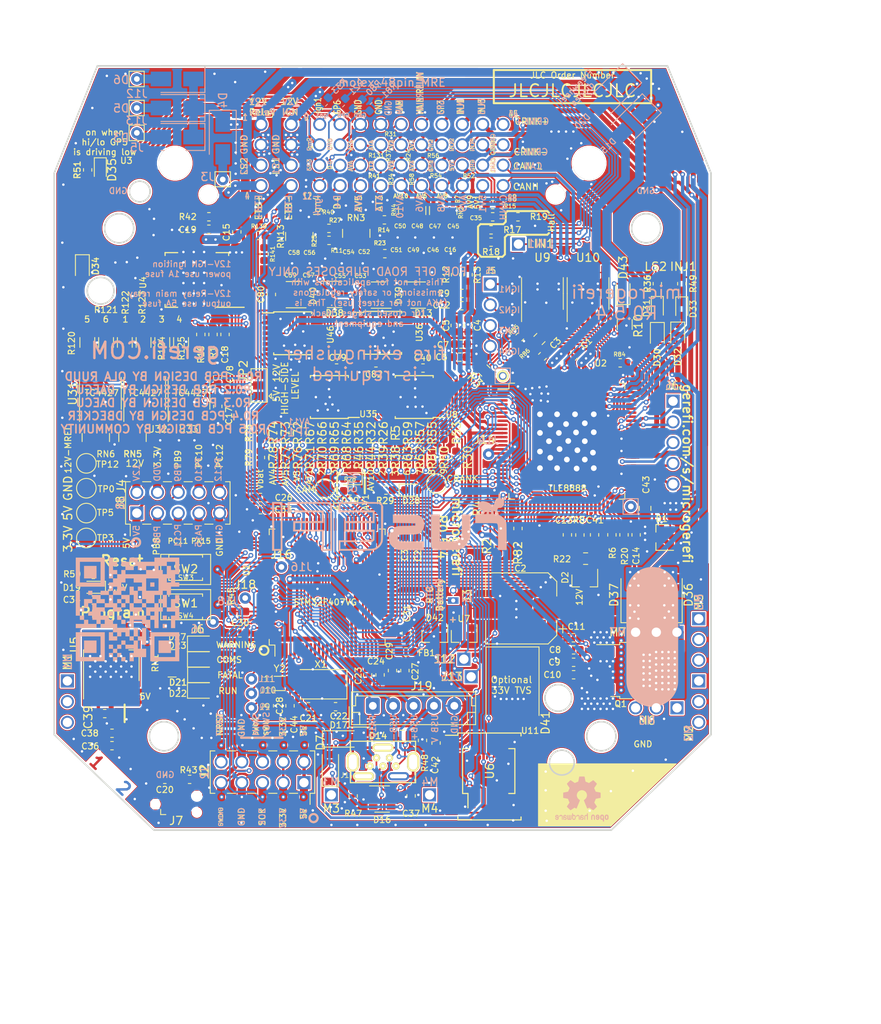
<source format=kicad_pcb>
(kicad_pcb (version 20171130) (host pcbnew "(5.1.7)-1")
  (title_block (title microgerefi) (date 2020-05-01) (rev R0.5.4))
  (layers (0 F.Cu signal hide) (31 B.Cu signal hide) (34 B.Paste user hide) (35 F.Paste user hide) (36 B.SilkS user) (37 F.SilkS user) (38 B.Mask user) (39 F.Mask user hide) (44 Edge.Cuts user))
  (net 0 "")
  (net 1 GND)
  (net 2 /CANL)
  (net 3 /CANH)
  (net 4 /CRANK)
  (net 5 /5V)
  (net 6 /5V1)
  (net 7 /5V2)
  (net 8 /CRNK+)
  (net 9 /CRNK-)
  (net 10 /SI)
  (net 11 /SO)
  (net 12 /SCK)
  (net 13 /CS_TLE)
  (net 14 /VDD)
  (net 15 /MCU/shield)
  (net 16 /MCU/PA10)
  (net 17 /TLE8888-1QK/KEY)
  (net 18 /TLE8888-1QK/WAKE)
  (net 19 /MCU/PA14)
  (net 20 /MCU/PA13)
  (net 21 "Net-(C3-Pad2)")
  (net 22 "Net-(D19-Pad1)")
  (net 23 "Net-(R120-Pad2)")
  (net 24 "Net-(R121-Pad2)")
  (net 25 "Net-(R122-Pad2)")
  (net 26 "Net-(R123-Pad2)")
  (net 27 /INJECTOR-1)
  (net 28 /INJECTOR-4)
  (net 29 /INJECTOR-3)
  (net 30 /INJECTOR-2)
  (net 31 /TLE8888-1QK/OUT_7)
  (net 32 /E-THROTTLE+)
  (net 33 /E-THROTTLE-)
  (net 34 "Net-(R139-Pad1)")
  (net 35 /CAM_SENSOR)
  (net 36 /MAIN_RELAY)
  (net 37 "Net-(C17-Pad1)")
  (net 38 "Net-(C21-Pad1)")
  (net 39 "Net-(C22-Pad1)")
  (net 40 "Net-(C25-Pad1)")
  (net 41 "Net-(C26-Pad1)")
  (net 42 "Net-(D14-Pad1)")
  (net 43 "Net-(R124-Pad2)")
  (net 44 "Net-(R125-Pad2)")
  (net 45 /USB_D+)
  (net 46 /USB_D-)
  (net 47 /Vbat_MCU)
  (net 48 /H-BRIDGE/DIS)
  (net 49 /TLE8888-1QK/CAN_TX)
  (net 50 /H-BRIDGE/DIR)
  (net 51 /MCU/PC9)
  (net 52 /MCU/PC7)
  (net 53 /MCU/PB15)
  (net 54 /MCU/PB14)
  (net 55 /MCU/PB13)
  (net 56 /TLE8888-1QK/CAN_RX)
  (net 57 /TLE8888-1QK/INJ_IN_1)
  (net 58 /TLE8888-1QK/INJ_IN_2)
  (net 59 /TLE8888-1QK/INJ_IN_3)
  (net 60 /TLE8888-1QK/INJ_IN_4)
  (net 61 /TLE8888-1QK/IN_9)
  (net 62 /TLE8888-1QK/IN_10)
  (net 63 /TLE8888-1QK/IN_11)
  (net 64 /TLE8888-1QK/IN_12)
  (net 65 /TLE8888-1QK/IGN_OUT_4)
  (net 66 /TLE8888-1QK/IGN_OUT_3)
  (net 67 /TLE8888-1QK/IGN_OUT_2)
  (net 68 /TLE8888-1QK/IGN_OUT_1)
  (net 69 /TLE8888-1QK/OUT_14)
  (net 70 /TLE8888-1QK/OUT_15)
  (net 71 /TLE8888-1QK/OUT_16)
  (net 72 /TLE8888-1QK/OUT_17)
  (net 73 /TLE8888-1QK/OUT_18)
  (net 74 /PE4)
  (net 75 /PE1)
  (net 76 /PE2)
  (net 77 /PE3)
  (net 78 /FlashMemory/CS)
  (net 79 "Net-(D28-Pad1)")
  (net 80 "Net-(D29-Pad1)")
  (net 81 "Net-(NT1-Pad1)")
  (net 82 "Net-(D30-Pad1)")
  (net 83 "Net-(D31-Pad1)")
  (net 84 "Net-(D32-Pad1)")
  (net 85 "Net-(D33-Pad1)")
  (net 86 "Net-(D34-Pad1)")
  (net 87 "Net-(D35-Pad1)")
  (net 88 "Net-(D21-Pad1)")
  (net 89 "Net-(D22-Pad1)")
  (net 90 "Net-(D23-Pad1)")
  (net 91 "Net-(D27-Pad1)")
  (net 92 /AV4)
  (net 93 /AT4)
  (net 94 /AT3)
  (net 95 /AV3)
  (net 96 /AT2)
  (net 97 /AT1)
  (net 98 /AV2)
  (net 99 /AV10)
  (net 100 /AV1)
  (net 101 /AV5)
  (net 102 /AV9)
  (net 103 /AV8)
  (net 104 /AV7)
  (net 105 /AV6)
  (net 106 /AV7_MCU)
  (net 107 /AV6_MCU)
  (net 108 /AV8_MCU)
  (net 109 /AV9_MCU)
  (net 110 /AT2_MCU)
  (net 111 /AT1_MCU)
  (net 112 /AT3_MCU)
  (net 113 /AT4_MCU)
  (net 114 /AV10_MCU)
  (net 115 /AV1_MCU)
  (net 116 /AV2_MCU)
  (net 117 /AV3_MCU)
  (net 118 /AV5_MCU)
  (net 119 /AV4_MCU)
  (net 120 /Ign1)
  (net 121 /Ign2)
  (net 122 /Ign3)
  (net 123 /Ign4)
  (net 124 /GP5)
  (net 125 /GP6)
  (net 126 /GP4)
  (net 127 /GP3)
  (net 128 /GP2)
  (net 129 /GP1)
  (net 130 /LS1)
  (net 131 /LS2)
  (net 132 /CAM_MCU)
  (net 133 /hi-lo/GP5_MCU)
  (net 134 /hi-lo/GP6_MCU)
  (net 135 /hi-lo/Ign1_MCU)
  (net 136 /hi-lo/Ign2_MCU)
  (net 137 /hi-lo/Ign3_MCU)
  (net 138 /hi-lo/Ign4_MCU)
  (net 139 /12V_SAFE)
  (net 140 /TLE8888-1QK/5V_STBY)
  (net 141 /12V_KEY)
  (net 142 /TLE8888-1QK/BAT_STBY)
  (net 143 /12V_MREL)
  (net 144 /MCU/VBAT)
  (net 145 /MCU/BOOT0)
  (net 146 /MCU/VDDA)
  (net 147 /TLE8888-1QK/V6GATE)
  (net 148 /TLE8888-1QK/V6V)
  (net 149 "Net-(C28-Pad1)")
  (net 150 "Net-(C44-Pad2)")
  (net 151 /TLE8888-1QK/TLE_MON)
  (net 152 "Net-(R5-Pad2)")
  (net 153 "Net-(R26-Pad2)")
  (net 154 "Net-(R32-Pad2)")
  (net 155 "Net-(R35-Pad2)")
  (net 156 "Net-(R53-Pad2)")
  (net 157 "Net-(R55-Pad2)")
  (net 158 "Net-(R57-Pad2)")
  (net 159 "Net-(R59-Pad2)")
  (net 160 "Net-(R64-Pad2)")
  (net 161 "Net-(R65-Pad2)")
  (net 162 "Net-(R66-Pad2)")
  (net 163 "Net-(R67-Pad2)")
  (net 164 "Net-(R72-Pad2)")
  (net 165 "Net-(R73-Pad2)")
  (net 166 "Net-(R74-Pad2)")
  (net 167 "Net-(R75-Pad2)")
  (net 168 /TLE8888-1QK/VR-)
  (net 169 /TLE8888-1QK/VR+)
  (net 170 /ADC/AGND)
  (net 171 /MCU/PB2-BOOT1)
  (net 172 /TLE8888-1QK/LIN_TX)
  (net 173 /TLE8888-1QK/LIN_RX)
  (net 174 /LINBUS)
  (net 175 /PC10)
  (net 176 /PA15)
  (net 177 /PC11)
  (net 178 /PC12)
  (net 179 /PB8)
  (net 180 "Net-(R8-Pad2)")
  (net 181 /MCU/Vrtc)
  (net 182 /MCU/Vrtcc)
  (net 183 /PB9)
  (net 184 "Net-(D43-Pad1)")
  (net 185 /ADC/AV11_MCU)
  (net 186 "Net-(D3-Pad2)")
  (net 187 "Net-(D4-Pad2)")
  (net 188 /PD15)
  (net 189 /PD13)
  (net 190 /PD14)
  (net 191 /PD12)
  (net 192 /MCU/PB7)
  (net 193 /MCU/PE6)
  (net 194 /MCU/PE5)
  (net 195 "Net-(D5-Pad2)")
  (net 196 "Net-(D6-Pad2)")
  (net 197 /MCU/PD0)
  (net 198 /TLE_OUT10_PRE)
  (net 199 /TLE_OUT12_PRE)
  (net 200 /TLE_OUT13_PRE)
  (net 201 /TLE_OUT11_PRE)
  (net 202 /MCU/USB_VBUS)
  (net 203 /TLE8888-1QK/IGN_EN)
  (net 204 /TLE8888-1QK/INJ_EN)
  (net 205 /RST)
  (net 206 /TLE8888-1QK/RST)
  (net 207 "Net-(C16-Pad1)")
  (net 208 "Net-(C45-Pad1)")
  (net 209 "Net-(C46-Pad1)")
  (net 210 "Net-(C47-Pad1)")
  (net 211 "Net-(C48-Pad1)")
  (net 212 "Net-(C49-Pad1)")
  (net 213 "Net-(C50-Pad1)")
  (net 214 "Net-(C51-Pad1)")
  (net 215 "Net-(C52-Pad1)")
  (net 216 "Net-(C53-Pad1)")
  (net 217 "Net-(C54-Pad1)")
  (net 218 "Net-(C55-Pad1)")
  (net 219 "Net-(C56-Pad1)")
  (net 220 "Net-(C57-Pad1)")
  (net 221 "Net-(C58-Pad1)")
  (net 222 /PB11)
  (net 223 /PB10)
  (net 224 /PE0)
  (net 225 /PC13)
  (module gerefi_lib:mre_logo (layer B.Cu) (at 67.31 82.296 180)
    (fp_text reference G*** hide)
    (fp_text value LOGO hide)
  )
  (module Resistor_SMD:R_0603_1608Metric (layer F.Cu) (at 54.3052 42.3164 180)
    (fp_text reference R27 (at -0.762 0.9906 180) (layer F.SilkS) (effects (font (size 0.508 0.508) (thickness 0.1143))))
    (fp_text value 2.7k)
    (pad 2 smd roundrect (at 0.7875 0 180) (size 0.875 0.95) (layers F.Cu F.Paste F.Mask) (net 5 /5V))
    (pad 1 smd roundrect (at -0.7875 0 180) (size 0.875 0.95) (layers F.Cu F.Paste F.Mask) (net 97 /AT1))
  )
  (module Resistor_SMD:R_0603_1608Metric (layer F.Cu) (at 54.3179 43.7896 180)
    (fp_text reference R25 (at 1.8034 -0.0762 90) (layer F.SilkS) (effects (font (size 0.508 0.508) (thickness 0.1143))))
    (fp_text value 2.7k)
    (pad 2 smd roundrect (at 0.7875 0 180) (size 0.875 0.95) (layers F.Cu F.Paste F.Mask) (net 5 /5V))
    (pad 1 smd roundrect (at -0.7875 0 180) (size 0.875 0.95) (layers F.Cu F.Paste F.Mask) (net 96 /AT2))
  )
  (module Resistor_SMD:R_0603_1608Metric (layer F.Cu) (at 61.1632 45.4152)
    (fp_text reference R23 (at -0.6096 -1.2954) (layer F.SilkS) (effects (font (size 0.508 0.508) (thickness 0.1143))))
    (fp_text value 2.7k)
    (pad 2 smd roundrect (at 0.7875 0) (size 0.875 0.95) (layers F.Cu F.Paste F.Mask) (net 5 /5V))
    (pad 1 smd roundrect (at -0.7875 0) (size 0.875 0.95) (layers F.Cu F.Paste F.Mask) (net 94 /AT3))
  )
  (module Resistor_SMD:R_0603_1608Metric (layer F.Cu) (at 61.1124 41.275)
    (fp_text reference R14 (at -0.0762 1.2446) (layer F.SilkS) (effects (font (size 0.508 0.508) (thickness 0.1143))))
    (fp_text value 2.7k)
    (pad 2 smd roundrect (at 0.7875 0) (size 0.875 0.95) (layers F.Cu F.Paste F.Mask) (net 5 /5V))
    (pad 1 smd roundrect (at -0.7875 0) (size 0.875 0.95) (layers F.Cu F.Paste F.Mask) (net 93 /AT4))
  )
  (module gerefi_lib:Molex_48_MRE (layer F.Cu) (at 45.9348 29.5656)
    (fp_text reference U3 (at -16.4846 4.445) (layer F.SilkS) (effects (font (size 0.75 0.75) (thickness 0.13))))
    (fp_text value molex_48pin_MRE (at 16.1036 -5.1308) (layer B.SilkS))
    (fp_text user J13 (at 23.4518 67.7066) (layer B.SilkS) (effects (justify mirror)))
    (fp_text user J13 (at 23.4518 67.7066) (layer F.SilkS))
    (fp_text user J12 (at 22.5628 65.5476) (layer B.SilkS) (effects (justify mirror)))
    (fp_text user J12 (at 22.5628 65.5476) (layer F.SilkS))
    (fp_text user J14 (at 27.4712 38.6334) (layer F.SilkS))
    (fp_text user J14 (at 27.94 38.7604) (layer B.SilkS) (effects (justify mirror)))
    (fp_text user J16 (at 2.54 52.7304) (layer F.SilkS))
    (fp_text user J16 (at 4.9922 54.2544) (layer B.SilkS) (effects (justify mirror)))
    (fp_text user J9 (at 0.508 71.3994) (layer B.SilkS) (effects (font (size 0.762 0.762) (thickness 0.1016)) (justify mirror)))
    (fp_text user J9 (at 0.508 71.3994) (layer F.SilkS) (effects (font (size 0.762 0.762) (thickness 0.1016))))
    (fp_text user J10 (at 0.889 69.3674) (layer F.SilkS) (effects (font (size 0.762 0.762) (thickness 0.1016))))
    (fp_text user J10 (at 0.889 69.3674) (layer B.SilkS) (effects (font (size 0.762 0.762) (thickness 0.1016)) (justify mirror)))
    (fp_text user J11 (at 0.762 67.9704) (layer F.SilkS) (effects (font (size 0.762 0.762) (thickness 0.1016))))
    (fp_text user J11 (at 0.762 67.9704) (layer B.SilkS) (effects (font (size 0.762 0.762) (thickness 0.1016)) (justify mirror)))
    (fp_text user J6 (at -7.747 61.8744) (layer B.SilkS) (effects (justify mirror)))
    (fp_text user J6 (at -7.747 61.8744) (layer F.SilkS))
    (fp_text user J18 (at -4.0248 58.4454) (layer B.SilkS) (effects (justify mirror)))
    (fp_text user J18 (at -1.905 56.4134) (layer F.SilkS))
    (fp_text user SWIM (at 0.6742 73.9394 270) (layer F.SilkS) (effects (font (size 0.508 0.508) (thickness 0.127))))
    (fp_text user SWO/ (at 0.69342 73.58126 270) (layer B.SilkS) (effects (font (size 0.75 0.75) (thickness 0.13)) (justify mirror)))
    (fp_text user GND (at -2.35458 84.88426 270) (layer F.SilkS) (effects (font (size 0.75 0.75) (thickness 0.13))))
    (fp_text user 3.3V (at 2.72542 73.83526 270) (layer F.SilkS) (effects (font (size 0.75 0.75) (thickness 0.13))))
    (fp_text user GND (at -2.35458 73.96226 270) (layer F.SilkS) (effects (font (size 0.75 0.75) (thickness 0.13))))
    (fp_text user SCK (at 0.18542 84.88426 270) (layer F.SilkS) (effects (font (size 0.75 0.75) (thickness 0.13))))
    (fp_text user SWO/ (at -0.5958 73.8124 270) (layer F.SilkS) (effects (font (size 0.508 0.508) (thickness 0.127))))
    (fp_text user NRST (at -5.02158 73.58126 270) (layer F.SilkS) (effects (font (size 0.75 0.75) (thickness 0.13))))
    (fp_text user 3.3V (at 2.72542 85.01126 270) (layer F.SilkS) (effects (font (size 0.75 0.75) (thickness 0.13))))
    (fp_text user 5V (at 5.26542 74.34326 270) (layer F.SilkS) (effects (font (size 0.75 0.75) (thickness 0.13))))
    (fp_text user SWDIO (at -4.89458 84.88426 270) (layer F.SilkS) (effects (font (size 0.508 0.508) (thickness 0.1016))))
    (fp_text user J2 (at -6.87578 79.42326 90) (layer B.SilkS) (effects (justify mirror)))
    (fp_text user 5V (at 5.26542 84.50326 270) (layer F.SilkS) (effects (font (size 0.75 0.75) (thickness 0.13))))
    (fp_text user SWIM (at -0.57658 73.58126 270) (layer B.SilkS) (effects (font (size 0.75 0.75) (thickness 0.13)) (justify mirror)))
    (fp_text user SWDIO (at -4.89458 84.88426 270) (layer B.SilkS) (effects (font (size 0.508 0.508) (thickness 0.1016)) (justify mirror)))
    (fp_text user 3.3V (at 2.72542 73.83526 270) (layer B.SilkS) (effects (font (size 0.75 0.75) (thickness 0.13)) (justify mirror)))
    (fp_text user 3.3V (at 2.72542 85.01126 270) (layer B.SilkS) (effects (font (size 0.75 0.75) (thickness 0.13)) (justify mirror)))
    (fp_text user 5V (at 5.26542 74.34326 270) (layer B.SilkS) (effects (font (size 0.75 0.75) (thickness 0.13)) (justify mirror)))
    (fp_text user SCK (at 0.18542 84.88426 270) (layer B.SilkS) (effects (font (size 0.75 0.75) (thickness 0.13)) (justify mirror)))
    (fp_text user GND (at -2.35458 84.88426 270) (layer B.SilkS) (effects (font (size 0.75 0.75) (thickness 0.13)) (justify mirror)))
    (fp_text user GND (at -2.35458 73.96226 270) (layer B.SilkS) (effects (font (size 0.75 0.75) (thickness 0.13)) (justify mirror)))
    (fp_text user NRST (at -5.02158 73.58126 270) (layer B.SilkS) (effects (font (size 0.75 0.75) (thickness 0.13)) (justify mirror)))
    (fp_text user 5V (at 5.26542 84.50326 270) (layer B.SilkS) (effects (font (size 0.75 0.75) (thickness 0.13)) (justify mirror)))
    (fp_text user J2 (at -6.87578 79.42326 90) (layer F.SilkS))
    (fp_text user "12V\nRelay" (at -1.524 -2.1336) (layer F.SilkS) (effects (font (size 0.8 0.8) (thickness 0.13)) (justify left)))
    (fp_text user PC11 (at -10.16 51.0794) (layer F.SilkS) (effects (font (size 0.635 0.635) (thickness 0.13))))
    (fp_text user PB8 (at -12.7878 51.7144 270) (layer F.SilkS) (effects (font (size 0.75 0.75) (thickness 0.13))))
    (fp_text user PA15 (at -7.3268 51.0794) (layer F.SilkS) (effects (font (size 0.635 0.635) (thickness 0.13))))
    (fp_text user PC12 (at -5.0408 40.6654 270) (layer F.SilkS) (effects (font (size 0.75 0.75) (thickness 0.13))))
    (fp_text user PC10 (at -7.5808 40.6654 270) (layer F.SilkS) (effects (font (size 0.75 0.75) (thickness 0.13))))
    (fp_text user PB9 (at -10.16 41.0464 270) (layer F.SilkS) (effects (font (size 0.75 0.75) (thickness 0.13))))
    (fp_text user "RTC\nBattery\n" (at 21.336 57.6834 90) (layer B.SilkS) (effects (font (size 0.762 0.762) (thickness 0.1524)) (justify mirror)))
    (fp_text user ETB+ (at -0.254 10.1854 90) (layer F.SilkS) (effects (font (size 0.8 0.8) (thickness 0.13))))
    (fp_text user + (at 23.5585 60.6679) (layer B.SilkS) (effects (font (size 0.75 0.75) (thickness 0.13)) (justify mirror)))
    (fp_text user CANH (at 34.2022 7.6454 180) (layer F.SilkS) (effects (font (size 0.8 0.8) (thickness 0.13)) (justify right)))
    (fp_text user CRNK- (at 33.147 3.3909) (layer F.SilkS) (effects (font (size 0.8 0.8) (thickness 0.13))))
    (fp_text user GND (at -5.0408 51.8414 270) (layer F.SilkS) (effects (font (size 0.75 0.75) (thickness 0.13))))
    (fp_text user 5V (at -16.4708 51.3334 270) (layer F.SilkS) (effects (font (size 0.75 0.75) (thickness 0.13))))
    (fp_text user M3 (at 8.6106 80.5942) (layer B.SilkS) (effects (justify mirror)))
    (fp_text user M4 (at 20.7772 80.6196) (layer B.SilkS) (effects (justify mirror)))
    (fp_text user AV7 (at 18.542 2.5654 90) (layer F.SilkS) (effects (font (size 0.508 0.508) (thickness 0.1016))))
    (fp_text user M7 (at 43.815 62.2554) (layer B.SilkS) (effects (justify mirror)))
    (fp_text user AT4 (at 13.589 2.5654 90) (layer F.SilkS) (effects (font (size 0.508 0.508) (thickness 0.1016))))
    (fp_text user GND (at 14.478 -1.1131 90) (layer F.SilkS) (effects (font (size 0.8 0.6) (thickness 0.13)) (justify left)))
    (fp_text user LS2 (at -2.032 5.1274 90) (layer F.SilkS) (effects (font (size 0.8 0.8) (thickness 0.13))))
    (fp_text user GP5 (at 8.509 2.4384 90) (layer F.SilkS) (effects (font (size 0.508 0.508) (thickness 0.1016))))
    (fp_text user J3 (at 25.3238 57.8104 90) (layer B.SilkS) (effects (justify mirror)))
    (fp_text user 12 (at 5.715 8.7884) (layer F.SilkS) (effects (font (size 0.8 0.6) (thickness 0.13))))
    (fp_text user 9 (at 5.588 -0.8636) (layer F.SilkS) (effects (font (size 0.8 0.6) (thickness 0.13))))
    (fp_text user M1 (at -23.6982 65.8876 90) (layer B.SilkS) (effects (justify mirror)))
    (fp_text user "CAN L" (at 32.766 5.1274) (layer F.SilkS) (effects (font (size 0.8 0.8) (thickness 0.13))))
    (fp_text user AV6 (at 20.4862 8.7884 180) (layer F.SilkS) (effects (font (size 0.508 0.508) (thickness 0.127)) (justify right)))
    (fp_text user GND (at 11.953 -1.1131 90) (layer F.SilkS) (effects (font (size 0.8 0.6) (thickness 0.13)) (justify left)))
    (fp_text user LIN1 (at 34.3292 14.6304) (layer B.SilkS) (effects (justify mirror)))
    (fp_text user J8 (at -17.2212 46.3804 90) (layer B.SilkS) (effects (justify mirror)))
    (fp_text user INJ1 (at 24.526 -1.1131 90) (layer F.SilkS) (effects (font (size 0.8 0.6) (thickness 0.13)) (justify left)))
    (fp_text user 4 (at -1.651 8.7884) (layer F.SilkS) (effects (font (size 0.8 0.6) (thickness 0.13))))
    (fp_text user Ign2 (at 5.969 2.4384 90) (layer F.SilkS) (effects (font (size 0.508 0.508) (thickness 0.1016))))
    (fp_text user CRNK- (at 28.5115 2.4511 90) (layer F.SilkS) (effects (font (size 0.508 0.508) (thickness 0.1016))))
    (fp_text user 5V2 (at 23.4315 5.0419 90) (layer F.SilkS) (effects (font (size 0.508 0.508) (thickness 0.1016))))
    (fp_text user GP3 (at 5.969 4.9784 90) (layer F.SilkS) (effects (font (size 0.508 0.508) (thickness 0.1016))))
    (fp_text user GND (at 1.8796 2.4384 90) (layer F.SilkS) (effects (font (size 0.8 0.8) (thickness 0.127))))
    (fp_text user GP6 (at 9.398 -1.1131 90) (layer F.SilkS) (effects (font (size 0.8 0.6) (thickness 0.13)) (justify left)))
    (fp_text user GND (at -2.032 2.4604 90) (layer F.SilkS) (effects (font (size 0.8 0.8) (thickness 0.13))))
    (fp_text user 1 (at -1.905 -0.8636) (layer F.SilkS) (effects (font (size 0.8 0.6) (thickness 0.13))))
    (fp_text user ETB- (at 3.429 8.558495 90) (layer F.SilkS) (effects (font (size 0.8 0.8) (thickness 0.13)) (justify right)))
    (fp_text user INJ2 (at 23.4315 2.5019 90) (layer F.SilkS) (effects (font (size 0.508 0.508) (thickness 0.1016))))
    (fp_text user AV3 (at 18.542 5.1054 90) (layer F.SilkS) (effects (font (size 0.508 0.508) (thickness 0.1016))))
    (fp_text user AT2 (at 13.589 5.1054 90) (layer F.SilkS) (effects (font (size 0.508 0.508) (thickness 0.1016))))
    (fp_text user INJ4 (at 25.9715 2.5019 90) (layer F.SilkS) (effects (font (size 0.508 0.508) (thickness 0.1016))))
    (fp_text user Ign1 (at 6.985 -1.27 90) (layer F.SilkS) (effects (font (size 0.8 0.6) (thickness 0.13)) (justify left)))
    (fp_text user AV8 (at 23.0262 8.7884 180) (layer F.SilkS) (effects (font (size 0.508 0.508) (thickness 0.1143)) (justify right)))
    (fp_text user CAM (at 17.033 -1.1131 90) (layer F.SilkS) (effects (font (size 0.8 0.6) (thickness 0.13)) (justify left)))
    (fp_text user GP3 (at 22.098 -1.1131 90) (layer F.SilkS) (effects (font (size 0.8 0.6) (thickness 0.13)) (justify left)))
    (fp_text user D+ (at 9.3895 8.558495 90) (layer F.SilkS) (effects (font (size 0.8 0.8) (thickness 0.13)) (justify right)))
    (fp_text user M2 (at 52.5272 74.6506 90) (layer B.SilkS) (effects (justify mirror)))
    (fp_text user GP4 (at 25.9715 5.0419 90) (layer F.SilkS) (effects (font (size 0.508 0.508) (thickness 0.1016))))
    (fp_text user "12V\nIGN" (at 4.699 -2.159) (layer F.SilkS) (effects (font (size 0.8 0.8) (thickness 0.13)) (justify right)))
    (fp_text user 48 (at 30.861 9.0424) (layer F.SilkS) (effects (font (size 0.8 0.6) (thickness 0.13))))
    (fp_text user CRNK+ (at 33.274 -0.3556) (layer F.SilkS) (effects (font (size 0.8 0.8) (thickness 0.13))))
    (fp_text user CANL (at 28.5115 4.9911 90) (layer F.SilkS) (effects (font (size 0.508 0.508) (thickness 0.1016))))
    (fp_text user AV5 (at 12.0015 8.558495 90) (layer F.SilkS) (effects (font (size 0.8 0.8) (thickness 0.13)) (justify right)))
    (fp_text user GP1 (at 20.8915 5.1054 90) (layer F.SilkS) (effects (font (size 0.508 0.508) (thickness 0.1016))))
    (fp_text user "MAIN RELAY" (at 19.558 -1.1131 90) (layer F.SilkS) (effects (font (size 0.8 0.6) (thickness 0.13)) (justify left)))
    (fp_text user AV1 (at 16.002 5.1054 90) (layer F.SilkS) (effects (font (size 0.508 0.508) (thickness 0.1016))))
    (fp_text user AV4 (at 11.049 5.1054 90) (layer F.SilkS) (effects (font (size 0.508 0.508) (thickness 0.1016))))
    (fp_text user AV9 (at 25.6932 8.558495 90) (layer F.SilkS) (effects (font (size 0.635 0.635) (thickness 0.13)) (justify right)))
    (fp_text user Ign4 (at 6.9215 8.558495 90) (layer F.SilkS) (effects (font (size 0.8 0.8) (thickness 0.13)) (justify right)))
    (fp_text user AV10 (at 18.2002 8.7884) (layer F.SilkS) (effects (font (size 0.508 0.508) (thickness 0.127)) (justify right)))
    (fp_text user M5 (at 53.7718 58.5724 90) (layer B.SilkS) (effects (justify mirror)))
    (fp_text user LS1 (at 1.8796 5.1054 90) (layer F.SilkS) (effects (font (size 0.8 0.8) (thickness 0.127))))
    (fp_text user INJ3 (at 27.126 -1.1131 90) (layer F.SilkS) (effects (font (size 0.8 0.6) (thickness 0.13)) (justify left)))
    (fp_text user D- (at 8.509 4.9784 90) (layer F.SilkS) (effects (font (size 0.508 0.508) (thickness 0.1016))))
    (fp_text user AV2 (at 16.002 2.5654 90) (layer F.SilkS) (effects (font (size 0.508 0.508) (thickness 0.1016))))
    (fp_text user J6 (at 50.4952 32.0294) (layer B.SilkS) (effects (justify mirror)))
    (fp_text user GP2 (at 20.8915 2.5654 90) (layer F.SilkS) (effects (font (size 0.508 0.508) (thickness 0.1016))))
    (fp_text user 5V1 (at 26.5822 8.558495 90) (layer F.SilkS) (effects (font (size 0.635 0.635) (thickness 0.13)) (justify right)))
    (fp_text user M6 (at 47.3964 73.0758) (layer B.SilkS) (effects (justify mirror)))
    (fp_text user AT1 (at 11.049 2.5654 90) (layer F.SilkS) (effects (font (size 0.508 0.508) (thickness 0.1016))))
    (fp_text user 45 (at 30.988 -1.2446) (layer F.SilkS) (effects (font (size 0.8 0.6) (thickness 0.13))))
    (fp_text user AT3 (at 14.5415 8.558495 90) (layer F.SilkS) (effects (font (size 0.8 0.8) (thickness 0.13)) (justify right)))
    (fp_text user GND (at -5.08 50.1904 270) (layer B.SilkS) (effects (font (size 0.75 0.75) (thickness 0.13)) (justify mirror)))
    (fp_text user 5V (at -15.24 49.8094 270) (layer B.SilkS) (effects (font (size 0.75 0.75) (thickness 0.13)) (justify mirror)))
    (fp_text user PC11 (at -10.16 50.4444 270) (layer B.SilkS) (effects (font (size 0.75 0.75) (thickness 0.13)) (justify mirror)))
    (fp_text user PB8 (at -12.7 50.3174 270) (layer B.SilkS) (effects (font (size 0.75 0.75) (thickness 0.13)) (justify mirror)))
    (fp_text user PA15 (at -7.62 50.4444 270) (layer B.SilkS) (effects (font (size 0.75 0.75) (thickness 0.13)) (justify mirror)))
    (fp_text user PC12 (at -5.207 42.3164 270) (layer B.SilkS) (effects (font (size 0.75 0.75) (thickness 0.13)) (justify mirror)))
    (fp_text user PC10 (at -7.62 42.3164 270) (layer B.SilkS) (effects (font (size 0.75 0.75) (thickness 0.13)) (justify mirror)))
    (fp_text user PB9 (at -10.16 42.6974 270) (layer B.SilkS) (effects (font (size 0.75 0.75) (thickness 0.13)) (justify mirror)))
    (fp_text user VDD (at -12.7 42.6974 270) (layer B.SilkS) (effects (font (size 0.75 0.75) (thickness 0.13)) (justify mirror)))
    (fp_text user 12V (at -15.24 42.6974 270) (layer B.SilkS) (effects (font (size 0.75 0.75) (thickness 0.13)) (justify mirror)))
    (fp_text user + (at 23.5585 60.6679) (layer F.SilkS) (effects (font (size 0.75 0.75) (thickness 0.13))))
    (fp_text user "RTC\nBattery\n" (at 21.336 57.6834 90) (layer F.SilkS) (effects (font (size 0.762 0.762) (thickness 0.1524))))
    (fp_text user ETB+ (at -0.254 10.1854 90) (layer B.SilkS) (effects (font (size 0.8 0.8) (thickness 0.13)) (justify mirror)))
    (fp_text user CRNK- (at 33.147 3.3909) (layer B.SilkS) (effects (font (size 0.8 0.8) (thickness 0.13)) (justify mirror)))
    (fp_text user CANH (at 29.7815 8.507695 90) (layer B.SilkS) (effects (font (size 0.8 0.8) (thickness 0.13)) (justify left mirror)))
    (fp_text user CRNK- (at 28.5115 2.4511 90) (layer B.SilkS) (effects (font (size 0.508 0.508) (thickness 0.1016)) (justify mirror)))
    (fp_text user CANL (at 28.5115 4.9911 90) (layer B.SilkS) (effects (font (size 0.508 0.508) (thickness 0.1016)) (justify mirror)))
    (fp_text user AV5 (at 12.0015 8.558495 90) (layer B.SilkS) (effects (font (size 0.8 0.8) (thickness 0.13)) (justify left mirror)))
    (fp_text user GP4 (at 25.9715 5.0419 90) (layer B.SilkS) (effects (font (size 0.508 0.508) (thickness 0.1016)) (justify mirror)))
    (fp_text user 5V2 (at 23.4315 5.0419 90) (layer B.SilkS) (effects (font (size 0.508 0.508) (thickness 0.1016)) (justify mirror)))
    (fp_text user GP1 (at 20.8915 5.1054 90) (layer B.SilkS) (effects (font (size 0.508 0.508) (thickness 0.1016)) (justify mirror)))
    (fp_text user AV3 (at 18.542 5.1054 90) (layer B.SilkS) (effects (font (size 0.508 0.508) (thickness 0.1016)) (justify mirror)))
    (fp_text user AV1 (at 16.002 5.1054 90) (layer B.SilkS) (effects (font (size 0.508 0.508) (thickness 0.1016)) (justify mirror)))
    (fp_text user AT2 (at 13.589 5.1054 90) (layer B.SilkS) (effects (font (size 0.508 0.508) (thickness 0.1016)) (justify mirror)))
    (fp_text user AV4 (at 11.049 5.1054 90) (layer B.SilkS) (effects (font (size 0.508 0.508) (thickness 0.1016)) (justify mirror)))
    (fp_text user LS1 (at 1.8796 5.1054 90) (layer B.SilkS) (effects (font (size 0.8 0.8) (thickness 0.127)) (justify mirror)))
    (fp_text user D- (at 8.509 4.9784 90) (layer B.SilkS) (effects (font (size 0.508 0.508) (thickness 0.1016)) (justify mirror)))
    (fp_text user GP3 (at 5.969 4.9784 90) (layer B.SilkS) (effects (font (size 0.508 0.508) (thickness 0.1016)) (justify mirror)))
    (fp_text user INJ4 (at 25.9715 2.5019 90) (layer B.SilkS) (effects (font (size 0.508 0.508) (thickness 0.1016)) (justify mirror)))
    (fp_text user INJ2 (at 23.4315 2.5019 90) (layer B.SilkS) (effects (font (size 0.508 0.508) (thickness 0.1016)) (justify mirror)))
    (fp_text user GP2 (at 20.8915 2.5654 90) (layer B.SilkS) (effects (font (size 0.508 0.508) (thickness 0.1016)) (justify mirror)))
    (fp_text user AV7 (at 18.542 2.5654 90) (layer B.SilkS) (effects (font (size 0.508 0.508) (thickness 0.1016)) (justify mirror)))
    (fp_text user AV2 (at 16.002 2.5654 90) (layer B.SilkS) (effects (font (size 0.508 0.508) (thickness 0.1016)) (justify mirror)))
    (fp_text user AT4 (at 13.589 2.5654 90) (layer B.SilkS) (effects (font (size 0.508 0.508) (thickness 0.1016)) (justify mirror)))
    (fp_text user AT1 (at 11.049 2.5654 90) (layer B.SilkS) (effects (font (size 0.508 0.508) (thickness 0.1016)) (justify mirror)))
    (fp_text user GND (at 1.8796 2.4384 90) (layer B.SilkS) (effects (font (size 0.8 0.8) (thickness 0.127)) (justify mirror)))
    (fp_text user GP5 (at 8.509 2.4384 90) (layer B.SilkS) (effects (font (size 0.508 0.508) (thickness 0.1016)) (justify mirror)))
    (fp_text user Ign2 (at 5.969 2.4384 90) (layer B.SilkS) (effects (font (size 0.508 0.508) (thickness 0.1016)) (justify mirror)))
    (fp_text user 12 (at 5.715 8.7884) (layer B.SilkS) (effects (font (size 0.8 0.6) (thickness 0.13)) (justify mirror)))
    (fp_text user 9 (at 5.588 -0.8636) (layer B.SilkS) (effects (font (size 0.8 0.6) (thickness 0.13)) (justify mirror)))
    (fp_text user 48 (at 30.861 9.0424) (layer B.SilkS) (effects (font (size 0.8 0.6) (thickness 0.13)) (justify mirror)))
    (fp_text user 45 (at 30.988 -1.2446) (layer B.SilkS) (effects (font (size 0.8 0.6) (thickness 0.13)) (justify mirror)))
    (fp_text user 4 (at -1.651 8.7884) (layer B.SilkS) (effects (font (size 0.8 0.6) (thickness 0.13)) (justify mirror)))
    (fp_text user 1 (at -1.905 -0.8636) (layer B.SilkS) (effects (font (size 0.8 0.6) (thickness 0.13)) (justify mirror)))
    (fp_text user Ign1 (at 6.6432 -1.1176 180) (layer B.SilkS) (effects (font (size 0.508 0.508) (thickness 0.127)) (justify right mirror)))
    (fp_text user GP6 (at 9.3102 -1.1176 180) (layer B.SilkS) (effects (font (size 0.508 0.508) (thickness 0.127)) (justify right mirror)))
    (fp_text user GND (at 11.3422 -1.1131 180) (layer B.SilkS) (effects (font (size 0.508 0.508) (thickness 0.127)) (justify right mirror)))
    (fp_text user GND (at 15.6602 -0.9906 90) (layer B.SilkS) (effects (font (size 0.8 0.6) (thickness 0.13)) (justify right mirror)))
    (fp_text user CAM (at 17.033 -1.1131 90) (layer B.SilkS) (effects (font (size 0.8 0.6) (thickness 0.13)) (justify right mirror)))
    (fp_text user "MAIN RELAY" (at 19.558 -1.1131 90) (layer B.SilkS) (effects (font (size 0.8 0.6) (thickness 0.13)) (justify right mirror)))
    (fp_text user GP3 (at 22.098 -1.1131 90) (layer B.SilkS) (effects (font (size 0.8 0.6) (thickness 0.13)) (justify right mirror)))
    (fp_text user AV6 (at 19.4945 8.558495 90) (layer B.SilkS) (effects (font (size 0.8 0.8) (thickness 0.13)) (justify left mirror)))
    (fp_text user AV8 (at 22.1615 8.558495 90) (layer B.SilkS) (effects (font (size 0.8 0.8) (thickness 0.13)) (justify left mirror)))
    (fp_text user AV9 (at 24.8285 8.558495 90) (layer B.SilkS) (effects (font (size 0.8 0.8) (thickness 0.13)) (justify left mirror)))
    (fp_text user AT3 (at 14.5415 8.558495 90) (layer B.SilkS) (effects (font (size 0.8 0.8) (thickness 0.13)) (justify left mirror)))
    (fp_text user Ign4 (at 6.9215 8.558495 90) (layer B.SilkS) (effects (font (size 0.8 0.8) (thickness 0.13)) (justify left mirror)))
    (fp_text user LS2 (at -2.032 5.1274 90) (layer B.SilkS) (effects (font (size 0.8 0.8) (thickness 0.13)) (justify mirror)))
    (fp_text user INJ3 (at 27.126 -1.1131 90) (layer B.SilkS) (effects (font (size 0.8 0.6) (thickness 0.13)) (justify right mirror)))
    (fp_text user INJ1 (at 24.526 -1.1131 90) (layer B.SilkS) (effects (font (size 0.8 0.6) (thickness 0.13)) (justify right mirror)))
    (fp_text user ETB- (at 3.429 8.558495 90) (layer B.SilkS) (effects (font (size 0.8 0.8) (thickness 0.13)) (justify left mirror)))
    (fp_text user D+ (at 9.3895 8.558495 90) (layer B.SilkS) (effects (font (size 0.8 0.8) (thickness 0.13)) (justify left mirror)))
    (fp_text user AV10 (at 17.0815 8.558495 90) (layer B.SilkS) (effects (font (size 0.8 0.8) (thickness 0.13)) (justify left mirror)))
    (fp_text user 5V1 (at 27.2415 8.558495 90) (layer B.SilkS) (effects (font (size 0.8 0.8) (thickness 0.13)) (justify left mirror)))
    (fp_text user "CAN L" (at 32.766 5.1274) (layer B.SilkS) (effects (font (size 0.8 0.8) (thickness 0.13)) (justify mirror)))
    (fp_text user CRNK+ (at 33.274 -0.3556) (layer B.SilkS) (effects (font (size 0.8 0.8) (thickness 0.13)) (justify mirror)))
    (fp_text user GND (at -2.032 2.4604 90) (layer B.SilkS) (effects (font (size 0.8 0.8) (thickness 0.13)) (justify mirror)))
    (fp_text user "12V\nIGN" (at 2.54 -2.1336) (layer B.SilkS) (effects (font (size 0.8 0.8) (thickness 0.13)) (justify right mirror)))
    (fp_text user "12V\nRelay" (at -1.524 -2.1336) (layer B.SilkS) (effects (font (size 0.8 0.8) (thickness 0.13)) (justify right mirror)))
    (fp_text user M1 (at -23.6982 65.8876 90) (layer F.SilkS))
    (fp_text user M2 (at 52.5272 74.6506 90) (layer F.SilkS))
    (fp_text user M5 (at 53.7718 58.5724 90) (layer F.SilkS))
    (fp_text user M7 (at 43.815 62.2554) (layer F.SilkS))
    (fp_text user M6 (at 47.3964 73.0758) (layer F.SilkS))
    (fp_text user M4 (at 20.7402 83.8454) (layer F.SilkS))
    (fp_text user M3 (at 8.6752 83.8454) (layer F.SilkS))
    (fp_text user J8 (at -17.2212 46.3804 90) (layer F.SilkS))
    (fp_text user LIN1 (at 34.3292 14.6304) (layer F.SilkS))
    (fp_text user J6 (at 50.4952 32.0294) (layer F.SilkS))
    (fp_text user J3 (at 25.3238 57.8104 90) (layer F.SilkS))
    (pad J13 thru_hole rect (at 25.8191 67.7164 270) (size 1.6 1.6) (drill 1.15) (layers *.Cu *.Mask) (net 223 /PB10))
    (pad J12 thru_hole rect (at 24.9301 65.5574 270) (size 1.6 1.6) (drill 1.15) (layers *.Cu *.Mask) (net 222 /PB11))
    (pad J14 thru_hole circle (at 27.9654 40.43426 270) (size 1.4 1.4) (drill 0.7) (layers *.Cu *.Mask) (net 31 /TLE8888-1QK/OUT_7))
    (pad J16 thru_hole circle (at 2.54 54.2544 270) (size 1.4 1.4) (drill 0.7) (layers *.Cu *.Mask) (net 197 /MCU/PD0))
    (pad J9 thru_hole circle (at -1.143 71.5264 270) (size 1.4 1.4) (drill 0.7) (layers *.Cu *.Mask) (net 225 /PC13))
    (pad J10 thru_hole circle (at -1.143 69.7484 270) (size 1.4 1.4) (drill 0.7) (layers *.Cu *.Mask) (net 193 /MCU/PE6))
    (pad J11 thru_hole circle (at -1.143 67.9704 270) (size 1.4 1.4) (drill 0.7) (layers *.Cu *.Mask) (net 194 /MCU/PE5))
    (pad J6 thru_hole circle (at -5.842 60.9854 270) (size 1.4 1.4) (drill 0.7) (layers *.Cu *.Mask) (net 224 /PE0))
    (pad J18 thru_hole circle (at -1.905 58.0644 270) (size 1.4 1.4) (drill 0.7) (layers *.Cu *.Mask) (net 192 /MCU/PB7))
    (pad J204 thru_hole circle (at 2.76352 78.15326 270) (size 1.6 1.6) (drill 1.15) (layers *.Cu *.Mask) (net 14 /VDD))
    (pad J206 thru_hole circle (at 0.22352 78.15326 270) (size 1.6 1.6) (drill 1.15) (layers *.Cu *.Mask) (net 12 /SCK))
    (pad J210 thru_hole circle (at -4.85648 78.15326 270) (size 1.6 1.6) (drill 1.15) (layers *.Cu *.Mask) (net 205 /RST))
    (pad J209 thru_hole circle (at -4.85648 80.69326 270) (size 1.6 1.6) (drill 1.15) (layers *.Cu *.Mask) (net 20 /MCU/PA13))
    (pad J205 thru_hole circle (at 0.22352 80.69326 270) (size 1.6 1.6) (drill 1.15) (layers *.Cu *.Mask) (net 19 /MCU/PA14))
    (pad J207 thru_hole circle (at -2.31648 80.69326 270) (size 1.6 1.6) (drill 1.15) (layers *.Cu *.Mask) (net 1 GND))
    (pad J203 thru_hole circle (at 2.76352 80.69326 270) (size 1.6 1.6) (drill 1.15) (layers *.Cu *.Mask) (net 14 /VDD))
    (pad J208 thru_hole circle (at -2.31648 78.15326 270) (size 1.6 1.6) (drill 1.15) (layers *.Cu *.Mask) (net 1 GND))
    (pad J202 thru_hole circle (at 5.30352 78.15326 270) (size 1.6 1.6) (drill 1.15) (layers *.Cu *.Mask) (net 5 /5V))
    (pad J201 thru_hole rect (at 5.30352 80.69326 270) (size 1.6 1.6) (drill 1.15) (layers *.Cu *.Mask) (net 5 /5V))
    (pad 45 thru_hole circle (at 29.7392 0.0026 270) (size 1.6 1.6) (drill 1.15) (layers *.Cu *.Mask) (net 8 /CRNK+))
    (pad 46 thru_hole circle (at 29.7392 2.5026 270) (size 1.6 1.6) (drill 1.15) (layers *.Cu *.Mask) (net 9 /CRNK-))
    (pad 47 thru_hole circle (at 29.7392 5.0026 270) (size 1.6 1.6) (drill 1.15) (layers *.Cu *.Mask) (net 2 /CANL))
    (pad 48 thru_hole circle (at 29.7392 7.5026 270) (size 1.6 1.6) (drill 1.15) (layers *.Cu *.Mask) (net 3 /CANH))
    (pad 41 thru_hole circle (at 27.2392 0.0026 270) (size 1.6 1.6) (drill 1.15) (layers *.Cu *.Mask) (net 29 /INJECTOR-3))
    (pad 42 thru_hole circle (at 27.2392 2.5026 270) (size 1.6 1.6) (drill 1.15) (layers *.Cu *.Mask) (net 28 /INJECTOR-4))
    (pad 43 thru_hole circle (at 27.2392 5.0026 270) (size 1.6 1.6) (drill 1.15) (layers *.Cu *.Mask) (net 126 /GP4))
    (pad 44 thru_hole circle (at 27.2392 7.5026 270) (size 1.6 1.6) (drill 1.15) (layers *.Cu *.Mask) (net 6 /5V1))
    (pad 37 thru_hole circle (at 24.7392 0.0026 270) (size 1.6 1.6) (drill 1.15) (layers *.Cu *.Mask) (net 27 /INJECTOR-1))
    (pad 38 thru_hole circle (at 24.7392 2.5026 270) (size 1.6 1.6) (drill 1.15) (layers *.Cu *.Mask) (net 30 /INJECTOR-2))
    (pad 39 thru_hole circle (at 24.7392 5.0026 270) (size 1.6 1.6) (drill 1.15) (layers *.Cu *.Mask) (net 7 /5V2))
    (pad 40 thru_hole circle (at 24.7392 7.5026 270) (size 1.6 1.6) (drill 1.15) (layers *.Cu *.Mask) (net 102 /AV9))
    (pad 33 thru_hole circle (at 22.2392 0.0026 270) (size 1.6 1.6) (drill 1.15) (layers *.Cu *.Mask) (net 127 /GP3))
    (pad 34 thru_hole circle (at 22.2392 2.5026 270) (size 1.6 1.6) (drill 1.15) (layers *.Cu *.Mask) (net 128 /GP2))
    (pad 35 thru_hole circle (at 22.2392 5.0026 270) (size 1.6 1.6) (drill 1.15) (layers *.Cu *.Mask) (net 129 /GP1))
    (pad 36 thru_hole circle (at 22.2392 7.5026 270) (size 1.6 1.6) (drill 1.15) (layers *.Cu *.Mask) (net 103 /AV8))
    (pad 29 thru_hole circle (at 19.7392 0.0026 270) (size 1.6 1.6) (drill 1.15) (layers *.Cu *.Mask) (net 36 /MAIN_RELAY))
    (pad 30 thru_hole circle (at 19.7392 2.5026 270) (size 1.6 1.6) (drill 1.15) (layers *.Cu *.Mask) (net 104 /AV7))
    (pad 31 thru_hole circle (at 19.7392 5.0026 270) (size 1.6 1.6) (drill 1.15) (layers *.Cu *.Mask) (net 95 /AV3))
    (pad 32 thru_hole circle (at 19.7392 7.5026 270) (size 1.6 1.6) (drill 1.15) (layers *.Cu *.Mask) (net 105 /AV6))
    (pad 25 thru_hole circle (at 17.2392 0.0026 270) (size 1.6 1.6) (drill 1.15) (layers *.Cu *.Mask) (net 35 /CAM_SENSOR))
    (pad 26 thru_hole circle (at 17.2392 2.5026 270) (size 1.6 1.6) (drill 1.15) (layers *.Cu *.Mask) (net 98 /AV2))
    (pad 27 thru_hole circle (at 17.2392 5.0026 270) (size 1.6 1.6) (drill 1.15) (layers *.Cu *.Mask) (net 100 /AV1))
    (pad 28 thru_hole circle (at 17.2392 7.5026 270) (size 1.6 1.6) (drill 1.15) (layers *.Cu *.Mask) (net 99 /AV10))
    (pad 21 thru_hole circle (at 14.7392 0.0026 270) (size 1.6 1.6) (drill 1.15) (layers *.Cu *.Mask) (net 1 GND))
    (pad 22 thru_hole circle (at 14.7392 2.5026 270) (size 1.6 1.6) (drill 1.15) (layers *.Cu *.Mask) (net 93 /AT4))
    (pad 23 thru_hole circle (at 14.7392 5.0026 270) (size 1.6 1.6) (drill 1.15) (layers *.Cu *.Mask) (net 96 /AT2))
    (pad 24 thru_hole circle (at 14.7392 7.5026 270) (size 1.6 1.6) (drill 1.15) (layers *.Cu *.Mask) (net 94 /AT3))
    (pad 17 thru_hole circle (at 12.2392 0.0026 270) (size 1.6 1.6) (drill 1.15) (layers *.Cu *.Mask) (net 1 GND))
    (pad 18 thru_hole circle (at 12.2392 2.5026 270) (size 1.6 1.6) (drill 1.15) (layers *.Cu *.Mask) (net 97 /AT1))
    (pad 19 thru_hole circle (at 12.2392 5.0026 270) (size 1.6 1.6) (drill 1.15) (layers *.Cu *.Mask) (net 92 /AV4))
    (pad 20 thru_hole circle (at 12.2392 7.5026 270) (size 1.6 1.6) (drill 1.15) (layers *.Cu *.Mask) (net 101 /AV5))
    (pad 13 thru_hole circle (at 9.7392 0.0026 270) (size 1.6 1.6) (drill 1.15) (layers *.Cu *.Mask) (net 125 /GP6))
    (pad 14 thru_hole circle (at 9.7392 2.5026 270) (size 1.6 1.6) (drill 1.15) (layers *.Cu *.Mask) (net 124 /GP5))
    (pad 15 thru_hole circle (at 9.7392 5.0026 270) (size 1.6 1.6) (drill 1.15) (layers *.Cu *.Mask) (net 46 /USB_D-))
    (pad 16 thru_hole circle (at 9.7392 7.5026 270) (size 1.6 1.6) (drill 1.15) (layers *.Cu *.Mask) (net 45 /USB_D+))
    (pad 9 thru_hole circle (at 7.2392 0.0026 270) (size 1.6 1.6) (drill 1.15) (layers *.Cu *.Mask) (net 120 /Ign1))
    (pad 10 thru_hole circle (at 7.2392 2.5026 270) (size 1.6 1.6) (drill 1.15) (layers *.Cu *.Mask) (net 121 /Ign2))
    (pad 11 thru_hole circle (at 7.2392 5.0026 270) (size 1.6 1.6) (drill 1.15) (layers *.Cu *.Mask) (net 122 /Ign3))
    (pad 12 thru_hole circle (at 7.2392 7.5026 270) (size 1.6 1.6) (drill 1.15) (layers *.Cu *.Mask) (net 123 /Ign4))
    (pad 5 thru_hole circle (at 3.7392 0.0026 270) (size 1.6 1.6) (drill 1.15) (layers *.Cu *.Mask) (net 141 /12V_KEY))
    (pad 6 thru_hole circle (at 3.7392 2.5026 270) (size 1.6 1.6) (drill 1.15) (layers *.Cu *.Mask) (net 1 GND))
    (pad 7 thru_hole circle (at 3.7392 5.0026 270) (size 1.6 1.6) (drill 1.15) (layers *.Cu *.Mask) (net 130 /LS1))
    (pad 8 thru_hole circle (at 3.7392 7.5026 270) (size 1.6 1.6) (drill 1.15) (layers *.Cu *.Mask) (net 33 /E-THROTTLE-))
    (pad 1 thru_hole circle (at 0.0392 0.0026 270) (size 1.6 1.6) (drill 1.15) (layers *.Cu *.Mask) (net 143 /12V_MREL))
    (pad 2 thru_hole circle (at 0.0392 2.5026 270) (size 1.6 1.6) (drill 1.15) (layers *.Cu *.Mask) (net 1 GND))
    (pad 3 thru_hole circle (at 0.0392 5.0026 270) (size 1.6 1.6) (drill 1.15) (layers *.Cu *.Mask) (net 131 /LS2))
    (pad 4 thru_hole circle (at 0.0392 7.5026 270) (size 1.6 1.6) (drill 1.15) (layers *.Cu *.Mask) (net 32 /E-THROTTLE+))
    (pad "" thru_hole circle (at -10.5108 4.7526 270) (size 4 4) (drill 4) (layers *.Cu *.Mask F.SilkS))
    (pad "" thru_hole circle (at 40.2892 4.7526 270) (size 4 4) (drill 4) (layers *.Cu *.Mask F.SilkS))
    (pad "" thru_hole circle (at -6.4108 8.6026 270) (size 2.2 2.2) (drill 2.2) (layers *.Cu *.Mask F.SilkS))
    (pad "" thru_hole circle (at 36.1892 8.6026 270) (size 2.2 2.2) (drill 2.2) (layers *.Cu *.Mask F.SilkS))
    (pad M11 thru_hole rect (at -23.7236 68.2244 270) (size 1.6 1.6) (drill 1.15) (layers *.Cu *.Mask))
    (pad M12 thru_hole circle (at -23.7236 70.7644 270) (size 1.6 1.6) (drill 1.15) (layers *.Cu *.Mask))
    (pad M13 thru_hole circle (at -23.7236 73.3044 270) (size 1.6 1.6) (drill 1.15) (layers *.Cu *.Mask))
    (pad M3 thru_hole rect (at 8.6614 82.1944 270) (size 1.6 1.6) (drill 1.15) (layers *.Cu *.Mask))
    (pad M4 thru_hole rect (at 20.7264 82.1944 270) (size 1.6 1.6) (drill 1.15) (layers *.Cu *.Mask))
    (pad M21 thru_hole rect (at 53.7464 68.2244 270) (size 1.6 1.6) (drill 1.15) (layers *.Cu *.Mask))
    (pad M22 thru_hole circle (at 53.7464 70.7644 270) (size 1.6 1.6) (drill 1.15) (layers *.Cu *.Mask))
    (pad M23 thru_hole circle (at 53.7464 73.3044 270) (size 1.6 1.6) (drill 1.15) (layers *.Cu *.Mask))
    (pad M51 thru_hole rect (at 53.7464 60.6044 270) (size 1.6 1.6) (drill 1.15) (layers *.Cu *.Mask))
    (pad M52 thru_hole circle (at 53.7464 63.1444 270) (size 1.6 1.6) (drill 1.15) (layers *.Cu *.Mask))
    (pad M53 thru_hole circle (at 53.7464 65.6844 270) (size 1.6 1.6) (drill 1.15) (layers *.Cu *.Mask))
    (pad M61 thru_hole rect (at 51.0794 71.5264 270) (size 1.6 1.6) (drill 1.15) (layers *.Cu *.Mask))
    (pad M62 thru_hole circle (at 48.5394 71.5264 270) (size 1.6 1.6) (drill 1.15) (layers *.Cu *.Mask))
    (pad M63 thru_hole circle (at 45.9994 71.5264 270) (size 1.6 1.6) (drill 1.15) (layers *.Cu *.Mask))
    (pad M71 thru_hole rect (at 51.0794 62.2554 270) (size 1.6 1.6) (drill 1.15) (layers *.Cu *.Mask) (net 139 /12V_SAFE))
    (pad M72 thru_hole circle (at 48.5394 62.2554 270) (size 1.6 1.6) (drill 1.15) (layers *.Cu *.Mask) (net 139 /12V_SAFE))
    (pad M73 thru_hole circle (at 45.9994 62.2554 270) (size 1.6 1.6) (drill 1.15) (layers *.Cu *.Mask) (net 139 /12V_SAFE))
    (pad J61 thru_hole rect (at 50.59045 33.9344 270) (size 1.6 1.6) (drill 1.15) (layers *.Cu *.Mask) (net 69 /TLE8888-1QK/OUT_14))
    (pad J62 thru_hole circle (at 50.59045 36.4744 270) (size 1.6 1.6) (drill 1.15) (layers *.Cu *.Mask) (net 70 /TLE8888-1QK/OUT_15))
    (pad J63 thru_hole circle (at 50.59045 39.0144 270) (size 1.6 1.6) (drill 1.15) (layers *.Cu *.Mask) (net 71 /TLE8888-1QK/OUT_16))
    (pad J64 thru_hole circle (at 50.59045 41.5544 270) (size 1.6 1.6) (drill 1.15) (layers *.Cu *.Mask) (net 72 /TLE8888-1QK/OUT_17))
    (pad J65 thru_hole circle (at 50.59045 44.0944 270) (size 1.6 1.6) (drill 1.15) (layers *.Cu *.Mask) (net 73 /TLE8888-1QK/OUT_18))
    (pad J801 thru_hole rect (at -15.2019 47.6504 270) (size 1.6 1.6) (drill 1.15) (layers *.Cu *.Mask) (net 5 /5V))
    (pad J803 thru_hole circle (at -12.6619 47.6504 270) (size 1.6 1.6) (drill 1.15) (layers *.Cu *.Mask) (net 179 /PB8))
    (pad J805 thru_hole circle (at -10.1219 47.6504 270) (size 1.6 1.6) (drill 1.15) (layers *.Cu *.Mask) (net 177 /PC11))
    (pad J807 thru_hole circle (at -7.5819 47.6504 270) (size 1.6 1.6) (drill 1.15) (layers *.Cu *.Mask) (net 176 /PA15))
    (pad J809 thru_hole circle (at -5.0419 47.6504 270) (size 1.6 1.6) (drill 1.15) (layers *.Cu *.Mask) (net 1 GND))
    (pad J802 thru_hole circle (at -15.2019 45.1104 270) (size 1.6 1.6) (drill 1.15) (layers *.Cu *.Mask) (net 143 /12V_MREL))
    (pad J804 thru_hole circle (at -12.6619 45.1104 270) (size 1.6 1.6) (drill 1.15) (layers *.Cu *.Mask) (net 14 /VDD))
    (pad J806 thru_hole circle (at -10.1219 45.1104 270) (size 1.6 1.6) (drill 1.15) (layers *.Cu *.Mask) (net 183 /PB9))
    (pad J808 thru_hole circle (at -7.5819 45.1104 270) (size 1.6 1.6) (drill 1.15) (layers *.Cu *.Mask) (net 175 /PC10))
    (pad J810 thru_hole circle (at -5.0419 45.1104 270) (size 1.6 1.6) (drill 1.15) (layers *.Cu *.Mask) (net 178 /PC12))
    (pad J31 thru_hole rect (at 23.622 58.3692 270) (size 0.8 1.3) (drill 0.5) (layers *.Cu *.Mask) (net 181 /MCU/Vrtc))
    (pad J32 thru_hole circle (at 23.622 57.1246 270) (size 0.8 1.3) (drill 0.5) (layers *.Cu *.Mask) (net 1 GND))
    (pad LIN1 thru_hole rect (at 31.623 14.6812 270) (size 1.6 1.6) (drill 1.15) (layers *.Cu *.Mask) (net 174 /LINBUS))
    (pad J53 thru_hole circle (at 28.1686 24.660809 270) (size 1.6 1.6) (drill 1.15) (layers *.Cu *.Mask) (net 66 /TLE8888-1QK/IGN_OUT_3))
    (pad J52 thru_hole circle (at 28.1686 22.120809 270) (size 1.6 1.6) (drill 1.15) (layers *.Cu *.Mask) (net 67 /TLE8888-1QK/IGN_OUT_2))
    (pad J54 thru_hole circle (at 28.1686 27.200809 270) (size 1.6 1.6) (drill 1.15) (layers *.Cu *.Mask) (net 65 /TLE8888-1QK/IGN_OUT_4))
    (pad J51 thru_hole rect (at 28.1686 19.580809 270) (size 1.6 1.6) (drill 1.15) (layers *.Cu *.Mask) (net 68 /TLE8888-1QK/IGN_OUT_1))
  )
  (module gerefi_lib:MINI-USB_RCTP_V-T_B_and_HW-MU-5F-23 (layer F.Cu) (at 60.9346 107.7214 180)
    (fp_text reference J1 (at 4.6736 -1.6256) (layer F.SilkS) (effects (font (size 0.635 0.635) (thickness 0.0889))))
    (fp_text value USB_B_Micro hide)
    (pad 6 thru_hole oval (at 2.4 -1.75 270) (size 1.016 2.6162) (drill oval 0.508 2.1082) (layers *.Cu *.Mask F.SilkS) (net 15 /MCU/shield))
    (pad 6 thru_hole oval (at -1.9 -1.75 270) (size 1.016 2.6162) (drill oval 0.508 2.1082) (layers *.Cu *.Mask) (net 15 /MCU/shield))
    (pad 6 thru_hole oval (at 0 1.75 270) (size 1.016 2.6162) (drill oval 0.508 2.1082) (layers *.Cu *.Mask F.SilkS) (net 15 /MCU/shield))
    (pad 5 thru_hole circle (at 1.6 -0.5 180) (size 0.889 0.889) (drill 0.381) (layers *.Cu *.Mask F.SilkS) (net 1 GND))
    (pad 4 thru_hole circle (at 0.8 0.5 180) (size 0.889 0.889) (drill 0.381) (layers *.Cu *.Mask F.SilkS) (net 16 /MCU/PA10))
    (pad 3 thru_hole circle (at 0 -0.5 180) (size 0.889 0.889) (drill 0.381) (layers *.Cu *.Mask F.SilkS) (net 45 /USB_D+))
    (pad 2 thru_hole circle (at -0.8 0.5 180) (size 0.889 0.889) (drill 0.381) (layers *.Cu *.Mask F.SilkS) (net 46 /USB_D-))
    (pad 1 thru_hole circle (at -1.6 -0.5 180) (size 0.889 0.889) (drill 0.381) (layers *.Cu *.Mask F.SilkS) (net 202 /MCU/USB_VBUS))
    (pad 6 thru_hole oval (at 3.7 0 270) (size 2.38 1.5) (drill oval 1.88 1) (layers *.Cu *.Mask F.SilkS) (net 15 /MCU/shield))
    (pad 6 thru_hole oval (at -3.7 0 270) (size 2.38 1.5) (drill oval 1.88 1) (layers *.Cu *.Mask F.SilkS) (net 15 /MCU/shield))
  )
  (module Resistor_SMD:R_0805_2012Metric (layer F.Cu) (at 73.378087 59.738287 135)
    (fp_text reference R3 (at 0 -1.65 135) (layer F.SilkS))
    (fp_text value 10K)
    (pad 2 smd roundrect (at 0.9375 0 135) (size 0.975 1.4) (layers F.Cu F.Paste F.Mask) (net 5 /5V))
    (pad 1 smd roundrect (at -0.9375 0 135) (size 0.975 1.4) (layers F.Cu F.Paste F.Mask) (net 151 /TLE8888-1QK/TLE_MON))
  )
  (module Resistor_SMD:R_0805_2012Metric (layer F.Cu) (at 80.137 55.88 225)
    (fp_text reference R86 (at 2.550393 0 45) (layer F.SilkS) (effects (font (size 0.508 0.508) (thickness 0.1016))))
    (fp_text value 0R)
    (pad 2 smd roundrect (at 0.9375 0 225) (size 0.975 1.4) (layers F.Cu F.Paste F.Mask) (net 107 /AV6_MCU))
    (pad 1 smd roundrect (at -0.9375 0 225) (size 0.975 1.4) (layers F.Cu F.Paste F.Mask) (net 199 /TLE_OUT12_PRE))
  )
  (module Resistor_SMD:R_0603_1608Metric (layer F.Cu) (at 77.724 55.626 225)
    (fp_text reference R85 (at -0.089803 1.167433 45) (layer F.SilkS) (effects (font (size 0.508 0.508) (thickness 0.1016))))
    (fp_text value 0R)
    (pad 2 smd roundrect (at 0.7875 0 225) (size 0.875 0.95) (layers F.Cu F.Paste F.Mask) (net 114 /AV10_MCU))
    (pad 1 smd roundrect (at -0.7875 0 225) (size 0.875 0.95) (layers F.Cu F.Paste F.Mask) (net 200 /TLE_OUT13_PRE))
  )
  (module Resistor_SMD:R_0603_1608Metric (layer F.Cu) (at 90.043 58.801)
    (fp_text reference R84 (at -0.0762 -1.0414) (layer F.SilkS) (effects (font (size 0.508 0.508) (thickness 0.1016))))
    (fp_text value 0R)
    (pad 2 smd roundrect (at 0.7875 0) (size 0.875 0.95) (layers F.Cu F.Paste F.Mask) (net 108 /AV8_MCU))
    (pad 1 smd roundrect (at -0.7875 0) (size 0.875 0.95) (layers F.Cu F.Paste F.Mask) (net 201 /TLE_OUT11_PRE))
  )
  (module Resistor_SMD:R_0603_1608Metric (layer F.Cu) (at 69.9008 70.4088 270)
    (fp_text reference R30 (at 0 -1.43 90) (layer F.SilkS))
    (fp_text value 0R)
    (pad 2 smd roundrect (at 0.7875 0 270) (size 0.875 0.95) (layers F.Cu F.Paste F.Mask) (net 109 /AV9_MCU))
    (pad 1 smd roundrect (at -0.7875 0 270) (size 0.875 0.95) (layers F.Cu F.Paste F.Mask) (net 198 /TLE_OUT10_PRE))
  )
  (module gerefi_lib:Off_Road_Disclaimer (layer B.Cu) (at 59.055 50.8 180)
    (fp_text reference G1 hide)
    (fp_text value Disclaimer hide)
    (fp_text user "FOR OFF ROAD PURPOSES ONLY" (at 0 3.175) (layer B.SilkS) (effects (justify mirror)))
    (fp_text user "This is not for applications with" (at 0 1.905) (layer B.SilkS) (effects (font (size 0.762 0.762) (thickness 0.127)) (justify mirror)))
    (fp_text user "emissions or safety regulations" (at 0 0.635) (layer B.SilkS) (effects (font (size 0.762 0.762) (thickness 0.127)) (justify mirror)))
    (fp_text user "(AKA not for street use). This is " (at -0.127 -0.635) (layer B.SilkS) (effects (font (size 0.762 0.762) (thickness 0.127)) (justify mirror)))
    (fp_text user "for closed stages, track" (at 0 -1.905) (layer B.SilkS) (effects (font (size 0.762 0.762) (thickness 0.127)) (justify mirror)))
    (fp_text user "and equipment." (at 0 -3.175) (layer B.SilkS) (effects (font (size 0.762 0.762) (thickness 0.127)) (justify mirror)))
  )
  (module Diode_SMD:D_SOD-123 (layer F.Cu) (at 54.483 108.458 90)
    (fp_text reference D7 (at 3.1 -1.2 90) (layer F.SilkS))
    (fp_text value B5819W)
    (pad 2 smd rect (at 1.65 0 90) (size 0.9 1.2) (layers F.Cu F.Paste F.Mask) (net 92 /AV4))
    (pad 1 smd rect (at -1.65 0 90) (size 0.9 1.2) (layers F.Cu F.Paste F.Mask) (net 202 /MCU/USB_VBUS))
  )
  (module Connector_JST:JST_EH_B5B-EH-A_1x05_P2.50mm_Vertical (layer F.Cu) (at 59.69 100.838)
    (fp_text reference J19 (at 5.969 -2.413) (layer F.SilkS))
    (fp_text value Conn_01x06)
    (pad 5 thru_hole oval (at 10 0) (size 1.7 1.95) (drill 0.95) (layers *.Cu *.Mask) (net 1 GND))
    (pad 4 thru_hole oval (at 7.5 0) (size 1.7 1.95) (drill 0.95) (layers *.Cu *.Mask) (net 202 /MCU/USB_VBUS))
    (pad 3 thru_hole oval (at 5 0) (size 1.7 1.95) (drill 0.95) (layers *.Cu *.Mask) (net 45 /USB_D+))
    (pad 2 thru_hole oval (at 2.5 0) (size 1.7 1.95) (drill 0.95) (layers *.Cu *.Mask) (net 46 /USB_D-))
    (pad 1 thru_hole roundrect (at 0 0) (size 1.7 1.95) (drill 0.95) (layers *.Cu *.Mask) (roundrect_rratio 0.1470588235294118) (net 16 /MCU/PA10))
  )
  (module Capacitor_SMD:C_0402_1005Metric (layer F.Cu) (at 49.53 47.244)
    (fp_text reference C59 (at 0.0508 0.8128) (layer F.SilkS) (effects (font (size 0.508 0.508) (thickness 0.1016))))
    (fp_text value 100nF)
    (pad 2 smd roundrect (at 0.485 0) (size 0.59 0.64) (layers F.Cu F.Paste F.Mask) (net 1 GND))
    (pad 1 smd roundrect (at -0.485 0) (size 0.59 0.64) (layers F.Cu F.Paste F.Mask) (net 132 /CAM_MCU))
  )
  (module Capacitor_SMD:C_0402_1005Metric (layer F.Cu) (at 50.038 45.974 180)
    (fp_text reference C58 (at 0.0254 0.6858) (layer F.SilkS) (effects (font (size 0.508 0.508) (thickness 0.1016))))
    (fp_text value 100nF)
    (pad 2 smd roundrect (at 0.485 0 180) (size 0.59 0.64) (layers F.Cu F.Paste F.Mask) (net 1 GND))
    (pad 1 smd roundrect (at -0.485 0 180) (size 0.59 0.64) (layers F.Cu F.Paste F.Mask) (net 221 "Net-(C58-Pad1)"))
  )
  (module Capacitor_SMD:C_0402_1005Metric (layer F.Cu) (at 51.816 47.244)
    (fp_text reference C57 (at 0 0.8128) (layer F.SilkS) (effects (font (size 0.508 0.508) (thickness 0.1016))))
    (fp_text value 100nF)
    (pad 2 smd roundrect (at 0.485 0) (size 0.59 0.64) (layers F.Cu F.Paste F.Mask) (net 1 GND))
    (pad 1 smd roundrect (at -0.485 0) (size 0.59 0.64) (layers F.Cu F.Paste F.Mask) (net 220 "Net-(C57-Pad1)"))
  )
  (module Capacitor_SMD:C_0402_1005Metric (layer F.Cu) (at 52.324 45.974 180)
    (fp_text reference C56 (at 0.4064 0.6858) (layer F.SilkS) (effects (font (size 0.508 0.508) (thickness 0.1016))))
    (fp_text value 100nF)
    (pad 2 smd roundrect (at 0.485 0 180) (size 0.59 0.64) (layers F.Cu F.Paste F.Mask) (net 1 GND))
    (pad 1 smd roundrect (at -0.485 0 180) (size 0.59 0.64) (layers F.Cu F.Paste F.Mask) (net 219 "Net-(C56-Pad1)"))
  )
  (module Capacitor_SMD:C_0402_1005Metric (layer F.Cu) (at 55.626 47.244)
    (fp_text reference C55 (at 0.0254 0.889) (layer F.SilkS) (effects (font (size 0.508 0.508) (thickness 0.1016))))
    (fp_text value 100nF)
    (pad 2 smd roundrect (at 0.485 0) (size 0.59 0.64) (layers F.Cu F.Paste F.Mask) (net 1 GND))
    (pad 1 smd roundrect (at -0.485 0) (size 0.59 0.64) (layers F.Cu F.Paste F.Mask) (net 218 "Net-(C55-Pad1)"))
  )
  (module Capacitor_SMD:C_0402_1005Metric (layer F.Cu) (at 56.261 45.974 180)
    (fp_text reference C54 (at -0.4572 0.762) (layer F.SilkS) (effects (font (size 0.508 0.508) (thickness 0.1016))))
    (fp_text value 100nF)
    (pad 2 smd roundrect (at 0.485 0 180) (size 0.59 0.64) (layers F.Cu F.Paste F.Mask) (net 1 GND))
    (pad 1 smd roundrect (at -0.485 0 180) (size 0.59 0.64) (layers F.Cu F.Paste F.Mask) (net 217 "Net-(C54-Pad1)"))
  )
  (module Capacitor_SMD:C_0402_1005Metric (layer F.Cu) (at 58.166 47.244)
    (fp_text reference C53 (at 0 0.889) (layer F.SilkS) (effects (font (size 0.508 0.508) (thickness 0.1016))))
    (fp_text value 100nF)
    (pad 2 smd roundrect (at 0.485 0) (size 0.59 0.64) (layers F.Cu F.Paste F.Mask) (net 1 GND))
    (pad 1 smd roundrect (at -0.485 0) (size 0.59 0.64) (layers F.Cu F.Paste F.Mask) (net 216 "Net-(C53-Pad1)"))
  )
  (module Capacitor_SMD:C_0402_1005Metric (layer F.Cu) (at 58.674 45.974 180)
    (fp_text reference C52 (at 0.0508 0.7874) (layer F.SilkS) (effects (font (size 0.508 0.508) (thickness 0.1016))))
    (fp_text value 100nF)
    (pad 2 smd roundrect (at 0.485 0 180) (size 0.59 0.64) (layers F.Cu F.Paste F.Mask) (net 1 GND))
    (pad 1 smd roundrect (at -0.485 0 180) (size 0.59 0.64) (layers F.Cu F.Paste F.Mask) (net 215 "Net-(C52-Pad1)"))
  )
  (module Resistor_SMD:R_0603_1608Metric (layer F.Cu) (at 56.887501 74.5)
    (fp_text reference R28 (at 0 -1.43) (layer F.SilkS) (effects (font (size 0.508 0.508) (thickness 0.1016))))
    (fp_text value 2.2k)
    (pad 2 smd roundrect (at 0.7875 0) (size 0.875 0.95) (layers F.Cu F.Paste F.Mask) (net 80 "Net-(D29-Pad1)"))
    (pad 1 smd roundrect (at -0.7875 0) (size 0.875 0.95) (layers F.Cu F.Paste F.Mask) (net 35 /CAM_SENSOR))
  )
  (module Resistor_SMD:R_Array_Convex_4x0603 (layer F.Cu) (at 64.516 40.132 270)
    (fp_text reference RN4 (at -0.0762 2.2352 270) (layer F.SilkS) (effects (font (size 0.508 0.508) (thickness 0.1016))))
    (fp_text value 10k)
    (pad 5 smd rect (at 0.9 1.2 270) (size 0.8 0.5) (layers F.Cu F.Paste F.Mask) (net 214 "Net-(C51-Pad1)"))
    (pad 6 smd rect (at 0.9 0.4 270) (size 0.8 0.4) (layers F.Cu F.Paste F.Mask) (net 213 "Net-(C50-Pad1)"))
    (pad 8 smd rect (at 0.9 -1.2 270) (size 0.8 0.5) (layers F.Cu F.Paste F.Mask) (net 211 "Net-(C48-Pad1)"))
    (pad 7 smd rect (at 0.9 -0.4 270) (size 0.8 0.4) (layers F.Cu F.Paste F.Mask) (net 212 "Net-(C49-Pad1)"))
    (pad 4 smd rect (at -0.9 1.2 270) (size 0.8 0.5) (layers F.Cu F.Paste F.Mask) (net 100 /AV1))
    (pad 2 smd rect (at -0.9 -0.4 270) (size 0.8 0.4) (layers F.Cu F.Paste F.Mask) (net 98 /AV2))
    (pad 3 smd rect (at -0.9 0.4 270) (size 0.8 0.4) (layers F.Cu F.Paste F.Mask) (net 99 /AV10))
    (pad 1 smd rect (at -0.9 -1.2 270) (size 0.8 0.5) (layers F.Cu F.Paste F.Mask) (net 95 /AV3))
  )
  (module Resistor_SMD:R_Array_Convex_4x0603 (layer F.Cu) (at 68.326 40.132 270)
    (fp_text reference RN2 (at 0.254 -2.159 270) (layer F.SilkS) (effects (font (size 0.508 0.508) (thickness 0.1016))))
    (fp_text value 10k)
    (pad 5 smd rect (at 0.9 1.2 270) (size 0.8 0.5) (layers F.Cu F.Paste F.Mask) (net 210 "Net-(C47-Pad1)"))
    (pad 6 smd rect (at 0.9 0.4 270) (size 0.8 0.4) (layers F.Cu F.Paste F.Mask) (net 209 "Net-(C46-Pad1)"))
    (pad 8 smd rect (at 0.9 -1.2 270) (size 0.8 0.5) (layers F.Cu F.Paste F.Mask) (net 207 "Net-(C16-Pad1)"))
    (pad 7 smd rect (at 0.9 -0.4 270) (size 0.8 0.4) (layers F.Cu F.Paste F.Mask) (net 208 "Net-(C45-Pad1)"))
    (pad 4 smd rect (at -0.9 1.2 270) (size 0.8 0.5) (layers F.Cu F.Paste F.Mask) (net 105 /AV6))
    (pad 2 smd rect (at -0.9 -0.4 270) (size 0.8 0.4) (layers F.Cu F.Paste F.Mask) (net 103 /AV8))
    (pad 3 smd rect (at -0.9 0.4 270) (size 0.8 0.4) (layers F.Cu F.Paste F.Mask) (net 104 /AV7))
    (pad 1 smd rect (at -0.9 -1.2 270) (size 0.8 0.5) (layers F.Cu F.Paste F.Mask) (net 102 /AV9))
  )
  (module Capacitor_SMD:C_0402_1005Metric (layer F.Cu) (at 62.484 44.069)
    (fp_text reference C51 (at 0.1016 0.889) (layer F.SilkS) (effects (font (size 0.508 0.508) (thickness 0.1016))))
    (fp_text value 100nF)
    (pad 2 smd roundrect (at 0.485 0) (size 0.59 0.64) (layers F.Cu F.Paste F.Mask) (net 1 GND))
    (pad 1 smd roundrect (at -0.485 0) (size 0.59 0.64) (layers F.Cu F.Paste F.Mask) (net 214 "Net-(C51-Pad1)"))
  )
  (module Capacitor_SMD:C_0402_1005Metric (layer F.Cu) (at 62.992 42.799 180)
    (fp_text reference C50 (at -0.0508 0.762) (layer F.SilkS) (effects (font (size 0.508 0.508) (thickness 0.1016))))
    (fp_text value 100nF)
    (pad 2 smd roundrect (at 0.485 0 180) (size 0.59 0.64) (layers F.Cu F.Paste F.Mask) (net 1 GND))
    (pad 1 smd roundrect (at -0.485 0 180) (size 0.59 0.64) (layers F.Cu F.Paste F.Mask) (net 213 "Net-(C50-Pad1)"))
  )
  (module Capacitor_SMD:C_0402_1005Metric (layer F.Cu) (at 64.643 44.069)
    (fp_text reference C49 (at 0.0254 0.889) (layer F.SilkS) (effects (font (size 0.508 0.508) (thickness 0.1016))))
    (fp_text value 100nF)
    (pad 2 smd roundrect (at 0.485 0) (size 0.59 0.64) (layers F.Cu F.Paste F.Mask) (net 1 GND))
    (pad 1 smd roundrect (at -0.485 0) (size 0.59 0.64) (layers F.Cu F.Paste F.Mask) (net 212 "Net-(C49-Pad1)"))
  )
  (module Capacitor_SMD:C_0402_1005Metric (layer F.Cu) (at 65.151 42.799 180)
    (fp_text reference C48 (at 0 0.762) (layer F.SilkS) (effects (font (size 0.508 0.508) (thickness 0.1016))))
    (fp_text value 100nF)
    (pad 2 smd roundrect (at 0.485 0 180) (size 0.59 0.64) (layers F.Cu F.Paste F.Mask) (net 1 GND))
    (pad 1 smd roundrect (at -0.485 0 180) (size 0.59 0.64) (layers F.Cu F.Paste F.Mask) (net 211 "Net-(C48-Pad1)"))
  )
  (module Capacitor_SMD:C_0402_1005Metric (layer F.Cu) (at 67.056 44.069)
    (fp_text reference C47 (at 0.254 -2.0066) (layer F.SilkS) (effects (font (size 0.508 0.508) (thickness 0.1016))))
    (fp_text value 100nF)
    (pad 2 smd roundrect (at 0.485 0) (size 0.59 0.64) (layers F.Cu F.Paste F.Mask) (net 1 GND))
    (pad 1 smd roundrect (at -0.485 0) (size 0.59 0.64) (layers F.Cu F.Paste F.Mask) (net 210 "Net-(C47-Pad1)"))
  )
  (module Capacitor_SMD:C_0402_1005Metric (layer F.Cu) (at 67.31 42.799 180)
    (fp_text reference C46 (at 0.2286 -2.159) (layer F.SilkS) (effects (font (size 0.508 0.508) (thickness 0.1016))))
    (fp_text value 100nF)
    (pad 2 smd roundrect (at 0.485 0 180) (size 0.59 0.64) (layers F.Cu F.Paste F.Mask) (net 1 GND))
    (pad 1 smd roundrect (at -0.485 0 180) (size 0.59 0.64) (layers F.Cu F.Paste F.Mask) (net 209 "Net-(C46-Pad1)"))
  )
  (module Capacitor_SMD:C_0402_1005Metric (layer F.Cu) (at 69.215 44.069)
    (fp_text reference C45 (at 0.3556 -2.0066) (layer F.SilkS) (effects (font (size 0.508 0.508) (thickness 0.1016))))
    (fp_text value 100nF)
    (pad 2 smd roundrect (at 0.485 0) (size 0.59 0.64) (layers F.Cu F.Paste F.Mask) (net 1 GND))
    (pad 1 smd roundrect (at -0.485 0) (size 0.59 0.64) (layers F.Cu F.Paste F.Mask) (net 208 "Net-(C45-Pad1)"))
  )
  (module Capacitor_SMD:C_0402_1005Metric (layer F.Cu) (at 69.596 42.799 180)
    (fp_text reference C16 (at 0.4064 -2.1336) (layer F.SilkS) (effects (font (size 0.508 0.508) (thickness 0.1016))))
    (fp_text value 100nF)
    (pad 2 smd roundrect (at 0.485 0 180) (size 0.59 0.64) (layers F.Cu F.Paste F.Mask) (net 1 GND))
    (pad 1 smd roundrect (at -0.485 0 180) (size 0.59 0.64) (layers F.Cu F.Paste F.Mask) (net 207 "Net-(C16-Pad1)"))
  )
  (module Resistor_SMD:R_0603_1608Metric (layer F.Cu) (at 46.355 45.466 270)
    (fp_text reference R141 (at 0 -1.0414 90) (layer F.SilkS) (effects (font (size 0.508 0.508) (thickness 0.1016))))
    (fp_text value 10K)
    (pad 2 smd roundrect (at 0.7875 0 270) (size 0.875 0.95) (layers F.Cu F.Paste F.Mask) (net 1 GND))
    (pad 1 smd roundrect (at -0.7875 0 270) (size 0.875 0.95) (layers F.Cu F.Paste F.Mask) (net 34 "Net-(R139-Pad1)"))
  )
  (module Resistor_SMD:R_0603_1608Metric (layer F.Cu) (at 45.6945 43.18 180)
    (fp_text reference R139 (at -0.0255 1.1176) (layer F.SilkS) (effects (font (size 0.508 0.508) (thickness 0.1016))))
    (fp_text value 39k)
    (pad 2 smd roundrect (at 0.7875 0 180) (size 0.875 0.95) (layers F.Cu F.Paste F.Mask) (net 143 /12V_MREL))
    (pad 1 smd roundrect (at -0.7875 0 180) (size 0.875 0.95) (layers F.Cu F.Paste F.Mask) (net 34 "Net-(R139-Pad1)"))
  )
  (module Resistor_SMD:R_0402_1005Metric (layer F.Cu) (at 58.1914 33.3248 180)
    (fp_text reference R131 (at -1.9304 -0.0508 180) (layer F.SilkS) (effects (font (size 0.508 0.508) (thickness 0.1016))))
    (fp_text value 470K)
    (pad 2 smd roundrect (at 0.485 0 180) (size 0.59 0.64) (layers F.Cu F.Paste F.Mask) (net 1 GND))
    (pad 1 smd roundrect (at -0.485 0 180) (size 0.59 0.64) (layers F.Cu F.Paste F.Mask) (net 92 /AV4))
  )
  (module Resistor_SMD:R_0402_1005Metric (layer F.Cu) (at 65.659 35.814)
    (fp_text reference R58 (at -1.1938 0.4826 90) (layer F.SilkS) (effects (font (size 0.508 0.508) (thickness 0.1016))))
    (fp_text value 470K)
    (pad 2 smd roundrect (at 0.485 0) (size 0.59 0.64) (layers F.Cu F.Paste F.Mask) (net 1 GND))
    (pad 1 smd roundrect (at -0.485 0) (size 0.59 0.64) (layers F.Cu F.Paste F.Mask) (net 105 /AV6))
  )
  (module Resistor_SMD:R_0402_1005Metric (layer F.Cu) (at 65.405 30.861 180)
    (fp_text reference R56 (at -1.7018 -2.54) (layer F.SilkS) (effects (font (size 0.508 0.508) (thickness 0.1016))))
    (fp_text value 470K)
    (pad 2 smd roundrect (at 0.485 0 180) (size 0.59 0.64) (layers F.Cu F.Paste F.Mask) (net 1 GND))
    (pad 1 smd roundrect (at -0.485 0 180) (size 0.59 0.64) (layers F.Cu F.Paste F.Mask) (net 104 /AV7))
  )
  (module Resistor_SMD:R_0402_1005Metric (layer F.Cu) (at 68.961 36.1442 135)
    (fp_text reference R54 (at 1.275196 -0.880065 180) (layer F.SilkS) (effects (font (size 0.508 0.508) (thickness 0.1016))))
    (fp_text value 470K)
    (pad 2 smd roundrect (at 0.485 0 135) (size 0.59 0.64) (layers F.Cu F.Paste F.Mask) (net 1 GND))
    (pad 1 smd roundrect (at -0.485 0 135) (size 0.59 0.64) (layers F.Cu F.Paste F.Mask) (net 103 /AV8))
  )
  (module Resistor_SMD:R_0402_1005Metric (layer F.Cu) (at 69.85 35.56 135)
    (fp_text reference R52 (at -1.382959 0.915986 180) (layer F.SilkS) (effects (font (size 0.508 0.508) (thickness 0.1016))))
    (fp_text value 470K)
    (pad 2 smd roundrect (at 0.485 0 135) (size 0.59 0.64) (layers F.Cu F.Paste F.Mask) (net 1 GND))
    (pad 1 smd roundrect (at -0.485 0 135) (size 0.59 0.64) (layers F.Cu F.Paste F.Mask) (net 102 /AV9))
  )
  (module Resistor_SMD:R_0402_1005Metric (layer F.Cu) (at 58.2168 35.8394)
    (fp_text reference R41 (at 1.651 0.0508) (layer F.SilkS) (effects (font (size 0.508 0.508) (thickness 0.127))))
    (fp_text value 470K)
    (pad 2 smd roundrect (at 0.485 0) (size 0.59 0.64) (layers F.Cu F.Paste F.Mask) (net 1 GND))
    (pad 1 smd roundrect (at -0.485 0) (size 0.59 0.64) (layers F.Cu F.Paste F.Mask) (net 101 /AV5))
  )
  (module Resistor_SMD:R_0402_1005Metric (layer F.Cu) (at 53.594 41.0972)
    (fp_text reference R40 (at 0.635 -0.762 180) (layer F.SilkS) (effects (font (size 0.508 0.508) (thickness 0.1016))))
    (fp_text value DNP)
    (pad 2 smd roundrect (at 0.485 0) (size 0.59 0.64) (layers F.Cu F.Paste F.Mask) (net 5 /5V))
    (pad 1 smd roundrect (at -0.485 0) (size 0.59 0.64) (layers F.Cu F.Paste F.Mask) (net 101 /AV5))
  )
  (module Resistor_SMD:R_0402_1005Metric (layer F.Cu) (at 62.738 33.401 180)
    (fp_text reference R37 (at 1.1176 0 90) (layer F.SilkS) (effects (font (size 0.508 0.508) (thickness 0.1016))))
    (fp_text value 470K)
    (pad 2 smd roundrect (at 0.485 0 180) (size 0.59 0.64) (layers F.Cu F.Paste F.Mask) (net 1 GND))
    (pad 1 smd roundrect (at -0.485 0 180) (size 0.59 0.64) (layers F.Cu F.Paste F.Mask) (net 100 /AV1))
  )
  (module Resistor_SMD:R_0402_1005Metric (layer F.Cu) (at 63.1952 35.814 180)
    (fp_text reference R34 (at 1.2446 -0.4826 90) (layer F.SilkS) (effects (font (size 0.508 0.508) (thickness 0.1016))))
    (fp_text value 470K)
    (pad 2 smd roundrect (at 0.485 0 180) (size 0.59 0.64) (layers F.Cu F.Paste F.Mask) (net 1 GND))
    (pad 1 smd roundrect (at -0.485 0 180) (size 0.59 0.64) (layers F.Cu F.Paste F.Mask) (net 99 /AV10))
  )
  (module Resistor_SMD:R_0402_1005Metric (layer F.Cu) (at 63.5 30.861)
    (fp_text reference R31 (at -1.6256 -0.1016) (layer F.SilkS) (effects (font (size 0.508 0.508) (thickness 0.1016))))
    (fp_text value 470K)
    (pad 2 smd roundrect (at 0.485 0) (size 0.59 0.64) (layers F.Cu F.Paste F.Mask) (net 1 GND))
    (pad 1 smd roundrect (at -0.485 0) (size 0.59 0.64) (layers F.Cu F.Paste F.Mask) (net 98 /AV2))
  )
  (module Resistor_SMD:R_0402_1005Metric (layer F.Cu) (at 65.405 33.401 180)
    (fp_text reference R24 (at 1.3462 0.0508 90) (layer F.SilkS) (effects (font (size 0.508 0.508) (thickness 0.1016))))
    (fp_text value 470K)
    (pad 2 smd roundrect (at 0.485 0 180) (size 0.59 0.64) (layers F.Cu F.Paste F.Mask) (net 1 GND))
    (pad 1 smd roundrect (at -0.485 0 180) (size 0.59 0.64) (layers F.Cu F.Paste F.Mask) (net 95 /AV3))
  )
  (module Resistor_SMD:R_0402_1005Metric (layer F.Cu) (at 53.594 45.0088)
    (fp_text reference R11 (at 1.6764 0.0254 180) (layer F.SilkS) (effects (font (size 0.508 0.508) (thickness 0.1016))))
    (fp_text value DNP)
    (pad 2 smd roundrect (at 0.485 0) (size 0.59 0.64) (layers F.Cu F.Paste F.Mask) (net 5 /5V))
    (pad 1 smd roundrect (at -0.485 0) (size 0.59 0.64) (layers F.Cu F.Paste F.Mask) (net 92 /AV4))
  )
  (module Resistor_SMD:R_0402_1005Metric (layer F.Cu) (at 70.739 38.735 90)
    (fp_text reference R7 (at 0 -0.635 90) (layer F.SilkS) (effects (font (size 0.508 0.508) (thickness 0.1016))))
    (fp_text value DNP)
    (pad 2 smd roundrect (at 0.485 0 90) (size 0.59 0.64) (layers F.Cu F.Paste F.Mask) (net 102 /AV9))
    (pad 1 smd roundrect (at -0.485 0 90) (size 0.59 0.64) (layers F.Cu F.Paste F.Mask) (net 5 /5V))
  )
  (module gerefi_lib:MRE_QR_code (layer B.Cu) (at 29.591 89.027)
    (fp_text reference LOGO3 hide)
    (fp_text value LOGO hide)
  )
  (module Connector_PinHeader_2.54mm:PinHeader_2x05_P2.54mm_Vertical_SMD (layer F.Cu) (at 35.7632 75.9714 90)
    (fp_text reference J4 (at 2.0574 -6.9342 90) (layer F.SilkS))
    (fp_text value Conn_02x05_Counter_Clockwise)
    (pad 1 smd rect (at -2.525 -5.08 90) (size 3.15 1) (layers F.Cu F.Paste F.Mask) (net 5 /5V))
    (pad 2 smd rect (at 2.525 -5.08 90) (size 3.15 1) (layers F.Cu F.Paste F.Mask) (net 143 /12V_MREL))
    (pad 3 smd rect (at -2.525 -2.54 90) (size 3.15 1) (layers F.Cu F.Paste F.Mask) (net 179 /PB8))
    (pad 4 smd rect (at 2.525 -2.54 90) (size 3.15 1) (layers F.Cu F.Paste F.Mask) (net 14 /VDD))
    (pad 5 smd rect (at -2.525 0 90) (size 3.15 1) (layers F.Cu F.Paste F.Mask) (net 177 /PC11))
    (pad 6 smd rect (at 2.525 0 90) (size 3.15 1) (layers F.Cu F.Paste F.Mask) (net 183 /PB9))
    (pad 7 smd rect (at -2.525 2.54 90) (size 3.15 1) (layers F.Cu F.Paste F.Mask) (net 176 /PA15))
    (pad 8 smd rect (at 2.525 2.54 90) (size 3.15 1) (layers F.Cu F.Paste F.Mask) (net 175 /PC10))
    (pad 9 smd rect (at -2.525 5.08 90) (size 3.15 1) (layers F.Cu F.Paste F.Mask) (net 1 GND))
    (pad 10 smd rect (at 2.525 5.08 90) (size 3.15 1) (layers F.Cu F.Paste F.Mask) (net 178 /PC12))
  )
  (module Symbol:OSHW-Logo2_7.3x6mm_SilkScreen (layer B.Cu) (at 85.344 112.268 180)
    (fp_text reference LOGO1 hide)
    (fp_text value DNP hide)
  )
  (module Connector_PinSocket_2.54mm:PinSocket_2x05_P2.54mm_Vertical_SMD (layer F.Cu) (at 46.1518 108.966 270)
    (fp_text reference J2 (at -0.127 7.1628 90) (layer F.SilkS))
    (fp_text value Conn_02x05_Odd_Even)
    (pad 10 smd rect (at -2.52 5.08 270) (size 3 1) (layers F.Cu F.Paste F.Mask) (net 205 /RST))
    (pad 9 smd rect (at 2.52 5.08 270) (size 3 1) (layers F.Cu F.Paste F.Mask) (net 20 /MCU/PA13))
    (pad 8 smd rect (at -2.52 2.54 270) (size 3 1) (layers F.Cu F.Paste F.Mask) (net 1 GND))
    (pad 7 smd rect (at 2.52 2.54 270) (size 3 1) (layers F.Cu F.Paste F.Mask) (net 1 GND))
    (pad 6 smd rect (at -2.52 0 270) (size 3 1) (layers F.Cu F.Paste F.Mask) (net 12 /SCK))
    (pad 5 smd rect (at 2.52 0 270) (size 3 1) (layers F.Cu F.Paste F.Mask) (net 19 /MCU/PA14))
    (pad 4 smd rect (at -2.52 -2.54 270) (size 3 1) (layers F.Cu F.Paste F.Mask) (net 14 /VDD))
    (pad 3 smd rect (at 2.52 -2.54 270) (size 3 1) (layers F.Cu F.Paste F.Mask) (net 14 /VDD))
    (pad 2 smd rect (at -2.52 -5.08 270) (size 3 1) (layers F.Cu F.Paste F.Mask) (net 5 /5V))
    (pad 1 smd rect (at 2.52 -5.08 270) (size 3 1) (layers F.Cu F.Paste F.Mask) (net 5 /5V))
  )
  (module Connector_Pin:Pin_D0.7mm_L6.5mm_W1.8mm_FlatFork (layer B.Cu) (at 91.35 76.4)
    (fp_text reference J17 hide)
    (fp_text value Conn_01x01)
    (pad 1 thru_hole circle (at 0 0) (size 1.4 1.4) (drill 0.7) (layers *.Cu *.Mask))
  )
  (module Connector_Pin:Pin_D0.7mm_L6.5mm_W1.8mm_FlatFork (layer B.Cu) (at 75.65 60.4)
    (fp_text reference J15 hide)
    (fp_text value Conn_01x01)
    (pad 1 thru_hole circle (at 0 0) (size 1.4 1.4) (drill 0.7) (layers *.Cu *.Mask))
  )
  (module Resistor_SMD:R_0603_1608Metric (layer F.Cu) (at 61.3 74.4 180)
    (fp_text reference R29 (at 0.1 -1.3) (layer F.SilkS) (effects (font (size 0.762 0.762))))
    (fp_text value 1k)
    (pad 2 smd roundrect (at 0.7875 0 180) (size 0.875 0.95) (layers F.Cu F.Paste F.Mask) (net 1 GND))
    (pad 1 smd roundrect (at -0.7875 0 180) (size 0.875 0.95) (layers F.Cu F.Paste F.Mask) (net 79 "Net-(D28-Pad1)"))
  )
  (module Resistor_SMD:R_0603_1608Metric (layer F.Cu) (at 75.1 81.3 270)
    (fp_text reference R2 (at 0 1.4 90) (layer F.SilkS))
    (fp_text value "0R DNP")
    (pad 2 smd roundrect (at 0.7875 0 270) (size 0.875 0.95) (layers F.Cu F.Paste F.Mask) (net 205 /RST))
    (pad 1 smd roundrect (at -0.7875 0 270) (size 0.875 0.95) (layers F.Cu F.Paste F.Mask) (net 206 /TLE8888-1QK/RST))
  )
  (module Resistor_SMD:R_0603_1608Metric (layer F.Cu) (at 75.4 76.7 270)
    (fp_text reference R83 (at 2.0654 -0.0634 90) (layer F.SilkS) (effects (font (size 0.508 0.508) (thickness 0.1016))))
    (fp_text value 4.7K)
    (pad 2 smd roundrect (at 0.7875 0 270) (size 0.875 0.95) (layers F.Cu F.Paste F.Mask) (net 1 GND))
    (pad 1 smd roundrect (at -0.7875 0 270) (size 0.875 0.95) (layers F.Cu F.Paste F.Mask) (net 204 /TLE8888-1QK/INJ_EN))
  )
  (module Resistor_SMD:R_0603_1608Metric (layer F.Cu) (at 77.5 79.1 270)
    (fp_text reference R82 (at 3 0 90) (layer F.SilkS))
    (fp_text value 4.7K)
    (pad 2 smd roundrect (at 0.7875 0 270) (size 0.875 0.95) (layers F.Cu F.Paste F.Mask) (net 1 GND))
    (pad 1 smd roundrect (at -0.7875 0 270) (size 0.875 0.95) (layers F.Cu F.Paste F.Mask) (net 203 /TLE8888-1QK/IGN_EN))
  )
  (module Resistor_SMD:R_1206_3216Metric (layer F.Cu) (at 90.6 54.1 270)
    (fp_text reference R10 (at 0.1544 -1.6528 90) (layer F.SilkS))
    (fp_text value 1k)
    (pad 2 smd roundrect (at 1.4 0 270) (size 1.25 1.75) (layers F.Cu F.Paste F.Mask) (roundrect_rratio 0.2) (net 174 /LINBUS))
    (pad 1 smd roundrect (at -1.4 0 270) (size 1.25 1.75) (layers F.Cu F.Paste F.Mask) (roundrect_rratio 0.2) (net 184 "Net-(D43-Pad1)"))
  )
  (module Resistor_SMD:R_0603_1608Metric (layer B.Cu) (at 59.843153 27.356847 45)
    (fp_text reference R81 (at 2.696689 -0.070711 45) (layer B.SilkS) (effects (font (size 0.75 0.75) (thickness 0.13)) (justify mirror)))
    (fp_text value 0R)
    (pad 2 smd roundrect (at 0.7875 0 45) (size 0.875 0.95) (layers B.Cu B.Paste B.Mask) (net 65 /TLE8888-1QK/IGN_OUT_4))
    (pad 1 smd roundrect (at -0.7875 0 45) (size 0.875 0.95) (layers B.Cu B.Paste B.Mask) (net 123 /Ign4))
  )
  (module Resistor_SMD:R_0603_1608Metric (layer B.Cu) (at 57.843153 27.056847 45)
    (fp_text reference R80 (at 2.7674 0 45) (layer B.SilkS) (effects (font (size 0.75 0.75) (thickness 0.13)) (justify mirror)))
    (fp_text value 0R)
    (pad 2 smd roundrect (at 0.7875 0 45) (size 0.875 0.95) (layers B.Cu B.Paste B.Mask) (net 66 /TLE8888-1QK/IGN_OUT_3))
    (pad 1 smd roundrect (at -0.7875 0 45) (size 0.875 0.95) (layers B.Cu B.Paste B.Mask) (net 122 /Ign3))
  )
  (module Resistor_SMD:R_0603_1608Metric (layer B.Cu) (at 53.643153 26.856847 45)
    (fp_text reference R33 (at 2.7674 0 45) (layer B.SilkS) (effects (font (size 0.75 0.75) (thickness 0.13)) (justify mirror)))
    (fp_text value 0R)
    (pad 2 smd roundrect (at 0.7875 0 45) (size 0.875 0.95) (layers B.Cu B.Paste B.Mask) (net 67 /TLE8888-1QK/IGN_OUT_2))
    (pad 1 smd roundrect (at -0.7875 0 45) (size 0.875 0.95) (layers B.Cu B.Paste B.Mask) (net 121 /Ign2))
  )
  (module Resistor_SMD:R_0603_1608Metric (layer B.Cu) (at 55.743153 26.956847 45)
    (fp_text reference R21 (at 2.7674 0 45) (layer B.SilkS) (effects (font (size 0.75 0.75) (thickness 0.13)) (justify mirror)))
    (fp_text value 0R)
    (pad 2 smd roundrect (at 0.7875 0 45) (size 0.875 0.95) (layers B.Cu B.Paste B.Mask) (net 68 /TLE8888-1QK/IGN_OUT_1))
    (pad 1 smd roundrect (at -0.7875 0 45) (size 0.875 0.95) (layers B.Cu B.Paste B.Mask) (net 120 /Ign1))
  )
  (module Package_QFP:LQFP-100_14x14mm_P0.5mm_THERMAL (layer F.Cu) (at 83.5 68.403)
    (fp_text reference U2 (at 4.1554 -9.5512 -180) (layer F.SilkS) (effects (font (size 0.75 0.75) (thickness 0.13))))
    (fp_text value TLE8888QK)
    (pad 1 smd roundrect (at -7.9 -6) (size 1.25 0.3) (layers F.Cu F.Paste F.Mask) (net 206 /TLE8888-1QK/RST))
    (pad 2 smd roundrect (at -7.9 -5.5) (size 1.25 0.3) (layers F.Cu F.Paste F.Mask) (net 151 /TLE8888-1QK/TLE_MON))
    (pad 3 smd roundrect (at -7.9 -5) (size 1.25 0.3) (layers F.Cu F.Paste F.Mask) (net 13 /CS_TLE))
    (pad 4 smd roundrect (at -7.9 -4.5) (size 1.25 0.3) (layers F.Cu F.Paste F.Mask) (net 11 /SO))
    (pad 5 smd roundrect (at -7.9 -4) (size 1.25 0.3) (layers F.Cu F.Paste F.Mask) (net 10 /SI))
    (pad 6 smd roundrect (at -7.9 -3.5) (size 1.25 0.3) (layers F.Cu F.Paste F.Mask) (net 1 GND))
    (pad 7 smd roundrect (at -7.9 -3) (size 1.25 0.3) (layers F.Cu F.Paste F.Mask) (net 12 /SCK))
    (pad 8 smd roundrect (at -7.9 -2.5) (size 1.25 0.3) (layers F.Cu F.Paste F.Mask) (net 14 /VDD))
    (pad 9 smd roundrect (at -7.9 -2) (size 1.25 0.3) (layers F.Cu F.Paste F.Mask) (net 6 /5V1))
    (pad 10 smd roundrect (at -7.9 -1.5) (size 1.25 0.3) (layers F.Cu F.Paste F.Mask) (net 7 /5V2))
    (pad 11 smd roundrect (at -7.9 -1) (size 1.25 0.3) (layers F.Cu F.Paste F.Mask) (net 5 /5V))
    (pad 12 smd roundrect (at -7.9 -0.5) (size 1.25 0.3) (layers F.Cu F.Paste F.Mask) (net 148 /TLE8888-1QK/V6V))
    (pad 13 smd roundrect (at -7.9 0) (size 1.25 0.3) (layers F.Cu F.Paste F.Mask) (net 147 /TLE8888-1QK/V6GATE))
    (pad 14 smd roundrect (at -7.9 0.5) (size 1.25 0.3) (layers F.Cu F.Paste F.Mask) (net 31 /TLE8888-1QK/OUT_7))
    (pad 15 smd roundrect (at -7.9 1) (size 1.25 0.3) (layers F.Cu F.Paste F.Mask) (net 31 /TLE8888-1QK/OUT_7))
    (pad 16 smd roundrect (at -7.9 1.5) (size 1.25 0.3) (layers F.Cu F.Paste F.Mask) (net 31 /TLE8888-1QK/OUT_7))
    (pad 17 smd roundrect (at -7.9 2) (size 1.25 0.3) (layers F.Cu F.Paste F.Mask))
    (pad 18 smd roundrect (at -7.9 2.5) (size 1.25 0.3) (layers F.Cu F.Paste F.Mask))
    (pad 19 smd roundrect (at -7.9 3) (size 1.25 0.3) (layers F.Cu F.Paste F.Mask) (net 1 GND))
    (pad 20 smd roundrect (at -7.9 3.5) (size 1.25 0.3) (layers F.Cu F.Paste F.Mask) (net 14 /VDD))
    (pad 21 smd roundrect (at -7.9 4) (size 1.25 0.3) (layers F.Cu F.Paste F.Mask) (net 4 /CRANK))
    (pad 22 smd roundrect (at -7.9 4.5) (size 1.25 0.3) (layers F.Cu F.Paste F.Mask) (net 172 /TLE8888-1QK/LIN_TX))
    (pad 23 smd roundrect (at -7.9 5) (size 1.25 0.3) (layers F.Cu F.Paste F.Mask) (net 173 /TLE8888-1QK/LIN_RX))
    (pad 24 smd roundrect (at -7.9 5.5) (size 1.25 0.3) (layers F.Cu F.Paste F.Mask) (net 204 /TLE8888-1QK/INJ_EN))
    (pad 25 smd roundrect (at -7.9 6) (size 1.25 0.3) (layers F.Cu F.Paste F.Mask) (net 1 GND))
    (pad 26 smd roundrect (at -6 7.9) (size 0.3 1.25) (layers F.Cu F.Paste F.Mask) (net 1 GND))
    (pad 27 smd roundrect (at -5.5 7.9) (size 0.3 1.25) (layers F.Cu F.Paste F.Mask) (net 203 /TLE8888-1QK/IGN_EN))
    (pad 28 smd roundrect (at -5 7.9) (size 0.3 1.25) (layers F.Cu F.Paste F.Mask) (net 57 /TLE8888-1QK/INJ_IN_1))
    (pad 29 smd roundrect (at -4.5 7.9) (size 0.3 1.25) (layers F.Cu F.Paste F.Mask) (net 58 /TLE8888-1QK/INJ_IN_2))
    (pad 30 smd roundrect (at -4 7.9) (size 0.3 1.25) (layers F.Cu F.Paste F.Mask) (net 59 /TLE8888-1QK/INJ_IN_3))
    (pad 31 smd roundrect (at -3.5 7.9) (size 0.3 1.25) (layers F.Cu F.Paste F.Mask) (net 60 /TLE8888-1QK/INJ_IN_4))
    (pad 32 smd roundrect (at -3 7.9) (size 0.3 1.25) (layers F.Cu F.Paste F.Mask) (net 191 /PD12))
    (pad 33 smd roundrect (at -2.5 7.9) (size 0.3 1.25) (layers F.Cu F.Paste F.Mask) (net 189 /PD13))
    (pad 34 smd roundrect (at -2 7.9) (size 0.3 1.25) (layers F.Cu F.Paste F.Mask) (net 190 /PD14))
    (pad 35 smd roundrect (at -1.5 7.9) (size 0.3 1.25) (layers F.Cu F.Paste F.Mask) (net 188 /PD15))
    (pad 36 smd roundrect (at -1 7.9) (size 0.3 1.25) (layers F.Cu F.Paste F.Mask) (net 61 /TLE8888-1QK/IN_9))
    (pad 37 smd roundrect (at -0.5 7.9) (size 0.3 1.25) (layers F.Cu F.Paste F.Mask) (net 62 /TLE8888-1QK/IN_10))
    (pad 38 smd roundrect (at 0 7.9) (size 0.3 1.25) (layers F.Cu F.Paste F.Mask) (net 63 /TLE8888-1QK/IN_11))
    (pad 39 smd roundrect (at 0.5 7.9) (size 0.3 1.25) (layers F.Cu F.Paste F.Mask) (net 64 /TLE8888-1QK/IN_12))
    (pad 40 smd roundrect (at 1 7.9) (size 0.3 1.25) (layers F.Cu F.Paste F.Mask) (net 140 /TLE8888-1QK/5V_STBY))
    (pad 41 smd roundrect (at 1.5 7.9) (size 0.3 1.25) (layers F.Cu F.Paste F.Mask) (net 140 /TLE8888-1QK/5V_STBY))
    (pad 42 smd roundrect (at 2 7.9) (size 0.3 1.25) (layers F.Cu F.Paste F.Mask) (net 180 "Net-(R8-Pad2)"))
    (pad 43 smd roundrect (at 2.5 7.9) (size 0.3 1.25) (layers F.Cu F.Paste F.Mask) (net 56 /TLE8888-1QK/CAN_RX))
    (pad 44 smd roundrect (at 3 7.9) (size 0.3 1.25) (layers F.Cu F.Paste F.Mask) (net 49 /TLE8888-1QK/CAN_TX))
    (pad 45 smd roundrect (at 3.5 7.9) (size 0.3 1.25) (layers F.Cu F.Paste F.Mask) (net 5 /5V))
    (pad 46 smd roundrect (at 4 7.9) (size 0.3 1.25) (layers F.Cu F.Paste F.Mask) (net 3 /CANH))
    (pad 47 smd roundrect (at 4.5 7.9) (size 0.3 1.25) (layers F.Cu F.Paste F.Mask) (net 2 /CANL))
    (pad 48 smd roundrect (at 5 7.9) (size 0.3 1.25) (layers F.Cu F.Paste F.Mask) (net 18 /TLE8888-1QK/WAKE))
    (pad 49 smd roundrect (at 5.5 7.9) (size 0.3 1.25) (layers F.Cu F.Paste F.Mask) (net 17 /TLE8888-1QK/KEY))
    (pad 50 smd roundrect (at 6 7.9) (size 0.3 1.25) (layers F.Cu F.Paste F.Mask) (net 1 GND))
    (pad 51 smd roundrect (at 7.9 6) (size 1.25 0.3) (layers F.Cu F.Paste F.Mask) (net 168 /TLE8888-1QK/VR-))
    (pad 52 smd roundrect (at 7.9 5.5) (size 1.25 0.3) (layers F.Cu F.Paste F.Mask) (net 169 /TLE8888-1QK/VR+))
    (pad 53 smd roundrect (at 7.9 5) (size 1.25 0.3) (layers F.Cu F.Paste F.Mask) (net 142 /TLE8888-1QK/BAT_STBY))
    (pad 54 smd roundrect (at 7.9 4.5) (size 1.25 0.3) (layers F.Cu F.Paste F.Mask) (net 139 /12V_SAFE))
    (pad 55 smd roundrect (at 7.9 4) (size 1.25 0.3) (layers F.Cu F.Paste F.Mask) (net 36 /MAIN_RELAY))
    (pad 56 smd roundrect (at 7.9 3.5) (size 1.25 0.3) (layers F.Cu F.Paste F.Mask) (net 73 /TLE8888-1QK/OUT_18))
    (pad 57 smd roundrect (at 7.9 3) (size 1.25 0.3) (layers F.Cu F.Paste F.Mask) (net 72 /TLE8888-1QK/OUT_17))
    (pad 58 smd roundrect (at 7.9 2.5) (size 1.25 0.3) (layers F.Cu F.Paste F.Mask) (net 71 /TLE8888-1QK/OUT_16))
    (pad 59 smd roundrect (at 7.9 2) (size 1.25 0.3) (layers F.Cu F.Paste F.Mask) (net 27 /INJECTOR-1))
    (pad 60 smd roundrect (at 7.9 1.5) (size 1.25 0.3) (layers F.Cu F.Paste F.Mask) (net 27 /INJECTOR-1))
    (pad 61 smd roundrect (at 7.9 1) (size 1.25 0.3) (layers F.Cu F.Paste F.Mask) (net 30 /INJECTOR-2))
    (pad 62 smd roundrect (at 7.9 0.5) (size 1.25 0.3) (layers F.Cu F.Paste F.Mask) (net 30 /INJECTOR-2))
    (pad 63 smd roundrect (at 7.9 0) (size 1.25 0.3) (layers F.Cu F.Paste F.Mask) (net 29 /INJECTOR-3))
    (pad 64 smd roundrect (at 7.9 -0.5) (size 1.25 0.3) (layers F.Cu F.Paste F.Mask) (net 29 /INJECTOR-3))
    (pad 65 smd roundrect (at 7.9 -1) (size 1.25 0.3) (layers F.Cu F.Paste F.Mask) (net 28 /INJECTOR-4))
    (pad 66 smd roundrect (at 7.9 -1.5) (size 1.25 0.3) (layers F.Cu F.Paste F.Mask) (net 28 /INJECTOR-4))
    (pad 67 smd roundrect (at 7.9 -2) (size 1.25 0.3) (layers F.Cu F.Paste F.Mask) (net 70 /TLE8888-1QK/OUT_15))
    (pad 68 smd roundrect (at 7.9 -2.5) (size 1.25 0.3) (layers F.Cu F.Paste F.Mask) (net 69 /TLE8888-1QK/OUT_14))
    (pad 69 smd roundrect (at 7.9 -3) (size 1.25 0.3) (layers F.Cu F.Paste F.Mask))
    (pad 70 smd roundrect (at 7.9 -3.5) (size 1.25 0.3) (layers F.Cu F.Paste F.Mask))
    (pad 71 smd roundrect (at 7.9 -4) (size 1.25 0.3) (layers F.Cu F.Paste F.Mask))
    (pad 72 smd roundrect (at 7.9 -4.5) (size 1.25 0.3) (layers F.Cu F.Paste F.Mask))
    (pad 73 smd roundrect (at 7.9 -5) (size 1.25 0.3) (layers F.Cu F.Paste F.Mask) (net 102 /AV9))
    (pad 74 smd roundrect (at 7.9 -5.5) (size 1.25 0.3) (layers F.Cu F.Paste F.Mask) (net 198 /TLE_OUT10_PRE))
    (pad 75 smd roundrect (at 7.9 -6) (size 1.25 0.3) (layers F.Cu F.Paste F.Mask) (net 1 GND))
    (pad 76 smd roundrect (at 6 -7.9) (size 0.3 1.25) (layers F.Cu F.Paste F.Mask) (net 103 /AV8))
    (pad 77 smd roundrect (at 5.5 -7.9) (size 0.3 1.25) (layers F.Cu F.Paste F.Mask) (net 201 /TLE_OUT11_PRE))
    (pad 78 smd roundrect (at 5 -7.9) (size 0.3 1.25) (layers F.Cu F.Paste F.Mask) (net 105 /AV6))
    (pad 79 smd roundrect (at 4.5 -7.9) (size 0.3 1.25) (layers F.Cu F.Paste F.Mask) (net 199 /TLE_OUT12_PRE))
    (pad 80 smd roundrect (at 4 -7.9) (size 0.3 1.25) (layers F.Cu F.Paste F.Mask) (net 99 /AV10))
    (pad 81 smd roundrect (at 3.5 -7.9) (size 0.3 1.25) (layers F.Cu F.Paste F.Mask) (net 200 /TLE_OUT13_PRE))
    (pad 82 smd roundrect (at 3 -7.9) (size 0.3 1.25) (layers F.Cu F.Paste F.Mask) (net 174 /LINBUS))
    (pad 83 smd roundrect (at 2.5 -7.9) (size 0.3 1.25) (layers F.Cu F.Paste F.Mask) (net 131 /LS2))
    (pad 84 smd roundrect (at 2 -7.9) (size 0.3 1.25) (layers F.Cu F.Paste F.Mask) (net 131 /LS2))
    (pad 85 smd roundrect (at 1.5 -7.9) (size 0.3 1.25) (layers F.Cu F.Paste F.Mask) (net 131 /LS2))
    (pad 86 smd roundrect (at 1 -7.9) (size 0.3 1.25) (layers F.Cu F.Paste F.Mask) (net 126 /GP4))
    (pad 87 smd roundrect (at 0.5 -7.9) (size 0.3 1.25) (layers F.Cu F.Paste F.Mask) (net 139 /12V_SAFE))
    (pad 88 smd roundrect (at 0 -7.9) (size 0.3 1.25) (layers F.Cu F.Paste F.Mask) (net 127 /GP3))
    (pad 89 smd roundrect (at -0.5 -7.9) (size 0.3 1.25) (layers F.Cu F.Paste F.Mask) (net 128 /GP2))
    (pad 90 smd roundrect (at -1 -7.9) (size 0.3 1.25) (layers F.Cu F.Paste F.Mask) (net 139 /12V_SAFE))
    (pad 91 smd roundrect (at -1.5 -7.9) (size 0.3 1.25) (layers F.Cu F.Paste F.Mask) (net 129 /GP1))
    (pad 92 smd roundrect (at -2 -7.9) (size 0.3 1.25) (layers F.Cu F.Paste F.Mask) (net 130 /LS1))
    (pad 93 smd roundrect (at -2.5 -7.9) (size 0.3 1.25) (layers F.Cu F.Paste F.Mask) (net 130 /LS1))
    (pad 94 smd roundrect (at -3 -7.9) (size 0.3 1.25) (layers F.Cu F.Paste F.Mask) (net 130 /LS1))
    (pad 95 smd roundrect (at -3.5 -7.9) (size 0.3 1.25) (layers F.Cu F.Paste F.Mask) (net 21 "Net-(C3-Pad2)"))
    (pad 96 smd roundrect (at -4 -7.9) (size 0.3 1.25) (layers F.Cu F.Paste F.Mask) (net 68 /TLE8888-1QK/IGN_OUT_1))
    (pad 97 smd roundrect (at -4.5 -7.9) (size 0.3 1.25) (layers F.Cu F.Paste F.Mask) (net 67 /TLE8888-1QK/IGN_OUT_2))
    (pad 98 smd roundrect (at -5 -7.9) (size 0.3 1.25) (layers F.Cu F.Paste F.Mask) (net 66 /TLE8888-1QK/IGN_OUT_3))
    (pad 99 smd roundrect (at -5.5 -7.9) (size 0.3 1.25) (layers F.Cu F.Paste F.Mask) (net 65 /TLE8888-1QK/IGN_OUT_4))
    (pad 100 smd roundrect (at -6 -7.9) (size 0.3 1.25) (layers F.Cu F.Paste F.Mask) (net 1 GND))
    (pad 101 smd rect (at 0 0) (size 8.5 8.5) (layers F.Cu F.Paste F.Mask) (net 1 GND))
    (pad 101 smd rect (at 0 0) (size 8.500001 8.500001) (layers B.Cu) (net 1 GND) (clearance 0.0254))
    (pad 101 thru_hole circle (at -3.302 -3.302) (size 1 1) (drill 0.7) (layers *.Cu) (net 1 GND))
    (pad 101 thru_hole circle (at 3.302 -3.302) (size 1 1) (drill 0.7) (layers *.Cu) (net 1 GND))
    (pad 101 thru_hole circle (at 3.302 3.302) (size 1 1) (drill 0.7) (layers *.Cu) (net 1 GND))
    (pad 101 thru_hole circle (at -3.302 3.302) (size 1 1) (drill 0.7) (layers *.Cu) (net 1 GND))
    (pad 101 thru_hole circle (at 3.3 -1.1) (size 1 1) (drill 0.7) (layers *.Cu) (net 1 GND))
    (pad 101 thru_hole circle (at -3.302 1.27) (size 1 1) (drill 0.7) (layers *.Cu) (net 1 GND))
    (pad 101 thru_hole circle (at -3.302 -1.016) (size 1 1) (drill 0.7) (layers *.Cu) (net 1 GND))
    (pad 101 thru_hole circle (at -1.2 -3.3) (size 1 1) (drill 0.7) (layers *.Cu) (net 1 GND))
    (pad 101 thru_hole circle (at -0.1 -2.1) (size 1 1) (drill 0.7) (layers *.Cu) (net 1 GND))
    (pad 101 thru_hole circle (at 1 -3.3) (size 1 1) (drill 0.7) (layers *.Cu) (net 1 GND))
    (pad 101 thru_hole circle (at 0 2.25) (size 1 1) (drill 0.7) (layers *.Cu) (net 1 GND))
    (pad 101 thru_hole circle (at 1.2 3.35) (size 1 1) (drill 0.7) (layers *.Cu) (net 1 GND))
    (pad 101 thru_hole circle (at -1.2 3.302) (size 1 1) (drill 0.7) (layers *.Cu) (net 1 GND))
    (pad 101 thru_hole circle (at -2.032 -2.032) (size 1 1) (drill 0.7) (layers *.Cu) (net 1 GND))
    (pad 101 thru_hole circle (at 2.2 -2.2) (size 1 1) (drill 0.7) (layers *.Cu) (net 1 GND))
    (pad 101 thru_hole circle (at 3.2 1.4) (size 1 1) (drill 0.7) (layers *.Cu) (net 1 GND))
    (pad 101 thru_hole circle (at -2.2 0) (size 1 1) (drill 0.7) (layers *.Cu) (net 1 GND))
    (pad 101 thru_hole circle (at 2.2 0) (size 1 1) (drill 0.7) (layers *.Cu) (net 1 GND))
    (pad 101 thru_hole circle (at 2.2 2.25) (size 1 1) (drill 0.7) (layers *.Cu) (net 1 GND))
    (pad 101 thru_hole circle (at -2.032 2.032) (size 1 1) (drill 0.7) (layers *.Cu) (net 1 GND))
    (pad 101 thru_hole circle (at -0.98552 -1.01092) (size 1 1) (drill 0.7) (layers *.Cu) (net 1 GND))
    (pad 101 thru_hole circle (at 1.12522 -1.07442) (size 1 1) (drill 0.7) (layers *.Cu) (net 1 GND))
    (pad 101 thru_hole circle (at 0.17018 -0.02286) (size 1 1) (drill 0.7) (layers *.Cu) (net 1 GND))
    (pad 101 thru_hole circle (at -0.89662 0.96774) (size 1 1) (drill 0.7) (layers *.Cu) (net 1 GND))
    (pad 101 thru_hole circle (at 1.29032 1.10744) (size 1 1) (drill 0.7) (layers *.Cu) (net 1 GND))
  )
  (module Package_SO:SO-8_3.9x4.9mm_P1.27mm (layer F.Cu) (at 86.1 50.3 90)
    (fp_text reference U10 (at 4.4 0 180) (layer F.SilkS))
    (fp_text value VNLD5090)
    (pad 1 smd roundrect (at -2.575 -1.905 90) (size 1.75 0.6) (layers F.Cu F.Paste F.Mask) (net 201 /TLE_OUT11_PRE))
    (pad 2 smd roundrect (at -2.575 -0.635 90) (size 1.75 0.6) (layers F.Cu F.Paste F.Mask))
    (pad 3 smd roundrect (at -2.575 0.635 90) (size 1.75 0.6) (layers F.Cu F.Paste F.Mask) (net 198 /TLE_OUT10_PRE))
    (pad 4 smd roundrect (at -2.575 1.905 90) (size 1.75 0.6) (layers F.Cu F.Paste F.Mask))
    (pad 5 smd roundrect (at 2.575 1.905 90) (size 1.75 0.6) (layers F.Cu F.Paste F.Mask) (net 1 GND))
    (pad 6 smd roundrect (at 2.575 0.635 90) (size 1.75 0.6) (layers F.Cu F.Paste F.Mask) (net 102 /AV9))
    (pad 7 smd roundrect (at 2.575 -0.635 90) (size 1.75 0.6) (layers F.Cu F.Paste F.Mask) (net 1 GND))
    (pad 8 smd roundrect (at 2.575 -1.905 90) (size 1.75 0.6) (layers F.Cu F.Paste F.Mask) (net 103 /AV8))
  )
  (module Resistor_SMD:R_0603_1608Metric (layer F.Cu) (at 94.6 49.1 90)
    (fp_text reference R36 (at 0 -1.2 90) (layer F.SilkS) (effects (font (size 0.762 0.762))))
    (fp_text value 1k)
    (pad 1 smd roundrect (at -0.7875 0 90) (size 0.875 0.95) (layers F.Cu F.Paste F.Mask) (net 83 "Net-(D31-Pad1)"))
    (pad 2 smd roundrect (at 0.7875 0 90) (size 0.875 0.95) (layers F.Cu F.Paste F.Mask) (net 131 /LS2))
  )
  (module Package_SO:TSSOP-14_4.4x5mm_P0.65mm (layer F.Cu) (at 54.356 62.992 180)
    (fp_text reference U35 (at -4.8006 -2.0828 180) (layer F.SilkS) (effects (font (size 0.75 0.75) (thickness 0.13))))
    (fp_text value MCP6004)
    (pad 14 smd rect (at 2.95 -1.95 180) (size 1.45 0.45) (layers F.Cu F.Paste F.Mask) (net 162 "Net-(R66-Pad2)"))
    (pad 13 smd rect (at 2.95 -1.3 180) (size 1.45 0.45) (layers F.Cu F.Paste F.Mask) (net 162 "Net-(R66-Pad2)"))
    (pad 12 smd rect (at 2.95 -0.65 180) (size 1.45 0.45) (layers F.Cu F.Paste F.Mask) (net 217 "Net-(C54-Pad1)"))
    (pad 11 smd rect (at 2.95 0 180) (size 1.45 0.45) (layers F.Cu F.Paste F.Mask) (net 1 GND))
    (pad 10 smd rect (at 2.95 0.65 180) (size 1.45 0.45) (layers F.Cu F.Paste F.Mask) (net 218 "Net-(C55-Pad1)"))
    (pad 9 smd rect (at 2.95 1.3 180) (size 1.45 0.45) (layers F.Cu F.Paste F.Mask) (net 163 "Net-(R67-Pad2)"))
    (pad 8 smd rect (at 2.95 1.95 180) (size 1.45 0.45) (layers F.Cu F.Paste F.Mask) (net 163 "Net-(R67-Pad2)"))
    (pad 7 smd rect (at -2.95 1.95 180) (size 1.45 0.45) (layers F.Cu F.Paste F.Mask) (net 160 "Net-(R64-Pad2)"))
    (pad 6 smd rect (at -2.95 1.3 180) (size 1.45 0.45) (layers F.Cu F.Paste F.Mask) (net 160 "Net-(R64-Pad2)"))
    (pad 5 smd rect (at -2.95 0.65 180) (size 1.45 0.45) (layers F.Cu F.Paste F.Mask) (net 215 "Net-(C52-Pad1)"))
    (pad 4 smd rect (at -2.95 0 180) (size 1.45 0.45) (layers F.Cu F.Paste F.Mask) (net 5 /5V))
    (pad 3 smd rect (at -2.95 -0.65 180) (size 1.45 0.45) (layers F.Cu F.Paste F.Mask) (net 216 "Net-(C53-Pad1)"))
    (pad 2 smd rect (at -2.95 -1.3 180) (size 1.45 0.45) (layers F.Cu F.Paste F.Mask) (net 161 "Net-(R65-Pad2)"))
    (pad 1 smd rect (at -2.95 -1.95 180) (size 1.45 0.45) (layers F.Cu F.Paste F.Mask) (net 161 "Net-(R65-Pad2)"))
  )
  (module hw_microgerefi-master:SO-8_5.3x6.2mm_P1.27mm-150+208 (layer F.Cu) (at 73.914 108.839 90)
    (fp_text reference U6 (at 0 0.127 90) (layer F.SilkS))
    (fp_text value "W25Q128JVSIQ ")
    (pad 1 smd rect (at -3.302 -1.905 90) (size 2.54 0.55) (layers F.Cu F.Paste F.Mask) (net 78 /FlashMemory/CS))
    (pad 2 smd rect (at -3.302 -0.635 90) (size 2.54 0.55) (layers F.Cu F.Paste F.Mask) (net 54 /MCU/PB14))
    (pad 3 smd rect (at -3.302 0.635 90) (size 2.54 0.55) (layers F.Cu F.Paste F.Mask) (net 224 /PE0))
    (pad 4 smd rect (at -3.302 1.905 90) (size 2.54 0.55) (layers F.Cu F.Paste F.Mask) (net 1 GND))
    (pad 5 smd rect (at 3.302 1.905 90) (size 2.54 0.55) (layers F.Cu F.Paste F.Mask) (net 53 /MCU/PB15))
    (pad 6 smd rect (at 3.302 0.635 90) (size 2.54 0.55) (layers F.Cu F.Paste F.Mask) (net 55 /MCU/PB13))
    (pad 7 smd rect (at 3.302 -0.635 90) (size 2.54 0.55) (layers F.Cu F.Paste F.Mask) (net 225 /PC13))
    (pad 8 smd rect (at 3.302 -1.905 90) (size 2.54 0.55) (layers F.Cu F.Paste F.Mask) (net 14 /VDD))
  )
  (module Connector_Pin:Pin_D0.7mm_L6.5mm_W1.8mm_FlatFork (layer F.Cu) (at 30.734 27.559)
    (fp_text reference J13 (at -0.034 1.541 180) (layer B.SilkS) (effects (justify mirror)))
    (fp_text value Conn_01x01)
    (pad 1 thru_hole circle (at 0 0) (size 1.4 1.4) (drill 0.7) (layers *.Cu *.Mask) (net 195 "Net-(D5-Pad2)"))
  )
  (module Connector_Pin:Pin_D0.7mm_L6.5mm_W1.8mm_FlatFork (layer F.Cu) (at 30.734 24.003)
    (fp_text reference J12 (at 0 1.8) (layer B.SilkS) (effects (justify mirror)))
    (fp_text value Conn_01x01)
    (pad 1 thru_hole circle (at 0 0) (size 1.4 1.4) (drill 0.7) (layers *.Cu *.Mask) (net 196 "Net-(D6-Pad2)"))
  )
  (module Diode_SMD:D_SMA (layer B.Cu) (at 35.687 24.003 180)
    (fp_text reference D6 (at 6.887 -0.097) (layer B.SilkS) (effects (justify mirror)))
    (fp_text value SS54)
    (pad 2 smd rect (at 2 0 180) (size 2.5 1.8) (layers B.Cu B.Paste B.Mask) (net 196 "Net-(D6-Pad2)"))
    (pad 1 smd rect (at -2 0 180) (size 2.5 1.8) (layers B.Cu B.Paste B.Mask) (net 143 /12V_MREL))
  )
  (module Diode_SMD:D_SMA (layer B.Cu) (at 35.687 27.559 180)
    (fp_text reference D5 (at 6.887 -0.041) (layer B.SilkS) (effects (justify mirror)))
    (fp_text value SS54)
    (pad 2 smd rect (at 2 0 180) (size 2.5 1.8) (layers B.Cu B.Paste B.Mask) (net 195 "Net-(D5-Pad2)"))
    (pad 1 smd rect (at -2 0 180) (size 2.5 1.8) (layers B.Cu B.Paste B.Mask) (net 143 /12V_MREL))
  )
  (module Package_SO:SO-8_3.9x4.9mm_P1.27mm (layer F.Cu) (at 80.5 50.3 90)
    (fp_text reference U9 (at 4.4 0 180) (layer F.SilkS))
    (fp_text value VNLD5090)
    (pad 1 smd roundrect (at -2.575 -1.905 90) (size 1.75 0.6) (layers F.Cu F.Paste F.Mask) (net 200 /TLE_OUT13_PRE))
    (pad 2 smd roundrect (at -2.575 -0.635 90) (size 1.75 0.6) (layers F.Cu F.Paste F.Mask))
    (pad 3 smd roundrect (at -2.575 0.635 90) (size 1.75 0.6) (layers F.Cu F.Paste F.Mask) (net 199 /TLE_OUT12_PRE))
    (pad 4 smd roundrect (at -2.575 1.905 90) (size 1.75 0.6) (layers F.Cu F.Paste F.Mask))
    (pad 5 smd roundrect (at 2.575 1.905 90) (size 1.75 0.6) (layers F.Cu F.Paste F.Mask) (net 1 GND))
    (pad 6 smd roundrect (at 2.575 0.635 90) (size 1.75 0.6) (layers F.Cu F.Paste F.Mask) (net 105 /AV6))
    (pad 7 smd roundrect (at 2.575 -0.635 90) (size 1.75 0.6) (layers F.Cu F.Paste F.Mask) (net 1 GND))
    (pad 8 smd roundrect (at 2.575 -1.905 90) (size 1.75 0.6) (layers F.Cu F.Paste F.Mask) (net 99 /AV10))
  )
  (module Connector_Pin:Pin_D0.7mm_L6.5mm_W1.8mm_FlatFork (layer F.Cu) (at 30.734 30.607)
    (fp_text reference J5 (at 0 1.8) (layer B.SilkS) (effects (justify mirror)))
    (fp_text value Conn_01x01)
    (pad 1 thru_hole circle (at 0 0) (size 1.4 1.4) (drill 0.7) (layers *.Cu *.Mask) (net 186 "Net-(D3-Pad2)"))
  )
  (module Connector_Pin:Pin_D0.7mm_L6.5mm_W1.8mm_FlatFork (layer F.Cu) (at 41.275 36.322 270)
    (fp_text reference J3 (at -0.322 1.875) (layer B.SilkS) (effects (justify mirror)))
    (fp_text value Conn_01x01)
    (pad 1 thru_hole circle (at 0 0 270) (size 1.4 1.4) (drill 0.7) (layers *.Cu *.Mask) (net 187 "Net-(D4-Pad2)"))
  )
  (module Diode_SMD:D_SMA (layer B.Cu) (at 41.275 31.242 270)
    (fp_text reference D4 (at -4.642 -0.025 90) (layer B.SilkS) (effects (justify mirror)))
    (fp_text value SS54)
    (pad 2 smd rect (at 2 0 270) (size 2.5 1.8) (layers B.Cu B.Paste B.Mask) (net 187 "Net-(D4-Pad2)"))
    (pad 1 smd rect (at -2 0 270) (size 2.5 1.8) (layers B.Cu B.Paste B.Mask) (net 143 /12V_MREL))
  )
  (module Diode_SMD:D_SMA (layer B.Cu) (at 35.687 31.115 180)
    (fp_text reference D3 (at 6.887 -0.085) (layer B.SilkS) (effects (justify mirror)))
    (fp_text value SS54)
    (pad 2 smd rect (at 2 0 180) (size 2.5 1.8) (layers B.Cu B.Paste B.Mask) (net 186 "Net-(D3-Pad2)"))
    (pad 1 smd rect (at -2 0 180) (size 2.5 1.8) (layers B.Cu B.Paste B.Mask) (net 143 /12V_MREL))
  )
  (module TestPoint:TestPoint_Pad_D2.0mm (layer B.Cu) (at 47.879 67.183)
    (fp_text reference TP1 (at 2.667 0.127) (layer B.SilkS) (effects (justify mirror)))
    (fp_text value TP)
    (pad 1 smd circle (at 0 0) (size 2 2) (layers B.Cu B.Mask) (net 185 /ADC/AV11_MCU))
  )
  (module Button_Switch_SMD:SW_Push_SPST_NO_Alps_SKRK (layer F.Cu) (at 36.7284 88.7)
    (fp_text reference SW4 (at 0 1.1022) (layer F.SilkS) (effects (font (size 0.635 0.635) (thickness 0.1016))))
    (fp_text value SW_Push)
    (pad 2 smd roundrect (at 2.1 0) (size 0.8 2) (layers F.Cu F.Paste F.Mask) (net 145 /MCU/BOOT0))
    (pad 1 smd roundrect (at -2.1 0) (size 0.8 2) (layers F.Cu F.Paste F.Mask) (net 14 /VDD))
  )
  (module Button_Switch_SMD:SW_Push_SPST_NO_Alps_SKRK (layer F.Cu) (at 36.7284 83.9 180)
    (fp_text reference SW3 (at -0.0254 -1.2408) (layer F.SilkS) (effects (font (size 0.635 0.635) (thickness 0.1016))))
    (fp_text value SW_Push)
    (pad 2 smd roundrect (at 2.1 0 180) (size 0.8 2) (layers F.Cu F.Paste F.Mask) (net 1 GND))
    (pad 1 smd roundrect (at -2.1 0 180) (size 0.8 2) (layers F.Cu F.Paste F.Mask) (net 205 /RST))
  )
  (module Connector:Tag-Connect_TC2030-IDC-NL_2x03_P1.27mm_Vertical (layer F.Cu) (at 35.56 112.903)
    (fp_text reference J7 (at 0 2.032) (layer F.SilkS))
    (fp_text value TC2030)
    (pad "" np_thru_hole circle (at 2.54 -1.016) (size 0.9906 0.9906) (drill 0.9906) (layers *.Cu *.Mask))
    (pad "" np_thru_hole circle (at 2.54 1.016) (size 0.9906 0.9906) (drill 0.9906) (layers *.Cu *.Mask))
    (pad "" np_thru_hole circle (at -2.54 0) (size 0.9906 0.9906) (drill 0.9906) (layers *.Cu *.Mask))
    (pad 1 connect circle (at -1.27 0.635) (size 0.7874 0.7874) (layers F.Cu F.Mask) (net 14 /VDD))
    (pad 2 connect circle (at -1.27 -0.635) (size 0.7874 0.7874) (layers F.Cu F.Mask) (net 20 /MCU/PA13))
    (pad 3 connect circle (at 0 0.635) (size 0.7874 0.7874) (layers F.Cu F.Mask) (net 205 /RST))
    (pad 4 connect circle (at 0 -0.635) (size 0.7874 0.7874) (layers F.Cu F.Mask) (net 19 /MCU/PA14))
    (pad 5 connect circle (at 1.27 0.635) (size 0.7874 0.7874) (layers F.Cu F.Mask) (net 1 GND))
    (pad 6 connect circle (at 1.27 -0.635) (size 0.7874 0.7874) (layers F.Cu F.Mask) (net 12 /SCK))
  )
  (module Diode_SMD:D_SMA (layer B.Cu) (at 91.514214 29.385786 225)
    (fp_text reference D15 (at 4.05061 0.070711 225) (layer B.SilkS) (effects (font (size 0.75 0.75) (thickness 0.13)) (justify mirror)))
    (fp_text value SS54)
    (pad 2 smd rect (at 2 0 225) (size 2.5 1.8) (layers B.Cu B.Paste B.Mask) (net 130 /LS1))
    (pad 1 smd rect (at -2 0 225) (size 2.5 1.8) (layers B.Cu B.Paste B.Mask) (net 143 /12V_MREL))
  )
  (module Diode_SMD:D_SMA (layer B.Cu) (at 89.1 25.7 225)
    (fp_text reference D20 (at 5.08 0.127 45) (layer B.SilkS) (effects (font (size 0.762 0.762) (thickness 0.127)) (justify mirror)))
    (fp_text value SS54)
    (pad 2 smd rect (at 2 0 225) (size 2.5 1.8) (layers B.Cu B.Paste B.Mask) (net 131 /LS2))
    (pad 1 smd rect (at -2 0 225) (size 2.5 1.8) (layers B.Cu B.Paste B.Mask) (net 143 /12V_MREL))
  )
  (module Diode_SMD:D_SOD-323 (layer F.Cu) (at 90.4 50.15 90)
    (fp_text reference D43 (at 3.05 0 90) (layer F.SilkS))
    (fp_text value 1N4148WS)
    (pad 2 smd rect (at 1.05 0 90) (size 0.6 0.45) (layers F.Cu F.Paste F.Mask) (net 139 /12V_SAFE))
    (pad 1 smd rect (at -1.05 0 90) (size 0.6 0.45) (layers F.Cu F.Paste F.Mask) (net 184 "Net-(D43-Pad1)"))
  )
  (module TestPoint:TestPoint_Pad_D2.0mm (layer F.Cu) (at 24.5364 80.264)
    (fp_text reference TP3 (at 2.3495 0) (layer F.SilkS) (effects (font (size 0.762 0.762) (thickness 0.127))))
    (fp_text value GND)
    (pad 1 smd circle (at 0 0) (size 2 2) (layers F.Cu F.Mask) (net 14 /VDD))
  )
  (module TestPoint:TestPoint_Pad_D2.0mm (layer F.Cu) (at 24.5364 71.12)
    (fp_text reference TP12 (at 2.6035 0.127) (layer F.SilkS) (effects (font (size 0.762 0.762) (thickness 0.127))))
    (fp_text value 5V)
    (pad 1 smd circle (at 0 0) (size 2 2) (layers F.Cu F.Mask) (net 143 /12V_MREL))
  )
  (module Button_Switch_SMD:SW_SPST_CK_RS282G05A3 (layer F.Cu) (at 36.7284 88.4428)
    (fp_text reference SW1 (at 0 -0.1778) (layer F.SilkS))
    (fp_text value SW_Push)
    (pad 2 smd rect (at 3.9 0) (size 1.5 1.5) (layers F.Cu F.Paste F.Mask) (net 145 /MCU/BOOT0))
    (pad 1 smd rect (at -3.9 0) (size 1.5 1.5) (layers F.Cu F.Paste F.Mask) (net 14 /VDD))
  )
  (module Button_Switch_SMD:SW_SPST_CK_RS282G05A3 (layer F.Cu) (at 36.7284 84.1248 180)
    (fp_text reference SW2 (at 0 0.0508) (layer F.SilkS))
    (fp_text value SW_Push)
    (pad 2 smd rect (at 3.9 0 180) (size 1.5 1.5) (layers F.Cu F.Paste F.Mask) (net 1 GND))
    (pad 1 smd rect (at -3.9 0 180) (size 1.5 1.5) (layers F.Cu F.Paste F.Mask) (net 205 /RST))
  )
  (module TestPoint:TestPoint_Pad_D2.0mm (layer F.Cu) (at 24.5364 74.168)
    (fp_text reference TP0 (at 2.4384 0.1016) (layer F.SilkS) (effects (font (size 0.762 0.762) (thickness 0.127))))
    (fp_text value GND)
    (pad 1 smd circle (at 0 0) (size 2 2) (layers F.Cu F.Mask) (net 1 GND))
  )
  (module TestPoint:TestPoint_Pad_D2.0mm (layer F.Cu) (at 24.5364 77.216)
    (fp_text reference TP5 (at 2.3368 -0.0508) (layer F.SilkS) (effects (font (size 0.762 0.762) (thickness 0.127))))
    (fp_text value 5V)
    (pad 1 smd circle (at 0 0) (size 2 2) (layers F.Cu F.Mask) (net 5 /5V))
  )
  (module Package_QFP:LQFP-100_14x14mm_P0.5mm (layer F.Cu) (at 54.0868 86.2846 90)
    (fp_text reference U1 (at 2.0846 -9.8868 90) (layer F.SilkS) (effects (font (size 0.75 0.75) (thickness 0.13))))
    (fp_text value STM32F427VGT6)
    (pad 100 smd roundrect (at -6 -7.675 90) (size 0.3 1.6) (layers F.Cu F.Paste F.Mask) (net 14 /VDD))
    (pad 99 smd roundrect (at -5.5 -7.675 90) (size 0.3 1.6) (layers F.Cu F.Paste F.Mask) (net 1 GND))
    (pad 98 smd roundrect (at -5 -7.675 90) (size 0.3 1.6) (layers F.Cu F.Paste F.Mask) (net 75 /PE1))
    (pad 97 smd roundrect (at -4.5 -7.675 90) (size 0.3 1.6) (layers F.Cu F.Paste F.Mask) (net 224 /PE0))
    (pad 96 smd roundrect (at -4 -7.675 90) (size 0.3 1.6) (layers F.Cu F.Paste F.Mask) (net 183 /PB9))
    (pad 95 smd roundrect (at -3.5 -7.675 90) (size 0.3 1.6) (layers F.Cu F.Paste F.Mask) (net 179 /PB8))
    (pad 94 smd roundrect (at -3 -7.675 90) (size 0.3 1.6) (layers F.Cu F.Paste F.Mask) (net 145 /MCU/BOOT0))
    (pad 93 smd roundrect (at -2.5 -7.675 90) (size 0.3 1.6) (layers F.Cu F.Paste F.Mask) (net 192 /MCU/PB7))
    (pad 92 smd roundrect (at -2 -7.675 90) (size 0.3 1.6) (layers F.Cu F.Paste F.Mask) (net 49 /TLE8888-1QK/CAN_TX))
    (pad 91 smd roundrect (at -1.5 -7.675 90) (size 0.3 1.6) (layers F.Cu F.Paste F.Mask) (net 10 /SI))
    (pad 90 smd roundrect (at -1 -7.675 90) (size 0.3 1.6) (layers F.Cu F.Paste F.Mask) (net 11 /SO))
    (pad 89 smd roundrect (at -0.5 -7.675 90) (size 0.3 1.6) (layers F.Cu F.Paste F.Mask) (net 12 /SCK))
    (pad 88 smd roundrect (at 0 -7.675 90) (size 0.3 1.6) (layers F.Cu F.Paste F.Mask) (net 133 /hi-lo/GP5_MCU))
    (pad 87 smd roundrect (at 0.5 -7.675 90) (size 0.3 1.6) (layers F.Cu F.Paste F.Mask) (net 134 /hi-lo/GP6_MCU))
    (pad 86 smd roundrect (at 1 -7.675 90) (size 0.3 1.6) (layers F.Cu F.Paste F.Mask) (net 13 /CS_TLE))
    (pad 85 smd roundrect (at 1.5 -7.675 90) (size 0.3 1.6) (layers F.Cu F.Paste F.Mask) (net 135 /hi-lo/Ign1_MCU))
    (pad 84 smd roundrect (at 2 -7.675 90) (size 0.3 1.6) (layers F.Cu F.Paste F.Mask) (net 136 /hi-lo/Ign2_MCU))
    (pad 83 smd roundrect (at 2.5 -7.675 90) (size 0.3 1.6) (layers F.Cu F.Paste F.Mask) (net 137 /hi-lo/Ign3_MCU))
    (pad 82 smd roundrect (at 3 -7.675 90) (size 0.3 1.6) (layers F.Cu F.Paste F.Mask) (net 138 /hi-lo/Ign4_MCU))
    (pad 81 smd roundrect (at 3.5 -7.675 90) (size 0.3 1.6) (layers F.Cu F.Paste F.Mask) (net 197 /MCU/PD0))
    (pad 80 smd roundrect (at 4 -7.675 90) (size 0.3 1.6) (layers F.Cu F.Paste F.Mask) (net 178 /PC12))
    (pad 79 smd roundrect (at 4.5 -7.675 90) (size 0.3 1.6) (layers F.Cu F.Paste F.Mask) (net 177 /PC11))
    (pad 78 smd roundrect (at 5 -7.675 90) (size 0.3 1.6) (layers F.Cu F.Paste F.Mask) (net 175 /PC10))
    (pad 77 smd roundrect (at 5.5 -7.675 90) (size 0.3 1.6) (layers F.Cu F.Paste F.Mask) (net 176 /PA15))
    (pad 76 smd roundrect (at 6 -7.675 90) (size 0.3 1.6) (layers F.Cu F.Paste F.Mask) (net 19 /MCU/PA14))
    (pad 75 smd roundrect (at 7.675 -6 90) (size 1.6 0.3) (layers F.Cu F.Paste F.Mask) (net 14 /VDD))
    (pad 74 smd roundrect (at 7.675 -5.5 90) (size 1.6 0.3) (layers F.Cu F.Paste F.Mask) (net 1 GND))
    (pad 73 smd roundrect (at 7.675 -5 90) (size 1.6 0.3) (layers F.Cu F.Paste F.Mask) (net 41 "Net-(C26-Pad1)"))
    (pad 72 smd roundrect (at 7.675 -4.5 90) (size 1.6 0.3) (layers F.Cu F.Paste F.Mask) (net 20 /MCU/PA13))
    (pad 71 smd roundrect (at 7.675 -4 90) (size 1.6 0.3) (layers F.Cu F.Paste F.Mask) (net 45 /USB_D+))
    (pad 70 smd roundrect (at 7.675 -3.5 90) (size 1.6 0.3) (layers F.Cu F.Paste F.Mask) (net 46 /USB_D-))
    (pad 69 smd roundrect (at 7.675 -3 90) (size 1.6 0.3) (layers F.Cu F.Paste F.Mask) (net 16 /MCU/PA10))
    (pad 68 smd roundrect (at 7.675 -2.5 90) (size 1.6 0.3) (layers F.Cu F.Paste F.Mask) (net 81 "Net-(NT1-Pad1)"))
    (pad 67 smd roundrect (at 7.675 -2 90) (size 1.6 0.3) (layers F.Cu F.Paste F.Mask) (net 50 /H-BRIDGE/DIR))
    (pad 66 smd roundrect (at 7.675 -1.5 90) (size 1.6 0.3) (layers F.Cu F.Paste F.Mask) (net 51 /MCU/PC9))
    (pad 65 smd roundrect (at 7.675 -1 90) (size 1.6 0.3) (layers F.Cu F.Paste F.Mask) (net 48 /H-BRIDGE/DIS))
    (pad 64 smd roundrect (at 7.675 -0.5 90) (size 1.6 0.3) (layers F.Cu F.Paste F.Mask) (net 52 /MCU/PC7))
    (pad 63 smd roundrect (at 7.675 0 90) (size 1.6 0.3) (layers F.Cu F.Paste F.Mask) (net 4 /CRANK))
    (pad 62 smd roundrect (at 7.675 0.5 90) (size 1.6 0.3) (layers F.Cu F.Paste F.Mask) (net 188 /PD15))
    (pad 61 smd roundrect (at 7.675 1 90) (size 1.6 0.3) (layers F.Cu F.Paste F.Mask) (net 190 /PD14))
    (pad 60 smd roundrect (at 7.675 1.5 90) (size 1.6 0.3) (layers F.Cu F.Paste F.Mask) (net 189 /PD13))
    (pad 59 smd roundrect (at 7.675 2 90) (size 1.6 0.3) (layers F.Cu F.Paste F.Mask) (net 191 /PD12))
    (pad 58 smd roundrect (at 7.675 2.5 90) (size 1.6 0.3) (layers F.Cu F.Paste F.Mask) (net 204 /TLE8888-1QK/INJ_EN))
    (pad 57 smd roundrect (at 7.675 3 90) (size 1.6 0.3) (layers F.Cu F.Paste F.Mask) (net 203 /TLE8888-1QK/IGN_EN))
    (pad 56 smd roundrect (at 7.675 3.5 90) (size 1.6 0.3) (layers F.Cu F.Paste F.Mask) (net 173 /TLE8888-1QK/LIN_RX))
    (pad 55 smd roundrect (at 7.675 4 90) (size 1.6 0.3) (layers F.Cu F.Paste F.Mask) (net 172 /TLE8888-1QK/LIN_TX))
    (pad 54 smd roundrect (at 7.675 4.5 90) (size 1.6 0.3) (layers F.Cu F.Paste F.Mask) (net 53 /MCU/PB15))
    (pad 53 smd roundrect (at 7.675 5 90) (size 1.6 0.3) (layers F.Cu F.Paste F.Mask) (net 54 /MCU/PB14))
    (pad 52 smd roundrect (at 7.675 5.5 90) (size 1.6 0.3) (layers F.Cu F.Paste F.Mask) (net 55 /MCU/PB13))
    (pad 51 smd roundrect (at 7.675 6 90) (size 1.6 0.3) (layers F.Cu F.Paste F.Mask) (net 56 /TLE8888-1QK/CAN_RX))
    (pad 50 smd roundrect (at 6 7.675 90) (size 0.3 1.6) (layers F.Cu F.Paste F.Mask) (net 14 /VDD))
    (pad 49 smd roundrect (at 5.5 7.675 90) (size 0.3 1.6) (layers F.Cu F.Paste F.Mask) (net 40 "Net-(C25-Pad1)"))
    (pad 48 smd roundrect (at 5 7.675 90) (size 0.3 1.6) (layers F.Cu F.Paste F.Mask) (net 222 /PB11))
    (pad 47 smd roundrect (at 4.5 7.675 90) (size 0.3 1.6) (layers F.Cu F.Paste F.Mask) (net 223 /PB10))
    (pad 46 smd roundrect (at 4 7.675 90) (size 0.3 1.6) (layers F.Cu F.Paste F.Mask) (net 78 /FlashMemory/CS))
    (pad 45 smd roundrect (at 3.5 7.675 90) (size 0.3 1.6) (layers F.Cu F.Paste F.Mask) (net 57 /TLE8888-1QK/INJ_IN_1))
    (pad 44 smd roundrect (at 3 7.675 90) (size 0.3 1.6) (layers F.Cu F.Paste F.Mask) (net 58 /TLE8888-1QK/INJ_IN_2))
    (pad 43 smd roundrect (at 2.5 7.675 90) (size 0.3 1.6) (layers F.Cu F.Paste F.Mask) (net 59 /TLE8888-1QK/INJ_IN_3))
    (pad 42 smd roundrect (at 2 7.675 90) (size 0.3 1.6) (layers F.Cu F.Paste F.Mask) (net 60 /TLE8888-1QK/INJ_IN_4))
    (pad 41 smd roundrect (at 1.5 7.675 90) (size 0.3 1.6) (layers F.Cu F.Paste F.Mask) (net 61 /TLE8888-1QK/IN_9))
    (pad 40 smd roundrect (at 1 7.675 90) (size 0.3 1.6) (layers F.Cu F.Paste F.Mask) (net 62 /TLE8888-1QK/IN_10))
    (pad 39 smd roundrect (at 0.5 7.675 90) (size 0.3 1.6) (layers F.Cu F.Paste F.Mask) (net 63 /TLE8888-1QK/IN_11))
    (pad 38 smd roundrect (at 0 7.675 90) (size 0.3 1.6) (layers F.Cu F.Paste F.Mask) (net 64 /TLE8888-1QK/IN_12))
    (pad 37 smd roundrect (at -0.5 7.675 90) (size 0.3 1.6) (layers F.Cu F.Paste F.Mask) (net 171 /MCU/PB2-BOOT1))
    (pad 36 smd roundrect (at -1 7.675 90) (size 0.3 1.6) (layers F.Cu F.Paste F.Mask) (net 109 /AV9_MCU))
    (pad 35 smd roundrect (at -1.5 7.675 90) (size 0.3 1.6) (layers F.Cu F.Paste F.Mask) (net 108 /AV8_MCU))
    (pad 34 smd roundrect (at -2 7.675 90) (size 0.3 1.6) (layers F.Cu F.Paste F.Mask) (net 106 /AV7_MCU))
    (pad 33 smd roundrect (at -2.5 7.675 90) (size 0.3 1.6) (layers F.Cu F.Paste F.Mask) (net 107 /AV6_MCU))
    (pad 32 smd roundrect (at -3 7.675 90) (size 0.3 1.6) (layers F.Cu F.Paste F.Mask) (net 117 /AV3_MCU))
    (pad 31 smd roundrect (at -3.5 7.675 90) (size 0.3 1.6) (layers F.Cu F.Paste F.Mask) (net 116 /AV2_MCU))
    (pad 30 smd roundrect (at -4 7.675 90) (size 0.3 1.6) (layers F.Cu F.Paste F.Mask) (net 132 /CAM_MCU))
    (pad 29 smd roundrect (at -4.5 7.675 90) (size 0.3 1.6) (layers F.Cu F.Paste F.Mask) (net 114 /AV10_MCU))
    (pad 28 smd roundrect (at -5 7.675 90) (size 0.3 1.6) (layers F.Cu F.Paste F.Mask) (net 14 /VDD))
    (pad 27 smd roundrect (at -5.5 7.675 90) (size 0.3 1.6) (layers F.Cu F.Paste F.Mask) (net 1 GND))
    (pad 26 smd roundrect (at -6 7.675 90) (size 0.3 1.6) (layers F.Cu F.Paste F.Mask) (net 113 /AT4_MCU))
    (pad 25 smd roundrect (at -7.675 6 90) (size 1.6 0.3) (layers F.Cu F.Paste F.Mask) (net 112 /AT3_MCU))
    (pad 24 smd roundrect (at -7.675 5.5 90) (size 1.6 0.3) (layers F.Cu F.Paste F.Mask) (net 110 /AT2_MCU))
    (pad 23 smd roundrect (at -7.675 5 90) (size 1.6 0.3) (layers F.Cu F.Paste F.Mask) (net 111 /AT1_MCU))
    (pad 22 smd roundrect (at -7.675 4.5 90) (size 1.6 0.3) (layers F.Cu F.Paste F.Mask) (net 146 /MCU/VDDA))
    (pad 21 smd roundrect (at -7.675 4 90) (size 1.6 0.3) (layers F.Cu F.Paste F.Mask) (net 146 /MCU/VDDA))
    (pad 20 smd roundrect (at -7.675 3.5 90) (size 1.6 0.3) (layers F.Cu F.Paste F.Mask) (net 170 /ADC/AGND))
    (pad 19 smd roundrect (at -7.675 3 90) (size 1.6 0.3) (layers F.Cu F.Paste F.Mask) (net 14 /VDD))
    (pad 18 smd roundrect (at -7.675 2.5 90) (size 1.6 0.3) (layers F.Cu F.Paste F.Mask) (net 118 /AV5_MCU))
    (pad 17 smd roundrect (at -7.675 2 90) (size 1.6 0.3) (layers F.Cu F.Paste F.Mask) (net 119 /AV4_MCU))
    (pad 16 smd roundrect (at -7.675 1.5 90) (size 1.6 0.3) (layers F.Cu F.Paste F.Mask) (net 47 /Vbat_MCU))
    (pad 15 smd roundrect (at -7.675 1 90) (size 1.6 0.3) (layers F.Cu F.Paste F.Mask) (net 115 /AV1_MCU))
    (pad 14 smd roundrect (at -7.675 0.5 90) (size 1.6 0.3) (layers F.Cu F.Paste F.Mask) (net 205 /RST))
    (pad 13 smd roundrect (at -7.675 0 90) (size 1.6 0.3) (layers F.Cu F.Paste F.Mask) (net 39 "Net-(C22-Pad1)"))
    (pad 12 smd roundrect (at -7.675 -0.5 90) (size 1.6 0.3) (layers F.Cu F.Paste F.Mask) (net 38 "Net-(C21-Pad1)"))
    (pad 11 smd roundrect (at -7.675 -1 90) (size 1.6 0.3) (layers F.Cu F.Paste F.Mask) (net 14 /VDD))
    (pad 10 smd roundrect (at -7.675 -1.5 90) (size 1.6 0.3) (layers F.Cu F.Paste F.Mask) (net 1 GND))
    (pad 9 smd roundrect (at -7.675 -2 90) (size 1.6 0.3) (layers F.Cu F.Paste F.Mask) (net 150 "Net-(C44-Pad2)"))
    (pad 8 smd roundrect (at -7.675 -2.5 90) (size 1.6 0.3) (layers F.Cu F.Paste F.Mask) (net 149 "Net-(C28-Pad1)"))
    (pad 7 smd roundrect (at -7.675 -3 90) (size 1.6 0.3) (layers F.Cu F.Paste F.Mask) (net 225 /PC13))
    (pad 6 smd roundrect (at -7.675 -3.5 90) (size 1.6 0.3) (layers F.Cu F.Paste F.Mask) (net 182 /MCU/Vrtcc))
    (pad 5 smd roundrect (at -7.675 -4 90) (size 1.6 0.3) (layers F.Cu F.Paste F.Mask) (net 193 /MCU/PE6))
    (pad 4 smd roundrect (at -7.675 -4.5 90) (size 1.6 0.3) (layers F.Cu F.Paste F.Mask) (net 194 /MCU/PE5))
    (pad 3 smd roundrect (at -7.675 -5 90) (size 1.6 0.3) (layers F.Cu F.Paste F.Mask) (net 74 /PE4))
    (pad 2 smd roundrect (at -7.675 -5.5 90) (size 1.6 0.3) (layers F.Cu F.Paste F.Mask) (net 77 /PE3))
    (pad 1 smd roundrect (at -7.675 -6 90) (size 1.6 0.3) (layers F.Cu F.Paste F.Mask) (net 76 /PE2))
  )
  (module Package_TO_SOT_SMD:SOT-23 (layer F.Cu) (at 67.3 92.3 270)
    (fp_text reference D42 (at -2.257 0 180) (layer F.SilkS) (effects (font (size 0.762 0.762) (thickness 0.127))))
    (fp_text value BAV70)
    (pad 3 smd rect (at 1 0 270) (size 0.9 0.8) (layers F.Cu F.Paste F.Mask) (net 182 /MCU/Vrtcc))
    (pad 2 smd rect (at -1 0.95 270) (size 0.9 0.8) (layers F.Cu F.Paste F.Mask) (net 181 /MCU/Vrtc))
    (pad 1 smd rect (at -1 -0.95 270) (size 0.9 0.8) (layers F.Cu F.Paste F.Mask) (net 144 /MCU/VBAT))
  )
  (module Resistor_SMD:R_0603_1608Metric (layer F.Cu) (at 85.1 79.9 90)
    (fp_text reference R8 (at 1.8204 -0.1116 180) (layer F.SilkS) (effects (font (size 0.762 0.762) (thickness 0.127))))
    (fp_text value 0R)
    (pad 2 smd roundrect (at 0.7875 0 90) (size 0.875 0.95) (layers F.Cu F.Paste F.Mask) (net 180 "Net-(R8-Pad2)"))
    (pad 1 smd roundrect (at -0.7875 0 90) (size 0.875 0.95) (layers F.Cu F.Paste F.Mask) (net 140 /TLE8888-1QK/5V_STBY))
  )
  (module Package_TO_SOT_SMD:SOT-23 (layer F.Cu) (at 95.1865 80.2005 180)
    (fp_text reference D1 (at 0.0508 2.286) (layer F.SilkS) (effects (font (size 0.762 0.762) (thickness 0.127))))
    (fp_text value BAV70)
    (pad 1 smd rect (at -1 -0.95 180) (size 0.9 0.8) (layers F.Cu F.Paste F.Mask) (net 139 /12V_SAFE))
    (pad 2 smd rect (at -1 0.95 180) (size 0.9 0.8) (layers F.Cu F.Paste F.Mask) (net 36 /MAIN_RELAY))
    (pad 3 smd rect (at 1 0 180) (size 0.9 0.8) (layers F.Cu F.Paste F.Mask) (net 142 /TLE8888-1QK/BAT_STBY))
  )
  (module Package_TO_SOT_SMD:SOT-23 (layer F.Cu) (at 85.7 85.5 270)
    (fp_text reference D2 (at -0.381 2.413 90) (layer F.SilkS) (effects (font (size 0.762 0.762) (thickness 0.127))))
    (fp_text value PESD1CAN-UX)
    (pad 1 smd rect (at -1 -0.95 270) (size 0.9 0.8) (layers F.Cu F.Paste F.Mask) (net 2 /CANL))
    (pad 2 smd rect (at -1 0.95 270) (size 0.9 0.8) (layers F.Cu F.Paste F.Mask) (net 3 /CANH))
    (pad 3 smd rect (at 1 0 270) (size 0.9 0.8) (layers F.Cu F.Paste F.Mask) (net 1 GND))
  )
  (module LED_SMD:LED_0603_1608Metric (layer F.Cu) (at 64.4 74.4)
    (fp_text reference D28 (at 0 1.3) (layer F.SilkS) (effects (font (size 0.762 0.762) (thickness 0.127))))
    (fp_text value LED-RED)
    (pad 1 smd roundrect (at -0.7875 0) (size 0.875 0.95) (layers F.Cu F.Paste F.Mask) (net 79 "Net-(D28-Pad1)"))
    (pad 2 smd roundrect (at 0.7875 0) (size 0.875 0.95) (layers F.Cu F.Paste F.Mask) (net 4 /CRANK))
  )
  (module Package_TO_SOT_SMD:SOT-23 (layer F.Cu) (at 70.9 92.3 270)
    (fp_text reference U7 (at -2.13 0.034 180) (layer F.SilkS) (effects (font (size 0.762 0.762) (thickness 0.127))))
    (fp_text value "XC6206 3.3V")
    (pad 1 smd rect (at -1 -0.95 270) (size 0.9 0.8) (layers F.Cu F.Paste F.Mask) (net 1 GND))
    (pad 2 smd rect (at -1 0.95 270) (size 0.9 0.8) (layers F.Cu F.Paste F.Mask) (net 144 /MCU/VBAT))
    (pad 3 smd rect (at 1 0 270) (size 0.9 0.8) (layers F.Cu F.Paste F.Mask) (net 140 /TLE8888-1QK/5V_STBY))
  )
  (module Diode_SMD:D_SMA (layer F.Cu) (at 91.7892 87.25 90)
    (fp_text reference D37 (at 0 -2.5 90) (layer F.SilkS))
    (fp_text value SS54)
    (pad 1 smd rect (at -2 0 90) (size 2.5 1.8) (layers F.Cu F.Paste F.Mask) (net 139 /12V_SAFE))
    (pad 2 smd rect (at 2 0 90) (size 2.5 1.8) (layers F.Cu F.Paste F.Mask) (net 141 /12V_KEY))
  )
  (module Diode_SMD:D_SMA (layer F.Cu) (at 96 87.25 90)
    (fp_text reference D36 (at 0.001 2.425 270) (layer F.SilkS))
    (fp_text value SS54)
    (pad 1 smd rect (at -2 0 90) (size 2.5 1.8) (layers F.Cu F.Paste F.Mask) (net 139 /12V_SAFE))
    (pad 2 smd rect (at 2 0 90) (size 2.5 1.8) (layers F.Cu F.Paste F.Mask) (net 143 /12V_MREL))
  )
  (module Capacitor_SMD:C_0603_1608Metric (layer F.Cu) (at 86.9 79.883 270)
    (fp_text reference C41 (at -1.8034 -0.0442 180) (layer F.SilkS) (effects (font (size 0.762 0.762) (thickness 0.127))))
    (fp_text value 2.2uF)
    (pad 1 smd roundrect (at -0.7875 0 270) (size 0.875 0.95) (layers F.Cu F.Paste F.Mask) (net 5 /5V))
    (pad 2 smd roundrect (at 0.7875 0 270) (size 0.875 0.95) (layers F.Cu F.Paste F.Mask) (net 1 GND))
  )
  (module hw_microgerefi-master:Net-Tie_2_8.5mil (layer F.Cu) (at 60.3885 86.3092 270)
    (fp_text reference NT2 hide)
    (fp_text value Net-Tie_2)
    (fp_poly (pts (xy -0.2159 -0.1016) (xy 0.2139 -0.1016) (xy 0.2159 0.1011) (xy -0.2159 0.1026)) (layer F.Cu) (width 0))
    (pad 2 smd circle (at 0.2159 0 270) (size 0.2159 0.2159) (layers F.Cu) (net 171 /MCU/PB2-BOOT1))
    (pad 1 smd circle (at -0.2159 0 270) (size 0.2159 0.2159) (layers F.Cu) (net 1 GND))
  )
  (module Package_SO:SOIC-8_3.9x4.9mm_P1.27mm (layer F.Cu) (at 26.2636 62.5348 90)
    (fp_text reference U31 (at 0 -3.4 90) (layer F.SilkS))
    (fp_text value MIC4427)
    (pad 8 smd roundrect (at 2.475 -1.905 90) (size 1.95 0.6) (layers F.Cu F.Paste F.Mask))
    (pad 7 smd roundrect (at 2.475 -0.635 90) (size 1.95 0.6) (layers F.Cu F.Paste F.Mask) (net 23 "Net-(R120-Pad2)"))
    (pad 6 smd roundrect (at 2.475 0.635 90) (size 1.95 0.6) (layers F.Cu F.Paste F.Mask) (net 37 "Net-(C17-Pad1)"))
    (pad 5 smd roundrect (at 2.475 1.905 90) (size 1.95 0.6) (layers F.Cu F.Paste F.Mask) (net 24 "Net-(R121-Pad2)"))
    (pad 4 smd roundrect (at -2.475 1.905 90) (size 1.95 0.6) (layers F.Cu F.Paste F.Mask) (net 134 /hi-lo/GP6_MCU))
    (pad 3 smd roundrect (at -2.475 0.635 90) (size 1.95 0.6) (layers F.Cu F.Paste F.Mask) (net 1 GND))
    (pad 2 smd roundrect (at -2.475 -0.635 90) (size 1.95 0.6) (layers F.Cu F.Paste F.Mask) (net 133 /hi-lo/GP5_MCU))
    (pad 1 smd roundrect (at -2.475 -1.905 90) (size 1.95 0.6) (layers F.Cu F.Paste F.Mask))
  )
  (module Capacitor_SMD:C_0603_1608Metric (layer F.Cu) (at 51.7905 100.95)
    (fp_text reference C21 (at 0 1.412) (layer F.SilkS) (effects (font (size 0.75 0.75) (thickness 0.13))))
    (fp_text value 18pF)
    (pad 1 smd roundrect (at -0.7875 0) (size 0.875 0.95) (layers F.Cu F.Paste F.Mask) (net 38 "Net-(C21-Pad1)"))
    (pad 2 smd roundrect (at 0.7875 0) (size 0.875 0.95) (layers F.Cu F.Paste F.Mask) (net 1 GND))
  )
  (module Diode_SMD:D_SOD-123 (layer F.Cu) (at 55.753 104.902)
    (fp_text reference D17 (at -0.254 -1.7) (layer F.SilkS) (effects (font (size 0.762 0.762) (thickness 0.127))))
    (fp_text value B5819W)
    (pad 1 smd rect (at -1.65 0) (size 0.9 1.2) (layers F.Cu F.Paste F.Mask) (net 5 /5V))
    (pad 2 smd rect (at 1.65 0) (size 0.9 1.2) (layers F.Cu F.Paste F.Mask) (net 202 /MCU/USB_VBUS))
  )
  (module Diode_SMD:D_SMC (layer F.Cu) (at 76.835 98.425 270)
    (fp_text reference D41 (at 4.4958 -4.0386 90) (layer F.SilkS))
    (fp_text value SM15T33C)
    (pad 1 smd rect (at -3.4 0) (size 3.3 2.5) (layers F.Cu F.Paste F.Mask) (net 139 /12V_SAFE))
    (pad 2 smd rect (at 3.4 0) (size 3.3 2.5) (layers F.Cu F.Paste F.Mask) (net 1 GND))
  )
  (module Package_TO_SOT_SMD:SOT-23-6 (layer F.Cu) (at 60.3885 50.4952 180)
    (fp_text reference D39 (at -2.4765 -0.0508 90) (layer F.SilkS) (effects (font (size 0.762 0.762) (thickness 0.127))))
    (fp_text value SRV05-4)
    (pad 1 smd rect (at -1.1 -0.95 180) (size 1.06 0.65) (layers F.Cu F.Paste F.Mask) (net 212 "Net-(C49-Pad1)"))
    (pad 2 smd rect (at -1.1 0 180) (size 1.06 0.65) (layers F.Cu F.Paste F.Mask) (net 1 GND))
    (pad 3 smd rect (at -1.1 0.95 180) (size 1.06 0.65) (layers F.Cu F.Paste F.Mask) (net 211 "Net-(C48-Pad1)"))
    (pad 4 smd rect (at 1.1 0.95 180) (size 1.06 0.65) (layers F.Cu F.Paste F.Mask) (net 214 "Net-(C51-Pad1)"))
    (pad 6 smd rect (at 1.1 -0.95 180) (size 1.06 0.65) (layers F.Cu F.Paste F.Mask) (net 213 "Net-(C50-Pad1)"))
    (pad 5 smd rect (at 1.1 0 180) (size 1.06 0.65) (layers F.Cu F.Paste F.Mask) (net 5 /5V))
  )
  (module Package_TO_SOT_SMD:SOT-23-6 (layer F.Cu) (at 65.2526 50.4952)
    (fp_text reference D13 (at 0.6474 2.2048 180) (layer F.SilkS) (effects (font (size 0.762 0.762) (thickness 0.127))))
    (fp_text value SRV05-4)
    (pad 1 smd rect (at -1.1 -0.95) (size 1.06 0.65) (layers F.Cu F.Paste F.Mask) (net 210 "Net-(C47-Pad1)"))
    (pad 2 smd rect (at -1.1 0) (size 1.06 0.65) (layers F.Cu F.Paste F.Mask) (net 1 GND))
    (pad 3 smd rect (at -1.1 0.95) (size 1.06 0.65) (layers F.Cu F.Paste F.Mask) (net 209 "Net-(C46-Pad1)"))
    (pad 4 smd rect (at 1.1 0.95) (size 1.06 0.65) (layers F.Cu F.Paste F.Mask) (net 208 "Net-(C45-Pad1)"))
    (pad 6 smd rect (at 1.1 -0.95) (size 1.06 0.65) (layers F.Cu F.Paste F.Mask) (net 207 "Net-(C16-Pad1)"))
    (pad 5 smd rect (at 1.1 0) (size 1.06 0.65) (layers F.Cu F.Paste F.Mask) (net 5 /5V))
  )
  (module Package_TO_SOT_SMD:SOT-23-6 (layer F.Cu) (at 54.991 50.419)
    (fp_text reference D38 (at 0.009 2.281) (layer F.SilkS) (effects (font (size 0.762 0.762))))
    (fp_text value SRV05-4)
    (pad 1 smd rect (at -1.1 -0.95) (size 1.06 0.65) (layers F.Cu F.Paste F.Mask) (net 218 "Net-(C55-Pad1)"))
    (pad 2 smd rect (at -1.1 0) (size 1.06 0.65) (layers F.Cu F.Paste F.Mask) (net 1 GND))
    (pad 3 smd rect (at -1.1 0.95) (size 1.06 0.65) (layers F.Cu F.Paste F.Mask) (net 217 "Net-(C54-Pad1)"))
    (pad 4 smd rect (at 1.1 0.95) (size 1.06 0.65) (layers F.Cu F.Paste F.Mask) (net 216 "Net-(C53-Pad1)"))
    (pad 6 smd rect (at 1.1 -0.95) (size 1.06 0.65) (layers F.Cu F.Paste F.Mask) (net 215 "Net-(C52-Pad1)"))
    (pad 5 smd rect (at 1.1 0) (size 1.06 0.65) (layers F.Cu F.Paste F.Mask) (net 5 /5V))
  )
  (module Package_TO_SOT_SMD:SOT-23-6 (layer F.Cu) (at 49.95164 50.4444 180)
    (fp_text reference D40 (at -2.39014 -0.1524 90) (layer F.SilkS) (effects (font (size 0.762 0.762) (thickness 0.127))))
    (fp_text value SRV05-4)
    (pad 1 smd rect (at -1.1 -0.95 180) (size 1.06 0.65) (layers F.Cu F.Paste F.Mask) (net 220 "Net-(C57-Pad1)"))
    (pad 2 smd rect (at -1.1 0 180) (size 1.06 0.65) (layers F.Cu F.Paste F.Mask) (net 1 GND))
    (pad 3 smd rect (at -1.1 0.95 180) (size 1.06 0.65) (layers F.Cu F.Paste F.Mask) (net 219 "Net-(C56-Pad1)"))
    (pad 4 smd rect (at 1.1 0.95 180) (size 1.06 0.65) (layers F.Cu F.Paste F.Mask) (net 132 /CAM_MCU))
    (pad 6 smd rect (at 1.1 -0.95 180) (size 1.06 0.65) (layers F.Cu F.Paste F.Mask) (net 221 "Net-(C58-Pad1)"))
    (pad 5 smd rect (at 1.1 0 180) (size 1.06 0.65) (layers F.Cu F.Paste F.Mask) (net 5 /5V))
  )
  (module Resistor_SMD:R_0603_1608Metric (layer F.Cu) (at 45.9 70.4 90)
    (fp_text reference R79 (at 0 -1.43 90) (layer F.SilkS) (effects (font (size 0.762 0.762) (thickness 0.127))))
    (fp_text value 10K)
    (pad 1 smd roundrect (at -0.7875 0 90) (size 0.875 0.95) (layers F.Cu F.Paste F.Mask) (net 170 /ADC/AGND))
    (pad 2 smd roundrect (at 0.7875 0 90) (size 0.875 0.95) (layers F.Cu F.Paste F.Mask) (net 185 /ADC/AV11_MCU))
  )
  (module Resistor_SMD:R_0603_1608Metric (layer F.Cu) (at 47.4 70.4 90)
    (fp_text reference R78 (at 0 0.094 90) (layer F.SilkS))
    (fp_text value 10K)
    (pad 1 smd roundrect (at -0.7875 0 90) (size 0.875 0.95) (layers F.Cu F.Paste F.Mask) (net 170 /ADC/AGND))
    (pad 2 smd roundrect (at 0.7875 0 90) (size 0.875 0.95) (layers F.Cu F.Paste F.Mask) (net 47 /Vbat_MCU))
  )
  (module Resistor_SMD:R_0603_1608Metric (layer F.Cu) (at 48.9 70.4 90)
    (fp_text reference R77 (at 0 0.094 90) (layer F.SilkS))
    (fp_text value 10K)
    (pad 1 smd roundrect (at -0.7875 0 90) (size 0.875 0.95) (layers F.Cu F.Paste F.Mask) (net 170 /ADC/AGND))
    (pad 2 smd roundrect (at 0.7875 0 90) (size 0.875 0.95) (layers F.Cu F.Paste F.Mask) (net 119 /AV4_MCU))
  )
  (module Resistor_SMD:R_0603_1608Metric (layer F.Cu) (at 50.4 70.4 90)
    (fp_text reference R76 (at 0 0.094 90) (layer F.SilkS))
    (fp_text value 10K)
    (pad 1 smd roundrect (at -0.7875 0 90) (size 0.875 0.95) (layers F.Cu F.Paste F.Mask) (net 170 /ADC/AGND))
    (pad 2 smd roundrect (at 0.7875 0 90) (size 0.875 0.95) (layers F.Cu F.Paste F.Mask) (net 118 /AV5_MCU))
  )
  (module Resistor_SMD:R_0603_1608Metric (layer F.Cu) (at 45.9 67.4 90)
    (fp_text reference R75 (at 0 -1.43 90) (layer F.SilkS) (effects (font (size 0.762 0.762))))
    (fp_text value 6.8K)
    (pad 1 smd roundrect (at -0.7875 0 90) (size 0.875 0.95) (layers F.Cu F.Paste F.Mask) (net 185 /ADC/AV11_MCU))
    (pad 2 smd roundrect (at 0.7875 0 90) (size 0.875 0.95) (layers F.Cu F.Paste F.Mask) (net 167 "Net-(R75-Pad2)"))
  )
  (module Resistor_SMD:R_0603_1608Metric (layer F.Cu) (at 47.4 67.4 90)
    (fp_text reference R74 (at 0 0.094 90) (layer F.SilkS))
    (fp_text value 6.8K)
    (pad 1 smd roundrect (at -0.7875 0 90) (size 0.875 0.95) (layers F.Cu F.Paste F.Mask) (net 47 /Vbat_MCU))
    (pad 2 smd roundrect (at 0.7875 0 90) (size 0.875 0.95) (layers F.Cu F.Paste F.Mask) (net 166 "Net-(R74-Pad2)"))
  )
  (module Resistor_SMD:R_0603_1608Metric (layer F.Cu) (at 48.9 67.4 90)
    (fp_text reference R73 (at 0 0.094 90) (layer F.SilkS))
    (fp_text value 6.8K)
    (pad 1 smd roundrect (at -0.7875 0 90) (size 0.875 0.95) (layers F.Cu F.Paste F.Mask) (net 119 /AV4_MCU))
    (pad 2 smd roundrect (at 0.7875 0 90) (size 0.875 0.95) (layers F.Cu F.Paste F.Mask) (net 165 "Net-(R73-Pad2)"))
  )
  (module Resistor_SMD:R_0603_1608Metric (layer F.Cu) (at 50.4 67.4 90)
    (fp_text reference R72 (at 0 0.094 90) (layer F.SilkS))
    (fp_text value 6.8K)
    (pad 1 smd roundrect (at -0.7875 0 90) (size 0.875 0.95) (layers F.Cu F.Paste F.Mask) (net 118 /AV5_MCU))
    (pad 2 smd roundrect (at 0.7875 0 90) (size 0.875 0.95) (layers F.Cu F.Paste F.Mask) (net 164 "Net-(R72-Pad2)"))
  )
  (module Resistor_SMD:R_0603_1608Metric (layer F.Cu) (at 51.9 70.4 90)
    (fp_text reference R71 (at 0 0.094 90) (layer F.SilkS))
    (fp_text value 10K)
    (pad 1 smd roundrect (at -0.7875 0 90) (size 0.875 0.95) (layers F.Cu F.Paste F.Mask) (net 170 /ADC/AGND))
    (pad 2 smd roundrect (at 0.7875 0 90) (size 0.875 0.95) (layers F.Cu F.Paste F.Mask) (net 111 /AT1_MCU))
  )
  (module Resistor_SMD:R_0603_1608Metric (layer F.Cu) (at 53.4 70.4 90)
    (fp_text reference R70 (at 0 0.094 90) (layer F.SilkS))
    (fp_text value 10K)
    (pad 1 smd roundrect (at -0.7875 0 90) (size 0.875 0.95) (layers F.Cu F.Paste F.Mask) (net 170 /ADC/AGND))
    (pad 2 smd roundrect (at 0.7875 0 90) (size 0.875 0.95) (layers F.Cu F.Paste F.Mask) (net 110 /AT2_MCU))
  )
  (module Resistor_SMD:R_0603_1608Metric (layer F.Cu) (at 54.9 70.4 90)
    (fp_text reference R69 (at 0 0.094 90) (layer F.SilkS))
    (fp_text value 10K)
    (pad 1 smd roundrect (at -0.7875 0 90) (size 0.875 0.95) (layers F.Cu F.Paste F.Mask) (net 170 /ADC/AGND))
    (pad 2 smd roundrect (at 0.7875 0 90) (size 0.875 0.95) (layers F.Cu F.Paste F.Mask) (net 112 /AT3_MCU))
  )
  (module Resistor_SMD:R_0603_1608Metric (layer F.Cu) (at 56.4 70.4 90)
    (fp_text reference R68 (at 0 0.094 90) (layer F.SilkS))
    (fp_text value 10K)
    (pad 1 smd roundrect (at -0.7875 0 90) (size 0.875 0.95) (layers F.Cu F.Paste F.Mask) (net 170 /ADC/AGND))
    (pad 2 smd roundrect (at 0.7875 0 90) (size 0.875 0.95) (layers F.Cu F.Paste F.Mask) (net 113 /AT4_MCU))
  )
  (module Resistor_SMD:R_0603_1608Metric (layer F.Cu) (at 51.9 67.4 90)
    (fp_text reference R67 (at 0 0.094 90) (layer F.SilkS))
    (fp_text value 6.8K)
    (pad 1 smd roundrect (at -0.7875 0 90) (size 0.875 0.95) (layers F.Cu F.Paste F.Mask) (net 111 /AT1_MCU))
    (pad 2 smd roundrect (at 0.7875 0 90) (size 0.875 0.95) (layers F.Cu F.Paste F.Mask) (net 163 "Net-(R67-Pad2)"))
  )
  (module Resistor_SMD:R_0603_1608Metric (layer F.Cu) (at 53.4 67.4 90)
    (fp_text reference R66 (at 0 0.094 90) (layer F.SilkS))
    (fp_text value 6.8K)
    (pad 1 smd roundrect (at -0.7875 0 90) (size 0.875 0.95) (layers F.Cu F.Paste F.Mask) (net 110 /AT2_MCU))
    (pad 2 smd roundrect (at 0.7875 0 90) (size 0.875 0.95) (layers F.Cu F.Paste F.Mask) (net 162 "Net-(R66-Pad2)"))
  )
  (module Resistor_SMD:R_0603_1608Metric (layer F.Cu) (at 54.9 67.4 90)
    (fp_text reference R65 (at 0 0.094 90) (layer F.SilkS))
    (fp_text value 6.8K)
    (pad 1 smd roundrect (at -0.7875 0 90) (size 0.875 0.95) (layers F.Cu F.Paste F.Mask) (net 112 /AT3_MCU))
    (pad 2 smd roundrect (at 0.7875 0 90) (size 0.875 0.95) (layers F.Cu F.Paste F.Mask) (net 161 "Net-(R65-Pad2)"))
  )
  (module Resistor_SMD:R_0603_1608Metric (layer F.Cu) (at 56.4 67.4 90)
    (fp_text reference R64 (at 0 0.094 90) (layer F.SilkS))
    (fp_text value 6.8K)
    (pad 1 smd roundrect (at -0.7875 0 90) (size 0.875 0.95) (layers F.Cu F.Paste F.Mask) (net 113 /AT4_MCU))
    (pad 2 smd roundrect (at 0.7875 0 90) (size 0.875 0.95) (layers F.Cu F.Paste F.Mask) (net 160 "Net-(R64-Pad2)"))
  )
  (module Resistor_SMD:R_0603_1608Metric (layer F.Cu) (at 63.9 70.4 90)
    (fp_text reference R63 (at 0 0.094 90) (layer F.SilkS))
    (fp_text value 10K)
    (pad 1 smd roundrect (at -0.7875 0 90) (size 0.875 0.95) (layers F.Cu F.Paste F.Mask) (net 170 /ADC/AGND))
    (pad 2 smd roundrect (at 0.7875 0 90) (size 0.875 0.95) (layers F.Cu F.Paste F.Mask) (net 107 /AV6_MCU))
  )
  (module Resistor_SMD:R_0603_1608Metric (layer F.Cu) (at 65.4 70.4 90)
    (fp_text reference R62 (at 0 0.094 90) (layer F.SilkS))
    (fp_text value 10K)
    (pad 1 smd roundrect (at -0.7875 0 90) (size 0.875 0.95) (layers F.Cu F.Paste F.Mask) (net 170 /ADC/AGND))
    (pad 2 smd roundrect (at 0.7875 0 90) (size 0.875 0.95) (layers F.Cu F.Paste F.Mask) (net 106 /AV7_MCU))
  )
  (module Resistor_SMD:R_0603_1608Metric (layer F.Cu) (at 66.9 70.4 90)
    (fp_text reference R61 (at 0 0.094 90) (layer F.SilkS))
    (fp_text value 10K)
    (pad 1 smd roundrect (at -0.7875 0 90) (size 0.875 0.95) (layers F.Cu F.Paste F.Mask) (net 170 /ADC/AGND))
    (pad 2 smd roundrect (at 0.7875 0 90) (size 0.875 0.95) (layers F.Cu F.Paste F.Mask) (net 108 /AV8_MCU))
  )
  (module Resistor_SMD:R_0603_1608Metric (layer F.Cu) (at 68.4 70.4 90)
    (fp_text reference R60 (at -0.0088 0.0784 90) (layer F.SilkS))
    (fp_text value 10K)
    (pad 1 smd roundrect (at -0.7875 0 90) (size 0.875 0.95) (layers F.Cu F.Paste F.Mask) (net 170 /ADC/AGND))
    (pad 2 smd roundrect (at 0.7875 0 90) (size 0.875 0.95) (layers F.Cu F.Paste F.Mask) (net 109 /AV9_MCU))
  )
  (module Resistor_SMD:R_0603_1608Metric (layer F.Cu) (at 63.9 67.4 90)
    (fp_text reference R59 (at 0 0.094 90) (layer F.SilkS))
    (fp_text value 6.8K)
    (pad 1 smd roundrect (at -0.7875 0 90) (size 0.875 0.95) (layers F.Cu F.Paste F.Mask) (net 107 /AV6_MCU))
    (pad 2 smd roundrect (at 0.7875 0 90) (size 0.875 0.95) (layers F.Cu F.Paste F.Mask) (net 159 "Net-(R59-Pad2)"))
  )
  (module Resistor_SMD:R_0603_1608Metric (layer F.Cu) (at 65.4 67.4 90)
    (fp_text reference R57 (at 0 0.094 90) (layer F.SilkS))
    (fp_text value 6.8K)
    (pad 1 smd roundrect (at -0.7875 0 90) (size 0.875 0.95) (layers F.Cu F.Paste F.Mask) (net 106 /AV7_MCU))
    (pad 2 smd roundrect (at 0.7875 0 90) (size 0.875 0.95) (layers F.Cu F.Paste F.Mask) (net 158 "Net-(R57-Pad2)"))
  )
  (module Resistor_SMD:R_0603_1608Metric (layer F.Cu) (at 66.9 67.4 90)
    (fp_text reference R55 (at 0 0.094 90) (layer F.SilkS))
    (fp_text value 6.8K)
    (pad 1 smd roundrect (at -0.7875 0 90) (size 0.875 0.95) (layers F.Cu F.Paste F.Mask) (net 108 /AV8_MCU))
    (pad 2 smd roundrect (at 0.7875 0 90) (size 0.875 0.95) (layers F.Cu F.Paste F.Mask) (net 157 "Net-(R55-Pad2)"))
  )
  (module Resistor_SMD:R_0603_1608Metric (layer F.Cu) (at 68.4 67.4 90)
    (fp_text reference R53 (at 0 1.577 90) (layer F.SilkS))
    (fp_text value 6.8K)
    (pad 1 smd roundrect (at -0.7875 0 90) (size 0.875 0.95) (layers F.Cu F.Paste F.Mask) (net 109 /AV9_MCU))
    (pad 2 smd roundrect (at 0.7875 0 90) (size 0.875 0.95) (layers F.Cu F.Paste F.Mask) (net 156 "Net-(R53-Pad2)"))
  )
  (module Resistor_SMD:R_0603_1608Metric (layer F.Cu) (at 60.9 67.4 90)
    (fp_text reference R26 (at 0 0.094 90) (layer F.SilkS))
    (fp_text value 6.8K)
    (pad 1 smd roundrect (at -0.7875 0 90) (size 0.875 0.95) (layers F.Cu F.Paste F.Mask) (net 116 /AV2_MCU))
    (pad 2 smd roundrect (at 0.7875 0 90) (size 0.875 0.95) (layers F.Cu F.Paste F.Mask) (net 153 "Net-(R26-Pad2)"))
  )
  (module Resistor_SMD:R_0603_1608Metric (layer F.Cu) (at 57.9 67.4 90)
    (fp_text reference R35 (at 0 0.094 90) (layer F.SilkS))
    (fp_text value 6.8K)
    (pad 1 smd roundrect (at -0.7875 0 90) (size 0.875 0.95) (layers F.Cu F.Paste F.Mask) (net 115 /AV1_MCU))
    (pad 2 smd roundrect (at 0.7875 0 90) (size 0.875 0.95) (layers F.Cu F.Paste F.Mask) (net 155 "Net-(R35-Pad2)"))
  )
  (module Resistor_SMD:R_0603_1608Metric (layer F.Cu) (at 57.9 70.4 90)
    (fp_text reference R46 (at 0 0.094 90) (layer F.SilkS))
    (fp_text value 10K)
    (pad 1 smd roundrect (at -0.7875 0 90) (size 0.875 0.95) (layers F.Cu F.Paste F.Mask) (net 170 /ADC/AGND))
    (pad 2 smd roundrect (at 0.7875 0 90) (size 0.875 0.95) (layers F.Cu F.Paste F.Mask) (net 115 /AV1_MCU))
  )
  (module Resistor_SMD:R_0603_1608Metric (layer F.Cu) (at 59.4 70.4 90)
    (fp_text reference R44 (at 0 0.094 90) (layer F.SilkS))
    (fp_text value 10K)
    (pad 1 smd roundrect (at -0.7875 0 90) (size 0.875 0.95) (layers F.Cu F.Paste F.Mask) (net 170 /ADC/AGND))
    (pad 2 smd roundrect (at 0.7875 0 90) (size 0.875 0.95) (layers F.Cu F.Paste F.Mask) (net 114 /AV10_MCU))
  )
  (module Resistor_SMD:R_0603_1608Metric (layer F.Cu) (at 60.9 70.4 90)
    (fp_text reference R39 (at 0 0.094 90) (layer F.SilkS))
    (fp_text value 10K)
    (pad 1 smd roundrect (at -0.7875 0 90) (size 0.875 0.95) (layers F.Cu F.Paste F.Mask) (net 170 /ADC/AGND))
    (pad 2 smd roundrect (at 0.7875 0 90) (size 0.875 0.95) (layers F.Cu F.Paste F.Mask) (net 116 /AV2_MCU))
  )
  (module Resistor_SMD:R_0603_1608Metric (layer F.Cu) (at 62.4 70.4 90)
    (fp_text reference R38 (at 0 0.094 90) (layer F.SilkS))
    (fp_text value 10K)
    (pad 1 smd roundrect (at -0.7875 0 90) (size 0.875 0.95) (layers F.Cu F.Paste F.Mask) (net 170 /ADC/AGND))
    (pad 2 smd roundrect (at 0.7875 0 90) (size 0.875 0.95) (layers F.Cu F.Paste F.Mask) (net 117 /AV3_MCU))
  )
  (module Resistor_SMD:R_0603_1608Metric (layer F.Cu) (at 59.4 67.4 90)
    (fp_text reference R32 (at 0 0.094 90) (layer F.SilkS))
    (fp_text value 6.8K)
    (pad 1 smd roundrect (at -0.7875 0 90) (size 0.875 0.95) (layers F.Cu F.Paste F.Mask) (net 114 /AV10_MCU))
    (pad 2 smd roundrect (at 0.7875 0 90) (size 0.875 0.95) (layers F.Cu F.Paste F.Mask) (net 154 "Net-(R32-Pad2)"))
  )
  (module Resistor_SMD:R_0603_1608Metric (layer F.Cu) (at 62.4 67.4 90)
    (fp_text reference R5 (at 0 0.094 90) (layer F.SilkS))
    (fp_text value 6.8K)
    (pad 1 smd roundrect (at -0.7875 0 90) (size 0.875 0.95) (layers F.Cu F.Paste F.Mask) (net 117 /AV3_MCU))
    (pad 2 smd roundrect (at 0.7875 0 90) (size 0.875 0.95) (layers F.Cu F.Paste F.Mask) (net 152 "Net-(R5-Pad2)"))
  )
  (module LED_SMD:LED_0603_1608Metric (layer F.Cu) (at 26.25 35.15 270)
    (fp_text reference D35 (at 0 -1.43 90) (layer F.SilkS))
    (fp_text value LED-RED)
    (pad 1 smd roundrect (at -0.7875 0 270) (size 0.875 0.95) (layers F.Cu F.Paste F.Mask) (net 87 "Net-(D35-Pad1)"))
    (pad 2 smd roundrect (at 0.7875 0 270) (size 0.875 0.95) (layers F.Cu F.Paste F.Mask) (net 86 "Net-(D34-Pad1)"))
  )
  (module LED_SMD:LED_0603_1608Metric (layer F.Cu) (at 97.6 52.2 270)
    (fp_text reference D33 (at 0 -1.4 90) (layer F.SilkS) (effects (font (size 0.762 0.762) (thickness 0.127))))
    (fp_text value LED-RED)
    (pad 1 smd roundrect (at -0.7875 0 270) (size 0.875 0.95) (layers F.Cu F.Paste F.Mask) (net 85 "Net-(D33-Pad1)"))
    (pad 2 smd roundrect (at 0.7875 0 270) (size 0.875 0.95) (layers F.Cu F.Paste F.Mask) (net 84 "Net-(D32-Pad1)"))
  )
  (module LED_SMD:LED_0603_1608Metric (layer F.Cu) (at 94.6 52.15 270)
    (fp_text reference D31 (at -0.05 1.3 90) (layer F.SilkS) (effects (font (size 0.762 0.762) (thickness 0.127))))
    (fp_text value LED-RED)
    (pad 1 smd roundrect (at -0.7875 0 270) (size 0.875 0.95) (layers F.Cu F.Paste F.Mask) (net 83 "Net-(D31-Pad1)"))
    (pad 2 smd roundrect (at 0.7875 0 270) (size 0.875 0.95) (layers F.Cu F.Paste F.Mask) (net 82 "Net-(D30-Pad1)"))
  )
  (module LED_SMD:LED_0603_1608Metric (layer F.Cu) (at 56.9 73 180)
    (fp_text reference D29 (at 0 -2.7) (layer F.SilkS) (effects (font (size 0.762 0.762) (thickness 0.127))))
    (fp_text value LED-RED)
    (pad 1 smd roundrect (at -0.7875 0 180) (size 0.875 0.95) (layers F.Cu F.Paste F.Mask) (net 80 "Net-(D29-Pad1)"))
    (pad 2 smd roundrect (at 0.7875 0 180) (size 0.875 0.95) (layers F.Cu F.Paste F.Mask) (net 5 /5V))
  )
  (module LED_SMD:LED_0603_1608Metric (layer F.Cu) (at 25.4 86.3092 180)
    (fp_text reference D19 (at 2.6416 -0.0508) (layer F.SilkS) (effects (font (size 0.762 0.762) (thickness 0.127))))
    (fp_text value LED-RED)
    (pad 1 smd roundrect (at -0.7875 0 180) (size 0.875 0.95) (layers F.Cu F.Paste F.Mask) (net 22 "Net-(D19-Pad1)"))
    (pad 2 smd roundrect (at 0.7875 0 180) (size 0.875 0.95) (layers F.Cu F.Paste F.Mask) (net 14 /VDD))
  )
  (module Capacitor_SMD:C_0603_1608Metric (layer F.Cu) (at 26.797 101.7905)
    (fp_text reference C39 (at -2.032 0.4445 90) (layer F.SilkS))
    (fp_text value 22uF)
    (pad 1 smd roundrect (at -0.7875 0) (size 0.875 0.95) (layers F.Cu F.Paste F.Mask) (net 1 GND))
    (pad 2 smd roundrect (at 0.7875 0) (size 0.875 0.95) (layers F.Cu F.Paste F.Mask) (net 14 /VDD))
  )
  (module LED_SMD:LED_0805_2012Metric (layer F.Cu) (at 38.6335 95.15)
    (fp_text reference D23 (at -2.9211 -1.7034) (layer F.SilkS) (effects (font (size 0.762 0.762) (thickness 0.127))))
    (fp_text value LED-BLUE)
    (pad 1 smd roundrect (at -0.9375 0) (size 0.975 1.4) (layers F.Cu F.Paste F.Mask) (net 90 "Net-(D23-Pad1)"))
    (pad 2 smd roundrect (at 0.9375 0) (size 0.975 1.4) (layers F.Cu F.Paste F.Mask) (net 76 /PE2))
  )
  (module LED_SMD:LED_0805_2012Metric (layer F.Cu) (at 38.6335 98.95)
    (fp_text reference D22 (at -2.8703 0.3894) (layer F.SilkS) (effects (font (size 0.762 0.762) (thickness 0.127))))
    (fp_text value LED-GREEN)
    (pad 1 smd roundrect (at -0.9375 0) (size 0.975 1.4) (layers F.Cu F.Paste F.Mask) (net 89 "Net-(D22-Pad1)"))
    (pad 2 smd roundrect (at 0.9375 0) (size 0.975 1.4) (layers F.Cu F.Paste F.Mask) (net 74 /PE4))
  )
  (module LED_SMD:LED_0805_2012Metric (layer F.Cu) (at 38.65 97.05)
    (fp_text reference D21 (at -2.8614 0.9178) (layer F.SilkS) (effects (font (size 0.762 0.762))))
    (fp_text value LED-RED)
    (pad 1 smd roundrect (at -0.9375 0) (size 0.975 1.4) (layers F.Cu F.Paste F.Mask) (net 88 "Net-(D21-Pad1)"))
    (pad 2 smd roundrect (at 0.9375 0) (size 0.975 1.4) (layers F.Cu F.Paste F.Mask) (net 77 /PE3))
  )
  (module LED_SMD:LED_0805_2012Metric (layer F.Cu) (at 38.6335 93.25)
    (fp_text reference D27 (at -2.9465 -0.8448) (layer F.SilkS) (effects (font (size 0.762 0.762) (thickness 0.127))))
    (fp_text value LED-YELLOW)
    (pad 1 smd roundrect (at -0.9375 0) (size 0.975 1.4) (layers F.Cu F.Paste F.Mask) (net 91 "Net-(D27-Pad1)"))
    (pad 2 smd roundrect (at 0.9375 0) (size 0.975 1.4) (layers F.Cu F.Paste F.Mask) (net 75 /PE1))
  )
  (module Capacitor_SMD:C_0805_2012Metric (layer F.Cu) (at 63.2714 104.5464 180)
    (fp_text reference D14 (at 2.9464 0.0254) (layer F.SilkS) (effects (font (size 0.762 0.762))))
    (fp_text value LED-GREEN)
    (pad 1 smd roundrect (at -0.9375 0 180) (size 0.975 1.4) (layers F.Cu F.Paste F.Mask) (net 42 "Net-(D14-Pad1)"))
    (pad 2 smd roundrect (at 0.9375 0 180) (size 0.975 1.4) (layers F.Cu F.Paste F.Mask) (net 202 /MCU/USB_VBUS))
  )
  (module Package_SO:SOIC-8_3.9x4.9mm_P1.27mm (layer F.Cu) (at 37.1348 62.5348 90)
    (fp_text reference U33 (at -4.3942 -0.0508 180) (layer F.SilkS) (effects (font (size 0.8128 0.8128) (thickness 0.127))))
    (fp_text value MIC4427)
    (pad 8 smd roundrect (at 2.475 -1.905 90) (size 1.95 0.6) (layers F.Cu F.Paste F.Mask))
    (pad 7 smd roundrect (at 2.475 -0.635 90) (size 1.95 0.6) (layers F.Cu F.Paste F.Mask) (net 43 "Net-(R124-Pad2)"))
    (pad 6 smd roundrect (at 2.475 0.635 90) (size 1.95 0.6) (layers F.Cu F.Paste F.Mask) (net 5 /5V))
    (pad 5 smd roundrect (at 2.475 1.905 90) (size 1.95 0.6) (layers F.Cu F.Paste F.Mask) (net 44 "Net-(R125-Pad2)"))
    (pad 4 smd roundrect (at -2.475 1.905 90) (size 1.95 0.6) (layers F.Cu F.Paste F.Mask) (net 138 /hi-lo/Ign4_MCU))
    (pad 3 smd roundrect (at -2.475 0.635 90) (size 1.95 0.6) (layers F.Cu F.Paste F.Mask) (net 1 GND))
    (pad 2 smd roundrect (at -2.475 -0.635 90) (size 1.95 0.6) (layers F.Cu F.Paste F.Mask) (net 137 /hi-lo/Ign3_MCU))
    (pad 1 smd roundrect (at -2.475 -1.905 90) (size 1.95 0.6) (layers F.Cu F.Paste F.Mask))
  )
  (module Package_SO:SOIC-8_3.9x4.9mm_P1.27mm (layer F.Cu) (at 31.6992 62.5348 90)
    (fp_text reference U32 (at -4.3942 1.5748 180) (layer F.SilkS) (effects (font (size 0.8128 0.8128) (thickness 0.127))))
    (fp_text value MIC4427)
    (pad 8 smd roundrect (at 2.475 -1.905 90) (size 1.95 0.6) (layers F.Cu F.Paste F.Mask))
    (pad 7 smd roundrect (at 2.475 -0.635 90) (size 1.95 0.6) (layers F.Cu F.Paste F.Mask) (net 25 "Net-(R122-Pad2)"))
    (pad 6 smd roundrect (at 2.475 0.635 90) (size 1.95 0.6) (layers F.Cu F.Paste F.Mask) (net 5 /5V))
    (pad 5 smd roundrect (at 2.475 1.905 90) (size 1.95 0.6) (layers F.Cu F.Paste F.Mask) (net 26 "Net-(R123-Pad2)"))
    (pad 4 smd roundrect (at -2.475 1.905 90) (size 1.95 0.6) (layers F.Cu F.Paste F.Mask) (net 136 /hi-lo/Ign2_MCU))
    (pad 3 smd roundrect (at -2.475 0.635 90) (size 1.95 0.6) (layers F.Cu F.Paste F.Mask) (net 1 GND))
    (pad 2 smd roundrect (at -2.475 -0.635 90) (size 1.95 0.6) (layers F.Cu F.Paste F.Mask) (net 135 /hi-lo/Ign1_MCU))
    (pad 1 smd roundrect (at -2.475 -1.905 90) (size 1.95 0.6) (layers F.Cu F.Paste F.Mask))
  )
  (module Resistor_SMD:R_Array_Convex_4x0603 (layer F.Cu) (at 25.7 67.95 270)
    (fp_text reference RN6 (at 2.027 -1.224 180) (layer F.SilkS) (effects (font (size 0.762 0.762) (thickness 0.127))))
    (fp_text value 10k)
    (pad 5 smd rect (at 0.9 1.2 270) (size 0.8 0.5) (layers F.Cu F.Paste F.Mask))
    (pad 6 smd rect (at 0.9 0.4 270) (size 0.8 0.4) (layers F.Cu F.Paste F.Mask))
    (pad 8 smd rect (at 0.9 -1.2 270) (size 0.8 0.5) (layers F.Cu F.Paste F.Mask) (net 134 /hi-lo/GP6_MCU))
    (pad 7 smd rect (at 0.9 -0.4 270) (size 0.8 0.4) (layers F.Cu F.Paste F.Mask) (net 133 /hi-lo/GP5_MCU))
    (pad 4 smd rect (at -0.9 1.2 270) (size 0.8 0.5) (layers F.Cu F.Paste F.Mask) (net 1 GND))
    (pad 2 smd rect (at -0.9 -0.4 270) (size 0.8 0.4) (layers F.Cu F.Paste F.Mask) (net 1 GND))
    (pad 3 smd rect (at -0.9 0.4 270) (size 0.8 0.4) (layers F.Cu F.Paste F.Mask) (net 1 GND))
    (pad 1 smd rect (at -0.9 -1.2 270) (size 0.8 0.5) (layers F.Cu F.Paste F.Mask) (net 1 GND))
  )
  (module Resistor_SMD:R_Array_Convex_4x0603 (layer F.Cu) (at 30.2 67.95 270)
    (fp_text reference RN5 (at 2.027 -0.026 180) (layer F.SilkS) (effects (font (size 0.762 0.762))))
    (fp_text value 10k)
    (pad 1 smd rect (at -0.9 -1.2 270) (size 0.8 0.5) (layers F.Cu F.Paste F.Mask) (net 1 GND))
    (pad 3 smd rect (at -0.9 0.4 270) (size 0.8 0.4) (layers F.Cu F.Paste F.Mask) (net 1 GND))
    (pad 2 smd rect (at -0.9 -0.4 270) (size 0.8 0.4) (layers F.Cu F.Paste F.Mask) (net 1 GND))
    (pad 4 smd rect (at -0.9 1.2 270) (size 0.8 0.5) (layers F.Cu F.Paste F.Mask) (net 1 GND))
    (pad 7 smd rect (at 0.9 -0.4 270) (size 0.8 0.4) (layers F.Cu F.Paste F.Mask) (net 137 /hi-lo/Ign3_MCU))
    (pad 8 smd rect (at 0.9 -1.2 270) (size 0.8 0.5) (layers F.Cu F.Paste F.Mask) (net 138 /hi-lo/Ign4_MCU))
    (pad 6 smd rect (at 0.9 0.4 270) (size 0.8 0.4) (layers F.Cu F.Paste F.Mask) (net 136 /hi-lo/Ign2_MCU))
    (pad 5 smd rect (at 0.9 1.2 270) (size 0.8 0.5) (layers F.Cu F.Paste F.Mask) (net 135 /hi-lo/Ign1_MCU))
  )
  (module Resistor_SMD:R_0805_2012Metric (layer F.Cu) (at 85.8 82.8)
    (fp_text reference R22 (at -2.9 0.0548) (layer F.SilkS) (effects (font (size 0.762 0.762) (thickness 0.127))))
    (fp_text value 120)
    (pad 1 smd roundrect (at -0.9375 0) (size 0.975 1.4) (layers F.Cu F.Paste F.Mask) (net 3 /CANH))
    (pad 2 smd roundrect (at 0.9375 0) (size 0.975 1.4) (layers F.Cu F.Paste F.Mask) (net 2 /CANL))
  )
  (module Capacitor_SMD:C_0805_2012Metric (layer F.Cu) (at 93.1 76.6375 270)
    (fp_text reference C43 (at -2.8925 -0.126 90) (layer F.SilkS) (effects (font (size 0.762 0.762) (thickness 0.127))))
    (fp_text value "22uF 25V")
    (pad 1 smd roundrect (at -0.9375 0 270) (size 0.975 1.4) (layers F.Cu F.Paste F.Mask) (net 142 /TLE8888-1QK/BAT_STBY))
    (pad 2 smd roundrect (at 0.9375 0 270) (size 0.975 1.4) (layers F.Cu F.Paste F.Mask) (net 1 GND))
  )
  (module Capacitor_SMD:C_0603_1608Metric (layer F.Cu) (at 49.53 100.8375 90)
    (fp_text reference C44 (at -2.2865 0.508 90) (layer F.SilkS) (effects (font (size 0.762 0.762) (thickness 0.127))))
    (fp_text value 6.8pF)
    (pad 1 smd roundrect (at -0.7875 0 90) (size 0.875 0.95) (layers F.Cu F.Paste F.Mask) (net 1 GND))
    (pad 2 smd roundrect (at 0.7875 0 90) (size 0.875 0.95) (layers F.Cu F.Paste F.Mask) (net 150 "Net-(C44-Pad2)"))
  )
  (module Package_TO_SOT_SMD:SOT-23-6 (layer F.Cu) (at 60.833 112.268)
    (fp_text reference D16 (at 0 2.54) (layer F.SilkS) (effects (font (size 0.762 0.762) (thickness 0.127))))
    (fp_text value SRV05-4)
    (pad 1 smd rect (at -1.1 -0.95) (size 1.06 0.65) (layers F.Cu F.Paste F.Mask) (net 16 /MCU/PA10))
    (pad 2 smd rect (at -1.1 0) (size 1.06 0.65) (layers F.Cu F.Paste F.Mask) (net 1 GND))
    (pad 3 smd rect (at -1.1 0.95) (size 1.06 0.65) (layers F.Cu F.Paste F.Mask) (net 46 /USB_D-))
    (pad 4 smd rect (at 1.1 0.95) (size 1.06 0.65) (layers F.Cu F.Paste F.Mask) (net 202 /MCU/USB_VBUS))
    (pad 6 smd rect (at 1.1 -0.95) (size 1.06 0.65) (layers F.Cu F.Paste F.Mask) (net 45 /USB_D+))
    (pad 5 smd rect (at 1.1 0) (size 1.06 0.65) (layers F.Cu F.Paste F.Mask) (net 5 /5V))
  )
  (module Crystal:Crystal_SMD_3215-2Pin_3.2x1.5mm (layer F.Cu) (at 48.26 98.1 180)
    (fp_text reference Y2 (at 0 1.834) (layer F.SilkS) (effects (font (size 0.8128 0.8128) (thickness 0.127))))
    (fp_text value "32768 Hz")
    (pad 1 smd rect (at 1.25 0 180) (size 1 1.8) (layers F.Cu F.Paste F.Mask) (net 149 "Net-(C28-Pad1)"))
    (pad 2 smd rect (at -1.25 0 180) (size 1 1.8) (layers F.Cu F.Paste F.Mask) (net 150 "Net-(C44-Pad2)"))
  )
  (module Crystal:Crystal_SMD_5032-2Pin_5.0x3.2mm (layer F.Cu) (at 53.467 98.2 180)
    (fp_text reference X1 (at 0.159 2.442) (layer F.SilkS) (effects (font (size 0.8128 0.8128) (thickness 0.127))))
    (fp_text value "8MHz 20pF")
    (pad 1 smd rect (at -1.85 0 180) (size 2 2.4) (layers F.Cu F.Paste F.Mask) (net 39 "Net-(C22-Pad1)"))
    (pad 2 smd rect (at 1.85 0 180) (size 2 2.4) (layers F.Cu F.Paste F.Mask) (net 38 "Net-(C21-Pad1)"))
  )
  (module Capacitor_SMD:C_0603_1608Metric (layer F.Cu) (at 46.99 100.8375 270)
    (fp_text reference C28 (at 0.0005 -1.27 90) (layer F.SilkS) (effects (font (size 0.762 0.762) (thickness 0.127))))
    (fp_text value 6.8pF)
    (pad 1 smd roundrect (at -0.7875 0 270) (size 0.875 0.95) (layers F.Cu F.Paste F.Mask) (net 149 "Net-(C28-Pad1)"))
    (pad 2 smd roundrect (at 0.7875 0 270) (size 0.875 0.95) (layers F.Cu F.Paste F.Mask) (net 1 GND))
  )
  (module Package_TO_SOT_SMD:SOT-223-3_TabPin2 (layer F.Cu) (at 27.6 95.9 90)
    (fp_text reference U5 (at 2.555 -4.5 90) (layer F.SilkS))
    (fp_text value LM1117-3.3)
    (pad 2 smd rect (at 3.15 0 90) (size 2 3.8) (layers F.Cu F.Paste F.Mask) (net 14 /VDD))
    (pad 2 smd rect (at -3.15 0 90) (size 2 1.5) (layers F.Cu F.Paste F.Mask) (net 14 /VDD))
    (pad 3 smd rect (at -3.15 2.3 90) (size 2 1.5) (layers F.Cu F.Paste F.Mask) (net 5 /5V))
    (pad 1 smd rect (at -3.15 -2.3 90) (size 2 1.5) (layers F.Cu F.Paste F.Mask) (net 1 GND))
  )
  (module Resistor_SMD:R_1206_3216Metric (layer F.Cu) (at 24.6588 56.3 270)
    (fp_text reference R120 (at 0.088 1.9258 90) (layer F.SilkS) (effects (font (size 0.762 0.762) (thickness 0.127))))
    (fp_text value 100)
    (pad 1 smd roundrect (at -1.4 0 270) (size 1.25 1.75) (layers F.Cu F.Paste F.Mask) (roundrect_rratio 0.2) (net 124 /GP5))
    (pad 2 smd roundrect (at 1.4 0 270) (size 1.25 1.75) (layers F.Cu F.Paste F.Mask) (roundrect_rratio 0.2) (net 23 "Net-(R120-Pad2)"))
  )
  (module Resistor_SMD:R_1206_3216Metric (layer F.Cu) (at 36.1588 56.3 270)
    (fp_text reference R125 (at 0.723 -0.0362 270) (layer F.SilkS) (effects (font (size 0.762 0.762) (thickness 0.127))))
    (fp_text value 100)
    (pad 1 smd roundrect (at -1.4 0 270) (size 1.25 1.75) (layers F.Cu F.Paste F.Mask) (roundrect_rratio 0.2) (net 123 /Ign4))
    (pad 2 smd roundrect (at 1.4 0 270) (size 1.25 1.75) (layers F.Cu F.Paste F.Mask) (roundrect_rratio 0.2) (net 44 "Net-(R125-Pad2)"))
  )
  (module Resistor_SMD:R_1206_3216Metric (layer F.Cu) (at 33.8588 56.3 270)
    (fp_text reference R124 (at 0.723 0.0768 90) (layer F.SilkS) (effects (font (size 0.762 0.762) (thickness 0.127))))
    (fp_text value 100)
    (pad 1 smd roundrect (at -1.4 0 270) (size 1.25 1.75) (layers F.Cu F.Paste F.Mask) (roundrect_rratio 0.2) (net 122 /Ign3))
    (pad 2 smd roundrect (at 1.4 0 270) (size 1.25 1.75) (layers F.Cu F.Paste F.Mask) (roundrect_rratio 0.2) (net 43 "Net-(R124-Pad2)"))
  )
  (module Resistor_SMD:R_1206_3216Metric (layer F.Cu) (at 31.5588 56.3 270)
    (fp_text reference R123 (at -4.8904 0.1644 90) (layer F.SilkS) (effects (font (size 0.762 0.762) (thickness 0.127))))
    (fp_text value 100)
    (pad 1 smd roundrect (at -1.4 0 270) (size 1.25 1.75) (layers F.Cu F.Paste F.Mask) (roundrect_rratio 0.2) (net 121 /Ign2))
    (pad 2 smd roundrect (at 1.4 0 270) (size 1.25 1.75) (layers F.Cu F.Paste F.Mask) (roundrect_rratio 0.2) (net 26 "Net-(R123-Pad2)"))
  )
  (module Resistor_SMD:R_1206_3216Metric (layer F.Cu) (at 29.2588 56.3 270)
    (fp_text reference R122 (at -4.8904 -0.0782 90) (layer F.SilkS) (effects (font (size 0.762 0.762) (thickness 0.127))))
    (fp_text value 100)
    (pad 1 smd roundrect (at -1.4 0 270) (size 1.25 1.75) (layers F.Cu F.Paste F.Mask) (roundrect_rratio 0.2) (net 120 /Ign1))
    (pad 2 smd roundrect (at 1.4 0 270) (size 1.25 1.75) (layers F.Cu F.Paste F.Mask) (roundrect_rratio 0.2) (net 25 "Net-(R122-Pad2)"))
  )
  (module Resistor_SMD:R_1206_3216Metric (layer F.Cu) (at 26.9588 56.3 270)
    (fp_text reference R121 (at -4.0014 0.0094 180) (layer F.SilkS) (effects (font (size 0.762 0.762) (thickness 0.127))))
    (fp_text value 100)
    (pad 1 smd roundrect (at -1.4 0 270) (size 1.25 1.75) (layers F.Cu F.Paste F.Mask) (roundrect_rratio 0.2) (net 125 /GP6))
    (pad 2 smd roundrect (at 1.4 0 270) (size 1.25 1.75) (layers F.Cu F.Paste F.Mask) (roundrect_rratio 0.2) (net 24 "Net-(R121-Pad2)"))
  )
  (module NetTie:NetTie-2_SMD_Pad0.5mm (layer B.Cu) (at 58.7 73.4 90)
    (fp_text reference NT3 (at 0 -1.469 90) (layer B.SilkS) (effects (justify mirror)))
    (fp_text value "Analog Ground Net Tie")
    (fp_poly (pts (xy -0.5 0.25) (xy 0.5 0.25) (xy 0.5 -0.25) (xy -0.5 -0.25)) (layer B.Cu) (width 0))
    (pad 1 smd circle (at -0.5 0 90) (size 0.5 0.5) (layers B.Cu) (net 1 GND))
    (pad 2 smd circle (at 0.5 0 90) (size 0.5 0.5) (layers B.Cu) (net 170 /ADC/AGND))
  )
  (module Capacitor_SMD:C_0603_1608Metric (layer F.Cu) (at 45.9 76.8)
    (fp_text reference C33 (at 2.794 0 180) (layer F.SilkS) (effects (font (size 0.75 0.75) (thickness 0.13))))
    (fp_text value 100nF)
    (pad 1 smd roundrect (at -0.7875 0) (size 0.875 0.95) (layers F.Cu F.Paste F.Mask) (net 1 GND))
    (pad 2 smd roundrect (at 0.7875 0) (size 0.875 0.95) (layers F.Cu F.Paste F.Mask) (net 14 /VDD))
  )
  (module Package_SO:TSSOP-14_4.4x5mm_P0.65mm (layer F.Cu) (at 64.77 62.992 180)
    (fp_text reference U8 (at -4.5974 -2.159) (layer F.SilkS) (effects (font (size 0.75 0.75) (thickness 0.13))))
    (fp_text value MCP6004)
    (pad 14 smd rect (at 2.95 -1.95 180) (size 1.45 0.45) (layers F.Cu F.Paste F.Mask) (net 158 "Net-(R57-Pad2)"))
    (pad 13 smd rect (at 2.95 -1.3 180) (size 1.45 0.45) (layers F.Cu F.Paste F.Mask) (net 158 "Net-(R57-Pad2)"))
    (pad 12 smd rect (at 2.95 -0.65 180) (size 1.45 0.45) (layers F.Cu F.Paste F.Mask) (net 209 "Net-(C46-Pad1)"))
    (pad 11 smd rect (at 2.95 0 180) (size 1.45 0.45) (layers F.Cu F.Paste F.Mask) (net 1 GND))
    (pad 10 smd rect (at 2.95 0.65 180) (size 1.45 0.45) (layers F.Cu F.Paste F.Mask) (net 210 "Net-(C47-Pad1)"))
    (pad 9 smd rect (at 2.95 1.3 180) (size 1.45 0.45) (layers F.Cu F.Paste F.Mask) (net 159 "Net-(R59-Pad2)"))
    (pad 8 smd rect (at 2.95 1.95 180) (size 1.45 0.45) (layers F.Cu F.Paste F.Mask) (net 159 "Net-(R59-Pad2)"))
    (pad 7 smd rect (at -2.95 1.95 180) (size 1.45 0.45) (layers F.Cu F.Paste F.Mask) (net 156 "Net-(R53-Pad2)"))
    (pad 6 smd rect (at -2.95 1.3 180) (size 1.45 0.45) (layers F.Cu F.Paste F.Mask) (net 156 "Net-(R53-Pad2)"))
    (pad 5 smd rect (at -2.95 0.65 180) (size 1.45 0.45) (layers F.Cu F.Paste F.Mask) (net 207 "Net-(C16-Pad1)"))
    (pad 4 smd rect (at -2.95 0 180) (size 1.45 0.45) (layers F.Cu F.Paste F.Mask) (net 5 /5V))
    (pad 3 smd rect (at -2.95 -0.65 180) (size 1.45 0.45) (layers F.Cu F.Paste F.Mask) (net 208 "Net-(C45-Pad1)"))
    (pad 2 smd rect (at -2.95 -1.3 180) (size 1.45 0.45) (layers F.Cu F.Paste F.Mask) (net 157 "Net-(R55-Pad2)"))
    (pad 1 smd rect (at -2.95 -1.95 180) (size 1.45 0.45) (layers F.Cu F.Paste F.Mask) (net 157 "Net-(R55-Pad2)"))
  )
  (module gerefi_Ola:Net-Tie_2_8.5mil (layer F.Cu) (at 52.07 81.153 270)
    (fp_text reference NT1 hide)
    (fp_text value Net-Tie_2)
    (fp_poly (pts (xy -0.2159 -0.1016) (xy 0.2139 -0.1016) (xy 0.2159 0.1011) (xy -0.2159 0.1026)) (layer F.Cu) (width 0))
    (pad 2 smd circle (at 0.2159 0 270) (size 0.2159 0.2159) (layers F.Cu) (net 202 /MCU/USB_VBUS))
    (pad 1 smd circle (at -0.2159 0 270) (size 0.2159 0.2159) (layers F.Cu) (net 81 "Net-(NT1-Pad1)"))
  )
  (module Fiducial:Fiducial_0.5mm_Mask1mm (layer F.Cu) (at 42.799 94.488)
    (fp_text reference FID2 hide)
    (fp_text value Fiducial)
    (pad "" smd circle (at 0 0) (size 0.5 0.5) (layers F.Cu F.Mask) (clearance 0.25))
  )
  (module Resistor_SMD:R_0603_1608Metric (layer F.Cu) (at 38.5826 55.3212 270)
    (fp_text reference R16 (at 2.4638 -0.0254 90) (layer F.SilkS) (effects (font (size 0.75 0.75) (thickness 0.13))))
    (fp_text value 10K)
    (pad 1 smd roundrect (at -0.7875 0 270) (size 0.875 0.95) (layers F.Cu F.Paste F.Mask) (net 52 /MCU/PC7))
    (pad 2 smd roundrect (at 0.7875 0 270) (size 0.875 0.95) (layers F.Cu F.Paste F.Mask) (net 1 GND))
  )
  (module Resistor_SMD:R_0603_1608Metric (layer F.Cu) (at 25.4 84.7344 180)
    (fp_text reference R50 (at 2.6 0.0344 180) (layer F.SilkS) (effects (font (size 0.75 0.75) (thickness 0.13))))
    (fp_text value 1k)
    (pad 1 smd roundrect (at -0.7875 0 180) (size 0.875 0.95) (layers F.Cu F.Paste F.Mask) (net 1 GND))
    (pad 2 smd roundrect (at 0.7875 0 180) (size 0.875 0.95) (layers F.Cu F.Paste F.Mask) (net 22 "Net-(D19-Pad1)"))
  )
  (module Resistor_SMD:R_0603_1608Metric (layer F.Cu) (at 65.786 105.0798 270)
    (fp_text reference R48 (at 2.7686 -0.2794 90) (layer F.SilkS) (effects (font (size 0.75 0.75) (thickness 0.13))))
    (fp_text value 2.2k)
    (pad 1 smd roundrect (at -0.7875 0 270) (size 0.875 0.95) (layers F.Cu F.Paste F.Mask) (net 1 GND))
    (pad 2 smd roundrect (at 0.7875 0 270) (size 0.875 0.95) (layers F.Cu F.Paste F.Mask) (net 42 "Net-(D14-Pad1)"))
  )
  (module Resistor_SMD:R_0603_1608Metric (layer F.Cu) (at 57.277 111.887 270)
    (fp_text reference R47 (at 2.159 0) (layer F.SilkS) (effects (font (size 0.75 0.75) (thickness 0.13))))
    (fp_text value 100K)
    (pad 1 smd roundrect (at -0.7875 0 270) (size 0.875 0.95) (layers F.Cu F.Paste F.Mask) (net 15 /MCU/shield))
    (pad 2 smd roundrect (at 0.7875 0 270) (size 0.875 0.95) (layers F.Cu F.Paste F.Mask) (net 1 GND))
  )
  (module Resistor_SMD:R_0603_1608Metric (layer F.Cu) (at 43.3045 89.2818 180)
    (fp_text reference R45 (at 1.0045 1.8818 270) (layer F.SilkS) (effects (font (size 0.75 0.75) (thickness 0.13))))
    (fp_text value 10K)
    (pad 1 smd roundrect (at -0.7875 0 180) (size 0.875 0.95) (layers F.Cu F.Paste F.Mask) (net 145 /MCU/BOOT0))
    (pad 2 smd roundrect (at 0.7875 0 180) (size 0.875 0.95) (layers F.Cu F.Paste F.Mask) (net 1 GND))
  )
  (module Resistor_SMD:R_0603_1608Metric (layer F.Cu) (at 37.211 109.855 180)
    (fp_text reference R43 (at 0.127 1.143) (layer F.SilkS) (effects (font (size 0.75 0.75) (thickness 0.13))))
    (fp_text value 10K)
    (pad 1 smd roundrect (at -0.7875 0 180) (size 0.875 0.95) (layers F.Cu F.Paste F.Mask) (net 14 /VDD))
    (pad 2 smd roundrect (at 0.7875 0 180) (size 0.875 0.95) (layers F.Cu F.Paste F.Mask) (net 205 /RST))
  )
  (module Resistor_SMD:R_0603_1608Metric (layer F.Cu) (at 39.5732 40.894)
    (fp_text reference R42 (at -2.5935 0.0008 180) (layer F.SilkS) (effects (font (size 0.75 0.75) (thickness 0.13))))
    (fp_text value 4.7K)
    (pad 1 smd roundrect (at -0.7875 0) (size 0.875 0.95) (layers F.Cu F.Paste F.Mask) (net 33 /E-THROTTLE-))
    (pad 2 smd roundrect (at 0.7875 0) (size 0.875 0.95) (layers F.Cu F.Paste F.Mask) (net 32 /E-THROTTLE+))
  )
  (module Resistor_SMD:R_0603_1608Metric (layer F.Cu) (at 90.5129 79.883 270)
    (fp_text reference R20 (at 2.617 -0.0871 90) (layer F.SilkS) (effects (font (size 0.75 0.75) (thickness 0.13))))
    (fp_text value 2.7k)
    (pad 1 smd roundrect (at -0.7875 0 270) (size 0.875 0.95) (layers F.Cu F.Paste F.Mask) (net 17 /TLE8888-1QK/KEY))
    (pad 2 smd roundrect (at 0.7875 0 270) (size 0.875 0.95) (layers F.Cu F.Paste F.Mask) (net 141 /12V_KEY))
  )
  (module Resistor_SMD:R_0603_1608Metric (layer F.Cu) (at 77.5 40.9 180)
    (fp_text reference R19 (at -2.558 0.017) (layer F.SilkS) (effects (font (size 0.75 0.75) (thickness 0.13))))
    (fp_text value DNP)
    (pad 1 smd roundrect (at -0.7875 0 180) (size 0.875 0.95) (layers F.Cu F.Paste F.Mask) (net 1 GND))
    (pad 2 smd roundrect (at 0.7875 0 180) (size 0.875 0.95) (layers F.Cu F.Paste F.Mask) (net 9 /CRNK-))
  )
  (module Resistor_SMD:R_0603_1608Metric (layer F.Cu) (at 74.2 44)
    (fp_text reference R18 (at 0 1.2) (layer F.SilkS) (effects (font (size 0.75 0.75) (thickness 0.13))))
    (fp_text value DNP)
    (pad 1 smd roundrect (at -0.7875 0) (size 0.875 0.95) (layers F.Cu F.Paste F.Mask) (net 6 /5V1))
    (pad 2 smd roundrect (at 0.7875 0) (size 0.875 0.95) (layers F.Cu F.Paste F.Mask) (net 9 /CRNK-))
  )
  (module Resistor_SMD:R_0603_1608Metric (layer F.Cu) (at 74.2 42.5)
    (fp_text reference R17 (at 2.6 0) (layer F.SilkS) (effects (font (size 0.75 0.75) (thickness 0.13))))
    (fp_text value DNP)
    (pad 1 smd roundrect (at -0.7875 0) (size 0.875 0.95) (layers F.Cu F.Paste F.Mask) (net 6 /5V1))
    (pad 2 smd roundrect (at 0.7875 0) (size 0.875 0.95) (layers F.Cu F.Paste F.Mask) (net 8 /CRNK+))
  )
  (module Resistor_SMD:R_0603_1608Metric (layer F.Cu) (at 74.4 39.4)
    (fp_text reference R15 (at 2.1302 0.1986) (layer F.SilkS) (effects (font (size 0.508 0.508) (thickness 0.1016))))
    (fp_text value 15k)
    (pad 1 smd roundrect (at -0.7875 0) (size 0.875 0.95) (layers F.Cu F.Paste F.Mask) (net 8 /CRNK+))
    (pad 2 smd roundrect (at 0.7875 0) (size 0.875 0.95) (layers F.Cu F.Paste F.Mask) (net 9 /CRNK-))
  )
  (module Resistor_SMD:R_0603_1608Metric (layer F.Cu) (at 71.374 48 270)
    (fp_text reference R13 (at 0.0314 -1.143 270) (layer F.SilkS) (effects (font (size 0.75 0.75) (thickness 0.13))))
    (fp_text value 10K)
    (pad 1 smd roundrect (at -0.7875 0 270) (size 0.875 0.95) (layers F.Cu F.Paste F.Mask) (net 9 /CRNK-))
    (pad 2 smd roundrect (at 0.7875 0 270) (size 0.875 0.95) (layers F.Cu F.Paste F.Mask) (net 168 /TLE8888-1QK/VR-))
  )
  (module Resistor_SMD:R_0603_1608Metric (layer F.Cu) (at 69.85 48 270)
    (fp_text reference R12 (at -0.0194 1.1684 270) (layer F.SilkS) (effects (font (size 0.75 0.75) (thickness 0.13))))
    (fp_text value 10K)
    (pad 1 smd roundrect (at -0.7875 0 270) (size 0.875 0.95) (layers F.Cu F.Paste F.Mask) (net 8 /CRNK+))
    (pad 2 smd roundrect (at 0.7875 0 270) (size 0.875 0.95) (layers F.Cu F.Paste F.Mask) (net 169 /TLE8888-1QK/VR+))
  )
  (module Resistor_SMD:R_0603_1608Metric (layer F.Cu) (at 70.612 50.292)
    (fp_text reference R9 (at -2.2098 0) (layer F.SilkS) (effects (font (size 0.75 0.75) (thickness 0.13))))
    (fp_text value 4.7K)
    (pad 1 smd roundrect (at -0.7875 0) (size 0.875 0.95) (layers F.Cu F.Paste F.Mask) (net 169 /TLE8888-1QK/VR+))
    (pad 2 smd roundrect (at 0.7875 0) (size 0.875 0.95) (layers F.Cu F.Paste F.Mask) (net 168 /TLE8888-1QK/VR-))
  )
  (module Resistor_SMD:R_0603_1608Metric (layer F.Cu) (at 89.027 79.883 90)
    (fp_text reference R6 (at -2.217 0.073 90) (layer F.SilkS) (effects (font (size 0.75 0.75) (thickness 0.13))))
    (fp_text value 10K)
    (pad 1 smd roundrect (at -0.7875 0 90) (size 0.875 0.95) (layers F.Cu F.Paste F.Mask) (net 1 GND))
    (pad 2 smd roundrect (at 0.7875 0 90) (size 0.875 0.95) (layers F.Cu F.Paste F.Mask) (net 18 /TLE8888-1QK/WAKE))
  )
  (module Resistor_SMD:R_0603_1608Metric (layer F.Cu) (at 73.8 76.7125 90)
    (fp_text reference R4 (at 0.0553 -1.283 270) (layer F.SilkS))
    (fp_text value 10K)
    (pad 1 smd roundrect (at -0.7875 0 90) (size 0.875 0.95) (layers F.Cu F.Paste F.Mask) (net 14 /VDD))
    (pad 2 smd roundrect (at 0.7875 0 90) (size 0.875 0.95) (layers F.Cu F.Paste F.Mask) (net 206 /TLE8888-1QK/RST))
  )
  (module Resistor_SMD:R_0603_1608Metric (layer F.Cu) (at 40.0812 55.3212 90)
    (fp_text reference R1 (at -2.1844 0 90) (layer F.SilkS) (effects (font (size 0.75 0.75) (thickness 0.13))))
    (fp_text value 10K)
    (pad 1 smd roundrect (at -0.7875 0 90) (size 0.875 0.95) (layers F.Cu F.Paste F.Mask) (net 14 /VDD))
    (pad 2 smd roundrect (at 0.7875 0 90) (size 0.875 0.95) (layers F.Cu F.Paste F.Mask) (net 48 /H-BRIDGE/DIS))
  )
  (module Capacitor_SMD:C_0603_1608Metric (layer F.Cu) (at 60.071 58.801)
    (fp_text reference C82 (at -0.254 1.397 180) (layer F.SilkS) (effects (font (size 0.75 0.75) (thickness 0.13))))
    (fp_text value 10nF)
    (pad 1 smd roundrect (at -0.7875 0) (size 0.875 0.95) (layers F.Cu F.Paste F.Mask) (net 5 /5V))
    (pad 2 smd roundrect (at 0.7875 0) (size 0.875 0.95) (layers F.Cu F.Paste F.Mask) (net 1 GND))
  )
  (module Capacitor_SMD:C_0603_1608Metric (layer F.Cu) (at 47.244 50.419 90)
    (fp_text reference C80 (at 0 -1.27 270) (layer F.SilkS) (effects (font (size 0.75 0.75) (thickness 0.13))))
    (fp_text value 10nF)
    (pad 1 smd roundrect (at -0.7875 0 90) (size 0.875 0.95) (layers F.Cu F.Paste F.Mask) (net 5 /5V))
    (pad 2 smd roundrect (at 0.7875 0 90) (size 0.875 0.95) (layers F.Cu F.Paste F.Mask) (net 1 GND))
  )
  (module Capacitor_SMD:C_0603_1608Metric (layer F.Cu) (at 55.245 59.436 180)
    (fp_text reference C79 (at -0.127 1.27 180) (layer F.SilkS) (effects (font (size 0.75 0.75) (thickness 0.13))))
    (fp_text value 10nF)
    (pad 1 smd roundrect (at -0.7875 0 180) (size 0.875 0.95) (layers F.Cu F.Paste F.Mask) (net 5 /5V))
    (pad 2 smd roundrect (at 0.7875 0 180) (size 0.875 0.95) (layers F.Cu F.Paste F.Mask) (net 1 GND))
  )
  (module Capacitor_SMD:C_0603_1608Metric (layer F.Cu) (at 40.64 60.5536 90)
    (fp_text reference C78 (at 0.3556 1.524 90) (layer F.SilkS) (effects (font (size 0.75 0.75) (thickness 0.13))))
    (fp_text value 100nF)
    (pad 1 smd roundrect (at -0.7875 0 90) (size 0.875 0.95) (layers F.Cu F.Paste F.Mask) (net 5 /5V))
    (pad 2 smd roundrect (at 0.7875 0 90) (size 0.875 0.95) (layers F.Cu F.Paste F.Mask) (net 1 GND))
  )
  (module Capacitor_SMD:C_0603_1608Metric (layer F.Cu) (at 67.45 105.4 270)
    (fp_text reference C42 (at 2.7024 0.1146 90) (layer F.SilkS) (effects (font (size 0.75 0.75) (thickness 0.13))))
    (fp_text value 100nF)
    (pad 2 smd roundrect (at 0.7875 0 270) (size 0.875 0.95) (layers F.Cu F.Paste F.Mask) (net 14 /VDD))
    (pad 1 smd roundrect (at -0.7875 0 270) (size 0.875 0.95) (layers F.Cu F.Paste F.Mask) (net 1 GND))
  )
  (module Capacitor_SMD:C_0603_1608Metric (layer F.Cu) (at 65.8495 59.436 180)
    (fp_text reference C40 (at 0.0381 1.2446 180) (layer F.SilkS) (effects (font (size 0.75 0.75) (thickness 0.13))))
    (fp_text value 10nF)
    (pad 1 smd roundrect (at -0.7875 0 180) (size 0.875 0.95) (layers F.Cu F.Paste F.Mask) (net 5 /5V))
    (pad 2 smd roundrect (at 0.7875 0 180) (size 0.875 0.95) (layers F.Cu F.Paste F.Mask) (net 1 GND))
  )
  (module Capacitor_SMD:C_0603_1608Metric (layer F.Cu) (at 27.686 104.2035 180)
    (fp_text reference C38 (at 2.7305 0 180) (layer F.SilkS) (effects (font (size 0.75 0.75) (thickness 0.13))))
    (fp_text value 100nF)
    (pad 1 smd roundrect (at -0.7875 0 180) (size 0.875 0.95) (layers F.Cu F.Paste F.Mask) (net 14 /VDD))
    (pad 2 smd roundrect (at 0.7875 0 180) (size 0.875 0.95) (layers F.Cu F.Paste F.Mask) (net 1 GND))
  )
  (module Capacitor_SMD:C_0603_1608Metric (layer F.Cu) (at 64.389 111.887 270)
    (fp_text reference C37 (at 2.159 0 180) (layer F.SilkS) (effects (font (size 0.75 0.75) (thickness 0.13))))
    (fp_text value 100nF)
    (pad 1 smd roundrect (at -0.7875 0 270) (size 0.875 0.95) (layers F.Cu F.Paste F.Mask) (net 15 /MCU/shield))
    (pad 2 smd roundrect (at 0.7875 0 270) (size 0.875 0.95) (layers F.Cu F.Paste F.Mask) (net 1 GND))
  )
  (module Capacitor_SMD:C_0603_1608Metric (layer F.Cu) (at 27.686 105.7275)
    (fp_text reference C36 (at -2.667 0.0635) (layer F.SilkS) (effects (font (size 0.75 0.75) (thickness 0.13))))
    (fp_text value 1uF)
    (pad 1 smd roundrect (at -0.7875 0) (size 0.875 0.95) (layers F.Cu F.Paste F.Mask) (net 1 GND))
    (pad 2 smd roundrect (at 0.7875 0) (size 0.875 0.95) (layers F.Cu F.Paste F.Mask) (net 14 /VDD))
  )
  (module Capacitor_SMD:C_0603_1608Metric (layer F.Cu) (at 74.4 40.9)
    (fp_text reference C35 (at -2.0608 0.1464) (layer F.SilkS) (effects (font (size 0.508 0.508) (thickness 0.1016))))
    (fp_text value 1nF)
    (pad 1 smd roundrect (at -0.7875 0) (size 0.875 0.95) (layers F.Cu F.Paste F.Mask) (net 8 /CRNK+))
    (pad 2 smd roundrect (at 0.7875 0) (size 0.875 0.95) (layers F.Cu F.Paste F.Mask) (net 9 /CRNK-))
  )
  (module Capacitor_SMD:C_0603_1608Metric (layer F.Cu) (at 25.4 87.884 180)
    (fp_text reference C34 (at 2.6416 0.0508) (layer F.SilkS) (effects (font (size 0.75 0.75) (thickness 0.13))))
    (fp_text value 100nF)
    (pad 1 smd roundrect (at -0.7875 0 180) (size 0.875 0.95) (layers F.Cu F.Paste F.Mask) (net 1 GND))
    (pad 2 smd roundrect (at 0.7875 0 180) (size 0.875 0.95) (layers F.Cu F.Paste F.Mask) (net 14 /VDD))
  )
  (module Capacitor_SMD:C_0603_1608Metric (layer F.Cu) (at 63.6016 79.4004 270)
    (fp_text reference C32 (at 2.6162 0 90) (layer F.SilkS) (effects (font (size 0.75 0.75) (thickness 0.13))))
    (fp_text value 100nF)
    (pad 1 smd roundrect (at -0.7875 0 270) (size 0.875 0.95) (layers F.Cu F.Paste F.Mask) (net 1 GND))
    (pad 2 smd roundrect (at 0.7875 0 270) (size 0.875 0.95) (layers F.Cu F.Paste F.Mask) (net 14 /VDD))
  )
  (module Capacitor_SMD:C_0603_1608Metric (layer F.Cu) (at 63.8048 91.948 90)
    (fp_text reference C31 (at 2.448 0.0952 90) (layer F.SilkS) (effects (font (size 0.75 0.75) (thickness 0.13))))
    (fp_text value 100nF)
    (pad 1 smd roundrect (at -0.7875 0 90) (size 0.875 0.95) (layers F.Cu F.Paste F.Mask) (net 1 GND))
    (pad 2 smd roundrect (at 0.7875 0 90) (size 0.875 0.95) (layers F.Cu F.Paste F.Mask) (net 14 /VDD))
  )
  (module Capacitor_SMD:C_0603_1608Metric (layer F.Cu) (at 43.3832 91.8972 180)
    (fp_text reference C30 (at -0.0508 1.2192 180) (layer F.SilkS) (effects (font (size 0.762 0.762) (thickness 0.127))))
    (fp_text value 100nF)
    (pad 2 smd roundrect (at 0.7875 0 180) (size 0.875 0.95) (layers F.Cu F.Paste F.Mask) (net 14 /VDD))
    (pad 1 smd roundrect (at -0.7875 0 180) (size 0.875 0.95) (layers F.Cu F.Paste F.Mask) (net 1 GND))
  )
  (module Capacitor_SMD:C_0603_1608Metric (layer F.Cu) (at 62.103 96.52 90)
    (fp_text reference C29 (at 2.383 -0.381 270) (layer F.SilkS) (effects (font (size 0.75 0.75) (thickness 0.13))))
    (fp_text value 10nF)
    (pad 1 smd roundrect (at -0.7875 0 90) (size 0.875 0.95) (layers F.Cu F.Paste F.Mask) (net 1 GND))
    (pad 2 smd roundrect (at 0.7875 0 90) (size 0.875 0.95) (layers F.Cu F.Paste F.Mask) (net 146 /MCU/VDDA))
  )
  (module Capacitor_SMD:C_0603_1608Metric (layer F.Cu) (at 63.627 96.52 90)
    (fp_text reference C27 (at -0.127 1.27 90) (layer F.SilkS) (effects (font (size 0.75 0.75) (thickness 0.13))))
    (fp_text value 1uF)
    (pad 1 smd roundrect (at -0.7875 0 90) (size 0.875 0.95) (layers F.Cu F.Paste F.Mask) (net 1 GND))
    (pad 2 smd roundrect (at 0.7875 0 90) (size 0.875 0.95) (layers F.Cu F.Paste F.Mask) (net 146 /MCU/VDDA))
  )
  (module Capacitor_SMD:C_0603_1608Metric (layer F.Cu) (at 45.8978 75.311 180)
    (fp_text reference C26 (at -2.8522 -0.0152) (layer F.SilkS) (effects (font (size 0.75 0.75) (thickness 0.13))))
    (fp_text value 2.2uF)
    (pad 1 smd roundrect (at -0.7875 0 180) (size 0.875 0.95) (layers F.Cu F.Paste F.Mask) (net 41 "Net-(C26-Pad1)"))
    (pad 2 smd roundrect (at 0.7875 0 180) (size 0.875 0.95) (layers F.Cu F.Paste F.Mask) (net 1 GND))
  )
  (module Capacitor_SMD:C_0603_1608Metric (layer F.Cu) (at 65.1256 79.4004 90)
    (fp_text reference C25 (at -2.6924 0.1016 90) (layer F.SilkS) (effects (font (size 0.75 0.75) (thickness 0.13))))
    (fp_text value 2.2uF)
    (pad 1 smd roundrect (at -0.7875 0 90) (size 0.875 0.95) (layers F.Cu F.Paste F.Mask) (net 40 "Net-(C25-Pad1)"))
    (pad 2 smd roundrect (at 0.7875 0 90) (size 0.875 0.95) (layers F.Cu F.Paste F.Mask) (net 1 GND))
  )
  (module Capacitor_SMD:C_0603_1608Metric (layer F.Cu) (at 60.579 97.0535 90)
    (fp_text reference C24 (at 1.6765 -0.508 180) (layer F.SilkS) (effects (font (size 0.75 0.75) (thickness 0.13))))
    (fp_text value 100nF)
    (pad 1 smd roundrect (at -0.7875 0 90) (size 0.875 0.95) (layers F.Cu F.Paste F.Mask) (net 1 GND))
    (pad 2 smd roundrect (at 0.7875 0 90) (size 0.875 0.95) (layers F.Cu F.Paste F.Mask) (net 146 /MCU/VDDA))
  )
  (module Capacitor_SMD:C_0603_1608Metric (layer F.Cu) (at 59.055 97.0535 90)
    (fp_text reference C23 (at -0.1015 -1.143 90) (layer F.SilkS) (effects (font (size 0.75 0.75) (thickness 0.13))))
    (fp_text value 1uF)
    (pad 2 smd roundrect (at 0.7875 0 90) (size 0.875 0.95) (layers F.Cu F.Paste F.Mask) (net 146 /MCU/VDDA))
    (pad 1 smd roundrect (at -0.7875 0 90) (size 0.875 0.95) (layers F.Cu F.Paste F.Mask) (net 1 GND))
  )
  (module Capacitor_SMD:C_0603_1608Metric (layer F.Cu) (at 55.118 100.95 180)
    (fp_text reference C22 (at -0.381 -1.158 180) (layer F.SilkS) (effects (font (size 0.75 0.75) (thickness 0.13))))
    (fp_text value 18pF)
    (pad 1 smd roundrect (at -0.7875 0 180) (size 0.875 0.95) (layers F.Cu F.Paste F.Mask) (net 39 "Net-(C22-Pad1)"))
    (pad 2 smd roundrect (at 0.7875 0 180) (size 0.875 0.95) (layers F.Cu F.Paste F.Mask) (net 1 GND))
  )
  (module Capacitor_SMD:C_0603_1608Metric (layer F.Cu) (at 34.163 109.855)
    (fp_text reference C20 (at 0 1.27 180) (layer F.SilkS) (effects (font (size 0.762 0.762) (thickness 0.127))))
    (fp_text value 10nF)
    (pad 1 smd roundrect (at -0.7875 0) (size 0.875 0.95) (layers F.Cu F.Paste F.Mask) (net 1 GND))
    (pad 2 smd roundrect (at 0.7875 0) (size 0.875 0.95) (layers F.Cu F.Paste F.Mask) (net 205 /RST))
  )
  (module Capacitor_SMD:C_0603_1608Metric (layer F.Cu) (at 39.5732 42.418)
    (fp_text reference C19 (at -2.606 0.0643 180) (layer F.SilkS) (effects (font (size 0.75 0.75) (thickness 0.13))))
    (fp_text value 10nF)
    (pad 1 smd roundrect (at -0.7875 0) (size 0.875 0.95) (layers F.Cu F.Paste F.Mask) (net 33 /E-THROTTLE-))
    (pad 2 smd roundrect (at 0.7875 0) (size 0.875 0.95) (layers F.Cu F.Paste F.Mask) (net 32 /E-THROTTLE+))
  )
  (module Capacitor_SMD:C_0603_1608Metric (layer F.Cu) (at 41.5544 55.3212 90)
    (fp_text reference C18 (at -2.4638 -0.009 90) (layer F.SilkS) (effects (font (size 0.75 0.75) (thickness 0.13))))
    (fp_text value 100nF)
    (pad 1 smd roundrect (at -0.7875 0 90) (size 0.875 0.95) (layers F.Cu F.Paste F.Mask) (net 14 /VDD))
    (pad 2 smd roundrect (at 0.7875 0 90) (size 0.875 0.95) (layers F.Cu F.Paste F.Mask) (net 1 GND))
  )
  (module Capacitor_SMD:C_0603_1608Metric (layer F.Cu) (at 40.6654 64.135 270)
    (fp_text reference C17 (at 1.143 -1.364 270) (layer F.SilkS) (effects (font (size 0.75 0.75) (thickness 0.13))))
    (fp_text value 100nF)
    (pad 1 smd roundrect (at -0.7875 0 270) (size 0.875 0.95) (layers F.Cu F.Paste F.Mask) (net 37 "Net-(C17-Pad1)"))
    (pad 2 smd roundrect (at 0.7875 0 270) (size 0.875 0.95) (layers F.Cu F.Paste F.Mask) (net 1 GND))
  )
  (module Capacitor_SMD:C_0603_1608Metric (layer F.Cu) (at 43 42.75 270)
    (fp_text reference C15 (at 0.049 1.2678 270) (layer F.SilkS) (effects (font (size 0.75 0.75) (thickness 0.13))))
    (fp_text value 100nF)
    (pad 1 smd roundrect (at -0.7875 0 270) (size 0.875 0.95) (layers F.Cu F.Paste F.Mask) (net 143 /12V_MREL))
    (pad 2 smd roundrect (at 0.7875 0 270) (size 0.875 0.95) (layers F.Cu F.Paste F.Mask) (net 1 GND))
  )
  (module Capacitor_SMD:C_0603_1608Metric (layer F.Cu) (at 91.9988 79.883 270)
    (fp_text reference C14 (at 2.5654 0 90) (layer F.SilkS) (effects (font (size 0.75 0.75) (thickness 0.13))))
    (fp_text value 100nF)
    (pad 1 smd roundrect (at -0.7875 0 270) (size 0.875 0.95) (layers F.Cu F.Paste F.Mask) (net 17 /TLE8888-1QK/KEY))
    (pad 2 smd roundrect (at 0.7875 0 270) (size 0.875 0.95) (layers F.Cu F.Paste F.Mask) (net 1 GND))
  )
  (module Capacitor_SMD:C_0603_1608Metric (layer F.Cu) (at 83.566 79.883 270)
    (fp_text reference C13 (at -1.778 0.4318) (layer F.SilkS) (effects (font (size 0.75 0.75) (thickness 0.13))))
    (fp_text value 100nF)
    (pad 1 smd roundrect (at -0.7875 0 270) (size 0.875 0.95) (layers F.Cu F.Paste F.Mask) (net 140 /TLE8888-1QK/5V_STBY))
    (pad 2 smd roundrect (at 0.7875 0 270) (size 0.875 0.95) (layers F.Cu F.Paste F.Mask) (net 1 GND))
  )
  (module Capacitor_SMD:C_0603_1608Metric (layer F.Cu) (at 70.612 51.8)
    (fp_text reference C12 (at -2.4892 -0.0602) (layer F.SilkS) (effects (font (size 0.75 0.75) (thickness 0.13))))
    (fp_text value 1nF)
    (pad 1 smd roundrect (at -0.7875 0) (size 0.875 0.95) (layers F.Cu F.Paste F.Mask) (net 169 /TLE8888-1QK/VR+))
    (pad 2 smd roundrect (at 0.7875 0) (size 0.875 0.95) (layers F.Cu F.Paste F.Mask) (net 168 /TLE8888-1QK/VR-))
  )
  (module Capacitor_SMD:C_0603_1608Metric (layer F.Cu) (at 84.3 92.5 180)
    (fp_text reference C11 (at -0.3836 1.3648 180) (layer F.SilkS) (effects (font (size 0.75 0.75) (thickness 0.13))))
    (fp_text value 4.7nF)
    (pad 1 smd roundrect (at -0.7875 0 180) (size 0.875 0.95) (layers F.Cu F.Paste F.Mask) (net 147 /TLE8888-1QK/V6GATE))
    (pad 2 smd roundrect (at 0.7875 0 180) (size 0.875 0.95) (layers F.Cu F.Paste F.Mask) (net 1 GND))
  )
  (module Capacitor_SMD:C_0603_1608Metric (layer F.Cu) (at 84.3288 97.0305 180)
    (fp_text reference C10 (at 2.6043 0.0025 180) (layer F.SilkS) (effects (font (size 0.75 0.75) (thickness 0.13))))
    (fp_text value 100nF)
    (pad 1 smd roundrect (at -0.7875 0 180) (size 0.875 0.95) (layers F.Cu F.Paste F.Mask) (net 148 /TLE8888-1QK/V6V))
    (pad 2 smd roundrect (at 0.7875 0 180) (size 0.875 0.95) (layers F.Cu F.Paste F.Mask) (net 1 GND))
  )
  (module Capacitor_SMD:C_0603_1608Metric (layer F.Cu) (at 84.3288 95.5065 180)
    (fp_text reference C9 (at 2.3503 0.0025 180) (layer F.SilkS) (effects (font (size 0.75 0.75) (thickness 0.13))))
    (fp_text value 10uF)
    (pad 1 smd roundrect (at -0.7875 0 180) (size 0.875 0.95) (layers F.Cu F.Paste F.Mask) (net 148 /TLE8888-1QK/V6V))
    (pad 2 smd roundrect (at 0.7875 0 180) (size 0.875 0.95) (layers F.Cu F.Paste F.Mask) (net 1 GND))
  )
  (module Capacitor_SMD:C_0603_1608Metric (layer F.Cu) (at 84.3288 93.9825 180)
    (fp_text reference C8 (at 2.2868 0.0025 180) (layer F.SilkS) (effects (font (size 0.75 0.75) (thickness 0.13))))
    (fp_text value 10uF)
    (pad 1 smd roundrect (at -0.7875 0 180) (size 0.875 0.95) (layers F.Cu F.Paste F.Mask) (net 148 /TLE8888-1QK/V6V))
    (pad 2 smd roundrect (at 0.7875 0 180) (size 0.875 0.95) (layers F.Cu F.Paste F.Mask) (net 1 GND))
  )
  (module Capacitor_SMD:C_0603_1608Metric (layer F.Cu) (at 70.5125 56.5)
    (fp_text reference C7 (at -2.2125 0.1 180) (layer F.SilkS) (effects (font (size 0.75 0.75) (thickness 0.13))))
    (fp_text value 10uF)
    (pad 1 smd roundrect (at -0.7875 0) (size 0.875 0.95) (layers F.Cu F.Paste F.Mask) (net 5 /5V))
    (pad 2 smd roundrect (at 0.7875 0) (size 0.875 0.95) (layers F.Cu F.Paste F.Mask) (net 1 GND))
  )
  (module Capacitor_SMD:C_0603_1608Metric (layer F.Cu) (at 70.358 58.1)
    (fp_text reference C6 (at -2.25 0 180) (layer F.SilkS) (effects (font (size 0.75 0.75) (thickness 0.13))))
    (fp_text value 100nF)
    (pad 1 smd roundrect (at -0.7875 0) (size 0.875 0.95) (layers F.Cu F.Paste F.Mask) (net 5 /5V))
    (pad 2 smd roundrect (at 0.7875 0) (size 0.875 0.95) (layers F.Cu F.Paste F.Mask) (net 1 GND))
  )
  (module Capacitor_SMD:C_0603_1608Metric (layer F.Cu) (at 69.8 54.2125 270)
    (fp_text reference C5 (at 0.0165 1.1184 90) (layer F.SilkS) (effects (font (size 0.75 0.75) (thickness 0.13))))
    (fp_text value 470nF)
    (pad 1 smd roundrect (at -0.7875 0 270) (size 0.875 0.95) (layers F.Cu F.Paste F.Mask) (net 7 /5V2))
    (pad 2 smd roundrect (at 0.7875 0 270) (size 0.875 0.95) (layers F.Cu F.Paste F.Mask) (net 1 GND))
  )
  (module Capacitor_SMD:C_0603_1608Metric (layer F.Cu) (at 71.4 54.2125 270)
    (fp_text reference C4 (at -0.0089 -1.1424 270) (layer F.SilkS) (effects (font (size 0.75 0.75) (thickness 0.13))))
    (fp_text value 470nF)
    (pad 1 smd roundrect (at -0.7875 0 270) (size 0.875 0.95) (layers F.Cu F.Paste F.Mask) (net 6 /5V1))
    (pad 2 smd roundrect (at 0.7875 0 270) (size 0.875 0.95) (layers F.Cu F.Paste F.Mask) (net 1 GND))
  )
  (module Capacitor_SMD:C_0603_1608Metric (layer F.Cu) (at 80.5 58 225)
    (fp_text reference C3 (at -2.262742 0 225) (layer F.SilkS) (effects (font (size 0.75 0.75) (thickness 0.13))))
    (fp_text value 4.7nF)
    (pad 1 smd roundrect (at -0.7875 0 225) (size 0.875 0.95) (layers F.Cu F.Paste F.Mask) (net 139 /12V_SAFE))
    (pad 2 smd roundrect (at 0.7875 0 225) (size 0.875 0.95) (layers F.Cu F.Paste F.Mask) (net 21 "Net-(C3-Pad2)"))
  )
  (module Capacitor_SMD:C_0603_1608Metric (layer F.Cu) (at 84.3 58 45)
    (fp_text reference C1 (at 2.262742 0 225) (layer F.SilkS) (effects (font (size 0.75 0.75) (thickness 0.13))))
    (fp_text value 100nF)
    (pad 1 smd roundrect (at -0.7875 0 45) (size 0.875 0.95) (layers F.Cu F.Paste F.Mask) (net 139 /12V_SAFE))
    (pad 2 smd roundrect (at 0.7875 0 45) (size 0.875 0.95) (layers F.Cu F.Paste F.Mask) (net 1 GND))
  )
  (module Resistor_SMD:R_Array_Convex_4x0603 (layer F.Cu) (at 35.063 95.631 180)
    (fp_text reference RN1 (at 2.0684 0.0508 270) (layer F.SilkS) (effects (font (size 0.75 0.75) (thickness 0.13))))
    (fp_text value 1k)
    (pad 1 smd rect (at -0.9 -1.2 180) (size 0.8 0.5) (layers F.Cu F.Paste F.Mask) (net 89 "Net-(D22-Pad1)"))
    (pad 3 smd rect (at -0.9 0.4 180) (size 0.8 0.4) (layers F.Cu F.Paste F.Mask) (net 90 "Net-(D23-Pad1)"))
    (pad 2 smd rect (at -0.9 -0.4 180) (size 0.8 0.4) (layers F.Cu F.Paste F.Mask) (net 88 "Net-(D21-Pad1)"))
    (pad 4 smd rect (at -0.9 1.2 180) (size 0.8 0.5) (layers F.Cu F.Paste F.Mask) (net 91 "Net-(D27-Pad1)"))
    (pad 7 smd rect (at 0.9 -0.4 180) (size 0.8 0.4) (layers F.Cu F.Paste F.Mask) (net 1 GND))
    (pad 8 smd rect (at 0.9 -1.2 180) (size 0.8 0.5) (layers F.Cu F.Paste F.Mask) (net 1 GND))
    (pad 6 smd rect (at 0.9 0.4 180) (size 0.8 0.4) (layers F.Cu F.Paste F.Mask) (net 1 GND))
    (pad 5 smd rect (at 0.9 1.2 180) (size 0.8 0.5) (layers F.Cu F.Paste F.Mask) (net 1 GND))
  )
  (module TestPoint:TestPoint_Pad_D2.0mm (layer F.Cu) (at 53.8226 74.2188)
    (fp_text reference TP2 hide)
    (fp_text value TP)
    (pad 1 smd circle (at 0 0) (size 2 2) (layers F.Cu F.Mask) (net 132 /CAM_MCU))
  )
  (module TestPoint:TestPoint_Pad_D2.0mm (layer F.Cu) (at 67.5 73.6)
    (fp_text reference TP4 hide)
    (fp_text value TP)
    (pad 1 smd circle (at 0 0) (size 2 2) (layers F.Cu F.Mask) (net 4 /CRANK))
  )
  (module Package_SO:SOIC-16W_7.5x10.3mm_P1.27mm (layer F.Cu) (at 74 109.5)
    (fp_text reference U11 (at 4.994 -5.614) (layer F.SilkS) (effects (font (size 0.75 0.75) (thickness 0.13))))
    (fp_text value IS25LP256D-xM)
    (pad 16 smd rect (at 4.65 -4.445) (size 1.5 0.6) (layers F.Cu F.Paste F.Mask) (net 55 /MCU/PB13))
    (pad 15 smd rect (at 4.65 -3.175) (size 1.5 0.6) (layers F.Cu F.Paste F.Mask) (net 53 /MCU/PB15))
    (pad 14 smd rect (at 4.65 -1.905) (size 1.5 0.6) (layers F.Cu F.Paste F.Mask))
    (pad 13 smd rect (at 4.65 -0.635) (size 1.5 0.6) (layers F.Cu F.Paste F.Mask))
    (pad 12 smd rect (at 4.65 0.635) (size 1.5 0.6) (layers F.Cu F.Paste F.Mask))
    (pad 11 smd rect (at 4.65 1.905) (size 1.5 0.6) (layers F.Cu F.Paste F.Mask))
    (pad 10 smd rect (at 4.65 3.175) (size 1.5 0.6) (layers F.Cu F.Paste F.Mask) (net 1 GND))
    (pad 9 smd rect (at 4.65 4.445) (size 1.5 0.6) (layers F.Cu F.Paste F.Mask) (net 224 /PE0))
    (pad 8 smd rect (at -4.65 4.445) (size 1.5 0.6) (layers F.Cu F.Paste F.Mask) (net 54 /MCU/PB14))
    (pad 7 smd rect (at -4.65 3.175) (size 1.5 0.6) (layers F.Cu F.Paste F.Mask) (net 78 /FlashMemory/CS))
    (pad 6 smd rect (at -4.65 1.905) (size 1.5 0.6) (layers F.Cu F.Paste F.Mask))
    (pad 5 smd rect (at -4.65 0.635) (size 1.5 0.6) (layers F.Cu F.Paste F.Mask))
    (pad 4 smd rect (at -4.65 -0.635) (size 1.5 0.6) (layers F.Cu F.Paste F.Mask))
    (pad 3 smd rect (at -4.65 -1.905) (size 1.5 0.6) (layers F.Cu F.Paste F.Mask))
    (pad 2 smd rect (at -4.65 -3.175) (size 1.5 0.6) (layers F.Cu F.Paste F.Mask) (net 14 /VDD))
    (pad 1 smd rect (at -4.65 -4.445) (size 1.5 0.6) (layers F.Cu F.Paste F.Mask) (net 225 /PC13))
  )
  (module Resistor_SMD:R_0603_1608Metric_Pad1.05x0.95mm_HandSolder (layer F.Cu) (at 63.754 94.234 180)
    (fp_text reference FB1 (at -2.54 -0.127 180) (layer F.SilkS) (effects (font (size 0.75 0.75) (thickness 0.13))))
    (fp_text value FILTER)
    (pad 2 smd roundrect (at 0.875 0 180) (size 1.05 0.95) (layers F.Cu F.Paste F.Mask) (net 146 /MCU/VDDA))
    (pad 1 smd roundrect (at -0.875 0 180) (size 1.05 0.95) (layers F.Cu F.Paste F.Mask) (net 14 /VDD))
  )
  (module Resistor_SMD:R_Array_Convex_4x0603 (layer F.Cu) (at 50.673 43.307 270)
    (fp_text reference RN13 (at 0 2.286 90) (layer F.SilkS) (effects (font (size 0.75 0.75) (thickness 0.13))))
    (fp_text value 10k)
    (pad 5 smd rect (at 0.9 1.2 270) (size 0.8 0.5) (layers F.Cu F.Paste F.Mask) (net 132 /CAM_MCU))
    (pad 6 smd rect (at 0.9 0.4 270) (size 0.8 0.4) (layers F.Cu F.Paste F.Mask) (net 221 "Net-(C58-Pad1)"))
    (pad 8 smd rect (at 0.9 -1.2 270) (size 0.8 0.5) (layers F.Cu F.Paste F.Mask) (net 219 "Net-(C56-Pad1)"))
    (pad 7 smd rect (at 0.9 -0.4 270) (size 0.8 0.4) (layers F.Cu F.Paste F.Mask) (net 220 "Net-(C57-Pad1)"))
    (pad 4 smd rect (at -0.9 1.2 270) (size 0.8 0.5) (layers F.Cu F.Paste F.Mask) (net 35 /CAM_SENSOR))
    (pad 2 smd rect (at -0.9 -0.4 270) (size 0.8 0.4) (layers F.Cu F.Paste F.Mask) (net 92 /AV4))
    (pad 3 smd rect (at -0.9 0.4 270) (size 0.8 0.4) (layers F.Cu F.Paste F.Mask) (net 34 "Net-(R139-Pad1)"))
    (pad 1 smd rect (at -0.9 -1.2 270) (size 0.8 0.5) (layers F.Cu F.Paste F.Mask) (net 101 /AV5))
  )
  (module Resistor_SMD:R_Array_Convex_4x0603 (layer F.Cu) (at 57.658 42.926 270)
    (fp_text reference RN3 (at -1.905 0.0254) (layer F.SilkS) (effects (font (size 0.75 0.75) (thickness 0.127))))
    (fp_text value 10k)
    (pad 5 smd rect (at 0.9 1.2 270) (size 0.8 0.5) (layers F.Cu F.Paste F.Mask) (net 218 "Net-(C55-Pad1)"))
    (pad 6 smd rect (at 0.9 0.4 270) (size 0.8 0.4) (layers F.Cu F.Paste F.Mask) (net 217 "Net-(C54-Pad1)"))
    (pad 8 smd rect (at 0.9 -1.2 270) (size 0.8 0.5) (layers F.Cu F.Paste F.Mask) (net 215 "Net-(C52-Pad1)"))
    (pad 7 smd rect (at 0.9 -0.4 270) (size 0.8 0.4) (layers F.Cu F.Paste F.Mask) (net 216 "Net-(C53-Pad1)"))
    (pad 4 smd rect (at -0.9 1.2 270) (size 0.8 0.5) (layers F.Cu F.Paste F.Mask) (net 97 /AT1))
    (pad 2 smd rect (at -0.9 -0.4 270) (size 0.8 0.4) (layers F.Cu F.Paste F.Mask) (net 94 /AT3))
    (pad 3 smd rect (at -0.9 0.4 270) (size 0.8 0.4) (layers F.Cu F.Paste F.Mask) (net 96 /AT2))
    (pad 1 smd rect (at -0.9 -1.2 270) (size 0.8 0.5) (layers F.Cu F.Paste F.Mask) (net 93 /AT4))
  )
  (module Package_TO_SOT_SMD:TO-252-2 (layer F.Cu) (at 92.456 96.52)
    (fp_text reference Q1 (at -2.356 4.08) (layer F.SilkS) (effects (font (size 0.75 0.75) (thickness 0.13))))
    (fp_text value IPD30N06S2L-23)
    (pad 1 smd rect (at -4.2 -2.28) (size 2.2 1.2) (layers F.Cu F.Paste F.Mask) (net 147 /TLE8888-1QK/V6GATE))
    (pad 3 smd rect (at -4.2 2.28) (size 2.2 1.2) (layers F.Cu F.Paste F.Mask) (net 148 /TLE8888-1QK/V6V))
    (pad 2 smd rect (at 2.1 0) (size 6.4 5.8) (layers F.Cu F.Mask) (net 139 /12V_SAFE))
  )
  (module Capacitor_SMD:CP_Elec_8x10.5 (layer F.Cu) (at 77.9 88.9 180)
    (fp_text reference C2 (at 0.1 4.9 180) (layer F.SilkS) (effects (font (size 0.75 0.75) (thickness 0.13))))
    (fp_text value "100UF 50V")
    (pad 2 smd roundrect (at 3.7 0 180) (size 4.4 2.5) (layers F.Cu F.Paste F.Mask) (roundrect_rratio 0.1) (net 1 GND))
    (pad 1 smd roundrect (at -3.7 0 180) (size 4.4 2.5) (layers F.Cu F.Paste F.Mask) (roundrect_rratio 0.1) (net 139 /12V_SAFE))
  )
  (module Package_SO:Infineon_PG-DSO-12-11 (layer F.Cu) (at 38.1 48.641 180)
    (fp_text reference U4 (at 6.604 -0.3175 90) (layer F.SilkS) (effects (font (size 0.75 0.75) (thickness 0.13))))
    (fp_text value TLE9201SG)
    (pad 1 smd rect (at -4.8 -2.5 180) (size 2 0.65) (layers F.Cu F.Paste F.Mask) (net 50 /H-BRIDGE/DIR))
    (pad 13 smd rect (at 0 0 180) (size 4.5 8.1) (layers F.Cu F.Mask) (net 1 GND))
    (pad 2 smd rect (at -4.8 -1.5 180) (size 2 0.65) (layers F.Cu F.Paste F.Mask) (net 14 /VDD))
    (pad 3 smd rect (at -4.8 -0.5 180) (size 2 0.65) (layers F.Cu F.Paste F.Mask) (net 51 /MCU/PC9))
    (pad 4 smd rect (at -4.8 0.5 180) (size 2 0.65) (layers F.Cu F.Paste F.Mask) (net 143 /12V_MREL))
    (pad 5 smd rect (at -4.8 1.5 180) (size 2 0.65) (layers F.Cu F.Paste F.Mask) (net 32 /E-THROTTLE+))
    (pad 6 smd rect (at -4.8 2.5 180) (size 2 0.65) (layers F.Cu F.Paste F.Mask) (net 1 GND))
    (pad 7 smd rect (at 4.8 2.5 180) (size 2 0.65) (layers F.Cu F.Paste F.Mask) (net 33 /E-THROTTLE-))
    (pad 8 smd rect (at 4.8 1.5 180) (size 2 0.65) (layers F.Cu F.Paste F.Mask) (net 1 GND))
    (pad 9 smd rect (at 4.8 0.5 180) (size 2 0.65) (layers F.Cu F.Paste F.Mask) (net 1 GND))
    (pad 10 smd rect (at 4.8 -0.5 180) (size 2 0.65) (layers F.Cu F.Paste F.Mask) (net 1 GND))
    (pad 11 smd rect (at 4.8 -1.5 180) (size 2 0.65) (layers F.Cu F.Paste F.Mask) (net 48 /H-BRIDGE/DIS))
    (pad 12 smd rect (at 4.8 -2.5 180) (size 2 0.65) (layers F.Cu F.Paste F.Mask) (net 52 /MCU/PC7))
  )
  (module Package_SO:TSSOP-14_4.4x5mm_P0.65mm (layer F.Cu) (at 49.85258 55.17642)
    (fp_text reference U46 (at 4.64058 0.16002 90) (layer F.SilkS) (effects (font (size 0.75 0.75) (thickness 0.13))))
    (fp_text value MCP6004)
    (pad 14 smd rect (at 2.95 -1.95) (size 1.45 0.45) (layers F.Cu F.Paste F.Mask) (net 164 "Net-(R72-Pad2)"))
    (pad 13 smd rect (at 2.95 -1.3) (size 1.45 0.45) (layers F.Cu F.Paste F.Mask) (net 164 "Net-(R72-Pad2)"))
    (pad 12 smd rect (at 2.95 -0.65) (size 1.45 0.45) (layers F.Cu F.Paste F.Mask) (net 219 "Net-(C56-Pad1)"))
    (pad 11 smd rect (at 2.95 0) (size 1.45 0.45) (layers F.Cu F.Paste F.Mask) (net 1 GND))
    (pad 10 smd rect (at 2.95 0.65) (size 1.45 0.45) (layers F.Cu F.Paste F.Mask) (net 220 "Net-(C57-Pad1)"))
    (pad 9 smd rect (at 2.95 1.3) (size 1.45 0.45) (layers F.Cu F.Paste F.Mask) (net 165 "Net-(R73-Pad2)"))
    (pad 8 smd rect (at 2.95 1.95) (size 1.45 0.45) (layers F.Cu F.Paste F.Mask) (net 165 "Net-(R73-Pad2)"))
    (pad 7 smd rect (at -2.95 1.95) (size 1.45 0.45) (layers F.Cu F.Paste F.Mask) (net 166 "Net-(R74-Pad2)"))
    (pad 6 smd rect (at -2.95 1.3) (size 1.45 0.45) (layers F.Cu F.Paste F.Mask) (net 166 "Net-(R74-Pad2)"))
    (pad 5 smd rect (at -2.95 0.65) (size 1.45 0.45) (layers F.Cu F.Paste F.Mask) (net 221 "Net-(C58-Pad1)"))
    (pad 4 smd rect (at -2.95 0) (size 1.45 0.45) (layers F.Cu F.Paste F.Mask) (net 5 /5V))
    (pad 3 smd rect (at -2.95 -0.65) (size 1.45 0.45) (layers F.Cu F.Paste F.Mask) (net 132 /CAM_MCU))
    (pad 2 smd rect (at -2.95 -1.3) (size 1.45 0.45) (layers F.Cu F.Paste F.Mask) (net 167 "Net-(R75-Pad2)"))
    (pad 1 smd rect (at -2.95 -1.95) (size 1.45 0.45) (layers F.Cu F.Paste F.Mask) (net 167 "Net-(R75-Pad2)"))
  )
  (module Package_SO:TSSOP-14_4.4x5mm_P0.65mm (layer F.Cu) (at 60.89396 55.118)
    (fp_text reference U36 (at 4.51104 0 90) (layer F.SilkS) (effects (font (size 0.75 0.75) (thickness 0.13))))
    (fp_text value MCP6004)
    (pad 14 smd rect (at 2.95 -1.95) (size 1.45 0.45) (layers F.Cu F.Paste F.Mask) (net 152 "Net-(R5-Pad2)"))
    (pad 13 smd rect (at 2.95 -1.3) (size 1.45 0.45) (layers F.Cu F.Paste F.Mask) (net 152 "Net-(R5-Pad2)"))
    (pad 12 smd rect (at 2.95 -0.65) (size 1.45 0.45) (layers F.Cu F.Paste F.Mask) (net 211 "Net-(C48-Pad1)"))
    (pad 11 smd rect (at 2.95 0) (size 1.45 0.45) (layers F.Cu F.Paste F.Mask) (net 1 GND))
    (pad 10 smd rect (at 2.95 0.65) (size 1.45 0.45) (layers F.Cu F.Paste F.Mask) (net 212 "Net-(C49-Pad1)"))
    (pad 9 smd rect (at 2.95 1.3) (size 1.45 0.45) (layers F.Cu F.Paste F.Mask) (net 153 "Net-(R26-Pad2)"))
    (pad 8 smd rect (at 2.95 1.95) (size 1.45 0.45) (layers F.Cu F.Paste F.Mask) (net 153 "Net-(R26-Pad2)"))
    (pad 7 smd rect (at -2.95 1.95) (size 1.45 0.45) (layers F.Cu F.Paste F.Mask) (net 154 "Net-(R32-Pad2)"))
    (pad 6 smd rect (at -2.95 1.3) (size 1.45 0.45) (layers F.Cu F.Paste F.Mask) (net 154 "Net-(R32-Pad2)"))
    (pad 5 smd rect (at -2.95 0.65) (size 1.45 0.45) (layers F.Cu F.Paste F.Mask) (net 213 "Net-(C50-Pad1)"))
    (pad 4 smd rect (at -2.95 0) (size 1.45 0.45) (layers F.Cu F.Paste F.Mask) (net 5 /5V))
    (pad 3 smd rect (at -2.95 -0.65) (size 1.45 0.45) (layers F.Cu F.Paste F.Mask) (net 214 "Net-(C51-Pad1)"))
    (pad 2 smd rect (at -2.95 -1.3) (size 1.45 0.45) (layers F.Cu F.Paste F.Mask) (net 155 "Net-(R35-Pad2)"))
    (pad 1 smd rect (at -2.95 -1.95) (size 1.45 0.45) (layers F.Cu F.Paste F.Mask) (net 155 "Net-(R35-Pad2)"))
  )
  (module Fiducial:Fiducial_0.5mm_Mask1mm (layer F.Cu) (at 28.194 27.7368)
    (fp_text reference FID1 hide)
    (fp_text value Fiducial)
    (pad "" smd circle (at 0 0) (size 0.5 0.5) (layers F.Cu F.Mask) (clearance 0.25))
  )
  (module Fiducial:Fiducial_0.5mm_Mask1mm (layer F.Cu) (at 91.567 60.325)
    (fp_text reference FID3 hide)
    (fp_text value Fiducial)
    (pad "" smd circle (at 0 0) (size 0.5 0.5) (layers F.Cu F.Mask) (clearance 0.25))
  )
  (module Fiducial:Fiducial_0.5mm_Mask1mm (layer F.Cu) (at 81.407 105.8672)
    (fp_text reference FID4 hide)
    (fp_text value Fiducial)
    (pad "" smd circle (at 0 0) (size 0.5 0.5) (layers F.Cu F.Mask) (clearance 0.25))
  )
  (module Fiducial:Fiducial_0.5mm_Mask1mm (layer B.Cu) (at 91.0844 58.6486)
    (fp_text reference FID5 hide)
    (fp_text value Fiducial)
    (pad "" smd circle (at 0 0) (size 0.5 0.5) (layers B.Cu B.Mask) (clearance 0.25))
  )
  (module Fiducial:Fiducial_0.5mm_Mask1mm (layer B.Cu) (at 60.35 65.45)
    (fp_text reference FID6 hide)
    (fp_text value Fiducial)
    (pad "" smd circle (at 0 0) (size 0.5 0.5) (layers B.Cu B.Mask) (clearance 0.25))
  )
  (module Diode_SMD:D_SOD-323 (layer F.Cu) (at 94.6 55.35 270)
    (fp_text reference D30 (at 2.794 0 90) (layer F.SilkS) (effects (font (size 0.762 0.762))))
    (fp_text value 1N4148WS)
    (pad 2 smd rect (at 1.05 0 270) (size 0.6 0.45) (layers F.Cu F.Paste F.Mask) (net 5 /5V))
    (pad 1 smd rect (at -1.05 0 270) (size 0.6 0.45) (layers F.Cu F.Paste F.Mask) (net 82 "Net-(D30-Pad1)"))
  )
  (module Diode_SMD:D_SOD-323 (layer F.Cu) (at 97.1 55.3 270)
    (fp_text reference D32 (at 2.794 0 270) (layer F.SilkS) (effects (font (size 0.762 0.762))))
    (fp_text value 1N4148WS)
    (pad 2 smd rect (at 1.05 0 270) (size 0.6 0.45) (layers F.Cu F.Paste F.Mask) (net 5 /5V))
    (pad 1 smd rect (at -1.05 0 270) (size 0.6 0.45) (layers F.Cu F.Paste F.Mask) (net 84 "Net-(D32-Pad1)"))
  )
  (module Diode_SMD:D_SOD-323 (layer F.Cu) (at 24.05 47.05 270)
    (fp_text reference D34 (at -0.1108 -1.6294 90) (layer F.SilkS) (effects (font (size 0.762 0.762))))
    (fp_text value 1N4148WS)
    (pad 1 smd rect (at -1.05 0 270) (size 0.6 0.45) (layers F.Cu F.Paste F.Mask) (net 86 "Net-(D34-Pad1)"))
    (pad 2 smd rect (at 1.05 0 270) (size 0.6 0.45) (layers F.Cu F.Paste F.Mask) (net 5 /5V))
  )
  (module Resistor_SMD:R_0603_1608Metric (layer F.Cu) (at 97.6 49.1 90)
    (fp_text reference R49 (at 0 1.4 90) (layer F.SilkS) (effects (font (size 0.762 0.762))))
    (fp_text value 1k)
    (pad 2 smd roundrect (at 0.7875 0 90) (size 0.875 0.95) (layers F.Cu F.Paste F.Mask) (net 27 /INJECTOR-1))
    (pad 1 smd roundrect (at -0.7875 0 90) (size 0.875 0.95) (layers F.Cu F.Paste F.Mask) (net 85 "Net-(D33-Pad1)"))
  )
  (module Resistor_SMD:R_0603_1608Metric (layer F.Cu) (at 24.7 35.15 90)
    (fp_text reference R51 (at 0 -1.27 90) (layer F.SilkS) (effects (font (size 0.762 0.762))))
    (fp_text value 1k)
    (pad 2 smd roundrect (at 0.7875 0 90) (size 0.875 0.95) (layers F.Cu F.Paste F.Mask) (net 124 /GP5))
    (pad 1 smd roundrect (at -0.7875 0 90) (size 0.875 0.95) (layers F.Cu F.Paste F.Mask) (net 87 "Net-(D35-Pad1)"))
  )
  (module Jumper:SolderJumper-3_P1.3mm_Open_Pad1.0x1.5mm (layer F.Cu) (at 45.7454 61.5696 90)
    (fp_text reference JP2 (at 1.7526 -1.9304 90) (layer F.SilkS))
    (fp_text value "High side voltage 5V 12V")
    (pad 3 smd rect (at 1.3 0 90) (size 1 1.5) (layers F.Cu F.Mask) (net 143 /12V_MREL))
    (pad 2 smd rect (at 0 0 90) (size 1 1.5) (layers F.Cu F.Mask) (net 37 "Net-(C17-Pad1)"))
    (pad 1 smd rect (at -1.3 0 90) (size 1 1.5) (layers F.Cu F.Mask) (net 5 /5V))
  )
  (gr_text gerefi.com/s/microgerefi (at 98.298 72.39 270) (layer F.SilkS) (effects (font (size 1.143 1.143) (thickness 0.2))))
  (gr_text GND (at 69.723 103.124 90) (layer B.SilkS) (effects (font (size 0.75 0.75) (thickness 0.13)) (justify mirror)))
  (gr_text "USB V" (at 67.31 103.632 90) (layer B.SilkS) (effects (font (size 0.75 0.75) (thickness 0.13)) (justify mirror)))
  (gr_text USB+ (at 64.77 103.505 90) (layer B.SilkS) (effects (font (size 0.75 0.75) (thickness 0.13)) (justify mirror)))
  (gr_text USB- (at 62.23 103.505 90) (layer B.SilkS) (effects (font (size 0.75 0.75) (thickness 0.13)) (justify mirror)))
  (gr_text PA10 (at 59.69 103.378 90) (layer B.SilkS) (effects (font (size 0.75 0.75) (thickness 0.13)) (justify mirror)))
  (gr_text J5 (at 74.168 47.498) (layer B.SilkS) (effects (font (size 0.75 0.75) (thickness 0.13)) (justify mirror)))
  (gr_text J5 (at 74.168 47.498) (layer F.SilkS) (effects (font (size 0.75 0.75) (thickness 0.13))))
  (gr_text "microgerefi\nR0.5.4" (at 69.088 80.137 270) (layer F.SilkS) (effects (font (size 1.143 1.143) (thickness 0.2))))
  (gr_circle (center 31.0896 37.7952) (end 32.3596 37.7952) (layer Edge.Cuts) (width 0.2))
  (gr_circle (center 82.8802 107.7976) (end 84.4042 107.7976) (layer Edge.Cuts) (width 0.2))
  (gr_text AV11 (at 50.5968 66.0146) (layer B.SilkS) (effects (font (size 0.75 0.75) (thickness 0.13)) (justify mirror)))
  (gr_line (start 58.7 72.3) (end 58.5 71.9) (layer F.SilkS) (width 0.25))
  (gr_line (start 58.7 74.8) (end 58.7 72.3) (layer F.SilkS) (width 0.25))
  (gr_line (start 55.3 72.8) (end 55.8 71.9) (layer F.SilkS) (width 0.25))
  (gr_line (start 55.3 74.8) (end 55.3 72.8) (layer F.SilkS) (width 0.25))
  (gr_line (start 101.188 35.5385) (end 101.1896 104.381342) (layer Edge.Cuts) (width 0.2))
  (gr_line (start 76 40.4) (end 76.2 40.2) (layer F.SilkS) (width 0.25))
  (gr_line (start 81.1 43.1) (end 81.3 42.9) (layer F.SilkS) (width 0.25))
  (gr_line (start 76.2 43.1) (end 81.1 43.1) (layer F.SilkS) (width 0.25))
  (gr_line (start 75.9 43.4) (end 76.2 43.1) (layer F.SilkS) (width 0.25))
  (gr_line (start 75.9 45.5) (end 75.9 43.4) (layer F.SilkS) (width 0.25))
  (gr_line (start 75.6 45.8) (end 75.9 45.5) (layer F.SilkS) (width 0.25))
  (gr_line (start 73 45.8) (end 75.6 45.8) (layer F.SilkS) (width 0.25))
  (gr_line (start 72.6 45.4) (end 73 45.8) (layer F.SilkS) (width 0.25))
  (gr_line (start 72.6 42.1) (end 72.6 45.4) (layer F.SilkS) (width 0.25))
  (gr_line (start 72.9 41.8) (end 72.6 42.1) (layer F.SilkS) (width 0.25))
  (gr_line (start 75.7 41.8) (end 72.9 41.8) (layer F.SilkS) (width 0.25))
  (gr_line (start 76 41.5) (end 75.7 41.8) (layer F.SilkS) (width 0.25))
  (gr_line (start 76 40.4) (end 76 41.5) (layer F.SilkS) (width 0.25))
  (gr_line (start 81.1 40.2) (end 76.2 40.2) (layer F.SilkS) (width 0.25))
  (gr_line (start 81.3 40.4) (end 81.1 40.2) (layer F.SilkS) (width 0.25))
  (gr_text GND (at 34.2 109.3) (layer B.SilkS) (effects (font (size 0.75 0.75) (thickness 0.13)) (justify mirror)))
  (gr_text GND (at 93.2 37.7) (layer B.SilkS) (effects (font (size 0.75 0.75) (thickness 0.13)) (justify mirror)))
  (gr_text "microgerefi\nR0.5.4" (at 90.805 51.435) (layer B.SilkS) (effects (font (size 1.6 1.6) (thickness 0.2)) (justify mirror)))
  (gr_poly (pts (xy 88.9 115.57) (xy 80.01 115.57) (xy 80.01 107.95) (xy 96.901 107.95)) (layer F.SilkS) (width 0.1))
  (gr_text "on when\nhi/lo GP5\nis driving low" (at 26.797 31.75) (layer F.SilkS) (effects (font (size 0.75 0.75) (thickness 0.13))))
  (gr_text 3.3V (at 22.2885 80.391 90) (layer F.SilkS) (effects (font (size 1.016 1.016) (thickness 0.1524))))
  (gr_text LS2 (at 94.4 47) (layer F.SilkS) (effects (font (size 1.016 1.016) (thickness 0.1524))))
  (gr_text INJ1 (at 97.8 47) (layer F.SilkS) (effects (font (size 1.016 1.016) (thickness 0.1524))))
  (gr_text 3.3V (at 33.274 70.358 90) (layer F.SilkS) (effects (font (size 0.8128 0.8128) (thickness 0.127))))
  (gr_text 12V (at 30.48 71.12) (layer F.SilkS) (effects (font (size 0.8128 0.8128) (thickness 0.127))))
  (gr_text "Optional\n33V TVS" (at 76.708 98.298) (layer F.SilkS) (effects (font (size 0.8128 0.8128) (thickness 0.127))))
  (gr_text TC4427 (at 37.338 62.484) (layer F.SilkS) (effects (font (size 0.75 0.75) (thickness 0.13))))
  (gr_text TC4427 (at 31.75 62.484) (layer F.SilkS) (effects (font (size 0.75 0.75) (thickness 0.13))))
  (gr_text TC4427 (at 26.416 62.484) (layer F.SilkS) (effects (font (size 0.75 0.75) (thickness 0.13))))
  (gr_text TLE8888 (at 83.566 74.168) (layer F.SilkS) (effects (font (size 0.75 0.75) (thickness 0.13))))
  (gr_text STM32F407VG (at 53.848 88.138) (layer F.SilkS) (effects (font (size 0.75 0.75) (thickness 0.13))))
  (gr_text IGN1 (at 76.454 49.784) (layer B.SilkS) (effects (font (size 0.75 0.75) (thickness 0.13)) (justify mirror)))
  (gr_text IGN2 (at 76.454 52.324) (layer B.SilkS) (effects (font (size 0.75 0.75) (thickness 0.13)) (justify mirror)))
  (gr_text IGN3 (at 76.454 54.864) (layer B.SilkS) (effects (font (size 0.75 0.75) (thickness 0.13)) (justify mirror)))
  (gr_text IGN4 (at 76.454 57.404) (layer B.SilkS) (effects (font (size 0.75 0.75) (thickness 0.13)) (justify mirror)))
  (gr_text "Freewheel\ndiodes" (at 85 25.4 45) (layer B.SilkS) (effects (font (size 0.75 0.75) (thickness 0.13)) (justify mirror)))
  (gr_text Hall (at 81.6 41.6 90) (layer F.SilkS) (effects (font (size 0.75 0.75) (thickness 0.13))))
  (gr_text JLCJLCJLCJLC (at 84.19 25.448) (layer F.SilkS) (effects (font (size 1.524 1.524) (thickness 0.2032))))
  (gr_line (start 93.842 22.908) (end 74.538 22.908) (layer F.SilkS) (width 0.25))
  (gr_line (start 93.842 26.972) (end 93.842 22.908) (layer F.SilkS) (width 0.25))
  (gr_line (start 74.538 26.972) (end 93.842 26.972) (layer F.SilkS) (width 0.25))
  (gr_line (start 74.538 22.908) (end 74.538 26.972) (layer F.SilkS) (width 0.25))
  (gr_text "JLC Order Number" (at 84.19 23.543) (layer F.SilkS) (effects (font (size 0.75 0.75) (thickness 0.13))))
  (gr_text 4 (at 35.941 53.467) (layer F.SilkS) (effects (font (size 0.75 0.75) (thickness 0.13))))
  (gr_text 5 (at 24.638 53.467) (layer F.SilkS) (effects (font (size 0.75 0.75) (thickness 0.13))))
  (gr_text 6 (at 26.924 53.467) (layer F.SilkS) (effects (font (size 0.75 0.75) (thickness 0.13))))
  (gr_text 3 (at 33.782 53.467) (layer F.SilkS) (effects (font (size 0.75 0.75) (thickness 0.13))))
  (gr_text 2 (at 31.496 53.467) (layer F.SilkS) (effects (font (size 0.75 0.75) (thickness 0.13))))
  (gr_text 1 (at 29.337 53.467) (layer F.SilkS) (effects (font (size 0.75 0.75) (thickness 0.13))))
  (gr_text 2 (at 53.467 72.263 90) (layer F.SilkS) (effects (font (size 0.75 0.75) (thickness 0.13))))
  (gr_text 3 (at 62.484 71.882 90) (layer F.SilkS) (effects (font (size 0.75 0.75) (thickness 0.13)) (justify right)))
  (gr_text 6 (at 63.881 72.263 90) (layer F.SilkS) (effects (font (size 0.75 0.75) (thickness 0.13))))
  (gr_text 9 (at 68.4 72.1 90) (layer F.SilkS) (effects (font (size 0.75 0.75) (thickness 0.13))))
  (gr_text 8 (at 66.929 71.755 90) (layer F.SilkS) (effects (font (size 0.75 0.75) (thickness 0.13)) (justify right)))
  (gr_text 7 (at 65.532 71.755 90) (layer F.SilkS) (effects (font (size 0.75 0.75) (thickness 0.13)) (justify right)))
  (gr_text AV10 (at 59.436 71.755 90) (layer F.SilkS) (effects (font (size 0.75 0.75) (thickness 0.13)) (justify right)))
  (gr_text 2 (at 60.833 71.882 90) (layer F.SilkS) (effects (font (size 0.75 0.75) (thickness 0.13)) (justify right)))
  (gr_text AV1 (at 58.8 74.8 90) (layer F.SilkS) (effects (font (size 0.75 0.75) (thickness 0.13)) (justify right)))
  (gr_text AT4 (at 55.3 74.9 90) (layer F.SilkS) (effects (font (size 0.75 0.75) (thickness 0.13)) (justify right)))
  (gr_text 3 (at 54.9656 71.755 90) (layer F.SilkS) (effects (font (size 0.75 0.75) (thickness 0.13)) (justify right)))
  (gr_text AT1 (at 51.8668 71.7296 90) (layer F.SilkS) (effects (font (size 0.75 0.75) (thickness 0.13)) (justify right)))
  (gr_text V5 (at 50.3682 71.882 90) (layer F.SilkS) (effects (font (size 0.75 0.75) (thickness 0.13)) (justify right)))
  (gr_text AV5 (at 48.9458 71.8058 90) (layer F.SilkS) (effects (font (size 0.75 0.75) (thickness 0.13)) (justify right)))
  (gr_text AV4 (at 47.4218 72.771 90) (layer F.SilkS) (effects (font (size 0.75 0.75) (thickness 0.13))))
  (gr_text Vbat (at 45.847 71.7804 90) (layer F.SilkS) (effects (font (size 0.762 0.762) (thickness 0.127)) (justify right)))
  (gr_text Reset (at 28.9052 83.058) (layer F.SilkS) (effects (font (size 1.27 1.27) (thickness 0.254))))
  (gr_text Program (at 27.7876 89.408) (layer F.SilkS) (effects (font (size 1.27 1.27) (thickness 0.254))))
  (gr_text + (at 69.5325 90.2335) (layer F.SilkS) (effects (font (size 0.75 0.75) (thickness 0.13))))
  (gr_text "RTC\nBattery\n" (at 67.31 87.249 90) (layer F.SilkS) (effects (font (size 0.762 0.762) (thickness 0.1524))))
  (gr_text "HIGH-SIDE \nLEVEL" (at 49.53 61.595 90) (layer F.SilkS) (effects (font (size 0.8 0.8) (thickness 0.13))))
  (gr_text 12V (at 85.0392 87.5284 90) (layer F.SilkS) (effects (font (size 0.75 0.75) (thickness 0.13))))
  (gr_text 12V-MREL (at 22.30208 69.4055 90) (layer F.SilkS) (effects (font (size 0.75 0.75) (thickness 0.13))))
  (gr_text GND (at 92.837 105.537) (layer F.SilkS) (effects (font (size 0.75 0.75) (thickness 0.13))))
  (gr_text GND (at 28.448 37.719) (layer B.SilkS) (effects (font (size 0.75 0.75) (thickness 0.13)) (justify mirror)))
  (gr_text 5V (at 31.75 99.695) (layer F.SilkS) (effects (font (size 0.75 0.75) (thickness 0.13))))
  (gr_text 3.3V (at 28.3464 86.36) (layer F.SilkS) (effects (font (size 0.75 0.75) (thickness 0.13))))
  (gr_line (start 29.2354 100.6856) (end 29.2354 102.8446) (layer F.SilkS) (width 0.25))
  (gr_text "12V-IGN Ignition \npower use 1A fuse\n\n12V-Relay main relay \noutput use 5A fuse\n" (at 42.4 49.1) (layer B.SilkS) (effects (font (size 0.75 0.75) (thickness 0.13)) (justify left mirror)))
  (gr_line (start 93.98 97.79) (end 93.98 86.995) (layer B.SilkS) (width 6.35))
  (gr_text "    2" (at 27.4828 109.3724 316) (layer B.Cu) (effects (font (size 1.5 1.5) (thickness 0.3))))
  (gr_text "1    " (at 27.4828 109.3724 316) (layer F.Cu) (effects (font (size 1.5 1.5) (thickness 0.3))))
  (gr_text WARNING (at 42.926 93.3704) (layer F.SilkS) (effects (font (size 0.75 0.75) (thickness 0.13))))
  (gr_text COMS (at 42.0624 95.1992) (layer F.SilkS) (effects (font (size 0.75 0.75) (thickness 0.13))))
  (gr_text FATAL (at 42.164 97.0788) (layer F.SilkS) (effects (font (size 0.75 0.75) (thickness 0.13))))
  (gr_text RUN (at 41.91 99.0092) (layer F.SilkS) (effects (font (size 0.75 0.75) (thickness 0.13))))
  (gr_line (start 20.6 35.5385) (end 25.8959 22.4) (layer Edge.Cuts) (width 0.2))
  (gr_line (start 95.8413 22.4) (end 101.188 35.5385) (layer Edge.Cuts) (width 0.2))
  (gr_text CAM (at 51.4 74.3) (layer F.SilkS) (effects (font (size 0.8 0.8) (thickness 0.13))))
  (gr_text CRANK (at 70.7 73) (layer F.SilkS) (effects (font (size 0.8 0.8) (thickness 0.13))))
  (gr_line (start 32.844596 116.0724) (end 20.6016 104.381342) (layer Edge.Cuts) (width 0.2))
  (gr_line (start 101.1896 104.381342) (end 88.946604 116.0724) (layer Edge.Cuts) (width 0.2))
  (gr_text gerefi.COM (at 33 57.3) (layer B.SilkS) (effects (font (size 2 2) (thickness 0.3)) (justify mirror)))
  (gr_text "R0.1 PCB DESIGN BY OLA RUUD\nR0.2 PCB DESIGN BY DAECU\nR0.3 PCB DESIGN BY DAECU\nR0.4 PCB DESIGN BY DBECKER\nR0.5 PCB DESIGN BY COMMUNITY" (at 34 63.7) (layer B.SilkS) (effects (font (size 1 1) (thickness 0.2)) (justify mirror)))
  (gr_text "fire extinguisher\nis required" (at 58.7 58.9) (layer B.SilkS) (effects (font (size 1.6 1.6) (thickness 0.2)) (justify mirror)))
  (gr_line (start 25.8959 22.4) (end 95.8413 22.4) (layer Edge.Cuts) (width 0.2))
  (gr_text 5V (at 22.2885 77.216 90) (layer F.SilkS) (effects (font (size 1.016 1.016) (thickness 0.1524))))
  (gr_line (start 20.6 35.5385) (end 20.6016 104.381342) (layer Edge.Cuts) (width 0.2))
  (gr_text "5V\n" (at 47.879 62.865 90) (layer F.SilkS) (effects (font (size 0.8 0.8) (thickness 0.13))))
  (gr_circle (center 82.4475 99.8703) (end 84.0858 99.8703) (layer Edge.Cuts) (width 0.2))
  (gr_line (start 32.844596 116.0724) (end 88.946604 116.0724) (layer Edge.Cuts) (width 0.2))
  (gr_circle (center 26.2881 49.959301) (end 27.9264 49.959301) (layer Edge.Cuts) (width 0.2))
  (gr_circle (center 87.7307 104.5693) (end 89.5214 104.5693) (layer Edge.Cuts) (width 0.2))
  (gr_circle (center 93.229799 42.3012) (end 95.020499 42.3012) (layer Edge.Cuts) (width 0.2))
  (gr_circle (center 28.561401 42.3012) (end 30.352101 42.3012) (layer Edge.Cuts) (width 0.2))
  (gr_circle (center 34.0605 104.5693) (end 35.8512 104.5693) (layer Edge.Cuts) (width 0.2))
  (gr_text GND (at 22.2885 74.168 90) (layer F.SilkS) (effects (font (size 1.016 1.016) (thickness 0.1524))))
  (gr_circle (center 46.339653 94.0443) (end 46.657153 94.4888) (layer F.SilkS) (width 0.25))
  (gr_circle (center 75.626 60.416857) (end 75.9435 60.924857) (layer F.SilkS) (width 0.25))
  (gr_text 12V (at 47.879 60.071 90) (layer F.SilkS) (effects (font (size 0.8 0.8) (thickness 0.13))))
  (via (at 76.8 49.1) (size 0.6) (drill 0.3) (layers F.Cu B.Cu) (net 1))
  (via (at 76.7 42) (size 0.6) (drill 0.3) (layers F.Cu B.Cu) (net 1))
  (via (at 79.6 42) (size 0.6) (drill 0.3) (layers F.Cu B.Cu) (net 1))
  (via (at 92.825 37.4) (size 0.6) (drill 0.3) (layers F.Cu B.Cu) (net 1))
  (via (at 90.4 60.3) (size 0.6) (drill 0.3) (layers F.Cu B.Cu) (net 1))
  (via (at 72.4 57.7) (size 0.6) (drill 0.3) (layers F.Cu B.Cu) (net 1))
  (via (at 72.4 56.7) (size 0.6) (drill 0.3) (layers F.Cu B.Cu) (net 1))
  (via (at 32.8168 84.1756) (size 0.6) (drill 0.3) (layers F.Cu B.Cu) (net 1))
  (via (at 40.8686 79.6036) (size 0.6) (drill 0.3) (layers F.Cu B.Cu) (net 1))
  (via (at 43.685 105.664) (size 0.6) (drill 0.3) (layers F.Cu B.Cu) (net 1))
  (via (at 77.5 61.7) (size 0.6) (drill 0.3) (layers F.Cu B.Cu) (net 1))
  (segment (start 79.94906 68.403) (end 83.5 68.403) (width 0.2159) (layer F.Cu) (net 1))
  (via (at 95.4278 102.4382) (size 0.6) (drill 0.3) (layers F.Cu B.Cu) (net 1))
  (via (at 92.6338 102.4382) (size 0.6) (drill 0.3) (layers F.Cu B.Cu) (net 1))
  (via (at 93.9038 102.4382) (size 0.6) (drill 0.3) (layers F.Cu B.Cu) (net 1))
  (via (at 52.7 63) (size 0.6) (drill 0.3) (layers F.Cu B.Cu) (net 1))
  (via (at 33 95.6) (size 0.6) (drill 0.3) (layers F.Cu B.Cu) (net 1))
  (via (at 48.702 80.1378) (size 0.6) (drill 0.3) (layers F.Cu B.Cu) (net 1))
  (segment (start 48.5868 80.0226) (end 48.702 80.1378) (width 0.2159) (layer F.Cu) (net 1))
  (segment (start 48.5868 78.6096) (end 48.5868 80.0226) (width 0.2159) (layer F.Cu) (net 1))
  (via (at 51.8 34.4) (size 0.6) (drill 0.3) (layers F.Cu B.Cu) (net 1))
  (via (at 52.9 86.5) (size 0.6) (drill 0.3) (layers F.Cu B.Cu) (net 1))
  (via (at 61.207634 78.527642) (size 0.6) (drill 0.3) (layers F.Cu B.Cu) (net 1))
  (via (at 43.6215 112.014) (size 0.6) (drill 0.3) (layers F.Cu B.Cu) (net 1))
  (via (at 84.0232 32.512) (size 0.6) (drill 0.3) (layers F.Cu B.Cu) (net 1))
  (via (at 85.2678 31.877) (size 0.6) (drill 0.3) (layers F.Cu B.Cu) (net 1))
  (via (at 83.566 33.782) (size 0.6) (drill 0.3) (layers F.Cu B.Cu) (net 1))
  (via (at 36.449 45.212) (size 0.6) (drill 0.3) (layers F.Cu B.Cu) (net 1))
  (segment (start 51.472649 62.939351) (end 51.308 63.104) (width 0.2159) (layer F.Cu) (net 1))
  (via (at 63.1 63) (size 0.6) (drill 0.3) (layers F.Cu B.Cu) (net 1))
  (segment (start 61.82 62.992) (end 62.951007 62.992) (width 0.2159) (layer F.Cu) (net 1))
  (segment (start 62.951007 62.992) (end 63.044484 62.898523) (width 0.2159) (layer F.Cu) (net 1))
  (via (at 37.719 45.212) (size 0.6) (drill 0.3) (layers F.Cu B.Cu) (net 1))
  (via (at 38.989 45.212) (size 0.6) (drill 0.3) (layers F.Cu B.Cu) (net 1))
  (via (at 36.449 46.482) (size 0.6) (drill 0.3) (layers F.Cu B.Cu) (net 1))
  (via (at 37.719 46.482) (size 0.6) (drill 0.3) (layers F.Cu B.Cu) (net 1))
  (via (at 38.989 46.482) (size 0.6) (drill 0.3) (layers F.Cu B.Cu) (net 1))
  (via (at 36.449 47.752) (size 0.6) (drill 0.3) (layers F.Cu B.Cu) (net 1))
  (via (at 37.719 47.752) (size 0.6) (drill 0.3) (layers F.Cu B.Cu) (net 1))
  (via (at 38.989 47.752) (size 0.6) (drill 0.3) (layers F.Cu B.Cu) (net 1))
  (via (at 36.449 49.022) (size 0.6) (drill 0.3) (layers F.Cu B.Cu) (net 1))
  (via (at 37.719 49.022) (size 0.6) (drill 0.3) (layers F.Cu B.Cu) (net 1))
  (via (at 38.989 49.022) (size 0.6) (drill 0.3) (layers F.Cu B.Cu) (net 1))
  (via (at 36.449 50.292) (size 0.6) (drill 0.3) (layers F.Cu B.Cu) (net 1))
  (via (at 37.719 50.292) (size 0.6) (drill 0.3) (layers F.Cu B.Cu) (net 1))
  (via (at 38.989 50.292) (size 0.6) (drill 0.3) (layers F.Cu B.Cu) (net 1))
  (via (at 36.449 51.562) (size 0.6) (drill 0.3) (layers F.Cu B.Cu) (net 1))
  (via (at 37.719 51.562) (size 0.6) (drill 0.3) (layers F.Cu B.Cu) (net 1))
  (via (at 38.989 51.562) (size 0.6) (drill 0.3) (layers F.Cu B.Cu) (net 1))
  (via (at 51.5 37.2) (size 0.6) (drill 0.3) (layers F.Cu B.Cu) (net 1))
  (via (at 64.9 63) (size 0.6) (drill 0.3) (layers F.Cu B.Cu) (net 1))
  (via (at 42.164 45.2628) (size 0.6) (drill 0.3) (layers F.Cu B.Cu) (net 1))
  (segment (start 25.4 99.15) (end 25.3 99.05) (width 0.4064) (layer F.Cu) (net 1))
  (segment (start 25.4 100.15) (end 25.4 99.15) (width 0.4064) (layer F.Cu) (net 1))
  (segment (start 26.0095 101.7905) (end 26.0095 100.7595) (width 0.4064) (layer F.Cu) (net 1))
  (segment (start 26.0095 100.7595) (end 25.4 100.15) (width 0.4064) (layer F.Cu) (net 1))
  (via (at 54.4 63) (size 0.6) (drill 0.3) (layers F.Cu B.Cu) (net 1))
  (via (at 32.27832 39.95674) (size 0.6) (drill 0.3) (layers F.Cu B.Cu) (net 1))
  (via (at 32.78632 43.13936) (size 0.6) (drill 0.3) (layers F.Cu B.Cu) (net 1))
  (via (at 32.8422 41.14292) (size 0.6) (drill 0.3) (layers F.Cu B.Cu) (net 1))
  (via (at 30.78988 45.9105) (size 0.6) (drill 0.3) (layers F.Cu B.Cu) (net 1))
  (via (at 29.5 46.45) (size 0.6) (drill 0.3) (layers F.Cu B.Cu) (net 1))
  (via (at 28.1 46.5) (size 0.6) (drill 0.3) (layers F.Cu B.Cu) (net 1))
  (via (at 26.06294 52.47894) (size 0.6) (drill 0.3) (layers F.Cu B.Cu) (net 1))
  (via (at 52.98694 83.37042) (size 0.6) (drill 0.3) (layers F.Cu B.Cu) (net 1))
  (via (at 50.165 56.5912) (size 0.6) (drill 0.3) (layers F.Cu B.Cu) (net 1))
  (via (at 48.42256 65.3796) (size 0.6) (drill 0.3) (layers F.Cu B.Cu) (net 1))
  (via (at 61.0108 55.7276) (size 0.6) (drill 0.3) (layers F.Cu B.Cu) (net 1))
  (via (at 52.8955 50.038) (size 0.6) (drill 0.3) (layers F.Cu B.Cu) (net 1))
  (via (at 58.039 59.944) (size 0.6) (drill 0.3) (layers F.Cu B.Cu) (net 1))
  (via (at 44.25 76.75) (size 0.6) (drill 0.3) (layers F.Cu B.Cu) (net 1))
  (via (at 63.207521 50.050135) (size 0.6) (drill 0.3) (layers F.Cu B.Cu) (net 1))
  (segment (start 64.1526 50.4952) (end 63.4067 50.4952) (width 0.2159) (layer F.Cu) (net 1))
  (segment (start 63.207521 50.296021) (end 63.207521 50.050135) (width 0.2159) (layer F.Cu) (net 1))
  (segment (start 63.4067 50.4952) (end 63.207521 50.296021) (width 0.2159) (layer F.Cu) (net 1))
  (segment (start 53.213 50.419) (end 52.832 50.038) (width 0.2159) (layer F.Cu) (net 1))
  (segment (start 53.891 50.419) (end 53.213 50.419) (width 0.2159) (layer F.Cu) (net 1))
  (via (at 52.451 48.768) (size 0.6) (drill 0.3) (layers F.Cu B.Cu) (net 1))
  (via (at 47.752 100.838) (size 0.6) (drill 0.3) (layers F.Cu B.Cu) (net 1))
  (via (at 48.641 100.838) (size 0.6) (drill 0.3) (layers F.Cu B.Cu) (net 1))
  (segment (start 41.5125 54.7125) (end 41.529 54.729) (width 0.3048) (layer F.Cu) (net 1))
  (via (at 77.5 81.1) (size 0.6) (drill 0.3) (layers F.Cu B.Cu) (net 1))
  (via (at 73.5 82) (size 0.6) (drill 0.3) (layers F.Cu B.Cu) (net 1))
  (via (at 77.5 82.5) (size 0.6) (drill 0.3) (layers F.Cu B.Cu) (net 1))
  (via (at 75.4 79.1) (size 0.6) (drill 0.3) (layers F.Cu B.Cu) (net 1))
  (via (at 25.2476 47.7012) (size 0.6) (drill 0.3) (layers F.Cu B.Cu) (net 1))
  (segment (start 44.1707 92.0455) (end 44.1707 91.8972) (width 0.3048) (layer F.Cu) (net 1))
  (via (at 42.926 45.2628) (size 0.6) (drill 0.3) (layers F.Cu B.Cu) (net 1))
  (via (at 43.6372 45.2628) (size 0.6) (drill 0.3) (layers F.Cu B.Cu) (net 1))
  (via (at 64.77 90.297) (size 0.6) (drill 0.3) (layers F.Cu B.Cu) (net 1))
  (via (at 59.817 97.155) (size 0.6) (drill 0.3) (layers F.Cu B.Cu) (net 1))
  (via (at 47.879 35.814) (size 0.6) (drill 0.3) (layers F.Cu B.Cu) (net 1))
  (via (at 46.3 38.7) (size 0.6) (drill 0.3) (layers F.Cu B.Cu) (net 1))
  (via (at 45.3 39.7) (size 0.6) (drill 0.3) (layers F.Cu B.Cu) (net 1))
  (via (at 42.8625 35.6235) (size 0.6) (drill 0.3) (layers F.Cu B.Cu) (net 1))
  (via (at 42.8625 34.3535) (size 0.6) (drill 0.3) (layers F.Cu B.Cu) (net 1))
  (via (at 42.8625 33.02) (size 0.6) (drill 0.3) (layers F.Cu B.Cu) (net 1))
  (via (at 42.8625 31.8135) (size 0.6) (drill 0.3) (layers F.Cu B.Cu) (net 1))
  (via (at 47.75 58.3) (size 0.6) (drill 0.3) (layers F.Cu B.Cu) (net 1))
  (via (at 40.7 66.2) (size 0.6) (drill 0.3) (layers F.Cu B.Cu) (net 1))
  (via (at 40.64 58.801) (size 0.6) (drill 0.3) (layers F.Cu B.Cu) (net 1))
  (segment (start 26.8986 67.0486) (end 26.9 67.05) (width 0.2032) (layer F.Cu) (net 1))
  (segment (start 26.8986 65.0098) (end 26.8986 67.0486) (width 0.2032) (layer F.Cu) (net 1))
  (segment (start 26.9 67.05) (end 26.1 67.05) (width 0.2032) (layer F.Cu) (net 1))
  (segment (start 26.1 67.05) (end 25.3 67.05) (width 0.2032) (layer F.Cu) (net 1))
  (segment (start 25.3 67.05) (end 24.5 67.05) (width 0.2032) (layer F.Cu) (net 1))
  (segment (start 32.8676 84.1248) (end 32.8168 84.1756) (width 0.2032) (layer F.Cu) (net 1))
  (segment (start 34.6284 84.1248) (end 32.8676 84.1248) (width 0.2032) (layer F.Cu) (net 1))
  (segment (start 45.6118 91.7846) (end 46.4118 91.7846) (width 0.2032) (layer F.Cu) (net 1))
  (segment (start 44.7208 91.7846) (end 45.6118 91.7846) (width 0.2032) (layer F.Cu) (net 1))
  (segment (start 44.6082 91.8972) (end 44.7208 91.7846) (width 0.2032) (layer F.Cu) (net 1))
  (segment (start 44.1707 91.8972) (end 44.6082 91.8972) (width 0.2032) (layer F.Cu) (net 1))
  (via (at 25.527 72.644) (size 0.6) (drill 0.3) (layers F.Cu B.Cu) (net 1))
  (via (at 38.354 90.678) (size 0.6) (drill 0.3) (layers F.Cu B.Cu) (net 1))
  (via (at 36.449 87.884) (size 0.6) (drill 0.3) (layers F.Cu B.Cu) (net 1))
  (via (at 36.195 90.678) (size 0.6) (drill 0.3) (layers F.Cu B.Cu) (net 1))
  (via (at 47.8 89.3) (size 0.6) (drill 0.3) (layers F.Cu B.Cu) (net 1))
  (via (at 42.799 24.384) (size 0.6) (drill 0.3) (layers F.Cu B.Cu) (net 1))
  (via (at 46.863 30.861) (size 0.6) (drill 0.3) (layers F.Cu B.Cu) (net 1))
  (via (at 49.022 30.861) (size 0.6) (drill 0.3) (layers F.Cu B.Cu) (net 1))
  (via (at 50.419 30.861) (size 0.6) (drill 0.3) (layers F.Cu B.Cu) (net 1))
  (via (at 50.419 33.274) (size 0.6) (drill 0.3) (layers F.Cu B.Cu) (net 1))
  (via (at 47.371 34.036) (size 0.6) (drill 0.3) (layers F.Cu B.Cu) (net 1))
  (via (at 47.625 34.798) (size 0.6) (drill 0.3) (layers F.Cu B.Cu) (net 1))
  (via (at 48.387 35.179) (size 0.6) (drill 0.3) (layers F.Cu B.Cu) (net 1))
  (via (at 47.117 35.56) (size 0.6) (drill 0.3) (layers F.Cu B.Cu) (net 1))
  (via (at 46.228 30.861) (size 0.6) (drill 0.3) (layers F.Cu B.Cu) (net 1))
  (via (at 49.657 30.861) (size 0.6) (drill 0.3) (layers F.Cu B.Cu) (net 1))
  (via (at 49.784 33.274) (size 0.6) (drill 0.3) (layers F.Cu B.Cu) (net 1))
  (via (at 45.72 33.274) (size 0.6) (drill 0.3) (layers F.Cu B.Cu) (net 1))
  (via (at 46.355 33.274) (size 0.6) (drill 0.3) (layers F.Cu B.Cu) (net 1))
  (via (at 46.99 33.147) (size 0.6) (drill 0.3) (layers F.Cu B.Cu) (net 1))
  (via (at 60.50596 84.75) (size 0.6) (drill 0.3) (layers F.Cu B.Cu) (net 1))
  (segment (start 60.3885 86.0933) (end 60.3885 84.86746) (width 0.2159) (layer F.Cu) (net 1))
  (segment (start 60.3885 84.86746) (end 60.50596 84.75) (width 0.2159) (layer F.Cu) (net 1))
  (via (at 86.487 97.155) (size 0.6) (drill 0.3) (layers F.Cu B.Cu) (net 1))
  (via (at 86.233 96.266) (size 0.6) (drill 0.3) (layers F.Cu B.Cu) (net 1))
  (via (at 87.249 97.663) (size 0.6) (drill 0.3) (layers F.Cu B.Cu) (net 1))
  (via (at 87.63 95.377) (size 0.6) (drill 0.3) (layers F.Cu B.Cu) (net 1))
  (via (at 88.392 95.377) (size 0.6) (drill 0.3) (layers F.Cu B.Cu) (net 1))
  (via (at 89.154 95.377) (size 0.6) (drill 0.3) (layers F.Cu B.Cu) (net 1))
  (via (at 88.773 96.012) (size 0.6) (drill 0.3) (layers F.Cu B.Cu) (net 1))
  (via (at 89.154 96.647) (size 0.6) (drill 0.3) (layers F.Cu B.Cu) (net 1))
  (via (at 89.154 97.409) (size 0.6) (drill 0.3) (layers F.Cu B.Cu) (net 1))
  (via (at 89.154 93.091) (size 0.6) (drill 0.3) (layers F.Cu B.Cu) (net 1))
  (via (at 88.392 93.091) (size 0.6) (drill 0.3) (layers F.Cu B.Cu) (net 1))
  (via (at 87.63 93.091) (size 0.6) (drill 0.3) (layers F.Cu B.Cu) (net 1))
  (via (at 86.868 93.091) (size 0.6) (drill 0.3) (layers F.Cu B.Cu) (net 1))
  (via (at 87.249 92.456) (size 0.6) (drill 0.3) (layers F.Cu B.Cu) (net 1))
  (via (at 88.011 92.456) (size 0.6) (drill 0.3) (layers F.Cu B.Cu) (net 1))
  (via (at 88.773 92.456) (size 0.6) (drill 0.3) (layers F.Cu B.Cu) (net 1))
  (via (at 89.154 91.821) (size 0.6) (drill 0.3) (layers F.Cu B.Cu) (net 1))
  (via (at 88.392 91.821) (size 0.6) (drill 0.3) (layers F.Cu B.Cu) (net 1))
  (via (at 87.63 91.821) (size 0.6) (drill 0.3) (layers F.Cu B.Cu) (net 1))
  (via (at 86.868 91.821) (size 0.6) (drill 0.3) (layers F.Cu B.Cu) (net 1))
  (via (at 86.487 92.456) (size 0.6) (drill 0.3) (layers F.Cu B.Cu) (net 1))
  (via (at 89.154 99.949) (size 0.6) (drill 0.3) (layers F.Cu B.Cu) (net 1))
  (via (at 88.392 99.949) (size 0.6) (drill 0.3) (layers F.Cu B.Cu) (net 1))
  (via (at 87.63 99.949) (size 0.6) (drill 0.3) (layers F.Cu B.Cu) (net 1))
  (via (at 86.868 99.949) (size 0.6) (drill 0.3) (layers F.Cu B.Cu) (net 1))
  (via (at 86.106 99.949) (size 0.6) (drill 0.3) (layers F.Cu B.Cu) (net 1))
  (via (at 86.487 100.584) (size 0.6) (drill 0.3) (layers F.Cu B.Cu) (net 1))
  (via (at 87.249 100.584) (size 0.6) (drill 0.3) (layers F.Cu B.Cu) (net 1))
  (via (at 88.011 100.584) (size 0.6) (drill 0.3) (layers F.Cu B.Cu) (net 1))
  (via (at 88.773 100.584) (size 0.6) (drill 0.3) (layers F.Cu B.Cu) (net 1))
  (via (at 89.154 101.219) (size 0.6) (drill 0.3) (layers F.Cu B.Cu) (net 1))
  (via (at 88.392 101.219) (size 0.6) (drill 0.3) (layers F.Cu B.Cu) (net 1))
  (via (at 87.63 101.219) (size 0.6) (drill 0.3) (layers F.Cu B.Cu) (net 1))
  (via (at 86.868 101.219) (size 0.6) (drill 0.3) (layers F.Cu B.Cu) (net 1))
  (via (at 86.106 101.219) (size 0.6) (drill 0.3) (layers F.Cu B.Cu) (net 1))
  (via (at 85.979 99.187) (size 0.6) (drill 0.3) (layers F.Cu B.Cu) (net 1))
  (via (at 85.344 98.679) (size 0.6) (drill 0.3) (layers F.Cu B.Cu) (net 1))
  (via (at 85.344 99.949) (size 0.6) (drill 0.3) (layers F.Cu B.Cu) (net 1))
  (via (at 85.725 100.584) (size 0.6) (drill 0.3) (layers F.Cu B.Cu) (net 1))
  (via (at 85.344 101.219) (size 0.6) (drill 0.3) (layers F.Cu B.Cu) (net 1))
  (segment (start 63.84396 55.118) (end 62.38643 55.118) (width 0.2159) (layer F.Cu) (net 1))
  (segment (start 62.38643 55.118) (end 62.244715 54.976285) (width 0.2159) (layer F.Cu) (net 1))
  (via (at 62.244715 54.976285) (size 0.6) (drill 0.3) (layers F.Cu B.Cu) (net 1))
  (segment (start 51.37642 55.17642) (end 51.15 54.95) (width 0.2032) (layer F.Cu) (net 1))
  (segment (start 52.80258 55.17642) (end 51.37642 55.17642) (width 0.2032) (layer F.Cu) (net 1))
  (via (at 51.15 54.95) (size 0.6) (drill 0.3) (layers F.Cu B.Cu) (net 1))
  (segment (start 61.82326 50.546) (end 61.7982 50.546) (width 0.2159) (layer F.Cu) (net 1))
  (segment (start 62.278851 51.001591) (end 61.82326 50.546) (width 0.2159) (layer F.Cu) (net 1))
  (segment (start 63.84396 55.118) (end 62.804116 55.118) (width 0.2159) (layer F.Cu) (net 1))
  (segment (start 62.278851 54.592735) (end 62.278851 51.001591) (width 0.2159) (layer F.Cu) (net 1))
  (segment (start 62.804116 55.118) (end 62.278851 54.592735) (width 0.2159) (layer F.Cu) (net 1))
  (segment (start 31.8659 67.05) (end 31.4 67.05) (width 0.2159) (layer F.Cu) (net 1))
  (segment (start 32.3342 66.5817) (end 31.8659 67.05) (width 0.2159) (layer F.Cu) (net 1))
  (segment (start 32.3342 65.0098) (end 32.3342 66.5817) (width 0.2159) (layer F.Cu) (net 1))
  (via (at 79.9 49.1) (size 0.6) (drill 0.3) (layers F.Cu B.Cu) (net 1))
  (segment (start 79.865 47.725) (end 79.865 49.065) (width 0.4064) (layer F.Cu) (net 1))
  (segment (start 79.865 49.065) (end 79.9 49.1) (width 0.4064) (layer F.Cu) (net 1))
  (via (at 82.5 49.1) (size 0.6) (drill 0.3) (layers F.Cu B.Cu) (net 1))
  (segment (start 82.405 47.725) (end 82.405 49.005) (width 0.4064) (layer F.Cu) (net 1))
  (segment (start 82.405 49.005) (end 82.5 49.1) (width 0.4064) (layer F.Cu) (net 1))
  (via (at 85.5 49.1) (size 0.6) (drill 0.3) (layers F.Cu B.Cu) (net 1))
  (segment (start 85.465 47.725) (end 85.465 49.065) (width 0.4064) (layer F.Cu) (net 1))
  (segment (start 85.465 49.065) (end 85.5 49.1) (width 0.4064) (layer F.Cu) (net 1))
  (via (at 87.3 49.1) (size 0.6) (drill 0.3) (layers F.Cu B.Cu) (net 1))
  (segment (start 88.005 47.725) (end 88.005 48.395) (width 0.4064) (layer F.Cu) (net 1))
  (segment (start 88.005 48.395) (end 87.3 49.1) (width 0.4064) (layer F.Cu) (net 1))
  (via (at 79.6 37) (size 0.6) (drill 0.3) (layers F.Cu B.Cu) (net 1))
  (via (at 77.6 37) (size 0.6) (drill 0.3) (layers F.Cu B.Cu) (net 1))
  (via (at 74.613832 74.421376) (size 0.6) (drill 0.3) (layers F.Cu B.Cu) (net 1))
  (segment (start 75.6 74.403) (end 74.632208 74.403) (width 0.2032) (layer F.Cu) (net 1))
  (segment (start 74.632208 74.403) (end 74.613832 74.421376) (width 0.2032) (layer F.Cu) (net 1))
  (via (at 81 61.7) (size 0.6) (drill 0.3) (layers F.Cu B.Cu) (net 1))
  (via (at 79.3 63.4) (size 0.6) (drill 0.3) (layers F.Cu B.Cu) (net 1))
  (via (at 79.9 49.8) (size 0.6) (drill 0.3) (layers F.Cu B.Cu) (net 1))
  (via (at 82.5 49.8) (size 0.6) (drill 0.3) (layers F.Cu B.Cu) (net 1))
  (via (at 85.5 49.8) (size 0.6) (drill 0.3) (layers F.Cu B.Cu) (net 1))
  (via (at 87.3 49.8) (size 0.6) (drill 0.3) (layers F.Cu B.Cu) (net 1))
  (via (at 76.8 51.6) (size 0.6) (drill 0.3) (layers F.Cu B.Cu) (net 1))
  (via (at 76.8 54.2) (size 0.6) (drill 0.3) (layers F.Cu B.Cu) (net 1))
  (via (at 78.232 56.134) (size 0.6) (drill 0.3) (layers F.Cu B.Cu) (net 1))
  (via (at 75.1 46) (size 0.6) (drill 0.3) (layers F.Cu B.Cu) (net 1))
  (via (at 94.3 73.1) (size 0.6) (drill 0.3) (layers F.Cu B.Cu) (net 1))
  (via (at 91.6 108.8) (size 0.6) (drill 0.3) (layers F.Cu B.Cu) (net 1))
  (via (at 88.9 111.3) (size 0.6) (drill 0.3) (layers F.Cu B.Cu) (net 1))
  (via (at 86.3 113.7) (size 0.6) (drill 0.3) (layers F.Cu B.Cu) (net 1))
  (via (at 80.9 113.7) (size 0.6) (drill 0.3) (layers F.Cu B.Cu) (net 1))
  (via (at 80.9 111.2) (size 0.6) (drill 0.3) (layers F.Cu B.Cu) (net 1))
  (via (at 80.9 108.9) (size 0.6) (drill 0.3) (layers F.Cu B.Cu) (net 1))
  (via (at 26.8986 63.600004) (size 0.6) (drill 0.3) (layers F.Cu B.Cu) (net 1))
  (segment (start 26.8986 65.0098) (end 26.8986 63.600004) (width 0.2032) (layer F.Cu) (net 1))
  (segment (start 32.3342 65.0098) (end 32.3342 63.6) (width 0.2159) (layer F.Cu) (net 1))
  (via (at 32.3342 63.6) (size 0.6) (drill 0.3) (layers F.Cu B.Cu) (net 1))
  (via (at 37.769798 63.6) (size 0.6) (drill 0.3) (layers F.Cu B.Cu) (net 1))
  (segment (start 37.7698 63.600002) (end 37.769798 63.6) (width 0.2032) (layer F.Cu) (net 1))
  (segment (start 37.7698 65.0098) (end 37.7698 63.600002) (width 0.2032) (layer F.Cu) (net 1))
  (via (at 76.8 100) (size 0.6) (drill 0.3) (layers F.Cu B.Cu) (net 1))
  (via (at 76.1 100) (size 0.6) (drill 0.3) (layers F.Cu B.Cu) (net 1))
  (via (at 75.4 100) (size 0.6) (drill 0.3) (layers F.Cu B.Cu) (net 1))
  (via (at 77.5 100) (size 0.6) (drill 0.3) (layers F.Cu B.Cu) (net 1))
  (via (at 78.2 100) (size 0.6) (drill 0.3) (layers F.Cu B.Cu) (net 1))
  (via (at 55 87.2) (size 0.6) (drill 0.3) (layers F.Cu B.Cu) (net 1))
  (via (at 55.9 88.1) (size 0.6) (drill 0.3) (layers F.Cu B.Cu) (net 1))
  (via (at 56.6 85.5) (size 0.6) (drill 0.3) (layers F.Cu B.Cu) (net 1))
  (via (at 46 93.9) (size 0.6) (drill 0.3) (layers F.Cu B.Cu) (net 1))
  (via (at 23.9 89.1) (size 0.6) (drill 0.3) (layers F.Cu B.Cu) (net 1))
  (via (at 65.024 98.044) (size 0.6) (drill 0.3) (layers F.Cu B.Cu) (net 1))
  (via (at 67.183 98.679) (size 0.6) (drill 0.3) (layers F.Cu B.Cu) (net 1))
  (via (at 62.865 96.647) (size 0.6) (drill 0.3) (layers F.Cu B.Cu) (net 1))
  (via (at 59.8 74.7) (size 0.6) (drill 0.3) (layers F.Cu B.Cu) (net 1))
  (segment (start 60.5125 74.4) (end 60.1 74.4) (width 0.2032) (layer F.Cu) (net 1))
  (segment (start 60.1 74.4) (end 59.8 74.7) (width 0.2032) (layer F.Cu) (net 1))
  (segment (start 58.7 74.9) (end 58.7 73.9) (width 0.55) (layer B.Cu) (net 1))
  (segment (start 61.207634 78.527642) (end 61.207634 77.407634) (width 0.55) (layer B.Cu) (net 1))
  (segment (start 61.207634 77.407634) (end 58.7 74.9) (width 0.55) (layer B.Cu) (net 1))
  (via (at 63.119 91.948) (size 0.6) (drill 0.3) (layers F.Cu B.Cu) (net 1))
  (via (at 65.278 95.504) (size 0.6) (drill 0.3) (layers F.Cu B.Cu) (net 1))
  (via (at 65.913 99.441) (size 0.6) (drill 0.3) (layers F.Cu B.Cu) (net 1))
  (via (at 90.2 68.1) (size 0.6) (drill 0.3) (layers F.Cu B.Cu) (net 1))
  (via (at 90.2 69.6) (size 0.6) (drill 0.3) (layers F.Cu B.Cu) (net 1))
  (via (at 90.2 72.4) (size 0.6) (drill 0.3) (layers F.Cu B.Cu) (net 1))
  (via (at 77.3 88) (size 0.6) (drill 0.3) (layers F.Cu B.Cu) (net 1))
  (via (at 77.3 89) (size 0.6) (drill 0.3) (layers F.Cu B.Cu) (net 1))
  (via (at 77.3 90) (size 0.6) (drill 0.3) (layers F.Cu B.Cu) (net 1))
  (via (at 80.3 86.3) (size 0.6) (drill 0.3) (layers F.Cu B.Cu) (net 1))
  (via (at 80.9 85.7) (size 0.6) (drill 0.3) (layers F.Cu B.Cu) (net 1))
  (via (at 81.5 85.1) (size 0.6) (drill 0.3) (layers F.Cu B.Cu) (net 1))
  (via (at 93.1 78.9) (size 0.6) (drill 0.3) (layers F.Cu B.Cu) (net 1))
  (via (at 96.2 76.8) (size 0.6) (drill 0.3) (layers F.Cu B.Cu) (net 1))
  (via (at 97.5 80.9) (size 0.6) (drill 0.3) (layers F.Cu B.Cu) (net 1))
  (via (at 98.2 80.3) (size 0.6) (drill 0.3) (layers F.Cu B.Cu) (net 1))
  (via (at 98.8 79.6) (size 0.6) (drill 0.3) (layers F.Cu B.Cu) (net 1))
  (via (at 93.1 79.7) (size 0.6) (drill 0.3) (layers F.Cu B.Cu) (net 1))
  (via (at 93.1 80.5) (size 0.6) (drill 0.3) (layers F.Cu B.Cu) (net 1))
  (via (at 96.2 76) (size 0.6) (drill 0.3) (layers F.Cu B.Cu) (net 1))
  (via (at 96.9 76) (size 0.6) (drill 0.3) (layers F.Cu B.Cu) (net 1))
  (via (at 95.5 76) (size 0.6) (drill 0.3) (layers F.Cu B.Cu) (net 1))
  (via (at 96.9 76.8) (size 0.6) (drill 0.3) (layers F.Cu B.Cu) (net 1))
  (via (at 97.6 76) (size 0.6) (drill 0.3) (layers F.Cu B.Cu) (net 1))
  (via (at 98.1 73.1) (size 0.6) (drill 0.3) (layers F.Cu B.Cu) (net 1))
  (via (at 98.1 72.2) (size 0.6) (drill 0.3) (layers F.Cu B.Cu) (net 1))
  (via (at 98.1 71.3) (size 0.6) (drill 0.3) (layers F.Cu B.Cu) (net 1))
  (via (at 98.1 70.4) (size 0.6) (drill 0.3) (layers F.Cu B.Cu) (net 1))
  (via (at 82.8 40.1) (size 0.6) (drill 0.3) (layers F.Cu B.Cu) (net 1))
  (via (at 86.5 36.9) (size 0.6) (drill 0.3) (layers F.Cu B.Cu) (net 1))
  (via (at 69.215 93.853) (size 0.6) (drill 0.3) (layers F.Cu B.Cu) (net 1))
  (via (at 68.453 104.013) (size 0.6) (drill 0.3) (layers F.Cu B.Cu) (net 1))
  (via (at 69.342 98.171) (size 0.6) (drill 0.3) (layers F.Cu B.Cu) (net 1))
  (via (at 74.676 97.4) (size 0.6) (drill 0.3) (layers F.Cu B.Cu) (net 1))
  (via (at 74.676 98.552) (size 0.6) (drill 0.3) (layers F.Cu B.Cu) (net 1))
  (via (at 74.676 99.7) (size 0.6) (drill 0.3) (layers F.Cu B.Cu) (net 1))
  (via (at 56.007 104.521) (size 0.6) (drill 0.3) (layers F.Cu B.Cu) (net 1))
  (via (at 52.705 104.14) (size 0.6) (drill 0.3) (layers F.Cu B.Cu) (net 1))
  (via (at 49.9 104.648) (size 0.6) (drill 0.3) (layers F.Cu B.Cu) (net 1))
  (via (at 47.371 104.775) (size 0.6) (drill 0.3) (layers F.Cu B.Cu) (net 1))
  (via (at 44.9 104.775) (size 0.6) (drill 0.3) (layers F.Cu B.Cu) (net 1))
  (via (at 39.8 101.8) (size 0.6) (drill 0.3) (layers F.Cu B.Cu) (net 1))
  (via (at 38.9 100.8) (size 0.6) (drill 0.3) (layers F.Cu B.Cu) (net 1))
  (via (at 35.7 101.5) (size 0.6) (drill 0.3) (layers F.Cu B.Cu) (net 1))
  (via (at 36.6 102.5) (size 0.6) (drill 0.3) (layers F.Cu B.Cu) (net 1))
  (via (at 37.7 103.6) (size 0.6) (drill 0.3) (layers F.Cu B.Cu) (net 1))
  (via (at 38.7 104.775) (size 0.6) (drill 0.3) (layers F.Cu B.Cu) (net 1))
  (via (at 39.878 104.775) (size 0.6) (drill 0.3) (layers F.Cu B.Cu) (net 1))
  (via (at 33.6 98.7) (size 0.6) (drill 0.3) (layers F.Cu B.Cu) (net 1))
  (via (at 34.7 98.7) (size 0.6) (drill 0.3) (layers F.Cu B.Cu) (net 1))
  (via (at 35.9 98.7) (size 0.6) (drill 0.3) (layers F.Cu B.Cu) (net 1))
  (via (at 27.5 87.8) (size 0.6) (drill 0.3) (layers F.Cu B.Cu) (net 1))
  (via (at 27.5 86.3) (size 0.6) (drill 0.3) (layers F.Cu B.Cu) (net 1))
  (via (at 27.5 84.8) (size 0.6) (drill 0.3) (layers F.Cu B.Cu) (net 1))
  (via (at 31.2 84.1) (size 0.6) (drill 0.3) (layers F.Cu B.Cu) (net 1))
  (via (at 30.4 83.4) (size 0.6) (drill 0.3) (layers F.Cu B.Cu) (net 1))
  (via (at 51.5 36.4) (size 0.6) (drill 0.3) (layers F.Cu B.Cu) (net 1))
  (via (at 45.8 39.2) (size 0.6) (drill 0.3) (layers F.Cu B.Cu) (net 1))
  (via (at 46.8 38.2) (size 0.6) (drill 0.3) (layers F.Cu B.Cu) (net 1))
  (via (at 47.3 37.7) (size 0.6) (drill 0.3) (layers F.Cu B.Cu) (net 1))
  (via (at 60.7 28.1) (size 0.6) (drill 0.3) (layers F.Cu B.Cu) (net 1))
  (via (at 61.65 28.1) (size 0.6) (drill 0.3) (layers F.Cu B.Cu) (net 1))
  (via (at 62.55 28.1) (size 0.6) (drill 0.3) (layers F.Cu B.Cu) (net 1))
  (via (at 63.45 28.1) (size 0.6) (drill 0.3) (layers F.Cu B.Cu) (net 1))
  (via (at 81.6 30.45) (size 0.6) (drill 0.3) (layers F.Cu B.Cu) (net 1))
  (via (at 82.5 30.45) (size 0.6) (drill 0.3) (layers F.Cu B.Cu) (net 1))
  (via (at 83.4 30.45) (size 0.6) (drill 0.3) (layers F.Cu B.Cu) (net 1))
  (via (at 84.3 30.45) (size 0.6) (drill 0.3) (layers F.Cu B.Cu) (net 1))
  (via (at 92.55 23.3) (size 0.6) (drill 0.3) (layers F.Cu B.Cu) (net 1))
  (via (at 93.3 23.95) (size 0.6) (drill 0.3) (layers F.Cu B.Cu) (net 1))
  (via (at 94.05 24.6) (size 0.6) (drill 0.3) (layers F.Cu B.Cu) (net 1))
  (via (at 94.8 25.2) (size 0.6) (drill 0.3) (layers F.Cu B.Cu) (net 1))
  (via (at 91.05 26.2) (size 0.6) (drill 0.3) (layers F.Cu B.Cu) (net 1))
  (via (at 92.3 26.2) (size 0.6) (drill 0.3) (layers F.Cu B.Cu) (net 1))
  (via (at 94.25 29.25) (size 0.6) (drill 0.3) (layers F.Cu B.Cu) (net 1))
  (via (at 55 52.2) (size 0.6) (drill 0.3) (layers F.Cu B.Cu) (net 1))
  (via (at 51.25 52.7) (size 0.6) (drill 0.3) (layers F.Cu B.Cu) (net 1))
  (via (at 60.85 52.45) (size 0.6) (drill 0.3) (layers F.Cu B.Cu) (net 1))
  (segment (start 50.75 53.2) (end 51.25 52.7) (width 0.2159) (layer F.Cu) (net 1))
  (segment (start 51.15 54.95) (end 50.75 54.55) (width 0.2159) (layer F.Cu) (net 1))
  (segment (start 50.75 54.55) (end 50.75 53.2) (width 0.2159) (layer F.Cu) (net 1))
  (segment (start 51.841991 50.861119) (end 51.841991 52.108009) (width 0.2159) (layer F.Cu) (net 1))
  (segment (start 51.841991 52.108009) (end 51.25 52.7) (width 0.2159) (layer F.Cu) (net 1))
  (segment (start 51.05164 50.4444) (end 51.425272 50.4444) (width 0.2159) (layer F.Cu) (net 1))
  (segment (start 51.425272 50.4444) (end 51.841991 50.861119) (width 0.2159) (layer F.Cu) (net 1))
  (via (at 91.35 78.25) (size 0.6) (drill 0.3) (layers F.Cu B.Cu) (net 1))
  (via (at 76.9 46) (size 0.6) (drill 0.3) (layers F.Cu B.Cu) (net 1))
  (via (at 76.8 50.3) (size 0.6) (drill 0.3) (layers F.Cu B.Cu) (net 1))
  (via (at 76.8 52.9) (size 0.6) (drill 0.3) (layers F.Cu B.Cu) (net 1))
  (via (at 35.05 42.5) (size 0.6) (drill 0.3) (layers F.Cu B.Cu) (net 1))
  (via (at 35.95 42.5) (size 0.6) (drill 0.3) (layers F.Cu B.Cu) (net 1))
  (via (at 36.8 42.5) (size 0.6) (drill 0.3) (layers F.Cu B.Cu) (net 1))
  (via (at 37.7 42.5) (size 0.6) (drill 0.3) (layers F.Cu B.Cu) (net 1))
  (via (at 52.9 84.35) (size 0.6) (drill 0.3) (layers F.Cu B.Cu) (net 1))
  (via (at 33.6 68.3) (size 0.6) (drill 0.3) (layers F.Cu B.Cu) (net 1))
  (via (at 35.9 68.3) (size 0.6) (drill 0.3) (layers F.Cu B.Cu) (net 1))
  (via (at 37.8 68.3) (size 0.6) (drill 0.3) (layers F.Cu B.Cu) (net 1))
  (via (at 28 68.8) (size 0.6) (drill 0.3) (layers F.Cu B.Cu) (net 1))
  (via (at 33.3 69.8) (size 0.6) (drill 0.3) (layers F.Cu B.Cu) (net 1))
  (via (at 81 36.8) (size 0.6) (drill 0.3) (layers F.Cu B.Cu) (net 1))
  (via (at 81.7 36.6) (size 0.6) (drill 0.3) (layers F.Cu B.Cu) (net 1))
  (via (at 77.6 34.5) (size 0.6) (drill 0.3) (layers F.Cu B.Cu) (net 1))
  (via (at 79.6 34.5) (size 0.6) (drill 0.3) (layers F.Cu B.Cu) (net 1))
  (via (at 78.1 32.4) (size 0.6) (drill 0.3) (layers F.Cu B.Cu) (net 1))
  (via (at 78.1 31.7) (size 0.6) (drill 0.3) (layers F.Cu B.Cu) (net 1))
  (via (at 65.4 28.1) (size 0.6) (drill 0.3) (layers F.Cu B.Cu) (net 1))
  (via (at 66.1 28.1) (size 0.6) (drill 0.3) (layers F.Cu B.Cu) (net 1))
  (segment (start 49.674 32.0682) (end 50.9682 32.0682) (width 0.3048) (layer B.Cu) (net 1))
  (segment (start 45.974 33.02) (end 45.72 33.274) (width 0.3048) (layer B.Cu) (net 1))
  (segment (start 45.974 32.0682) (end 45.974 33.02) (width 0.3048) (layer B.Cu) (net 1))
  (segment (start 46.99 32.77179) (end 46.99 33.147) (width 0.3048) (layer B.Cu) (net 1))
  (segment (start 47.06179 32.7) (end 46.99 32.77179) (width 0.3048) (layer B.Cu) (net 1))
  (segment (start 46.863 30.861) (end 46.939 30.861) (width 0.3048) (layer B.Cu) (net 1))
  (segment (start 46.939 30.861) (end 47.06179 30.98379) (width 0.3048) (layer B.Cu) (net 1))
  (segment (start 46.99178 32.0682) (end 47.06179 32.13821) (width 0.3048) (layer B.Cu) (net 1))
  (segment (start 45.974 32.0682) (end 46.99178 32.0682) (width 0.3048) (layer B.Cu) (net 1))
  (segment (start 47.06179 30.98379) (end 47.06179 32.13821) (width 0.3048) (layer B.Cu) (net 1))
  (segment (start 47.06179 32.13821) (end 47.06179 32.7) (width 0.3048) (layer B.Cu) (net 1))
  (segment (start 49.674 32.0682) (end 45.974 32.0682) (width 0.3048) (layer F.Cu) (net 1))
  (segment (start 45.974 31.115) (end 46.228 30.861) (width 0.3048) (layer F.Cu) (net 1))
  (segment (start 45.974 32.0682) (end 45.974 31.115) (width 0.3048) (layer F.Cu) (net 1))
  (segment (start 45.974 32.893) (end 46.355 33.274) (width 0.3048) (layer F.Cu) (net 1))
  (segment (start 45.974 32.0682) (end 45.974 32.893) (width 0.3048) (layer F.Cu) (net 1))
  (segment (start 49.674 30.878) (end 49.657 30.861) (width 0.3048) (layer F.Cu) (net 1))
  (segment (start 49.674 32.0682) (end 49.674 30.878) (width 0.3048) (layer F.Cu) (net 1))
  (segment (start 49.674 33.164) (end 49.784 33.274) (width 0.3048) (layer F.Cu) (net 1))
  (segment (start 49.674 32.0682) (end 49.674 33.164) (width 0.3048) (layer F.Cu) (net 1))
  (segment (start 46.769 49.6315) (end 46.355 49.2175) (width 0.2032) (layer F.Cu) (net 1))
  (segment (start 47.244 49.6315) (end 46.769 49.6315) (width 0.2032) (layer F.Cu) (net 1))
  (segment (start 46.355 49.2175) (end 46.355 48.768) (width 0.2032) (layer F.Cu) (net 1))
  (via (at 46.355 48.768) (size 0.6) (drill 0.3) (layers F.Cu B.Cu) (net 1))
  (segment (start 69.111 42.799) (end 69.111 43.076) (width 0.2032) (layer F.Cu) (net 1))
  (via (at 69.469 43.434) (size 0.6) (drill 0.3) (layers F.Cu B.Cu) (net 1))
  (segment (start 69.111 43.076) (end 69.469 43.434) (width 0.2032) (layer F.Cu) (net 1))
  (segment (start 69.7 43.665) (end 69.469 43.434) (width 0.2032) (layer F.Cu) (net 1))
  (segment (start 69.7 44.069) (end 69.7 43.665) (width 0.2032) (layer F.Cu) (net 1))
  (segment (start 66.825 42.799) (end 66.825 43.076) (width 0.2159) (layer F.Cu) (net 1))
  (via (at 67.183 43.434) (size 0.6) (drill 0.3) (layers F.Cu B.Cu) (net 1))
  (segment (start 66.825 43.076) (end 67.183 43.434) (width 0.2159) (layer F.Cu) (net 1))
  (segment (start 67.541 43.792) (end 67.183 43.434) (width 0.2159) (layer F.Cu) (net 1))
  (segment (start 67.541 44.069) (end 67.541 43.792) (width 0.2159) (layer F.Cu) (net 1))
  (via (at 66.675 36.068) (size 0.6) (drill 0.3) (layers F.Cu B.Cu) (net 1))
  (segment (start 66.144 35.814) (end 66.421 35.814) (width 0.2159) (layer F.Cu) (net 1))
  (segment (start 66.421 35.814) (end 66.675 36.068) (width 0.2159) (layer F.Cu) (net 1))
  (via (at 64.389 30.226) (size 0.6) (drill 0.3) (layers F.Cu B.Cu) (net 1))
  (segment (start 63.985 30.861) (end 63.985 30.63) (width 0.2159) (layer F.Cu) (net 1))
  (segment (start 63.985 30.63) (end 64.389 30.226) (width 0.2159) (layer F.Cu) (net 1))
  (segment (start 64.92 30.757) (end 64.389 30.226) (width 0.2159) (layer F.Cu) (net 1))
  (segment (start 64.92 30.861) (end 64.92 30.757) (width 0.2159) (layer F.Cu) (net 1))
  (via (at 64.897 43.434) (size 0.6) (drill 0.3) (layers F.Cu B.Cu) (net 1))
  (segment (start 65.128 44.069) (end 65.128 43.665) (width 0.2159) (layer F.Cu) (net 1))
  (segment (start 65.128 43.665) (end 64.897 43.434) (width 0.2159) (layer F.Cu) (net 1))
  (segment (start 64.666 43.203) (end 64.897 43.434) (width 0.2159) (layer F.Cu) (net 1))
  (segment (start 64.666 42.799) (end 64.666 43.203) (width 0.2159) (layer F.Cu) (net 1))
  (via (at 62.738 43.434) (size 0.6) (drill 0.3) (layers F.Cu B.Cu) (net 1))
  (segment (start 62.507 42.799) (end 62.507 43.203) (width 0.2159) (layer F.Cu) (net 1))
  (segment (start 62.507 43.203) (end 62.738 43.434) (width 0.2159) (layer F.Cu) (net 1))
  (segment (start 62.969 43.665) (end 62.738 43.434) (width 0.2159) (layer F.Cu) (net 1))
  (segment (start 62.969 44.069) (end 62.969 43.665) (width 0.2159) (layer F.Cu) (net 1))
  (via (at 69.4182 34.036) (size 0.6) (drill 0.3) (layers F.Cu B.Cu) (net 1))
  (segment (start 69.507053 35.217053) (end 69.507053 34.124853) (width 0.2159) (layer F.Cu) (net 1))
  (segment (start 69.507053 34.124853) (end 69.4182 34.036) (width 0.2159) (layer F.Cu) (net 1))
  (segment (start 68.922853 35.801253) (end 69.507053 35.217053) (width 0.2159) (layer F.Cu) (net 1))
  (segment (start 68.618053 35.801253) (end 68.922853 35.801253) (width 0.2159) (layer F.Cu) (net 1))
  (via (at 61.976 31.242) (size 0.6) (drill 0.3) (layers F.Cu B.Cu) (net 1))
  (via (at 64.389 31.75) (size 0.6) (drill 0.3) (layers F.Cu B.Cu) (net 1))
  (via (at 61.468 38.862) (size 0.6) (drill 0.3) (layers F.Cu B.Cu) (net 1))
  (via (at 69.977 40.132) (size 0.6) (drill 0.3) (layers F.Cu B.Cu) (net 1))
  (via (at 57.0484 33.3248) (size 0.6) (drill 0.3) (layers F.Cu B.Cu) (net 1))
  (segment (start 57.7064 33.3248) (end 57.0484 33.3248) (width 0.2032) (layer F.Cu) (net 1))
  (segment (start 62.253 33.081) (end 62.23 33.058) (width 0.2032) (layer F.Cu) (net 1))
  (segment (start 62.253 33.401) (end 62.253 33.081) (width 0.2032) (layer F.Cu) (net 1))
  (via (at 62.0014 32.639) (size 0.6) (drill 0.3) (layers F.Cu B.Cu) (net 1))
  (segment (start 62.23 33.058) (end 62.23 32.8676) (width 0.2032) (layer F.Cu) (net 1))
  (segment (start 62.23 32.8676) (end 62.0014 32.639) (width 0.2032) (layer F.Cu) (net 1))
  (via (at 62.290239 35.80178) (size 0.6) (drill 0.3) (layers F.Cu B.Cu) (net 1))
  (segment (start 62.634 35.814) (end 62.302459 35.814) (width 0.2159) (layer F.Cu) (net 1))
  (segment (start 62.302459 35.814) (end 62.290239 35.80178) (width 0.2159) (layer F.Cu) (net 1))
  (via (at 49.784 46.609) (size 0.6) (drill 0.3) (layers F.Cu B.Cu) (net 1))
  (segment (start 50.015 47.244) (end 50.015 46.84) (width 0.2159) (layer F.Cu) (net 1))
  (segment (start 50.015 46.84) (end 49.784 46.609) (width 0.2159) (layer F.Cu) (net 1))
  (segment (start 49.553 46.378) (end 49.784 46.609) (width 0.2159) (layer F.Cu) (net 1))
  (segment (start 49.553 45.974) (end 49.553 46.378) (width 0.2159) (layer F.Cu) (net 1))
  (via (at 51.943 46.609) (size 0.6) (drill 0.3) (layers F.Cu B.Cu) (net 1))
  (segment (start 52.301 47.244) (end 52.301 46.967) (width 0.2159) (layer F.Cu) (net 1))
  (segment (start 52.301 46.967) (end 51.943 46.609) (width 0.2159) (layer F.Cu) (net 1))
  (segment (start 51.839 46.505) (end 51.943 46.609) (width 0.2159) (layer F.Cu) (net 1))
  (segment (start 51.839 45.974) (end 51.839 46.505) (width 0.2159) (layer F.Cu) (net 1))
  (segment (start 56.111 47.244) (end 56.111 46.84) (width 0.2159) (layer F.Cu) (net 1))
  (via (at 55.88 46.609) (size 0.6) (drill 0.3) (layers F.Cu B.Cu) (net 1))
  (segment (start 56.111 46.84) (end 55.88 46.609) (width 0.2159) (layer F.Cu) (net 1))
  (segment (start 55.776 46.505) (end 55.88 46.609) (width 0.2159) (layer F.Cu) (net 1))
  (segment (start 55.776 45.974) (end 55.776 46.505) (width 0.2159) (layer F.Cu) (net 1))
  (via (at 58.4524 46.609) (size 0.6) (drill 0.3) (layers F.Cu B.Cu) (net 1))
  (segment (start 58.651 47.244) (end 58.651 46.8076) (width 0.2159) (layer F.Cu) (net 1))
  (segment (start 58.651 46.8076) (end 58.4524 46.609) (width 0.2159) (layer F.Cu) (net 1))
  (segment (start 58.189 46.3456) (end 58.4524 46.609) (width 0.2159) (layer F.Cu) (net 1))
  (segment (start 58.189 45.974) (end 58.189 46.3456) (width 0.2159) (layer F.Cu) (net 1))
  (via (at 59.30179 35.557765) (size 0.6) (drill 0.3) (layers F.Cu B.Cu) (net 1))
  (segment (start 58.7018 35.8394) (end 59.020155 35.8394) (width 0.2159) (layer F.Cu) (net 1))
  (segment (start 59.020155 35.8394) (end 59.30179 35.557765) (width 0.2159) (layer F.Cu) (net 1))
  (via (at 52.6542 43.053) (size 0.6) (drill 0.3) (layers F.Cu B.Cu) (net 1))
  (via (at 51.8414 40.9194) (size 0.6) (drill 0.3) (layers F.Cu B.Cu) (net 1))
  (via (at 49.2252 41.1226) (size 0.6) (drill 0.3) (layers F.Cu B.Cu) (net 1))
  (via (at 50.8254 40.132) (size 0.6) (drill 0.3) (layers F.Cu B.Cu) (net 1))
  (via (at 54.8894 40.3098) (size 0.6) (drill 0.3) (layers F.Cu B.Cu) (net 1))
  (via (at 55.8292 41.2496) (size 0.6) (drill 0.3) (layers F.Cu B.Cu) (net 1))
  (via (at 58.8264 40.0558) (size 0.6) (drill 0.3) (layers F.Cu B.Cu) (net 1))
  (via (at 59.69 39.0652) (size 0.6) (drill 0.3) (layers F.Cu B.Cu) (net 1))
  (via (at 56.388 39.5224) (size 0.6) (drill 0.3) (layers F.Cu B.Cu) (net 1))
  (via (at 59.7916 47.2948) (size 0.6) (drill 0.3) (layers F.Cu B.Cu) (net 1))
  (via (at 62.611 49.022) (size 0.6) (drill 0.3) (layers F.Cu B.Cu) (net 1))
  (via (at 65.9384 45.3136) (size 0.6) (drill 0.3) (layers F.Cu B.Cu) (net 1))
  (via (at 69.2658 45.4152) (size 0.6) (drill 0.3) (layers F.Cu B.Cu) (net 1))
  (via (at 68.1482 50.5714) (size 0.6) (drill 0.3) (layers F.Cu B.Cu) (net 1))
  (via (at 66.9544 47.7012) (size 0.6) (drill 0.3) (layers F.Cu B.Cu) (net 1))
  (via (at 47.7774 61.8744) (size 0.6) (drill 0.3) (layers F.Cu B.Cu) (net 1))
  (via (at 47.752 60.2742) (size 0.6) (drill 0.3) (layers F.Cu B.Cu) (net 1))
  (via (at 47.752 63.2714) (size 0.6) (drill 0.3) (layers F.Cu B.Cu) (net 1))
  (via (at 52.4764 60.3504) (size 0.6) (drill 0.3) (layers F.Cu B.Cu) (net 1))
  (via (at 62.23 60.2234) (size 0.6) (drill 0.3) (layers F.Cu B.Cu) (net 1))
  (via (at 53.4416 46.9392) (size 0.6) (drill 0.3) (layers F.Cu B.Cu) (net 1))
  (via (at 53.848 46.0248) (size 0.6) (drill 0.3) (layers F.Cu B.Cu) (net 1))
  (via (at 33.7566 52.2478) (size 0.6) (drill 0.3) (layers F.Cu B.Cu) (net 1))
  (via (at 48.3616 53.4162) (size 0.6) (drill 0.3) (layers F.Cu B.Cu) (net 1))
  (via (at 90.17 94.361) (size 0.6) (drill 0.3) (layers F.Cu B.Cu) (net 1))
  (via (at 90.17 95.123) (size 0.6) (drill 0.3) (layers F.Cu B.Cu) (net 1))
  (via (at 90.17 95.885) (size 0.6) (drill 0.3) (layers F.Cu B.Cu) (net 1))
  (via (at 90.17 96.647) (size 0.6) (drill 0.3) (layers F.Cu B.Cu) (net 1))
  (via (at 90.17 97.409) (size 0.6) (drill 0.3) (layers F.Cu B.Cu) (net 1))
  (via (at 90.17 98.171) (size 0.6) (drill 0.3) (layers F.Cu B.Cu) (net 1))
  (via (at 90.17 98.933) (size 0.6) (drill 0.3) (layers F.Cu B.Cu) (net 1))
  (via (at 90.17 93.599) (size 0.6) (drill 0.3) (layers F.Cu B.Cu) (net 1))
  (via (at 90.17 92.837) (size 0.6) (drill 0.3) (layers F.Cu B.Cu) (net 1))
  (via (at 90.17 92.075) (size 0.6) (drill 0.3) (layers F.Cu B.Cu) (net 1))
  (via (at 67.437 94.869) (size 0.6) (drill 0.3) (layers F.Cu B.Cu) (net 1))
  (via (at 53.467 99.949) (size 0.6) (drill 0.3) (layers F.Cu B.Cu) (net 1))
  (via (at 52.324 96.367355) (size 0.6) (drill 0.3) (layers F.Cu B.Cu) (net 1))
  (segment (start 52.5868 96.134118) (end 52.5868 93.9596) (width 0.2159) (layer F.Cu) (net 1))
  (segment (start 52.324 96.367355) (end 52.557237 96.134118) (width 0.2159) (layer F.Cu) (net 1))
  (segment (start 52.557237 96.134118) (end 52.5868 96.134118) (width 0.2159) (layer F.Cu) (net 1))
  (via (at 52.959 106.807) (size 0.6) (drill 0.3) (layers F.Cu B.Cu) (net 1))
  (via (at 67.183 92.329) (size 0.6) (drill 0.3) (layers F.Cu B.Cu) (net 1))
  (via (at 57.785 99.441) (size 0.6) (drill 0.3) (layers F.Cu B.Cu) (net 1))
  (via (at 58.039 101.854) (size 0.6) (drill 0.3) (layers F.Cu B.Cu) (net 1))
  (via (at 58.5724 104.14) (size 0.6) (drill 0.3) (layers F.Cu B.Cu) (net 1))
  (via (at 69.723 96.266) (size 0.6) (drill 0.3) (layers F.Cu B.Cu) (net 1))
  (via (at 53.34 101.981) (size 0.6) (drill 0.3) (layers F.Cu B.Cu) (net 1))
  (via (at 43.561 101.981) (size 0.6) (drill 0.3) (layers F.Cu B.Cu) (net 1))
  (via (at 45.847 101.981) (size 0.6) (drill 0.3) (layers F.Cu B.Cu) (net 1))
  (via (at 48.387 101.981) (size 0.6) (drill 0.3) (layers F.Cu B.Cu) (net 1))
  (via (at 51.181 101.981) (size 0.6) (drill 0.3) (layers F.Cu B.Cu) (net 1))
  (via (at 50.927 104.013) (size 0.6) (drill 0.3) (layers F.Cu B.Cu) (net 1))
  (via (at 49.149 104.013) (size 0.6) (drill 0.3) (layers F.Cu B.Cu) (net 1))
  (via (at 55.245 104.013) (size 0.6) (drill 0.3) (layers F.Cu B.Cu) (net 1))
  (via (at 55.118 101.981) (size 0.6) (drill 0.3) (layers F.Cu B.Cu) (net 1))
  (via (at 43.688 96.774) (size 0.6) (drill 0.3) (layers F.Cu B.Cu) (net 1))
  (via (at 40.64 99.695) (size 0.6) (drill 0.3) (layers F.Cu B.Cu) (net 1))
  (via (at 34.798 93.091) (size 0.6) (drill 0.3) (layers F.Cu B.Cu) (net 1))
  (via (at 34.29 91.059) (size 0.6) (drill 0.3) (layers F.Cu B.Cu) (net 1))
  (via (at 32.004 101.346) (size 0.6) (drill 0.3) (layers F.Cu B.Cu) (net 1))
  (via (at 29.464 102.489) (size 0.6) (drill 0.3) (layers F.Cu B.Cu) (net 1))
  (via (at 27.051 102.997) (size 0.6) (drill 0.3) (layers F.Cu B.Cu) (net 1))
  (via (at 21.717 93.98) (size 0.6) (drill 0.3) (layers F.Cu B.Cu) (net 1))
  (via (at 21.463 85.725) (size 0.6) (drill 0.3) (layers F.Cu B.Cu) (net 1))
  (via (at 21.59 77.343) (size 0.6) (drill 0.3) (layers F.Cu B.Cu) (net 1))
  (via (at 21.463 71.501) (size 0.6) (drill 0.3) (layers F.Cu B.Cu) (net 1))
  (via (at 21.59 65.532) (size 0.6) (drill 0.3) (layers F.Cu B.Cu) (net 1))
  (via (at 21.59 59.817) (size 0.6) (drill 0.3) (layers F.Cu B.Cu) (net 1))
  (via (at 21.717 54.61) (size 0.6) (drill 0.3) (layers F.Cu B.Cu) (net 1))
  (via (at 21.717 49.53) (size 0.6) (drill 0.3) (layers F.Cu B.Cu) (net 1))
  (via (at 21.59 44.069) (size 0.6) (drill 0.3) (layers F.Cu B.Cu) (net 1))
  (via (at 21.717 36.957) (size 0.6) (drill 0.3) (layers F.Cu B.Cu) (net 1))
  (via (at 23.241 31.877) (size 0.6) (drill 0.3) (layers F.Cu B.Cu) (net 1))
  (via (at 25.273 27.559) (size 0.6) (drill 0.3) (layers F.Cu B.Cu) (net 1))
  (via (at 27.051 23.622) (size 0.6) (drill 0.3) (layers F.Cu B.Cu) (net 1))
  (via (at 29.337 23.368) (size 0.6) (drill 0.3) (layers F.Cu B.Cu) (net 1))
  (via (at 40.259 23.368) (size 0.6) (drill 0.3) (layers F.Cu B.Cu) (net 1))
  (via (at 46.482 23.114) (size 0.6) (drill 0.3) (layers F.Cu B.Cu) (net 1))
  (via (at 97.663 30.48) (size 0.6) (drill 0.3) (layers F.Cu B.Cu) (net 1))
  (via (at 99.949 85.344) (size 0.6) (drill 0.3) (layers F.Cu B.Cu) (net 1))
  (via (at 99.949 88.138) (size 0.6) (drill 0.3) (layers F.Cu B.Cu) (net 1))
  (via (at 98.679 104.902) (size 0.6) (drill 0.3) (layers F.Cu B.Cu) (net 1))
  (via (at 95.631 107.442) (size 0.6) (drill 0.3) (layers F.Cu B.Cu) (net 1))
  (via (at 81.026 114.935) (size 0.6) (drill 0.3) (layers F.Cu B.Cu) (net 1))
  (via (at 73.787 115.443) (size 0.6) (drill 0.3) (layers F.Cu B.Cu) (net 1))
  (via (at 66.167 115.443) (size 0.6) (drill 0.3) (layers F.Cu B.Cu) (net 1))
  (via (at 54.61 115.443) (size 0.6) (drill 0.3) (layers F.Cu B.Cu) (net 1))
  (via (at 43.561 115.189) (size 0.6) (drill 0.3) (layers F.Cu B.Cu) (net 1))
  (via (at 33.401 115.189) (size 0.6) (drill 0.3) (layers F.Cu B.Cu) (net 1))
  (via (at 30.48 112.268) (size 0.6) (drill 0.3) (layers F.Cu B.Cu) (net 1))
  (via (at 31.877 110.363) (size 0.6) (drill 0.3) (layers F.Cu B.Cu) (net 1))
  (via (at 29.972 108.585) (size 0.6) (drill 0.3) (layers F.Cu B.Cu) (net 1))
  (via (at 28.575 107.188) (size 0.6) (drill 0.3) (layers F.Cu B.Cu) (net 1))
  (via (at 25.273 105.537) (size 0.6) (drill 0.3) (layers F.Cu B.Cu) (net 1))
  (via (at 24.003 106.426) (size 0.6) (drill 0.3) (layers F.Cu B.Cu) (net 1))
  (via (at 22.987 104.902) (size 0.6) (drill 0.3) (layers F.Cu B.Cu) (net 1))
  (via (at 30.607 89.662) (size 0.6) (drill 0.3) (layers F.Cu B.Cu) (net 1))
  (via (at 31.115 87.503) (size 0.6) (drill 0.3) (layers F.Cu B.Cu) (net 1))
  (via (at 36.83 84.836) (size 0.6) (drill 0.3) (layers F.Cu B.Cu) (net 1))
  (via (at 43.307 79.502) (size 0.6) (drill 0.3) (layers F.Cu B.Cu) (net 1))
  (via (at 44.958 78.105) (size 0.6) (drill 0.3) (layers F.Cu B.Cu) (net 1))
  (via (at 47.244 78.867) (size 0.6) (drill 0.3) (layers F.Cu B.Cu) (net 1))
  (via (at 48.26 91.567) (size 0.6) (drill 0.3) (layers F.Cu B.Cu) (net 1))
  (via (at 69.596 89.408) (size 0.6) (drill 0.3) (layers F.Cu B.Cu) (net 1))
  (via (at 75.311 87.376) (size 0.6) (drill 0.3) (layers F.Cu B.Cu) (net 1))
  (via (at 74.93 93.218) (size 0.6) (drill 0.3) (layers F.Cu B.Cu) (net 1))
  (via (at 71.247 107.569) (size 0.6) (drill 0.3) (layers F.Cu B.Cu) (net 1))
  (via (at 67.818 107.569) (size 0.6) (drill 0.3) (layers F.Cu B.Cu) (net 1))
  (via (at 77.089 105.283) (size 0.6) (drill 0.3) (layers F.Cu B.Cu) (net 1))
  (via (at 76.327 107.95) (size 0.6) (drill 0.3) (layers F.Cu B.Cu) (net 1))
  (via (at 82.169 94.996) (size 0.6) (drill 0.3) (layers F.Cu B.Cu) (net 1))
  (via (at 84.582 90.678) (size 0.6) (drill 0.3) (layers F.Cu B.Cu) (net 1))
  (via (at 87.376 87.249) (size 0.6) (drill 0.3) (layers F.Cu B.Cu) (net 1))
  (via (at 83.947 86.106) (size 0.6) (drill 0.3) (layers F.Cu B.Cu) (net 1))
  (via (at 93.345 81.915) (size 0.6) (drill 0.3) (layers F.Cu B.Cu) (net 1))
  (via (at 97.155 83.312) (size 0.6) (drill 0.3) (layers F.Cu B.Cu) (net 1))
  (via (at 97.79 86.995) (size 0.6) (drill 0.3) (layers F.Cu B.Cu) (net 1))
  (via (at 80.137 78.74) (size 0.6) (drill 0.3) (layers F.Cu B.Cu) (net 1))
  (via (at 91.186 56.896) (size 0.6) (drill 0.3) (layers F.Cu B.Cu) (net 1))
  (via (at 90.805 54.229) (size 0.6) (drill 0.3) (layers F.Cu B.Cu) (net 1))
  (via (at 78.74 58.039) (size 0.6) (drill 0.3) (layers F.Cu B.Cu) (net 1))
  (via (at 39.624 110.871) (size 0.6) (drill 0.3) (layers F.Cu B.Cu) (net 1))
  (via (at 39.497 108.077) (size 0.6) (drill 0.3) (layers F.Cu B.Cu) (net 1))
  (via (at 65.278 111.76) (size 0.6) (drill 0.3) (layers F.Cu B.Cu) (net 1))
  (via (at 63.754 112.014) (size 0.6) (drill 0.3) (layers F.Cu B.Cu) (net 1))
  (via (at 58.547 112.3188) (size 0.6) (drill 0.3) (layers F.Cu B.Cu) (net 1))
  (via (at 56.261 112.649) (size 0.6) (drill 0.3) (layers F.Cu B.Cu) (net 1))
  (via (at 57.277 113.665) (size 0.6) (drill 0.3) (layers F.Cu B.Cu) (net 1))
  (via (at 55.88 113.411) (size 0.6) (drill 0.3) (layers F.Cu B.Cu) (net 1))
  (via (at 62.484 115.443) (size 0.6) (drill 0.3) (layers F.Cu B.Cu) (net 1))
  (via (at 57.785 115.443) (size 0.6) (drill 0.3) (layers F.Cu B.Cu) (net 1))
  (via (at 52.324 113.665) (size 0.6) (drill 0.3) (layers F.Cu B.Cu) (net 1))
  (via (at 56.261 110.363) (size 0.6) (drill 0.3) (layers F.Cu B.Cu) (net 1))
  (via (at 56.261 109.22) (size 0.6) (drill 0.3) (layers F.Cu B.Cu) (net 1))
  (via (at 66.5988 110.2868) (size 0.6) (drill 0.3) (layers F.Cu B.Cu) (net 1))
  (via (at 85.5 57.075415) (size 0.6) (drill 0.3) (layers F.Cu B.Cu) (net 1))
  (segment (start 85.224585 57.075415) (end 85.5 57.075415) (width 0.4064) (layer F.Cu) (net 1))
  (segment (start 84.856847 57.443153) (end 85.224585 57.075415) (width 0.4064) (layer F.Cu) (net 1))
  (via (at 76.454 55.499) (size 0.6) (drill 0.3) (layers F.Cu B.Cu) (net 1))
  (segment (start 74.694317 71.403) (end 74.691117 71.4062) (width 0.2159) (layer F.Cu) (net 1))
  (segment (start 75.6 71.403) (end 74.694317 71.403) (width 0.2159) (layer F.Cu) (net 1))
  (via (at 74.691117 71.4062) (size 0.6) (drill 0.3) (layers F.Cu B.Cu) (net 1))
  (segment (start 91.4 62.403) (end 91.232 62.403) (width 0.2159) (layer F.Cu) (net 1))
  (via (at 88.570712 65.278008) (size 0.6) (drill 0.3) (layers F.Cu B.Cu) (net 1))
  (segment (start 88.994976 65.278008) (end 88.570712 65.278008) (width 0.2159) (layer F.Cu) (net 1))
  (segment (start 89.707999 64.564985) (end 88.994976 65.278008) (width 0.2159) (layer F.Cu) (net 1))
  (segment (start 91.4 62.403) (end 90.505 62.403) (width 0.2159) (layer F.Cu) (net 1))
  (segment (start 90.505 62.403) (end 89.707999 63.200001) (width 0.2159) (layer F.Cu) (net 1))
  (segment (start 89.707999 63.200001) (end 89.707999 64.564985) (width 0.2159) (layer F.Cu) (net 1))
  (via (at 77.319393 75.132359) (size 0.6) (drill 0.3) (layers F.Cu B.Cu) (net 1))
  (segment (start 77.319393 76.122393) (end 77.319393 75.132359) (width 0.2032) (layer F.Cu) (net 1))
  (segment (start 77.5 76.303) (end 77.319393 76.122393) (width 0.2032) (layer F.Cu) (net 1))
  (via (at 73.279 61.341) (size 0.6) (drill 0.3) (layers F.Cu B.Cu) (net 1))
  (via (at 96.3422 61.976) (size 0.6) (drill 0.3) (layers F.Cu B.Cu) (net 1))
  (via (at 81.5594 73.8378) (size 0.6) (drill 0.3) (layers F.Cu B.Cu) (net 1))
  (via (at 82.6008 73.8378) (size 0.6) (drill 0.3) (layers F.Cu B.Cu) (net 1))
  (via (at 83.9978 73.8378) (size 0.6) (drill 0.3) (layers F.Cu B.Cu) (net 1))
  (via (at 85.598 73.8886) (size 0.6) (drill 0.3) (layers F.Cu B.Cu) (net 1))
  (via (at 87.376 73.9648) (size 0.6) (drill 0.3) (layers F.Cu B.Cu) (net 1))
  (via (at 86.9188 75.057) (size 0.6) (drill 0.3) (layers F.Cu B.Cu) (net 1))
  (via (at 77.1144 69.088) (size 0.6) (drill 0.3) (layers F.Cu B.Cu) (net 1))
  (via (at 83.4898 54.5846) (size 0.6) (drill 0.3) (layers F.Cu B.Cu) (net 1))
  (via (at 86.614 51.4858) (size 0.6) (drill 0.3) (layers F.Cu B.Cu) (net 1))
  (via (at 84.1756 51.4096) (size 0.6) (drill 0.3) (layers F.Cu B.Cu) (net 1))
  (via (at 80.9752 51.435) (size 0.6) (drill 0.3) (layers F.Cu B.Cu) (net 1))
  (via (at 78.3844 51.3842) (size 0.6) (drill 0.3) (layers F.Cu B.Cu) (net 1))
  (via (at 77.6986 48.26) (size 0.6) (drill 0.3) (layers F.Cu B.Cu) (net 1))
  (via (at 77.1652 54.9656) (size 0.6) (drill 0.3) (layers F.Cu B.Cu) (net 1))
  (via (at 81.153 63.5254) (size 0.6) (drill 0.3) (layers F.Cu B.Cu) (net 1))
  (via (at 80.3148 63.4238) (size 0.6) (drill 0.3) (layers F.Cu B.Cu) (net 1))
  (via (at 80.391 62.5602) (size 0.6) (drill 0.3) (layers F.Cu B.Cu) (net 1))
  (via (at 79.248 61.8998) (size 0.6) (drill 0.3) (layers F.Cu B.Cu) (net 1))
  (via (at 79.0194 62.6364) (size 0.6) (drill 0.3) (layers F.Cu B.Cu) (net 1))
  (via (at 78.4352 62.0014) (size 0.6) (drill 0.3) (layers F.Cu B.Cu) (net 1))
  (via (at 80.137 61.7982) (size 0.6) (drill 0.3) (layers F.Cu B.Cu) (net 1))
  (via (at 81.2038 62.5856) (size 0.6) (drill 0.3) (layers F.Cu B.Cu) (net 1))
  (via (at 76.8604 60.0202) (size 0.6) (drill 0.3) (layers F.Cu B.Cu) (net 1))
  (segment (start 74.933384 64.944616) (end 74.088616 64.944616) (width 0.2032) (layer F.Cu) (net 1))
  (segment (start 75.6 64.903) (end 74.975 64.903) (width 0.2032) (layer F.Cu) (net 1))
  (segment (start 73.295788 64.878357) (end 73.105288 65.068857) (width 0.2032) (layer F.Cu) (net 1))
  (segment (start 72.573444 65.068857) (end 71.9328 64.428213) (width 0.2032) (layer F.Cu) (net 1))
  (segment (start 73.105288 65.068857) (end 72.573444 65.068857) (width 0.2032) (layer F.Cu) (net 1))
  (segment (start 74.975 64.903) (end 74.933384 64.944616) (width 0.2032) (layer F.Cu) (net 1))
  (segment (start 71.9328 64.428213) (end 71.9328 63.5254) (width 0.2032) (layer F.Cu) (net 1))
  (segment (start 74.022357 64.878357) (end 73.295788 64.878357) (width 0.2032) (layer F.Cu) (net 1))
  (segment (start 74.088616 64.944616) (end 74.022357 64.878357) (width 0.2032) (layer F.Cu) (net 1))
  (via (at 52.9336 64.643) (size 0.6) (drill 0.3) (layers F.Cu B.Cu) (net 1))
  (via (at 54.1528 64.5414) (size 0.6) (drill 0.3) (layers F.Cu B.Cu) (net 1))
  (via (at 55.4482 64.643) (size 0.6) (drill 0.3) (layers F.Cu B.Cu) (net 1))
  (via (at 54.3814 60.96) (size 0.6) (drill 0.3) (layers F.Cu B.Cu) (net 1))
  (via (at 64.9478 60.8076) (size 0.6) (drill 0.3) (layers F.Cu B.Cu) (net 1))
  (via (at 63.9572 64.1858) (size 0.6) (drill 0.3) (layers F.Cu B.Cu) (net 1))
  (via (at 64.9478 64.1858) (size 0.6) (drill 0.3) (layers F.Cu B.Cu) (net 1))
  (via (at 65.786 64.1604) (size 0.6) (drill 0.3) (layers F.Cu B.Cu) (net 1))
  (via (at 66.2686 64.9478) (size 0.6) (drill 0.3) (layers F.Cu B.Cu) (net 1))
  (via (at 59.9694 56.769) (size 0.6) (drill 0.3) (layers F.Cu B.Cu) (net 1))
  (via (at 60.5282 57.531) (size 0.6) (drill 0.3) (layers F.Cu B.Cu) (net 1))
  (via (at 61.6712 57.531) (size 0.6) (drill 0.3) (layers F.Cu B.Cu) (net 1))
  (via (at 62.1284 56.6166) (size 0.6) (drill 0.3) (layers F.Cu B.Cu) (net 1))
  (via (at 61.214 56.6928) (size 0.6) (drill 0.3) (layers F.Cu B.Cu) (net 1))
  (via (at 51.8668 58.2422) (size 0.6) (drill 0.3) (layers F.Cu B.Cu) (net 1))
  (via (at 50.673 58.6486) (size 0.6) (drill 0.3) (layers F.Cu B.Cu) (net 1))
  (via (at 49.6316 59.6392) (size 0.6) (drill 0.3) (layers F.Cu B.Cu) (net 1))
  (via (at 49.6824 58.3946) (size 0.6) (drill 0.3) (layers F.Cu B.Cu) (net 1))
  (via (at 48.7934 56.6928) (size 0.6) (drill 0.3) (layers F.Cu B.Cu) (net 1))
  (via (at 49.6824 57.4802) (size 0.6) (drill 0.3) (layers F.Cu B.Cu) (net 1))
  (via (at 51.308 56.6928) (size 0.6) (drill 0.3) (layers F.Cu B.Cu) (net 1))
  (via (at 50.9016 57.5564) (size 0.6) (drill 0.3) (layers F.Cu B.Cu) (net 1))
  (via (at 64.8716 61.9252) (size 0.6) (drill 0.3) (layers F.Cu B.Cu) (net 1))
  (via (at 54.3052 62.0268) (size 0.6) (drill 0.3) (layers F.Cu B.Cu) (net 1))
  (via (at 53.8988 63.8302) (size 0.6) (drill 0.3) (layers F.Cu B.Cu) (net 1))
  (via (at 54.737 63.9064) (size 0.6) (drill 0.3) (layers F.Cu B.Cu) (net 1))
  (via (at 41.0972 57.5564) (size 0.6) (drill 0.3) (layers F.Cu B.Cu) (net 1))
  (via (at 30.2006 50.6222) (size 0.6) (drill 0.3) (layers F.Cu B.Cu) (net 1))
  (via (at 30.5562 48.4124) (size 0.6) (drill 0.3) (layers F.Cu B.Cu) (net 1))
  (via (at 30.5562 56.3118) (size 0.6) (drill 0.3) (layers F.Cu B.Cu) (net 1))
  (via (at 25.8572 56.3118) (size 0.6) (drill 0.3) (layers F.Cu B.Cu) (net 1))
  (via (at 36.7792 56.2102) (size 0.6) (drill 0.3) (layers F.Cu B.Cu) (net 1))
  (via (at 41.1226 49.276) (size 0.6) (drill 0.3) (layers F.Cu B.Cu) (net 1))
  (via (at 40.0812 68.8594) (size 0.6) (drill 0.3) (layers F.Cu B.Cu) (net 1))
  (via (at 39.5224 75.9968) (size 0.6) (drill 0.3) (layers F.Cu B.Cu) (net 1))
  (via (at 39.497 71.3994) (size 0.6) (drill 0.3) (layers F.Cu B.Cu) (net 1))
  (via (at 34.5948 72.39) (size 0.6) (drill 0.3) (layers F.Cu B.Cu) (net 1))
  (via (at 42.8752 75.0316) (size 0.6) (drill 0.3) (layers F.Cu B.Cu) (net 1))
  (via (at 32.639 81.2038) (size 0.6) (drill 0.3) (layers F.Cu B.Cu) (net 1))
  (via (at 29.2862 79.8576) (size 0.6) (drill 0.3) (layers F.Cu B.Cu) (net 1))
  (via (at 29.4132 72.6948) (size 0.6) (drill 0.3) (layers F.Cu B.Cu) (net 1))
  (via (at 65.7606 104.9528) (size 0.6) (drill 0.3) (layers F.Cu B.Cu) (net 1))
  (via (at 60.6806 104.1654) (size 0.6) (drill 0.3) (layers F.Cu B.Cu) (net 1))
  (via (at 63.4238 101.981) (size 0.6) (drill 0.3) (layers F.Cu B.Cu) (net 1))
  (via (at 61.0362 102.0064) (size 0.6) (drill 0.3) (layers F.Cu B.Cu) (net 1))
  (via (at 66.8274 108.7628) (size 0.6) (drill 0.3) (layers F.Cu B.Cu) (net 1))
  (via (at 54.5338 113.2586) (size 0.6) (drill 0.3) (layers F.Cu B.Cu) (net 1))
  (via (at 71.0184 113.2078) (size 0.6) (drill 0.3) (layers F.Cu B.Cu) (net 1))
  (via (at 74.9046 109.982) (size 0.6) (drill 0.3) (layers F.Cu B.Cu) (net 1))
  (via (at 76.962 113.0046) (size 0.6) (drill 0.3) (layers F.Cu B.Cu) (net 1))
  (via (at 76.9112 114.8842) (size 0.6) (drill 0.3) (layers F.Cu B.Cu) (net 1))
  (via (at 67.945 113.6904) (size 0.6) (drill 0.3) (layers F.Cu B.Cu) (net 1))
  (via (at 58.5724 107.2896) (size 0.6) (drill 0.3) (layers F.Cu B.Cu) (net 1))
  (via (at 55.0799 44.7802) (size 0.6) (drill 0.3) (layers F.Cu B.Cu) (net 1))
  (via (at 48.514 43.6118) (size 0.6) (drill 0.3) (layers F.Cu B.Cu) (net 1))
  (via (at 60.5663 43.1927) (size 0.6) (drill 0.3) (layers F.Cu B.Cu) (net 1))
  (segment (start 88.168311 81.369189) (end 86.7375 82.8) (width 0.2159) (layer F.Cu) (net 2))
  (segment (start 88.168311 77.347441) (end 88.168311 81.369189) (width 0.2159) (layer F.Cu) (net 2))
  (segment (start 88 76.303) (end 88 77.17913) (width 0.2159) (layer F.Cu) (net 2))
  (segment (start 88 77.17913) (end 88.168311 77.347441) (width 0.2159) (layer F.Cu) (net 2))
  (segment (start 86.7375 84.4125) (end 86.65 84.5) (width 0.2159) (layer F.Cu) (net 2))
  (segment (start 86.7375 82.8) (end 86.7375 84.4125) (width 0.2159) (layer F.Cu) (net 2))
  (segment (start 82.12087 35.6) (end 87.368311 40.847441) (width 0.2159) (layer F.Cu) (net 2))
  (segment (start 87.368311 44.547443) (end 90.010434 47.189566) (width 0.2159) (layer F.Cu) (net 2))
  (segment (start 87.368311 40.847441) (end 87.368311 44.547443) (width 0.2159) (layer F.Cu) (net 2))
  (segment (start 75.674 34.5682) (end 76.7058 35.6) (width 0.2159) (layer F.Cu) (net 2))
  (segment (start 76.7058 35.6) (end 82.12087 35.6) (width 0.2159) (layer F.Cu) (net 2))
  (via (at 93.088648 64.364153) (size 0.6) (drill 0.3) (layers F.Cu B.Cu) (net 2))
  (segment (start 90.789111 66.66369) (end 90.220877 66.66369) (width 0.2032) (layer B.Cu) (net 2))
  (segment (start 93.088648 64.364153) (end 90.789111 66.66369) (width 0.2032) (layer B.Cu) (net 2))
  (via (at 90.220877 66.66369) (size 0.6) (drill 0.3) (layers F.Cu B.Cu) (net 2))
  (segment (start 92.3 49.488112) (end 92.3 57.513383) (width 0.2032) (layer F.Cu) (net 2))
  (segment (start 90.005944 47.194056) (end 92.3 49.488112) (width 0.2032) (layer F.Cu) (net 2))
  (segment (start 89.639649 73.431033) (end 89.639649 67.244918) (width 0.2159) (layer F.Cu) (net 2))
  (segment (start 89.920878 66.963689) (end 90.220877 66.66369) (width 0.2159) (layer F.Cu) (net 2))
  (segment (start 88 75.070682) (end 89.639649 73.431033) (width 0.2159) (layer F.Cu) (net 2))
  (segment (start 89.639649 67.244918) (end 89.920878 66.963689) (width 0.2159) (layer F.Cu) (net 2))
  (segment (start 88 76.303) (end 88 75.070682) (width 0.2159) (layer F.Cu) (net 2))
  (segment (start 93.298777 64.364153) (end 93.088648 64.364153) (width 0.2032) (layer F.Cu) (net 2))
  (segment (start 93.966422 63.696508) (end 93.298777 64.364153) (width 0.2032) (layer F.Cu) (net 2))
  (segment (start 93.966425 59.179811) (end 93.966422 63.696508) (width 0.2032) (layer F.Cu) (net 2))
  (segment (start 92.3 57.513383) (end 93.966425 59.179811) (width 0.2032) (layer F.Cu) (net 2))
  (segment (start 84.8 82.8125) (end 84.8 84.5) (width 0.2159) (layer F.Cu) (net 3))
  (segment (start 87.5 77.2) (end 87.5 76.303) (width 0.2159) (layer F.Cu) (net 3))
  (segment (start 87.8 77.5) (end 87.5 77.2) (width 0.2159) (layer F.Cu) (net 3))
  (segment (start 87.8 81.1) (end 87.8 77.5) (width 0.2159) (layer F.Cu) (net 3))
  (segment (start 87.1 81.8) (end 87.8 81.1) (width 0.2159) (layer F.Cu) (net 3))
  (segment (start 84.8625 82.8) (end 85.8625 81.8) (width 0.2159) (layer F.Cu) (net 3))
  (segment (start 85.8625 81.8) (end 87.1 81.8) (width 0.2159) (layer F.Cu) (net 3))
  (segment (start 87 44.700002) (end 89.83804 47.538042) (width 0.2159) (layer F.Cu) (net 3))
  (segment (start 87 41) (end 87 44.700002) (width 0.2159) (layer F.Cu) (net 3))
  (segment (start 82.018311 36.018311) (end 87 41) (width 0.2159) (layer F.Cu) (net 3))
  (segment (start 75.682 37.1322) (end 76.795889 36.018311) (width 0.2159) (layer F.Cu) (net 3))
  (segment (start 76.795889 36.018311) (end 82.018311 36.018311) (width 0.2159) (layer F.Cu) (net 3))
  (via (at 93.219756 63.623252) (size 0.6) (drill 0.3) (layers F.Cu B.Cu) (net 3))
  (via (at 90.17 65.913) (size 0.6) (drill 0.3) (layers F.Cu B.Cu) (net 3))
  (segment (start 93.219756 63.623252) (end 92.795492 63.623252) (width 0.2032) (layer B.Cu) (net 3))
  (segment (start 90.505744 65.913) (end 90.17 65.913) (width 0.2032) (layer B.Cu) (net 3))
  (segment (start 92.795492 63.623252) (end 90.505744 65.913) (width 0.2032) (layer B.Cu) (net 3))
  (segment (start 91.855611 49.555613) (end 91.855611 57.571903) (width 0.2032) (layer F.Cu) (net 3))
  (segment (start 89.83804 47.538042) (end 91.855611 49.555613) (width 0.2032) (layer F.Cu) (net 3))
  (segment (start 87.5 75.678) (end 87.5 76.303) (width 0.2159) (layer F.Cu) (net 3))
  (segment (start 89.154 73.395814) (end 87.5 75.049814) (width 0.2159) (layer F.Cu) (net 3))
  (segment (start 87.5 75.049814) (end 87.5 75.678) (width 0.2159) (layer F.Cu) (net 3))
  (segment (start 90.17 65.913) (end 89.154 66.929) (width 0.2159) (layer F.Cu) (net 3))
  (segment (start 89.154 66.929) (end 89.154 73.395814) (width 0.2159) (layer F.Cu) (net 3))
  (segment (start 93.610814 63.232194) (end 93.219756 63.623252) (width 0.2032) (layer F.Cu) (net 3))
  (segment (start 93.610814 59.327107) (end 93.610814 63.232194) (width 0.2032) (layer F.Cu) (net 3))
  (segment (start 91.855611 57.571903) (end 93.610814 59.327107) (width 0.2032) (layer F.Cu) (net 3))
  (via (at 68.8 73.8) (size 0.6) (drill 0.3) (layers F.Cu B.Cu) (net 4))
  (segment (start 65.8 74.4) (end 65.1875 74.4) (width 0.2159) (layer F.Cu) (net 4))
  (segment (start 66.4 73.8) (end 65.8 74.4) (width 0.2159) (layer F.Cu) (net 4))
  (segment (start 54.0868 77.1132) (end 54.0868 78.6096) (width 0.2159) (layer F.Cu) (net 4))
  (segment (start 65.1875 73.6875) (end 64.9 73.4) (width 0.2159) (layer F.Cu) (net 4))
  (segment (start 65.1875 74.4) (end 65.1875 73.6875) (width 0.2159) (layer F.Cu) (net 4))
  (segment (start 64.9 73.4) (end 60.3 73.4) (width 0.2159) (layer F.Cu) (net 4))
  (segment (start 60.3 73.4) (end 57.1 76.6) (width 0.2159) (layer F.Cu) (net 4))
  (segment (start 57.1 76.6) (end 54.6 76.6) (width 0.2159) (layer F.Cu) (net 4))
  (segment (start 54.6 76.6) (end 54.0868 77.1132) (width 0.2159) (layer F.Cu) (net 4))
  (segment (start 67.3 73.8) (end 67.5 73.6) (width 0.2159) (layer F.Cu) (net 4))
  (segment (start 66.4 73.8) (end 67.3 73.8) (width 0.2159) (layer F.Cu) (net 4))
  (segment (start 67.7 73.8) (end 67.5 73.6) (width 0.2159) (layer F.Cu) (net 4))
  (segment (start 68.8 73.8) (end 67.7 73.8) (width 0.2159) (layer F.Cu) (net 4))
  (segment (start 75.6 72.403) (end 74.703 72.403) (width 0.2032) (layer F.Cu) (net 4))
  (via (at 74.4 72.1) (size 0.6) (drill 0.3) (layers F.Cu B.Cu) (net 4))
  (segment (start 74.703 72.403) (end 74.4 72.1) (width 0.2032) (layer F.Cu) (net 4))
  (segment (start 74.4 72.1) (end 73.829048 72.670952) (width 0.2159) (layer B.Cu) (net 4))
  (segment (start 73.829048 72.670952) (end 69.504784 72.670952) (width 0.2159) (layer B.Cu) (net 4))
  (segment (start 68.8 73.375736) (end 68.8 73.8) (width 0.2159) (layer B.Cu) (net 4))
  (segment (start 69.504784 72.670952) (end 68.8 73.375736) (width 0.2159) (layer B.Cu) (net 4))
  (via (at 51.181 112.014) (size 0.6) (drill 0.3) (layers F.Cu B.Cu) (net 5))
  (via (at 51.305 105.664) (size 0.6) (drill 0.3) (layers F.Cu B.Cu) (net 5))
  (segment (start 51.2517 107.2413) (end 51.2517 110.0209) (width 0.4064) (layer F.Cu) (net 5))
  (via (at 32 93) (size 0.6) (drill 0.3) (layers F.Cu B.Cu) (net 5))
  (via (at 56.912515 50.592985) (size 0.6) (drill 0.3) (layers F.Cu B.Cu) (net 5))
  (segment (start 56.488251 50.592985) (end 56.912515 50.592985) (width 0.2159) (layer F.Cu) (net 5))
  (segment (start 56.32543 50.592985) (end 56.488251 50.592985) (width 0.2159) (layer F.Cu) (net 5))
  (segment (start 56.08693 50.354485) (end 56.32543 50.592985) (width 0.2159) (layer F.Cu) (net 5))
  (segment (start 58.302836 58.801) (end 59.1565 58.801) (width 0.2159) (layer F.Cu) (net 5))
  (segment (start 56.958609 57.456773) (end 58.302836 58.801) (width 0.2159) (layer F.Cu) (net 5))
  (segment (start 57.94396 55.118) (end 57.175328 55.118) (width 0.2159) (layer F.Cu) (net 5))
  (segment (start 56.958609 55.334719) (end 56.958609 57.456773) (width 0.2159) (layer F.Cu) (net 5))
  (segment (start 57.175328 55.118) (end 56.958609 55.334719) (width 0.2159) (layer F.Cu) (net 5))
  (via (at 41.275 62.1538) (size 0.6) (drill 0.3) (layers F.Cu B.Cu) (net 5))
  (segment (start 44.3992 62.1538) (end 44.577 62.3316) (width 0.3048) (layer B.Cu) (net 5))
  (via (at 44.577 62.3316) (size 0.6) (drill 0.3) (layers F.Cu B.Cu) (net 5))
  (segment (start 41.275 62.1538) (end 44.3992 62.1538) (width 0.3048) (layer B.Cu) (net 5))
  (segment (start 51.305 106.4062) (end 51.239 106.4722) (width 0.4064) (layer F.Cu) (net 5))
  (segment (start 51.305 105.664) (end 51.305 106.4062) (width 0.4064) (layer F.Cu) (net 5))
  (segment (start 56.9595 50.546) (end 56.912515 50.592985) (width 0.2159) (layer B.Cu) (net 5))
  (segment (start 57.7 53.597371) (end 57.7 50.6) (width 0.6) (layer B.Cu) (net 5))
  (segment (start 57.692985 50.592985) (end 56.912515 50.592985) (width 0.6) (layer B.Cu) (net 5))
  (segment (start 57.7 50.6) (end 57.692985 50.592985) (width 0.3048) (layer B.Cu) (net 5))
  (via (at 59.7 55) (size 0.6) (drill 0.3) (layers F.Cu B.Cu) (net 5))
  (segment (start 59.7 54.575736) (end 59.7 53.6) (width 0.2032) (layer B.Cu) (net 5))
  (segment (start 59.7 55) (end 59.7 54.575736) (width 0.2032) (layer B.Cu) (net 5))
  (segment (start 59.7 53.6) (end 57.7 53.597371) (width 0.6) (layer B.Cu) (net 5))
  (segment (start 59.582 55.118) (end 59.7 55) (width 0.2032) (layer F.Cu) (net 5))
  (segment (start 57.94396 55.118) (end 59.582 55.118) (width 0.2032) (layer F.Cu) (net 5))
  (via (at 66.95 55.05) (size 0.6) (drill 0.3) (layers F.Cu B.Cu) (net 5))
  (segment (start 66.95 54.65) (end 66.95 55.05) (width 0.2159) (layer F.Cu) (net 5))
  (segment (start 55.6 53.480132) (end 56.912515 52.167617) (width 0.2159) (layer F.Cu) (net 5))
  (segment (start 56.912515 52.167617) (end 56.912515 50.592985) (width 0.2159) (layer F.Cu) (net 5))
  (segment (start 56.0325 59.436) (end 56.0325 58.861) (width 0.2159) (layer F.Cu) (net 5))
  (segment (start 56.0325 58.861) (end 55.6 58.4285) (width 0.2159) (layer F.Cu) (net 5))
  (via (at 55.6 55.05) (size 0.6) (drill 0.3) (layers F.Cu B.Cu) (net 5))
  (segment (start 55.6 55) (end 55.6 55.05) (width 0.2159) (layer F.Cu) (net 5))
  (segment (start 55.6 55) (end 55.6 53.480132) (width 0.2159) (layer F.Cu) (net 5))
  (segment (start 55.6 58.4285) (end 55.6 55) (width 0.2159) (layer F.Cu) (net 5))
  (segment (start 55.6 54.625736) (end 55.6 53.6) (width 0.2159) (layer B.Cu) (net 5))
  (segment (start 55.6 55.05) (end 55.6 54.625736) (width 0.2159) (layer B.Cu) (net 5))
  (segment (start 57.7 53.597371) (end 55.6 53.6) (width 0.6) (layer B.Cu) (net 5))
  (segment (start 55.65 62.2769) (end 56.3651 62.992) (width 0.2159) (layer F.Cu) (net 5))
  (segment (start 56.3651 62.992) (end 57.306 62.992) (width 0.2159) (layer F.Cu) (net 5))
  (segment (start 55.65 60.5) (end 55.65 62.2769) (width 0.2159) (layer F.Cu) (net 5))
  (segment (start 56.0325 59.436) (end 56.0325 60.1175) (width 0.2159) (layer F.Cu) (net 5))
  (segment (start 56.0325 60.1175) (end 55.65 60.5) (width 0.2159) (layer F.Cu) (net 5))
  (segment (start 66.637 58.663) (end 66.637 59.436) (width 0.2159) (layer F.Cu) (net 5))
  (segment (start 66.95 54.65) (end 66.95 58.35) (width 0.2159) (layer F.Cu) (net 5))
  (segment (start 66.95 58.35) (end 66.637 58.663) (width 0.2159) (layer F.Cu) (net 5))
  (segment (start 58.5548 50.4952) (end 58.25 50.8) (width 0.2159) (layer F.Cu) (net 5))
  (segment (start 59.7 53) (end 59.7 55) (width 0.2159) (layer F.Cu) (net 5))
  (segment (start 59.5552 50.4952) (end 58.5548 50.4952) (width 0.2159) (layer F.Cu) (net 5))
  (segment (start 58.25 50.8) (end 58.25 51.85) (width 0.2159) (layer F.Cu) (net 5))
  (segment (start 58.25 51.85) (end 58.5 52.1) (width 0.2159) (layer F.Cu) (net 5))
  (segment (start 58.5 52.1) (end 58.8 52.1) (width 0.2159) (layer F.Cu) (net 5))
  (segment (start 58.8 52.1) (end 59.7 53) (width 0.2159) (layer F.Cu) (net 5))
  (segment (start 48.923586 55.17642) (end 49.1 55.000006) (width 0.2032) (layer F.Cu) (net 5))
  (segment (start 46.90258 55.17642) (end 48.923586 55.17642) (width 0.2032) (layer F.Cu) (net 5))
  (via (at 49.1 55.000006) (size 0.6) (drill 0.3) (layers F.Cu B.Cu) (net 5))
  (segment (start 50.5 53.6) (end 49.1 55) (width 0.4064) (layer B.Cu) (net 5))
  (segment (start 49.1 55) (end 49.1 55.000006) (width 0.2032) (layer B.Cu) (net 5))
  (segment (start 66.7 53.6) (end 59.7 53.6) (width 0.6) (layer B.Cu) (net 5))
  (segment (start 67.5 54.5) (end 67.6 54.5) (width 0.2159) (layer B.Cu) (net 5))
  (segment (start 66.95 55.05) (end 67.5 54.5) (width 0.2159) (layer B.Cu) (net 5))
  (segment (start 67.6 54.5) (end 66.7 53.6) (width 0.6) (layer B.Cu) (net 5))
  (segment (start 66.685976 62.985976) (end 67.713976 62.985976) (width 0.2159) (layer F.Cu) (net 5))
  (segment (start 66.174285 62.474285) (end 66.685976 62.985976) (width 0.2159) (layer F.Cu) (net 5))
  (segment (start 66.174285 60.475715) (end 66.174285 62.474285) (width 0.2159) (layer F.Cu) (net 5))
  (segment (start 67.713976 62.985976) (end 67.72 62.992) (width 0.2159) (layer F.Cu) (net 5))
  (segment (start 66.637 59.436) (end 66.637 60.013) (width 0.2159) (layer F.Cu) (net 5))
  (segment (start 66.637 60.013) (end 66.174285 60.475715) (width 0.2159) (layer F.Cu) (net 5))
  (segment (start 67.14295 50.64295) (end 67.14295 54.45705) (width 0.2159) (layer F.Cu) (net 5))
  (segment (start 67.14295 54.45705) (end 66.95 54.65) (width 0.2159) (layer F.Cu) (net 5))
  (segment (start 66.3526 50.4952) (end 66.9952 50.4952) (width 0.2159) (layer F.Cu) (net 5))
  (segment (start 66.9952 50.4952) (end 67.14295 50.64295) (width 0.2159) (layer F.Cu) (net 5))
  (segment (start 69.725 58.575) (end 69.725 58.1) (width 0.2032) (layer F.Cu) (net 5))
  (segment (start 70.15 59) (end 69.725 58.575) (width 0.2032) (layer F.Cu) (net 5))
  (segment (start 72.886306 59.186306) (end 72.7 59) (width 0.2032) (layer F.Cu) (net 5))
  (segment (start 72.7 59) (end 70.15 59) (width 0.2032) (layer F.Cu) (net 5))
  (segment (start 68.99759 57.81009) (end 68.99759 57.299998) (width 0.3048) (layer F.Cu) (net 5))
  (segment (start 68.99759 56.875734) (end 68.99759 57.299998) (width 0.6) (layer B.Cu) (net 5))
  (via (at 68.99759 57.299998) (size 0.6) (drill 0.3) (layers F.Cu B.Cu) (net 5))
  (segment (start 69.2875 58.1) (end 68.99759 57.81009) (width 0.3048) (layer F.Cu) (net 5))
  (segment (start 67.6 54.5) (end 68.99759 55.89759) (width 0.6) (layer B.Cu) (net 5))
  (segment (start 68.99759 55.89759) (end 68.99759 56.875734) (width 0.6) (layer B.Cu) (net 5))
  (segment (start 69.725 58.1) (end 69.2875 58.1) (width 0.3048) (layer F.Cu) (net 5))
  (segment (start 69.725 56.5) (end 69.3 56.5) (width 0.3048) (layer F.Cu) (net 5))
  (segment (start 68.99759 56.80241) (end 68.99759 57.299998) (width 0.3048) (layer F.Cu) (net 5))
  (segment (start 69.3 56.5) (end 68.99759 56.80241) (width 0.3048) (layer F.Cu) (net 5))
  (segment (start 94.6 56.4) (end 95.7 56.4) (width 0.2032) (layer F.Cu) (net 5))
  (segment (start 45.115 62.8696) (end 44.577 62.3316) (width 0.2032) (layer F.Cu) (net 5))
  (segment (start 45.7454 62.8696) (end 45.115 62.8696) (width 0.2032) (layer F.Cu) (net 5))
  (segment (start 40.64 61.5188) (end 40.64 61.3411) (width 0.3048) (layer F.Cu) (net 5))
  (segment (start 41.275 62.1538) (end 40.64 61.5188) (width 0.3048) (layer F.Cu) (net 5))
  (segment (start 40.64 61.3411) (end 40.57629 61.40481) (width 0.3048) (layer F.Cu) (net 5))
  (segment (start 40.57629 61.40481) (end 37.7 61.4) (width 0.3048) (layer F.Cu) (net 5))
  (segment (start 37.7698 61.3302) (end 37.7 61.4) (width 0.2032) (layer F.Cu) (net 5))
  (segment (start 37.7698 60.0598) (end 37.7698 61.3302) (width 0.2032) (layer F.Cu) (net 5))
  (segment (start 37.7 61.4) (end 32.3 61.4) (width 0.3048) (layer F.Cu) (net 5))
  (segment (start 32.3342 61.3658) (end 32.3 61.4) (width 0.2032) (layer F.Cu) (net 5))
  (segment (start 32.3342 60.0598) (end 32.3342 61.3658) (width 0.2032) (layer F.Cu) (net 5))
  (segment (start 29.9 99.05) (end 31.9 99.05) (width 0.6) (layer F.Cu) (net 5))
  (via (at 29.9 90.96036) (size 0.6) (drill 0.3) (layers F.Cu B.Cu) (net 5))
  (segment (start 31.16036 90.96036) (end 29.9 90.96036) (width 0.6) (layer B.Cu) (net 5))
  (segment (start 32 93) (end 32 91.8) (width 0.6) (layer B.Cu) (net 5))
  (segment (start 32 91.8) (end 31.16036 90.96036) (width 0.6) (layer B.Cu) (net 5))
  (segment (start 29.475736 90.96036) (end 29.9 90.96036) (width 0.6) (layer F.Cu) (net 5))
  (segment (start 24.16036 90.96036) (end 29.475736 90.96036) (width 0.6) (layer F.Cu) (net 5))
  (segment (start 22.954011 89.754011) (end 24.16036 90.96036) (width 0.6) (layer F.Cu) (net 5))
  (segment (start 24.5364 77.216) (end 22.954011 78.798389) (width 0.6) (layer F.Cu) (net 5))
  (segment (start 41.574999 62.453799) (end 41.275 62.1538) (width 0.3048) (layer F.Cu) (net 5))
  (segment (start 41.574999 68.625001) (end 41.574999 62.453799) (width 0.3048) (layer F.Cu) (net 5))
  (segment (start 30.6832 76.9417) (end 32.004 75.6209) (width 0.3048) (layer F.Cu) (net 5))
  (segment (start 40.6 69.6) (end 41.574999 68.625001) (width 0.3048) (layer F.Cu) (net 5))
  (segment (start 30.6832 78.4964) (end 30.6832 76.9417) (width 0.3048) (layer F.Cu) (net 5))
  (segment (start 32.004 75.6209) (end 32.004 72.121968) (width 0.3048) (layer F.Cu) (net 5))
  (segment (start 34.525968 69.6) (end 40.6 69.6) (width 0.3048) (layer F.Cu) (net 5))
  (segment (start 32.004 72.121968) (end 34.525968 69.6) (width 0.3048) (layer F.Cu) (net 5))
  (via (at 30.3 81) (size 0.6) (drill 0.3) (layers F.Cu B.Cu) (net 5))
  (segment (start 30.6832 78.4964) (end 30.6832 80.6168) (width 0.3048) (layer F.Cu) (net 5))
  (segment (start 30.6832 80.6168) (end 30.3 81) (width 0.3048) (layer F.Cu) (net 5))
  (segment (start 23 81) (end 22.954011 81.045989) (width 0.3048) (layer B.Cu) (net 5))
  (segment (start 30.3 81) (end 23 81) (width 0.3048) (layer B.Cu) (net 5))
  (segment (start 22.954011 78.798389) (end 22.954011 81.045989) (width 0.6) (layer F.Cu) (net 5))
  (via (at 22.954011 81.045989) (size 0.6) (drill 0.3) (layers F.Cu B.Cu) (net 5))
  (segment (start 22.954011 81.045989) (end 22.954011 89.754011) (width 0.6) (layer F.Cu) (net 5))
  (via (at 28.996393 61.403607) (size 0.6) (drill 0.3) (layers F.Cu B.Cu) (net 5))
  (segment (start 32.3 61.4) (end 28.996393 61.403607) (width 0.3048) (layer F.Cu) (net 5))
  (segment (start 23.1 61.45781) (end 28.94219 61.45781) (width 0.2159) (layer B.Cu) (net 5))
  (segment (start 23.1 61.45781) (end 22.9 61.0762) (width 0.2159) (layer F.Cu) (net 5))
  (segment (start 22.9 49.325) (end 24.05 48.175) (width 0.2159) (layer F.Cu) (net 5))
  (segment (start 24.05 48.175) (end 24.05 48.1) (width 0.2159) (layer F.Cu) (net 5))
  (via (at 23.1 61.45781) (size 0.6) (drill 0.3) (layers F.Cu B.Cu) (net 5))
  (segment (start 22.9 61.0762) (end 22.9 49.325) (width 0.2159) (layer F.Cu) (net 5))
  (segment (start 28.94219 61.45781) (end 28.996393 61.403607) (width 0.2159) (layer B.Cu) (net 5))
  (segment (start 23.114 75.7936) (end 24.5364 77.216) (width 0.3048) (layer F.Cu) (net 5))
  (segment (start 23.114 61.62542) (end 23.114 75.7936) (width 0.3048) (layer F.Cu) (net 5))
  (segment (start 23.1 61.45781) (end 23.114 61.62542) (width 0.3048) (layer F.Cu) (net 5))
  (via (at 87 77.6) (size 0.6) (drill 0.3) (layers F.Cu B.Cu) (net 5))
  (segment (start 87 77.7) (end 87 77.6) (width 0.3048) (layer F.Cu) (net 5))
  (segment (start 87 76.303) (end 87 77.7) (width 0.3048) (layer F.Cu) (net 5))
  (segment (start 69.83027 79.7) (end 68.4 79.7) (width 0.3048) (layer B.Cu) (net 5))
  (segment (start 85.924606 77.6) (end 85.724606 77.4) (width 0.3048) (layer B.Cu) (net 5))
  (segment (start 87 77.6) (end 85.924606 77.6) (width 0.3048) (layer B.Cu) (net 5))
  (segment (start 85.724606 77.4) (end 75.5 77.4) (width 0.3048) (layer B.Cu) (net 5))
  (segment (start 75.5 77.4) (end 75.336311 77.563689) (width 0.3048) (layer B.Cu) (net 5))
  (segment (start 75.336311 77.563689) (end 71.966581 77.563689) (width 0.3048) (layer B.Cu) (net 5))
  (segment (start 71.966581 77.563689) (end 69.83027 79.7) (width 0.3048) (layer B.Cu) (net 5))
  (via (at 70.5 76.604812) (size 0.6) (drill 0.3) (layers F.Cu B.Cu) (net 5))
  (segment (start 68.379953 78.257915) (end 68.379953 96.820047) (width 0.6) (layer B.Cu) (net 5))
  (segment (start 70.033056 76.604812) (end 68.379953 78.257915) (width 0.6) (layer B.Cu) (net 5))
  (segment (start 70.5 76.604812) (end 70.033056 76.604812) (width 0.6) (layer B.Cu) (net 5))
  (via (at 68.379953 96.820047) (size 0.6) (drill 0.3) (layers F.Cu B.Cu) (net 5))
  (via (at 68.379953 96.820047) (size 0.6) (drill 0.3) (layers F.Cu B.Cu) (net 5))
  (segment (start 71.61101 67.41101) (end 71.6 67.4) (width 0.4064) (layer F.Cu) (net 5))
  (segment (start 74.1 67.41101) (end 71.61101 67.41101) (width 0.4064) (layer F.Cu) (net 5))
  (segment (start 97.05 56.4) (end 97.1 56.35) (width 0.2032) (layer F.Cu) (net 5))
  (segment (start 95.7 56.4) (end 97.05 56.4) (width 0.2032) (layer F.Cu) (net 5))
  (segment (start 44.577 62.3316) (end 44.577 62.755864) (width 0.2159) (layer F.Cu) (net 5))
  (segment (start 56.9 74.9) (end 56.9 73.35) (width 0.2159) (layer F.Cu) (net 5))
  (segment (start 44.577 62.755864) (end 44.428001 62.904863) (width 0.2159) (layer F.Cu) (net 5))
  (segment (start 44.428001 62.904863) (end 44.428001 71.909805) (width 0.2159) (layer F.Cu) (net 5))
  (segment (start 44.428001 71.909805) (end 45.149509 72.631311) (width 0.2159) (layer F.Cu) (net 5))
  (segment (start 49.210442 72.631312) (end 52.744351 76.165221) (width 0.2159) (layer F.Cu) (net 5))
  (segment (start 45.149509 72.631311) (end 49.210442 72.631312) (width 0.2159) (layer F.Cu) (net 5))
  (segment (start 55.634779 76.165221) (end 56.9 74.9) (width 0.2159) (layer F.Cu) (net 5))
  (segment (start 56.55 73) (end 56.1125 73) (width 0.2159) (layer F.Cu) (net 5))
  (segment (start 52.744351 76.165221) (end 55.634779 76.165221) (width 0.2159) (layer F.Cu) (net 5))
  (segment (start 56.9 73.35) (end 56.55 73) (width 0.2159) (layer F.Cu) (net 5))
  (segment (start 55.6 53.6) (end 50.502629 53.597371) (width 0.6) (layer B.Cu) (net 5))
  (via (at 68.199 51.689) (size 0.6) (drill 0.3) (layers F.Cu B.Cu) (net 5))
  (segment (start 68.199 53.901) (end 67.6 54.5) (width 0.3048) (layer B.Cu) (net 5))
  (segment (start 68.199 51.689) (end 68.199 53.901) (width 0.3048) (layer B.Cu) (net 5))
  (via (at 57.785 49.403) (size 0.6) (drill 0.3) (layers F.Cu B.Cu) (net 5))
  (segment (start 57.785 50.515) (end 57.7 50.6) (width 0.3048) (layer B.Cu) (net 5))
  (segment (start 57.785 49.403) (end 57.785 50.515) (width 0.3048) (layer B.Cu) (net 5))
  (segment (start 68.961 50.927) (end 68.199 51.689) (width 0.3048) (layer F.Cu) (net 5))
  (segment (start 68.961 46.736) (end 68.961 50.927) (width 0.3048) (layer F.Cu) (net 5))
  (segment (start 70.739 39.22) (end 70.739 44.958) (width 0.3048) (layer F.Cu) (net 5))
  (segment (start 70.739 44.958) (end 68.961 46.736) (width 0.3048) (layer F.Cu) (net 5))
  (segment (start 48.907689 52.006489) (end 49.517311 52.616111) (width 0.2159) (layer F.Cu) (net 5))
  (segment (start 49.517311 54.582695) (end 49.1 55.000006) (width 0.2159) (layer F.Cu) (net 5))
  (segment (start 48.140097 52.006489) (end 48.907689 52.006489) (width 0.2159) (layer F.Cu) (net 5))
  (segment (start 47.34924 51.215632) (end 48.140097 52.006489) (width 0.2159) (layer F.Cu) (net 5))
  (segment (start 48.120472 50.4444) (end 47.34924 51.215632) (width 0.2159) (layer F.Cu) (net 5))
  (segment (start 48.85164 50.4444) (end 48.120472 50.4444) (width 0.2159) (layer F.Cu) (net 5))
  (segment (start 49.517311 52.616111) (end 49.517311 54.582695) (width 0.2159) (layer F.Cu) (net 5))
  (segment (start 71.628 100.076) (end 71.628 101.854) (width 0.6) (layer F.Cu) (net 5))
  (segment (start 36.201672 99.6) (end 32.7 99.6) (width 0.6) (layer F.Cu) (net 5))
  (segment (start 32 93.424264) (end 32 93) (width 0.6) (layer F.Cu) (net 5))
  (segment (start 32.7 99.6) (end 32 98.9) (width 0.6) (layer F.Cu) (net 5))
  (segment (start 70.612 99.06) (end 71.628 100.076) (width 0.6) (layer F.Cu) (net 5))
  (segment (start 68.379953 96.820047) (end 68.379953 98.478953) (width 0.6) (layer F.Cu) (net 5))
  (segment (start 32 98.9) (end 32 93.424264) (width 0.6) (layer F.Cu) (net 5))
  (segment (start 39.771683 103.170011) (end 36.201672 99.6) (width 0.6) (layer F.Cu) (net 5))
  (segment (start 71.628 101.854) (end 70.311989 103.170011) (width 0.6) (layer F.Cu) (net 5))
  (segment (start 68.379953 98.478953) (end 68.961 99.06) (width 0.6) (layer F.Cu) (net 5))
  (segment (start 68.961 99.06) (end 70.612 99.06) (width 0.6) (layer F.Cu) (net 5))
  (segment (start 54.103 103.217022) (end 54.055989 103.170011) (width 0.6) (layer F.Cu) (net 5))
  (segment (start 54.103 104.902) (end 54.103 103.217022) (width 0.6) (layer F.Cu) (net 5))
  (segment (start 54.055989 103.170011) (end 39.771683 103.170011) (width 0.6) (layer F.Cu) (net 5))
  (segment (start 71.583679 75.521133) (end 70.799999 76.304813) (width 0.6) (layer F.Cu) (net 5))
  (segment (start 70.799999 76.304813) (end 70.5 76.604812) (width 0.6) (layer F.Cu) (net 5))
  (segment (start 71.6 67.4) (end 71.583679 67.416321) (width 0.6) (layer F.Cu) (net 5))
  (segment (start 71.583679 67.416321) (end 71.583679 75.521133) (width 0.6) (layer F.Cu) (net 5))
  (via (at 96.4438 61.0108) (size 0.6) (drill 0.3) (layers F.Cu B.Cu) (net 5))
  (segment (start 96.019536 61.0108) (end 96.4438 61.0108) (width 0.2032) (layer F.Cu) (net 5))
  (segment (start 95.843598 58.425934) (end 95.843598 60.834862) (width 0.2032) (layer F.Cu) (net 5))
  (segment (start 95.7 58.282336) (end 95.843598 58.425934) (width 0.2032) (layer F.Cu) (net 5))
  (segment (start 95.7 56.4) (end 95.7 58.282336) (width 0.2032) (layer F.Cu) (net 5))
  (segment (start 95.843598 60.834862) (end 96.019536 61.0108) (width 0.2032) (layer F.Cu) (net 5))
  (segment (start 97.556599 61.310799) (end 96.743799 61.310799) (width 0.3048) (layer B.Cu) (net 5))
  (segment (start 99 75.9) (end 99 62.7542) (width 0.3048) (layer B.Cu) (net 5))
  (segment (start 96.743799 61.310799) (end 96.4438 61.0108) (width 0.3048) (layer B.Cu) (net 5))
  (segment (start 97.3 77.6) (end 99 75.9) (width 0.3048) (layer B.Cu) (net 5))
  (segment (start 99 62.7542) (end 97.556599 61.310799) (width 0.3048) (layer B.Cu) (net 5))
  (segment (start 87 77.6) (end 97.3 77.6) (width 0.3048) (layer B.Cu) (net 5))
  (via (at 69.820072 60.591753) (size 0.6) (drill 0.3) (layers F.Cu B.Cu) (net 5))
  (segment (start 71.6 66.728956) (end 69.916872 65.045828) (width 0.4064) (layer F.Cu) (net 5))
  (segment (start 68.99759 57.299998) (end 68.99759 59.769271) (width 0.6) (layer B.Cu) (net 5))
  (segment (start 69.916872 60.688554) (end 69.820072 60.591753) (width 0.4064) (layer F.Cu) (net 5))
  (segment (start 68.99759 59.769271) (end 69.820072 60.591753) (width 0.6) (layer B.Cu) (net 5))
  (segment (start 71.6 67.4) (end 71.6 66.728956) (width 0.4064) (layer F.Cu) (net 5))
  (segment (start 69.916872 65.045828) (end 69.916872 60.688554) (width 0.4064) (layer F.Cu) (net 5))
  (segment (start 66.294 103.1748) (end 54.055989 103.170011) (width 0.6) (layer F.Cu) (net 5))
  (segment (start 70.311989 103.170011) (end 66.294 103.1748) (width 0.6) (layer F.Cu) (net 5))
  (segment (start 66.5226 103.1748) (end 66.294 103.1748) (width 0.3048) (layer F.Cu) (net 5))
  (segment (start 66.5988 107.244906) (end 66.5988 103.251) (width 0.3048) (layer F.Cu) (net 5))
  (segment (start 67.766001 108.412107) (end 66.5988 107.244906) (width 0.3048) (layer F.Cu) (net 5))
  (segment (start 67.766001 112.803841) (end 67.766001 108.412107) (width 0.3048) (layer F.Cu) (net 5))
  (segment (start 66.5988 103.251) (end 66.5226 103.1748) (width 0.3048) (layer F.Cu) (net 5))
  (segment (start 61.098199 112.268001) (end 61.098199 113.786841) (width 0.3048) (layer F.Cu) (net 5))
  (segment (start 61.933 112.268) (end 61.098199 112.268001) (width 0.3048) (layer F.Cu) (net 5))
  (segment (start 61.098199 113.786841) (end 61.159159 113.847801) (width 0.3048) (layer F.Cu) (net 5))
  (segment (start 66.722041 113.847801) (end 67.766001 112.803841) (width 0.3048) (layer F.Cu) (net 5))
  (segment (start 61.159159 113.847801) (end 66.722041 113.847801) (width 0.3048) (layer F.Cu) (net 5))
  (segment (start 87 78.9955) (end 86.9 79.0955) (width 0.3048) (layer F.Cu) (net 5))
  (segment (start 87 77.6) (end 87 78.9955) (width 0.3048) (layer F.Cu) (net 5))
  (segment (start 75.599 67.403) (end 75.59099 67.41101) (width 0.3048) (layer F.Cu) (net 5))
  (segment (start 75.59099 67.41101) (end 74.1 67.41101) (width 0.3048) (layer F.Cu) (net 5))
  (segment (start 75.6 67.403) (end 75.599 67.403) (width 0.3048) (layer F.Cu) (net 5))
  (segment (start 54.103 104.902) (end 53.594 104.902) (width 0.4064) (layer F.Cu) (net 5))
  (segment (start 52.05 106.446) (end 51.2318 106.446) (width 0.4064) (layer F.Cu) (net 5))
  (segment (start 53.594 104.902) (end 52.05 106.446) (width 0.4064) (layer F.Cu) (net 5))
  (segment (start 53.213 48.514) (end 55.291985 50.592985) (width 0.4064) (layer B.Cu) (net 5))
  (segment (start 55.291985 50.592985) (end 56.912515 50.592985) (width 0.4064) (layer B.Cu) (net 5))
  (via (at 53.213 48.514) (size 0.6) (drill 0.3) (layers F.Cu B.Cu) (net 5))
  (segment (start 53.213 48.221428) (end 53.213 48.514) (width 0.4064) (layer F.Cu) (net 5))
  (segment (start 54.61 45.5398) (end 54.61 46.743494) (width 0.4064) (layer F.Cu) (net 5))
  (segment (start 54.49039 46.944038) (end 53.213 48.221428) (width 0.4064) (layer F.Cu) (net 5))
  (segment (start 54.61 46.743494) (end 54.49039 46.863104) (width 0.4064) (layer F.Cu) (net 5))
  (segment (start 54.079 45.0088) (end 54.61 45.5398) (width 0.4064) (layer F.Cu) (net 5))
  (segment (start 54.49039 46.863104) (end 54.49039 46.944038) (width 0.4064) (layer F.Cu) (net 5))
  (segment (start 58.453699 49.13244) (end 58.283829 49.132441) (width 0.3048) (layer F.Cu) (net 5))
  (segment (start 58.514659 48.915399) (end 58.453699 48.976359) (width 0.3048) (layer F.Cu) (net 5))
  (segment (start 59.212401 48.915399) (end 58.514659 48.915399) (width 0.3048) (layer F.Cu) (net 5))
  (segment (start 58.453699 48.976359) (end 58.453699 49.13244) (width 0.3048) (layer F.Cu) (net 5))
  (segment (start 58.01327 49.403) (end 57.785 49.403) (width 0.3048) (layer F.Cu) (net 5))
  (segment (start 61.9507 46.1771) (end 59.212401 48.915399) (width 0.3048) (layer F.Cu) (net 5))
  (segment (start 58.283829 49.132441) (end 58.01327 49.403) (width 0.3048) (layer F.Cu) (net 5))
  (segment (start 61.9507 45.1613) (end 61.9507 46.1771) (width 0.3048) (layer F.Cu) (net 5))
  (segment (start 61.34839 41.82651) (end 61.8999 41.275) (width 0.4064) (layer F.Cu) (net 5))
  (segment (start 61.34839 44.81289) (end 61.34839 41.82651) (width 0.4064) (layer F.Cu) (net 5))
  (segment (start 61.9507 45.4152) (end 61.34839 44.81289) (width 0.4064) (layer F.Cu) (net 5))
  (segment (start 54.079 44.3382) (end 53.5304 43.7896) (width 0.3048) (layer F.Cu) (net 5))
  (segment (start 54.079 45.0088) (end 54.079 44.3382) (width 0.3048) (layer F.Cu) (net 5))
  (segment (start 53.5304 42.3291) (end 53.5177 42.3164) (width 0.3048) (layer F.Cu) (net 5))
  (segment (start 53.5304 43.7896) (end 53.5304 42.3291) (width 0.3048) (layer F.Cu) (net 5))
  (segment (start 54.079 41.7551) (end 53.5177 42.3164) (width 0.3048) (layer F.Cu) (net 5))
  (segment (start 54.079 41.0972) (end 54.079 41.7551) (width 0.3048) (layer F.Cu) (net 5))
  (segment (start 75.6 66.403) (end 73.849592 66.403) (width 0.3048) (layer F.Cu) (net 6))
  (segment (start 73.849592 66.403) (end 73.423296 65.976704) (width 0.3048) (layer F.Cu) (net 6))
  (segment (start 71.345991 52.999999) (end 71.64599 52.7) (width 0.6) (layer B.Cu) (net 6))
  (segment (start 72.5 42.5) (end 72.4 42.6) (width 0.2032) (layer F.Cu) (net 6))
  (segment (start 73.4125 42.5) (end 72.5 42.5) (width 0.2032) (layer F.Cu) (net 6))
  (segment (start 73.4125 44) (end 72.4 44) (width 0.2032) (layer F.Cu) (net 6))
  (segment (start 72.4 42.6) (end 72.4 44) (width 0.6) (layer F.Cu) (net 6))
  (via (at 72.199998 45.9) (size 0.6) (drill 0.3) (layers F.Cu B.Cu) (net 6))
  (segment (start 72.4 45.699998) (end 72.199998 45.9) (width 0.6) (layer F.Cu) (net 6))
  (segment (start 72.4 44) (end 72.4 45.699998) (width 0.6) (layer F.Cu) (net 6))
  (segment (start 71.8 46.299998) (end 72.199998 45.9) (width 0.6) (layer B.Cu) (net 6))
  (segment (start 71.64599 52.7) (end 71.8 52.54599) (width 0.6) (layer B.Cu) (net 6))
  (segment (start 71.8 52.54599) (end 71.8 46.299998) (width 0.6) (layer B.Cu) (net 6))
  (segment (start 72.4 38.97357) (end 72.4 42.6) (width 0.6) (layer F.Cu) (net 6))
  (segment (start 73.174 37.0682) (end 73.174 38.19957) (width 0.6) (layer F.Cu) (net 6))
  (segment (start 73.174 38.19957) (end 72.4 38.97357) (width 0.6) (layer F.Cu) (net 6))
  (via (at 71.374 54.102) (size 0.6) (drill 0.3) (layers F.Cu B.Cu) (net 6))
  (segment (start 71.4 54.076) (end 71.374 54.102) (width 0.2032) (layer F.Cu) (net 6))
  (segment (start 71.4 53.425) (end 71.4 54.076) (width 0.2032) (layer F.Cu) (net 6))
  (segment (start 71.374 54.102) (end 71.345991 52.999999) (width 0.6) (layer B.Cu) (net 6))
  (via (at 71.4756 59.7408) (size 0.6) (drill 0.3) (layers F.Cu B.Cu) (net 6))
  (segment (start 71.374 59.6392) (end 71.4756 59.7408) (width 0.6) (layer B.Cu) (net 6))
  (segment (start 71.374 54.102) (end 71.374 59.6392) (width 0.6) (layer B.Cu) (net 6))
  (segment (start 71.4756 60.165064) (end 71.4756 59.7408) (width 0.4064) (layer F.Cu) (net 6))
  (segment (start 71.4756 60.354213) (end 71.4756 60.165064) (width 0.4064) (layer F.Cu) (net 6))
  (segment (start 71.034493 60.79532) (end 71.4756 60.354213) (width 0.4064) (layer F.Cu) (net 6))
  (segment (start 72.758504 65.976704) (end 71.034493 64.252693) (width 0.4064) (layer F.Cu) (net 6))
  (segment (start 71.034493 64.252693) (end 71.034493 60.79532) (width 0.4064) (layer F.Cu) (net 6))
  (segment (start 73.423296 65.976704) (end 72.758504 65.976704) (width 0.4064) (layer F.Cu) (net 6))
  (segment (start 71.926401 36.426401) (end 71.926401 37.669353) (width 0.4064) (layer F.Cu) (net 7))
  (segment (start 71.9 36.4) (end 71.926401 36.426401) (width 0.4064) (layer F.Cu) (net 7))
  (via (at 71.367965 45.667965) (size 0.6) (drill 0.3) (layers F.Cu B.Cu) (net 7))
  (segment (start 70.9 46.13593) (end 71.367965 45.667965) (width 0.6) (layer B.Cu) (net 7))
  (segment (start 70.4 52.7) (end 70.9 52.2) (width 0.6) (layer B.Cu) (net 7))
  (segment (start 70.9 52.2) (end 70.9 46.13593) (width 0.6) (layer B.Cu) (net 7))
  (segment (start 71.599992 45.435938) (end 71.367965 45.667965) (width 0.6) (layer F.Cu) (net 7))
  (segment (start 71.599992 38.400008) (end 71.599992 45.435938) (width 0.6) (layer F.Cu) (net 7))
  (segment (start 71.926401 37.669353) (end 71.926401 38.073599) (width 0.6) (layer F.Cu) (net 7))
  (segment (start 71.926401 38.073599) (end 71.599992 38.400008) (width 0.6) (layer F.Cu) (net 7))
  (via (at 70.4 54.144) (size 0.6) (drill 0.3) (layers F.Cu B.Cu) (net 7))
  (segment (start 69.8 53.544) (end 70.4 54.144) (width 0.2032) (layer F.Cu) (net 7))
  (segment (start 69.8 53.425) (end 69.8 53.544) (width 0.2032) (layer F.Cu) (net 7))
  (segment (start 70.4 52.7) (end 70.4 54.144) (width 0.6) (layer B.Cu) (net 7))
  (segment (start 71.184979 35.461839) (end 71.9 36.17686) (width 0.6) (layer F.Cu) (net 7))
  (segment (start 71.184978 35.243978) (end 71.184979 35.461839) (width 0.6) (layer F.Cu) (net 7))
  (segment (start 70.674 34.5682) (end 70.674 34.733) (width 0.6) (layer F.Cu) (net 7))
  (segment (start 71.9 36.17686) (end 71.9 36.4) (width 0.6) (layer F.Cu) (net 7))
  (segment (start 70.674 34.733) (end 71.184978 35.243978) (width 0.6) (layer F.Cu) (net 7))
  (segment (start 73.3038 66.903) (end 73.1504 66.7496) (width 0.3048) (layer F.Cu) (net 7))
  (segment (start 75.6 66.903) (end 73.3038 66.903) (width 0.3048) (layer F.Cu) (net 7))
  (segment (start 70.4 59.729025) (end 70.786807 60.115832) (width 0.6) (layer B.Cu) (net 7))
  (via (at 70.786807 60.115832) (size 0.6) (drill 0.3) (layers F.Cu B.Cu) (net 7))
  (segment (start 70.4 54.144) (end 70.4 59.729025) (width 0.6) (layer B.Cu) (net 7))
  (segment (start 70.475682 64.48416) (end 70.475682 60.426957) (width 0.4064) (layer F.Cu) (net 7))
  (segment (start 70.475682 60.426957) (end 70.486808 60.415831) (width 0.4064) (layer F.Cu) (net 7))
  (segment (start 70.486808 60.415831) (end 70.786807 60.115832) (width 0.4064) (layer F.Cu) (net 7))
  (segment (start 72.741122 66.7496) (end 70.475682 64.48416) (width 0.4064) (layer F.Cu) (net 7))
  (segment (start 73.1504 66.7496) (end 72.741122 66.7496) (width 0.4064) (layer F.Cu) (net 7))
  (segment (start 73.6125 39.4) (end 73.6125 40.9) (width 0.2159) (layer F.Cu) (net 8))
  (segment (start 74.9875 42.3875) (end 74.9875 42.5) (width 0.2159) (layer F.Cu) (net 8))
  (segment (start 73.6125 40.9) (end 73.6125 41.0125) (width 0.2159) (layer F.Cu) (net 8))
  (segment (start 73.6125 41.0125) (end 74.9875 42.3875) (width 0.2159) (layer F.Cu) (net 8))
  (segment (start 74.9875 42.5) (end 74.55 42.5) (width 0.2159) (layer F.Cu) (net 8))
  (segment (start 74.55 42.5) (end 74.2 42.85) (width 0.2159) (layer F.Cu) (net 8))
  (segment (start 74.2 42.85) (end 74.2 45) (width 0.2159) (layer F.Cu) (net 8))
  (segment (start 70.639999 46.454001) (end 69.8815 47.2125) (width 0.2032) (layer F.Cu) (net 8))
  (segment (start 69.8815 47.2125) (end 69.85 47.2125) (width 0.2032) (layer F.Cu) (net 8))
  (segment (start 74.2 45) (end 72.745999 46.454001) (width 0.2032) (layer F.Cu) (net 8))
  (segment (start 72.745999 46.454001) (end 70.639999 46.454001) (width 0.2032) (layer F.Cu) (net 8))
  (segment (start 71.745339 29.339541) (end 71.745339 35.229729) (width 0.2159) (layer F.Cu) (net 8))
  (segment (start 71.745339 35.229729) (end 72.512472 35.996862) (width 0.2159) (layer F.Cu) (net 8))
  (segment (start 72.624519 28.460361) (end 71.745339 29.339541) (width 0.2159) (layer F.Cu) (net 8))
  (segment (start 74.245339 39.204661) (end 74.05 39.4) (width 0.2159) (layer F.Cu) (net 8))
  (segment (start 74.05 39.4) (end 73.6125 39.4) (width 0.2159) (layer F.Cu) (net 8))
  (segment (start 73.696862 35.996862) (end 74.245339 36.545339) (width 0.2159) (layer F.Cu) (net 8))
  (segment (start 74.630161 28.460361) (end 72.624519 28.460361) (width 0.2159) (layer F.Cu) (net 8))
  (segment (start 72.512472 35.996862) (end 73.696862 35.996862) (width 0.2159) (layer F.Cu) (net 8))
  (segment (start 75.682 29.5122) (end 74.630161 28.460361) (width 0.2159) (layer F.Cu) (net 8))
  (segment (start 74.245339 36.545339) (end 74.245339 39.204661) (width 0.2159) (layer F.Cu) (net 8))
  (segment (start 75.1875 39.4) (end 75.1875 40.9) (width 0.2159) (layer F.Cu) (net 9))
  (segment (start 76.7125 40.9) (end 75.1875 40.9) (width 0.2032) (layer F.Cu) (net 9))
  (segment (start 75.9 43.7) (end 75.6 44) (width 0.2032) (layer F.Cu) (net 9))
  (segment (start 75.6 44) (end 74.9875 44) (width 0.2032) (layer F.Cu) (net 9))
  (segment (start 75.1875 40.9) (end 75.9 40.9) (width 0.2032) (layer F.Cu) (net 9))
  (segment (start 75.9 40.9) (end 75.9 43.7) (width 0.2032) (layer F.Cu) (net 9))
  (segment (start 74.9875 44) (end 74.9875 44.9125) (width 0.2032) (layer F.Cu) (net 9))
  (segment (start 74.9875 44.9125) (end 73.090389 46.809611) (width 0.2032) (layer F.Cu) (net 9))
  (segment (start 71.849 47.2125) (end 71.374 47.2125) (width 0.2032) (layer F.Cu) (net 9))
  (segment (start 72.251889 46.809611) (end 71.849 47.2125) (width 0.2032) (layer F.Cu) (net 9))
  (segment (start 73.090389 46.809611) (end 72.251889 46.809611) (width 0.2032) (layer F.Cu) (net 9))
  (segment (start 74.61365 39.26365) (end 74.75 39.4) (width 0.2159) (layer F.Cu) (net 9))
  (segment (start 74.61365 36.39278) (end 74.61365 39.26365) (width 0.2159) (layer F.Cu) (net 9))
  (segment (start 75.682 32.0522) (end 74.72732 32.0522) (width 0.2159) (layer F.Cu) (net 9))
  (segment (start 73.849422 35.628552) (end 74.61365 36.39278) (width 0.2159) (layer F.Cu) (net 9))
  (segment (start 74.72732 32.0522) (end 73.66312 30.988) (width 0.2159) (layer F.Cu) (net 9))
  (segment (start 72.665031 35.628551) (end 73.849422 35.628552) (width 0.2159) (layer F.Cu) (net 9))
  (segment (start 72.113649 35.077169) (end 72.665031 35.628551) (width 0.2159) (layer F.Cu) (net 9))
  (segment (start 72.11365 31.55923) (end 72.113649 35.077169) (width 0.2159) (layer F.Cu) (net 9))
  (segment (start 72.68488 30.988) (end 72.11365 31.55923) (width 0.2159) (layer F.Cu) (net 9))
  (segment (start 73.66312 30.988) (end 72.68488 30.988) (width 0.2159) (layer F.Cu) (net 9))
  (segment (start 74.75 39.4) (end 75.1875 39.4) (width 0.2159) (layer F.Cu) (net 9))
  (segment (start 46.4118 87.7846) (end 47.670525 87.7846) (width 0.2159) (layer F.Cu) (net 10))
  (via (at 47.790692 87.904767) (size 0.6) (drill 0.3) (layers F.Cu B.Cu) (net 10))
  (segment (start 47.670525 87.7846) (end 47.790692 87.904767) (width 0.2159) (layer F.Cu) (net 10))
  (segment (start 48.214956 87.904767) (end 48.341884 88.031695) (width 0.2159) (layer B.Cu) (net 10))
  (segment (start 74.673124 64.690614) (end 74.373125 64.390615) (width 0.2159) (layer B.Cu) (net 10))
  (segment (start 74.38551 64.403) (end 74.373125 64.390615) (width 0.2159) (layer F.Cu) (net 10))
  (segment (start 66.9 74.6796) (end 74.747399 66.832201) (width 0.2159) (layer B.Cu) (net 10))
  (segment (start 67.451279 90.321331) (end 67.451282 86.451282) (width 0.2159) (layer B.Cu) (net 10))
  (via (at 74.373125 64.390615) (size 0.6) (drill 0.3) (layers F.Cu B.Cu) (net 10))
  (segment (start 48.341884 88.031695) (end 50.700508 88.031695) (width 0.2159) (layer B.Cu) (net 10))
  (segment (start 52.203273 89.53446) (end 53.35533 89.53446) (width 0.2159) (layer B.Cu) (net 10))
  (segment (start 74.747399 64.764889) (end 74.673124 64.690614) (width 0.2159) (layer B.Cu) (net 10))
  (segment (start 66.9 85.9) (end 66.9 74.6796) (width 0.2159) (layer B.Cu) (net 10))
  (segment (start 67.451282 86.451282) (end 66.9 85.9) (width 0.2159) (layer B.Cu) (net 10))
  (segment (start 63.957675 93.814931) (end 67.451279 90.321331) (width 0.2159) (layer B.Cu) (net 10))
  (segment (start 57.6358 93.81493) (end 63.957675 93.814931) (width 0.2159) (layer B.Cu) (net 10))
  (segment (start 53.35533 89.53446) (end 57.6358 93.81493) (width 0.2159) (layer B.Cu) (net 10))
  (segment (start 75.6 64.403) (end 74.38551 64.403) (width 0.2159) (layer F.Cu) (net 10))
  (segment (start 74.747399 66.832201) (end 74.747399 64.764889) (width 0.2159) (layer B.Cu) (net 10))
  (segment (start 47.790692 87.904767) (end 48.214956 87.904767) (width 0.2159) (layer B.Cu) (net 10))
  (segment (start 50.700508 88.031695) (end 52.203273 89.53446) (width 0.2159) (layer B.Cu) (net 10))
  (via (at 47.8 87.152413) (size 0.6) (drill 0.3) (layers F.Cu B.Cu) (net 11))
  (segment (start 46.4118 87.2846) (end 47.667813 87.2846) (width 0.2159) (layer F.Cu) (net 11))
  (segment (start 47.667813 87.2846) (end 47.8 87.152413) (width 0.2159) (layer F.Cu) (net 11))
  (segment (start 57.78836 93.44662) (end 63.805116 93.44662) (width 0.2159) (layer B.Cu) (net 11))
  (segment (start 74.166404 63.752448) (end 73.895912 64.02294) (width 0.2159) (layer F.Cu) (net 11))
  (segment (start 66.531689 86.052559) (end 66.53169 74.52704) (width 0.2159) (layer B.Cu) (net 11))
  (via (at 73.595913 64.322939) (size 0.6) (drill 0.3) (layers F.Cu B.Cu) (net 11))
  (segment (start 66.53169 74.52704) (end 74.368905 66.689825) (width 0.2159) (layer B.Cu) (net 11))
  (segment (start 73.895912 64.02294) (end 73.595913 64.322939) (width 0.2159) (layer F.Cu) (net 11))
  (segment (start 75.6 63.903) (end 74.816122 63.903) (width 0.2159) (layer F.Cu) (net 11))
  (segment (start 74.368905 66.689825) (end 74.368905 65.16683) (width 0.2159) (layer B.Cu) (net 11))
  (segment (start 47.8 87.152413) (end 48.224264 87.152413) (width 0.2159) (layer B.Cu) (net 11))
  (segment (start 74.153042 64.950967) (end 74.104155 64.950967) (width 0.2159) (layer B.Cu) (net 11))
  (segment (start 52.35583 89.166147) (end 53.50789 89.16615) (width 0.2159) (layer B.Cu) (net 11))
  (segment (start 74.104155 64.950967) (end 73.595913 64.442725) (width 0.2159) (layer B.Cu) (net 11))
  (segment (start 48.224264 87.152413) (end 48.735235 87.663384) (width 0.2159) (layer B.Cu) (net 11))
  (segment (start 74.66557 63.752448) (end 74.166404 63.752448) (width 0.2159) (layer F.Cu) (net 11))
  (segment (start 73.595913 64.442725) (end 73.595913 64.322939) (width 0.2159) (layer B.Cu) (net 11))
  (segment (start 67.082969 90.168771) (end 67.082971 86.603841) (width 0.2159) (layer B.Cu) (net 11))
  (segment (start 63.805116 93.44662) (end 67.082969 90.168771) (width 0.2159) (layer B.Cu) (net 11))
  (segment (start 53.50789 89.16615) (end 57.78836 93.44662) (width 0.2159) (layer B.Cu) (net 11))
  (segment (start 50.853068 87.663385) (end 52.35583 89.166147) (width 0.2159) (layer B.Cu) (net 11))
  (segment (start 67.082971 86.603841) (end 66.531689 86.052559) (width 0.2159) (layer B.Cu) (net 11))
  (segment (start 48.735235 87.663384) (end 50.853068 87.663385) (width 0.2159) (layer B.Cu) (net 11))
  (segment (start 74.816122 63.903) (end 74.66557 63.752448) (width 0.2159) (layer F.Cu) (net 11))
  (segment (start 74.368905 65.16683) (end 74.153042 64.950967) (width 0.2159) (layer B.Cu) (net 11))
  (via (at 46.228 105.664) (size 0.6) (drill 0.3) (layers F.Cu B.Cu) (net 12))
  (segment (start 46.4118 86.7846) (end 45.1286 86.7846) (width 0.2159) (layer F.Cu) (net 12))
  (via (at 45.085 86.741) (size 0.6) (drill 0.3) (layers F.Cu B.Cu) (net 12))
  (segment (start 45.1286 86.7846) (end 45.085 86.741) (width 0.2159) (layer F.Cu) (net 12))
  (via (at 73.808553 65.434788) (size 0.6) (drill 0.3) (layers F.Cu B.Cu) (net 12))
  (segment (start 75.6 65.403) (end 73.840341 65.403) (width 0.2159) (layer F.Cu) (net 12))
  (segment (start 73.840341 65.403) (end 73.808553 65.434788) (width 0.2159) (layer F.Cu) (net 12))
  (segment (start 47.3154 86.7846) (end 47.629329 86.470671) (width 0.2159) (layer F.Cu) (net 12))
  (segment (start 46.4118 86.7846) (end 47.3154 86.7846) (width 0.2159) (layer F.Cu) (net 12))
  (via (at 47.8 86.3) (size 0.6) (drill 0.3) (layers F.Cu B.Cu) (net 12))
  (segment (start 47.629329 86.470671) (end 47.8 86.3) (width 0.2159) (layer F.Cu) (net 12))
  (segment (start 45.925001 107.142001) (end 46.225 107.442) (width 0.2159) (layer B.Cu) (net 12))
  (segment (start 45.4122 106.6292) (end 45.925001 107.142001) (width 0.2159) (layer B.Cu) (net 12))
  (segment (start 43.5864 106.6292) (end 45.4122 106.6292) (width 0.2159) (layer B.Cu) (net 12))
  (segment (start 42.50493 105.54773) (end 43.5864 106.6292) (width 0.2159) (layer B.Cu) (net 12))
  (segment (start 45.085 89.770736) (end 43.612118 91.243618) (width 0.2159) (layer B.Cu) (net 12))
  (segment (start 43.612118 91.243618) (end 43.598118 91.243618) (width 0.2159) (layer B.Cu) (net 12))
  (segment (start 45.085 86.741) (end 45.085 89.770736) (width 0.2159) (layer B.Cu) (net 12))
  (segment (start 43.598118 91.243618) (end 42.50493 92.336806) (width 0.2159) (layer B.Cu) (net 12))
  (segment (start 42.50493 92.336806) (end 42.50493 105.54773) (width 0.2159) (layer B.Cu) (net 12))
  (segment (start 46.159 106.658509) (end 46.159 106.4722) (width 0.2159) (layer F.Cu) (net 12))
  (segment (start 47.244 112.895832) (end 47.244 106.934) (width 0.2159) (layer F.Cu) (net 12))
  (segment (start 37.465 112.903) (end 39.4803 112.903) (width 0.2159) (layer F.Cu) (net 12))
  (segment (start 46.968509 106.658509) (end 46.159 106.658509) (width 0.2159) (layer F.Cu) (net 12))
  (segment (start 47.244 106.934) (end 46.968509 106.658509) (width 0.2159) (layer F.Cu) (net 12))
  (segment (start 36.83 112.268) (end 37.465 112.903) (width 0.2159) (layer F.Cu) (net 12))
  (segment (start 39.4803 112.903) (end 40.218161 113.640861) (width 0.2159) (layer F.Cu) (net 12))
  (segment (start 40.218161 113.640861) (end 46.498971 113.640861) (width 0.2159) (layer F.Cu) (net 12))
  (segment (start 46.498971 113.640861) (end 47.244 112.895832) (width 0.2159) (layer F.Cu) (net 12))
  (segment (start 66.71466 86.7564) (end 66.714659 90.016211) (width 0.2159) (layer B.Cu) (net 12))
  (segment (start 73.808553 65.434788) (end 73.808553 66.729309) (width 0.2159) (layer B.Cu) (net 12))
  (segment (start 66.714659 90.016211) (end 63.652557 93.078309) (width 0.2159) (layer B.Cu) (net 12))
  (segment (start 51.005626 87.295073) (end 49.219337 87.295073) (width 0.2159) (layer B.Cu) (net 12))
  (segment (start 53.660448 88.797838) (end 52.50839 88.797837) (width 0.2159) (layer B.Cu) (net 12))
  (segment (start 49.219337 87.295073) (end 48.224264 86.3) (width 0.2159) (layer B.Cu) (net 12))
  (segment (start 52.50839 88.797837) (end 51.005626 87.295073) (width 0.2159) (layer B.Cu) (net 12))
  (segment (start 57.940919 93.078309) (end 53.660448 88.797838) (width 0.2159) (layer B.Cu) (net 12))
  (segment (start 63.652557 93.078309) (end 57.940919 93.078309) (width 0.2159) (layer B.Cu) (net 12))
  (segment (start 66.163379 86.205119) (end 66.71466 86.7564) (width 0.2159) (layer B.Cu) (net 12))
  (segment (start 73.808553 66.729309) (end 66.16338 74.374482) (width 0.2159) (layer B.Cu) (net 12))
  (segment (start 48.224264 86.3) (end 47.8 86.3) (width 0.2159) (layer B.Cu) (net 12))
  (segment (start 66.16338 74.374482) (end 66.163379 86.205119) (width 0.2159) (layer B.Cu) (net 12))
  (via (at 47.799988 85.3) (size 0.6) (drill 0.3) (layers F.Cu B.Cu) (net 13))
  (segment (start 47.784588 85.2846) (end 47.799988 85.3) (width 0.2159) (layer F.Cu) (net 13))
  (segment (start 46.4118 85.2846) (end 47.784588 85.2846) (width 0.2159) (layer F.Cu) (net 13))
  (via (at 72.839366 64.514855) (size 0.6) (drill 0.3) (layers F.Cu B.Cu) (net 13))
  (segment (start 74.975 63.403) (end 74.956137 63.384137) (width 0.2159) (layer F.Cu) (net 13))
  (segment (start 65.79507 74.221922) (end 72.839366 67.177626) (width 0.2159) (layer B.Cu) (net 13))
  (segment (start 49.426747 86.926759) (end 51.158182 86.926759) (width 0.2159) (layer B.Cu) (net 13))
  (segment (start 66.346349 89.863651) (end 66.346349 87.046349) (width 0.2159) (layer B.Cu) (net 13))
  (segment (start 58.093478 92.709998) (end 63.499998 92.709998) (width 0.2159) (layer B.Cu) (net 13))
  (segment (start 51.158182 86.926759) (end 52.66095 88.429527) (width 0.2159) (layer B.Cu) (net 13))
  (segment (start 52.66095 88.429527) (end 53.813008 88.429528) (width 0.2159) (layer B.Cu) (net 13))
  (segment (start 72.839366 67.177626) (end 72.839366 64.939119) (width 0.2159) (layer B.Cu) (net 13))
  (segment (start 73.54582 63.384137) (end 72.839366 64.090591) (width 0.2159) (layer F.Cu) (net 13))
  (segment (start 66.346349 87.046349) (end 65.79507 86.49507) (width 0.2159) (layer B.Cu) (net 13))
  (segment (start 53.813008 88.429528) (end 58.093478 92.709998) (width 0.2159) (layer B.Cu) (net 13))
  (segment (start 72.839366 64.939119) (end 72.839366 64.514855) (width 0.2159) (layer B.Cu) (net 13))
  (segment (start 72.839366 64.090591) (end 72.839366 64.514855) (width 0.2159) (layer F.Cu) (net 13))
  (segment (start 74.956137 63.384137) (end 73.54582 63.384137) (width 0.2159) (layer F.Cu) (net 13))
  (segment (start 63.499998 92.709998) (end 66.346349 89.863651) (width 0.2159) (layer B.Cu) (net 13))
  (segment (start 65.79507 86.49507) (end 65.79507 74.221922) (width 0.2159) (layer B.Cu) (net 13))
  (segment (start 75.6 63.403) (end 74.975 63.403) (width 0.2159) (layer F.Cu) (net 13))
  (segment (start 47.799988 85.3) (end 49.426747 86.926759) (width 0.2159) (layer B.Cu) (net 13))
  (via (at 48.765 105.664) (size 0.6) (drill 0.3) (layers F.Cu B.Cu) (net 14))
  (segment (start 48.699 110.7465) (end 48.699 107.254) (width 0.3048) (layer F.Cu) (net 14))
  (via (at 48.699 112.014) (size 0.6) (drill 0.3) (layers F.Cu B.Cu) (net 14))
  (segment (start 53.0868 93.9596) (end 53.0868 92.5457) (width 0.2159) (layer F.Cu) (net 14))
  (segment (start 28.4735 105.7275) (end 28.4735 104.1655) (width 0.3048) (layer F.Cu) (net 14))
  (segment (start 28.4735 104.1655) (end 28.448 104.14) (width 0.3048) (layer F.Cu) (net 14))
  (segment (start 28.448 104.14) (end 28.4735 104.2035) (width 0.3048) (layer F.Cu) (net 14))
  (segment (start 41.6841 50.141) (end 41.639649 50.185451) (width 0.2159) (layer F.Cu) (net 14))
  (segment (start 42.9 50.141) (end 41.6841 50.141) (width 0.2159) (layer F.Cu) (net 14))
  (segment (start 44.775024 93.0163) (end 44.763414 93.00469) (width 0.2159) (layer F.Cu) (net 14))
  (segment (start 45.96839 76.06729) (end 46.223688 76.322588) (width 0.3048) (layer F.Cu) (net 14))
  (segment (start 46.223688 76.322588) (end 46.6853 76.7842) (width 0.3048) (layer F.Cu) (net 14))
  (segment (start 36.31379 92.08621) (end 36.576 92.08621) (width 0.6) (layer F.Cu) (net 14))
  (segment (start 34.56379 92.08621) (end 36.31379 92.08621) (width 0.6) (layer F.Cu) (net 14))
  (segment (start 34.56379 92.08621) (end 34.81379 92.08621) (width 0.6) (layer F.Cu) (net 14))
  (via (at 25 94.75) (size 0.6) (drill 0.3) (layers F.Cu B.Cu) (net 14))
  (via (at 26.27 94.75) (size 0.6) (drill 0.3) (layers F.Cu B.Cu) (net 14))
  (via (at 27.54 94.75) (size 0.6) (drill 0.3) (layers F.Cu B.Cu) (net 14))
  (via (at 28.81 94.75) (size 0.6) (drill 0.3) (layers F.Cu B.Cu) (net 14))
  (via (at 30.08 94.75) (size 0.6) (drill 0.3) (layers F.Cu B.Cu) (net 14))
  (via (at 25.635 95.385) (size 0.6) (drill 0.3) (layers F.Cu B.Cu) (net 14))
  (via (at 26.905 95.385) (size 0.6) (drill 0.3) (layers F.Cu B.Cu) (net 14))
  (via (at 28.175 95.385) (size 0.6) (drill 0.3) (layers F.Cu B.Cu) (net 14))
  (via (at 29.445 95.385) (size 0.6) (drill 0.3) (layers F.Cu B.Cu) (net 14))
  (via (at 25 96.02) (size 0.6) (drill 0.3) (layers F.Cu B.Cu) (net 14))
  (via (at 26.27 96.02) (size 0.6) (drill 0.3) (layers F.Cu B.Cu) (net 14))
  (via (at 27.54 96.02) (size 0.6) (drill 0.3) (layers F.Cu B.Cu) (net 14))
  (via (at 28.81 96.02) (size 0.6) (drill 0.3) (layers F.Cu B.Cu) (net 14))
  (via (at 30.08 96.02) (size 0.6) (drill 0.3) (layers F.Cu B.Cu) (net 14))
  (via (at 25.635 96.655) (size 0.6) (drill 0.3) (layers F.Cu B.Cu) (net 14))
  (via (at 26.905 96.655) (size 0.6) (drill 0.3) (layers F.Cu B.Cu) (net 14))
  (via (at 28.175 96.655) (size 0.6) (drill 0.3) (layers F.Cu B.Cu) (net 14))
  (via (at 29.445 96.655) (size 0.6) (drill 0.3) (layers F.Cu B.Cu) (net 14))
  (via (at 25 97.29) (size 0.6) (drill 0.3) (layers F.Cu B.Cu) (net 14))
  (via (at 26.27 97.29) (size 0.6) (drill 0.3) (layers F.Cu B.Cu) (net 14))
  (via (at 27.54 97.29) (size 0.6) (drill 0.3) (layers F.Cu B.Cu) (net 14))
  (via (at 28.81 97.29) (size 0.6) (drill 0.3) (layers F.Cu B.Cu) (net 14))
  (via (at 30.08 97.29) (size 0.6) (drill 0.3) (layers F.Cu B.Cu) (net 14))
  (segment (start 46.4018 92.2946) (end 46.4018 92.8482) (width 0.2159) (layer F.Cu) (net 14))
  (segment (start 46.4118 92.2846) (end 46.4018 92.2946) (width 0.2159) (layer F.Cu) (net 14))
  (segment (start 61.7618 80.2846) (end 61.7618 79.629693) (width 0.3048) (layer F.Cu) (net 14))
  (via (at 62.016493 79.375) (size 0.78994) (drill 0.43434) (layers F.Cu B.Cu) (net 14))
  (segment (start 61.7618 79.629693) (end 62.016493 79.375) (width 0.3048) (layer F.Cu) (net 14))
  (segment (start 67.5875 106.325) (end 67.45 106.1875) (width 0.3048) (layer F.Cu) (net 14))
  (segment (start 69.35 106.325) (end 67.5875 106.325) (width 0.3048) (layer F.Cu) (net 14))
  (segment (start 28.4735 102.6795) (end 27.5845 101.7905) (width 0.3048) (layer F.Cu) (net 14))
  (segment (start 28.4735 104.2035) (end 28.4735 102.6795) (width 0.3048) (layer F.Cu) (net 14))
  (segment (start 72.009 105.537) (end 72.009 104.542) (width 0.2159) (layer F.Cu) (net 14))
  (segment (start 27.6 100.65) (end 27.6 99.05) (width 0.6) (layer F.Cu) (net 14))
  (segment (start 27.5845 101.7905) (end 27.5845 100.6655) (width 0.6) (layer F.Cu) (net 14))
  (segment (start 27.5845 100.6655) (end 27.6 100.65) (width 0.6) (layer F.Cu) (net 14))
  (segment (start 27.6 99.05) (end 27.6 99.8) (width 0.4064) (layer F.Cu) (net 14))
  (segment (start 27.6 99.3) (end 27.6 99.05) (width 0.4064) (layer F.Cu) (net 14))
  (via (at 70.28834 81.010963) (size 0.6) (drill 0.3) (layers F.Cu B.Cu) (net 14))
  (segment (start 41.5798 56.1341) (end 40.0812 56.1341) (width 0.2159) (layer F.Cu) (net 14))
  (segment (start 63.5049 80.2846) (end 63.6016 80.1879) (width 0.3048) (layer F.Cu) (net 14))
  (segment (start 61.7618 80.2846) (end 63.5049 80.2846) (width 0.3048) (layer F.Cu) (net 14))
  (via (at 60.579276 91.186) (size 0.6) (drill 0.3) (layers F.Cu B.Cu) (net 14))
  (segment (start 62.016493 79.375) (end 62.016493 89.748783) (width 0.6) (layer B.Cu) (net 14))
  (segment (start 60.879275 90.886001) (end 60.579276 91.186) (width 0.6) (layer B.Cu) (net 14))
  (segment (start 60.677876 91.2846) (end 60.579276 91.186) (width 0.3048) (layer F.Cu) (net 14))
  (segment (start 61.7618 91.2846) (end 60.677876 91.2846) (width 0.3048) (layer F.Cu) (net 14))
  (segment (start 62.9158 79.375) (end 62.016493 79.375) (width 0.4064) (layer F.Cu) (net 14))
  (segment (start 65.5066 79.375) (end 62.016493 79.375) (width 0.3048) (layer F.Cu) (net 14))
  (segment (start 67.142563 81.010963) (end 65.90541 79.77381) (width 0.3048) (layer F.Cu) (net 14))
  (segment (start 70.28834 81.010963) (end 67.142563 81.010963) (width 0.3048) (layer F.Cu) (net 14))
  (segment (start 65.90541 79.77381) (end 65.90541 79.752282) (width 0.3048) (layer F.Cu) (net 14))
  (segment (start 65.90541 79.752282) (end 65.598718 79.44559) (width 0.3048) (layer F.Cu) (net 14))
  (segment (start 65.598718 79.44559) (end 65.57719 79.44559) (width 0.3048) (layer F.Cu) (net 14))
  (segment (start 65.57719 79.44559) (end 65.5066 79.375) (width 0.3048) (layer F.Cu) (net 14))
  (segment (start 47.66939 92.6632) (end 53.0868 92.6632) (width 0.6) (layer F.Cu) (net 14))
  (segment (start 47.48439 92.8482) (end 47.66939 92.6632) (width 0.6) (layer F.Cu) (net 14))
  (segment (start 44.1086 92.8482) (end 47.48439 92.8482) (width 0.6) (layer F.Cu) (net 14))
  (segment (start 43.5467 92.8482) (end 42.5957 91.8972) (width 0.2159) (layer F.Cu) (net 14))
  (segment (start 44.1086 92.8482) (end 43.5467 92.8482) (width 0.2159) (layer F.Cu) (net 14))
  (segment (start 45.85261 75.95151) (end 45.85261 74.837882) (width 0.3048) (layer F.Cu) (net 14))
  (segment (start 46.223688 76.322588) (end 45.85261 75.95151) (width 0.3048) (layer F.Cu) (net 14))
  (segment (start 45.85261 74.837882) (end 45.545918 74.53119) (width 0.3048) (layer F.Cu) (net 14))
  (segment (start 45.545918 74.53119) (end 44.317852 74.53119) (width 0.3048) (layer F.Cu) (net 14))
  (segment (start 44.317852 74.53119) (end 42.424306 72.637644) (width 0.3048) (layer F.Cu) (net 14))
  (segment (start 42.424306 72.637644) (end 42.424306 72.409094) (width 0.3048) (layer F.Cu) (net 14))
  (segment (start 42.422757 56.977057) (end 41.5798 56.1341) (width 0.3048) (layer F.Cu) (net 14))
  (segment (start 42.422757 72.407545) (end 42.422757 56.977057) (width 0.3048) (layer F.Cu) (net 14))
  (segment (start 42.424306 72.409094) (end 42.422757 72.407545) (width 0.3048) (layer F.Cu) (net 14))
  (segment (start 62.016493 89.748783) (end 60.879275 90.886001) (width 0.6) (layer B.Cu) (net 14))
  (segment (start 40.956 92.8482) (end 44.1086 92.8482) (width 0.6) (layer F.Cu) (net 14))
  (segment (start 36.576 92.08621) (end 40.19401 92.08621) (width 0.6) (layer F.Cu) (net 14))
  (segment (start 40.19401 92.08621) (end 40.956 92.8482) (width 0.6) (layer F.Cu) (net 14))
  (segment (start 28.26379 92.08621) (end 36.31379 92.08621) (width 0.6) (layer F.Cu) (net 14))
  (segment (start 27.6 92.75) (end 28.26379 92.08621) (width 0.6) (layer F.Cu) (net 14))
  (segment (start 32.8284 88.4428) (end 34.6284 88.4428) (width 0.2032) (layer F.Cu) (net 14))
  (segment (start 45.96839 76.06729) (end 46.6853 76.7842) (width 0.3048) (layer F.Cu) (net 14))
  (segment (start 34.7218 70.4342) (end 42.424306 70.4342) (width 0.3048) (layer F.Cu) (net 14))
  (segment (start 42.424306 70.4342) (end 42.424306 72.409094) (width 0.3048) (layer F.Cu) (net 14))
  (segment (start 33.6042 73.4972) (end 33.6042 71.5518) (width 0.3048) (layer F.Cu) (net 14))
  (segment (start 33.6042 71.5518) (end 34.7218 70.4342) (width 0.3048) (layer F.Cu) (net 14))
  (segment (start 31.5468 88.7532) (end 31.5468 92.08621) (width 0.4064) (layer F.Cu) (net 14))
  (segment (start 32.8284 88.4428) (end 31.8572 88.4428) (width 0.4064) (layer F.Cu) (net 14))
  (segment (start 31.8572 88.4428) (end 31.5468 88.7532) (width 0.4064) (layer F.Cu) (net 14))
  (segment (start 24.6125 89.7125) (end 24.6125 86.3092) (width 0.2159) (layer F.Cu) (net 14))
  (segment (start 25.3 90.4) (end 24.6125 89.7125) (width 0.2159) (layer F.Cu) (net 14))
  (segment (start 31.5468 90.3224) (end 31.4692 90.4) (width 0.2159) (layer F.Cu) (net 14))
  (segment (start 31.4692 90.4) (end 25.3 90.4) (width 0.2159) (layer F.Cu) (net 14))
  (segment (start 23.6 82.589213) (end 24.511 81.678213) (width 0.2159) (layer F.Cu) (net 14))
  (segment (start 23.6 86) (end 23.6 82.589213) (width 0.2159) (layer F.Cu) (net 14))
  (segment (start 24.6125 86.3092) (end 23.9092 86.3092) (width 0.2159) (layer F.Cu) (net 14))
  (segment (start 24.511 81.678213) (end 24.511 80.264) (width 0.2159) (layer F.Cu) (net 14))
  (segment (start 23.9092 86.3092) (end 23.6 86) (width 0.2159) (layer F.Cu) (net 14))
  (segment (start 75.167649 81.332351) (end 70.609728 81.332351) (width 0.2159) (layer F.Cu) (net 14))
  (segment (start 70.609728 81.332351) (end 70.28834 81.010963) (width 0.2159) (layer F.Cu) (net 14))
  (segment (start 74.1 81.332351) (end 75.167649 81.332351) (width 0.2032) (layer F.Cu) (net 14))
  (segment (start 74.1 78) (end 74.1 81.332351) (width 0.2032) (layer F.Cu) (net 14))
  (segment (start 73.8 77.5) (end 73.8 77.7) (width 0.2032) (layer F.Cu) (net 14))
  (segment (start 73.8 77.7) (end 74.1 78) (width 0.2032) (layer F.Cu) (net 14))
  (segment (start 54.693276 85.3) (end 49.5 85.3) (width 0.6) (layer B.Cu) (net 14))
  (segment (start 48.0868 81.7672) (end 49.894969 83.575369) (width 0.3048) (layer F.Cu) (net 14))
  (via (at 49.5 85.3) (size 0.78994) (drill 0.43434) (layers F.Cu B.Cu) (net 14))
  (segment (start 49.894969 84.905031) (end 49.5 85.3) (width 0.3048) (layer F.Cu) (net 14))
  (segment (start 60.579276 91.186) (end 54.693276 85.3) (width 0.6) (layer B.Cu) (net 14))
  (segment (start 48.0868 78.6096) (end 48.0868 81.7672) (width 0.3048) (layer F.Cu) (net 14))
  (segment (start 49.894969 83.575369) (end 49.894969 84.905031) (width 0.3048) (layer F.Cu) (net 14))
  (segment (start 46.7011 76.8) (end 45.96839 76.06729) (width 0.3048) (layer F.Cu) (net 14))
  (segment (start 47.6 76.8) (end 46.7011 76.8) (width 0.3048) (layer F.Cu) (net 14))
  (segment (start 48.0868 78.6096) (end 48.0868 77.2868) (width 0.3048) (layer F.Cu) (net 14))
  (segment (start 48.0868 77.2868) (end 47.6 76.8) (width 0.3048) (layer F.Cu) (net 14))
  (segment (start 56.7 87.724264) (end 56.7 87.3) (width 0.3048) (layer F.Cu) (net 14))
  (segment (start 57.0868 93.9596) (end 57.0868 90.411064) (width 0.3048) (layer F.Cu) (net 14))
  (segment (start 56.7 90.024264) (end 56.7 87.724264) (width 0.3048) (layer F.Cu) (net 14))
  (via (at 56.7 87.3) (size 0.6) (drill 0.3) (layers F.Cu B.Cu) (net 14))
  (segment (start 57.0868 90.411064) (end 56.7 90.024264) (width 0.3048) (layer F.Cu) (net 14))
  (segment (start 49.1 89.2) (end 49.1 92.6632) (width 0.6) (layer F.Cu) (net 14))
  (segment (start 49.1 92.6632) (end 49.6368 92.6632) (width 0.6) (layer F.Cu) (net 14))
  (segment (start 49.5 85.3) (end 49.5 88.8) (width 0.6) (layer F.Cu) (net 14))
  (segment (start 49.5 88.8) (end 49.1 89.2) (width 0.6) (layer F.Cu) (net 14))
  (segment (start 41.5952 50.141) (end 42.9 50.141) (width 0.3048) (layer F.Cu) (net 14))
  (segment (start 41.25 51.85) (end 41.25 50.4862) (width 0.3048) (layer F.Cu) (net 14))
  (segment (start 42.389456 52.989456) (end 41.25 51.85) (width 0.3048) (layer F.Cu) (net 14))
  (segment (start 41.25 50.4862) (end 41.5952 50.141) (width 0.3048) (layer F.Cu) (net 14))
  (segment (start 41.5798 56.1341) (end 42.389456 55.324444) (width 0.3048) (layer F.Cu) (net 14))
  (segment (start 42.389456 55.324444) (end 42.389456 52.989456) (width 0.3048) (layer F.Cu) (net 14))
  (segment (start 69.35 106.325) (end 70.82886 106.325) (width 0.2159) (layer F.Cu) (net 14))
  (via (at 71.17236 105.9815) (size 0.6) (drill 0.3) (layers F.Cu B.Cu) (net 14))
  (segment (start 70.872361 106.281499) (end 71.17236 105.9815) (width 0.2159) (layer F.Cu) (net 14))
  (segment (start 71.5181 105.537) (end 71.17236 105.88274) (width 0.2159) (layer F.Cu) (net 14))
  (segment (start 70.82886 106.325) (end 70.872361 106.281499) (width 0.2159) (layer F.Cu) (net 14))
  (segment (start 71.17236 105.88274) (end 71.17236 105.9815) (width 0.2159) (layer F.Cu) (net 14))
  (segment (start 72.009 105.537) (end 71.5181 105.537) (width 0.2159) (layer F.Cu) (net 14))
  (segment (start 63.6807 91.2846) (end 63.8048 91.1605) (width 0.2032) (layer F.Cu) (net 14))
  (segment (start 61.7618 91.2846) (end 63.6807 91.2846) (width 0.2032) (layer F.Cu) (net 14))
  (segment (start 42.291 108.0755) (end 42.291 104.013) (width 0.2159) (layer F.Cu) (net 14))
  (segment (start 41.587289 108.779211) (end 42.291 108.0755) (width 0.2159) (layer F.Cu) (net 14))
  (segment (start 39.511789 108.779211) (end 41.587289 108.779211) (width 0.2159) (layer F.Cu) (net 14))
  (segment (start 38.436 109.855) (end 39.511789 108.779211) (width 0.2159) (layer F.Cu) (net 14))
  (segment (start 37.9985 109.855) (end 38.436 109.855) (width 0.2159) (layer F.Cu) (net 14))
  (segment (start 37.209898 110.617) (end 37.971898 109.855) (width 0.2159) (layer F.Cu) (net 14))
  (segment (start 33.461694 112.12831) (end 34.973004 110.617) (width 0.2159) (layer F.Cu) (net 14))
  (segment (start 32.676326 112.12831) (end 33.461694 112.12831) (width 0.2159) (layer F.Cu) (net 14))
  (segment (start 32.264349 112.540287) (end 32.676326 112.12831) (width 0.2159) (layer F.Cu) (net 14))
  (segment (start 32.264349 113.265713) (end 32.264349 112.540287) (width 0.2159) (layer F.Cu) (net 14))
  (segment (start 32.657287 113.658651) (end 32.264349 113.265713) (width 0.2159) (layer F.Cu) (net 14))
  (segment (start 37.971898 109.855) (end 37.9985 109.855) (width 0.2159) (layer F.Cu) (net 14))
  (segment (start 34.973004 110.617) (end 37.209898 110.617) (width 0.2159) (layer F.Cu) (net 14))
  (segment (start 34.169349 113.658651) (end 32.657287 113.658651) (width 0.2159) (layer F.Cu) (net 14))
  (segment (start 34.29 113.538) (end 34.169349 113.658651) (width 0.2159) (layer F.Cu) (net 14))
  (segment (start 64.629 91.5097) (end 64.629 93.759) (width 0.2032) (layer F.Cu) (net 14))
  (segment (start 64.2798 91.1605) (end 64.629 91.5097) (width 0.2032) (layer F.Cu) (net 14))
  (segment (start 64.629 93.759) (end 64.629 94.234) (width 0.2032) (layer F.Cu) (net 14))
  (segment (start 63.8048 91.1605) (end 64.2798 91.1605) (width 0.2032) (layer F.Cu) (net 14))
  (segment (start 76.475 71.903) (end 75.6 71.903) (width 0.2159) (layer F.Cu) (net 14))
  (segment (start 76.225 71.903) (end 76.475 71.903) (width 0.2032) (layer F.Cu) (net 14))
  (segment (start 76.475 71.903) (end 76.47901 71.90701) (width 0.2032) (layer F.Cu) (net 14))
  (segment (start 75.430085 81.326001) (end 70.603378 81.326001) (width 0.2032) (layer F.Cu) (net 14))
  (segment (start 70.603378 81.326001) (end 70.588339 81.310962) (width 0.2032) (layer F.Cu) (net 14))
  (segment (start 76.834621 74.04442) (end 76.83462 74.793167) (width 0.2032) (layer F.Cu) (net 14))
  (segment (start 76.83462 74.793167) (end 76.12901 75.498777) (width 0.2032) (layer F.Cu) (net 14))
  (segment (start 76.47901 73.688809) (end 76.834621 74.04442) (width 0.2032) (layer F.Cu) (net 14))
  (segment (start 76.12901 75.498777) (end 76.12901 80.627076) (width 0.2032) (layer F.Cu) (net 14))
  (segment (start 76.47901 71.90701) (end 76.47901 73.688809) (width 0.2032) (layer F.Cu) (net 14))
  (segment (start 70.588339 81.310962) (end 70.28834 81.010963) (width 0.2032) (layer F.Cu) (net 14))
  (segment (start 76.12901 80.627076) (end 75.430085 81.326001) (width 0.2032) (layer F.Cu) (net 14))
  (segment (start 75.6 71.903) (end 76.225 71.903) (width 0.2032) (layer F.Cu) (net 14))
  (segment (start 76.190292 65.903) (end 75.6 65.903) (width 0.2032) (layer F.Cu) (net 14))
  (segment (start 76.47901 66.191718) (end 76.190292 65.903) (width 0.2032) (layer F.Cu) (net 14))
  (segment (start 76.47901 71.903) (end 76.47901 66.191718) (width 0.2032) (layer F.Cu) (net 14))
  (segment (start 76.225 71.903) (end 76.47901 71.903) (width 0.2032) (layer F.Cu) (net 14))
  (segment (start 48.765 104.772) (end 48.765 105.664) (width 0.4064) (layer F.Cu) (net 14))
  (segment (start 48.006 104.013) (end 48.765 104.772) (width 0.4064) (layer F.Cu) (net 14))
  (segment (start 39.6875 104.013) (end 48.006 104.013) (width 0.4064) (layer F.Cu) (net 14))
  (segment (start 36.068 100.3935) (end 39.6875 104.013) (width 0.4064) (layer F.Cu) (net 14))
  (segment (start 31.005601 100.3935) (end 36.068 100.3935) (width 0.4064) (layer F.Cu) (net 14))
  (segment (start 31.005601 100.334481) (end 31.005601 100.3935) (width 0.4064) (layer F.Cu) (net 14))
  (segment (start 30.934481 100.405601) (end 31.005601 100.334481) (width 0.4064) (layer F.Cu) (net 14))
  (segment (start 28.705601 100.405601) (end 30.934481 100.405601) (width 0.4064) (layer F.Cu) (net 14))
  (segment (start 71.615311 105.538549) (end 71.17236 105.9815) (width 0.2159) (layer B.Cu) (net 14))
  (segment (start 70.28834 81.010963) (end 70.712604 81.010963) (width 0.2159) (layer B.Cu) (net 14))
  (segment (start 70.712604 81.010963) (end 71.186445 81.484804) (width 0.2159) (layer B.Cu) (net 14))
  (segment (start 71.186445 81.484804) (end 71.186445 82.162214) (width 0.2159) (layer B.Cu) (net 14))
  (segment (start 70.994404 82.354255) (end 70.994404 83.224164) (width 0.2159) (layer B.Cu) (net 14))
  (segment (start 71.615311 83.845071) (end 71.615311 88.175722) (width 0.2159) (layer B.Cu) (net 14))
  (segment (start 71.186445 82.162214) (end 70.994404 82.354255) (width 0.2159) (layer B.Cu) (net 14))
  (segment (start 70.994404 83.224164) (end 71.615311 83.845071) (width 0.2159) (layer B.Cu) (net 14))
  (via (at 72.25507 95.25) (size 0.6) (drill 0.3) (layers F.Cu B.Cu) (net 14))
  (segment (start 72.25507 88.815481) (end 72.25507 95.25) (width 0.2159) (layer B.Cu) (net 14))
  (segment (start 71.615311 88.175722) (end 72.25507 88.815481) (width 0.2159) (layer B.Cu) (net 14))
  (via (at 72.39 99.06) (size 0.6) (drill 0.3) (layers F.Cu B.Cu) (net 14))
  (segment (start 72.814251 98.635749) (end 72.39 99.06) (width 0.2159) (layer F.Cu) (net 14))
  (segment (start 72.814251 95.809181) (end 72.814251 98.635749) (width 0.2159) (layer F.Cu) (net 14))
  (segment (start 72.25507 95.25) (end 72.814251 95.809181) (width 0.2159) (layer F.Cu) (net 14))
  (segment (start 71.615311 99.834689) (end 72.39 99.06) (width 0.2159) (layer B.Cu) (net 14))
  (segment (start 71.615311 105.538549) (end 71.615311 99.834689) (width 0.2159) (layer B.Cu) (net 14))
  (segment (start 57.3042 111.1993) (end 57.277 111.2265) (width 0.4064) (layer F.Cu) (net 15))
  (segment (start 57.3042 108.0348) (end 57.3042 111.1993) (width 0.4064) (layer F.Cu) (net 15))
  (segment (start 57.4898 109.4714) (end 57.2346 109.2162) (width 0.3048) (layer B.Cu) (net 15))
  (segment (start 57.2346 109.2162) (end 57.2346 107.7214) (width 0.3048) (layer B.Cu) (net 15))
  (segment (start 58.5346 109.4714) (end 57.4898 109.4714) (width 0.3048) (layer B.Cu) (net 15))
  (segment (start 57.2346 106.2266) (end 57.2346 107.7214) (width 0.3048) (layer F.Cu) (net 15))
  (segment (start 57.4898 105.9714) (end 57.2346 106.2266) (width 0.3048) (layer F.Cu) (net 15))
  (segment (start 60.9346 105.9714) (end 57.4898 105.9714) (width 0.3048) (layer F.Cu) (net 15))
  (segment (start 62.8346 109.4714) (end 63.401 109.4714) (width 0.3048) (layer F.Cu) (net 15))
  (segment (start 64.6346 109.2162) (end 64.6346 107.7214) (width 0.3048) (layer F.Cu) (net 15))
  (segment (start 64.4475 109.4714) (end 64.6346 109.2843) (width 0.3048) (layer F.Cu) (net 15))
  (segment (start 64.6346 109.2843) (end 64.6346 109.2162) (width 0.3048) (layer F.Cu) (net 15))
  (segment (start 62.8346 109.4714) (end 64.4475 109.4714) (width 0.3048) (layer F.Cu) (net 15))
  (via (at 62.9158 107.061) (size 0.6) (drill 0.3) (layers F.Cu B.Cu) (net 15))
  (segment (start 62.9158 106.4413) (end 62.9158 107.061) (width 0.2032) (layer F.Cu) (net 15))
  (segment (start 60.9346 105.9714) (end 62.4459 105.9714) (width 0.2032) (layer F.Cu) (net 15))
  (segment (start 62.4459 105.9714) (end 62.9158 106.4413) (width 0.2032) (layer F.Cu) (net 15))
  (segment (start 63.9742 107.061) (end 64.6346 107.7214) (width 0.2032) (layer B.Cu) (net 15))
  (segment (start 62.9158 107.061) (end 63.9742 107.061) (width 0.2032) (layer B.Cu) (net 15))
  (segment (start 64.6346 110.8539) (end 64.389 111.0995) (width 0.3048) (layer F.Cu) (net 15))
  (segment (start 64.6346 109.2843) (end 64.6346 110.8539) (width 0.3048) (layer F.Cu) (net 15))
  (via (at 50.8 91.313) (size 0.6) (drill 0.3) (layers F.Cu B.Cu) (net 16))
  (segment (start 51.099999 91.013001) (end 50.8 91.313) (width 0.2159) (layer F.Cu) (net 16))
  (segment (start 51.762045 90.350955) (end 51.099999 91.013001) (width 0.2159) (layer F.Cu) (net 16))
  (segment (start 51.762046 81.73448) (end 51.762045 90.350955) (width 0.2159) (layer F.Cu) (net 16))
  (segment (start 51.70169 81.674124) (end 51.762046 81.73448) (width 0.2159) (layer F.Cu) (net 16))
  (segment (start 51.70169 81.10169) (end 51.70169 81.674124) (width 0.2159) (layer F.Cu) (net 16))
  (segment (start 51.059524 80.472366) (end 51.587158 81) (width 0.2159) (layer F.Cu) (net 16))
  (segment (start 51.0868 78.6096) (end 51.0868 79.4096) (width 0.2159) (layer F.Cu) (net 16))
  (segment (start 51.0868 79.4096) (end 51.059524 79.436876) (width 0.2159) (layer F.Cu) (net 16))
  (segment (start 51.059524 79.436876) (end 51.059524 80.472366) (width 0.2159) (layer F.Cu) (net 16))
  (segment (start 51.587158 81) (end 51.6 81) (width 0.2159) (layer F.Cu) (net 16))
  (segment (start 51.6 81) (end 51.70169 81.10169) (width 0.2159) (layer F.Cu) (net 16))
  (segment (start 51.099999 91.612999) (end 50.8 91.313) (width 0.2159) (layer B.Cu) (net 16))
  (segment (start 58.42 98.933) (end 59.69 100.203) (width 0.2032) (layer B.Cu) (net 16))
  (segment (start 59.69 100.203) (end 59.69 100.838) (width 0.2032) (layer B.Cu) (net 16))
  (segment (start 58.42 98.933) (end 51.099999 91.612999) (width 0.2159) (layer B.Cu) (net 16))
  (segment (start 60.1346 107.850017) (end 60.1346 107.2214) (width 0.2032) (layer F.Cu) (net 16))
  (segment (start 60.1346 110.3882) (end 60.1346 107.850017) (width 0.2032) (layer F.Cu) (net 16))
  (segment (start 59.733 110.7898) (end 60.1346 110.3882) (width 0.2032) (layer F.Cu) (net 16))
  (segment (start 59.733 111.318) (end 59.733 110.7898) (width 0.2032) (layer F.Cu) (net 16))
  (segment (start 59.32169 102.52711) (end 59.69 102.1588) (width 0.3048) (layer B.Cu) (net 16))
  (segment (start 60.1346 107.2214) (end 59.32169 106.40849) (width 0.3048) (layer B.Cu) (net 16))
  (segment (start 59.69 102.1588) (end 59.69 100.838) (width 0.3048) (layer B.Cu) (net 16))
  (segment (start 59.32169 106.40849) (end 59.32169 102.52711) (width 0.3048) (layer B.Cu) (net 16))
  (segment (start 90.551 78.994) (end 92.0338 78.994) (width 0.2159) (layer F.Cu) (net 17))
  (segment (start 89 77.028) (end 89 76.303) (width 0.2159) (layer F.Cu) (net 17))
  (segment (start 90.5129 78.5409) (end 89 77.028) (width 0.2159) (layer F.Cu) (net 17))
  (segment (start 90.5129 79.0955) (end 90.5129 78.5409) (width 0.2159) (layer F.Cu) (net 17))
  (segment (start 88.5 77.048866) (end 88.5 76.303) (width 0.2159) (layer F.Cu) (net 18))
  (segment (start 89.027 78.9625) (end 89.027 77.575866) (width 0.2159) (layer F.Cu) (net 18))
  (segment (start 89.027 77.575866) (end 88.5 77.048866) (width 0.2159) (layer F.Cu) (net 18))
  (via (at 46.1615 112.014) (size 0.6) (drill 0.3) (layers F.Cu B.Cu) (net 19))
  (via (at 45.357177 79.763221) (size 0.6) (drill 0.3) (layers F.Cu B.Cu) (net 19))
  (segment (start 46.4118 80.2846) (end 45.890421 79.763221) (width 0.2159) (layer F.Cu) (net 19))
  (segment (start 45.890421 79.763221) (end 45.781441 79.763221) (width 0.2159) (layer F.Cu) (net 19))
  (segment (start 45.781441 79.763221) (end 45.357177 79.763221) (width 0.2159) (layer F.Cu) (net 19))
  (segment (start 46.159 112.5122) (end 46.159 111.5122) (width 0.2159) (layer F.Cu) (net 19))
  (segment (start 45.398649 113.272551) (end 46.159 112.5122) (width 0.2159) (layer F.Cu) (net 19))
  (segment (start 40.005 112.906832) (end 40.370719 113.272551) (width 0.2159) (layer F.Cu) (net 19))
  (segment (start 40.005 112.903) (end 40.005 112.906832) (width 0.2159) (layer F.Cu) (net 19))
  (segment (start 38.855651 111.753651) (end 40.005 112.903) (width 0.2159) (layer F.Cu) (net 19))
  (segment (start 38.855651 111.524287) (end 38.855651 111.753651) (width 0.2159) (layer F.Cu) (net 19))
  (segment (start 38.462713 111.131349) (end 38.855651 111.524287) (width 0.2159) (layer F.Cu) (net 19))
  (segment (start 37.737287 111.131349) (end 38.462713 111.131349) (width 0.2159) (layer F.Cu) (net 19))
  (segment (start 37.336259 111.533481) (end 37.344349 111.525391) (width 0.2159) (layer F.Cu) (net 19))
  (segment (start 35.56 112.268) (end 36.294519 111.533481) (width 0.2159) (layer F.Cu) (net 19))
  (segment (start 36.294519 111.533481) (end 37.336259 111.533481) (width 0.2159) (layer F.Cu) (net 19))
  (segment (start 37.344349 111.525391) (end 37.344349 111.524287) (width 0.2159) (layer F.Cu) (net 19))
  (segment (start 37.344349 111.524287) (end 37.737287 111.131349) (width 0.2159) (layer F.Cu) (net 19))
  (segment (start 40.370719 113.272551) (end 45.398649 113.272551) (width 0.2159) (layer F.Cu) (net 19))
  (segment (start 46.1391 112.4585) (end 46.1615 112.4585) (width 0.2159) (layer B.Cu) (net 19))
  (segment (start 42.672 111.379) (end 45.0596 111.379) (width 0.2159) (layer B.Cu) (net 19))
  (segment (start 45.357177 79.763221) (end 45.357177 82.726143) (width 0.2159) (layer B.Cu) (net 19))
  (segment (start 42.138671 106.324471) (end 42.138671 110.845671) (width 0.2159) (layer B.Cu) (net 19))
  (segment (start 42.557689 85.525631) (end 42.557689 88.417559) (width 0.2159) (layer B.Cu) (net 19))
  (segment (start 42.138671 110.845671) (end 42.672 111.379) (width 0.2159) (layer B.Cu) (net 19))
  (segment (start 45.357177 82.726143) (end 42.557689 85.525631) (width 0.2159) (layer B.Cu) (net 19))
  (segment (start 41.76831 92.03169) (end 41.76831 105.95411) (width 0.2159) (layer B.Cu) (net 19))
  (segment (start 43.307 90.507) (end 43.293 90.507) (width 0.2159) (layer B.Cu) (net 19))
  (segment (start 43.307 89.16687) (end 43.307 90.507) (width 0.2159) (layer B.Cu) (net 19))
  (segment (start 41.76831 105.95411) (end 42.138671 106.324471) (width 0.2159) (layer B.Cu) (net 19))
  (segment (start 45.0596 111.379) (end 46.1391 112.4585) (width 0.2159) (layer B.Cu) (net 19))
  (segment (start 42.557689 88.417559) (end 43.307 89.16687) (width 0.2159) (layer B.Cu) (net 19))
  (segment (start 43.293 90.507) (end 41.76831 92.03169) (width 0.2159) (layer B.Cu) (net 19))
  (segment (start 46.1615 112.438264) (end 46.1615 112.014) (width 0.2159) (layer B.Cu) (net 19))
  (segment (start 46.141264 112.4585) (end 46.1615 112.438264) (width 0.2159) (layer B.Cu) (net 19))
  (segment (start 46.1391 112.4585) (end 46.141264 112.4585) (width 0.2159) (layer B.Cu) (net 19))
  (via (at 41.145 112.014) (size 0.6) (drill 0.3) (layers F.Cu B.Cu) (net 20))
  (segment (start 39.3762 111.5122) (end 41.079 111.5122) (width 0.2159) (layer F.Cu) (net 20))
  (segment (start 38.627038 110.763038) (end 39.3762 111.5122) (width 0.2159) (layer F.Cu) (net 20))
  (segment (start 37.584728 110.763038) (end 38.627038 110.763038) (width 0.2159) (layer F.Cu) (net 20))
  (segment (start 37.182595 111.165171) (end 37.584728 110.763038) (width 0.2159) (layer F.Cu) (net 20))
  (segment (start 34.29 112.268) (end 35.392829 111.165171) (width 0.2159) (layer F.Cu) (net 20))
  (segment (start 35.392829 111.165171) (end 37.182595 111.165171) (width 0.2159) (layer F.Cu) (net 20))
  (segment (start 43.67531 89.014312) (end 43.630499 88.969501) (width 0.2159) (layer B.Cu) (net 20))
  (segment (start 49.5868 80.0884) (end 49.5868 78.6096) (width 0.2159) (layer F.Cu) (net 20))
  (segment (start 49.7 82.5) (end 48.7 81.525082) (width 0.2159) (layer F.Cu) (net 20))
  (segment (start 49.7 82.5) (end 46.2 82.5) (width 0.2159) (layer B.Cu) (net 20))
  (via (at 49.7 82.5) (size 0.6) (drill 0.3) (layers F.Cu B.Cu) (net 20))
  (segment (start 48.7 81.525082) (end 48.7 80.9752) (width 0.2159) (layer F.Cu) (net 20))
  (segment (start 46.2 82.5) (end 43 85.7) (width 0.2159) (layer B.Cu) (net 20))
  (segment (start 48.7 80.9752) (end 49.5868 80.0884) (width 0.2159) (layer F.Cu) (net 20))
  (segment (start 43 85.7) (end 43 88.339) (width 0.2159) (layer B.Cu) (net 20))
  (segment (start 43 88.339) (end 43.67531 89.01431) (width 0.2159) (layer B.Cu) (net 20))
  (segment (start 43.67531 89.01431) (end 43.67531 89.014312) (width 0.2159) (layer B.Cu) (net 20))
  (via (at 44.508855 108.788129) (size 0.6) (drill 0.3) (layers F.Cu B.Cu) (net 20))
  (segment (start 41.079 110.81) (end 43.100871 108.788129) (width 0.2159) (layer F.Cu) (net 20))
  (segment (start 43.100871 108.788129) (end 44.084591 108.788129) (width 0.2159) (layer F.Cu) (net 20))
  (segment (start 44.084591 108.788129) (end 44.508855 108.788129) (width 0.2159) (layer F.Cu) (net 20))
  (segment (start 43.0022 108.8644) (end 44.00832 108.8644) (width 0.2159) (layer B.Cu) (net 20))
  (segment (start 44.00832 108.8644) (end 44.084591 108.788129) (width 0.2159) (layer B.Cu) (net 20))
  (segment (start 42.557969 106.184969) (end 42.557969 108.420169) (width 0.2159) (layer B.Cu) (net 20))
  (segment (start 42.557969 108.420169) (end 43.0022 108.8644) (width 0.2159) (layer B.Cu) (net 20))
  (segment (start 42.136621 105.763621) (end 42.557969 106.184969) (width 0.2159) (layer B.Cu) (net 20))
  (segment (start 44.084591 108.788129) (end 44.508855 108.788129) (width 0.2159) (layer B.Cu) (net 20))
  (segment (start 43.67531 90.65956) (end 43.459559 90.875311) (width 0.2159) (layer B.Cu) (net 20))
  (segment (start 43.459559 90.875311) (end 43.445559 90.875311) (width 0.2159) (layer B.Cu) (net 20))
  (segment (start 43.67531 89.014312) (end 43.67531 90.65956) (width 0.2159) (layer B.Cu) (net 20))
  (segment (start 43.445559 90.875311) (end 42.136621 92.184249) (width 0.2159) (layer B.Cu) (net 20))
  (segment (start 42.136621 92.184249) (end 42.136621 105.763621) (width 0.2159) (layer B.Cu) (net 20))
  (segment (start 80 58.613694) (end 79.943153 58.556847) (width 0.2032) (layer F.Cu) (net 21))
  (segment (start 80 60.503) (end 80 58.613694) (width 0.2032) (layer F.Cu) (net 21))
  (segment (start 26.1873 86.3092) (end 26.1875 86.3092) (width 0.2159) (layer F.Cu) (net 22))
  (segment (start 24.6125 84.7344) (end 26.1873 86.3092) (width 0.2159) (layer F.Cu) (net 22))
  (segment (start 25.6286 60.0598) (end 25.5248 60.0598) (width 0.3048) (layer F.Cu) (net 23))
  (segment (start 25.6286 58.9572) (end 25.6286 60.0598) (width 0.3048) (layer F.Cu) (net 23))
  (segment (start 25.3714 58.7) (end 25.6286 58.9572) (width 0.3048) (layer F.Cu) (net 23))
  (segment (start 24.6588 57.7) (end 24.6588 58.5588) (width 0.3048) (layer F.Cu) (net 23))
  (segment (start 24.8 58.7) (end 25.3714 58.7) (width 0.3048) (layer F.Cu) (net 23))
  (segment (start 24.6588 58.5588) (end 24.8 58.7) (width 0.3048) (layer F.Cu) (net 23))
  (segment (start 27.1 58.7) (end 26.9588 58.5588) (width 0.3048) (layer F.Cu) (net 24))
  (segment (start 27.9 58.7) (end 27.1 58.7) (width 0.3048) (layer F.Cu) (net 24))
  (segment (start 26.9588 58.5588) (end 26.9588 57.7) (width 0.3048) (layer F.Cu) (net 24))
  (segment (start 28.1686 60.0598) (end 28.1686 58.9686) (width 0.3048) (layer F.Cu) (net 24))
  (segment (start 28.1686 58.9686) (end 27.9 58.7) (width 0.3048) (layer F.Cu) (net 24))
  (segment (start 31.0642 58.8642) (end 31.0642 60.0598) (width 0.3048) (layer F.Cu) (net 25))
  (segment (start 30.9 58.7) (end 31.0642 58.8642) (width 0.3048) (layer F.Cu) (net 25))
  (segment (start 29.5 58.7) (end 30.9 58.7) (width 0.3048) (layer F.Cu) (net 25))
  (segment (start 29.2588 57.7) (end 29.2588 58.4588) (width 0.3048) (layer F.Cu) (net 25))
  (segment (start 29.2588 58.4588) (end 29.5 58.7) (width 0.3048) (layer F.Cu) (net 25))
  (segment (start 33.6042 58.9042) (end 33.6042 60.0598) (width 0.3048) (layer F.Cu) (net 26))
  (segment (start 31.9 58.7) (end 33.4 58.7) (width 0.3048) (layer F.Cu) (net 26))
  (segment (start 31.5588 57.7) (end 31.5588 58.3588) (width 0.3048) (layer F.Cu) (net 26))
  (segment (start 33.4 58.7) (end 33.6042 58.9042) (width 0.3048) (layer F.Cu) (net 26))
  (segment (start 31.5588 58.3588) (end 31.9 58.7) (width 0.3048) (layer F.Cu) (net 26))
  (segment (start 70.658 29.5682) (end 70.602 29.5122) (width 0.6) (layer F.Cu) (net 27))
  (segment (start 70.674 29.5682) (end 70.658 29.5682) (width 0.6) (layer F.Cu) (net 27))
  (segment (start 92.297 70.403) (end 92.55 70.15) (width 0.3048) (layer F.Cu) (net 27))
  (segment (start 91.4 70.403) (end 92.297 70.403) (width 0.3048) (layer F.Cu) (net 27))
  (segment (start 92.303 69.903) (end 92.55 70.15) (width 0.3048) (layer F.Cu) (net 27))
  (segment (start 91.4 69.903) (end 92.303 69.903) (width 0.3048) (layer F.Cu) (net 27))
  (segment (start 98.7 48.4) (end 98.6 48.3) (width 0.6) (layer F.Cu) (net 27))
  (segment (start 98.7 68.35) (end 98.7 48.4) (width 0.6) (layer F.Cu) (net 27))
  (segment (start 97.182401 69.867599) (end 98.7 68.35) (width 0.6) (layer F.Cu) (net 27))
  (segment (start 95.782401 69.867599) (end 97.182401 69.867599) (width 0.6) (layer F.Cu) (net 27))
  (segment (start 92.55 70.15) (end 95.5 70.15) (width 0.6) (layer F.Cu) (net 27))
  (segment (start 95.5 70.15) (end 95.782401 69.867599) (width 0.6) (layer F.Cu) (net 27))
  (segment (start 71.473999 28.768201) (end 70.674 29.5682) (width 0.6) (layer F.Cu) (net 27))
  (segment (start 72.3422 27.9) (end 71.473999 28.768201) (width 0.6) (layer F.Cu) (net 27))
  (segment (start 87.072828 27.9) (end 72.3422 27.9) (width 0.6) (layer F.Cu) (net 27))
  (segment (start 98.7 48.2) (end 98.7 39.527172) (width 0.6) (layer F.Cu) (net 27))
  (segment (start 98.7 39.527172) (end 87.072828 27.9) (width 0.6) (layer F.Cu) (net 27))
  (segment (start 97.6125 48.3) (end 98.6 48.3) (width 0.2032) (layer F.Cu) (net 27))
  (segment (start 97.6 48.3125) (end 97.6125 48.3) (width 0.2032) (layer F.Cu) (net 27))
  (segment (start 73.142 32.0522) (end 74.394401 33.304601) (width 0.6) (layer F.Cu) (net 28))
  (segment (start 74.394401 33.304601) (end 76.254601 33.304601) (width 0.55) (layer F.Cu) (net 28))
  (segment (start 92.247 67.403) (end 92.5 67.15) (width 0.3048) (layer F.Cu) (net 28))
  (segment (start 91.4 67.403) (end 92.247 67.403) (width 0.3048) (layer F.Cu) (net 28))
  (segment (start 92.253 66.903) (end 92.5 67.15) (width 0.3048) (layer F.Cu) (net 28))
  (segment (start 91.4 66.903) (end 92.253 66.903) (width 0.3048) (layer F.Cu) (net 28))
  (segment (start 80.617941 33.304601) (end 76.254601 33.304601) (width 0.6) (layer F.Cu) (net 28))
  (segment (start 87.928672 40.615332) (end 80.617941 33.304601) (width 0.6) (layer F.Cu) (net 28))
  (segment (start 92.854011 57.283905) (end 92.854011 49.240671) (width 0.6) (layer F.Cu) (net 28))
  (segment (start 94.520438 58.950331) (end 92.854011 57.283905) (width 0.6) (layer F.Cu) (net 28))
  (segment (start 94.520438 66.479562) (end 94.520438 58.950331) (width 0.6) (layer F.Cu) (net 28))
  (segment (start 87.928672 44.315332) (end 87.928672 40.615332) (width 0.6) (layer F.Cu) (net 28))
  (segment (start 93.85 67.15) (end 94.520438 66.479562) (width 0.6) (layer F.Cu) (net 28))
  (segment (start 92.854011 49.240671) (end 87.928672 44.315332) (width 0.6) (layer F.Cu) (net 28))
  (segment (start 92.5 67.15) (end 93.85 67.15) (width 0.6) (layer F.Cu) (net 28))
  (segment (start 74.429599 30.799799) (end 76.283153 30.799799) (width 0.55) (layer F.Cu) (net 29))
  (segment (start 73.142 29.5122) (end 74.429599 30.799799) (width 0.6) (layer F.Cu) (net 29))
  (segment (start 91.4 68.403) (end 92.247 68.403) (width 0.3048) (layer F.Cu) (net 29))
  (segment (start 92.247 68.403) (end 92.5 68.15) (width 0.3048) (layer F.Cu) (net 29))
  (segment (start 92.253 67.903) (end 92.5 68.15) (width 0.3048) (layer F.Cu) (net 29))
  (segment (start 91.4 67.903) (end 92.253 67.903) (width 0.3048) (layer F.Cu) (net 29))
  (segment (start 79.177207 30.799799) (end 88.700001 40.322593) (width 0.6) (layer F.Cu) (net 29))
  (segment (start 93.606422 48.929013) (end 93.606422 56.972247) (width 0.6) (layer F.Cu) (net 29))
  (segment (start 88.700001 44.022592) (end 93.606422 48.929013) (width 0.6) (layer F.Cu) (net 29))
  (segment (start 88.700001 40.322593) (end 88.700001 44.022592) (width 0.6) (layer F.Cu) (net 29))
  (segment (start 76.283153 30.799799) (end 79.177207 30.799799) (width 0.6) (layer F.Cu) (net 29))
  (segment (start 94.05 68.15) (end 92.5 68.15) (width 0.6) (layer F.Cu) (net 29))
  (segment (start 95.272847 58.638672) (end 95.272848 66.927152) (width 0.6) (layer F.Cu) (net 29))
  (segment (start 95.272848 66.927152) (end 94.05 68.15) (width 0.6) (layer F.Cu) (net 29))
  (segment (start 93.606421 56.972247) (end 95.272847 58.638672) (width 0.6) (layer F.Cu) (net 29))
  (segment (start 92.28559 69.403) (end 92.53859 69.15) (width 0.3048) (layer F.Cu) (net 30))
  (segment (start 91.4 69.403) (end 92.28559 69.403) (width 0.3048) (layer F.Cu) (net 30))
  (segment (start 92.28859 68.9) (end 92.53859 69.15) (width 0.3048) (layer F.Cu) (net 30))
  (segment (start 91.4 68.903) (end 91.403 68.9) (width 0.3048) (layer F.Cu) (net 30))
  (segment (start 91.403 68.9) (end 92.28859 68.9) (width 0.3048) (layer F.Cu) (net 30))
  (segment (start 70.682 32.0722) (end 71.954599 30.799601) (width 0.55) (layer B.Cu) (net 30))
  (segment (start 77.125737 30.424264) (end 77.250002 30.299999) (width 0.6) (layer B.Cu) (net 30))
  (segment (start 71.954599 30.799601) (end 76.7504 30.799601) (width 0.55) (layer B.Cu) (net 30))
  (segment (start 76.7504 30.799601) (end 77.250002 30.299999) (width 0.55) (layer B.Cu) (net 30))
  (segment (start 77.250002 30.299999) (end 77.3 30.250001) (width 0.6) (layer B.Cu) (net 30))
  (segment (start 77.3 30.250001) (end 77.3 29.324264) (width 0.6) (layer B.Cu) (net 30))
  (segment (start 77.3 29.324264) (end 77.3 28.9) (width 0.6) (layer B.Cu) (net 30))
  (via (at 77.3 28.9) (size 0.6) (drill 0.3) (layers F.Cu B.Cu) (net 30))
  (segment (start 97.9 39.9) (end 86.9 28.9) (width 0.6) (layer F.Cu) (net 30))
  (segment (start 97.9 46.3) (end 97.9 39.9) (width 0.6) (layer F.Cu) (net 30))
  (segment (start 86.9 28.9) (end 77.3 28.9) (width 0.6) (layer F.Cu) (net 30))
  (segment (start 97.89739 55.79739) (end 97.4 55.3) (width 0.6) (layer F.Cu) (net 30))
  (segment (start 97.89739 58.28646) (end 97.89739 55.79739) (width 0.6) (layer F.Cu) (net 30))
  (segment (start 97.4 55.3) (end 96.810678 55.3) (width 0.6) (layer F.Cu) (net 30))
  (segment (start 96.810678 55.3) (end 96.2 54.689322) (width 0.6) (layer F.Cu) (net 30))
  (segment (start 96.2 48) (end 97.9 46.3) (width 0.6) (layer F.Cu) (net 30))
  (segment (start 96.2 54.689322) (end 96.2 48) (width 0.6) (layer F.Cu) (net 30))
  (segment (start 96 67.3) (end 97.2 67.3) (width 0.6) (layer F.Cu) (net 30))
  (segment (start 92.53859 69.15) (end 94.15 69.15) (width 0.6) (layer F.Cu) (net 30))
  (segment (start 97.9 66.6) (end 97.9 58.286446) (width 0.6) (layer F.Cu) (net 30))
  (segment (start 97.2 67.3) (end 97.9 66.6) (width 0.6) (layer F.Cu) (net 30))
  (segment (start 94.15 69.15) (end 96 67.3) (width 0.6) (layer F.Cu) (net 30))
  (segment (start 73.997 69.903) (end 73.9 70) (width 0.3048) (layer F.Cu) (net 31))
  (segment (start 75.6 69.903) (end 73.997 69.903) (width 0.3048) (layer F.Cu) (net 31))
  (segment (start 74.497 69.403) (end 73.9 70) (width 0.3048) (layer F.Cu) (net 31))
  (segment (start 75.6 69.403) (end 74.497 69.403) (width 0.3048) (layer F.Cu) (net 31))
  (segment (start 73.9 69.75) (end 73.9 70) (width 0.3048) (layer F.Cu) (net 31))
  (segment (start 74.747 68.903) (end 73.9 69.75) (width 0.3048) (layer F.Cu) (net 31))
  (segment (start 75.6 68.903) (end 74.747 68.903) (width 0.3048) (layer F.Cu) (net 31))
  (segment (start 42.9 47.141) (end 41.251 47.141) (width 0.6) (layer F.Cu) (net 32))
  (segment (start 40.3607 42.418) (end 40.411501 42.367199) (width 0.3048) (layer F.Cu) (net 32))
  (segment (start 41.4528 40.894) (end 41.503601 40.843199) (width 0.3048) (layer F.Cu) (net 32))
  (segment (start 40.3607 40.894) (end 41.4528 40.894) (width 0.3048) (layer F.Cu) (net 32))
  (segment (start 41.4528 42.418) (end 41.503601 42.367199) (width 0.3048) (layer F.Cu) (net 32))
  (segment (start 40.3607 42.418) (end 41.4528 42.418) (width 0.3048) (layer F.Cu) (net 32))
  (via (at 42.8244 37.084) (size 0.6) (drill 0.3) (layers F.Cu B.Cu) (net 32))
  (via (at 41.9862 37.9222) (size 0.6) (drill 0.3) (layers F.Cu B.Cu) (net 32))
  (segment (start 42.8244 37.084) (end 41.9862 37.9222) (width 1.0668) (layer B.Cu) (net 32))
  (segment (start 42.8244 37.084) (end 41.9862 37.9222) (width 1.0668) (layer F.Cu) (net 32))
  (segment (start 41.503601 40.843199) (end 41.503601 38.404799) (width 1.0668) (layer F.Cu) (net 32))
  (segment (start 41.503601 38.404799) (end 41.686201 38.222199) (width 1.0668) (layer F.Cu) (net 32))
  (segment (start 41.686201 38.222199) (end 41.9862 37.9222) (width 1.0668) (layer F.Cu) (net 32))
  (segment (start 42.8362 37.0722) (end 42.8244 37.084) (width 1.0668) (layer B.Cu) (net 32))
  (segment (start 45.982 37.0722) (end 42.8362 37.0722) (width 1.0668) (layer B.Cu) (net 32))
  (segment (start 41.503601 43.078379) (end 41.503601 40.843199) (width 1.0668) (layer F.Cu) (net 32))
  (segment (start 41.656011 43.230789) (end 41.503601 43.078379) (width 1.0668) (layer F.Cu) (net 32))
  (segment (start 41.656011 44.154213) (end 41.656011 43.281611) (width 1.0668) (layer F.Cu) (net 32))
  (segment (start 41.148 44.662224) (end 41.656011 44.154213) (width 1.0668) (layer F.Cu) (net 32))
  (segment (start 41.251 47.141) (end 41.148 47.038) (width 1.0668) (layer F.Cu) (net 32))
  (segment (start 41.148 47.038) (end 41.148 44.662224) (width 1.0668) (layer F.Cu) (net 32))
  (segment (start 33.3 45.746) (end 33.274 45.72) (width 0.3048) (layer F.Cu) (net 33))
  (segment (start 33.3 46.141) (end 33.3 45.746) (width 0.3048) (layer F.Cu) (net 33))
  (segment (start 37.5808 43.6229) (end 37.5808 43.75) (width 0.2159) (layer F.Cu) (net 33))
  (segment (start 39.910936 43.688) (end 40.386 43.688) (width 1.0668) (layer F.Cu) (net 33))
  (segment (start 33.274 45.72) (end 35.306 43.688) (width 1.0668) (layer F.Cu) (net 33))
  (via (at 40.386 43.688) (size 0.6) (drill 0.3) (layers F.Cu B.Cu) (net 33))
  (segment (start 35.306 43.688) (end 39.910936 43.688) (width 1.0668) (layer F.Cu) (net 33))
  (via (at 39.217594 43.688) (size 0.6) (drill 0.3) (layers F.Cu B.Cu) (net 33))
  (segment (start 40.386 43.688) (end 39.217594 43.688) (width 1.0668) (layer B.Cu) (net 33))
  (segment (start 38.7857 40.894) (end 38.7857 43.256106) (width 0.3048) (layer F.Cu) (net 33))
  (segment (start 38.7857 43.256106) (end 38.917595 43.388001) (width 0.3048) (layer F.Cu) (net 33))
  (segment (start 38.917595 43.388001) (end 39.217594 43.688) (width 0.3048) (layer F.Cu) (net 33))
  (segment (start 38.456 43.688) (end 40.386 43.688) (width 1.0668) (layer F.Cu) (net 33))
  (segment (start 49.622 37.1322) (end 49.322023 37.1322) (width 1.0668) (layer B.Cu) (net 33))
  (segment (start 49.322023 37.1322) (end 42.766223 43.688) (width 1.0668) (layer B.Cu) (net 33))
  (segment (start 39.641858 43.688) (end 39.217594 43.688) (width 1.0668) (layer B.Cu) (net 33))
  (segment (start 42.766223 43.688) (end 39.641858 43.688) (width 1.0668) (layer B.Cu) (net 33))
  (segment (start 46.355 43.307) (end 46.482 43.18) (width 0.4064) (layer F.Cu) (net 34))
  (segment (start 46.355 44.6785) (end 46.355 43.307) (width 0.4064) (layer F.Cu) (net 34))
  (segment (start 50.273 42.407) (end 50.273 41.7911) (width 0.2159) (layer F.Cu) (net 34))
  (segment (start 50.228549 41.746649) (end 48.855151 41.746649) (width 0.2159) (layer F.Cu) (net 34))
  (segment (start 50.273 41.7911) (end 50.228549 41.746649) (width 0.2159) (layer F.Cu) (net 34))
  (segment (start 47.4218 43.18) (end 46.482 43.18) (width 0.2159) (layer F.Cu) (net 34))
  (segment (start 48.855151 41.746649) (end 47.4218 43.18) (width 0.2159) (layer F.Cu) (net 34))
  (segment (start 44.79633 65.537302) (end 46.755751 63.577881) (width 0.2159) (layer F.Cu) (net 35))
  (segment (start 44.79633 71.757264) (end 44.79633 65.537302) (width 0.2159) (layer F.Cu) (net 35))
  (segment (start 47.433602 72.263001) (end 47.4336 72.263003) (width 0.2159) (layer F.Cu) (net 35))
  (segment (start 56.100001 74.975) (end 55.280161 75.79484) (width 0.2159) (layer F.Cu) (net 35))
  (segment (start 46.755751 59.595621) (end 45.180611 58.020481) (width 0.2159) (layer F.Cu) (net 35))
  (segment (start 49.363001 72.263001) (end 47.433602 72.263001) (width 0.2159) (layer F.Cu) (net 35))
  (segment (start 47.4336 72.263003) (end 45.302067 72.263001) (width 0.2159) (layer F.Cu) (net 35))
  (segment (start 46.755751 63.577881) (end 46.755751 59.595621) (width 0.2159) (layer F.Cu) (net 35))
  (segment (start 45.302067 72.263001) (end 44.79633 71.757264) (width 0.2159) (layer F.Cu) (net 35))
  (segment (start 56.100001 74.5) (end 56.100001 74.975) (width 0.2159) (layer F.Cu) (net 35))
  (segment (start 55.280161 75.79484) (end 52.89484 75.79484) (width 0.2159) (layer F.Cu) (net 35))
  (segment (start 52.89484 75.79484) (end 49.363001 72.263001) (width 0.2159) (layer F.Cu) (net 35))
  (segment (start 45.180611 58.020481) (end 45.180611 49.219389) (width 0.2159) (layer F.Cu) (net 35))
  (segment (start 45.180611 49.219389) (end 45.60486 48.79514) (width 0.2159) (layer F.Cu) (net 35))
  (segment (start 45.60486 48.79514) (end 45.593 45.466) (width 0.2159) (layer F.Cu) (net 35))
  (segment (start 62.6298 29.5722) (end 63.182 29.5722) (width 0.2159) (layer F.Cu) (net 35))
  (segment (start 57.69688 30.988) (end 61.214 30.988) (width 0.2159) (layer F.Cu) (net 35))
  (segment (start 56.734351 31.950529) (end 57.69688 30.988) (width 0.2159) (layer F.Cu) (net 35))
  (segment (start 56.734351 32.577169) (end 56.734351 31.950529) (width 0.2159) (layer F.Cu) (net 35))
  (segment (start 56.4642 32.84732) (end 56.734351 32.577169) (width 0.2159) (layer F.Cu) (net 35))
  (segment (start 47.318649 41.454351) (end 47.318649 41.133028) (width 0.2159) (layer F.Cu) (net 35))
  (segment (start 45.60486 42.725294) (end 45.604585 42.725019) (width 0.2159) (layer F.Cu) (net 35))
  (segment (start 45.600724 43.638842) (end 45.60486 43.634706) (width 0.2159) (layer F.Cu) (net 35))
  (segment (start 56.734351 34.059231) (end 56.4642 33.78908) (width 0.2159) (layer F.Cu) (net 35))
  (segment (start 45.60486 42.66014) (end 45.92536 42.33964) (width 0.2159) (layer F.Cu) (net 35))
  (segment (start 47.605689 40.845988) (end 47.836467 40.845988) (width 0.2159) (layer F.Cu) (net 35))
  (segment (start 45.593 45.466) (end 45.600724 43.638842) (width 0.2159) (layer F.Cu) (net 35))
  (segment (start 46.43336 42.33964) (end 47.318649 41.454351) (width 0.2159) (layer F.Cu) (net 35))
  (segment (start 54.064658 39.042973) (end 54.97908 38.128551) (width 0.2159) (layer F.Cu) (net 35))
  (segment (start 45.604585 42.725019) (end 45.60486 42.66014) (width 0.2159) (layer F.Cu) (net 35))
  (segment (start 56.4642 33.78908) (end 56.4642 32.84732) (width 0.2159) (layer F.Cu) (net 35))
  (segment (start 45.92536 42.33964) (end 46.43336 42.33964) (width 0.2159) (layer F.Cu) (net 35))
  (segment (start 56.182969 38.128551) (end 56.734351 37.577169) (width 0.2159) (layer F.Cu) (net 35))
  (segment (start 47.318649 41.133028) (end 47.605689 40.845988) (width 0.2159) (layer F.Cu) (net 35))
  (segment (start 47.836467 40.845988) (end 49.639482 39.042973) (width 0.2159) (layer F.Cu) (net 35))
  (segment (start 61.214 30.988) (end 62.6298 29.5722) (width 0.2159) (layer F.Cu) (net 35))
  (segment (start 45.60486 43.634706) (end 45.60486 42.725294) (width 0.2159) (layer F.Cu) (net 35))
  (segment (start 49.639482 39.042973) (end 54.064658 39.042973) (width 0.2159) (layer F.Cu) (net 35))
  (segment (start 54.97908 38.128551) (end 56.182969 38.128551) (width 0.2159) (layer F.Cu) (net 35))
  (segment (start 46.9392 45.466) (end 45.593 45.466) (width 0.2159) (layer F.Cu) (net 35))
  (segment (start 47.3202 45.085) (end 46.9392 45.466) (width 0.2159) (layer F.Cu) (net 35))
  (segment (start 47.3202 43.802468) (end 47.3202 45.085) (width 0.2159) (layer F.Cu) (net 35))
  (segment (start 49.473 42.407) (end 48.715668 42.407) (width 0.2159) (layer F.Cu) (net 35))
  (segment (start 48.715668 42.407) (end 47.3202 43.802468) (width 0.2159) (layer F.Cu) (net 35))
  (segment (start 56.734351 34.059231) (end 56.734351 37.577169) (width 0.2159) (layer F.Cu) (net 35))
  (segment (start 92.2785 72.403) (end 92.025 72.403) (width 0.3048) (layer F.Cu) (net 36))
  (segment (start 94.7755 74.9) (end 92.2785 72.403) (width 0.3048) (layer F.Cu) (net 36))
  (segment (start 92.025 72.403) (end 91.4 72.403) (width 0.3048) (layer F.Cu) (net 36))
  (segment (start 99 74.9) (end 94.7755 74.9) (width 0.3048) (layer F.Cu) (net 36))
  (segment (start 99.440411 74.459589) (end 99 74.9) (width 0.3048) (layer F.Cu) (net 36))
  (segment (start 99.454811 68.45052) (end 99.440411 68.46492) (width 0.3048) (layer F.Cu) (net 36))
  (segment (start 69.667099 25.600001) (end 88.495107 25.600001) (width 0.3048) (layer F.Cu) (net 36))
  (segment (start 65.7549 29.5122) (end 69.667099 25.600001) (width 0.3048) (layer F.Cu) (net 36))
  (segment (start 99.454811 37.951976) (end 99.454811 68.45052) (width 0.3048) (layer F.Cu) (net 36))
  (segment (start 99.440411 68.46492) (end 99.440411 74.459589) (width 0.3048) (layer F.Cu) (net 36))
  (segment (start 88.495107 25.600001) (end 98.404801 35.509695) (width 0.3048) (layer F.Cu) (net 36))
  (segment (start 98.404801 35.509695) (end 98.404801 36.901966) (width 0.3048) (layer F.Cu) (net 36))
  (segment (start 98.404801 36.901966) (end 99.454811 37.951976) (width 0.3048) (layer F.Cu) (net 36))
  (segment (start 96.1865 78.6346) (end 96.1865 79.2505) (width 0.2159) (layer F.Cu) (net 36))
  (segment (start 95.5675 78.0156) (end 96.1865 78.6346) (width 0.2159) (layer F.Cu) (net 36))
  (segment (start 95.5675 77.0675) (end 95.5675 78.0156) (width 0.2159) (layer F.Cu) (net 36))
  (segment (start 94.9 76.4) (end 95.5675 77.0675) (width 0.2159) (layer F.Cu) (net 36))
  (segment (start 94.7755 74.9) (end 94.9 75.0245) (width 0.2159) (layer F.Cu) (net 36))
  (segment (start 94.9 75.0245) (end 94.9 76.4) (width 0.2159) (layer F.Cu) (net 36))
  (segment (start 39.74621 62.42831) (end 39.74621 62.103) (width 0.2159) (layer F.Cu) (net 37))
  (segment (start 40.6654 63.3475) (end 39.74621 62.42831) (width 0.2159) (layer F.Cu) (net 37))
  (via (at 39.74621 62.103) (size 0.6) (drill 0.3) (layers F.Cu B.Cu) (net 37))
  (via (at 44.577 61.4426) (size 0.6) (drill 0.3) (layers F.Cu B.Cu) (net 37))
  (segment (start 39.74621 62.103) (end 40.40661 61.4426) (width 0.3048) (layer B.Cu) (net 37))
  (segment (start 40.40661 61.4426) (end 44.152736 61.4426) (width 0.3048) (layer B.Cu) (net 37))
  (segment (start 44.58716 61.43244) (end 44.577 61.4426) (width 0.3048) (layer F.Cu) (net 37))
  (segment (start 44.152736 61.4426) (end 44.577 61.4426) (width 0.3048) (layer B.Cu) (net 37))
  (segment (start 45.6184 61.4426) (end 45.7454 61.5696) (width 0.3048) (layer F.Cu) (net 37))
  (segment (start 44.577 61.4426) (end 45.6184 61.4426) (width 0.3048) (layer F.Cu) (net 37))
  (segment (start 26.8986 60.1636) (end 26.8986 61.1632) (width 0.3048) (layer F.Cu) (net 37))
  (segment (start 39.74321 62.1) (end 39.74621 62.103) (width 0.3048) (layer F.Cu) (net 37))
  (segment (start 27.8354 62.1) (end 39.74321 62.1) (width 0.3048) (layer F.Cu) (net 37))
  (segment (start 26.8986 61.1632) (end 27.8354 62.1) (width 0.3048) (layer F.Cu) (net 37))
  (segment (start 51.003 98.814) (end 51.617 98.2) (width 0.2032) (layer F.Cu) (net 38))
  (segment (start 51.003 100.95) (end 51.003 98.814) (width 0.2032) (layer F.Cu) (net 38))
  (segment (start 53.5868 93.9596) (end 53.5868 97.7972) (width 0.2032) (layer F.Cu) (net 38))
  (segment (start 53.184 98.2) (end 51.617 98.2) (width 0.2032) (layer F.Cu) (net 38))
  (segment (start 53.5868 97.7972) (end 53.184 98.2) (width 0.2032) (layer F.Cu) (net 38))
  (segment (start 56.2125 100.95) (end 55.85 100.95) (width 0.2032) (layer F.Cu) (net 39))
  (segment (start 55.9055 98.7885) (end 55.317 98.2) (width 0.2032) (layer F.Cu) (net 39))
  (segment (start 55.9055 100.95) (end 55.9055 98.7885) (width 0.2032) (layer F.Cu) (net 39))
  (segment (start 54.1138 98.2) (end 55.317 98.2) (width 0.2032) (layer F.Cu) (net 39))
  (segment (start 53.99081 94.05559) (end 53.99081 94.820882) (width 0.2032) (layer F.Cu) (net 39))
  (segment (start 53.99081 94.820882) (end 53.94241 94.869282) (width 0.2032) (layer F.Cu) (net 39))
  (segment (start 53.94241 94.869282) (end 53.94241 98.02861) (width 0.2032) (layer F.Cu) (net 39))
  (segment (start 54.0868 93.9596) (end 53.99081 94.05559) (width 0.2032) (layer F.Cu) (net 39))
  (segment (start 53.94241 98.02861) (end 54.1138 98.2) (width 0.2032) (layer F.Cu) (net 39))
  (segment (start 61.7744 80.772) (end 61.7618 80.7846) (width 0.2159) (layer F.Cu) (net 40))
  (segment (start 63.128482 80.93021) (end 64.38329 80.93021) (width 0.3048) (layer F.Cu) (net 40))
  (segment (start 64.38329 80.93021) (end 64.663988 80.649512) (width 0.3048) (layer F.Cu) (net 40))
  (segment (start 62.982872 80.7846) (end 63.128482 80.93021) (width 0.3048) (layer F.Cu) (net 40))
  (segment (start 61.7618 80.7846) (end 62.982872 80.7846) (width 0.3048) (layer F.Cu) (net 40))
  (segment (start 64.663988 80.649512) (end 65.1256 80.1879) (width 0.3048) (layer F.Cu) (net 40))
  (segment (start 47.784 75.184) (end 46.7107 75.184) (width 0.3048) (layer F.Cu) (net 41))
  (segment (start 49.0868 78.6096) (end 49.0868 76.4868) (width 0.3048) (layer F.Cu) (net 41))
  (segment (start 49.0868 76.4868) (end 47.784 75.184) (width 0.3048) (layer F.Cu) (net 41))
  (segment (start 65.1257 105.8673) (end 65.786 105.8673) (width 0.3048) (layer F.Cu) (net 42))
  (segment (start 64.2089 104.5464) (end 64.2089 104.9505) (width 0.3048) (layer F.Cu) (net 42))
  (segment (start 64.2089 104.9505) (end 65.1257 105.8673) (width 0.3048) (layer F.Cu) (net 42))
  (segment (start 36.4998 59.1002) (end 36.4998 60.0598) (width 0.3048) (layer F.Cu) (net 43))
  (segment (start 36.25 58.65) (end 36.6 59) (width 0.3048) (layer F.Cu) (net 43))
  (segment (start 33.8588 57.7) (end 34.8088 58.65) (width 0.3048) (layer F.Cu) (net 43))
  (segment (start 36.6 59) (end 36.4998 59.1002) (width 0.3048) (layer F.Cu) (net 43))
  (segment (start 34.8088 58.65) (end 36.25 58.65) (width 0.3048) (layer F.Cu) (net 43))
  (segment (start 39.0898 60.0598) (end 39.105 60.075) (width 0.3048) (layer F.Cu) (net 44))
  (segment (start 39.0398 60.0598) (end 39.0898 60.0598) (width 0.3048) (layer F.Cu) (net 44))
  (segment (start 39 60.02) (end 39.0398 60.0598) (width 0.3048) (layer F.Cu) (net 44))
  (segment (start 39 59.04641) (end 39 60.02) (width 0.3048) (layer F.Cu) (net 44))
  (segment (start 37.75359 57.8) (end 39 59.04641) (width 0.3048) (layer F.Cu) (net 44))
  (segment (start 36.1588 57.7) (end 36.2588 57.8) (width 0.3048) (layer F.Cu) (net 44))
  (segment (start 36.2588 57.8) (end 37.75359 57.8) (width 0.3048) (layer F.Cu) (net 44))
  (segment (start 55.362 37.5822) (end 55.362 37.1322) (width 0.3048) (layer B.Cu) (net 45))
  (via (at 49.9 77) (size 0.6) (drill 0.3) (layers F.Cu B.Cu) (net 45))
  (segment (start 49.9 77.619922) (end 49.9 77) (width 0.2032) (layer F.Cu) (net 45))
  (segment (start 50.0868 78.6096) (end 50.0868 77.806722) (width 0.2032) (layer F.Cu) (net 45))
  (segment (start 50.0868 77.806722) (end 49.9 77.619922) (width 0.2032) (layer F.Cu) (net 45))
  (via (at 50.439832 89.605229) (size 0.6) (drill 0.3) (layers F.Cu B.Cu) (net 45))
  (segment (start 50.439832 89.560168) (end 50.439832 89.605229) (width 0.2032) (layer F.Cu) (net 45))
  (segment (start 50.9 81.327638) (end 50.9 89.1) (width 0.2032) (layer F.Cu) (net 45))
  (segment (start 50.0868 78.6096) (end 50.0868 80.514438) (width 0.2032) (layer F.Cu) (net 45))
  (segment (start 50.9 89.1) (end 50.439832 89.560168) (width 0.2032) (layer F.Cu) (net 45))
  (segment (start 50.0868 80.514438) (end 50.9 81.327638) (width 0.2032) (layer F.Cu) (net 45))
  (segment (start 46.802908 76.9) (end 45.851454 75.948546) (width 0.2032) (layer B.Cu) (net 45))
  (segment (start 49.9 77) (end 49.8 76.9) (width 0.2032) (layer B.Cu) (net 45))
  (segment (start 49.8 76.9) (end 46.802908 76.9) (width 0.2032) (layer B.Cu) (net 45))
  (via (at 47.567497 40.285636) (size 0.6) (drill 0.3) (layers F.Cu B.Cu) (net 45))
  (segment (start 55.451699 37.0722) (end 53.893687 38.630212) (width 0.3048) (layer F.Cu) (net 45))
  (segment (start 45.343788 43.649132) (end 47.267498 41.725422) (width 0.2032) (layer B.Cu) (net 45))
  (segment (start 47.267498 41.725422) (end 47.267498 40.585635) (width 0.2032) (layer B.Cu) (net 45))
  (segment (start 44.793589 74.890683) (end 44.793589 64.63166) (width 0.2032) (layer B.Cu) (net 45))
  (segment (start 45.955611 63.469638) (end 45.955611 49.838468) (width 0.2032) (layer B.Cu) (net 45))
  (segment (start 47.867496 39.985637) (end 47.567497 40.285636) (width 0.3048) (layer F.Cu) (net 45))
  (segment (start 49.222921 38.630212) (end 47.867496 39.985637) (width 0.3048) (layer F.Cu) (net 45))
  (segment (start 45.955611 49.838468) (end 45.343788 49.226645) (width 0.2032) (layer B.Cu) (net 45))
  (segment (start 53.893687 38.630212) (end 49.222921 38.630212) (width 0.3048) (layer F.Cu) (net 45))
  (segment (start 55.682 37.0722) (end 55.451699 37.0722) (width 0.3048) (layer F.Cu) (net 45))
  (segment (start 47.267498 40.585635) (end 47.567497 40.285636) (width 0.2032) (layer B.Cu) (net 45))
  (segment (start 45.343788 49.226645) (end 45.343788 43.649132) (width 0.2032) (layer B.Cu) (net 45))
  (segment (start 44.793589 64.63166) (end 45.955611 63.469638) (width 0.2032) (layer B.Cu) (net 45))
  (segment (start 45.800356 75.897448) (end 44.793589 74.890683) (width 0.2032) (layer B.Cu) (net 45))
  (segment (start 64.516 100.838) (end 64.69 100.838) (width 0.3048) (layer B.Cu) (net 45))
  (segment (start 62.769761 99.091761) (end 64.516 100.838) (width 0.3048) (layer B.Cu) (net 45))
  (segment (start 50.739831 89.905228) (end 50.948569 89.905228) (width 0.3048) (layer B.Cu) (net 45))
  (segment (start 50.439832 89.605229) (end 50.739831 89.905228) (width 0.3048) (layer B.Cu) (net 45))
  (segment (start 50.948569 89.905228) (end 52.085906 91.042565) (width 0.3048) (layer B.Cu) (net 45))
  (segment (start 60.055932 99.091761) (end 62.769761 99.091761) (width 0.3048) (layer B.Cu) (net 45))
  (segment (start 52.085906 91.042565) (end 52.085906 91.121735) (width 0.3048) (layer B.Cu) (net 45))
  (segment (start 52.085906 91.121735) (end 60.055932 99.091761) (width 0.3048) (layer B.Cu) (net 45))
  (segment (start 61.1998 111.318) (end 60.528189 110.646389) (width 0.2032) (layer F.Cu) (net 45))
  (segment (start 61.933 111.318) (end 61.1998 111.318) (width 0.2032) (layer F.Cu) (net 45))
  (segment (start 60.528189 108.627811) (end 60.9346 108.2214) (width 0.2032) (layer F.Cu) (net 45))
  (segment (start 60.528189 110.646389) (end 60.528189 108.627811) (width 0.2032) (layer F.Cu) (net 45))
  (via (at 63.0936 110.871) (size 0.6) (drill 0.3) (layers F.Cu B.Cu) (net 45))
  (segment (start 61.933 111.318) (end 62.6466 111.318) (width 0.2159) (layer F.Cu) (net 45))
  (segment (start 62.6466 111.318) (end 63.0936 110.871) (width 0.2159) (layer F.Cu) (net 45))
  (segment (start 64.69 102.1178) (end 64.69 100.838) (width 0.3048) (layer B.Cu) (net 45))
  (segment (start 63.068209 105.954296) (end 63.068209 103.739591) (width 0.3048) (layer B.Cu) (net 45))
  (segment (start 63.068209 103.739591) (end 64.69 102.1178) (width 0.3048) (layer B.Cu) (net 45))
  (segment (start 64.155482 106.268792) (end 63.382705 106.268792) (width 0.3048) (layer B.Cu) (net 45))
  (segment (start 64.328474 106.0958) (end 64.155482 106.268792) (width 0.3048) (layer B.Cu) (net 45))
  (segment (start 63.517864 110.871) (end 65.68941 108.699454) (width 0.3048) (layer B.Cu) (net 45))
  (segment (start 63.382705 106.268792) (end 63.068209 105.954296) (width 0.3048) (layer B.Cu) (net 45))
  (segment (start 63.0936 110.871) (end 63.517864 110.871) (width 0.3048) (layer B.Cu) (net 45))
  (segment (start 65.2018 106.0958) (end 64.328474 106.0958) (width 0.3048) (layer B.Cu) (net 45))
  (segment (start 65.68941 108.699454) (end 65.68941 106.58341) (width 0.3048) (layer B.Cu) (net 45))
  (segment (start 65.68941 106.58341) (end 65.2018 106.0958) (width 0.3048) (layer B.Cu) (net 45))
  (via (at 50.706005 90.517995) (size 0.6) (drill 0.3) (layers F.Cu B.Cu) (net 46))
  (via (at 50.6 77.5) (size 0.6) (drill 0.3) (layers F.Cu B.Cu) (net 46))
  (segment (start 50.5868 78.6096) (end 50.5868 77.5132) (width 0.2032) (layer F.Cu) (net 46))
  (segment (start 50.5868 77.5132) (end 50.6 77.5) (width 0.2032) (layer F.Cu) (net 46))
  (segment (start 50.5868 80.51153) (end 51.3 81.22473) (width 0.2032) (layer F.Cu) (net 46))
  (segment (start 50.5868 78.6096) (end 50.5868 80.51153) (width 0.2032) (layer F.Cu) (net 46))
  (segment (start 51.3 81.22473) (end 51.3 82) (width 0.2032) (layer F.Cu) (net 46))
  (segment (start 51.3 82) (end 51.3 82.6) (width 0.2032) (layer F.Cu) (net 46))
  (segment (start 51.006004 90.217996) (end 50.706005 90.517995) (width 0.2032) (layer F.Cu) (net 46))
  (segment (start 51.3 82) (end 51.3 89.924) (width 0.2032) (layer F.Cu) (net 46))
  (segment (start 51.3 89.924) (end 51.006004 90.217996) (width 0.2032) (layer F.Cu) (net 46))
  (segment (start 46.33129 41.647299) (end 46.631289 41.3473) (width 0.2032) (layer B.Cu) (net 46))
  (segment (start 44.988177 42.990412) (end 46.33129 41.647299) (width 0.2032) (layer B.Cu) (net 46))
  (segment (start 45.6 63.197089) (end 45.6 49.985766) (width 0.2032) (layer B.Cu) (net 46))
  (segment (start 44.437978 75.037981) (end 44.437978 64.359111) (width 0.2032) (layer B.Cu) (net 46))
  (segment (start 47.199996 77.799999) (end 44.437978 75.037981) (width 0.2032) (layer B.Cu) (net 46))
  (segment (start 50.300001 77.799999) (end 47.199996 77.799999) (width 0.2032) (layer B.Cu) (net 46))
  (segment (start 50.6 77.5) (end 50.300001 77.799999) (width 0.2032) (layer B.Cu) (net 46))
  (segment (start 45.6 49.985766) (end 44.988177 49.373943) (width 0.2032) (layer B.Cu) (net 46))
  (segment (start 44.437978 64.359111) (end 45.6 63.197089) (width 0.2032) (layer B.Cu) (net 46))
  (segment (start 44.988177 49.373943) (end 44.988177 42.990412) (width 0.2032) (layer B.Cu) (net 46))
  (via (at 46.631289 41.3473) (size 0.6) (drill 0.3) (layers F.Cu B.Cu) (net 46))
  (segment (start 54.278801 36.315399) (end 54.278801 37.598505) (width 0.3048) (layer F.Cu) (net 46))
  (segment (start 48.797566 38.173001) (end 46.631289 40.339278) (width 0.3048) (layer F.Cu) (net 46))
  (segment (start 54.278801 37.598505) (end 53.704305 38.173001) (width 0.3048) (layer F.Cu) (net 46))
  (segment (start 53.704305 38.173001) (end 48.797566 38.173001) (width 0.3048) (layer F.Cu) (net 46))
  (segment (start 55.682 34.9122) (end 54.278801 36.315399) (width 0.3048) (layer F.Cu) (net 46))
  (segment (start 46.631289 40.339278) (end 46.631289 40.923036) (width 0.3048) (layer F.Cu) (net 46))
  (segment (start 46.631289 40.923036) (end 46.631289 41.3473) (width 0.3048) (layer F.Cu) (net 46))
  (segment (start 62.19 100.544) (end 62.19 100.838) (width 0.3048) (layer B.Cu) (net 46))
  (segment (start 61.2042 99.5582) (end 62.19 100.544) (width 0.3048) (layer B.Cu) (net 46))
  (segment (start 50.893995 90.517995) (end 51.628695 91.252695) (width 0.3048) (layer B.Cu) (net 46))
  (segment (start 50.706005 90.517995) (end 50.893995 90.517995) (width 0.3048) (layer B.Cu) (net 46))
  (segment (start 51.628695 91.252695) (end 51.628695 91.311117) (width 0.3048) (layer B.Cu) (net 46))
  (segment (start 51.628695 91.311117) (end 59.875778 99.5582) (width 0.3048) (layer B.Cu) (net 46))
  (segment (start 59.875778 99.5582) (end 61.2042 99.5582) (width 0.3048) (layer B.Cu) (net 46))
  (via (at 60.7568 111.76) (size 0.6) (drill 0.3) (layers F.Cu B.Cu) (net 46))
  (segment (start 60.7568 109.662475) (end 60.7568 111.76) (width 0.2159) (layer B.Cu) (net 46))
  (segment (start 61.7346 107.2214) (end 61.7346 108.684675) (width 0.2159) (layer B.Cu) (net 46))
  (segment (start 61.7346 108.684675) (end 60.7568 109.662475) (width 0.2159) (layer B.Cu) (net 46))
  (segment (start 60.4789 113.218) (end 59.733 113.218) (width 0.2159) (layer F.Cu) (net 46))
  (segment (start 60.685439 113.011461) (end 60.4789 113.218) (width 0.2159) (layer F.Cu) (net 46))
  (segment (start 60.685439 111.831361) (end 60.685439 113.011461) (width 0.2159) (layer F.Cu) (net 46))
  (segment (start 60.7568 111.76) (end 60.685439 111.831361) (width 0.2159) (layer F.Cu) (net 46))
  (segment (start 62.54751 106.40849) (end 62.54751 102.47531) (width 0.3048) (layer B.Cu) (net 46))
  (segment (start 61.7346 107.2214) (end 62.54751 106.40849) (width 0.3048) (layer B.Cu) (net 46))
  (segment (start 62.54751 102.47531) (end 62.19 102.1178) (width 0.3048) (layer B.Cu) (net 46))
  (segment (start 62.19 102.1178) (end 62.19 100.838) (width 0.3048) (layer B.Cu) (net 46))
  (segment (start 47.4 68.1875) (end 47.4 69.6125) (width 0.2159) (layer F.Cu) (net 47))
  (via (at 48 68.8975) (size 0.6) (drill 0.3) (layers F.Cu B.Cu) (net 47))
  (segment (start 47.4 69.6125) (end 47.4 69.4975) (width 0.2159) (layer F.Cu) (net 47))
  (segment (start 47.4 69.4975) (end 48 68.8975) (width 0.2159) (layer F.Cu) (net 47))
  (via (at 51.988185 80.050837) (size 0.6) (drill 0.3) (layers F.Cu B.Cu) (net 47))
  (segment (start 52.498667 81.429363) (end 52.43831 81.369006) (width 0.2159) (layer F.Cu) (net 47))
  (segment (start 52.498667 82.089077) (end 52.498667 81.429363) (width 0.2159) (layer F.Cu) (net 47))
  (segment (start 55.5868 93.9596) (end 55.5868 92.74734) (width 0.2159) (layer F.Cu) (net 47))
  (segment (start 53.619378 90.779918) (end 53.619378 88.570118) (width 0.2159) (layer F.Cu) (net 47))
  (segment (start 52.43831 81.369006) (end 52.43831 80.784542) (width 0.2159) (layer F.Cu) (net 47))
  (segment (start 53.54729 83.1377) (end 52.498667 82.089077) (width 0.2159) (layer F.Cu) (net 47))
  (segment (start 52.43831 80.784542) (end 51.988185 80.334417) (width 0.2159) (layer F.Cu) (net 47))
  (segment (start 53.619378 88.570118) (end 53.54729 88.49803) (width 0.2159) (layer F.Cu) (net 47))
  (segment (start 51.988185 80.334417) (end 51.988185 80.050837) (width 0.2159) (layer F.Cu) (net 47))
  (segment (start 55.5868 92.74734) (end 53.619378 90.779918) (width 0.2159) (layer F.Cu) (net 47))
  (segment (start 53.54729 88.49803) (end 53.54729 83.1377) (width 0.2159) (layer F.Cu) (net 47))
  (segment (start 51.988185 79.626573) (end 51.988185 80.050837) (width 0.2159) (layer B.Cu) (net 47))
  (segment (start 51.988185 76.988185) (end 51.988185 79.626573) (width 0.2159) (layer B.Cu) (net 47))
  (segment (start 48 73) (end 51.988185 76.988185) (width 0.2159) (layer B.Cu) (net 47))
  (segment (start 48 69) (end 48 73) (width 0.2159) (layer B.Cu) (net 47))
  (via (at 43.923485 53.239648) (size 0.6) (drill 0.3) (layers F.Cu B.Cu) (net 48))
  (via (at 39.4462 53.239648) (size 0.6) (drill 0.3) (layers F.Cu B.Cu) (net 48))
  (segment (start 43.923485 53.239648) (end 39.4462 53.239648) (width 0.2159) (layer B.Cu) (net 48))
  (segment (start 39.4462 53.9241) (end 40.0812 54.5591) (width 0.2159) (layer F.Cu) (net 48))
  (segment (start 39.4462 53.239648) (end 39.4462 53.9241) (width 0.2159) (layer F.Cu) (net 48))
  (segment (start 39.021936 53.239648) (end 39.4462 53.239648) (width 0.2159) (layer F.Cu) (net 48))
  (segment (start 33.3 50.141) (end 34.791 50.141) (width 0.2159) (layer F.Cu) (net 48))
  (segment (start 35.15 50.5) (end 35.15 52.459632) (width 0.2159) (layer F.Cu) (net 48))
  (segment (start 35.15 52.459632) (end 35.927216 53.236848) (width 0.2159) (layer F.Cu) (net 48))
  (segment (start 39.019136 53.236848) (end 39.021936 53.239648) (width 0.2159) (layer F.Cu) (net 48))
  (segment (start 34.791 50.141) (end 35.15 50.5) (width 0.2159) (layer F.Cu) (net 48))
  (segment (start 35.927216 53.236848) (end 39.019136 53.236848) (width 0.2159) (layer F.Cu) (net 48))
  (segment (start 44.793941 73.381805) (end 43.573689 72.161553) (width 0.2159) (layer F.Cu) (net 48))
  (segment (start 43.623486 53.539647) (end 43.923485 53.239648) (width 0.2159) (layer F.Cu) (net 48))
  (segment (start 43.573689 72.161553) (end 43.573689 53.589444) (width 0.2159) (layer F.Cu) (net 48))
  (segment (start 43.573689 53.589444) (end 43.623486 53.539647) (width 0.2159) (layer F.Cu) (net 48))
  (segment (start 48.919196 73.381806) (end 44.793941 73.381805) (width 0.2159) (layer F.Cu) (net 48))
  (segment (start 53.0868 78.6096) (end 53.0868 77.54941) (width 0.2159) (layer F.Cu) (net 48))
  (segment (start 53.0868 77.54941) (end 48.919196 73.381806) (width 0.2159) (layer F.Cu) (net 48))
  (via (at 48.183774 88.572557) (size 0.6) (drill 0.3) (layers F.Cu B.Cu) (net 49))
  (segment (start 86.5 76.303) (end 86.5 75.578) (width 0.2159) (layer F.Cu) (net 49))
  (segment (start 85.702789 74.780789) (end 85.70214 74.780789) (width 0.2159) (layer F.Cu) (net 49))
  (via (at 85.70214 74.780789) (size 0.6) (drill 0.3) (layers F.Cu B.Cu) (net 49))
  (segment (start 86.5 75.578) (end 85.702789 74.780789) (width 0.2159) (layer F.Cu) (net 49))
  (segment (start 47.341205 88.2846) (end 47.629162 88.572557) (width 0.2159) (layer F.Cu) (net 49))
  (segment (start 46.4118 88.2846) (end 47.341205 88.2846) (width 0.2159) (layer F.Cu) (net 49))
  (segment (start 47.629162 88.572557) (end 47.75951 88.572557) (width 0.2159) (layer F.Cu) (net 49))
  (segment (start 47.75951 88.572557) (end 48.183774 88.572557) (width 0.2159) (layer F.Cu) (net 49))
  (segment (start 69.80095 76.044452) (end 76.899674 76.044452) (width 0.2159) (layer B.Cu) (net 49))
  (segment (start 57.483242 94.18324) (end 64.110235 94.183241) (width 0.2159) (layer B.Cu) (net 49))
  (segment (start 48.780589 88.400006) (end 50.547949 88.400006) (width 0.2159) (layer B.Cu) (net 49))
  (segment (start 64.110235 94.183241) (end 67.819593 90.473883) (width 0.2159) (layer B.Cu) (net 49))
  (segment (start 48.183774 88.572557) (end 48.608038 88.572557) (width 0.2159) (layer B.Cu) (net 49))
  (segment (start 50.547949 88.400006) (end 52.050714 89.902771) (width 0.2159) (layer B.Cu) (net 49))
  (segment (start 76.903543 76.048321) (end 78.161069 76.048321) (width 0.2159) (layer B.Cu) (net 49))
  (segment (start 78.161069 76.048321) (end 79.428601 74.780789) (width 0.2159) (layer B.Cu) (net 49))
  (segment (start 85.277876 74.780789) (end 85.70214 74.780789) (width 0.2159) (layer B.Cu) (net 49))
  (segment (start 76.899674 76.044452) (end 76.903543 76.048321) (width 0.2159) (layer B.Cu) (net 49))
  (segment (start 67.819593 78.025807) (end 69.80095 76.044452) (width 0.2159) (layer B.Cu) (net 49))
  (segment (start 67.819593 90.473883) (end 67.819593 78.025807) (width 0.2159) (layer B.Cu) (net 49))
  (segment (start 53.202771 89.902771) (end 57.483242 94.18324) (width 0.2159) (layer B.Cu) (net 49))
  (segment (start 48.608038 88.572557) (end 48.780589 88.400006) (width 0.2159) (layer B.Cu) (net 49))
  (segment (start 52.050714 89.902771) (end 53.202771 89.902771) (width 0.2159) (layer B.Cu) (net 49))
  (segment (start 79.428601 74.780789) (end 85.277876 74.780789) (width 0.2159) (layer B.Cu) (net 49))
  (segment (start 42.6935 51.3295) (end 42.672 51.308) (width 0.2159) (layer F.Cu) (net 50))
  (segment (start 52.0868 77.6868) (end 52.0868 78.6096) (width 0.2159) (layer F.Cu) (net 50))
  (segment (start 42.9 51.141) (end 42.9 51.6819) (width 0.2159) (layer F.Cu) (net 50))
  (segment (start 48.518429 74.118429) (end 52.0868 77.6868) (width 0.2159) (layer F.Cu) (net 50))
  (segment (start 42.9 51.6819) (end 42.837068 51.744832) (width 0.2159) (layer F.Cu) (net 50))
  (segment (start 42.837068 51.744832) (end 42.837068 72.466672) (width 0.2159) (layer F.Cu) (net 50))
  (segment (start 42.837068 72.466672) (end 44.488825 74.118429) (width 0.2159) (layer F.Cu) (net 50))
  (segment (start 44.488825 74.118429) (end 48.518429 74.118429) (width 0.2159) (layer F.Cu) (net 50))
  (segment (start 43.205378 72.314112) (end 44.641384 73.750118) (width 0.2159) (layer F.Cu) (net 51))
  (segment (start 52.5868 77.57028) (end 52.5868 77.8096) (width 0.2159) (layer F.Cu) (net 51))
  (segment (start 52.5868 77.8096) (end 52.5868 78.6096) (width 0.2159) (layer F.Cu) (net 51))
  (segment (start 43.205378 52.994622) (end 43.205378 72.314112) (width 0.2159) (layer F.Cu) (net 51))
  (segment (start 44.3 51.9) (end 43.205378 52.994622) (width 0.2159) (layer F.Cu) (net 51))
  (segment (start 44.1159 49.141) (end 44.3 49.3251) (width 0.2159) (layer F.Cu) (net 51))
  (segment (start 48.766639 73.750119) (end 52.5868 77.57028) (width 0.2159) (layer F.Cu) (net 51))
  (segment (start 44.641384 73.750118) (end 48.766639 73.750119) (width 0.2159) (layer F.Cu) (net 51))
  (segment (start 42.9 49.141) (end 44.1159 49.141) (width 0.2159) (layer F.Cu) (net 51))
  (segment (start 44.3 49.3251) (end 44.3 51.9) (width 0.2159) (layer F.Cu) (net 51))
  (via (at 37.8968 53.7972) (size 0.6) (drill 0.3) (layers F.Cu B.Cu) (net 52))
  (via (at 44.134049 53.975) (size 0.6) (drill 0.3) (layers F.Cu B.Cu) (net 52))
  (segment (start 38.321064 53.7972) (end 38.498864 53.975) (width 0.2159) (layer B.Cu) (net 52))
  (segment (start 38.498864 53.975) (end 43.709785 53.975) (width 0.2159) (layer B.Cu) (net 52))
  (segment (start 37.8968 53.7972) (end 38.321064 53.7972) (width 0.2159) (layer B.Cu) (net 52))
  (segment (start 43.709785 53.975) (end 44.134049 53.975) (width 0.2159) (layer B.Cu) (net 52))
  (segment (start 34.5159 51.141) (end 33.3 51.141) (width 0.2159) (layer F.Cu) (net 52))
  (segment (start 38.5826 54.5337) (end 38.5826 54.483) (width 0.2159) (layer F.Cu) (net 52))
  (segment (start 38.5826 54.483) (end 37.7444 53.6448) (width 0.2159) (layer F.Cu) (net 52))
  (segment (start 35.6616 53.6448) (end 34.75 52.7332) (width 0.2159) (layer F.Cu) (net 52))
  (segment (start 37.7444 53.6448) (end 35.6616 53.6448) (width 0.2159) (layer F.Cu) (net 52))
  (segment (start 34.75 52.7332) (end 34.75 51.3751) (width 0.2159) (layer F.Cu) (net 52))
  (segment (start 34.75 51.3751) (end 34.5159 51.141) (width 0.2159) (layer F.Cu) (net 52))
  (segment (start 53.5868 77.52854) (end 49.071755 73.013495) (width 0.2159) (layer F.Cu) (net 52))
  (segment (start 43.942 72.008994) (end 43.942 54.591313) (width 0.2159) (layer F.Cu) (net 52))
  (segment (start 49.071755 73.013495) (end 44.946501 73.013495) (width 0.2159) (layer F.Cu) (net 52))
  (segment (start 44.946501 73.013495) (end 43.942 72.008994) (width 0.2159) (layer F.Cu) (net 52))
  (segment (start 44.134049 54.399264) (end 44.134049 53.975) (width 0.2159) (layer F.Cu) (net 52))
  (segment (start 43.942 54.591313) (end 44.134049 54.399264) (width 0.2159) (layer F.Cu) (net 52))
  (segment (start 53.5868 78.6096) (end 53.5868 77.52854) (width 0.2159) (layer F.Cu) (net 52))
  (via (at 71.4375 79.502) (size 0.6) (drill 0.3) (layers F.Cu B.Cu) (net 53))
  (segment (start 70.995851 79.060351) (end 71.137501 79.202001) (width 0.2159) (layer F.Cu) (net 53))
  (segment (start 58.5868 77.793588) (end 59.567771 76.812619) (width 0.2159) (layer F.Cu) (net 53))
  (segment (start 58.5868 78.6096) (end 58.5868 77.793588) (width 0.2159) (layer F.Cu) (net 53))
  (segment (start 71.137501 79.202001) (end 71.4375 79.502) (width 0.2159) (layer F.Cu) (net 53))
  (segment (start 68.560351 79.060351) (end 70.995851 79.060351) (width 0.2159) (layer F.Cu) (net 53))
  (segment (start 60.321172 76.81262) (end 60.324192 76.809602) (width 0.2159) (layer F.Cu) (net 53))
  (segment (start 66.309602 76.809602) (end 68.560351 79.060351) (width 0.2159) (layer F.Cu) (net 53))
  (segment (start 59.567771 76.812619) (end 60.321172 76.81262) (width 0.2159) (layer F.Cu) (net 53))
  (segment (start 60.324192 76.809602) (end 66.309602 76.809602) (width 0.2159) (layer F.Cu) (net 53))
  (segment (start 75.819 105.537) (end 75.819 103.819) (width 0.2159) (layer F.Cu) (net 53))
  (segment (start 75.819 103.819) (end 75.396149 103.396149) (width 0.2159) (layer F.Cu) (net 53))
  (segment (start 72.9 80.8) (end 72.9 83.04628) (width 0.2159) (layer B.Cu) (net 53))
  (segment (start 71.602 79.502) (end 72.9 80.8) (width 0.2159) (layer B.Cu) (net 53))
  (segment (start 73.088553 83.234833) (end 73.088553 87.565484) (width 0.2159) (layer B.Cu) (net 53))
  (segment (start 71.4375 79.502) (end 71.602 79.502) (width 0.2159) (layer B.Cu) (net 53))
  (segment (start 72.9 83.04628) (end 73.088553 83.234833) (width 0.2159) (layer B.Cu) (net 53))
  (segment (start 76.2 105.537) (end 75.819 105.537) (width 0.2159) (layer F.Cu) (net 53))
  (segment (start 78.65 106.325) (end 76.988 106.325) (width 0.2159) (layer F.Cu) (net 53))
  (segment (start 76.988 106.325) (end 76.2 105.537) (width 0.2159) (layer F.Cu) (net 53))
  (via (at 73.914 102.362) (size 0.6) (drill 0.3) (layers F.Cu B.Cu) (net 53))
  (segment (start 73.914 102.906298) (end 74.403851 103.396149) (width 0.2032) (layer F.Cu) (net 53))
  (segment (start 73.914 102.362) (end 73.914 102.906298) (width 0.2032) (layer F.Cu) (net 53))
  (segment (start 75.396149 103.396149) (end 74.403851 103.396149) (width 0.2159) (layer F.Cu) (net 53))
  (segment (start 73.92035 102.35565) (end 73.914 102.362) (width 0.2159) (layer B.Cu) (net 53))
  (segment (start 73.92035 88.394462) (end 73.92035 102.35565) (width 0.2159) (layer B.Cu) (net 53))
  (segment (start 73.205681 87.679793) (end 73.92035 88.394462) (width 0.2159) (layer B.Cu) (net 53))
  (segment (start 73.20286 87.679793) (end 73.205681 87.679793) (width 0.2159) (layer B.Cu) (net 53))
  (segment (start 73.088553 87.565484) (end 73.20286 87.679793) (width 0.2159) (layer B.Cu) (net 53))
  (segment (start 73.279 112.141) (end 73.279 111.146) (width 0.2159) (layer F.Cu) (net 54))
  (segment (start 73.279 111.146) (end 71.715774 109.582774) (width 0.2159) (layer F.Cu) (net 54))
  (segment (start 71.715774 109.582774) (end 71.715774 109.418488) (width 0.2159) (layer F.Cu) (net 54))
  (via (at 71.715774 109.418488) (size 0.6) (drill 0.3) (layers F.Cu B.Cu) (net 54))
  (via (at 71.4375 80.772) (size 0.6) (drill 0.3) (layers F.Cu B.Cu) (net 54))
  (segment (start 70.3159 113.945) (end 69.35 113.945) (width 0.2159) (layer F.Cu) (net 54))
  (segment (start 72.8625 113.945) (end 70.3159 113.945) (width 0.2159) (layer F.Cu) (net 54))
  (segment (start 73.279 112.141) (end 73.279 113.5285) (width 0.2159) (layer F.Cu) (net 54))
  (segment (start 73.279 113.5285) (end 72.8625 113.945) (width 0.2159) (layer F.Cu) (net 54))
  (segment (start 68.331692 79.431692) (end 70.53787 79.431692) (width 0.2159) (layer F.Cu) (net 54))
  (segment (start 70.53787 79.431692) (end 71.4375 80.331322) (width 0.2159) (layer F.Cu) (net 54))
  (segment (start 59.0868 77.814458) (end 59.720329 77.180929) (width 0.2159) (layer F.Cu) (net 54))
  (segment (start 59.0868 78.6096) (end 59.0868 77.814458) (width 0.2159) (layer F.Cu) (net 54))
  (segment (start 71.4375 80.347736) (end 71.4375 80.772) (width 0.2159) (layer F.Cu) (net 54))
  (segment (start 59.720329 77.180929) (end 60.453273 77.180929) (width 0.2159) (layer F.Cu) (net 54))
  (segment (start 71.4375 80.331322) (end 71.4375 80.347736) (width 0.2159) (layer F.Cu) (net 54))
  (segment (start 60.453273 77.180929) (end 60.456289 77.177913) (width 0.2159) (layer F.Cu) (net 54))
  (segment (start 60.456289 77.177913) (end 66.077913 77.177913) (width 0.2159) (layer F.Cu) (net 54))
  (segment (start 66.077913 77.177913) (end 68.331692 79.431692) (width 0.2159) (layer F.Cu) (net 54))
  (segment (start 71.715774 109.418488) (end 72.469334 108.664928) (width 0.2159) (layer B.Cu) (net 54))
  (segment (start 72.466242 87.984913) (end 72.351933 87.870604) (width 0.2159) (layer B.Cu) (net 54))
  (segment (start 72.351933 87.870604) (end 72.351932 83.539952) (width 0.2159) (layer B.Cu) (net 54))
  (segment (start 72.161378 83.349398) (end 72.161378 81.495878) (width 0.2159) (layer B.Cu) (net 54))
  (segment (start 72.161378 81.495878) (end 71.737499 81.071999) (width 0.2159) (layer B.Cu) (net 54))
  (segment (start 71.737499 81.071999) (end 71.4375 80.772) (width 0.2159) (layer B.Cu) (net 54))
  (segment (start 72.351932 83.539952) (end 72.161378 83.349398) (width 0.2159) (layer B.Cu) (net 54))
  (segment (start 72.469334 108.664928) (end 72.469333 107.616667) (width 0.2159) (layer B.Cu) (net 54))
  (segment (start 72.466242 87.984913) (end 72.475224 87.984913) (width 0.2032) (layer B.Cu) (net 54))
  (segment (start 72.469333 107.108667) (end 72.985339 106.592661) (width 0.2159) (layer B.Cu) (net 54))
  (segment (start 72.469333 107.616667) (end 72.469333 107.108667) (width 0.2159) (layer B.Cu) (net 54))
  (segment (start 72.985339 101.940473) (end 73.18373 101.742082) (width 0.2159) (layer B.Cu) (net 54))
  (segment (start 72.985339 106.592661) (end 72.985339 101.940473) (width 0.2159) (layer B.Cu) (net 54))
  (segment (start 72.466242 87.984913) (end 73.18373 88.7024) (width 0.2159) (layer B.Cu) (net 54))
  (segment (start 73.18373 88.7024) (end 73.18373 101.742082) (width 0.2159) (layer B.Cu) (net 54))
  (segment (start 79.1 105.055) (end 78.65 105.055) (width 0.2159) (layer F.Cu) (net 55))
  (segment (start 79.660351 105.615351) (end 79.1 105.055) (width 0.2159) (layer F.Cu) (net 55))
  (segment (start 79.660351 106.833281) (end 79.660351 105.615351) (width 0.2159) (layer F.Cu) (net 55))
  (segment (start 79.608281 106.885351) (end 79.660351 106.833281) (width 0.2159) (layer F.Cu) (net 55))
  (segment (start 77.841017 106.885351) (end 79.608281 106.885351) (width 0.2159) (layer F.Cu) (net 55))
  (segment (start 77.659017 107.067351) (end 77.841017 106.885351) (width 0.2159) (layer F.Cu) (net 55))
  (segment (start 74.593451 107.067351) (end 77.659017 107.067351) (width 0.2159) (layer F.Cu) (net 55))
  (segment (start 74.549 107.0229) (end 74.593451 107.067351) (width 0.2159) (layer F.Cu) (net 55))
  (segment (start 74.549 105.537) (end 74.549 107.0229) (width 0.2159) (layer F.Cu) (net 55))
  (via (at 74.2315 107.3785) (size 0.6) (drill 0.3) (layers F.Cu B.Cu) (net 55))
  (segment (start 74.549 107.0229) (end 74.549 107.061) (width 0.2159) (layer F.Cu) (net 55))
  (segment (start 74.549 107.061) (end 74.2315 107.3785) (width 0.2159) (layer F.Cu) (net 55))
  (via (at 70.685817 80.372108) (size 0.6) (drill 0.3) (layers F.Cu B.Cu) (net 55))
  (segment (start 70.113709 79.8) (end 70.685817 80.372108) (width 0.2159) (layer F.Cu) (net 55))
  (segment (start 68.1 79.8) (end 70.113709 79.8) (width 0.2159) (layer F.Cu) (net 55))
  (segment (start 60.629309 77.546223) (end 65.846223 77.546223) (width 0.2159) (layer F.Cu) (net 55))
  (segment (start 65.846223 77.546223) (end 68.1 79.8) (width 0.2159) (layer F.Cu) (net 55))
  (segment (start 60.626292 77.54924) (end 60.629309 77.546223) (width 0.2159) (layer F.Cu) (net 55))
  (segment (start 59.872888 77.54924) (end 60.626292 77.54924) (width 0.2159) (layer F.Cu) (net 55))
  (segment (start 59.5868 77.835328) (end 59.872888 77.54924) (width 0.2159) (layer F.Cu) (net 55))
  (segment (start 59.5868 78.6096) (end 59.5868 77.835328) (width 0.2159) (layer F.Cu) (net 55))
  (segment (start 73.353649 102.093031) (end 73.353649 106.500649) (width 0.2159) (layer B.Cu) (net 55))
  (segment (start 73.55204 101.89464) (end 73.353649 102.093031) (width 0.2159) (layer B.Cu) (net 55))
  (segment (start 73.55204 88.549841) (end 73.55204 101.89464) (width 0.2159) (layer B.Cu) (net 55))
  (segment (start 72.720242 87.718043) (end 73.55204 88.549841) (width 0.2159) (layer B.Cu) (net 55))
  (segment (start 72.720242 83.387392) (end 72.720242 87.718043) (width 0.2159) (layer B.Cu) (net 55))
  (segment (start 72.529689 83.196839) (end 72.720242 83.387392) (width 0.2159) (layer B.Cu) (net 55))
  (segment (start 72.529689 81.034867) (end 72.529689 83.196839) (width 0.2159) (layer B.Cu) (net 55))
  (segment (start 71.566931 80.072109) (end 72.529689 81.034867) (width 0.2159) (layer B.Cu) (net 55))
  (segment (start 70.985816 80.072109) (end 71.566931 80.072109) (width 0.2159) (layer B.Cu) (net 55))
  (segment (start 70.685817 80.372108) (end 70.985816 80.072109) (width 0.2159) (layer B.Cu) (net 55))
  (segment (start 73.353649 106.500649) (end 74.2315 107.3785) (width 0.2159) (layer B.Cu) (net 55))
  (segment (start 86 76.303) (end 86 77.5125) (width 0.2159) (layer F.Cu) (net 56))
  (via (at 85.471 78.0415) (size 0.6) (drill 0.3) (layers F.Cu B.Cu) (net 56))
  (segment (start 85.770999 77.741501) (end 85.471 78.0415) (width 0.2159) (layer F.Cu) (net 56))
  (segment (start 86 77.5125) (end 85.770999 77.741501) (width 0.2159) (layer F.Cu) (net 56))
  (via (at 69.3 80.4) (size 0.6) (drill 0.3) (layers F.Cu B.Cu) (net 56))
  (segment (start 69.724264 80.4) (end 72.147815 77.976449) (width 0.2159) (layer B.Cu) (net 56))
  (segment (start 72.147815 77.976449) (end 85.405949 77.976449) (width 0.2159) (layer B.Cu) (net 56))
  (segment (start 69.3 80.4) (end 69.724264 80.4) (width 0.2159) (layer B.Cu) (net 56))
  (segment (start 85.405949 77.976449) (end 85.471 78.0415) (width 0.2159) (layer B.Cu) (net 56))
  (segment (start 60.781866 77.914534) (end 60.2368 78.4596) (width 0.2159) (layer F.Cu) (net 56))
  (segment (start 65.693664 77.914534) (end 60.781866 77.914534) (width 0.2159) (layer F.Cu) (net 56))
  (segment (start 60.2368 78.4596) (end 60.0868 78.6096) (width 0.2159) (layer F.Cu) (net 56))
  (segment (start 69.3 80.4) (end 68.17913 80.4) (width 0.2159) (layer F.Cu) (net 56))
  (segment (start 68.17913 80.4) (end 65.693664 77.914534) (width 0.2159) (layer F.Cu) (net 56))
  (segment (start 78.5 76.303) (end 78.5 76.96539) (width 0.2159) (layer F.Cu) (net 57))
  (segment (start 78.5 76.96539) (end 78.397067 77.068323) (width 0.2159) (layer F.Cu) (net 57))
  (segment (start 78.397067 77.068323) (end 78.397067 82.735973) (width 0.2159) (layer F.Cu) (net 57))
  (segment (start 77.88454 83.2485) (end 68.19144 83.2485) (width 0.2159) (layer F.Cu) (net 57))
  (segment (start 67.72754 82.7846) (end 62.5618 82.7846) (width 0.2159) (layer F.Cu) (net 57))
  (segment (start 62.5618 82.7846) (end 61.7618 82.7846) (width 0.2159) (layer F.Cu) (net 57))
  (segment (start 78.397067 82.735973) (end 77.88454 83.2485) (width 0.2159) (layer F.Cu) (net 57))
  (segment (start 68.19144 83.2485) (end 67.72754 82.7846) (width 0.2159) (layer F.Cu) (net 57))
  (segment (start 79 76.98626) (end 78.765378 77.220882) (width 0.2159) (layer F.Cu) (net 58))
  (segment (start 78.765378 82.888532) (end 77.999033 83.654877) (width 0.2159) (layer F.Cu) (net 58))
  (segment (start 67.620192 83.2846) (end 62.5618 83.2846) (width 0.2159) (layer F.Cu) (net 58))
  (segment (start 67.990469 83.654877) (end 67.620192 83.2846) (width 0.2159) (layer F.Cu) (net 58))
  (segment (start 78.765378 77.220882) (end 78.765378 82.888532) (width 0.2159) (layer F.Cu) (net 58))
  (segment (start 79 76.303) (end 79 76.98626) (width 0.2159) (layer F.Cu) (net 58))
  (segment (start 77.999033 83.654877) (end 67.990469 83.654877) (width 0.2159) (layer F.Cu) (net 58))
  (segment (start 62.5618 83.2846) (end 61.7618 83.2846) (width 0.2159) (layer F.Cu) (net 58))
  (segment (start 62.5618 83.7846) (end 61.7618 83.7846) (width 0.2159) (layer F.Cu) (net 59))
  (segment (start 67.83791 84.023188) (end 67.599322 83.7846) (width 0.2159) (layer F.Cu) (net 59))
  (segment (start 79.133689 77.373441) (end 79.133689 83.041091) (width 0.2159) (layer F.Cu) (net 59))
  (segment (start 79.133689 83.041091) (end 78.151592 84.023188) (width 0.2159) (layer F.Cu) (net 59))
  (segment (start 67.599322 83.7846) (end 62.5618 83.7846) (width 0.2159) (layer F.Cu) (net 59))
  (segment (start 79.5 77.00713) (end 79.133689 77.373441) (width 0.2159) (layer F.Cu) (net 59))
  (segment (start 78.151592 84.023188) (end 67.83791 84.023188) (width 0.2159) (layer F.Cu) (net 59))
  (segment (start 79.5 76.303) (end 79.5 77.00713) (width 0.2159) (layer F.Cu) (net 59))
  (segment (start 80 77.028) (end 79.9948 77.0332) (width 0.2159) (layer F.Cu) (net 60))
  (segment (start 80 76.303) (end 80 77.028) (width 0.2159) (layer F.Cu) (net 60))
  (segment (start 62.5618 84.2846) (end 61.7618 84.2846) (width 0.2159) (layer F.Cu) (net 60))
  (segment (start 62.6687 84.3915) (end 62.5618 84.2846) (width 0.2159) (layer F.Cu) (net 60))
  (segment (start 79.502 77.526) (end 79.502 83.19365) (width 0.2159) (layer F.Cu) (net 60))
  (segment (start 78.30415 84.3915) (end 62.6687 84.3915) (width 0.2159) (layer F.Cu) (net 60))
  (segment (start 79.502 83.19365) (end 78.30415 84.3915) (width 0.2159) (layer F.Cu) (net 60))
  (segment (start 80 77.028) (end 79.502 77.526) (width 0.2159) (layer F.Cu) (net 60))
  (segment (start 78.43192 84.7846) (end 62.5618 84.7846) (width 0.2159) (layer F.Cu) (net 61))
  (segment (start 82.5 76.303) (end 82.5 77.393) (width 0.2159) (layer F.Cu) (net 61))
  (segment (start 80.368307 82.848213) (end 78.43192 84.7846) (width 0.2159) (layer F.Cu) (net 61))
  (segment (start 80.368307 79.524693) (end 80.368307 82.848213) (width 0.2159) (layer F.Cu) (net 61))
  (segment (start 62.5618 84.7846) (end 61.7618 84.7846) (width 0.2159) (layer F.Cu) (net 61))
  (segment (start 82.5 77.393) (end 80.368307 79.524693) (width 0.2159) (layer F.Cu) (net 61))
  (segment (start 62.609382 85.237018) (end 62.5618 85.2846) (width 0.2159) (layer F.Cu) (net 62))
  (segment (start 83 76.303) (end 83 77.41387) (width 0.2159) (layer F.Cu) (net 62))
  (segment (start 78.500372 85.237018) (end 62.609382 85.237018) (width 0.2159) (layer F.Cu) (net 62))
  (segment (start 62.5618 85.2846) (end 61.7618 85.2846) (width 0.2159) (layer F.Cu) (net 62))
  (segment (start 80.736617 83.000773) (end 78.500372 85.237018) (width 0.2159) (layer F.Cu) (net 62))
  (segment (start 80.736618 79.677252) (end 80.736617 83.000773) (width 0.2159) (layer F.Cu) (net 62))
  (segment (start 83 77.41387) (end 80.736618 79.677252) (width 0.2159) (layer F.Cu) (net 62))
  (segment (start 78.652931 85.605329) (end 81.104929 83.153331) (width 0.2159) (layer F.Cu) (net 63))
  (segment (start 61.7618 85.7846) (end 62.64093 85.7846) (width 0.2159) (layer F.Cu) (net 63))
  (segment (start 62.820201 85.605329) (end 78.652931 85.605329) (width 0.2159) (layer F.Cu) (net 63))
  (segment (start 83.5 76.928) (end 83.5 76.303) (width 0.2159) (layer F.Cu) (net 63))
  (segment (start 81.104929 83.153331) (end 81.104929 79.829811) (width 0.2159) (layer F.Cu) (net 63))
  (segment (start 62.64093 85.7846) (end 62.820201 85.605329) (width 0.2159) (layer F.Cu) (net 63))
  (segment (start 81.104929 79.829811) (end 83.5 77.43474) (width 0.2159) (layer F.Cu) (net 63))
  (segment (start 83.5 77.43474) (end 83.5 76.928) (width 0.2159) (layer F.Cu) (net 63))
  (segment (start 81.47324 83.30589) (end 78.80549 85.97364) (width 0.2159) (layer F.Cu) (net 64))
  (segment (start 62.6618 86.2846) (end 62.5618 86.2846) (width 0.2159) (layer F.Cu) (net 64))
  (segment (start 84 77.45561) (end 81.47324 79.98237) (width 0.2159) (layer F.Cu) (net 64))
  (segment (start 62.5618 86.2846) (end 61.7618 86.2846) (width 0.2159) (layer F.Cu) (net 64))
  (segment (start 62.97276 85.97364) (end 62.6618 86.2846) (width 0.2159) (layer F.Cu) (net 64))
  (segment (start 78.80549 85.97364) (end 62.97276 85.97364) (width 0.2159) (layer F.Cu) (net 64))
  (segment (start 81.47324 79.98237) (end 81.47324 83.30589) (width 0.2159) (layer F.Cu) (net 64))
  (segment (start 84 76.303) (end 84 77.45561) (width 0.2159) (layer F.Cu) (net 64))
  (segment (start 80.6 26.25926) (end 80.65926 26.25926) (width 0.2032) (layer B.Cu) (net 65))
  (via (at 85 41.7) (size 0.6) (drill 0.3) (layers F.Cu B.Cu) (net 65))
  (segment (start 60.5 26.8) (end 60.4 26.8) (width 0.2032) (layer B.Cu) (net 65))
  (segment (start 80.6 26.25926) (end 61.04074 26.25926) (width 0.2032) (layer B.Cu) (net 65))
  (segment (start 61.04074 26.25926) (end 60.5 26.8) (width 0.2032) (layer B.Cu) (net 65))
  (segment (start 88.688779 35.511221) (end 85.2 39) (width 0.2032) (layer B.Cu) (net 65))
  (segment (start 81.356353 26.259261) (end 88.688779 33.591687) (width 0.2032) (layer B.Cu) (net 65))
  (segment (start 85.2 39) (end 85.2 41.5) (width 0.2032) (layer B.Cu) (net 65))
  (segment (start 85.2 41.5) (end 85 41.7) (width 0.2032) (layer B.Cu) (net 65))
  (segment (start 88.688779 33.591687) (end 88.688779 35.511221) (width 0.2032) (layer B.Cu) (net 65))
  (segment (start 80.6 26.25926) (end 81.356353 26.259261) (width 0.2032) (layer B.Cu) (net 65))
  (segment (start 74.1034 56.766409) (end 74.1034 58.670065) (width 0.2159) (layer B.Cu) (net 65))
  (segment (start 74.1034 58.670065) (end 74.730837 59.297502) (width 0.2159) (layer B.Cu) (net 65))
  (segment (start 78 59.878) (end 77.552448 59.430448) (width 0.2159) (layer F.Cu) (net 65))
  (segment (start 77.552448 59.430448) (end 74.863783 59.430448) (width 0.2159) (layer F.Cu) (net 65))
  (segment (start 74.863783 59.430448) (end 74.730837 59.297502) (width 0.2159) (layer F.Cu) (net 65))
  (segment (start 78 60.503) (end 78 59.878) (width 0.2159) (layer F.Cu) (net 65))
  (via (at 74.730837 59.297502) (size 0.6) (drill 0.3) (layers F.Cu B.Cu) (net 65))
  (segment (start 79.8 42.9) (end 80.8 41.9) (width 0.2032) (layer F.Cu) (net 65))
  (segment (start 76.847398 42.9) (end 79.8 42.9) (width 0.2032) (layer F.Cu) (net 65))
  (segment (start 76.3 43.447398) (end 76.847398 42.9) (width 0.2032) (layer F.Cu) (net 65))
  (segment (start 80.8 41.9) (end 84.8 41.9) (width 0.2032) (layer F.Cu) (net 65))
  (segment (start 74.1034 56.766409) (end 74.1034 56.0694) (width 0.2032) (layer F.Cu) (net 65))
  (segment (start 76.3 46.7) (end 76.3 43.447398) (width 0.2032) (layer F.Cu) (net 65))
  (segment (start 72.7456 54.7116) (end 72.7456 52.39144) (width 0.2032) (layer F.Cu) (net 65))
  (segment (start 72.33818 50.444207) (end 72.33818 47.848612) (width 0.2032) (layer F.Cu) (net 65))
  (segment (start 72.33818 47.848612) (end 72.9424 47.244391) (width 0.2032) (layer F.Cu) (net 65))
  (segment (start 72.9424 47.244391) (end 75.755609 47.244391) (width 0.2032) (layer F.Cu) (net 65))
  (segment (start 84.8 41.9) (end 85 41.7) (width 0.2032) (layer F.Cu) (net 65))
  (segment (start 74.1034 56.0694) (end 72.7456 54.7116) (width 0.2032) (layer F.Cu) (net 65))
  (segment (start 75.755609 47.244391) (end 76.3 46.7) (width 0.2032) (layer F.Cu) (net 65))
  (segment (start 72.33818 51.984018) (end 72.33818 50.444208) (width 0.2032) (layer F.Cu) (net 65))
  (segment (start 72.7456 52.39144) (end 72.33818 51.984018) (width 0.2032) (layer F.Cu) (net 65))
  (via (at 84.967395 42.867395) (size 0.6) (drill 0.3) (layers F.Cu B.Cu) (net 66))
  (segment (start 85.601371 39.101537) (end 85.601371 42.233419) (width 0.2032) (layer B.Cu) (net 66))
  (segment (start 58.4 26.5) (end 58.99635 25.90365) (width 0.2032) (layer B.Cu) (net 66))
  (segment (start 85.267394 42.567396) (end 84.967395 42.867395) (width 0.2032) (layer B.Cu) (net 66))
  (segment (start 89.04439 33.444389) (end 89.04439 35.658519) (width 0.2032) (layer B.Cu) (net 66))
  (segment (start 89.04439 35.658519) (end 85.601371 39.101537) (width 0.2032) (layer B.Cu) (net 66))
  (segment (start 58.99635 25.90365) (end 81.50365 25.90365) (width 0.2032) (layer B.Cu) (net 66))
  (segment (start 85.601371 42.233419) (end 85.267394 42.567396) (width 0.2032) (layer B.Cu) (net 66))
  (segment (start 81.50365 25.90365) (end 89.04439 33.444389) (width 0.2032) (layer B.Cu) (net 66))
  (segment (start 78.5 60.503) (end 78.5 59.857134) (width 0.2159) (layer F.Cu) (net 66))
  (segment (start 75.262873 58.341203) (end 75.262873 58.765467) (width 0.2159) (layer B.Cu) (net 66))
  (segment (start 74.1034 54.226409) (end 74.1034 55.197089) (width 0.2159) (layer B.Cu) (net 66))
  (segment (start 74.1034 55.197089) (end 75.163751 56.25744) (width 0.2159) (layer B.Cu) (net 66))
  (segment (start 75.163751 56.25744) (end 75.163751 58.242081) (width 0.2159) (layer B.Cu) (net 66))
  (segment (start 77.695904 59.053038) (end 75.974708 59.053038) (width 0.2159) (layer F.Cu) (net 66))
  (segment (start 75.974708 59.053038) (end 75.687137 58.765467) (width 0.2159) (layer F.Cu) (net 66))
  (segment (start 75.163751 58.242081) (end 75.262873 58.341203) (width 0.2159) (layer B.Cu) (net 66))
  (segment (start 75.687137 58.765467) (end 75.262873 58.765467) (width 0.2159) (layer F.Cu) (net 66))
  (segment (start 78.5 59.857134) (end 77.695904 59.053038) (width 0.2159) (layer F.Cu) (net 66))
  (via (at 75.262873 58.765467) (size 0.6) (drill 0.3) (layers F.Cu B.Cu) (net 66))
  (segment (start 72.69379 47.995909) (end 72.693789 51.836721) (width 0.2032) (layer F.Cu) (net 66))
  (segment (start 73.089699 47.6) (end 72.69379 47.995909) (width 0.2032) (layer F.Cu) (net 66))
  (segment (start 76.197092 47.6) (end 73.089699 47.6) (width 0.2032) (layer F.Cu) (net 66))
  (segment (start 80.929697 42.867395) (end 76.197092 47.6) (width 0.2032) (layer F.Cu) (net 66))
  (segment (start 84.967395 42.867395) (end 80.929697 42.867395) (width 0.2032) (layer F.Cu) (net 66))
  (segment (start 73.166534 53.289543) (end 74.1034 54.226409) (width 0.2032) (layer F.Cu) (net 66))
  (segment (start 73.166534 52.309466) (end 73.166534 53.289543) (width 0.2032) (layer F.Cu) (net 66))
  (segment (start 72.693789 51.836721) (end 73.166534 52.309466) (width 0.2032) (layer F.Cu) (net 66))
  (via (at 86 43.6) (size 0.6) (drill 0.3) (layers F.Cu B.Cu) (net 67))
  (segment (start 54.509359 25.990641) (end 54.2 26.3) (width 0.2032) (layer B.Cu) (net 67))
  (segment (start 86.312593 43.287407) (end 86.312593 39.396132) (width 0.2032) (layer B.Cu) (net 67))
  (segment (start 86.312593 39.396132) (end 89.755612 35.953115) (width 0.2032) (layer B.Cu) (net 67))
  (segment (start 89.755612 35.953115) (end 89.755612 33.149793) (width 0.2032) (layer B.Cu) (net 67))
  (segment (start 55.307572 25.192428) (end 54.509359 25.990641) (width 0.2032) (layer B.Cu) (net 67))
  (segment (start 86 43.6) (end 86.312593 43.287407) (width 0.2032) (layer B.Cu) (net 67))
  (segment (start 81.798246 25.192428) (end 55.307572 25.192428) (width 0.2032) (layer B.Cu) (net 67))
  (segment (start 89.755612 33.149793) (end 81.798246 25.192428) (width 0.2032) (layer B.Cu) (net 67))
  (segment (start 86 43.6) (end 80.7 43.6) (width 0.2032) (layer F.Cu) (net 67))
  (segment (start 76.3 48) (end 73.192607 48) (width 0.2032) (layer F.Cu) (net 67))
  (segment (start 73.192607 48) (end 73.049399 48.143208) (width 0.2032) (layer F.Cu) (net 67))
  (segment (start 73.049399 50.14961) (end 74.1034 51.203611) (width 0.2032) (layer F.Cu) (net 67))
  (segment (start 80.7 43.6) (end 76.3 48) (width 0.2032) (layer F.Cu) (net 67))
  (segment (start 74.1034 51.203611) (end 74.1034 51.686409) (width 0.2032) (layer F.Cu) (net 67))
  (segment (start 73.049399 48.143208) (end 73.049399 50.14961) (width 0.2032) (layer F.Cu) (net 67))
  (segment (start 74.1034 51.686409) (end 75.163751 52.74676) (width 0.2159) (layer F.Cu) (net 67))
  (segment (start 75.163751 55.001844) (end 75.14432 55.021275) (width 0.2159) (layer F.Cu) (net 67))
  (segment (start 75.14432 55.021275) (end 75.14432 55.445539) (width 0.2159) (layer F.Cu) (net 67))
  (via (at 75.14432 55.445539) (size 0.6) (drill 0.3) (layers F.Cu B.Cu) (net 67))
  (segment (start 75.163751 52.74676) (end 75.163751 55.001844) (width 0.2159) (layer F.Cu) (net 67))
  (segment (start 79 60.503) (end 79 59.820145) (width 0.2159) (layer F.Cu) (net 67))
  (segment (start 79 59.820145) (end 77.667524 58.487669) (width 0.2159) (layer F.Cu) (net 67))
  (segment (start 76.140669 58.487669) (end 75.84067 58.18767) (width 0.2159) (layer F.Cu) (net 67))
  (segment (start 75.14432 55.445539) (end 75.14432 55.539508) (width 0.2159) (layer B.Cu) (net 67))
  (segment (start 75.14432 55.539508) (end 75.540671 55.935859) (width 0.2159) (layer B.Cu) (net 67))
  (segment (start 75.540671 57.887671) (end 75.84067 58.18767) (width 0.2159) (layer B.Cu) (net 67))
  (segment (start 75.540671 55.935859) (end 75.540671 57.887671) (width 0.2159) (layer B.Cu) (net 67))
  (segment (start 77.667524 58.487669) (end 76.140669 58.487669) (width 0.2159) (layer F.Cu) (net 67))
  (via (at 75.84067 58.18767) (size 0.6) (drill 0.3) (layers F.Cu B.Cu) (net 67))
  (segment (start 80.602908 44.2) (end 84.575736 44.2) (width 0.2032) (layer F.Cu) (net 68))
  (segment (start 75.656499 49.146409) (end 80.602908 44.2) (width 0.2032) (layer F.Cu) (net 68))
  (segment (start 74.1034 49.146409) (end 75.656499 49.146409) (width 0.2032) (layer F.Cu) (net 68))
  (via (at 85 44.2) (size 0.6) (drill 0.3) (layers F.Cu B.Cu) (net 68))
  (segment (start 84.575736 44.2) (end 85 44.2) (width 0.2032) (layer F.Cu) (net 68))
  (segment (start 56.4 26.25) (end 57.101959 25.548041) (width 0.2032) (layer B.Cu) (net 68))
  (segment (start 56.4 26.4) (end 56.4 26.25) (width 0.2032) (layer B.Cu) (net 68))
  (segment (start 57.151959 25.548041) (end 56.3 26.4) (width 0.2032) (layer B.Cu) (net 68))
  (segment (start 57.651959 25.548041) (end 57.151959 25.548041) (width 0.2032) (layer B.Cu) (net 68))
  (segment (start 57.101959 25.548041) (end 57.651959 25.548041) (width 0.2032) (layer B.Cu) (net 68))
  (segment (start 89.400001 33.297091) (end 89.400001 35.805817) (width 0.2032) (layer B.Cu) (net 68))
  (segment (start 85.956979 39.248837) (end 85.956979 42.818757) (width 0.2032) (layer B.Cu) (net 68))
  (segment (start 81.65095 25.548041) (end 89.400001 33.297091) (width 0.2032) (layer B.Cu) (net 68))
  (segment (start 85 43.775736) (end 85 44.2) (width 0.2032) (layer B.Cu) (net 68))
  (segment (start 89.400001 35.805817) (end 85.956979 39.248837) (width 0.2032) (layer B.Cu) (net 68))
  (segment (start 57.651959 25.548041) (end 81.65095 25.548041) (width 0.2032) (layer B.Cu) (net 68))
  (segment (start 85.956979 42.818757) (end 85 43.775736) (width 0.2032) (layer B.Cu) (net 68))
  (segment (start 75.806197 49.833306) (end 75.806197 54.439736) (width 0.2159) (layer F.Cu) (net 68))
  (segment (start 74.1034 49.146409) (end 75.1193 49.146409) (width 0.2159) (layer F.Cu) (net 68))
  (via (at 75.806197 54.864) (size 0.6) (drill 0.3) (layers F.Cu B.Cu) (net 68))
  (segment (start 75.1193 49.146409) (end 75.806197 49.833306) (width 0.2159) (layer F.Cu) (net 68))
  (segment (start 75.806197 54.439736) (end 75.806197 54.864) (width 0.2159) (layer F.Cu) (net 68))
  (segment (start 76.372698 57.231377) (end 76.372698 57.655641) (width 0.2159) (layer B.Cu) (net 68))
  (segment (start 79.5 59.771736) (end 77.383905 57.655641) (width 0.2159) (layer F.Cu) (net 68))
  (segment (start 76.372698 56.247018) (end 76.372698 57.231377) (width 0.2159) (layer B.Cu) (net 68))
  (segment (start 75.806197 55.680517) (end 76.372698 56.247018) (width 0.2159) (layer B.Cu) (net 68))
  (segment (start 75.806197 54.864) (end 75.806197 55.680517) (width 0.2159) (layer B.Cu) (net 68))
  (segment (start 76.796962 57.655641) (end 76.372698 57.655641) (width 0.2159) (layer F.Cu) (net 68))
  (segment (start 77.383905 57.655641) (end 76.796962 57.655641) (width 0.2159) (layer F.Cu) (net 68))
  (segment (start 79.5 60.503) (end 79.5 59.771736) (width 0.2159) (layer F.Cu) (net 68))
  (via (at 76.372698 57.655641) (size 0.6) (drill 0.3) (layers F.Cu B.Cu) (net 68))
  (segment (start 92.782892 65.6) (end 93.2 65.6) (width 0.3048) (layer F.Cu) (net 69))
  (segment (start 92.479892 65.903) (end 92.782892 65.6) (width 0.3048) (layer F.Cu) (net 69))
  (segment (start 91.4 65.903) (end 92.479892 65.903) (width 0.3048) (layer F.Cu) (net 69))
  (via (at 93.2 65.6) (size 0.6) (drill 0.3) (layers F.Cu B.Cu) (net 69))
  (segment (start 95.1 65.6) (end 93.2 65.6) (width 0.3048) (layer B.Cu) (net 69))
  (segment (start 96.52525 63.5) (end 96.52525 64.17475) (width 0.3048) (layer B.Cu) (net 69))
  (segment (start 96.52525 64.17475) (end 95.1 65.6) (width 0.3048) (layer B.Cu) (net 69))
  (segment (start 91.4 66.403) (end 92.874998 66.403) (width 0.3048) (layer F.Cu) (net 70))
  (segment (start 92.874998 66.403) (end 92.880408 66.39759) (width 0.3048) (layer F.Cu) (net 70))
  (via (at 92.880408 66.39759) (size 0.6) (drill 0.3) (layers F.Cu B.Cu) (net 70))
  (segment (start 92.882818 66.4) (end 92.880408 66.39759) (width 0.3048) (layer B.Cu) (net 70))
  (segment (start 96.52525 66.04) (end 96.16525 66.4) (width 0.3048) (layer B.Cu) (net 70))
  (segment (start 96.16525 66.4) (end 92.882818 66.4) (width 0.3048) (layer B.Cu) (net 70))
  (via (at 90.3 70.9) (size 0.6) (drill 0.3) (layers F.Cu B.Cu) (net 71))
  (segment (start 94.20525 70.9) (end 96.52525 68.58) (width 0.3048) (layer B.Cu) (net 71))
  (segment (start 90.3 70.9) (end 94.20525 70.9) (width 0.3048) (layer B.Cu) (net 71))
  (segment (start 90.303 70.903) (end 90.3 70.9) (width 0.3048) (layer F.Cu) (net 71))
  (segment (start 91.397 70.9) (end 91.4 70.903) (width 0.3048) (layer F.Cu) (net 71))
  (segment (start 90.3 70.9) (end 91.397 70.9) (width 0.3048) (layer F.Cu) (net 71))
  (segment (start 96.237 71.403) (end 96.52 71.12) (width 0.3048) (layer F.Cu) (net 72))
  (segment (start 91.4 71.403) (end 96.237 71.403) (width 0.3048) (layer F.Cu) (net 72))
  (segment (start 95.96 73.66) (end 96.52 73.66) (width 0.3048) (layer F.Cu) (net 73))
  (segment (start 91.4 71.903) (end 94.203 71.903) (width 0.3048) (layer F.Cu) (net 73))
  (segment (start 94.203 71.903) (end 95.96 73.66) (width 0.3048) (layer F.Cu) (net 73))
  (segment (start 44.760049 95.981691) (end 43.197439 95.981691) (width 0.2159) (layer F.Cu) (net 74))
  (segment (start 48.475959 95.491311) (end 45.250429 95.491311) (width 0.2159) (layer F.Cu) (net 74))
  (segment (start 45.250429 95.491311) (end 44.760049 95.981691) (width 0.2159) (layer F.Cu) (net 74))
  (segment (start 40.12913 99.05) (end 39.52 99.05) (width 0.2159) (layer F.Cu) (net 74))
  (segment (start 43.197439 95.981691) (end 40.12913 99.05) (width 0.2159) (layer F.Cu) (net 74))
  (segment (start 49.0868 94.88047) (end 48.475959 95.491311) (width 0.2159) (layer F.Cu) (net 74))
  (segment (start 49.0868 93.9596) (end 49.0868 94.88047) (width 0.2159) (layer F.Cu) (net 74))
  (segment (start 44.342475 93.802038) (end 44.766739 93.802038) (width 0.2159) (layer F.Cu) (net 75))
  (via (at 44.766739 93.802038) (size 0.6) (drill 0.3) (layers F.Cu B.Cu) (net 75))
  (segment (start 40.057538 93.802038) (end 44.342475 93.802038) (width 0.2159) (layer F.Cu) (net 75))
  (segment (start 39.5555 93.3) (end 40.057538 93.802038) (width 0.2159) (layer F.Cu) (net 75))
  (via (at 45.104699 91.21762) (size 0.6) (drill 0.3) (layers F.Cu B.Cu) (net 75))
  (segment (start 45.171679 91.2846) (end 45.104699 91.21762) (width 0.2159) (layer F.Cu) (net 75))
  (segment (start 44.766739 91.55558) (end 45.104699 91.21762) (width 0.2159) (layer B.Cu) (net 75))
  (segment (start 46.4118 91.2846) (end 45.171679 91.2846) (width 0.2159) (layer F.Cu) (net 75))
  (segment (start 44.766739 93.802038) (end 44.766739 91.55558) (width 0.2159) (layer B.Cu) (net 75))
  (segment (start 39.459 95.1865) (end 39.3955 95.123) (width 0.2159) (layer F.Cu) (net 76))
  (segment (start 44.958 94.742) (end 44.5135 95.1865) (width 0.2159) (layer F.Cu) (net 76))
  (segment (start 47.6454 93.9596) (end 46.863 94.742) (width 0.2159) (layer F.Cu) (net 76))
  (segment (start 48.0868 93.9596) (end 47.6454 93.9596) (width 0.2159) (layer F.Cu) (net 76))
  (segment (start 44.5135 95.1865) (end 39.459 95.1865) (width 0.2159) (layer F.Cu) (net 76))
  (segment (start 46.863 94.742) (end 44.958 94.742) (width 0.2159) (layer F.Cu) (net 76))
  (segment (start 41.55826 97.1) (end 39.5375 97.1) (width 0.2159) (layer F.Cu) (net 77))
  (segment (start 45.09787 95.123) (end 44.60749 95.61338) (width 0.2159) (layer F.Cu) (net 77))
  (segment (start 48.3234 95.123) (end 45.09787 95.123) (width 0.2159) (layer F.Cu) (net 77))
  (segment (start 43.04488 95.61338) (end 41.55826 97.1) (width 0.2159) (layer F.Cu) (net 77))
  (segment (start 44.60749 95.61338) (end 43.04488 95.61338) (width 0.2159) (layer F.Cu) (net 77))
  (segment (start 48.5868 93.9596) (end 48.5868 94.8596) (width 0.2159) (layer F.Cu) (net 77))
  (segment (start 48.5868 94.8596) (end 48.3234 95.123) (width 0.2159) (layer F.Cu) (net 77))
  (segment (start 71.253318 110.606924) (end 71.553317 110.306925) (width 0.2159) (layer F.Cu) (net 78))
  (segment (start 70.878689 110.985311) (end 70.878689 110.981553) (width 0.2159) (layer F.Cu) (net 78))
  (segment (start 70.878689 110.981553) (end 71.253318 110.606924) (width 0.2159) (layer F.Cu) (net 78))
  (segment (start 70.878689 112.321311) (end 70.878689 110.985311) (width 0.2159) (layer F.Cu) (net 78))
  (segment (start 69.35 112.675) (end 70.525 112.675) (width 0.2159) (layer F.Cu) (net 78))
  (segment (start 70.525 112.675) (end 70.878689 112.321311) (width 0.2159) (layer F.Cu) (net 78))
  (segment (start 72.009 110.762608) (end 72.009 112.141) (width 0.2159) (layer F.Cu) (net 78))
  (segment (start 71.553317 110.306925) (end 72.009 110.762608) (width 0.2159) (layer F.Cu) (net 78))
  (via (at 69.7992 82.68814) (size 0.6) (drill 0.3) (layers F.Cu B.Cu) (net 78))
  (segment (start 69.39566 82.2846) (end 69.499201 82.388141) (width 0.2159) (layer F.Cu) (net 78))
  (segment (start 61.7618 82.2846) (end 69.39566 82.2846) (width 0.2159) (layer F.Cu) (net 78))
  (segment (start 69.499201 82.388141) (end 69.7992 82.68814) (width 0.2159) (layer F.Cu) (net 78))
  (via (at 71.553317 110.306925) (size 0.6) (drill 0.3) (layers F.Cu B.Cu) (net 78))
  (segment (start 69.168999 94.761699) (end 69.168999 97.178077) (width 0.2032) (layer B.Cu) (net 78))
  (segment (start 70.204698 93.726) (end 69.168999 94.761699) (width 0.2032) (layer B.Cu) (net 78))
  (segment (start 70.993 92.937698) (end 70.204698 93.726) (width 0.2159) (layer B.Cu) (net 78))
  (segment (start 70.739 84.052204) (end 70.739 88.392) (width 0.2159) (layer B.Cu) (net 78))
  (segment (start 70.993 88.646) (end 70.993 92.937698) (width 0.2159) (layer B.Cu) (net 78))
  (segment (start 69.7992 83.112404) (end 70.739 84.052204) (width 0.2159) (layer B.Cu) (net 78))
  (segment (start 70.739 88.392) (end 70.993 88.646) (width 0.2159) (layer B.Cu) (net 78))
  (segment (start 69.7992 82.68814) (end 69.7992 83.112404) (width 0.2159) (layer B.Cu) (net 78))
  (segment (start 70.612 109.365608) (end 71.553317 110.306925) (width 0.2159) (layer B.Cu) (net 78))
  (segment (start 70.612 102.235) (end 70.612 109.365608) (width 0.2159) (layer B.Cu) (net 78))
  (segment (start 71.247 99.24668) (end 71.247 101.6) (width 0.2159) (layer B.Cu) (net 78))
  (segment (start 71.247 101.6) (end 70.612 102.235) (width 0.2159) (layer B.Cu) (net 78))
  (segment (start 69.178397 97.178077) (end 71.247 99.24668) (width 0.2159) (layer B.Cu) (net 78))
  (segment (start 69.168999 97.178077) (end 69.178397 97.178077) (width 0.2159) (layer B.Cu) (net 78))
  (segment (start 62.0875 74.4) (end 63.6125 74.4) (width 0.2032) (layer F.Cu) (net 79))
  (segment (start 57.675001 73.012499) (end 57.6875 73) (width 0.2032) (layer F.Cu) (net 80))
  (segment (start 57.675001 74.5) (end 57.675001 73.012499) (width 0.2032) (layer F.Cu) (net 80))
  (segment (start 51.962051 80.829151) (end 52.07 80.9371) (width 0.2159) (layer F.Cu) (net 81))
  (segment (start 51.427834 79.781868) (end 51.427834 80.294934) (width 0.2159) (layer F.Cu) (net 81))
  (segment (start 51.5868 79.622902) (end 51.427834 79.781868) (width 0.2159) (layer F.Cu) (net 81))
  (segment (start 51.427834 80.294934) (end 51.962051 80.829151) (width 0.2159) (layer F.Cu) (net 81))
  (segment (start 51.5868 78.6096) (end 51.5868 79.622902) (width 0.2159) (layer F.Cu) (net 81))
  (segment (start 94.6 54.2) (end 94.7 54.3) (width 0.2032) (layer F.Cu) (net 82))
  (segment (start 94.6 52.9375) (end 94.6 54.2) (width 0.2032) (layer F.Cu) (net 82))
  (segment (start 94.6 52.9375) (end 94.6 54.3) (width 0.2032) (layer F.Cu) (net 82))
  (segment (start 94.6 49.8875) (end 94.6 51.3625) (width 0.2032) (layer F.Cu) (net 83))
  (segment (start 97.6 53.75) (end 97.1 54.25) (width 0.2032) (layer F.Cu) (net 84))
  (segment (start 97.6 52.9875) (end 97.6 53.75) (width 0.2032) (layer F.Cu) (net 84))
  (segment (start 97.6 49.8875) (end 97.6 51.4125) (width 0.2032) (layer F.Cu) (net 85))
  (segment (start 26.25 36.71286) (end 26.25 35.9) (width 0.2159) (layer F.Cu) (net 86))
  (segment (start 23.122818 39.840042) (end 26.25 36.71286) (width 0.2159) (layer F.Cu) (net 86))
  (segment (start 23.122817 45.513715) (end 23.122818 39.840042) (width 0.2159) (layer F.Cu) (net 86))
  (segment (start 24.05 46) (end 23.6091 46) (width 0.2159) (layer F.Cu) (net 86))
  (segment (start 23.6091 46) (end 23.122817 45.513715) (width 0.2159) (layer F.Cu) (net 86))
  (segment (start 24.7 35.9375) (end 24.7125 35.9375) (width 0.2159) (layer F.Cu) (net 87))
  (segment (start 24.7125 35.9375) (end 26.2 34.45) (width 0.2159) (layer F.Cu) (net 87))
  (segment (start 37.052 96.031) (end 37.795 96.774) (width 0.2159) (layer F.Cu) (net 88))
  (segment (start 35.963 96.031) (end 37.052 96.031) (width 0.2159) (layer F.Cu) (net 88))
  (segment (start 35.963 96.923) (end 35.963 96.831) (width 0.2159) (layer F.Cu) (net 89))
  (segment (start 37.795 98.425) (end 37.63 98.59) (width 0.2159) (layer F.Cu) (net 89))
  (segment (start 37.63 98.59) (end 35.963 96.923) (width 0.2159) (layer F.Cu) (net 89))
  (segment (start 37.23 95.231) (end 37.338 95.123) (width 0.2159) (layer F.Cu) (net 90))
  (segment (start 35.963 95.231) (end 37.23 95.231) (width 0.2159) (layer F.Cu) (net 90))
  (segment (start 37.8205 95.123) (end 37.338 95.123) (width 0.2159) (layer F.Cu) (net 90))
  (segment (start 36.5695 94.431) (end 35.963 94.431) (width 0.2159) (layer F.Cu) (net 91))
  (segment (start 37.696 93.3) (end 37.696 93.3045) (width 0.2159) (layer F.Cu) (net 91))
  (segment (start 37.696 93.3045) (end 36.5695 94.431) (width 0.2159) (layer F.Cu) (net 91))
  (segment (start 50.4 88.3) (end 50.49359 88.39359) (width 0.3048) (layer F.Cu) (net 92))
  (segment (start 50.4 83.1) (end 50.4 82.5) (width 0.3048) (layer F.Cu) (net 92))
  (segment (start 50.4 83.1) (end 50.4 82.68718) (width 0.3048) (layer F.Cu) (net 92))
  (segment (start 50.4 83.4) (end 50.4 88.3) (width 0.3048) (layer F.Cu) (net 92))
  (segment (start 50.4 82.5) (end 50.4 83.4) (width 0.3048) (layer F.Cu) (net 92))
  (via (at 50.167713 91.720825) (size 0.6) (drill 0.3) (layers F.Cu B.Cu) (net 92))
  (via (at 49.458873 81.008782) (size 0.6) (drill 0.3) (layers F.Cu B.Cu) (net 92))
  (segment (start 50.4 81.949909) (end 49.458873 81.008782) (width 0.3048) (layer F.Cu) (net 92))
  (segment (start 50.4 83.4) (end 50.4 81.949909) (width 0.3048) (layer F.Cu) (net 92))
  (segment (start 46.388081 44.611919) (end 46.388081 44.811919) (width 0.3048) (layer B.Cu) (net 92))
  (segment (start 49.8 91.353112) (end 49.867714 91.420826) (width 0.3048) (layer F.Cu) (net 92))
  (segment (start 49.8 89.355332) (end 49.8 91.353112) (width 0.3048) (layer F.Cu) (net 92))
  (segment (start 50.4 88.3) (end 50.4 88.755332) (width 0.3048) (layer F.Cu) (net 92))
  (segment (start 49.867714 91.420826) (end 50.167713 91.720825) (width 0.3048) (layer F.Cu) (net 92))
  (segment (start 50.4 88.755332) (end 49.8 89.355332) (width 0.3048) (layer F.Cu) (net 92))
  (segment (start 46.388081 49.696187) (end 46.388081 63.611919) (width 0.3048) (layer B.Cu) (net 92))
  (segment (start 45.750199 49.058305) (end 46.388081 49.696187) (width 0.3048) (layer B.Cu) (net 92))
  (segment (start 45.2 74.722343) (end 46.872856 76.395199) (width 0.3048) (layer B.Cu) (net 92))
  (segment (start 51.204801 77.209695) (end 51.204801 79.262854) (width 0.3048) (layer B.Cu) (net 92))
  (segment (start 51.204801 79.262854) (end 49.758872 80.708783) (width 0.3048) (layer B.Cu) (net 92))
  (segment (start 46.388081 44.811919) (end 46.388081 47.839813) (width 0.3048) (layer B.Cu) (net 92))
  (segment (start 45.2 64.8) (end 45.2 74.722343) (width 0.3048) (layer B.Cu) (net 92))
  (segment (start 46.872856 76.395199) (end 50.390305 76.395199) (width 0.3048) (layer B.Cu) (net 92))
  (segment (start 46.388081 47.839813) (end 45.750199 48.477695) (width 0.3048) (layer B.Cu) (net 92))
  (segment (start 45.750199 48.477695) (end 45.750199 49.058305) (width 0.3048) (layer B.Cu) (net 92))
  (segment (start 46.388081 63.611919) (end 45.2 64.8) (width 0.3048) (layer B.Cu) (net 92))
  (segment (start 50.390305 76.395199) (end 51.204801 77.209695) (width 0.3048) (layer B.Cu) (net 92))
  (segment (start 49.758872 80.708783) (end 49.458873 81.008782) (width 0.3048) (layer B.Cu) (net 92))
  (via (at 47.879207 41.404716) (size 0.6) (drill 0.3) (layers F.Cu B.Cu) (net 92))
  (segment (start 46.388081 43.320106) (end 47.879207 41.82898) (width 0.3048) (layer B.Cu) (net 92))
  (segment (start 47.879207 41.82898) (end 47.879207 41.404716) (width 0.3048) (layer B.Cu) (net 92))
  (segment (start 46.388081 44.811919) (end 46.388081 43.320106) (width 0.3048) (layer B.Cu) (net 92))
  (segment (start 58.174 34.2185) (end 58.174 34.5682) (width 0.2032) (layer F.Cu) (net 92))
  (segment (start 58.6764 33.3248) (end 58.6764 33.7161) (width 0.2032) (layer F.Cu) (net 92))
  (segment (start 58.6764 33.7161) (end 58.174 34.2185) (width 0.2032) (layer F.Cu) (net 92))
  (segment (start 49.872639 39.411284) (end 48.179206 41.104717) (width 0.2159) (layer F.Cu) (net 92))
  (segment (start 57.902 34.5922) (end 57.102662 35.391538) (width 0.2159) (layer F.Cu) (net 92))
  (segment (start 57.102662 35.391538) (end 57.102662 37.729728) (width 0.2159) (layer F.Cu) (net 92))
  (segment (start 48.179206 41.104717) (end 47.879207 41.404716) (width 0.2159) (layer F.Cu) (net 92))
  (segment (start 57.102662 37.729728) (end 56.335528 38.496862) (width 0.2159) (layer F.Cu) (net 92))
  (segment (start 55.131639 38.496862) (end 54.217217 39.411284) (width 0.2159) (layer F.Cu) (net 92))
  (segment (start 54.217217 39.411284) (end 49.872639 39.411284) (width 0.2159) (layer F.Cu) (net 92))
  (segment (start 56.335528 38.496862) (end 55.131639 38.496862) (width 0.2159) (layer F.Cu) (net 92))
  (via (at 55.1434 105.3592) (size 0.6) (drill 0.3) (layers F.Cu B.Cu) (net 92))
  (segment (start 55.1434 106.1066) (end 55.1434 105.783464) (width 0.3048) (layer F.Cu) (net 92))
  (segment (start 54.5 106.75) (end 55.1434 106.1066) (width 0.3048) (layer F.Cu) (net 92))
  (segment (start 55.1434 105.783464) (end 55.1434 105.3592) (width 0.3048) (layer F.Cu) (net 92))
  (segment (start 50.167713 91.720825) (end 56.896 98.449112) (width 0.3048) (layer B.Cu) (net 92))
  (segment (start 56.355064 105.3592) (end 55.567664 105.3592) (width 0.3048) (layer B.Cu) (net 92))
  (segment (start 56.896 98.449112) (end 56.896 104.818264) (width 0.3048) (layer B.Cu) (net 92))
  (segment (start 55.567664 105.3592) (end 55.1434 105.3592) (width 0.3048) (layer B.Cu) (net 92))
  (segment (start 56.896 104.818264) (end 56.355064 105.3592) (width 0.3048) (layer B.Cu) (net 92))
  (segment (start 52.536716 39.411284) (end 54.217217 39.411284) (width 0.2159) (layer F.Cu) (net 92))
  (segment (start 51.073 42.407) (end 51.073 40.875) (width 0.2159) (layer F.Cu) (net 92))
  (segment (start 51.073 40.875) (end 52.536716 39.411284) (width 0.2159) (layer F.Cu) (net 92))
  (segment (start 53.109 44.6) (end 53.109 44.704) (width 0.2032) (layer F.Cu) (net 92))
  (segment (start 52.5272 44.0182) (end 53.109 44.6) (width 0.2032) (layer F.Cu) (net 92))
  (segment (start 51.073 43.0102) (end 51.615799 43.552999) (width 0.2032) (layer F.Cu) (net 92))
  (segment (start 51.073 42.407) (end 51.073 43.0102) (width 0.2032) (layer F.Cu) (net 92))
  (segment (start 51.615799 43.552999) (end 52.326201 43.552999) (width 0.2032) (layer F.Cu) (net 92))
  (segment (start 52.326201 43.552999) (end 52.5272 43.753998) (width 0.2032) (layer F.Cu) (net 92))
  (segment (start 52.5272 43.753998) (end 52.5272 44.0182) (width 0.2032) (layer F.Cu) (net 92))
  (segment (start 61.301334 35.443274) (end 61.734351 35.010257) (width 0.2159) (layer F.Cu) (net 93))
  (segment (start 60.442 32.76288) (end 60.442 32.0522) (width 0.2159) (layer F.Cu) (net 93))
  (segment (start 61.734351 35.010257) (end 61.734351 34.055231) (width 0.2159) (layer F.Cu) (net 93))
  (segment (start 61.301333 36.126213) (end 61.301334 35.443274) (width 0.2159) (layer F.Cu) (net 93))
  (segment (start 58.858 40.8878) (end 60.325 39.4208) (width 0.2159) (layer F.Cu) (net 93))
  (segment (start 61.734351 36.559231) (end 61.301333 36.126213) (width 0.2159) (layer F.Cu) (net 93))
  (segment (start 60.325 39.4208) (end 60.325 38.989) (width 0.2159) (layer F.Cu) (net 93))
  (segment (start 58.858 42.026) (end 58.858 40.8878) (width 0.2159) (layer F.Cu) (net 93))
  (segment (start 60.325 38.989) (end 61.734351 37.577169) (width 0.2159) (layer F.Cu) (net 93))
  (segment (start 61.734351 34.055231) (end 60.442 32.76288) (width 0.2159) (layer F.Cu) (net 93))
  (segment (start 61.734351 37.577169) (end 61.734351 36.559231) (width 0.2159) (layer F.Cu) (net 93))
  (segment (start 59.5739 42.026) (end 60.3249 41.275) (width 0.3048) (layer F.Cu) (net 93))
  (segment (start 58.858 42.026) (end 59.5739 42.026) (width 0.3048) (layer F.Cu) (net 93))
  (segment (start 60.442 37.46213) (end 60.442 37.1322) (width 0.2159) (layer F.Cu) (net 94))
  (segment (start 58.058 42.026) (end 58.058 39.871868) (width 0.2159) (layer F.Cu) (net 94))
  (segment (start 60.674 37.255868) (end 60.674 37.0682) (width 0.2159) (layer F.Cu) (net 94))
  (segment (start 58.058 39.871868) (end 60.674 37.255868) (width 0.2159) (layer F.Cu) (net 94))
  (segment (start 58.058 42.424642) (end 58.058 42.026) (width 0.3048) (layer F.Cu) (net 94))
  (segment (start 58.961443 42.730801) (end 58.364159 42.730801) (width 0.3048) (layer F.Cu) (net 94))
  (segment (start 58.364159 42.730801) (end 58.058 42.424642) (width 0.3048) (layer F.Cu) (net 94))
  (segment (start 60.3757 44.145058) (end 58.961443 42.730801) (width 0.3048) (layer F.Cu) (net 94))
  (segment (start 60.3757 45.4152) (end 60.3757 44.145058) (width 0.3048) (layer F.Cu) (net 94))
  (segment (start 65.89 34.3522) (end 65.674 34.5682) (width 0.2159) (layer F.Cu) (net 95))
  (segment (start 65.89 33.401) (end 65.89 34.3522) (width 0.2159) (layer F.Cu) (net 95))
  (segment (start 64.613649 37.577169) (end 64.613649 35.462351) (width 0.2159) (layer F.Cu) (net 95))
  (segment (start 65.716 39.232) (end 65.716 38.67952) (width 0.2159) (layer F.Cu) (net 95))
  (segment (start 65.716 38.67952) (end 64.613649 37.577169) (width 0.2159) (layer F.Cu) (net 95))
  (segment (start 65.5078 34.5682) (end 65.674 34.5682) (width 0.2159) (layer F.Cu) (net 95))
  (segment (start 64.613649 35.462351) (end 65.5078 34.5682) (width 0.2159) (layer F.Cu) (net 95))
  (segment (start 55.095 43.688) (end 55.39 43.688) (width 0.2159) (layer F.Cu) (net 96))
  (segment (start 60.682 35.49088) (end 60.682 34.5722) (width 0.2159) (layer F.Cu) (net 96))
  (segment (start 59.613649 37.721312) (end 59.613649 36.559231) (width 0.2159) (layer F.Cu) (net 96))
  (segment (start 57.264311 40.07065) (end 59.613649 37.721312) (width 0.2159) (layer F.Cu) (net 96))
  (segment (start 59.613649 36.559231) (end 60.682 35.49088) (width 0.2159) (layer F.Cu) (net 96))
  (segment (start 57.264311 42.019689) (end 57.258 42.026) (width 0.2159) (layer F.Cu) (net 96))
  (segment (start 57.264311 40.07065) (end 57.264311 42.019689) (width 0.2159) (layer F.Cu) (net 96))
  (segment (start 55.3975 43.4339) (end 55.3975 43.7896) (width 0.2159) (layer F.Cu) (net 96))
  (segment (start 55.665751 43.165649) (end 55.3975 43.4339) (width 0.2159) (layer F.Cu) (net 96))
  (segment (start 56.734251 43.165649) (end 55.665751 43.165649) (width 0.2159) (layer F.Cu) (net 96))
  (segment (start 57.258 42.026) (end 57.258 42.6419) (width 0.2159) (layer F.Cu) (net 96))
  (segment (start 57.258 42.6419) (end 56.734251 43.165649) (width 0.2159) (layer F.Cu) (net 96))
  (segment (start 55.773801 43.121199) (end 55.1054 43.7896) (width 0.3048) (layer F.Cu) (net 96))
  (segment (start 56.867601 43.121199) (end 55.773801 43.121199) (width 0.3048) (layer F.Cu) (net 96))
  (segment (start 57.258 42.7308) (end 56.867601 43.121199) (width 0.3048) (layer F.Cu) (net 96))
  (segment (start 57.258 42.026) (end 57.258 42.7308) (width 0.3048) (layer F.Cu) (net 96))
  (segment (start 59.245338 37.566099) (end 59.245336 37.566184) (width 0.2159) (layer F.Cu) (net 97))
  (segment (start 57.902 32.0522) (end 58.0062 32.1564) (width 0.2159) (layer F.Cu) (net 97))
  (segment (start 59.9948 35.45832) (end 59.9948 35.65721) (width 0.2159) (layer F.Cu) (net 97))
  (segment (start 58.0062 32.1564) (end 59.0296 32.1564) (width 0.2159) (layer F.Cu) (net 97))
  (segment (start 59.9948 35.65721) (end 59.245338 36.406672) (width 0.2159) (layer F.Cu) (net 97))
  (segment (start 59.245338 36.406672) (end 59.245338 37.566099) (width 0.2159) (layer F.Cu) (net 97))
  (segment (start 59.613649 35.077169) (end 59.9948 35.45832) (width 0.2159) (layer F.Cu) (net 97))
  (segment (start 56.458 41.4844) (end 56.896 41.0464) (width 0.2159) (layer F.Cu) (net 97))
  (segment (start 56.458 42.026) (end 56.458 41.4844) (width 0.2159) (layer F.Cu) (net 97))
  (segment (start 56.896001 39.915436) (end 56.896001 41.0464) (width 0.2159) (layer F.Cu) (net 97))
  (segment (start 59.245338 37.566099) (end 56.896001 39.915436) (width 0.2159) (layer F.Cu) (net 97))
  (segment (start 59.613649 32.740449) (end 59.0296 32.1564) (width 0.2159) (layer F.Cu) (net 97))
  (segment (start 59.613649 35.077169) (end 59.613649 32.740449) (width 0.2159) (layer F.Cu) (net 97))
  (segment (start 55.3975 42.026) (end 55.3975 42.3164) (width 0.2159) (layer F.Cu) (net 97))
  (segment (start 56.458 42.026) (end 55.3975 42.026) (width 0.2159) (layer F.Cu) (net 97))
  (segment (start 55.3831 42.026) (end 55.0927 42.3164) (width 0.3048) (layer F.Cu) (net 97))
  (segment (start 56.458 42.026) (end 55.3831 42.026) (width 0.3048) (layer F.Cu) (net 97))
  (segment (start 63.015 31.9092) (end 63.174 32.0682) (width 0.2159) (layer F.Cu) (net 98))
  (segment (start 63.015 30.861) (end 63.015 31.9092) (width 0.2159) (layer F.Cu) (net 98))
  (segment (start 64.0334 32.9276) (end 63.174 32.0682) (width 0.2159) (layer F.Cu) (net 98))
  (segment (start 64.245339 33.917739) (end 64.0334 33.7058) (width 0.2159) (layer F.Cu) (net 98))
  (segment (start 64.916 39.232) (end 64.916 38.400388) (width 0.2159) (layer F.Cu) (net 98))
  (segment (start 64.245339 37.729727) (end 64.245339 33.917739) (width 0.2159) (layer F.Cu) (net 98))
  (segment (start 64.916 38.400388) (end 64.245339 37.729727) (width 0.2159) (layer F.Cu) (net 98))
  (segment (start 64.0334 33.7058) (end 64.0334 32.9276) (width 0.2159) (layer F.Cu) (net 98))
  (via (at 82.000004 45) (size 0.6) (drill 0.3) (layers F.Cu B.Cu) (net 99))
  (segment (start 64.329601 38.223801) (end 63.174 37.0682) (width 0.4064) (layer B.Cu) (net 99))
  (segment (start 66.023801 38.223801) (end 64.329601 38.223801) (width 0.4064) (layer B.Cu) (net 99))
  (segment (start 82.000004 41.850846) (end 79.490579 39.341421) (width 0.4064) (layer B.Cu) (net 99))
  (segment (start 82.000004 45) (end 82.000004 41.850846) (width 0.4064) (layer B.Cu) (net 99))
  (segment (start 79.490579 39.341421) (end 68.641421 39.341421) (width 0.4064) (layer B.Cu) (net 99))
  (segment (start 68.641421 39.341421) (end 68.082611 38.782611) (width 0.4064) (layer B.Cu) (net 99))
  (segment (start 68.082611 38.782611) (end 66.582611 38.782611) (width 0.4064) (layer B.Cu) (net 99))
  (segment (start 66.582611 38.782611) (end 66.023801 38.223801) (width 0.4064) (layer B.Cu) (net 99))
  (segment (start 63.604 36.6382) (end 63.174 37.0682) (width 0.2159) (layer F.Cu) (net 99))
  (segment (start 63.604 35.814) (end 63.604 36.6382) (width 0.2159) (layer F.Cu) (net 99))
  (segment (start 63.174 37.393) (end 63.174 37.0682) (width 0.2159) (layer F.Cu) (net 99))
  (segment (start 64.116 39.232) (end 64.116 38.335) (width 0.2159) (layer F.Cu) (net 99))
  (segment (start 64.116 38.335) (end 63.174 37.393) (width 0.2159) (layer F.Cu) (net 99))
  (segment (start 78.895 48.025) (end 78.595 47.725) (width 0.2032) (layer F.Cu) (net 99))
  (segment (start 79.2 48.33) (end 78.895 48.025) (width 0.2032) (layer F.Cu) (net 99))
  (segment (start 79.2 54.665828) (end 79.2 48.33) (width 0.2032) (layer F.Cu) (net 99))
  (segment (start 80.743994 56.209822) (end 79.2 54.665828) (width 0.2032) (layer F.Cu) (net 99))
  (segment (start 81.354954 56.011222) (end 81.156354 56.209822) (width 0.2032) (layer F.Cu) (net 99))
  (segment (start 84.609396 56.011222) (end 81.354954 56.011222) (width 0.2032) (layer F.Cu) (net 99))
  (segment (start 86.14518 56.165794) (end 84.763968 56.165794) (width 0.2032) (layer F.Cu) (net 99))
  (segment (start 81.156354 56.209822) (end 80.743994 56.209822) (width 0.2032) (layer F.Cu) (net 99))
  (segment (start 87.5 57.520614) (end 86.14518 56.165794) (width 0.2032) (layer F.Cu) (net 99))
  (segment (start 84.763968 56.165794) (end 84.609396 56.011222) (width 0.2032) (layer F.Cu) (net 99))
  (segment (start 87.5 60.503) (end 87.5 57.520614) (width 0.2032) (layer F.Cu) (net 99))
  (segment (start 78.595 46.905) (end 78.595 47.725) (width 0.4064) (layer F.Cu) (net 99))
  (segment (start 80.5 45) (end 78.595 46.905) (width 0.4064) (layer F.Cu) (net 99))
  (segment (start 82.000004 45) (end 80.5 45) (width 0.4064) (layer F.Cu) (net 99))
  (segment (start 63.223 34.5192) (end 63.174 34.5682) (width 0.2159) (layer F.Cu) (net 100))
  (segment (start 63.223 33.401) (end 63.223 34.5192) (width 0.2159) (layer F.Cu) (net 100))
  (segment (start 61.669644 35.595834) (end 62.697278 34.5682) (width 0.2159) (layer F.Cu) (net 100))
  (segment (start 61.669644 35.973654) (end 61.669644 35.595834) (width 0.2159) (layer F.Cu) (net 100))
  (segment (start 62.102661 38.484561) (end 62.102661 36.406671) (width 0.2159) (layer F.Cu) (net 100))
  (segment (start 62.102661 36.406671) (end 61.669644 35.973654) (width 0.2159) (layer F.Cu) (net 100))
  (segment (start 62.697278 34.5682) (end 63.174 34.5682) (width 0.2159) (layer F.Cu) (net 100))
  (segment (start 62.8501 39.232) (end 62.102661 38.484561) (width 0.2159) (layer F.Cu) (net 100))
  (segment (start 63.316 39.232) (end 62.8501 39.232) (width 0.2159) (layer F.Cu) (net 100))
  (segment (start 58.6764 36.5658) (end 58.174 37.0682) (width 0.2032) (layer F.Cu) (net 101))
  (segment (start 57.7318 36.626) (end 58.174 37.0682) (width 0.2159) (layer F.Cu) (net 101))
  (segment (start 57.7318 35.8394) (end 57.7318 36.626) (width 0.2159) (layer F.Cu) (net 101))
  (segment (start 53.109 40.121868) (end 53.109 41.0972) (width 0.2159) (layer F.Cu) (net 101))
  (segment (start 53.451274 39.779594) (end 53.109 40.121868) (width 0.2159) (layer F.Cu) (net 101))
  (segment (start 58.174 37.179258) (end 56.488086 38.865172) (width 0.2159) (layer F.Cu) (net 101))
  (segment (start 58.174 37.0682) (end 58.174 37.179258) (width 0.2159) (layer F.Cu) (net 101))
  (segment (start 54.369775 39.779594) (end 53.451274 39.779594) (width 0.2159) (layer F.Cu) (net 101))
  (segment (start 56.488086 38.865172) (end 55.284197 38.865172) (width 0.2159) (layer F.Cu) (net 101))
  (segment (start 55.284197 38.865172) (end 54.369775 39.779594) (width 0.2159) (layer F.Cu) (net 101))
  (segment (start 53.0352 41.0972) (end 53.109 41.0972) (width 0.3048) (layer F.Cu) (net 101))
  (segment (start 51.873 42.407) (end 51.873 42.2594) (width 0.3048) (layer F.Cu) (net 101))
  (segment (start 51.873 42.2594) (end 53.0352 41.0972) (width 0.3048) (layer F.Cu) (net 101))
  (via (at 84.299996 45) (size 0.6) (drill 0.3) (layers F.Cu B.Cu) (net 102))
  (segment (start 86.735 46.535) (end 85.2 45) (width 0.4064) (layer F.Cu) (net 102))
  (segment (start 85.2 45) (end 84.72426 45) (width 0.4064) (layer F.Cu) (net 102))
  (segment (start 84.72426 45) (end 84.299996 45) (width 0.4064) (layer F.Cu) (net 102))
  (segment (start 86.735 47.725) (end 86.735 46.535) (width 0.4064) (layer F.Cu) (net 102))
  (segment (start 82.3 35.8) (end 84.299996 37.799996) (width 0.4064) (layer B.Cu) (net 102))
  (segment (start 70.674 37.0682) (end 71.9422 35.8) (width 0.4064) (layer B.Cu) (net 102))
  (segment (start 84.299996 44.575736) (end 84.299996 45) (width 0.4064) (layer B.Cu) (net 102))
  (segment (start 84.299996 37.799996) (end 84.299996 44.575736) (width 0.4064) (layer B.Cu) (net 102))
  (segment (start 71.9422 35.8) (end 82.3 35.8) (width 0.4064) (layer B.Cu) (net 102))
  (segment (start 70.739 37.1332) (end 70.674 37.0682) (width 0.2159) (layer F.Cu) (net 102))
  (segment (start 70.739 38.25) (end 70.739 37.1332) (width 0.2159) (layer F.Cu) (net 102))
  (segment (start 70.674 36.384) (end 70.192947 35.902947) (width 0.2159) (layer F.Cu) (net 102))
  (segment (start 70.674 37.0682) (end 70.674 36.384) (width 0.2159) (layer F.Cu) (net 102))
  (segment (start 69.526 38.2162) (end 70.674 37.0682) (width 0.2159) (layer F.Cu) (net 102))
  (segment (start 69.526 39.232) (end 69.526 38.2162) (width 0.2159) (layer F.Cu) (net 102))
  (segment (start 93.255204 62.347705) (end 92.199909 63.403) (width 0.2032) (layer F.Cu) (net 102))
  (segment (start 93.255204 59.474405) (end 93.255204 62.347705) (width 0.2032) (layer F.Cu) (net 102))
  (segment (start 91.337188 57.556389) (end 93.255204 59.474405) (width 0.2032) (layer F.Cu) (net 102))
  (segment (start 90.576389 57.556389) (end 91.337188 57.556389) (width 0.2032) (layer F.Cu) (net 102))
  (segment (start 87.4 54.38) (end 90.576389 57.556389) (width 0.2032) (layer F.Cu) (net 102))
  (segment (start 92.199909 63.403) (end 91.4 63.403) (width 0.2032) (layer F.Cu) (net 102))
  (segment (start 87.4 50.8) (end 87.4 54.38) (width 0.2032) (layer F.Cu) (net 102))
  (segment (start 86.735 50.135) (end 87.4 50.8) (width 0.2032) (layer F.Cu) (net 102))
  (segment (start 86.735 47.725) (end 86.735 50.135) (width 0.2032) (layer F.Cu) (net 102))
  (segment (start 89.5 60.503) (end 89.5 60.149368) (width 0.2159) (layer F.Cu) (net 103))
  (segment (start 83.5 41.77029) (end 83.5 45.475736) (width 0.4064) (layer B.Cu) (net 103))
  (via (at 83.5 45.9) (size 0.6) (drill 0.3) (layers F.Cu B.Cu) (net 103))
  (segment (start 69.329601 38.223801) (end 79.953511 38.223801) (width 0.4064) (layer B.Cu) (net 103))
  (segment (start 83.5 45.475736) (end 83.5 45.9) (width 0.4064) (layer B.Cu) (net 103))
  (segment (start 83.799999 46.199999) (end 83.5 45.9) (width 0.4064) (layer F.Cu) (net 103))
  (segment (start 84.195 47.725) (end 84.195 46.595) (width 0.4064) (layer F.Cu) (net 103))
  (segment (start 84.195 46.595) (end 83.799999 46.199999) (width 0.4064) (layer F.Cu) (net 103))
  (segment (start 68.174 37.0682) (end 69.329601 38.223801) (width 0.4064) (layer B.Cu) (net 103))
  (segment (start 79.953511 38.223801) (end 83.5 41.77029) (width 0.4064) (layer B.Cu) (net 103))
  (segment (start 68.238 37.1322) (end 68.062 37.1322) (width 0.2159) (layer F.Cu) (net 103))
  (segment (start 68.726 37.6202) (end 68.174 37.0682) (width 0.2159) (layer F.Cu) (net 103))
  (segment (start 68.726 39.232) (end 68.726 37.6202) (width 0.2159) (layer F.Cu) (net 103))
  (segment (start 68.722894 37.0682) (end 69.303947 36.487147) (width 0.2159) (layer F.Cu) (net 103))
  (segment (start 68.174 37.0682) (end 68.722894 37.0682) (width 0.2159) (layer F.Cu) (net 103))
  (segment (start 89.839649 60.163351) (end 89.5 60.503) (width 0.2159) (layer F.Cu) (net 103))
  (segment (start 89.95336 59.91732) (end 89.839649 60.031031) (width 0.2159) (layer F.Cu) (net 103))
  (segment (start 89.839649 60.031031) (end 89.839649 60.163351) (width 0.2159) (layer F.Cu) (net 103))
  (segment (start 84.90464 54.285849) (end 85.355791 54.737) (width 0.2159) (layer F.Cu) (net 103))
  (segment (start 84.90464 50.90464) (end 84.90464 54.285849) (width 0.2159) (layer F.Cu) (net 103))
  (segment (start 85.355791 54.737) (end 86.737 54.737) (width 0.2159) (layer F.Cu) (net 103))
  (segment (start 84.195 50.195) (end 84.90464 50.90464) (width 0.2159) (layer F.Cu) (net 103))
  (segment (start 84.195 47.725) (end 84.195 50.195) (width 0.2159) (layer F.Cu) (net 103))
  (segment (start 89.95336 57.953362) (end 89.95336 59.91732) (width 0.2159) (layer F.Cu) (net 103))
  (segment (start 86.737 54.737002) (end 89.95336 57.953362) (width 0.2159) (layer F.Cu) (net 103))
  (segment (start 86.737 54.737) (end 86.737 54.737002) (width 0.2159) (layer F.Cu) (net 103))
  (segment (start 65.8502 32.0682) (end 65.674 32.0682) (width 0.2159) (layer F.Cu) (net 104))
  (segment (start 67.31 35.27352) (end 67.113649 35.077169) (width 0.2159) (layer F.Cu) (net 104))
  (segment (start 67.926 39.232) (end 67.926 38.6161) (width 0.2159) (layer F.Cu) (net 104))
  (segment (start 65.89 31.8522) (end 65.674 32.0682) (width 0.2159) (layer F.Cu) (net 104))
  (segment (start 65.89 30.861) (end 65.89 31.8522) (width 0.2159) (layer F.Cu) (net 104))
  (segment (start 67.31 36.26232) (end 67.31 35.27352) (width 0.2159) (layer F.Cu) (net 104))
  (segment (start 67.113649 37.803749) (end 67.113649 36.458671) (width 0.2159) (layer F.Cu) (net 104))
  (segment (start 67.113649 36.458671) (end 67.31 36.26232) (width 0.2159) (layer F.Cu) (net 104))
  (segment (start 67.926 38.6161) (end 67.113649 37.803749) (width 0.2159) (layer F.Cu) (net 104))
  (segment (start 67.113649 33.507849) (end 65.674 32.0682) (width 0.2159) (layer F.Cu) (net 104))
  (segment (start 67.113649 35.077169) (end 67.113649 33.507849) (width 0.2159) (layer F.Cu) (net 104))
  (segment (start 81.135 46.640736) (end 81.875736 45.9) (width 0.4064) (layer F.Cu) (net 105))
  (segment (start 81.135 47.725) (end 81.135 46.640736) (width 0.4064) (layer F.Cu) (net 105))
  (segment (start 82.323323 45.9) (end 82.747587 45.9) (width 0.4064) (layer F.Cu) (net 105))
  (segment (start 81.875736 45.9) (end 82.323323 45.9) (width 0.4064) (layer F.Cu) (net 105))
  (via (at 82.747587 45.9) (size 0.6) (drill 0.3) (layers F.Cu B.Cu) (net 105))
  (segment (start 66.473999 37.868199) (end 65.674 37.0682) (width 0.4064) (layer B.Cu) (net 105))
  (segment (start 82.747587 41.808153) (end 79.722045 38.782611) (width 0.4064) (layer B.Cu) (net 105))
  (segment (start 82.747587 45.9) (end 82.747587 41.808153) (width 0.4064) (layer B.Cu) (net 105))
  (segment (start 79.722045 38.782611) (end 68.882611 38.782611) (width 0.4064) (layer B.Cu) (net 105))
  (segment (start 68.882611 38.782611) (end 68.323801 38.223801) (width 0.4064) (layer B.Cu) (net 105))
  (segment (start 68.323801 38.223801) (end 66.829601 38.223801) (width 0.4064) (layer B.Cu) (net 105))
  (segment (start 66.829601 38.223801) (end 66.473999 37.868199) (width 0.4064) (layer B.Cu) (net 105))
  (segment (start 67.126 38.5202) (end 67.126 39.232) (width 0.2159) (layer F.Cu) (net 105))
  (segment (start 65.674 37.0682) (end 67.126 38.5202) (width 0.2159) (layer F.Cu) (net 105))
  (segment (start 65.174 36.5682) (end 65.674 37.0682) (width 0.2159) (layer F.Cu) (net 105))
  (segment (start 65.174 35.814) (end 65.174 36.5682) (width 0.2159) (layer F.Cu) (net 105))
  (segment (start 88.5 59.878) (end 88.5 60.503) (width 0.2032) (layer F.Cu) (net 105))
  (segment (start 86.439774 55.454572) (end 88.5 57.514798) (width 0.2032) (layer F.Cu) (net 105))
  (segment (start 81.135 47.725) (end 81.8 48.39) (width 0.2032) (layer F.Cu) (net 105))
  (segment (start 81.8 54.3) (end 82.8 55.3) (width 0.2032) (layer F.Cu) (net 105))
  (segment (start 85.058564 55.454572) (end 86.439774 55.454572) (width 0.2032) (layer F.Cu) (net 105))
  (segment (start 84.903992 55.3) (end 85.058564 55.454572) (width 0.2032) (layer F.Cu) (net 105))
  (segment (start 82.8 55.3) (end 84.903992 55.3) (width 0.2032) (layer F.Cu) (net 105))
  (segment (start 81.8 48.39) (end 81.8 54.3) (width 0.2032) (layer F.Cu) (net 105))
  (segment (start 88.5 57.514798) (end 88.5 59.878) (width 0.2032) (layer F.Cu) (net 105))
  (segment (start 65.4 68.1875) (end 65.4 69.6125) (width 0.2159) (layer F.Cu) (net 106))
  (via (at 65.6844 88.392) (size 0.6) (drill 0.3) (layers F.Cu B.Cu) (net 106))
  (segment (start 61.7618 88.2846) (end 64.6118 88.2846) (width 0.2159) (layer F.Cu) (net 106))
  (segment (start 65.021322 88.392) (end 65.260136 88.392) (width 0.2159) (layer F.Cu) (net 106))
  (segment (start 64.6118 88.2846) (end 64.666848 88.339648) (width 0.2159) (layer F.Cu) (net 106))
  (segment (start 65.260136 88.392) (end 65.6844 88.392) (width 0.2159) (layer F.Cu) (net 106))
  (segment (start 64.666848 88.339648) (end 64.96897 88.339648) (width 0.2159) (layer F.Cu) (net 106))
  (segment (start 64.96897 88.339648) (end 65.021322 88.392) (width 0.2159) (layer F.Cu) (net 106))
  (via (at 66.191391 71.991391) (size 0.6) (drill 0.3) (layers F.Cu B.Cu) (net 106))
  (segment (start 65.875 69.6125) (end 66.13536 69.87286) (width 0.2159) (layer F.Cu) (net 106))
  (segment (start 66.191391 71.567127) (end 66.191391 71.991391) (width 0.2159) (layer F.Cu) (net 106))
  (segment (start 64.957718 88.392) (end 64.513376 87.947658) (width 0.2159) (layer B.Cu) (net 106))
  (segment (start 65.4 69.6125) (end 65.875 69.6125) (width 0.2159) (layer F.Cu) (net 106))
  (segment (start 66.13536 69.87286) (end 66.13536 71.511096) (width 0.2159) (layer F.Cu) (net 106))
  (segment (start 64.513376 87.947658) (end 64.513376 73.669406) (width 0.2159) (layer B.Cu) (net 106))
  (segment (start 65.6844 88.392) (end 64.957718 88.392) (width 0.2159) (layer B.Cu) (net 106))
  (segment (start 66.13536 71.511096) (end 66.191391 71.567127) (width 0.2159) (layer F.Cu) (net 106))
  (segment (start 65.891392 72.29139) (end 66.191391 71.991391) (width 0.2159) (layer B.Cu) (net 106))
  (segment (start 64.513376 73.669406) (end 65.891392 72.29139) (width 0.2159) (layer B.Cu) (net 106))
  (segment (start 63.9 68.1875) (end 63.9 69.6125) (width 0.2159) (layer F.Cu) (net 107))
  (segment (start 63.9 69.8182) (end 64.63536 70.55356) (width 0.2159) (layer F.Cu) (net 107))
  (via (at 64.6 72) (size 0.6) (drill 0.3) (layers F.Cu B.Cu) (net 107))
  (segment (start 64.63536 71.96464) (end 64.6 72) (width 0.2159) (layer F.Cu) (net 107))
  (segment (start 63.9 69.6125) (end 63.9 69.8182) (width 0.2159) (layer F.Cu) (net 107))
  (segment (start 64.63536 70.55356) (end 64.63536 71.96464) (width 0.2159) (layer F.Cu) (net 107))
  (via (at 64.799997 88.999997) (size 0.6) (drill 0.3) (layers F.Cu B.Cu) (net 107))
  (segment (start 64.145065 88.345065) (end 64.499998 88.699998) (width 0.2159) (layer B.Cu) (net 107))
  (segment (start 64.499998 88.699998) (end 64.799997 88.999997) (width 0.2159) (layer B.Cu) (net 107))
  (segment (start 64.6 72) (end 64.145065 72.454935) (width 0.2159) (layer B.Cu) (net 107))
  (segment (start 64.145065 72.454935) (end 64.145065 88.345065) (width 0.2159) (layer B.Cu) (net 107))
  (segment (start 61.7618 88.7846) (end 64.5846 88.7846) (width 0.2159) (layer F.Cu) (net 107))
  (segment (start 64.5846 88.7846) (end 64.799997 88.999997) (width 0.2159) (layer F.Cu) (net 107))
  (via (at 64.516 68.961) (size 0.6) (drill 0.3) (layers F.Cu B.Cu) (net 107))
  (segment (start 64.516 68.9965) (end 63.9 69.6125) (width 0.2159) (layer F.Cu) (net 107))
  (segment (start 64.516 68.961) (end 64.516 68.9965) (width 0.2159) (layer F.Cu) (net 107))
  (via (at 72.145378 61.565292) (size 0.6) (drill 0.3) (layers F.Cu B.Cu) (net 107))
  (segment (start 72.445377 61.265293) (end 72.145378 61.565292) (width 0.2159) (layer F.Cu) (net 107))
  (segment (start 74.08257 59.1533) (end 74.08257 59.301994) (width 0.2159) (layer F.Cu) (net 107))
  (segment (start 73.041915 60.342649) (end 73.041915 60.668755) (width 0.2159) (layer F.Cu) (net 107))
  (segment (start 74.08257 59.301994) (end 73.041915 60.342649) (width 0.2159) (layer F.Cu) (net 107))
  (segment (start 76.160659 57.075211) (end 74.08257 59.1533) (width 0.2159) (layer F.Cu) (net 107))
  (segment (start 78.941789 57.075211) (end 76.160659 57.075211) (width 0.2159) (layer F.Cu) (net 107))
  (segment (start 79.474087 56.542913) (end 78.941789 57.075211) (width 0.2159) (layer F.Cu) (net 107))
  (segment (start 73.041915 60.668755) (end 72.445377 61.265293) (width 0.2159) (layer F.Cu) (net 107))
  (segment (start 64.516 68.961) (end 64.854158 68.961) (width 0.2159) (layer B.Cu) (net 107))
  (segment (start 69.988081 63.827077) (end 69.988081 63.450991) (width 0.2159) (layer B.Cu) (net 107))
  (segment (start 64.854158 68.961) (end 69.988081 63.827077) (width 0.2159) (layer B.Cu) (net 107))
  (segment (start 69.988081 63.450991) (end 71.87378 61.565292) (width 0.2159) (layer B.Cu) (net 107))
  (segment (start 71.87378 61.565292) (end 72.145378 61.565292) (width 0.2159) (layer B.Cu) (net 107))
  (segment (start 66.9 68.1875) (end 66.9 69.6125) (width 0.2159) (layer F.Cu) (net 108))
  (segment (start 65.1706 87.9914) (end 65.167735 87.988535) (width 0.2159) (layer F.Cu) (net 108))
  (via (at 65.167735 87.809548) (size 0.6) (drill 0.3) (layers F.Cu B.Cu) (net 108))
  (segment (start 65.142787 87.7846) (end 65.167735 87.809548) (width 0.2159) (layer F.Cu) (net 108))
  (segment (start 65.167735 87.988535) (end 65.167735 87.809548) (width 0.2159) (layer F.Cu) (net 108))
  (segment (start 61.7618 87.7846) (end 65.142787 87.7846) (width 0.2159) (layer F.Cu) (net 108))
  (segment (start 66.9 69.6125) (end 67.361613 70.074112) (width 0.2159) (layer F.Cu) (net 108))
  (via (at 67.635362 70.347861) (size 0.6) (drill 0.3) (layers F.Cu B.Cu) (net 108))
  (segment (start 67.361613 70.074112) (end 67.635362 70.347861) (width 0.2159) (layer F.Cu) (net 108))
  (segment (start 90.954001 59.399501) (end 90.954001 61.391358) (width 0.2032) (layer F.Cu) (net 108))
  (segment (start 89.287367 63.057992) (end 89.287367 64.412983) (width 0.2032) (layer F.Cu) (net 108))
  (segment (start 89.287367 64.412983) (end 88.999287 64.701063) (width 0.2032) (layer F.Cu) (net 108))
  (segment (start 87.953201 72.907001) (end 79.046799 72.907001) (width 0.2032) (layer F.Cu) (net 108))
  (segment (start 78.995999 72.856201) (end 78.995999 66.68992) (width 0.2032) (layer F.Cu) (net 108))
  (via (at 76.788415 64.9066) (size 0.6) (drill 0.3) (layers F.Cu B.Cu) (net 108))
  (segment (start 79.046799 72.907001) (end 78.995999 72.856201) (width 0.2032) (layer F.Cu) (net 108))
  (segment (start 90.8305 59.276) (end 90.954001 59.399501) (width 0.2032) (layer F.Cu) (net 108))
  (segment (start 78.995999 66.68992) (end 77.212679 64.9066) (width 0.2032) (layer F.Cu) (net 108))
  (segment (start 90.8305 58.801) (end 90.8305 59.276) (width 0.2032) (layer F.Cu) (net 108))
  (segment (start 88.004001 72.856201) (end 87.953201 72.907001) (width 0.2032) (layer F.Cu) (net 108))
  (segment (start 77.212679 64.9066) (end 76.788415 64.9066) (width 0.2032) (layer F.Cu) (net 108))
  (segment (start 88.004001 64.913573) (end 88.004001 72.856201) (width 0.2032) (layer F.Cu) (net 108))
  (segment (start 90.954001 61.391358) (end 89.287367 63.057992) (width 0.2032) (layer F.Cu) (net 108))
  (segment (start 88.999287 64.701063) (end 88.216511 64.701063) (width 0.2032) (layer F.Cu) (net 108))
  (segment (start 88.216511 64.701063) (end 88.004001 64.913573) (width 0.2032) (layer F.Cu) (net 108))
  (segment (start 65.167735 87.809548) (end 64.90969 87.551503) (width 0.2159) (layer B.Cu) (net 108))
  (segment (start 67.635362 70.772125) (end 67.635362 70.347861) (width 0.2159) (layer B.Cu) (net 108))
  (segment (start 64.90969 87.551503) (end 64.90969 74.065562) (width 0.2159) (layer B.Cu) (net 108))
  (segment (start 67.635362 71.33989) (end 67.635362 70.772125) (width 0.2159) (layer B.Cu) (net 108))
  (segment (start 64.90969 74.065562) (end 67.635362 71.33989) (width 0.2159) (layer B.Cu) (net 108))
  (segment (start 73.024588 63.598884) (end 73.248876 63.374596) (width 0.2159) (layer B.Cu) (net 108))
  (segment (start 72.444536 63.598884) (end 73.024588 63.598884) (width 0.2159) (layer B.Cu) (net 108))
  (segment (start 73.248876 63.374596) (end 75.256411 63.374596) (width 0.2159) (layer B.Cu) (net 108))
  (segment (start 67.635362 70.347861) (end 67.635362 68.857697) (width 0.2159) (layer B.Cu) (net 108))
  (segment (start 71.82964 64.663419) (end 71.829641 64.213779) (width 0.2159) (layer B.Cu) (net 108))
  (segment (start 75.256411 63.374596) (end 76.488416 64.606601) (width 0.2159) (layer B.Cu) (net 108))
  (segment (start 76.488416 64.606601) (end 76.788415 64.9066) (width 0.2159) (layer B.Cu) (net 108))
  (segment (start 67.635362 68.857697) (end 71.82964 64.663419) (width 0.2159) (layer B.Cu) (net 108))
  (segment (start 71.829641 64.213779) (end 72.444536 63.598884) (width 0.2159) (layer B.Cu) (net 108))
  (segment (start 68.4 68.1875) (end 68.4 69.6125) (width 0.2159) (layer F.Cu) (net 109))
  (segment (start 68.4 69.6125) (end 69.13536 70.34786) (width 0.2159) (layer F.Cu) (net 109))
  (segment (start 61.7618 87.2846) (end 62.6618 87.2846) (width 0.2159) (layer F.Cu) (net 109))
  (via (at 65.645469 87.228261) (size 0.6) (drill 0.3) (layers F.Cu B.Cu) (net 109))
  (segment (start 62.6618 87.2846) (end 62.718139 87.228261) (width 0.2159) (layer F.Cu) (net 109))
  (segment (start 62.718139 87.228261) (end 65.645469 87.228261) (width 0.2159) (layer F.Cu) (net 109))
  (segment (start 69.9008 71.1963) (end 69.9008 70.7588) (width 0.2032) (layer F.Cu) (net 109))
  (segment (start 69.9008 70.7588) (end 69.416608 70.274608) (width 0.2032) (layer F.Cu) (net 109))
  (via (at 68.949915 70.274608) (size 0.6) (drill 0.3) (layers F.Cu B.Cu) (net 109))
  (segment (start 68.649916 70.574607) (end 68.949915 70.274608) (width 0.2159) (layer B.Cu) (net 109))
  (segment (start 65.34547 86.928262) (end 65.34547 74.150652) (width 0.2159) (layer B.Cu) (net 109))
  (segment (start 68.649916 70.846206) (end 68.649916 70.574607) (width 0.2159) (layer B.Cu) (net 109))
  (segment (start 65.645469 87.228261) (end 65.34547 86.928262) (width 0.2159) (layer B.Cu) (net 109))
  (segment (start 65.34547 74.150652) (end 68.649916 70.846206) (width 0.2159) (layer B.Cu) (net 109))
  (segment (start 69.416608 70.274608) (end 68.949915 70.274608) (width 0.2032) (layer F.Cu) (net 109))
  (segment (start 53.4 68.1875) (end 53.4 69.6125) (width 0.2159) (layer F.Cu) (net 110))
  (via (at 58.166 81.407) (size 0.6) (drill 0.3) (layers F.Cu B.Cu) (net 110))
  (segment (start 58.840671 82.081671) (end 58.465999 81.706999) (width 0.2159) (layer F.Cu) (net 110))
  (segment (start 59.5868 93.9596) (end 59.5868 93.04941) (width 0.2159) (layer F.Cu) (net 110))
  (segment (start 58.840671 92.303281) (end 58.840671 82.081671) (width 0.2159) (layer F.Cu) (net 110))
  (segment (start 59.5868 93.04941) (end 58.840671 92.303281) (width 0.2159) (layer F.Cu) (net 110))
  (segment (start 58.465999 81.706999) (end 58.166 81.407) (width 0.2159) (layer F.Cu) (net 110))
  (via (at 52.697212 71.965293) (size 0.6) (drill 0.3) (layers F.Cu B.Cu) (net 110))
  (segment (start 52.66464 71.932721) (end 52.697212 71.965293) (width 0.2159) (layer F.Cu) (net 110))
  (segment (start 53.4 69.6125) (end 52.66464 70.34786) (width 0.2159) (layer F.Cu) (net 110))
  (segment (start 52.66464 70.34786) (end 52.66464 71.932721) (width 0.2159) (layer F.Cu) (net 110))
  (segment (start 58.166 81.407) (end 57.741736 81.407) (width 0.2159) (layer B.Cu) (net 110))
  (segment (start 57.741736 81.407) (end 56.977001 80.642265) (width 0.2159) (layer B.Cu) (net 110))
  (segment (start 56.977001 80.642265) (end 56.977001 77.683581) (width 0.2159) (layer B.Cu) (net 110))
  (segment (start 56.977001 77.683581) (end 52.697212 73.403792) (width 0.2159) (layer B.Cu) (net 110))
  (segment (start 52.697212 73.403792) (end 52.697212 72.389557) (width 0.2159) (layer B.Cu) (net 110))
  (segment (start 52.697212 72.389557) (end 52.697212 71.965293) (width 0.2159) (layer B.Cu) (net 110))
  (segment (start 51.9 68.1875) (end 51.9 69.6125) (width 0.2159) (layer F.Cu) (net 111))
  (via (at 57.632561 82.105597) (size 0.6) (drill 0.3) (layers F.Cu B.Cu) (net 111))
  (segment (start 59.0868 93.9596) (end 59.0868 93.07028) (width 0.2159) (layer F.Cu) (net 111))
  (segment (start 59.0868 93.07028) (end 58.472361 92.455841) (width 0.2159) (layer F.Cu) (net 111))
  (segment (start 57.93256 82.405596) (end 57.632561 82.105597) (width 0.2159) (layer F.Cu) (net 111))
  (segment (start 58.472361 82.945397) (end 57.93256 82.405596) (width 0.2159) (layer F.Cu) (net 111))
  (segment (start 58.472361 92.455841) (end 58.472361 82.945397) (width 0.2159) (layer F.Cu) (net 111))
  (via (at 52.100004 73) (size 0.6) (drill 0.3) (layers F.Cu B.Cu) (net 111))
  (segment (start 51.800005 72.700001) (end 52.100004 73) (width 0.2159) (layer F.Cu) (net 111))
  (segment (start 51.16464 72.064636) (end 51.800005 72.700001) (width 0.2159) (layer F.Cu) (net 111))
  (segment (start 51.9 69.6125) (end 51.16464 70.34786) (width 0.2159) (layer F.Cu) (net 111))
  (segment (start 51.16464 70.34786) (end 51.16464 72.064636) (width 0.2159) (layer F.Cu) (net 111))
  (segment (start 57.632561 82.105597) (end 56.462648 80.935684) (width 0.2159) (layer B.Cu) (net 111))
  (segment (start 52.100004 73.327454) (end 52.100004 73) (width 0.2159) (layer B.Cu) (net 111))
  (segment (start 56.462648 80.935684) (end 56.462648 77.690098) (width 0.2159) (layer B.Cu) (net 111))
  (segment (start 56.462648 77.690098) (end 52.100004 73.327454) (width 0.2159) (layer B.Cu) (net 111))
  (segment (start 54.9 68.1875) (end 54.9 69.6125) (width 0.2159) (layer F.Cu) (net 112))
  (via (at 54.245395 72.070168) (size 0.6) (drill 0.3) (layers F.Cu B.Cu) (net 112))
  (via (at 57.923586 80.626116) (size 0.6) (drill 0.3) (layers F.Cu B.Cu) (net 112))
  (segment (start 60.0868 93.02854) (end 59.20898 92.15072) (width 0.2159) (layer F.Cu) (net 112))
  (segment (start 60.0868 93.9596) (end 60.0868 93.02854) (width 0.2159) (layer F.Cu) (net 112))
  (segment (start 58.214436 80.626116) (end 57.923586 80.626116) (width 0.2159) (layer F.Cu) (net 112))
  (segment (start 59.20898 81.62066) (end 58.214436 80.626116) (width 0.2159) (layer F.Cu) (net 112))
  (segment (start 59.20898 92.15072) (end 59.20898 81.62066) (width 0.2159) (layer F.Cu) (net 112))
  (segment (start 54.156957 71.98173) (end 54.245395 72.070168) (width 0.2159) (layer F.Cu) (net 112))
  (segment (start 54.156957 70.343043) (end 54.156957 71.98173) (width 0.2159) (layer F.Cu) (net 112))
  (segment (start 54.9 69.6125) (end 54.8875 69.6125) (width 0.2159) (layer F.Cu) (net 112))
  (segment (start 54.8875 69.6125) (end 54.156957 70.343043) (width 0.2159) (layer F.Cu) (net 112))
  (segment (start 53.5 73.685712) (end 53.5 72.815563) (width 0.2159) (layer B.Cu) (net 112))
  (segment (start 57.391311 77.577021) (end 53.5 73.685712) (width 0.2159) (layer B.Cu) (net 112))
  (segment (start 57.923586 80.626116) (end 57.391311 80.093841) (width 0.2159) (layer B.Cu) (net 112))
  (segment (start 53.5 72.815563) (end 54.245395 72.070168) (width 0.2159) (layer B.Cu) (net 112))
  (segment (start 57.391311 80.093841) (end 57.391311 77.577021) (width 0.2159) (layer B.Cu) (net 112))
  (segment (start 56.4 68.1875) (end 56.4 69.6125) (width 0.2159) (layer F.Cu) (net 113))
  (via (at 55.7 72) (size 0.6) (drill 0.3) (layers F.Cu B.Cu) (net 113))
  (via (at 58.046351 79.883786) (size 0.6) (drill 0.3) (layers F.Cu B.Cu) (net 113))
  (segment (start 59.57729 91.00009) (end 59.57729 81.4681) (width 0.2159) (layer F.Cu) (net 113))
  (segment (start 59.57729 81.4681) (end 58.34635 80.23716) (width 0.2159) (layer F.Cu) (net 113))
  (segment (start 58.34635 80.183785) (end 58.046351 79.883786) (width 0.2159) (layer F.Cu) (net 113))
  (segment (start 58.34635 80.23716) (end 58.34635 80.183785) (width 0.2159) (layer F.Cu) (net 113))
  (segment (start 60.8618 92.2846) (end 59.57729 91.00009) (width 0.2159) (layer F.Cu) (net 113))
  (segment (start 61.7618 92.2846) (end 60.8618 92.2846) (width 0.2159) (layer F.Cu) (net 113))
  (segment (start 55.7 71.8) (end 55.7 72) (width 0.2159) (layer F.Cu) (net 113))
  (segment (start 55.779967 71.720033) (end 55.7 71.8) (width 0.2159) (layer F.Cu) (net 113))
  (segment (start 55.66464 71.604706) (end 55.779967 71.720033) (width 0.2159) (layer F.Cu) (net 113))
  (segment (start 56.4 69.6125) (end 55.66464 70.34786) (width 0.2159) (layer F.Cu) (net 113))
  (segment (start 55.66464 70.34786) (end 55.66464 71.604706) (width 0.2159) (layer F.Cu) (net 113))
  (segment (start 55.144883 72) (end 55.7 72) (width 0.2159) (layer B.Cu) (net 113))
  (segment (start 54.514364 72.630519) (end 55.144883 72) (width 0.2159) (layer B.Cu) (net 113))
  (segment (start 58.046351 77.711191) (end 55.41758 75.08242) (width 0.2159) (layer B.Cu) (net 113))
  (segment (start 54.5 74.164844) (end 54.5 72.630519) (width 0.2159) (layer B.Cu) (net 113))
  (segment (start 58.046351 79.883786) (end 58.046351 77.711191) (width 0.2159) (layer B.Cu) (net 113))
  (segment (start 55.41758 75.08242) (end 55.417576 75.08242) (width 0.2159) (layer B.Cu) (net 113))
  (segment (start 55.417576 75.08242) (end 54.5 74.164844) (width 0.2159) (layer B.Cu) (net 113))
  (segment (start 54.5 72.630519) (end 54.514364 72.630519) (width 0.2159) (layer B.Cu) (net 113))
  (segment (start 59.4 68.1875) (end 59.4 69.6125) (width 0.2159) (layer F.Cu) (net 114))
  (via (at 63.025778 90.413625) (size 0.6) (drill 0.3) (layers F.Cu B.Cu) (net 114))
  (segment (start 62.6618 90.7846) (end 63.025778 90.420622) (width 0.2159) (layer F.Cu) (net 114))
  (segment (start 61.7618 90.7846) (end 62.6618 90.7846) (width 0.2159) (layer F.Cu) (net 114))
  (segment (start 63.025778 90.420622) (end 63.025778 90.413625) (width 0.2159) (layer F.Cu) (net 114))
  (via (at 60.16464 71.965293) (size 0.6) (drill 0.3) (layers F.Cu B.Cu) (net 114))
  (segment (start 60.16464 71.541029) (end 60.16464 71.965293) (width 0.2159) (layer F.Cu) (net 114))
  (segment (start 59.4 69.6125) (end 59.4 69.7) (width 0.2159) (layer F.Cu) (net 114))
  (segment (start 60.16464 70.46464) (end 60.16464 71.541029) (width 0.2159) (layer F.Cu) (net 114))
  (segment (start 59.4 69.7) (end 60.16464 70.46464) (width 0.2159) (layer F.Cu) (net 114))
  (via (at 60.071 68.961) (size 0.6) (drill 0.3) (layers F.Cu B.Cu) (net 114))
  (segment (start 60.0515 68.961) (end 59.4 69.6125) (width 0.2159) (layer F.Cu) (net 114))
  (segment (start 60.071 68.961) (end 60.0515 68.961) (width 0.2159) (layer F.Cu) (net 114))
  (via (at 72.344284 60.53894) (size 0.6) (drill 0.3) (layers F.Cu B.Cu) (net 114))
  (segment (start 76.532153 56.182847) (end 73.714259 59.000741) (width 0.2159) (layer F.Cu) (net 114))
  (segment (start 72.644283 60.238941) (end 72.344284 60.53894) (width 0.2159) (layer F.Cu) (net 114))
  (segment (start 73.714259 59.133925) (end 72.644283 60.203901) (width 0.2159) (layer F.Cu) (net 114))
  (segment (start 77.167153 56.182847) (end 76.532153 56.182847) (width 0.2159) (layer F.Cu) (net 114))
  (segment (start 72.644283 60.203901) (end 72.644283 60.238941) (width 0.2159) (layer F.Cu) (net 114))
  (segment (start 73.714259 59.000741) (end 73.714259 59.133925) (width 0.2159) (layer F.Cu) (net 114))
  (segment (start 72.044285 60.838939) (end 72.344284 60.53894) (width 0.2159) (layer B.Cu) (net 114))
  (segment (start 69.61977 63.263454) (end 72.044285 60.838939) (width 0.2159) (layer B.Cu) (net 114))
  (segment (start 60.3504 69.2404) (end 63.4238 69.2404) (width 0.2159) (layer B.Cu) (net 114))
  (segment (start 69.61977 63.674518) (end 69.61977 63.263454) (width 0.2159) (layer B.Cu) (net 114))
  (segment (start 63.4238 69.2404) (end 64.3636 68.3006) (width 0.2159) (layer B.Cu) (net 114))
  (segment (start 64.3636 68.3006) (end 64.993688 68.3006) (width 0.2159) (layer B.Cu) (net 114))
  (segment (start 60.071 68.961) (end 60.3504 69.2404) (width 0.2159) (layer B.Cu) (net 114))
  (segment (start 64.993688 68.3006) (end 69.61977 63.674518) (width 0.2159) (layer B.Cu) (net 114))
  (segment (start 60.5282 72.328853) (end 60.16464 71.965293) (width 0.2159) (layer B.Cu) (net 114))
  (segment (start 60.5282 72.55527) (end 60.5282 72.328853) (width 0.2159) (layer B.Cu) (net 114))
  (segment (start 63.025778 89.671349) (end 63.040132 89.656995) (width 0.2159) (layer B.Cu) (net 114))
  (segment (start 63.025778 90.413625) (end 63.025778 89.671349) (width 0.2159) (layer B.Cu) (net 114))
  (segment (start 63.040132 89.656995) (end 63.040132 75.067202) (width 0.2159) (layer B.Cu) (net 114))
  (segment (start 63.040132 75.067202) (end 60.5282 72.55527) (width 0.2159) (layer B.Cu) (net 114))
  (segment (start 57.9 68.1875) (end 57.9 69.6125) (width 0.2159) (layer F.Cu) (net 115))
  (via (at 58.7 72) (size 0.6) (drill 0.3) (layers F.Cu B.Cu) (net 115))
  (via (at 52.932018 87.869168) (size 0.6) (drill 0.3) (layers F.Cu B.Cu) (net 115))
  (segment (start 52.932018 88.403628) (end 52.932018 88.293432) (width 0.2159) (layer F.Cu) (net 115))
  (segment (start 53.251067 90.932477) (end 53.251067 88.722677) (width 0.2159) (layer F.Cu) (net 115))
  (segment (start 52.932018 88.293432) (end 52.932018 87.869168) (width 0.2159) (layer F.Cu) (net 115))
  (segment (start 53.251067 88.722677) (end 52.932018 88.403628) (width 0.2159) (layer F.Cu) (net 115))
  (segment (start 55.0868 92.76821) (end 53.251067 90.932477) (width 0.2159) (layer F.Cu) (net 115))
  (segment (start 55.0868 93.9596) (end 55.0868 92.76821) (width 0.2159) (layer F.Cu) (net 115))
  (segment (start 58.63536 71.93536) (end 58.7 72) (width 0.2159) (layer F.Cu) (net 115))
  (segment (start 57.9 69.6125) (end 58.63536 70.34786) (width 0.2159) (layer F.Cu) (net 115))
  (segment (start 58.63536 70.34786) (end 58.63536 71.93536) (width 0.2159) (layer F.Cu) (net 115))
  (segment (start 62.671821 75.371821) (end 62.671821 89.504436) (width 0.2159) (layer B.Cu) (net 115))
  (segment (start 59.3 72) (end 62.671821 75.371821) (width 0.2159) (layer B.Cu) (net 115))
  (segment (start 62.657467 89.51879) (end 62.657467 89.900277) (width 0.2159) (layer B.Cu) (net 115))
  (segment (start 53.825673 87.869168) (end 53.356282 87.869168) (width 0.2159) (layer B.Cu) (net 115))
  (segment (start 58.7 72) (end 59.3 72) (width 0.2159) (layer B.Cu) (net 115))
  (segment (start 62.671821 89.504436) (end 62.657467 89.51879) (width 0.2159) (layer B.Cu) (net 115))
  (segment (start 62.657467 89.900277) (end 60.736744 91.821) (width 0.2159) (layer B.Cu) (net 115))
  (segment (start 60.736744 91.821) (end 57.777505 91.821) (width 0.2159) (layer B.Cu) (net 115))
  (segment (start 57.777505 91.821) (end 53.825673 87.869168) (width 0.2159) (layer B.Cu) (net 115))
  (segment (start 53.356282 87.869168) (end 52.932018 87.869168) (width 0.2159) (layer B.Cu) (net 115))
  (segment (start 60.9 68.1875) (end 60.9 69.6125) (width 0.2159) (layer F.Cu) (net 116))
  (segment (start 63.408443 88.300443) (end 63.408443 88.405335) (width 0.2159) (layer B.Cu) (net 116))
  (via (at 63.599553 89.926896) (size 0.6) (drill 0.3) (layers F.Cu B.Cu) (net 116))
  (segment (start 63.408443 88.300443) (end 63.408443 89.311522) (width 0.2159) (layer B.Cu) (net 116))
  (segment (start 63.408443 89.311522) (end 63.599553 89.502632) (width 0.2159) (layer B.Cu) (net 116))
  (segment (start 63.457257 89.7846) (end 63.599553 89.926896) (width 0.2159) (layer F.Cu) (net 116))
  (segment (start 63.599553 89.502632) (end 63.599553 89.926896) (width 0.2159) (layer B.Cu) (net 116))
  (segment (start 61.7618 89.7846) (end 63.457257 89.7846) (width 0.2159) (layer F.Cu) (net 116))
  (via (at 61.66464 71.965293) (size 0.6) (drill 0.3) (layers F.Cu B.Cu) (net 116))
  (segment (start 61.66464 71.541029) (end 61.66464 71.965293) (width 0.2159) (layer F.Cu) (net 116))
  (segment (start 60.9 69.6125) (end 61.66464 70.37714) (width 0.2159) (layer F.Cu) (net 116))
  (segment (start 61.66464 70.37714) (end 61.66464 71.541029) (width 0.2159) (layer F.Cu) (net 116))
  (segment (start 61.6204 72.009533) (end 61.66464 71.965293) (width 0.2159) (layer B.Cu) (net 116))
  (segment (start 61.6204 73.1266) (end 61.6204 72.009533) (width 0.2159) (layer B.Cu) (net 116))
  (segment (start 63.408443 88.300443) (end 63.408443 74.914643) (width 0.2159) (layer B.Cu) (net 116))
  (segment (start 63.408443 74.914643) (end 61.6204 73.1266) (width 0.2159) (layer B.Cu) (net 116))
  (segment (start 62.4 68.1875) (end 62.4 69.6125) (width 0.2159) (layer F.Cu) (net 117))
  (via (at 63.135362 72.03536) (size 0.6) (drill 0.3) (layers F.Cu B.Cu) (net 117))
  (segment (start 63.776754 72.676752) (end 63.776754 89.049754) (width 0.2159) (layer B.Cu) (net 117))
  (segment (start 64.0116 89.2846) (end 64.1985 89.4715) (width 0.2159) (layer F.Cu) (net 117))
  (segment (start 63.776754 89.049754) (end 63.898501 89.171501) (width 0.2159) (layer B.Cu) (net 117))
  (via (at 64.1985 89.4715) (size 0.6) (drill 0.3) (layers F.Cu B.Cu) (net 117))
  (segment (start 61.7618 89.2846) (end 64.0116 89.2846) (width 0.2159) (layer F.Cu) (net 117))
  (segment (start 63.135362 72.03536) (end 63.776754 72.676752) (width 0.2159) (layer B.Cu) (net 117))
  (segment (start 63.898501 89.171501) (end 64.1985 89.4715) (width 0.2159) (layer B.Cu) (net 117))
  (segment (start 63.135362 71.611096) (end 63.135362 72.03536) (width 0.2159) (layer F.Cu) (net 117))
  (segment (start 63.135362 70.552162) (end 63.135362 71.611096) (width 0.2159) (layer F.Cu) (net 117))
  (segment (start 62.4 69.6125) (end 62.4 69.8168) (width 0.2159) (layer F.Cu) (net 117))
  (segment (start 62.4 69.8168) (end 63.135362 70.552162) (width 0.2159) (layer F.Cu) (net 117))
  (segment (start 50.4 68.1875) (end 50.4 69.6125) (width 0.2159) (layer F.Cu) (net 118))
  (via (at 51.054 68.8975) (size 0.6) (drill 0.3) (layers F.Cu B.Cu) (net 118))
  (segment (start 51.054 68.8975) (end 51.054 68.961) (width 0.2159) (layer F.Cu) (net 118))
  (segment (start 50.4 69.6125) (end 51.054 68.9585) (width 0.2159) (layer F.Cu) (net 118))
  (segment (start 51.054 68.9585) (end 51.054 68.8975) (width 0.2159) (layer F.Cu) (net 118))
  (via (at 53.366972 80.868595) (size 0.6) (drill 0.3) (layers F.Cu B.Cu) (net 118))
  (segment (start 53.235289 81.000278) (end 53.366972 80.868595) (width 0.2159) (layer F.Cu) (net 118))
  (segment (start 53.235289 81.783959) (end 53.235289 81.000278) (width 0.2159) (layer F.Cu) (net 118))
  (segment (start 54.283912 82.832582) (end 53.235289 81.783959) (width 0.2159) (layer F.Cu) (net 118))
  (segment (start 54.356 90.4748) (end 54.356 88.265) (width 0.2159) (layer F.Cu) (net 118))
  (segment (start 56.5868 92.7056) (end 54.356 90.4748) (width 0.2159) (layer F.Cu) (net 118))
  (segment (start 56.5868 93.9596) (end 56.5868 92.7056) (width 0.2159) (layer F.Cu) (net 118))
  (segment (start 54.356 88.265) (end 54.283912 88.192912) (width 0.2159) (layer F.Cu) (net 118))
  (segment (start 54.283912 88.192912) (end 54.283912 82.832582) (width 0.2159) (layer F.Cu) (net 118))
  (segment (start 53.366972 80.444331) (end 53.366972 80.868595) (width 0.2159) (layer B.Cu) (net 118))
  (segment (start 53.366972 77.325232) (end 53.366972 80.444331) (width 0.2159) (layer B.Cu) (net 118))
  (segment (start 49.1 73.05826) (end 53.366972 77.325232) (width 0.2159) (layer B.Cu) (net 118))
  (segment (start 51.054 68.961) (end 49.1 70.915) (width 0.2159) (layer B.Cu) (net 118))
  (segment (start 49.1 70.915) (end 49.1 73.05826) (width 0.2159) (layer B.Cu) (net 118))
  (segment (start 48.9 68.1875) (end 48.9 69.6125) (width 0.2159) (layer F.Cu) (net 119))
  (via (at 49.523138 68.8975) (size 0.6) (drill 0.3) (layers F.Cu B.Cu) (net 119))
  (segment (start 49.523138 68.8975) (end 49.523138 68.834) (width 0.2159) (layer F.Cu) (net 119))
  (segment (start 48.9 69.6125) (end 48.9 69.520638) (width 0.2159) (layer F.Cu) (net 119))
  (segment (start 48.9 69.520638) (end 49.523138 68.8975) (width 0.2159) (layer F.Cu) (net 119))
  (via (at 52.728545 80.258089) (size 0.6) (drill 0.3) (layers F.Cu B.Cu) (net 119))
  (segment (start 52.806621 81.216447) (end 52.806621 80.336165) (width 0.2159) (layer F.Cu) (net 119))
  (segment (start 52.866978 81.276804) (end 52.806621 81.216447) (width 0.2159) (layer F.Cu) (net 119))
  (segment (start 52.806621 80.336165) (end 52.728545 80.258089) (width 0.2159) (layer F.Cu) (net 119))
  (segment (start 53.915601 82.985141) (end 52.866978 81.936518) (width 0.2159) (layer F.Cu) (net 119))
  (segment (start 53.987689 88.417559) (end 53.915601 88.345471) (width 0.2159) (layer F.Cu) (net 119))
  (segment (start 52.866978 81.936518) (end 52.866978 81.276804) (width 0.2159) (layer F.Cu) (net 119))
  (segment (start 53.987689 90.627359) (end 53.987689 88.417559) (width 0.2159) (layer F.Cu) (net 119))
  (segment (start 53.915601 88.345471) (end 53.915601 82.985141) (width 0.2159) (layer F.Cu) (net 119))
  (segment (start 56.0868 93.9596) (end 56.0868 92.72647) (width 0.2159) (layer F.Cu) (net 119))
  (segment (start 56.0868 92.72647) (end 53.987689 90.627359) (width 0.2159) (layer F.Cu) (net 119))
  (segment (start 52.728545 79.833825) (end 52.728545 80.258089) (width 0.2159) (layer B.Cu) (net 119))
  (segment (start 52.728545 77.207675) (end 52.728545 79.833825) (width 0.2159) (layer B.Cu) (net 119))
  (segment (start 49.523138 68.834) (end 48.7 69.657138) (width 0.2159) (layer B.Cu) (net 119))
  (segment (start 48.7 73.17913) (end 52.728545 77.207675) (width 0.2159) (layer B.Cu) (net 119))
  (segment (start 48.7 69.657138) (end 48.7 73.17913) (width 0.2159) (layer B.Cu) (net 119))
  (segment (start 53.174 29.426) (end 53.174 29.5682) (width 0.2032) (layer B.Cu) (net 120))
  (segment (start 55.1 27.6) (end 55.186306 27.513694) (width 0.2032) (layer B.Cu) (net 120))
  (segment (start 54.9 27.6) (end 55.1 27.6) (width 0.2032) (layer B.Cu) (net 120))
  (segment (start 53.174 29.5682) (end 53.174 29.326) (width 0.2032) (layer B.Cu) (net 120))
  (segment (start 53.174 29.326) (end 54.9 27.6) (width 0.2032) (layer B.Cu) (net 120))
  (segment (start 29.25 49.251392) (end 29.25 54.9) (width 0.3048) (layer F.Cu) (net 120))
  (segment (start 23.992789 40.200396) (end 23.992789 43.994181) (width 0.3048) (layer F.Cu) (net 120))
  (segment (start 29.25 54.9) (end 28.7 54.9) (width 0.3048) (layer F.Cu) (net 120))
  (segment (start 37.101419 27.091766) (end 23.992789 40.200396) (width 0.3048) (layer F.Cu) (net 120))
  (segment (start 50.776451 27.091766) (end 37.101419 27.091766) (width 0.3048) (layer F.Cu) (net 120))
  (segment (start 52.832 29.147315) (end 50.776451 27.091766) (width 0.3048) (layer F.Cu) (net 120))
  (segment (start 23.992789 43.994181) (end 29.25 49.251392) (width 0.3048) (layer F.Cu) (net 120))
  (segment (start 52.832 29.464) (end 52.832 29.147315) (width 0.3048) (layer F.Cu) (net 120))
  (segment (start 53.05 27.4) (end 53.6 27.4) (width 0.2032) (layer B.Cu) (net 121))
  (segment (start 53.6 27.4) (end 53.586306 27.413694) (width 0.2032) (layer B.Cu) (net 121))
  (segment (start 53.174 32.0682) (end 51.9 30.7942) (width 0.2032) (layer B.Cu) (net 121))
  (segment (start 51.9 30.7942) (end 51.9 28.9) (width 0.2032) (layer B.Cu) (net 121))
  (segment (start 51.9 28.6) (end 53.086306 27.413694) (width 0.2032) (layer B.Cu) (net 121))
  (segment (start 51.9 28.9) (end 51.9 28.6) (width 0.2032) (layer B.Cu) (net 121))
  (segment (start 31 50.3548) (end 31 54.9) (width 0.3048) (layer F.Cu) (net 121))
  (segment (start 24.45 40.389778) (end 24.45 43.8048) (width 0.3048) (layer F.Cu) (net 121))
  (segment (start 37.290801 27.548977) (end 24.45 40.389778) (width 0.3048) (layer F.Cu) (net 121))
  (segment (start 50.587069 27.548977) (end 37.290801 27.548977) (width 0.3048) (layer F.Cu) (net 121))
  (segment (start 24.45 43.8048) (end 31 50.3548) (width 0.3048) (layer F.Cu) (net 121))
  (segment (start 51.938223 28.900131) (end 50.587069 27.548977) (width 0.3048) (layer F.Cu) (net 121))
  (segment (start 51.938223 31.237223) (end 51.938223 28.900131) (width 0.3048) (layer F.Cu) (net 121))
  (segment (start 52.832 32.131) (end 51.938223 31.237223) (width 0.3048) (layer F.Cu) (net 121))
  (segment (start 53.174 33.926) (end 53.174 34.5682) (width 0.2032) (layer B.Cu) (net 122))
  (segment (start 54.3 29.3) (end 54.3 32.8) (width 0.2032) (layer B.Cu) (net 122))
  (segment (start 55.2 28.4) (end 54.3 29.3) (width 0.2032) (layer B.Cu) (net 122))
  (segment (start 54.3 32.8) (end 53.174 33.926) (width 0.2032) (layer B.Cu) (net 122))
  (segment (start 57.286306 27.613694) (end 56.5 28.4) (width 0.2032) (layer B.Cu) (net 122))
  (segment (start 56.5 28.4) (end 55.2 28.4) (width 0.2032) (layer B.Cu) (net 122))
  (segment (start 33.8 54.161235) (end 33.8 54.4) (width 0.3048) (layer F.Cu) (net 122))
  (segment (start 31.537988 51.899223) (end 33.8 54.161235) (width 0.3048) (layer F.Cu) (net 122))
  (segment (start 31.537988 45.282798) (end 31.537988 51.899223) (width 0.3048) (layer F.Cu) (net 122))
  (segment (start 33.5 43.320786) (end 31.537988 45.282798) (width 0.3048) (layer F.Cu) (net 122))
  (segment (start 33.8 54.4) (end 33.3 54.9) (width 0.3048) (layer F.Cu) (net 122))
  (segment (start 32.5 32.986372) (end 32.5 36.2) (width 0.3048) (layer F.Cu) (net 122))
  (segment (start 52.832 34.018301) (end 51.481012 32.667313) (width 0.3048) (layer F.Cu) (net 122))
  (segment (start 33.5 37.2) (end 33.5 43.320786) (width 0.3048) (layer F.Cu) (net 122))
  (segment (start 52.832 34.544) (end 52.832 34.018301) (width 0.3048) (layer F.Cu) (net 122))
  (segment (start 51.481012 32.667313) (end 51.481012 29.089513) (width 0.3048) (layer F.Cu) (net 122))
  (segment (start 50.397687 28.006188) (end 37.480184 28.006188) (width 0.3048) (layer F.Cu) (net 122))
  (segment (start 32.5 36.2) (end 33.5 37.2) (width 0.3048) (layer F.Cu) (net 122))
  (segment (start 51.481012 29.089513) (end 50.397687 28.006188) (width 0.3048) (layer F.Cu) (net 122))
  (segment (start 37.480184 28.006188) (end 32.5 32.986372) (width 0.3048) (layer F.Cu) (net 122))
  (segment (start 36.1588 54.9) (end 35.6 54.9) (width 0.3048) (layer F.Cu) (net 123))
  (segment (start 35.93437 54.9) (end 36.1588 54.9) (width 0.3048) (layer F.Cu) (net 123))
  (segment (start 33.685358 53.4) (end 34.43437 53.4) (width 0.3048) (layer F.Cu) (net 123))
  (segment (start 31.995199 51.709841) (end 33.685358 53.4) (width 0.3048) (layer F.Cu) (net 123))
  (segment (start 33.95979 43.607568) (end 31.995199 45.572159) (width 0.3048) (layer F.Cu) (net 123))
  (segment (start 33.95979 37.013198) (end 33.95979 43.607568) (width 0.3048) (layer F.Cu) (net 123))
  (segment (start 31.995199 45.572159) (end 31.995199 51.709841) (width 0.3048) (layer F.Cu) (net 123))
  (segment (start 33 36.053408) (end 33.95979 37.013198) (width 0.3048) (layer F.Cu) (net 123))
  (segment (start 51.023801 34.914001) (end 51.023801 29.282895) (width 0.3048) (layer F.Cu) (net 123))
  (segment (start 53.182 37.0722) (end 51.023801 34.914001) (width 0.3048) (layer F.Cu) (net 123))
  (segment (start 51.023801 29.282895) (end 50.204305 28.463399) (width 0.3048) (layer F.Cu) (net 123))
  (segment (start 50.204305 28.463399) (end 37.703601 28.463399) (width 0.3048) (layer F.Cu) (net 123))
  (segment (start 37.703601 28.463399) (end 33 33.167) (width 0.3048) (layer F.Cu) (net 123))
  (segment (start 34.43437 53.4) (end 35.93437 54.9) (width 0.3048) (layer F.Cu) (net 123))
  (segment (start 33 33.167) (end 33 36.053408) (width 0.3048) (layer F.Cu) (net 123))
  (segment (start 58.186306 27.913694) (end 56.8 29.3) (width 0.2032) (layer B.Cu) (net 123))
  (segment (start 54.999999 33.300001) (end 54.7 33.6) (width 0.2032) (layer B.Cu) (net 123))
  (segment (start 56.8 29.3) (end 56.8 32.651061) (width 0.2032) (layer B.Cu) (net 123))
  (segment (start 59.286306 27.913694) (end 58.186306 27.913694) (width 0.2032) (layer B.Cu) (net 123))
  (segment (start 56.8 32.651061) (end 56.15106 33.300001) (width 0.2032) (layer B.Cu) (net 123))
  (segment (start 56.15106 33.300001) (end 54.999999 33.300001) (width 0.2032) (layer B.Cu) (net 123))
  (via (at 54.7 33.6) (size 0.6) (drill 0.3) (layers F.Cu B.Cu) (net 123))
  (segment (start 54.400001 33.899999) (end 54.7 33.6) (width 0.2032) (layer F.Cu) (net 123))
  (segment (start 54.400001 35.499999) (end 54.400001 33.899999) (width 0.2032) (layer F.Cu) (net 123))
  (segment (start 53.174 37.0682) (end 53.174 36.726) (width 0.2032) (layer F.Cu) (net 123))
  (segment (start 53.174 36.726) (end 54.400001 35.499999) (width 0.2032) (layer F.Cu) (net 123))
  (segment (start 24.7 34.3625) (end 24.7 33.55) (width 0.2159) (layer F.Cu) (net 124))
  (segment (start 52.877872 27.900001) (end 55.640909 27.900003) (width 0.3048) (layer F.Cu) (net 124))
  (segment (start 29.299999 33.6) (end 36.722655 26.177344) (width 0.3048) (layer F.Cu) (net 124))
  (segment (start 24.6 48.55) (end 24.6 47.576358) (width 0.3048) (layer F.Cu) (net 124))
  (segment (start 22.710057 45.686412) (end 22.710059 34.589941) (width 0.3048) (layer F.Cu) (net 124))
  (segment (start 24.15 54.85) (end 24.15 49) (width 0.3048) (layer F.Cu) (net 124))
  (segment (start 24.1 54.9) (end 24.15 54.85) (width 0.3048) (layer F.Cu) (net 124))
  (segment (start 56.786801 30.627399) (end 55.362 32.0522) (width 0.3048) (layer F.Cu) (net 124))
  (segment (start 55.640909 27.900003) (end 56.786801 29.045895) (width 0.3048) (layer F.Cu) (net 124))
  (segment (start 36.722655 26.177344) (end 51.155215 26.177344) (width 0.3048) (layer F.Cu) (net 124))
  (segment (start 56.786801 29.045895) (end 56.786801 30.627399) (width 0.3048) (layer F.Cu) (net 124))
  (segment (start 22.710059 34.589941) (end 23.7 33.6) (width 0.3048) (layer F.Cu) (net 124))
  (segment (start 24.6 47.576358) (end 22.710057 45.686412) (width 0.3048) (layer F.Cu) (net 124))
  (segment (start 24.15 49) (end 24.6 48.55) (width 0.3048) (layer F.Cu) (net 124))
  (segment (start 23.7 33.6) (end 29.299999 33.6) (width 0.3048) (layer F.Cu) (net 124))
  (segment (start 51.155215 26.177344) (end 52.877872 27.900001) (width 0.3048) (layer F.Cu) (net 124))
  (segment (start 26.4 54.9) (end 26.9588 54.9) (width 0.3048) (layer F.Cu) (net 125))
  (segment (start 27.05 54.8088) (end 26.9588 54.9) (width 0.3048) (layer F.Cu) (net 125))
  (segment (start 27.05 53.05) (end 27.05 54.8088) (width 0.3048) (layer F.Cu) (net 125))
  (segment (start 28.336033 51.763967) (end 27.05 53.05) (width 0.3048) (layer F.Cu) (net 125))
  (segment (start 28.336033 49.036033) (end 28.336033 51.763967) (width 0.3048) (layer F.Cu) (net 125))
  (segment (start 23.535578 44.235578) (end 28.336033 49.036033) (width 0.3048) (layer F.Cu) (net 125))
  (segment (start 50.965833 26.634555) (end 36.912037 26.634555) (width 0.3048) (layer F.Cu) (net 125))
  (segment (start 23.535578 40.011014) (end 23.535578 44.235578) (width 0.3048) (layer F.Cu) (net 125))
  (segment (start 52.688489 28.357211) (end 50.965833 26.634555) (width 0.3048) (layer F.Cu) (net 125))
  (segment (start 36.912037 26.634555) (end 23.535578 40.011014) (width 0.3048) (layer F.Cu) (net 125))
  (segment (start 54.265211 28.357211) (end 52.688489 28.357211) (width 0.3048) (layer F.Cu) (net 125))
  (segment (start 55.372 29.464) (end 54.265211 28.357211) (width 0.3048) (layer F.Cu) (net 125))
  (via (at 94.5 37.6) (size 0.6) (drill 0.3) (layers F.Cu B.Cu) (net 126))
  (via (at 78.1 29.7) (size 0.6) (drill 0.3) (layers F.Cu B.Cu) (net 126))
  (segment (start 86.6 29.7) (end 94.5 37.6) (width 0.4064) (layer F.Cu) (net 126))
  (segment (start 78.1 29.7) (end 86.6 29.7) (width 0.4064) (layer F.Cu) (net 126))
  (segment (start 78.1 30.5) (end 78.1 29.7) (width 0.4064) (layer B.Cu) (net 126))
  (segment (start 77.1 31.5) (end 78.1 30.5) (width 0.4064) (layer B.Cu) (net 126))
  (segment (start 77.1 32.7) (end 77.1 31.5) (width 0.4064) (layer B.Cu) (net 126))
  (segment (start 76.5 33.3) (end 77.1 32.7) (width 0.4064) (layer B.Cu) (net 126))
  (segment (start 73.174 34.5682) (end 74.4422 33.3) (width 0.4064) (layer B.Cu) (net 126))
  (segment (start 74.4422 33.3) (end 76.5 33.3) (width 0.4064) (layer B.Cu) (net 126))
  (via (at 90.398734 61.126703) (size 0.6) (drill 0.3) (layers F.Cu B.Cu) (net 126))
  (segment (start 90.092627 61.43281) (end 90.098735 61.426702) (width 0.3048) (layer F.Cu) (net 126))
  (segment (start 90.098735 61.426702) (end 90.398734 61.126703) (width 0.3048) (layer F.Cu) (net 126))
  (segment (start 84.5 60.503) (end 84.5 61.35) (width 0.3048) (layer F.Cu) (net 126))
  (segment (start 84.58281 61.43281) (end 90.092627 61.43281) (width 0.3048) (layer F.Cu) (net 126))
  (segment (start 84.5 61.35) (end 84.58281 61.43281) (width 0.3048) (layer F.Cu) (net 126))
  (segment (start 90.512998 61.126703) (end 90.398734 61.126703) (width 0.4064) (layer B.Cu) (net 126))
  (segment (start 90.8655 60.774201) (end 90.512998 61.126703) (width 0.4064) (layer B.Cu) (net 126))
  (segment (start 91.777537 60.774201) (end 90.8655 60.774201) (width 0.4064) (layer B.Cu) (net 126))
  (segment (start 92.143201 59.733463) (end 92.143201 60.408537) (width 0.4064) (layer B.Cu) (net 126))
  (segment (start 97.89157 53.985094) (end 92.143201 59.733463) (width 0.4064) (layer B.Cu) (net 126))
  (segment (start 92.143201 60.408537) (end 91.777537 60.774201) (width 0.4064) (layer B.Cu) (net 126))
  (segment (start 95.483724 37.6) (end 94.5 37.6) (width 0.4064) (layer B.Cu) (net 126))
  (segment (start 97.89157 40.007846) (end 95.483724 37.6) (width 0.4064) (layer B.Cu) (net 126))
  (segment (start 97.89157 53.985094) (end 97.89157 40.007846) (width 0.4064) (layer B.Cu) (net 126))
  (via (at 96.778031 35.707316) (size 0.6) (drill 0.3) (layers F.Cu B.Cu) (net 127))
  (segment (start 68.062 29.5122) (end 70.907378 26.666822) (width 0.4064) (layer F.Cu) (net 127))
  (segment (start 70.907378 26.666822) (end 87.737537 26.666822) (width 0.4064) (layer F.Cu) (net 127))
  (segment (start 87.737537 26.666822) (end 96.478032 35.407317) (width 0.4064) (layer F.Cu) (net 127))
  (segment (start 96.478032 35.407317) (end 96.778031 35.707316) (width 0.4064) (layer F.Cu) (net 127))
  (segment (start 83.5 61.3) (end 83.5 60.735172) (width 0.3048) (layer F.Cu) (net 127))
  (segment (start 83.5 61.9) (end 83.5 61.3) (width 0.3048) (layer F.Cu) (net 127))
  (via (at 89.302526 62.03762) (size 0.6) (drill 0.3) (layers F.Cu B.Cu) (net 127))
  (segment (start 83.50801 61.90801) (end 83.50801 61.9) (width 0.4064) (layer F.Cu) (net 127))
  (segment (start 83.589287 61.989287) (end 83.50801 61.90801) (width 0.4064) (layer F.Cu) (net 127))
  (segment (start 89.254193 61.989287) (end 83.589287 61.989287) (width 0.4064) (layer F.Cu) (net 127))
  (segment (start 89.302526 62.03762) (end 89.254193 61.989287) (width 0.4064) (layer F.Cu) (net 127))
  (segment (start 89.72679 62.03762) (end 89.302526 62.03762) (width 0.4064) (layer B.Cu) (net 127))
  (segment (start 92.009004 61.333012) (end 91.233862 61.333012) (width 0.4064) (layer B.Cu) (net 127))
  (segment (start 92.702012 60.051261) (end 92.702011 60.640005) (width 0.4064) (layer B.Cu) (net 127))
  (segment (start 98.45038 54.302893) (end 92.702012 60.051261) (width 0.4064) (layer B.Cu) (net 127))
  (segment (start 92.702011 60.640005) (end 92.009004 61.333012) (width 0.4064) (layer B.Cu) (net 127))
  (segment (start 98.45038 39.77638) (end 98.45038 54.302893) (width 0.4064) (layer B.Cu) (net 127))
  (segment (start 96.778031 38.104031) (end 98.45038 39.77638) (width 0.4064) (layer B.Cu) (net 127))
  (segment (start 90.529254 62.03762) (end 89.72679 62.03762) (width 0.4064) (layer B.Cu) (net 127))
  (segment (start 91.233862 61.333012) (end 90.529254 62.03762) (width 0.4064) (layer B.Cu) (net 127))
  (segment (start 96.778031 35.707316) (end 96.778031 38.104031) (width 0.4064) (layer B.Cu) (net 127))
  (segment (start 83 60.503) (end 83 61.590656) (width 0.3048) (layer F.Cu) (net 128))
  (segment (start 69.893306 26.108011) (end 88.108009 26.108011) (width 0.4064) (layer F.Cu) (net 128))
  (segment (start 88.108009 26.108011) (end 97.400001 35.400003) (width 0.4064) (layer F.Cu) (net 128))
  (segment (start 68.062 32.0522) (end 66.9 30.8902) (width 0.4064) (layer F.Cu) (net 128))
  (segment (start 97.400001 35.400003) (end 97.7 35.700002) (width 0.4064) (layer F.Cu) (net 128))
  (segment (start 66.9 30.8902) (end 66.9 29.101317) (width 0.4064) (layer F.Cu) (net 128))
  (segment (start 66.9 29.101317) (end 69.893306 26.108011) (width 0.4064) (layer F.Cu) (net 128))
  (via (at 97.7 35.700002) (size 0.6) (drill 0.3) (layers F.Cu B.Cu) (net 128))
  (segment (start 83 61.590656) (end 83 62.3) (width 0.3048) (layer F.Cu) (net 128))
  (segment (start 88.449496 62.65591) (end 88.87376 62.65591) (width 0.4064) (layer F.Cu) (net 128))
  (segment (start 83.367103 62.667103) (end 88.438303 62.667103) (width 0.4064) (layer F.Cu) (net 128))
  (segment (start 83 62.3) (end 83.367103 62.667103) (width 0.4064) (layer F.Cu) (net 128))
  (via (at 88.87376 62.65591) (size 0.6) (drill 0.3) (layers F.Cu B.Cu) (net 128))
  (segment (start 88.438303 62.667103) (end 88.449496 62.65591) (width 0.4064) (layer F.Cu) (net 128))
  (segment (start 88.924231 62.706381) (end 88.87376 62.65591) (width 0.4064) (layer B.Cu) (net 128))
  (segment (start 91.567441 61.891823) (end 90.752883 62.706381) (width 0.4064) (layer B.Cu) (net 128))
  (segment (start 92.240471 61.891823) (end 91.567441 61.891823) (width 0.4064) (layer B.Cu) (net 128))
  (segment (start 93.260822 60.871472) (end 92.240471 61.891823) (width 0.4064) (layer B.Cu) (net 128))
  (segment (start 93.260822 60.3059) (end 93.260822 60.871472) (width 0.4064) (layer B.Cu) (net 128))
  (segment (start 99.00919 54.557532) (end 93.260822 60.3059) (width 0.4064) (layer B.Cu) (net 128))
  (segment (start 99.00919 39.371751) (end 99.00919 54.557532) (width 0.4064) (layer B.Cu) (net 128))
  (segment (start 90.752883 62.706381) (end 88.924231 62.706381) (width 0.4064) (layer B.Cu) (net 128))
  (segment (start 97.7 38.062561) (end 99.00919 39.371751) (width 0.4064) (layer B.Cu) (net 128))
  (segment (start 97.7 35.700002) (end 97.7 38.062561) (width 0.4064) (layer B.Cu) (net 128))
  (segment (start 82 63.06796) (end 81.98398 63.08398) (width 0.3048) (layer F.Cu) (net 129))
  (segment (start 82 60.503) (end 82 63.06796) (width 0.3048) (layer F.Cu) (net 129))
  (segment (start 71.178277 27.225633) (end 87.35801 27.225633) (width 0.4064) (layer F.Cu) (net 129))
  (segment (start 69.446399 32.753601) (end 69.446399 28.957511) (width 0.4064) (layer F.Cu) (net 129))
  (segment (start 69.446399 28.957511) (end 71.178277 27.225633) (width 0.4064) (layer F.Cu) (net 129))
  (via (at 98.83561 38.227881) (size 0.6) (drill 0.3) (layers F.Cu B.Cu) (net 129))
  (segment (start 68.062 34.5922) (end 68.062 34.138) (width 0.4064) (layer F.Cu) (net 129))
  (segment (start 68.062 34.138) (end 69.446399 32.753601) (width 0.4064) (layer F.Cu) (net 129))
  (segment (start 82.697399 63.797399) (end 87.959439 63.797399) (width 0.4064) (layer F.Cu) (net 129))
  (via (at 88.733366 64.147062) (size 0.6) (drill 0.3) (layers F.Cu B.Cu) (net 129))
  (segment (start 81.98398 63.08398) (end 82.697399 63.797399) (width 0.4064) (layer F.Cu) (net 129))
  (segment (start 87.959439 63.797399) (end 88.309102 64.147062) (width 0.4064) (layer F.Cu) (net 129))
  (segment (start 88.309102 64.147062) (end 88.733366 64.147062) (width 0.4064) (layer F.Cu) (net 129))
  (segment (start 98.83561 38.227881) (end 97.282 36.674271) (width 0.4064) (layer F.Cu) (net 129))
  (segment (start 96.806649 36.674271) (end 96.741189 36.608811) (width 0.4064) (layer F.Cu) (net 129))
  (segment (start 97.282 36.674271) (end 96.806649 36.674271) (width 0.4064) (layer F.Cu) (net 129))
  (segment (start 87.35801 27.225633) (end 96.741189 36.608811) (width 0.4064) (layer F.Cu) (net 129))
  (segment (start 89.15763 64.147062) (end 88.733366 64.147062) (width 0.4064) (layer B.Cu) (net 129))
  (segment (start 92.446955 63.153045) (end 91.452938 64.147062) (width 0.4064) (layer B.Cu) (net 129))
  (segment (start 92.762885 63.153045) (end 92.446955 63.153045) (width 0.4064) (layer B.Cu) (net 129))
  (segment (start 94.522043 61.393886) (end 92.762885 63.153045) (width 0.4064) (layer B.Cu) (net 129))
  (segment (start 94.522044 61.077956) (end 94.522043 61.393886) (width 0.4064) (layer B.Cu) (net 129))
  (segment (start 99.568 56.032) (end 94.522044 61.077956) (width 0.4064) (layer B.Cu) (net 129))
  (segment (start 99.568 38.960271) (end 99.568 56.032) (width 0.4064) (layer B.Cu) (net 129))
  (segment (start 91.452938 64.147062) (end 89.15763 64.147062) (width 0.4064) (layer B.Cu) (net 129))
  (segment (start 98.83561 38.227881) (end 99.568 38.960271) (width 0.4064) (layer B.Cu) (net 129))
  (via (at 81.700001 58.800001) (size 0.6) (drill 0.3) (layers F.Cu B.Cu) (net 130))
  (via (at 82.250001 58.250001) (size 0.6) (drill 0.3) (layers F.Cu B.Cu) (net 130))
  (via (at 82.8 57.7) (size 0.6) (drill 0.3) (layers F.Cu B.Cu) (net 130))
  (segment (start 81.5 59.000002) (end 81.700001 58.800001) (width 0.3048) (layer F.Cu) (net 130))
  (segment (start 81.5 60.503) (end 81.5 59.000002) (width 0.3048) (layer F.Cu) (net 130))
  (segment (start 81 59.500002) (end 81.700001 58.800001) (width 0.3048) (layer F.Cu) (net 130))
  (segment (start 81 60.503) (end 81 59.500002) (width 0.3048) (layer F.Cu) (net 130))
  (segment (start 81.349999 58.800001) (end 81.700001 58.800001) (width 0.3048) (layer F.Cu) (net 130))
  (segment (start 80.5 60.503) (end 80.5 59.65) (width 0.3048) (layer F.Cu) (net 130))
  (segment (start 80.5 59.65) (end 81.349999 58.800001) (width 0.3048) (layer F.Cu) (net 130))
  (segment (start 90.1 30.9) (end 89.4 31.6) (width 0.4064) (layer B.Cu) (net 130))
  (segment (start 90.1 30.8) (end 90.1 30.9) (width 0.4064) (layer B.Cu) (net 130))
  (segment (start 88.314199 52.185801) (end 81.700001 58.800001) (width 1.0668) (layer B.Cu) (net 130))
  (segment (start 90.7 32.9) (end 90.7 36.2) (width 1.0668) (layer B.Cu) (net 130))
  (segment (start 87.100001 39.799999) (end 87.100001 45.100001) (width 1.0668) (layer B.Cu) (net 130))
  (segment (start 89.4 31.6) (end 90.7 32.9) (width 1.0668) (layer B.Cu) (net 130))
  (segment (start 90.7 36.2) (end 87.100001 39.799999) (width 1.0668) (layer B.Cu) (net 130))
  (segment (start 87.100001 45.100001) (end 88.314199 46.314199) (width 1.0668) (layer B.Cu) (net 130))
  (segment (start 88.314199 46.314199) (end 88.314199 52.185801) (width 1.0668) (layer B.Cu) (net 130))
  (segment (start 81.700001 58.799999) (end 82.8 57.7) (width 1.0668) (layer F.Cu) (net 130))
  (segment (start 81.700001 58.800001) (end 81.700001 58.799999) (width 1.0668) (layer F.Cu) (net 130))
  (segment (start 82.20502 24.40502) (end 89.4 31.6) (width 1.0668) (layer B.Cu) (net 130))
  (segment (start 47.975801 32.866001) (end 47.975801 32.673815) (width 1.0668) (layer B.Cu) (net 130))
  (segment (start 49.682 34.5722) (end 47.975801 32.866001) (width 1.0668) (layer B.Cu) (net 130))
  (segment (start 47.975801 32.673815) (end 47.9 32.598014) (width 1.0668) (layer B.Cu) (net 130))
  (segment (start 47.9 32.598014) (end 47.9 28.6) (width 1.0668) (layer B.Cu) (net 130))
  (segment (start 47.9 28.6) (end 52.09498 24.40502) (width 1.0668) (layer B.Cu) (net 130))
  (segment (start 52.09498 24.40502) (end 82.20502 24.40502) (width 1.0668) (layer B.Cu) (net 130))
  (via (at 94.35 47.2) (size 0.6) (drill 0.3) (layers F.Cu B.Cu) (net 131))
  (segment (start 94.4 47.25) (end 94.35 47.2) (width 0.2159) (layer F.Cu) (net 131))
  (segment (start 94.4 48.3125) (end 94.4 47.25) (width 0.2159) (layer F.Cu) (net 131))
  (segment (start 93.6 47.95) (end 90.3 47.95) (width 0.2159) (layer B.Cu) (net 131))
  (segment (start 94.35 47.2) (end 93.6 47.95) (width 0.2159) (layer B.Cu) (net 131))
  (via (at 85.3 58.8) (size 0.6) (drill 0.3) (layers F.Cu B.Cu) (net 131))
  (via (at 85.85 58.25) (size 0.6) (drill 0.3) (layers F.Cu B.Cu) (net 131))
  (segment (start 85.5 59) (end 85.3 58.8) (width 0.3048) (layer F.Cu) (net 131))
  (segment (start 85.5 60.503) (end 85.5 59) (width 0.3048) (layer F.Cu) (net 131))
  (segment (start 86 59.5) (end 85.3 58.8) (width 0.3048) (layer F.Cu) (net 131))
  (segment (start 86 60.503) (end 86 59.5) (width 0.3048) (layer F.Cu) (net 131))
  (segment (start 85.000001 59.099999) (end 85.3 58.8) (width 0.3048) (layer F.Cu) (net 131))
  (segment (start 85 60.503) (end 85.000001 59.099999) (width 0.3048) (layer F.Cu) (net 131))
  (segment (start 86.5 57.6) (end 86.5 56.4) (width 1.0668) (layer B.Cu) (net 131))
  (segment (start 86.5 56.4) (end 90.3 52.6) (width 1.0668) (layer B.Cu) (net 131))
  (segment (start 90.3 52.6) (end 90.3 47.95) (width 1.0668) (layer B.Cu) (net 131))
  (via (at 86.396494 57.703506) (size 0.6) (drill 0.3) (layers F.Cu B.Cu) (net 131))
  (segment (start 92.4 30.3) (end 92.4 36.3) (width 1.0668) (layer B.Cu) (net 131))
  (segment (start 92.4 36.3) (end 88.4 40.3) (width 1.0668) (layer B.Cu) (net 131))
  (segment (start 89.2 27.1) (end 92.4 30.3) (width 1.0668) (layer B.Cu) (net 131))
  (segment (start 88.4 40.3) (end 88.4 44.3) (width 1.0668) (layer B.Cu) (net 131))
  (segment (start 88.4 44.3) (end 90.3 46.2) (width 1.0668) (layer B.Cu) (net 131))
  (segment (start 90.3 46.2) (end 90.3 47.95) (width 1.0668) (layer B.Cu) (net 131))
  (segment (start 87.685786 27.014214) (end 88.4 26.3) (width 0.4064) (layer B.Cu) (net 131))
  (segment (start 87.685786 27.114214) (end 87.685786 27.014214) (width 0.4064) (layer B.Cu) (net 131))
  (segment (start 88.4 26.3) (end 89.2 27.1) (width 1.0668) (layer B.Cu) (net 131))
  (segment (start 85.3 58.8) (end 86.396494 57.703506) (width 1.0668) (layer B.Cu) (net 131))
  (segment (start 86.21259 57.88741) (end 86.21259 57.849676) (width 1.0668) (layer F.Cu) (net 131))
  (segment (start 85.3 58.8) (end 86.21259 57.88741) (width 1.0668) (layer F.Cu) (net 131))
  (segment (start 45.622 34.5922) (end 44.29501 33.26521) (width 1.0668) (layer B.Cu) (net 131))
  (segment (start 44.29501 27.50499) (end 48.61419 23.18581) (width 1.0668) (layer B.Cu) (net 131))
  (segment (start 44.29501 33.26521) (end 44.29501 27.50499) (width 1.0668) (layer B.Cu) (net 131))
  (segment (start 48.61419 23.18581) (end 85.305016 23.18581) (width 1.0668) (layer B.Cu) (net 131))
  (segment (start 85.305016 23.18581) (end 88.4 26.3) (width 1.0668) (layer B.Cu) (net 131))
  (via (at 59.07223 80.17057) (size 0.6) (drill 0.3) (layers F.Cu B.Cu) (net 132))
  (segment (start 61.7618 90.2846) (end 60.9618 90.2846) (width 0.2159) (layer F.Cu) (net 132))
  (segment (start 60.9618 90.2846) (end 59.9456 89.2684) (width 0.2159) (layer F.Cu) (net 132))
  (segment (start 59.9456 81.04394) (end 59.372229 80.470569) (width 0.2159) (layer F.Cu) (net 132))
  (segment (start 59.372229 80.470569) (end 59.07223 80.17057) (width 0.2159) (layer F.Cu) (net 132))
  (segment (start 59.9456 89.2684) (end 59.9456 81.04394) (width 0.2159) (layer F.Cu) (net 132))
  (segment (start 48.5496 49.4944) (end 47.644 50.4) (width 0.2159) (layer F.Cu) (net 132))
  (segment (start 48.85164 49.4944) (end 48.5496 49.4944) (width 0.2159) (layer F.Cu) (net 132))
  (segment (start 47.644 50.4) (end 46.3 50.4) (width 0.2159) (layer F.Cu) (net 132))
  (segment (start 46.3 50.4) (end 45.548922 51.151078) (width 0.2159) (layer F.Cu) (net 132))
  (via (at 55.3 73.8) (size 0.6) (drill 0.3) (layers F.Cu B.Cu) (net 132))
  (segment (start 59.07223 77.996494) (end 59.07223 80.17057) (width 0.2159) (layer B.Cu) (net 132))
  (segment (start 55.3 73.8) (end 55.3 74.224264) (width 0.2159) (layer B.Cu) (net 132))
  (segment (start 55.3 74.224264) (end 59.07223 77.996494) (width 0.2159) (layer B.Cu) (net 132))
  (segment (start 54.8812 74.2188) (end 53.8226 74.2188) (width 0.2159) (layer F.Cu) (net 132))
  (segment (start 55.3 73.8) (end 54.8812 74.2188) (width 0.2159) (layer F.Cu) (net 132))
  (segment (start 45.548922 51.151078) (end 45.548922 52.651078) (width 0.2159) (layer F.Cu) (net 132))
  (segment (start 51.9188 74.2188) (end 53.8226 74.2188) (width 0.2159) (layer F.Cu) (net 132))
  (segment (start 49.59469 71.89469) (end 51.9188 74.2188) (width 0.2159) (layer F.Cu) (net 132))
  (segment (start 45.454626 71.89469) (end 49.59469 71.89469) (width 0.2159) (layer F.Cu) (net 132))
  (segment (start 45.548922 52.651078) (end 45.548922 57.867922) (width 0.2159) (layer F.Cu) (net 132))
  (segment (start 45.164641 65.689861) (end 45.164641 71.604705) (width 0.2159) (layer F.Cu) (net 132))
  (segment (start 45.548922 57.867922) (end 47.124062 59.443062) (width 0.2159) (layer F.Cu) (net 132))
  (segment (start 47.124062 59.443062) (end 47.124061 63.730441) (width 0.2159) (layer F.Cu) (net 132))
  (segment (start 47.124061 63.730441) (end 45.164641 65.689861) (width 0.2159) (layer F.Cu) (net 132))
  (segment (start 45.164641 71.604705) (end 45.454626 71.89469) (width 0.2159) (layer F.Cu) (net 132))
  (segment (start 48.5902 47.6988) (end 49.045 47.244) (width 0.2159) (layer F.Cu) (net 132))
  (segment (start 48.85164 49.4944) (end 48.5902 49.23296) (width 0.2159) (layer F.Cu) (net 132))
  (segment (start 48.5902 49.23296) (end 48.5902 47.6988) (width 0.2159) (layer F.Cu) (net 132))
  (segment (start 48.59758 54.52642) (end 46.90258 54.52642) (width 0.2159) (layer F.Cu) (net 132))
  (segment (start 45.8252 52.3748) (end 48.6664 52.3748) (width 0.2159) (layer F.Cu) (net 132))
  (segment (start 45.548922 52.651078) (end 45.8252 52.3748) (width 0.2159) (layer F.Cu) (net 132))
  (segment (start 48.6664 52.3748) (end 49.149 52.8574) (width 0.2159) (layer F.Cu) (net 132))
  (segment (start 49.149 52.8574) (end 49.149 53.975) (width 0.2159) (layer F.Cu) (net 132))
  (segment (start 49.149 53.975) (end 48.59758 54.52642) (width 0.2159) (layer F.Cu) (net 132))
  (segment (start 48.99764 47.19664) (end 49.045 47.244) (width 0.2159) (layer F.Cu) (net 132))
  (segment (start 48.99764 44.68236) (end 48.99764 47.19664) (width 0.2159) (layer F.Cu) (net 132))
  (segment (start 49.473 44.207) (end 48.99764 44.68236) (width 0.2159) (layer F.Cu) (net 132))
  (segment (start 26.1 69.4659) (end 26.1 68.85) (width 0.2159) (layer F.Cu) (net 133))
  (segment (start 26.543 69.9089) (end 26.1 69.4659) (width 0.2159) (layer F.Cu) (net 133))
  (segment (start 30.51725 86.614) (end 26.543 82.63975) (width 0.2159) (layer F.Cu) (net 133))
  (segment (start 45.457922 86.2846) (end 45.35397 86.180648) (width 0.2159) (layer F.Cu) (net 133))
  (segment (start 43.295852 86.180648) (end 42.8625 86.614) (width 0.2159) (layer F.Cu) (net 133))
  (segment (start 26.543 82.63975) (end 26.543 69.9089) (width 0.2159) (layer F.Cu) (net 133))
  (segment (start 45.35397 86.180648) (end 43.295852 86.180648) (width 0.2159) (layer F.Cu) (net 133))
  (segment (start 46.4118 86.2846) (end 45.457922 86.2846) (width 0.2159) (layer F.Cu) (net 133))
  (segment (start 42.8625 86.614) (end 30.51725 86.614) (width 0.2159) (layer F.Cu) (net 133))
  (segment (start 25.6286 63.2714) (end 25.6286 65.0098) (width 0.2159) (layer F.Cu) (net 133))
  (segment (start 26.1 62.8) (end 25.6286 63.2714) (width 0.2159) (layer F.Cu) (net 133))
  (segment (start 27.60824 67.69176) (end 27.60824 63.30824) (width 0.2159) (layer F.Cu) (net 133))
  (segment (start 26.1 68.2341) (end 26.502411 67.831689) (width 0.2159) (layer F.Cu) (net 133))
  (segment (start 26.1 68.85) (end 26.1 68.2341) (width 0.2159) (layer F.Cu) (net 133))
  (segment (start 27.1 62.8) (end 26.1 62.8) (width 0.2159) (layer F.Cu) (net 133))
  (segment (start 26.502411 67.831689) (end 27.468311 67.831689) (width 0.2159) (layer F.Cu) (net 133))
  (segment (start 27.468311 67.831689) (end 27.60824 67.69176) (width 0.2159) (layer F.Cu) (net 133))
  (segment (start 27.60824 63.30824) (end 27.1 62.8) (width 0.2159) (layer F.Cu) (net 133))
  (segment (start 26.9 69.4659) (end 26.9 68.85) (width 0.2159) (layer F.Cu) (net 134))
  (segment (start 42.709941 86.245689) (end 30.669809 86.245689) (width 0.2159) (layer F.Cu) (net 134))
  (segment (start 26.911311 82.487191) (end 26.911311 69.477211) (width 0.2159) (layer F.Cu) (net 134))
  (segment (start 26.911311 69.477211) (end 26.9 69.4659) (width 0.2159) (layer F.Cu) (net 134))
  (segment (start 43.17103 85.7846) (end 42.709941 86.245689) (width 0.2159) (layer F.Cu) (net 134))
  (segment (start 46.4118 85.7846) (end 43.17103 85.7846) (width 0.2159) (layer F.Cu) (net 134))
  (segment (start 30.669809 86.245689) (end 26.911311 82.487191) (width 0.2159) (layer F.Cu) (net 134))
  (segment (start 28.1686 65.8023) (end 28.1686 65.0098) (width 0.2159) (layer F.Cu) (net 134))
  (segment (start 28.067 65.9039) (end 28.1686 65.8023) (width 0.2159) (layer F.Cu) (net 134))
  (segment (start 27.1 68.2) (end 27.9 68.2) (width 0.2159) (layer F.Cu) (net 134))
  (segment (start 26.9 68.4) (end 27.1 68.2) (width 0.2159) (layer F.Cu) (net 134))
  (segment (start 26.9 68.85) (end 26.9 68.4) (width 0.2159) (layer F.Cu) (net 134))
  (segment (start 28.067 68.033) (end 28.067 65.9039) (width 0.2159) (layer F.Cu) (net 134))
  (segment (start 27.9 68.2) (end 28.067 68.033) (width 0.2159) (layer F.Cu) (net 134))
  (segment (start 30.865 65.075) (end 30.865 65.5) (width 0.2159) (layer F.Cu) (net 135))
  (segment (start 29 69.5) (end 29 68.85) (width 0.2159) (layer F.Cu) (net 135))
  (segment (start 43.65016 84.7846) (end 42.557382 85.877378) (width 0.2159) (layer F.Cu) (net 135))
  (segment (start 46.4118 84.7846) (end 43.65016 84.7846) (width 0.2159) (layer F.Cu) (net 135))
  (segment (start 42.557382 85.877378) (end 30.822368 85.877378) (width 0.2159) (layer F.Cu) (net 135))
  (segment (start 30.822368 85.877378) (end 27.27962 82.33463) (width 0.2159) (layer F.Cu) (net 135))
  (segment (start 27.27962 82.33463) (end 27.27962 71.22038) (width 0.2159) (layer F.Cu) (net 135))
  (segment (start 27.27962 71.22038) (end 29 69.5) (width 0.2159) (layer F.Cu) (net 135))
  (segment (start 31.0642 63.9642) (end 31.0642 65.0098) (width 0.2159) (layer F.Cu) (net 135))
  (segment (start 29.3 63.5) (end 30.6 63.5) (width 0.2159) (layer F.Cu) (net 135))
  (segment (start 30.6 63.5) (end 31.0642 63.9642) (width 0.2159) (layer F.Cu) (net 135))
  (segment (start 29 68.7) (end 28.489649 68.189649) (width 0.2159) (layer F.Cu) (net 135))
  (segment (start 28.489649 66.441719) (end 28.9 66.031368) (width 0.2159) (layer F.Cu) (net 135))
  (segment (start 29 68.85) (end 29 68.7) (width 0.2159) (layer F.Cu) (net 135))
  (segment (start 28.489649 68.189649) (end 28.489649 66.441719) (width 0.2159) (layer F.Cu) (net 135))
  (segment (start 28.9 66.031368) (end 28.9 63.9) (width 0.2159) (layer F.Cu) (net 135))
  (segment (start 28.9 63.9) (end 29.3 63.5) (width 0.2159) (layer F.Cu) (net 135))
  (segment (start 33.6042 65.964432) (end 33.6042 65.0098) (width 0.2159) (layer F.Cu) (net 136))
  (segment (start 31.858281 67.710351) (end 33.6042 65.964432) (width 0.2159) (layer F.Cu) (net 136))
  (segment (start 30.323749 67.710351) (end 31.858281 67.710351) (width 0.2159) (layer F.Cu) (net 136))
  (segment (start 29.8 68.85) (end 29.8 68.2341) (width 0.2159) (layer F.Cu) (net 136))
  (segment (start 29.8 68.2341) (end 30.323749 67.710351) (width 0.2159) (layer F.Cu) (net 136))
  (segment (start 42.404823 85.509067) (end 30.974927 85.509067) (width 0.2159) (layer F.Cu) (net 136))
  (segment (start 30.974927 85.509067) (end 27.647931 82.182071) (width 0.2159) (layer F.Cu) (net 136))
  (segment (start 27.647931 71.617969) (end 29.8 69.4659) (width 0.2159) (layer F.Cu) (net 136))
  (segment (start 27.647931 82.182071) (end 27.647931 71.617969) (width 0.2159) (layer F.Cu) (net 136))
  (segment (start 29.8 69.4659) (end 29.8 68.85) (width 0.2159) (layer F.Cu) (net 136))
  (segment (start 43.62929 84.2846) (end 42.404823 85.509067) (width 0.2159) (layer F.Cu) (net 136))
  (segment (start 46.4118 84.2846) (end 43.62929 84.2846) (width 0.2159) (layer F.Cu) (net 136))
  (segment (start 30.6 68.2341) (end 30.755438 68.078662) (width 0.2159) (layer F.Cu) (net 137))
  (segment (start 36.565 64.789662) (end 36.565 65.5) (width 0.2159) (layer F.Cu) (net 137))
  (segment (start 30.755438 68.078662) (end 32.090676 68.078662) (width 0.2159) (layer F.Cu) (net 137))
  (segment (start 30.6 68.85) (end 30.6 68.2341) (width 0.2159) (layer F.Cu) (net 137))
  (segment (start 28.016242 72.049658) (end 30.6 69.4659) (width 0.2159) (layer F.Cu) (net 137))
  (segment (start 30.6 69.4659) (end 30.6 68.85) (width 0.2159) (layer F.Cu) (net 137))
  (segment (start 46.4118 83.7846) (end 43.5002 83.7846) (width 0.2159) (layer F.Cu) (net 137))
  (segment (start 28.53673 82.55) (end 28.016242 82.029512) (width 0.2159) (layer F.Cu) (net 137))
  (segment (start 42.2656 82.55) (end 28.53673 82.55) (width 0.2159) (layer F.Cu) (net 137))
  (segment (start 43.5002 83.7846) (end 42.2656 82.55) (width 0.2159) (layer F.Cu) (net 137))
  (segment (start 28.016242 82.029512) (end 28.016242 72.049658) (width 0.2159) (layer F.Cu) (net 137))
  (segment (start 33.53765 66.63169) (end 36.26831 66.63169) (width 0.2159) (layer F.Cu) (net 137))
  (segment (start 33.484669 66.684669) (end 33.53765 66.63169) (width 0.2159) (layer F.Cu) (net 137))
  (segment (start 32.090676 68.078662) (end 33.484669 66.684669) (width 0.2159) (layer F.Cu) (net 137))
  (segment (start 36.4998 66.4002) (end 36.4998 65.0098) (width 0.2159) (layer F.Cu) (net 137))
  (segment (start 36.26831 66.63169) (end 36.4998 66.4002) (width 0.2159) (layer F.Cu) (net 137))
  (segment (start 42.418159 82.181689) (end 43.52107 83.2846) (width 0.2159) (layer F.Cu) (net 138))
  (segment (start 45.6118 83.2846) (end 46.4118 83.2846) (width 0.2159) (layer F.Cu) (net 138))
  (segment (start 28.689289 82.181689) (end 42.418159 82.181689) (width 0.2159) (layer F.Cu) (net 138))
  (segment (start 28.384553 81.876953) (end 28.689289 82.181689) (width 0.2159) (layer F.Cu) (net 138))
  (segment (start 31.4 68.85) (end 31.4 69.4659) (width 0.2159) (layer F.Cu) (net 138))
  (segment (start 31.4 69.4659) (end 28.384553 72.481347) (width 0.2159) (layer F.Cu) (net 138))
  (segment (start 43.52107 83.2846) (end 45.6118 83.2846) (width 0.2159) (layer F.Cu) (net 138))
  (segment (start 28.384553 72.481347) (end 28.384553 81.876953) (width 0.2159) (layer F.Cu) (net 138))
  (segment (start 39.105 66.095) (end 39.105 65.5) (width 0.2159) (layer F.Cu) (net 138))
  (segment (start 38.2 67) (end 39.105 66.095) (width 0.2159) (layer F.Cu) (net 138))
  (segment (start 33.690208 67) (end 38.2 67) (width 0.2159) (layer F.Cu) (net 138))
  (segment (start 31.4 68.85) (end 31.840208 68.85) (width 0.2159) (layer F.Cu) (net 138))
  (segment (start 31.840208 68.85) (end 33.690208 67) (width 0.2159) (layer F.Cu) (net 138))
  (via (at 96.52 88.519) (size 0.6) (drill 0.3) (layers F.Cu B.Cu) (net 139))
  (via (at 92.2782 90.17) (size 0.6) (drill 0.3) (layers F.Cu B.Cu) (net 139))
  (via (at 92.912 96.1098) (size 0.6) (drill 0.3) (layers F.Cu B.Cu) (net 139))
  (via (at 92.912 96.8718) (size 0.6) (drill 0.3) (layers F.Cu B.Cu) (net 139))
  (via (at 92.912 94.5858) (size 0.6) (drill 0.3) (layers F.Cu B.Cu) (net 139))
  (via (at 96.738 95.7718) (size 0.6) (drill 0.3) (layers F.Cu B.Cu) (net 139))
  (via (at 96.738 95.0098) (size 0.6) (drill 0.3) (layers F.Cu B.Cu) (net 139))
  (via (at 93.674 96.1098) (size 0.6) (drill 0.3) (layers F.Cu B.Cu) (net 139))
  (via (at 92.912 95.3478) (size 0.6) (drill 0.3) (layers F.Cu B.Cu) (net 139))
  (via (at 96.738 94.2478) (size 0.6) (drill 0.3) (layers F.Cu B.Cu) (net 139))
  (via (at 93.674 96.8718) (size 0.6) (drill 0.3) (layers F.Cu B.Cu) (net 139))
  (via (at 93.674 95.3478) (size 0.6) (drill 0.3) (layers F.Cu B.Cu) (net 139))
  (via (at 93.674 94.5858) (size 0.6) (drill 0.3) (layers F.Cu B.Cu) (net 139))
  (via (at 95.976 95.7718) (size 0.6) (drill 0.3) (layers F.Cu B.Cu) (net 139))
  (via (at 94.452 95.0098) (size 0.6) (drill 0.3) (layers F.Cu B.Cu) (net 139))
  (via (at 95.214 95.0098) (size 0.6) (drill 0.3) (layers F.Cu B.Cu) (net 139))
  (via (at 95.976 95.0098) (size 0.6) (drill 0.3) (layers F.Cu B.Cu) (net 139))
  (via (at 95.214 94.2478) (size 0.6) (drill 0.3) (layers F.Cu B.Cu) (net 139))
  (via (at 94.452 94.2478) (size 0.6) (drill 0.3) (layers F.Cu B.Cu) (net 139))
  (via (at 95.214 95.7718) (size 0.6) (drill 0.3) (layers F.Cu B.Cu) (net 139))
  (via (at 94.452 95.7718) (size 0.6) (drill 0.3) (layers F.Cu B.Cu) (net 139))
  (via (at 95.976 94.2478) (size 0.6) (drill 0.3) (layers F.Cu B.Cu) (net 139))
  (via (at 96.738 98.8198) (size 0.6) (drill 0.3) (layers F.Cu B.Cu) (net 139))
  (via (at 92.912 97.6338) (size 0.6) (drill 0.3) (layers F.Cu B.Cu) (net 139))
  (via (at 92.912 98.3958) (size 0.6) (drill 0.3) (layers F.Cu B.Cu) (net 139))
  (via (at 96.738 96.5338) (size 0.6) (drill 0.3) (layers F.Cu B.Cu) (net 139))
  (via (at 96.738 97.2958) (size 0.6) (drill 0.3) (layers F.Cu B.Cu) (net 139))
  (via (at 93.674 97.6338) (size 0.6) (drill 0.3) (layers F.Cu B.Cu) (net 139))
  (via (at 93.674 98.3958) (size 0.6) (drill 0.3) (layers F.Cu B.Cu) (net 139))
  (via (at 96.738 98.0578) (size 0.6) (drill 0.3) (layers F.Cu B.Cu) (net 139))
  (via (at 94.452 98.0578) (size 0.6) (drill 0.3) (layers F.Cu B.Cu) (net 139))
  (via (at 95.214 98.0578) (size 0.6) (drill 0.3) (layers F.Cu B.Cu) (net 139))
  (via (at 94.452 98.8198) (size 0.6) (drill 0.3) (layers F.Cu B.Cu) (net 139))
  (via (at 95.976 98.8198) (size 0.6) (drill 0.3) (layers F.Cu B.Cu) (net 139))
  (via (at 95.976 97.2958) (size 0.6) (drill 0.3) (layers F.Cu B.Cu) (net 139))
  (via (at 94.452 96.5338) (size 0.6) (drill 0.3) (layers F.Cu B.Cu) (net 139))
  (via (at 95.214 98.8198) (size 0.6) (drill 0.3) (layers F.Cu B.Cu) (net 139))
  (via (at 95.214 97.2958) (size 0.6) (drill 0.3) (layers F.Cu B.Cu) (net 139))
  (via (at 95.976 98.0578) (size 0.6) (drill 0.3) (layers F.Cu B.Cu) (net 139))
  (via (at 95.214 96.5338) (size 0.6) (drill 0.3) (layers F.Cu B.Cu) (net 139))
  (via (at 94.452 97.2958) (size 0.6) (drill 0.3) (layers F.Cu B.Cu) (net 139))
  (via (at 95.976 96.5338) (size 0.6) (drill 0.3) (layers F.Cu B.Cu) (net 139))
  (via (at 91.2368 90.0684) (size 0.6) (drill 0.3) (layers F.Cu B.Cu) (net 139))
  (via (at 92.2782 88.5444) (size 0.6) (drill 0.3) (layers F.Cu B.Cu) (net 139))
  (via (at 95.504 90.043) (size 0.6) (drill 0.3) (layers F.Cu B.Cu) (net 139))
  (via (at 96.52 90.043) (size 0.6) (drill 0.3) (layers F.Cu B.Cu) (net 139))
  (via (at 96.012 89.281) (size 0.6) (drill 0.3) (layers F.Cu B.Cu) (net 139))
  (via (at 95.4532 88.519) (size 0.6) (drill 0.3) (layers F.Cu B.Cu) (net 139))
  (via (at 91.7956 89.3064) (size 0.6) (drill 0.3) (layers F.Cu B.Cu) (net 139))
  (via (at 91.2622 88.519) (size 0.6) (drill 0.3) (layers F.Cu B.Cu) (net 139))
  (segment (start 96.1865 81.1505) (end 96.0476 81.0116) (width 0.6) (layer F.Cu) (net 139))
  (via (at 95.11186 78.345149) (size 0.6) (drill 0.3) (layers F.Cu B.Cu) (net 139))
  (segment (start 95.11186 80.12586) (end 95.11186 78.769413) (width 0.6) (layer F.Cu) (net 139))
  (segment (start 95.11186 78.769413) (end 95.11186 78.345149) (width 0.6) (layer F.Cu) (net 139))
  (segment (start 96.1865 81.1505) (end 96.1365 81.1505) (width 0.6) (layer F.Cu) (net 139))
  (segment (start 96.1365 81.1505) (end 95.11186 80.12586) (width 0.6) (layer F.Cu) (net 139))
  (segment (start 97.0142 94.0618) (end 94.556 96.52) (width 1.651) (layer F.Cu) (net 139))
  (segment (start 94.4742 96.4382) (end 94.556 96.52) (width 1.651) (layer F.Cu) (net 139))
  (segment (start 94.4742 91.821) (end 94.4742 96.4382) (width 1.651) (layer F.Cu) (net 139))
  (segment (start 91.9342 93.8982) (end 94.556 96.52) (width 1.651) (layer F.Cu) (net 139))
  (segment (start 91.9342 91.821) (end 91.9342 93.8982) (width 1.651) (layer F.Cu) (net 139))
  (segment (start 91.7956 91.6824) (end 91.9342 91.821) (width 1.651) (layer F.Cu) (net 139))
  (segment (start 91.7956 89.3064) (end 91.7956 91.6824) (width 1.651) (layer F.Cu) (net 139))
  (segment (start 96.012 90.8188) (end 97.0142 91.821) (width 1.651) (layer F.Cu) (net 139))
  (segment (start 96.012 89.281) (end 96.012 90.8188) (width 1.651) (layer F.Cu) (net 139))
  (segment (start 97.0142 91.821) (end 91.9342 91.821) (width 1.651) (layer F.Cu) (net 139))
  (segment (start 91.4392 88.9) (end 91.7892 89.25) (width 1.651) (layer F.Cu) (net 139))
  (segment (start 81.6 88.9) (end 91.4392 88.9) (width 1.651) (layer F.Cu) (net 139))
  (segment (start 97.0142 93.1048) (end 93.001 93.1048) (width 1.651) (layer F.Cu) (net 139))
  (segment (start 97.0142 93.1048) (end 97.0142 94.0618) (width 1.651) (layer F.Cu) (net 139))
  (segment (start 97.0142 91.821) (end 97.0142 93.1048) (width 1.651) (layer F.Cu) (net 139))
  (segment (start 93.001 93.1048) (end 93.309 93.1048) (width 1.651) (layer F.Cu) (net 139))
  (segment (start 81.6 56.9) (end 81.6 56.899996) (width 0.2032) (layer F.Cu) (net 139))
  (segment (start 82.491989 61.136011) (end 82.491989 62.591989) (width 0.3048) (layer F.Cu) (net 139))
  (segment (start 82.5 60.503) (end 82.5 61.128) (width 0.3048) (layer F.Cu) (net 139))
  (segment (start 82.5 61.128) (end 82.491989 61.136011) (width 0.3048) (layer F.Cu) (net 139))
  (segment (start 82.5 59.7) (end 82.5 60.503) (width 0.3048) (layer F.Cu) (net 139))
  (segment (start 83.2 59.4) (end 82.8 59.4) (width 0.3048) (layer F.Cu) (net 139))
  (segment (start 82.8 59.4) (end 82.5 59.7) (width 0.3048) (layer F.Cu) (net 139))
  (segment (start 84 60.503) (end 84 59.7) (width 0.3048) (layer F.Cu) (net 139))
  (segment (start 83.7 59.4) (end 83.2 59.4) (width 0.3048) (layer F.Cu) (net 139))
  (segment (start 84 59.7) (end 83.7 59.4) (width 0.3048) (layer F.Cu) (net 139))
  (segment (start 83.2 59.1) (end 83.743153 58.556847) (width 0.2032) (layer F.Cu) (net 139))
  (segment (start 83.2 59.4) (end 83.2 59.1) (width 0.2032) (layer F.Cu) (net 139))
  (segment (start 81.693589 56.806411) (end 83.206411 56.806411) (width 0.3048) (layer F.Cu) (net 139))
  (segment (start 83.743153 57.343153) (end 83.743153 58.004833) (width 0.3048) (layer F.Cu) (net 139))
  (segment (start 81.056847 57.443153) (end 81.693589 56.806411) (width 0.3048) (layer F.Cu) (net 139))
  (segment (start 83.206411 56.806411) (end 83.743153 57.343153) (width 0.3048) (layer F.Cu) (net 139))
  (segment (start 83.743153 58.004833) (end 83.743153 58.556847) (width 0.3048) (layer F.Cu) (net 139))
  (segment (start 89.3 52.4) (end 83.2 58.5) (width 0.2032) (layer B.Cu) (net 139))
  (segment (start 83.2 58.5) (end 83.2 59.4) (width 0.2032) (layer B.Cu) (net 139))
  (segment (start 89.3 49.1) (end 89.3 52.4) (width 0.2032) (layer B.Cu) (net 139))
  (via (at 83.2 59.4) (size 0.6) (drill 0.3) (layers F.Cu B.Cu) (net 139))
  (via (at 89.3 49.1) (size 0.6) (drill 0.3) (layers F.Cu B.Cu) (net 139))
  (segment (start 89.3 49.1) (end 90.4 49.1) (width 0.2032) (layer F.Cu) (net 139))
  (segment (start 79.9 95) (end 76.86 95) (width 1.0668) (layer F.Cu) (net 139))
  (segment (start 81.6 88.9) (end 81.6 93.3) (width 1.0668) (layer F.Cu) (net 139))
  (segment (start 76.86 95) (end 76.835 95.025) (width 1.0668) (layer F.Cu) (net 139))
  (segment (start 81.6 93.3) (end 79.9 95) (width 1.0668) (layer F.Cu) (net 139))
  (segment (start 95.536124 78.345149) (end 95.11186 78.345149) (width 0.55) (layer B.Cu) (net 139))
  (segment (start 97.554851 78.345149) (end 95.536124 78.345149) (width 0.55) (layer B.Cu) (net 139))
  (segment (start 94.0308 91.1098) (end 94.4742 91.5532) (width 0.55) (layer F.Cu) (net 139))
  (segment (start 94.0308 84.0692) (end 94.0308 91.1098) (width 0.55) (layer F.Cu) (net 139))
  (segment (start 96.1865 81.1505) (end 96.1865 81.9135) (width 0.55) (layer F.Cu) (net 139))
  (segment (start 94.4742 91.5532) (end 94.4742 91.821) (width 0.55) (layer F.Cu) (net 139))
  (segment (start 96.1865 81.9135) (end 94.0308 84.0692) (width 0.55) (layer F.Cu) (net 139))
  (via (at 98.2 77.7) (size 0.6) (drill 0.3) (layers F.Cu B.Cu) (net 139))
  (segment (start 98.25 77.65) (end 98.2 77.7) (width 0.2032) (layer B.Cu) (net 139))
  (segment (start 98.25 77.65) (end 97.554851 78.345149) (width 0.55) (layer B.Cu) (net 139))
  (segment (start 95.11186 77.31186) (end 95.11186 78.345149) (width 0.3048) (layer F.Cu) (net 139))
  (segment (start 94.4 76.6) (end 95.11186 77.31186) (width 0.3048) (layer F.Cu) (net 139))
  (segment (start 94.4 75.178) (end 94.4 76.6) (width 0.3048) (layer F.Cu) (net 139))
  (segment (start 91.4 72.903) (end 92.125 72.903) (width 0.3048) (layer F.Cu) (net 139))
  (segment (start 92.125 72.903) (end 94.4 75.178) (width 0.3048) (layer F.Cu) (net 139))
  (via (at 96.375387 58.270601) (size 0.6) (drill 0.3) (layers F.Cu B.Cu) (net 139))
  (segment (start 83.138588 63.238588) (end 88.530789 63.238588) (width 0.4064) (layer F.Cu) (net 139))
  (segment (start 93.891433 60.754555) (end 93.891433 61.132679) (width 0.55) (layer B.Cu) (net 139))
  (segment (start 91.145848 63.394654) (end 89.155261 63.394654) (width 0.55) (layer B.Cu) (net 139))
  (segment (start 92.018068 62.522434) (end 91.145848 63.394654) (width 0.55) (layer B.Cu) (net 139))
  (segment (start 88.530789 63.238588) (end 88.686855 63.394654) (width 0.4064) (layer F.Cu) (net 139))
  (segment (start 89.155261 63.394654) (end 88.730997 63.394654) (width 0.55) (layer B.Cu) (net 139))
  (segment (start 93.891433 61.132679) (end 92.501678 62.522434) (width 0.55) (layer B.Cu) (net 139))
  (segment (start 88.686855 63.394654) (end 88.730997 63.394654) (width 0.4064) (layer F.Cu) (net 139))
  (segment (start 92.501678 62.522434) (end 92.018068 62.522434) (width 0.55) (layer B.Cu) (net 139))
  (via (at 88.730997 63.394654) (size 0.6) (drill 0.3) (layers F.Cu B.Cu) (net 139))
  (segment (start 96.375387 58.270601) (end 93.891433 60.754555) (width 0.55) (layer B.Cu) (net 139))
  (segment (start 96.375387 60.211912) (end 96.422174 60.258699) (width 0.55) (layer F.Cu) (net 139))
  (segment (start 96.375387 58.270601) (end 96.375387 60.211912) (width 0.55) (layer F.Cu) (net 139))
  (via (at 96.422174 60.258699) (size 0.6) (drill 0.3) (layers F.Cu B.Cu) (net 139))
  (segment (start 99.57981 62.514034) (end 97.324475 60.258699) (width 0.55) (layer B.Cu) (net 139))
  (segment (start 99.57981 76.32019) (end 99.57981 62.514034) (width 0.55) (layer B.Cu) (net 139))
  (segment (start 96.846438 60.258699) (end 96.422174 60.258699) (width 0.55) (layer B.Cu) (net 139))
  (segment (start 98.25 77.65) (end 99.57981 76.32019) (width 0.55) (layer B.Cu) (net 139))
  (segment (start 97.324475 60.258699) (end 96.846438 60.258699) (width 0.55) (layer B.Cu) (net 139))
  (segment (start 82.50801 62.60801) (end 82.50801 62.591989) (width 0.4064) (layer F.Cu) (net 139))
  (segment (start 83.138588 63.238588) (end 82.50801 62.60801) (width 0.4064) (layer F.Cu) (net 139))
  (segment (start 85.1 80.6295) (end 85.1 80.6875) (width 0.2159) (layer F.Cu) (net 140))
  (segment (start 83.566 79.0955) (end 85.1 80.6295) (width 0.2159) (layer F.Cu) (net 140))
  (segment (start 83.566 79.0955) (end 83.566 78.658) (width 0.2159) (layer F.Cu) (net 140))
  (segment (start 83.566 78.658) (end 84.5 77.724) (width 0.2159) (layer F.Cu) (net 140))
  (segment (start 84.5 77.724) (end 84.5 77.4) (width 0.2159) (layer F.Cu) (net 140))
  (segment (start 84.5 77.4) (end 84.5 76.303) (width 0.2159) (layer F.Cu) (net 140))
  (segment (start 84.6015 77.4) (end 84.5 77.4) (width 0.2159) (layer F.Cu) (net 140))
  (segment (start 85 76.303) (end 85 77.0015) (width 0.2159) (layer F.Cu) (net 140))
  (segment (start 85 77.0015) (end 84.6015 77.4) (width 0.2159) (layer F.Cu) (net 140))
  (segment (start 83.091 79.0955) (end 83.566 79.0955) (width 0.2159) (layer F.Cu) (net 140))
  (segment (start 70.9 87.9) (end 72.44 86.36) (width 0.2159) (layer F.Cu) (net 140))
  (segment (start 70.9 93.252) (end 70.9 87.9) (width 0.2159) (layer F.Cu) (net 140))
  (segment (start 81.841551 80.344949) (end 83.091 79.0955) (width 0.2159) (layer F.Cu) (net 140))
  (segment (start 78.94 86.36) (end 81.841551 83.458449) (width 0.2159) (layer F.Cu) (net 140))
  (segment (start 72.44 86.36) (end 78.94 86.36) (width 0.2159) (layer F.Cu) (net 140))
  (segment (start 81.841551 83.458449) (end 81.841551 80.344949) (width 0.2159) (layer F.Cu) (net 140))
  (via (at 91.2622 86.106) (size 0.6) (drill 0.3) (layers F.Cu B.Cu) (net 141))
  (via (at 92.2782 86.106) (size 0.6) (drill 0.3) (layers F.Cu B.Cu) (net 141))
  (via (at 92.2782 84.455) (size 0.6) (drill 0.3) (layers F.Cu B.Cu) (net 141))
  (via (at 91.2622 84.455) (size 0.6) (drill 0.3) (layers F.Cu B.Cu) (net 141))
  (via (at 53.2 25.6) (size 0.6) (drill 0.3) (layers F.Cu B.Cu) (net 141))
  (segment (start 91.7892 85.25) (end 91.78921 85.25) (width 0.6) (layer F.Cu) (net 141))
  (segment (start 91.9892 85.05) (end 91.7892 85.25) (width 0.4064) (layer F.Cu) (net 141))
  (segment (start 92.089209 84.950001) (end 91.78921 85.25) (width 0.6) (layer B.Cu) (net 141))
  (via (at 91.78921 85.25) (size 0.6) (drill 0.3) (layers F.Cu B.Cu) (net 141))
  (segment (start 91.7956 85.2436) (end 91.7892 85.25) (width 0.4064) (layer F.Cu) (net 141))
  (segment (start 91.7956 82.804) (end 91.7956 85.2436) (width 0.4064) (layer F.Cu) (net 141))
  (segment (start 90.5129 80.5375) (end 90.5129 81.5213) (width 0.4064) (layer F.Cu) (net 141))
  (segment (start 90.5129 81.5213) (end 91.7956 82.804) (width 0.4064) (layer F.Cu) (net 141))
  (via (at 99.009611 36.034947) (size 0.6) (drill 0.3) (layers F.Cu B.Cu) (net 141))
  (segment (start 88.150441 24.400004) (end 99.009611 35.259174) (width 0.6) (layer F.Cu) (net 141))
  (segment (start 52.7 26.1) (end 49.674 29.126) (width 1.0668) (layer B.Cu) (net 141))
  (segment (start 99.009611 35.259174) (end 99.009611 36.034947) (width 0.6) (layer F.Cu) (net 141))
  (via (at 52.7 26.1) (size 0.6) (drill 0.3) (layers F.Cu B.Cu) (net 141))
  (segment (start 49.674 29.126) (end 49.674 29.5682) (width 1.0668) (layer B.Cu) (net 141))
  (segment (start 52.7 26.1) (end 54.4 24.4) (width 0.6) (layer F.Cu) (net 141))
  (segment (start 52.7 26.1) (end 53.17577 25.62423) (width 1.0668) (layer B.Cu) (net 141))
  (segment (start 88.15044 24.4) (end 88.150441 24.400004) (width 0.6) (layer F.Cu) (net 141))
  (segment (start 54.4 24.4) (end 88.15044 24.4) (width 0.6) (layer F.Cu) (net 141))
  (segment (start 99 36.044558) (end 99.009611 36.034947) (width 0.6) (layer B.Cu) (net 141))
  (segment (start 99 37.25) (end 99 36.044558) (width 0.6) (layer B.Cu) (net 141))
  (segment (start 100.4 38.65) (end 99 37.25) (width 0.6) (layer B.Cu) (net 141))
  (segment (start 91.7892 85.25) (end 100.4 76.6392) (width 0.6) (layer B.Cu) (net 141))
  (segment (start 100.4 76.6392) (end 100.4 38.65) (width 0.6) (layer B.Cu) (net 141))
  (segment (start 91.999272 73.403) (end 91.4 73.403) (width 0.2159) (layer F.Cu) (net 142))
  (segment (start 93.2 74.603728) (end 91.999272 73.403) (width 0.2159) (layer F.Cu) (net 142))
  (segment (start 94.2 77.0065) (end 93.2 76.0065) (width 0.2159) (layer F.Cu) (net 142))
  (segment (start 93.2 76.0065) (end 93.2 74.603728) (width 0.2159) (layer F.Cu) (net 142))
  (segment (start 94.1865 80.2005) (end 94.2 80.187) (width 0.2159) (layer F.Cu) (net 142))
  (segment (start 94.2 80.187) (end 94.2 77.0065) (width 0.2159) (layer F.Cu) (net 142))
  (segment (start 44.569 48.141) (end 44.577 48.133) (width 0.4064) (layer F.Cu) (net 143))
  (segment (start 42.9 48.141) (end 44.569 48.141) (width 0.6) (layer F.Cu) (net 143))
  (via (at 96.52 86.106) (size 0.6) (drill 0.3) (layers F.Cu B.Cu) (net 143))
  (via (at 96.52 84.455) (size 0.6) (drill 0.3) (layers F.Cu B.Cu) (net 143))
  (via (at 95.504 84.455) (size 0.6) (drill 0.3) (layers F.Cu B.Cu) (net 143))
  (via (at 96.012 85.217) (size 0.6) (drill 0.3) (layers F.Cu B.Cu) (net 143))
  (segment (start 44.704 42.204) (end 44.704 48.006) (width 1.0668) (layer F.Cu) (net 143))
  (segment (start 44.4625 41.9625) (end 44.704 42.204) (width 0.3048) (layer F.Cu) (net 143))
  (segment (start 43 41.9625) (end 44.4625 41.9625) (width 0.3048) (layer F.Cu) (net 143))
  (segment (start 45.982 29.5722) (end 44.038801 31.515399) (width 1.0668) (layer F.Cu) (net 143))
  (via (at 95.504 86.106) (size 0.6) (drill 0.3) (layers F.Cu B.Cu) (net 143))
  (via (at 39.1414 63.3936) (size 0.6) (drill 0.3) (layers F.Cu B.Cu) (net 143))
  (segment (start 39.1414 63.3936) (end 39.1414 61.8236) (width 0.3048) (layer B.Cu) (net 143))
  (via (at 44.577 60.6806) (size 0.6) (drill 0.3) (layers F.Cu B.Cu) (net 143))
  (segment (start 40.2844 60.6806) (end 44.152736 60.6806) (width 0.3048) (layer B.Cu) (net 143))
  (segment (start 39.1414 61.8236) (end 40.2844 60.6806) (width 0.3048) (layer B.Cu) (net 143))
  (segment (start 44.152736 60.6806) (end 44.577 60.6806) (width 0.3048) (layer B.Cu) (net 143))
  (segment (start 44.577 60.6806) (end 44.988 60.2696) (width 0.3048) (layer F.Cu) (net 143))
  (segment (start 44.077 48.141) (end 44.738855 48.802855) (width 0.3048) (layer F.Cu) (net 143))
  (segment (start 44.738855 48.802855) (end 44.738855 60.094481) (width 0.3048) (layer F.Cu) (net 143))
  (segment (start 44.577 60.256336) (end 44.577 60.6806) (width 0.3048) (layer F.Cu) (net 143))
  (segment (start 44.738855 60.094481) (end 44.577 60.256336) (width 0.3048) (layer F.Cu) (net 143))
  (segment (start 44.043611 41.543611) (end 44.704 42.204) (width 1.0668) (layer F.Cu) (net 143))
  (segment (start 44.038801 31.515399) (end 44.043611 31.520209) (width 1.0668) (layer F.Cu) (net 143))
  (segment (start 44.043611 31.520209) (end 44.043611 41.543611) (width 1.0668) (layer F.Cu) (net 143))
  (via (at 49.3 25) (size 0.6) (drill 0.3) (layers F.Cu B.Cu) (net 143))
  (segment (start 45.974 29.5682) (end 43.0758 29.5682) (width 1.0668) (layer F.Cu) (net 143))
  (via (at 43.0758 29.5682) (size 0.6) (drill 0.3) (layers F.Cu B.Cu) (net 143))
  (segment (start 37.687 24.003) (end 37.687 27.559) (width 1.0668) (layer B.Cu) (net 143))
  (segment (start 37.687 31.115) (end 37.687 27.559) (width 1.0668) (layer B.Cu) (net 143))
  (segment (start 41.275 29.242) (end 41.275 28.829) (width 1.0668) (layer B.Cu) (net 143))
  (segment (start 40.005 27.559) (end 37.687 27.559) (width 1.0668) (layer B.Cu) (net 143))
  (segment (start 41.275 28.829) (end 40.005 27.559) (width 1.0668) (layer B.Cu) (net 143))
  (segment (start 42.331802 29.5682) (end 42.3 29.600002) (width 1.0668) (layer F.Cu) (net 143))
  (segment (start 43.0758 29.5682) (end 42.331802 29.5682) (width 1.0668) (layer F.Cu) (net 143))
  (via (at 42.3 29.600002) (size 0.6) (drill 0.3) (layers F.Cu B.Cu) (net 143))
  (segment (start 45.982 28.313) (end 45.982 29.5722) (width 1.0668) (layer B.Cu) (net 143))
  (segment (start 49.022001 25.272999) (end 45.982 28.313) (width 1.0668) (layer B.Cu) (net 143))
  (via (at 49.8 24.5) (size 0.6) (drill 0.3) (layers F.Cu B.Cu) (net 143))
  (segment (start 49.8 24.5) (end 49.022001 25.272999) (width 1.0668) (layer B.Cu) (net 143))
  (segment (start 44.988 60.2696) (end 45.7454 60.2696) (width 0.3048) (layer F.Cu) (net 143))
  (segment (start 51.108697 23.18581) (end 49.8 24.494507) (width 1.0668) (layer F.Cu) (net 143))
  (segment (start 49.8 24.494507) (end 49.8 24.5) (width 1.0668) (layer F.Cu) (net 143))
  (segment (start 96.1 30.955416) (end 96.1 28.6) (width 1.0668) (layer F.Cu) (net 143))
  (segment (start 97.9668 85.25) (end 100.278622 82.938178) (width 1.0668) (layer F.Cu) (net 143))
  (segment (start 99.995413 36.508133) (end 99.995413 34.850829) (width 1.0668) (layer F.Cu) (net 143))
  (segment (start 96 85.25) (end 97.9668 85.25) (width 1.0668) (layer F.Cu) (net 143))
  (segment (start 100.278622 82.938178) (end 100.278622 68.812118) (width 1.0668) (layer F.Cu) (net 143))
  (segment (start 100.278622 68.812118) (end 100.293022 68.797718) (width 1.0668) (layer F.Cu) (net 143))
  (segment (start 99.995413 34.850829) (end 96.1 30.955416) (width 1.0668) (layer F.Cu) (net 143))
  (segment (start 100.293022 36.805742) (end 99.995413 36.508133) (width 1.0668) (layer F.Cu) (net 143))
  (segment (start 100.293022 68.797718) (end 100.293022 36.805742) (width 1.0668) (layer F.Cu) (net 143))
  (segment (start 96.1 28.6) (end 94.7 27.2) (width 1.0668) (layer F.Cu) (net 143))
  (segment (start 94.7 27.2) (end 94.3 26.8) (width 1.0668) (layer F.Cu) (net 143))
  (segment (start 94.3 26.8) (end 93.85 26.35) (width 1.0668) (layer F.Cu) (net 143))
  (segment (start 93.85 26.35) (end 92.9 25.4) (width 1.0668) (layer F.Cu) (net 143))
  (via (at 94.7 27.2) (size 0.6) (drill 0.3) (layers F.Cu B.Cu) (net 143))
  (segment (start 93.928428 27.971572) (end 94.7 27.2) (width 0.4064) (layer B.Cu) (net 143))
  (segment (start 92.928428 27.271572) (end 93.85 26.35) (width 0.4064) (layer B.Cu) (net 143))
  (segment (start 92.928428 27.971572) (end 93.928428 27.971572) (width 0.4064) (layer B.Cu) (net 143))
  (segment (start 92.928428 27.971572) (end 92.928428 27.271572) (width 0.4064) (layer B.Cu) (net 143))
  (via (at 93.85 26.35) (size 0.6) (drill 0.3) (layers F.Cu B.Cu) (net 143))
  (segment (start 91.785786 24.285786) (end 92.1 24.6) (width 0.4064) (layer B.Cu) (net 143))
  (segment (start 90.514214 24.285786) (end 91.785786 24.285786) (width 0.4064) (layer B.Cu) (net 143))
  (via (at 92.1 24.6) (size 0.6) (drill 0.3) (layers F.Cu B.Cu) (net 143))
  (segment (start 92.9 25.4) (end 92.1 24.6) (width 1.0668) (layer F.Cu) (net 143))
  (segment (start 92.1 24.6) (end 90.68581 23.18581) (width 1.0668) (layer F.Cu) (net 143))
  (via (at 89.2 23.2) (size 0.6) (drill 0.3) (layers F.Cu B.Cu) (net 143))
  (segment (start 90.68581 23.18581) (end 89.2 23.2) (width 1.0668) (layer F.Cu) (net 143))
  (segment (start 89.2 23.2) (end 87.417663 23.199337) (width 1.0668) (layer F.Cu) (net 143))
  (segment (start 89.4 23.2) (end 89.2 23.2) (width 0.4064) (layer B.Cu) (net 143))
  (segment (start 90.514214 24.285786) (end 90.485786 24.285786) (width 0.4064) (layer B.Cu) (net 143))
  (segment (start 90.485786 24.285786) (end 89.4 23.2) (width 0.4064) (layer B.Cu) (net 143))
  (segment (start 49.8 24.5) (end 49.3 25) (width 1.0668) (layer F.Cu) (net 143))
  (segment (start 39.60016 63.85236) (end 39.441399 63.693599) (width 0.3048) (layer F.Cu) (net 143))
  (segment (start 39.60016 63.95196) (end 39.60016 63.85236) (width 0.3048) (layer F.Cu) (net 143))
  (segment (start 30.6832 71.1168) (end 32.8136 68.9864) (width 0.3048) (layer F.Cu) (net 143))
  (segment (start 30.6832 73.4464) (end 30.6832 71.1168) (width 0.3048) (layer F.Cu) (net 143))
  (segment (start 39.441399 63.693599) (end 39.1414 63.3936) (width 0.3048) (layer F.Cu) (net 143))
  (segment (start 32.8136 68.9864) (end 38.3136 68.9864) (width 0.3048) (layer F.Cu) (net 143))
  (segment (start 38.3136 68.9864) (end 39.64461 67.65539) (width 0.3048) (layer F.Cu) (net 143))
  (segment (start 39.64461 67.65539) (end 39.64461 63.99641) (width 0.3048) (layer F.Cu) (net 143))
  (segment (start 39.64461 63.99641) (end 39.60016 63.95196) (width 0.3048) (layer F.Cu) (net 143))
  (segment (start 38.7 63) (end 39.1414 63.3936) (width 0.2159) (layer F.Cu) (net 143))
  (segment (start 23.52676 70.07226) (end 23.52676 63.27774) (width 0.2159) (layer F.Cu) (net 143))
  (segment (start 23.52676 63.27774) (end 24.4045 62.4) (width 0.2159) (layer F.Cu) (net 143))
  (segment (start 24.4045 62.4) (end 27.3 62.4) (width 0.2159) (layer F.Cu) (net 143))
  (segment (start 24.5745 71.12) (end 23.52676 70.07226) (width 0.2159) (layer F.Cu) (net 143))
  (segment (start 27.3 62.4) (end 27.9 63) (width 0.2159) (layer F.Cu) (net 143))
  (segment (start 27.9 63) (end 38.7 63) (width 0.2159) (layer F.Cu) (net 143))
  (segment (start 43.043998 29.600002) (end 42.3 29.600002) (width 1.0668) (layer B.Cu) (net 143))
  (segment (start 43.0758 29.5682) (end 43.043998 29.600002) (width 1.0668) (layer B.Cu) (net 143))
  (segment (start 41.6012 29.5682) (end 43.0758 29.5682) (width 1.0668) (layer B.Cu) (net 143))
  (segment (start 41.275 29.242) (end 41.6012 29.5682) (width 1.0668) (layer B.Cu) (net 143))
  (segment (start 87.417663 23.199337) (end 51.108697 23.18581) (width 1.0668) (layer F.Cu) (net 143))
  (via (at 87.417663 23.199337) (size 0.6) (drill 0.3) (layers F.Cu B.Cu) (net 143))
  (segment (start 69.95 91.3) (end 68.25 91.3) (width 0.2159) (layer F.Cu) (net 144))
  (segment (start 44.1823 89.2846) (end 44.1795 89.2818) (width 0.2159) (layer F.Cu) (net 145))
  (segment (start 46.4118 89.2846) (end 44.1823 89.2846) (width 0.2159) (layer F.Cu) (net 145))
  (via (at 40.64 88.4428) (size 0.6) (drill 0.3) (layers F.Cu B.Cu) (net 145))
  (segment (start 40.6284 88.4428) (end 38.8284 88.4428) (width 0.2032) (layer F.Cu) (net 145))
  (segment (start 42.9768 88.4428) (end 40.6284 88.4428) (width 0.2159) (layer F.Cu) (net 145))
  (segment (start 43.18 88.646) (end 42.9768 88.4428) (width 0.2159) (layer F.Cu) (net 145))
  (segment (start 44.092 89.2818) (end 43.4562 88.646) (width 0.2159) (layer F.Cu) (net 145))
  (segment (start 43.4562 88.646) (end 43.18 88.646) (width 0.2159) (layer F.Cu) (net 145))
  (segment (start 59.055 96.266) (end 60.579 96.266) (width 0.2032) (layer F.Cu) (net 146))
  (segment (start 58.0868 93.9596) (end 58.5868 93.9596) (width 0.2032) (layer F.Cu) (net 146))
  (segment (start 58.5868 93.9596) (end 58.5868 94.1942) (width 0.2032) (layer F.Cu) (net 146))
  (segment (start 58.5868 94.1942) (end 58.547 94.234) (width 0.2032) (layer F.Cu) (net 146))
  (segment (start 58.547 94.234) (end 58.547 94.996) (width 0.2032) (layer F.Cu) (net 146))
  (segment (start 59.055 95.504) (end 59.055 96.266) (width 0.2032) (layer F.Cu) (net 146))
  (segment (start 58.547 94.996) (end 59.055 95.504) (width 0.2032) (layer F.Cu) (net 146))
  (segment (start 61.341 96.139) (end 61.214 96.266) (width 0.2032) (layer F.Cu) (net 146))
  (segment (start 61.341 95.885) (end 61.341 96.139) (width 0.2032) (layer F.Cu) (net 146))
  (segment (start 61.214 96.266) (end 60.579 96.266) (width 0.2032) (layer F.Cu) (net 146))
  (segment (start 62.103 95.7325) (end 61.4935 95.7325) (width 0.2032) (layer F.Cu) (net 146))
  (segment (start 61.4935 95.7325) (end 61.341 95.885) (width 0.2032) (layer F.Cu) (net 146))
  (segment (start 63.627 95.7325) (end 62.103 95.7325) (width 0.2032) (layer F.Cu) (net 146))
  (segment (start 62.879 94.248) (end 62.879 94.234) (width 0.2032) (layer F.Cu) (net 146))
  (segment (start 63.627 95.7325) (end 63.627 94.996) (width 0.2032) (layer F.Cu) (net 146))
  (segment (start 63.627 94.996) (end 62.879 94.248) (width 0.2032) (layer F.Cu) (net 146))
  (via (at 85.828748 93.241248) (size 0.6) (drill 0.3) (layers F.Cu B.Cu) (net 147))
  (segment (start 88.256 94.24) (end 86.8275 94.24) (width 0.2159) (layer F.Cu) (net 147))
  (segment (start 86.128747 93.541247) (end 85.828748 93.241248) (width 0.2159) (layer F.Cu) (net 147))
  (segment (start 86.8275 94.24) (end 86.128747 93.541247) (width 0.2159) (layer F.Cu) (net 147))
  (segment (start 85.0875 92.5) (end 85.828748 93.241248) (width 0.2159) (layer F.Cu) (net 147))
  (via (at 73.5 79.1) (size 0.6) (drill 0.3) (layers F.Cu B.Cu) (net 147))
  (segment (start 74.2 79.1) (end 73.5 79.1) (width 0.2032) (layer B.Cu) (net 147))
  (segment (start 76.6 84) (end 76.6 81.5) (width 0.2032) (layer B.Cu) (net 147))
  (segment (start 76.6 81.5) (end 74.2 79.1) (width 0.2032) (layer B.Cu) (net 147))
  (segment (start 85.241248 93.241248) (end 85.828748 93.241248) (width 0.2159) (layer B.Cu) (net 147))
  (segment (start 76.6 84) (end 76.6 84.6) (width 0.2159) (layer B.Cu) (net 147))
  (segment (start 76.6 84.6) (end 85.241248 93.241248) (width 0.2159) (layer B.Cu) (net 147))
  (segment (start 72.896449 78.496449) (end 73.200001 78.800001) (width 0.2159) (layer F.Cu) (net 147))
  (segment (start 74.416268 68.65) (end 73.35 68.65) (width 0.2159) (layer F.Cu) (net 147))
  (segment (start 73.200001 78.800001) (end 73.5 79.1) (width 0.2159) (layer F.Cu) (net 147))
  (segment (start 75.6 68.403) (end 74.663268 68.403) (width 0.2159) (layer F.Cu) (net 147))
  (segment (start 74.663268 68.403) (end 74.416268 68.65) (width 0.2159) (layer F.Cu) (net 147))
  (segment (start 73.35 68.65) (end 72.896449 69.103551) (width 0.2159) (layer F.Cu) (net 147))
  (segment (start 72.896449 69.103551) (end 72.896449 78.496449) (width 0.2159) (layer F.Cu) (net 147))
  (segment (start 85.1229 93.9891) (end 85.1229 96.9496) (width 0.3048) (layer F.Cu) (net 148))
  (segment (start 85.2038 93.9825) (end 85.1163 93.9825) (width 0.3048) (layer F.Cu) (net 148))
  (segment (start 85.1163 93.9825) (end 85.1229 93.9891) (width 0.3048) (layer F.Cu) (net 148))
  (segment (start 86.7496 98.8) (end 88.256 98.8) (width 0.4064) (layer F.Cu) (net 148))
  (segment (start 85.1163 97.0305) (end 85.1163 97.1667) (width 0.4064) (layer F.Cu) (net 148))
  (segment (start 85.1163 97.1667) (end 86.7496 98.8) (width 0.4064) (layer F.Cu) (net 148))
  (via (at 85.9754 94.911267) (size 0.78994) (drill 0.43434) (layers F.Cu B.Cu) (net 148))
  (segment (start 88.256 98.8) (end 88.256 97.191867) (width 0.6) (layer F.Cu) (net 148))
  (segment (start 86.370369 95.306236) (end 85.9754 94.911267) (width 0.6) (layer F.Cu) (net 148))
  (segment (start 88.256 97.191867) (end 86.370369 95.306236) (width 0.6) (layer F.Cu) (net 148))
  (via (at 73.1 79.9) (size 0.78994) (drill 0.43434) (layers F.Cu B.Cu) (net 148))
  (segment (start 74.1 79.9) (end 73.1 79.9) (width 0.6) (layer B.Cu) (net 148))
  (segment (start 76 81.8) (end 74.1 79.9) (width 0.6) (layer B.Cu) (net 148))
  (segment (start 85.9754 94.911267) (end 76 84.935867) (width 0.6) (layer B.Cu) (net 148))
  (segment (start 76 84.935867) (end 76 81.8) (width 0.6) (layer B.Cu) (net 148))
  (segment (start 74.503 67.903) (end 75.6 67.903) (width 0.3048) (layer F.Cu) (net 148))
  (segment (start 74.5 67.9) (end 74.503 67.903) (width 0.3048) (layer F.Cu) (net 148))
  (segment (start 74.3153 68.0847) (end 74.5 67.9) (width 0.3048) (layer F.Cu) (net 148))
  (segment (start 74.1 68.1) (end 74.3153 68.0847) (width 0.3048) (layer F.Cu) (net 148))
  (segment (start 72.8153 68.0847) (end 72.4 68.5) (width 0.4064) (layer F.Cu) (net 148))
  (segment (start 74.0847 68.0847) (end 72.8153 68.0847) (width 0.4064) (layer F.Cu) (net 148))
  (segment (start 72.336089 79.136089) (end 72.705031 79.505031) (width 0.6) (layer F.Cu) (net 148))
  (segment (start 72.705031 79.505031) (end 73.1 79.9) (width 0.6) (layer F.Cu) (net 148))
  (segment (start 72.4 68.5) (end 72.336089 68.563911) (width 0.6) (layer F.Cu) (net 148))
  (segment (start 72.336089 68.563911) (end 72.336089 79.136089) (width 0.6) (layer F.Cu) (net 148))
  (segment (start 51.5868 93.9596) (end 51.5868 95.79252) (width 0.2159) (layer F.Cu) (net 149))
  (segment (start 51.08366 96.29566) (end 49.75434 96.29566) (width 0.2032) (layer F.Cu) (net 149))
  (segment (start 51.5868 95.79252) (end 51.08366 96.29566) (width 0.2159) (layer F.Cu) (net 149))
  (segment (start 49.524908 96.52) (end 49.124804 96.920104) (width 0.2032) (layer F.Cu) (net 149))
  (segment (start 49.75434 96.29566) (end 49.53 96.52) (width 0.2032) (layer F.Cu) (net 149))
  (segment (start 49.53 96.52) (end 49.524908 96.52) (width 0.2032) (layer F.Cu) (net 149))
  (segment (start 47.086696 96.920104) (end 47.01 96.9968) (width 0.2032) (layer F.Cu) (net 149))
  (segment (start 47.01 96.9968) (end 47.01 98.1) (width 0.2032) (layer F.Cu) (net 149))
  (segment (start 49.124804 96.920104) (end 47.086696 96.920104) (width 0.2032) (layer F.Cu) (net 149))
  (segment (start 46.99 98.12) (end 47.01 98.1) (width 0.2032) (layer F.Cu) (net 149))
  (segment (start 46.99 100.05) (end 46.99 98.12) (width 0.2032) (layer F.Cu) (net 149))
  (segment (start 49.51 98.1) (end 49.51 97.175) (width 0.2032) (layer F.Cu) (net 150))
  (segment (start 49.51 97.175) (end 50.03373 96.65127) (width 0.2032) (layer F.Cu) (net 150))
  (segment (start 52.0868 95.804408) (end 52.0868 94.7596) (width 0.2032) (layer F.Cu) (net 150))
  (segment (start 51.233589 96.657619) (end 52.0868 95.804408) (width 0.2032) (layer F.Cu) (net 150))
  (segment (start 50.933731 96.657619) (end 51.233589 96.657619) (width 0.2032) (layer F.Cu) (net 150))
  (segment (start 52.0868 94.7596) (end 52.0868 93.9596) (width 0.2032) (layer F.Cu) (net 150))
  (segment (start 50.927382 96.65127) (end 50.933731 96.657619) (width 0.2032) (layer F.Cu) (net 150))
  (segment (start 50.03373 96.65127) (end 50.927382 96.65127) (width 0.2032) (layer F.Cu) (net 150))
  (segment (start 49.53 98.12) (end 49.51 98.1) (width 0.2032) (layer F.Cu) (net 150))
  (segment (start 49.53 100.05) (end 49.53 98.12) (width 0.2032) (layer F.Cu) (net 150))
  (segment (start 74 62.6) (end 74 60.3) (width 0.2032) (layer F.Cu) (net 151))
  (segment (start 75.6 62.903) (end 74.303 62.903) (width 0.2032) (layer F.Cu) (net 151))
  (segment (start 74.303 62.903) (end 74 62.6) (width 0.2032) (layer F.Cu) (net 151))
  (segment (start 63.84396 53.818) (end 63.84396 53.168) (width 0.2159) (layer F.Cu) (net 152))
  (segment (start 62.133162 65.795662) (end 62.4 66.0625) (width 0.2159) (layer F.Cu) (net 152))
  (segment (start 60.2 61.243368) (end 60.2 65.17913) (width 0.2159) (layer F.Cu) (net 152))
  (segment (start 63.759968 57.6834) (end 60.2 61.243368) (width 0.2159) (layer F.Cu) (net 152))
  (segment (start 64.775798 53.2823) (end 65.15 53.656502) (width 0.2159) (layer F.Cu) (net 152))
  (segment (start 62.4 66.0625) (end 62.4 66.6125) (width 0.2159) (layer F.Cu) (net 152))
  (segment (start 65.15 53.656502) (end 65.15 57.09986) (width 0.2159) (layer F.Cu) (net 152))
  (segment (start 63.84396 53.2823) (end 64.775798 53.2823) (width 0.2159) (layer F.Cu) (net 152))
  (segment (start 60.2 65.17913) (end 60.816532 65.795662) (width 0.2159) (layer F.Cu) (net 152))
  (segment (start 65.15 57.09986) (end 64.56646 57.6834) (width 0.2159) (layer F.Cu) (net 152))
  (segment (start 60.816532 65.795662) (end 62.133162 65.795662) (width 0.2159) (layer F.Cu) (net 152))
  (segment (start 64.56646 57.6834) (end 63.759968 57.6834) (width 0.2159) (layer F.Cu) (net 152))
  (segment (start 63.84396 56.418) (end 63.84396 57.068) (width 0.2159) (layer F.Cu) (net 153))
  (segment (start 59.831691 65.544191) (end 60.9 66.6125) (width 0.2159) (layer F.Cu) (net 153))
  (segment (start 59.831689 61.090809) (end 59.831691 65.544191) (width 0.2159) (layer F.Cu) (net 153))
  (segment (start 62.7 58.222498) (end 59.831689 61.090809) (width 0.2159) (layer F.Cu) (net 153))
  (segment (start 63.84396 57.068) (end 62.882 57.068) (width 0.2159) (layer F.Cu) (net 153))
  (segment (start 62.7 57.25) (end 62.7 58.222498) (width 0.2159) (layer F.Cu) (net 153))
  (segment (start 62.882 57.068) (end 62.7 57.25) (width 0.2159) (layer F.Cu) (net 153))
  (segment (start 57.94396 57.068) (end 57.94396 56.5323) (width 0.2159) (layer F.Cu) (net 154))
  (segment (start 59.98136 58.346294) (end 58.703066 57.068) (width 0.2159) (layer F.Cu) (net 154))
  (segment (start 59.4 66.6125) (end 59.4 60.1) (width 0.2159) (layer F.Cu) (net 154))
  (segment (start 58.703066 57.068) (end 57.94396 57.068) (width 0.2159) (layer F.Cu) (net 154))
  (segment (start 59.98136 59.51864) (end 59.98136 58.346294) (width 0.2159) (layer F.Cu) (net 154))
  (segment (start 59.4 60.1) (end 59.98136 59.51864) (width 0.2159) (layer F.Cu) (net 154))
  (segment (start 57.94396 53.818) (end 57.94396 53.2823) (width 0.2159) (layer F.Cu) (net 155))
  (segment (start 56.882 53.818) (end 57.94396 53.818) (width 0.2159) (layer F.Cu) (net 155))
  (segment (start 56.590298 54.109702) (end 56.882 53.818) (width 0.2159) (layer F.Cu) (net 155))
  (segment (start 56.590298 57.65384) (end 56.590298 54.109702) (width 0.2159) (layer F.Cu) (net 155))
  (segment (start 59.031689 60.095231) (end 56.590298 57.65384) (width 0.2159) (layer F.Cu) (net 155))
  (segment (start 57.9 66.6125) (end 59.031689 65.480811) (width 0.2159) (layer F.Cu) (net 155))
  (segment (start 59.031689 65.480811) (end 59.031689 60.095231) (width 0.2159) (layer F.Cu) (net 155))
  (segment (start 67.72 61.692) (end 67.72 61.042) (width 0.2159) (layer F.Cu) (net 156))
  (segment (start 68.4 66.175) (end 68.4 66.6125) (width 0.2159) (layer F.Cu) (net 156))
  (segment (start 68.716689 65.858311) (end 68.4 66.175) (width 0.2159) (layer F.Cu) (net 156))
  (segment (start 68.716689 61.760489) (end 68.716689 65.858311) (width 0.2032) (layer F.Cu) (net 156))
  (segment (start 68.6482 61.692) (end 68.716689 61.760489) (width 0.2032) (layer F.Cu) (net 156))
  (segment (start 67.72 61.692) (end 68.6482 61.692) (width 0.2032) (layer F.Cu) (net 156))
  (segment (start 67.72 64.942) (end 67.72 64.292) (width 0.2159) (layer F.Cu) (net 157))
  (segment (start 66.9 66.05) (end 66.9 66.6125) (width 0.2159) (layer F.Cu) (net 157))
  (segment (start 67.72 64.942) (end 67.72 65.23) (width 0.2159) (layer F.Cu) (net 157))
  (segment (start 67.72 65.23) (end 66.9 66.05) (width 0.2159) (layer F.Cu) (net 157))
  (segment (start 61.82 64.292) (end 61.82 64.942) (width 0.2159) (layer F.Cu) (net 158))
  (segment (start 61.82 64.942) (end 62.642 64.942) (width 0.2159) (layer F.Cu) (net 158))
  (segment (start 62.642 64.942) (end 63.3129 64.942) (width 0.2159) (layer F.Cu) (net 158))
  (segment (start 64.942 64.942) (end 62.642 64.942) (width 0.2159) (layer F.Cu) (net 158))
  (segment (start 65.4 66.6125) (end 65.4 65.4) (width 0.2159) (layer F.Cu) (net 158))
  (segment (start 65.4 65.4) (end 64.942 64.942) (width 0.2159) (layer F.Cu) (net 158))
  (segment (start 61.82 61.042) (end 61.82 61.692) (width 0.2159) (layer F.Cu) (net 159))
  (segment (start 62.127351 65.427351) (end 62.532351 65.427351) (width 0.2159) (layer F.Cu) (net 159))
  (segment (start 61.735721 65.427351) (end 62.127351 65.427351) (width 0.2159) (layer F.Cu) (net 159))
  (segment (start 60.969091 65.427351) (end 61.735721 65.427351) (width 0.2159) (layer F.Cu) (net 159))
  (segment (start 60.6 65.05826) (end 60.969091 65.427351) (width 0.2159) (layer F.Cu) (net 159))
  (segment (start 60.6 61.9711) (end 60.6 65.05826) (width 0.2159) (layer F.Cu) (net 159))
  (segment (start 61.82 61.692) (end 60.8791 61.692) (width 0.2159) (layer F.Cu) (net 159))
  (segment (start 60.8791 61.692) (end 60.6 61.9711) (width 0.2159) (layer F.Cu) (net 159))
  (segment (start 63.427351 65.427351) (end 62.127351 65.427351) (width 0.2159) (layer F.Cu) (net 159))
  (segment (start 63.9 66.6125) (end 63.9 65.9) (width 0.2159) (layer F.Cu) (net 159))
  (segment (start 63.9 65.9) (end 63.427351 65.427351) (width 0.2159) (layer F.Cu) (net 159))
  (segment (start 57.306 61.692) (end 57.306 61.042) (width 0.2159) (layer F.Cu) (net 160))
  (segment (start 56.4 66.439064) (end 56.4 66.6125) (width 0.2159) (layer F.Cu) (net 160))
  (segment (start 58.392 61.692) (end 58.65 61.95) (width 0.2159) (layer F.Cu) (net 160))
  (segment (start 57.306 61.692) (end 58.392 61.692) (width 0.2159) (layer F.Cu) (net 160))
  (segment (start 58.120303 65.546329) (end 57.292734 65.54633) (width 0.2159) (layer F.Cu) (net 160))
  (segment (start 58.65 61.95) (end 58.65 65.016632) (width 0.2159) (layer F.Cu) (net 160))
  (segment (start 58.65 65.016632) (end 58.120303 65.546329) (width 0.2159) (layer F.Cu) (net 160))
  (segment (start 57.292734 65.54633) (end 56.4 66.439064) (width 0.2159) (layer F.Cu) (net 160))
  (segment (start 57.306 64.942) (end 57.306 64.292) (width 0.2159) (layer F.Cu) (net 161))
  (segment (start 56.5705 64.942) (end 57.306 64.942) (width 0.2159) (layer F.Cu) (net 161))
  (segment (start 54.9 66.6125) (end 56.5705 64.942) (width 0.2159) (layer F.Cu) (net 161))
  (segment (start 51.406 64.292) (end 51.406 64.942) (width 0.2159) (layer F.Cu) (net 162))
  (segment (start 51.7295 64.942) (end 53.4 66.6125) (width 0.2159) (layer F.Cu) (net 162))
  (segment (start 51.406 64.942) (end 51.7295 64.942) (width 0.2159) (layer F.Cu) (net 162))
  (segment (start 51.406 61.042) (end 51.406 61.692) (width 0.2159) (layer F.Cu) (net 163))
  (segment (start 51.85 66.5625) (end 51.9 66.6125) (width 0.2159) (layer F.Cu) (net 163))
  (segment (start 51.85 65.85) (end 51.85 66.5625) (width 0.2159) (layer F.Cu) (net 163))
  (segment (start 50.508 61.692) (end 50.2 62) (width 0.2159) (layer F.Cu) (net 163))
  (segment (start 51.54633 65.54633) (end 51.85 65.85) (width 0.2159) (layer F.Cu) (net 163))
  (segment (start 51.406 61.692) (end 50.508 61.692) (width 0.2159) (layer F.Cu) (net 163))
  (segment (start 50.2 62) (end 50.2 65.35) (width 0.2159) (layer F.Cu) (net 163))
  (segment (start 50.39633 65.54633) (end 51.54633 65.54633) (width 0.2159) (layer F.Cu) (net 163))
  (segment (start 50.2 65.35) (end 50.39633 65.54633) (width 0.2159) (layer F.Cu) (net 163))
  (segment (start 52.80258 53.87642) (end 52.80258 53.22642) (width 0.2159) (layer F.Cu) (net 164))
  (segment (start 50.929368 60.1) (end 49.75 61.279368) (width 0.2159) (layer F.Cu) (net 164))
  (segment (start 51.599194 60.1) (end 50.929368 60.1) (width 0.2159) (layer F.Cu) (net 164))
  (segment (start 53.78793 53.92087) (end 53.78793 57.911264) (width 0.2159) (layer F.Cu) (net 164))
  (segment (start 53.74348 53.87642) (end 53.78793 53.92087) (width 0.2159) (layer F.Cu) (net 164))
  (segment (start 52.80258 53.87642) (end 53.74348 53.87642) (width 0.2159) (layer F.Cu) (net 164))
  (segment (start 53.78793 57.911264) (end 51.599194 60.1) (width 0.2159) (layer F.Cu) (net 164))
  (segment (start 50.4 66.175) (end 50.4 66.6125) (width 0.2159) (layer F.Cu) (net 164))
  (segment (start 49.75 61.279368) (end 49.75 65.525) (width 0.2159) (layer F.Cu) (net 164))
  (segment (start 49.75 65.525) (end 50.4 66.175) (width 0.2159) (layer F.Cu) (net 164))
  (segment (start 52.80258 56.47642) (end 52.80258 57.12642) (width 0.2159) (layer F.Cu) (net 165))
  (segment (start 48.9 65.95) (end 48.9 66.6125) (width 0.2159) (layer F.Cu) (net 165))
  (segment (start 52.80258 58.32242) (end 51.393311 59.731689) (width 0.2159) (layer F.Cu) (net 165))
  (segment (start 49.3 65.55) (end 48.9 65.95) (width 0.2159) (layer F.Cu) (net 165))
  (segment (start 51.393311 59.731689) (end 50.768311 59.731689) (width 0.2159) (layer F.Cu) (net 165))
  (segment (start 50.768311 59.731689) (end 49.3 61.2) (width 0.2159) (layer F.Cu) (net 165))
  (segment (start 52.80258 57.12642) (end 52.80258 58.32242) (width 0.2159) (layer F.Cu) (net 165))
  (segment (start 49.3 61.2) (end 49.3 65.55) (width 0.2159) (layer F.Cu) (net 165))
  (segment (start 46.90258 56.60342) (end 46.90258 57.12642) (width 0.2159) (layer F.Cu) (net 166))
  (segment (start 46.77558 56.47642) (end 46.90258 56.60342) (width 0.2159) (layer F.Cu) (net 166))
  (segment (start 47.92642 57.12642) (end 48.780711 57.980711) (width 0.2159) (layer F.Cu) (net 166))
  (segment (start 48.780711 63.715159) (end 47.4 65.09587) (width 0.2159) (layer F.Cu) (net 166))
  (segment (start 48.780711 57.980711) (end 48.780711 63.715159) (width 0.2159) (layer F.Cu) (net 166))
  (segment (start 47.4 66.175) (end 47.4 66.6125) (width 0.2159) (layer F.Cu) (net 166))
  (segment (start 47.4 65.09587) (end 47.4 66.175) (width 0.2159) (layer F.Cu) (net 166))
  (segment (start 46.90258 57.12642) (end 47.92642 57.12642) (width 0.2159) (layer F.Cu) (net 166))
  (segment (start 46.77558 53.22642) (end 46.77558 53.87642) (width 0.2159) (layer F.Cu) (net 167))
  (segment (start 45.96168 53.87642) (end 46.90258 53.87642) (width 0.2159) (layer F.Cu) (net 167))
  (segment (start 45.917229 53.920871) (end 45.96168 53.87642) (width 0.2159) (layer F.Cu) (net 167))
  (segment (start 48.4124 60.054872) (end 45.917229 57.559701) (width 0.2159) (layer F.Cu) (net 167))
  (segment (start 45.9 66.6125) (end 45.9 66.075) (width 0.2159) (layer F.Cu) (net 167))
  (segment (start 48.4124 63.5626) (end 48.4124 60.054872) (width 0.2159) (layer F.Cu) (net 167))
  (segment (start 45.9 66.075) (end 48.4124 63.5626) (width 0.2159) (layer F.Cu) (net 167))
  (segment (start 45.917229 57.559701) (end 45.917229 53.920871) (width 0.2159) (layer F.Cu) (net 167))
  (segment (start 71.374 50.3) (end 71.374 51.8) (width 0.2032) (layer F.Cu) (net 168))
  (segment (start 71.374 48.7875) (end 71.374 50.2875) (width 0.2032) (layer F.Cu) (net 168))
  (via (at 70.1 78.5) (size 0.6) (drill 0.3) (layers F.Cu B.Cu) (net 168))
  (segment (start 90.297 74.403) (end 90.2 74.5) (width 0.2159) (layer F.Cu) (net 168))
  (segment (start 89.900001 74.799999) (end 90.2 74.5) (width 0.2159) (layer B.Cu) (net 168))
  (segment (start 87.814189 76.885811) (end 89.900001 74.799999) (width 0.2159) (layer B.Cu) (net 168))
  (segment (start 91.4 74.403) (end 90.297 74.403) (width 0.2159) (layer F.Cu) (net 168))
  (via (at 90.2 74.5) (size 0.6) (drill 0.3) (layers F.Cu B.Cu) (net 168))
  (segment (start 70.1 78.5) (end 71.714189 76.885811) (width 0.2159) (layer B.Cu) (net 168))
  (segment (start 71.714189 76.885811) (end 87.814189 76.885811) (width 0.2159) (layer B.Cu) (net 168))
  (segment (start 70.1 78.5) (end 69.800001 78.200001) (width 0.2159) (layer F.Cu) (net 168))
  (segment (start 69.800001 78.200001) (end 69.800001 76.200001) (width 0.2159) (layer F.Cu) (net 168))
  (segment (start 69.270637 60.860723) (end 69.270637 60.713073) (width 0.2159) (layer F.Cu) (net 168))
  (segment (start 71.3995 52.275) (end 71.3995 51.8) (width 0.2159) (layer F.Cu) (net 168))
  (segment (start 69.538815 66.414615) (end 69.538815 65.323347) (width 0.2159) (layer F.Cu) (net 168))
  (segment (start 69.538815 65.323347) (end 69.453311 65.237841) (width 0.2159) (layer F.Cu) (net 168))
  (segment (start 69.453311 65.237841) (end 69.453311 61.043397) (width 0.2159) (layer F.Cu) (net 168))
  (segment (start 68.268311 54.172559) (end 69.06464 53.37623) (width 0.2159) (layer F.Cu) (net 168))
  (segment (start 69.453311 61.043397) (end 69.270637 60.860723) (width 0.2159) (layer F.Cu) (net 168))
  (segment (start 68.268311 59.710747) (end 68.268311 54.172559) (width 0.2159) (layer F.Cu) (net 168))
  (segment (start 69.06464 53.37623) (end 69.06464 53.007794) (width 0.2159) (layer F.Cu) (net 168))
  (segment (start 69.06464 53.007794) (end 69.345294 52.72714) (width 0.2159) (layer F.Cu) (net 168))
  (segment (start 69.345294 52.72714) (end 70.94736 52.72714) (width 0.2159) (layer F.Cu) (net 168))
  (segment (start 69.270637 60.713073) (end 68.268311 59.710747) (width 0.2159) (layer F.Cu) (net 168))
  (segment (start 70.94736 52.72714) (end 71.3995 52.275) (width 0.2159) (layer F.Cu) (net 168))
  (segment (start 71.02332 67.89912) (end 69.538815 66.414615) (width 0.2159) (layer F.Cu) (net 168))
  (segment (start 71.02332 74.976682) (end 71.02332 67.89912) (width 0.2159) (layer F.Cu) (net 168))
  (segment (start 69.800001 76.200001) (end 71.02332 74.976682) (width 0.2159) (layer F.Cu) (net 168))
  (segment (start 69.8246 50.5205) (end 69.8247 50.5206) (width 0.2032) (layer F.Cu) (net 169))
  (segment (start 69.9 50.2875) (end 69.8875 50.3) (width 0.2032) (layer F.Cu) (net 169))
  (segment (start 69.85 48.7875) (end 69.85 50.2875) (width 0.2032) (layer F.Cu) (net 169))
  (via (at 69.3 78.5) (size 0.6) (drill 0.3) (layers F.Cu B.Cu) (net 169))
  (via (at 89.4 74.500002) (size 0.6) (drill 0.3) (layers F.Cu B.Cu) (net 169))
  (segment (start 89.997002 73.903) (end 89.4 74.500002) (width 0.2159) (layer F.Cu) (net 169))
  (segment (start 91.4 73.903) (end 89.997002 73.903) (width 0.2159) (layer F.Cu) (net 169))
  (segment (start 69.85 50.292) (end 69.85 51.792) (width 0.2032) (layer F.Cu) (net 169))
  (segment (start 70.63169 71.617976) (end 70.63169 74.847442) (width 0.2159) (layer F.Cu) (net 169))
  (segment (start 69.3 78.075736) (end 69.3 78.5) (width 0.2159) (layer F.Cu) (net 169))
  (segment (start 70.63616 71.613506) (end 70.63169 71.617976) (width 0.2159) (layer F.Cu) (net 169))
  (segment (start 69.8245 51.8) (end 69.231 51.8) (width 0.2159) (layer F.Cu) (net 169))
  (segment (start 68.696329 52.334671) (end 68.696329 53.223671) (width 0.2159) (layer F.Cu) (net 169))
  (segment (start 68.696329 53.223671) (end 67.9 54.02) (width 0.2159) (layer F.Cu) (net 169))
  (segment (start 67.9 59.863306) (end 68.902326 60.865632) (width 0.2159) (layer F.Cu) (net 169))
  (segment (start 67.9 54.02) (end 67.9 59.863306) (width 0.2159) (layer F.Cu) (net 169))
  (segment (start 69.231 51.8) (end 68.696329 52.334671) (width 0.2159) (layer F.Cu) (net 169))
  (segment (start 68.902326 60.865632) (end 68.902326 61.013282) (width 0.2159) (layer F.Cu) (net 169))
  (segment (start 70.63169 74.847442) (end 69.3 76.179132) (width 0.2159) (layer F.Cu) (net 169))
  (segment (start 69.170507 66.706707) (end 70.63616 68.17236) (width 0.2159) (layer F.Cu) (net 169))
  (segment (start 69.085 61.195956) (end 69.085 65.3904) (width 0.2159) (layer F.Cu) (net 169))
  (segment (start 69.3 76.179132) (end 69.3 78.075736) (width 0.2159) (layer F.Cu) (net 169))
  (segment (start 70.63616 68.17236) (end 70.63616 71.613506) (width 0.2159) (layer F.Cu) (net 169))
  (segment (start 69.085 65.3904) (end 69.170507 65.475907) (width 0.2159) (layer F.Cu) (net 169))
  (segment (start 68.902326 61.013282) (end 69.085 61.195956) (width 0.2159) (layer F.Cu) (net 169))
  (segment (start 69.170507 65.475907) (end 69.170507 66.706707) (width 0.2159) (layer F.Cu) (net 169))
  (segment (start 89.100001 74.800001) (end 89.4 74.500002) (width 0.2159) (layer B.Cu) (net 169))
  (segment (start 70.614601 77.282681) (end 71.480565 76.416717) (width 0.2159) (layer B.Cu) (net 169))
  (segment (start 70.517319 77.282681) (end 70.614601 77.282681) (width 0.2159) (layer B.Cu) (net 169))
  (segment (start 87.483285 76.416717) (end 89.100001 74.800001) (width 0.2159) (layer B.Cu) (net 169))
  (segment (start 71.480565 76.416717) (end 87.483285 76.416717) (width 0.2159) (layer B.Cu) (net 169))
  (segment (start 69.3 78.5) (end 70.517319 77.282681) (width 0.2159) (layer B.Cu) (net 169))
  (segment (start 66.9 71.1875) (end 66.9 71.37068) (width 0.2159) (layer F.Cu) (net 170))
  (segment (start 57.5868 89.9576) (end 57.5 89.8708) (width 0.3048) (layer F.Cu) (net 170))
  (segment (start 57.5868 93.9596) (end 57.5868 89.9576) (width 0.3048) (layer F.Cu) (net 170))
  (via (at 57.658 82.931) (size 0.6) (drill 0.3) (layers F.Cu B.Cu) (net 170))
  (segment (start 59.824631 81.188633) (end 58.082264 82.931) (width 0.6) (layer B.Cu) (net 170))
  (segment (start 58.082264 82.931) (end 57.658 82.931) (width 0.6) (layer B.Cu) (net 170))
  (segment (start 58.257875 76.066018) (end 59.824631 77.632774) (width 0.6) (layer B.Cu) (net 170))
  (segment (start 59.824631 77.632774) (end 59.824631 81.188633) (width 0.6) (layer B.Cu) (net 170))
  (via (at 55.1 72.9) (size 0.6) (drill 0.3) (layers F.Cu B.Cu) (net 170))
  (segment (start 58.257875 76.066018) (end 58.257875 76.057875) (width 0.6) (layer B.Cu) (net 170))
  (segment (start 56.9 74.7) (end 56.9 72.9) (width 0.6) (layer B.Cu) (net 170))
  (segment (start 58.15 72.9) (end 56.9 72.9) (width 0.6) (layer B.Cu) (net 170))
  (segment (start 58.257875 76.057875) (end 56.9 74.7) (width 0.6) (layer B.Cu) (net 170))
  (segment (start 56.9 72.9) (end 55.1 72.9) (width 0.6) (layer B.Cu) (net 170))
  (via (at 58.7 72.9) (size 0.6) (drill 0.3) (layers F.Cu B.Cu) (net 170))
  (segment (start 58.15 72.9) (end 58.7 72.9) (width 0.6) (layer B.Cu) (net 170))
  (segment (start 57.658 89.7128) (end 57.5 89.8708) (width 0.6) (layer F.Cu) (net 170))
  (segment (start 57.658 82.931) (end 57.658 89.7128) (width 0.6) (layer F.Cu) (net 170))
  (segment (start 61.7618 86.7846) (end 60.649868 86.7846) (width 0.2159) (layer F.Cu) (net 171))
  (segment (start 60.648 86.7846) (end 60.649868 86.7846) (width 0.3048) (layer F.Cu) (net 171))
  (segment (start 60.3885 86.5251) (end 60.648 86.7846) (width 0.3048) (layer F.Cu) (net 171))
  (via (at 74.4 72.9) (size 0.6) (drill 0.3) (layers F.Cu B.Cu) (net 172))
  (segment (start 74.403 72.903) (end 74.4 72.9) (width 0.2032) (layer F.Cu) (net 172))
  (segment (start 75.6 72.903) (end 74.403 72.903) (width 0.2032) (layer F.Cu) (net 172))
  (via (at 70 74.6) (size 0.6) (drill 0.3) (layers F.Cu B.Cu) (net 172))
  (segment (start 69.439649 73.381221) (end 69.781607 73.039263) (width 0.2159) (layer B.Cu) (net 172))
  (segment (start 69.781607 73.039263) (end 74.260737 73.039263) (width 0.2159) (layer B.Cu) (net 172))
  (segment (start 70 74.6) (end 69.439649 74.039649) (width 0.2159) (layer B.Cu) (net 172))
  (segment (start 69.439649 74.039649) (end 69.439649 73.381221) (width 0.2159) (layer B.Cu) (net 172))
  (segment (start 74.260737 73.039263) (end 74.4 72.9) (width 0.2159) (layer B.Cu) (net 172))
  (segment (start 70 74.9) (end 70 74.6) (width 0.2159) (layer F.Cu) (net 172))
  (segment (start 68.03169 76.86831) (end 70 74.9) (width 0.2159) (layer F.Cu) (net 172))
  (segment (start 66.620423 76.441291) (end 67.047442 76.86831) (width 0.2159) (layer F.Cu) (net 172))
  (segment (start 60.171633 76.441291) (end 66.620423 76.441291) (width 0.2159) (layer F.Cu) (net 172))
  (segment (start 60.168614 76.44431) (end 60.171633 76.441291) (width 0.2159) (layer F.Cu) (net 172))
  (segment (start 59.415213 76.444309) (end 60.168614 76.44431) (width 0.2159) (layer F.Cu) (net 172))
  (segment (start 67.047442 76.86831) (end 68.03169 76.86831) (width 0.2159) (layer F.Cu) (net 172))
  (segment (start 59.40552 76.454) (end 59.415213 76.444309) (width 0.2159) (layer F.Cu) (net 172))
  (segment (start 59.3424 76.454) (end 59.40552 76.454) (width 0.2159) (layer F.Cu) (net 172))
  (segment (start 58.0868 77.7096) (end 59.3424 76.454) (width 0.2159) (layer F.Cu) (net 172))
  (segment (start 58.0868 78.6096) (end 58.0868 77.7096) (width 0.2159) (layer F.Cu) (net 172))
  (via (at 74.4 73.7) (size 0.6) (drill 0.3) (layers F.Cu B.Cu) (net 173))
  (segment (start 74.697 73.403) (end 74.4 73.7) (width 0.2032) (layer F.Cu) (net 173))
  (segment (start 75.6 73.403) (end 74.697 73.403) (width 0.2032) (layer F.Cu) (net 173))
  (via (at 70 73.7) (size 0.6) (drill 0.3) (layers F.Cu B.Cu) (net 173))
  (segment (start 72.6 73.7) (end 74.4 73.7) (width 0.2159) (layer B.Cu) (net 173))
  (segment (start 70 73.7) (end 72.6 73.7) (width 0.2159) (layer B.Cu) (net 173))
  (segment (start 57.5868 77.688732) (end 57.5868 78.6096) (width 0.2159) (layer F.Cu) (net 173))
  (segment (start 66.772981 76.072981) (end 59.202551 76.072981) (width 0.2159) (layer F.Cu) (net 173))
  (segment (start 69.7 73.7) (end 68.4 75) (width 0.2159) (layer F.Cu) (net 173))
  (segment (start 59.202551 76.072981) (end 57.5868 77.688732) (width 0.2159) (layer F.Cu) (net 173))
  (segment (start 68.4 75) (end 68.4 75.86466) (width 0.2159) (layer F.Cu) (net 173))
  (segment (start 68.4 75.86466) (end 67.76466 76.5) (width 0.2159) (layer F.Cu) (net 173))
  (segment (start 70 73.7) (end 69.7 73.7) (width 0.2159) (layer F.Cu) (net 173))
  (segment (start 67.76466 76.5) (end 67.2 76.5) (width 0.2159) (layer F.Cu) (net 173))
  (segment (start 67.2 76.5) (end 66.772981 76.072981) (width 0.2159) (layer F.Cu) (net 173))
  (via (at 86.427659 59.072341) (size 0.6) (drill 0.3) (layers F.Cu B.Cu) (net 174))
  (segment (start 86.5 59.144682) (end 86.427659 59.072341) (width 0.2032) (layer F.Cu) (net 174))
  (segment (start 86.5 59.5) (end 86.5 60.503) (width 0.2032) (layer F.Cu) (net 174))
  (segment (start 86.5 59.5) (end 86.5 59.144682) (width 0.2032) (layer F.Cu) (net 174))
  (via (at 89.3 55.2) (size 0.6) (drill 0.3) (layers F.Cu B.Cu) (net 174))
  (segment (start 87.3 58) (end 86.427659 58.872341) (width 0.2032) (layer B.Cu) (net 174))
  (segment (start 87.3 56.8) (end 87.3 58) (width 0.2032) (layer B.Cu) (net 174))
  (segment (start 86.427659 58.872341) (end 86.427659 59.072341) (width 0.2032) (layer B.Cu) (net 174))
  (segment (start 89.3 55.2) (end 88.9 55.2) (width 0.2032) (layer B.Cu) (net 174))
  (segment (start 88.9 55.2) (end 87.3 56.8) (width 0.2032) (layer B.Cu) (net 174))
  (segment (start 90.3 55.2) (end 90.6 55.5) (width 0.2032) (layer F.Cu) (net 174))
  (segment (start 89.3 55.2) (end 90.3 55.2) (width 0.2032) (layer F.Cu) (net 174))
  (segment (start 89.3 52.2) (end 89.3 55.2) (width 0.2159) (layer F.Cu) (net 174))
  (segment (start 88.6 51.5) (end 89.3 52.2) (width 0.2159) (layer F.Cu) (net 174))
  (segment (start 88.6 46.82087) (end 88.6 51.5) (width 0.2159) (layer F.Cu) (net 174))
  (segment (start 86.63804 44.84993) (end 88.6 46.81189) (width 0.2032) (layer F.Cu) (net 174))
  (segment (start 88.6 46.81189) (end 88.6 46.82087) (width 0.2032) (layer F.Cu) (net 174))
  (segment (start 78.956108 44.2468) (end 80.902908 42.3) (width 0.2032) (layer F.Cu) (net 174))
  (segment (start 86.23804 42.3) (end 86.63804 42.7) (width 0.2032) (layer F.Cu) (net 174))
  (segment (start 80.902908 42.3) (end 86.23804 42.3) (width 0.2032) (layer F.Cu) (net 174))
  (segment (start 86.63804 42.7) (end 86.63804 44.84993) (width 0.2032) (layer F.Cu) (net 174))
  (segment (start 77.5578 44.2468) (end 78.956108 44.2468) (width 0.2032) (layer F.Cu) (net 174))
  (segment (start 43.028396 80.708449) (end 43.472859 81.152911) (width 0.2159) (layer F.Cu) (net 175))
  (segment (start 45.6118 81.2846) (end 46.4118 81.2846) (width 0.2159) (layer F.Cu) (net 175))
  (segment (start 45.480111 81.152911) (end 45.6118 81.2846) (width 0.2159) (layer F.Cu) (net 175))
  (segment (start 43.472859 81.152911) (end 45.480111 81.152911) (width 0.2159) (layer F.Cu) (net 175))
  (segment (start 37.655448 80.708448) (end 43.028396 80.708449) (width 0.2159) (layer F.Cu) (net 175))
  (segment (start 37.5873 73.4464) (end 37.084 73.9497) (width 0.2159) (layer F.Cu) (net 175))
  (segment (start 37.084 80.137) (end 37.655448 80.708448) (width 0.2159) (layer F.Cu) (net 175))
  (segment (start 37.084 73.9497) (end 37.084 80.137) (width 0.2159) (layer F.Cu) (net 175))
  (segment (start 38.3032 73.4464) (end 37.5873 73.4464) (width 0.2159) (layer F.Cu) (net 175))
  (segment (start 38.356039 80.340139) (end 38.3032 80.2873) (width 0.2159) (layer F.Cu) (net 176))
  (segment (start 46.4118 80.7846) (end 43.625416 80.7846) (width 0.2159) (layer F.Cu) (net 176))
  (segment (start 43.625416 80.7846) (end 43.180954 80.340139) (width 0.2159) (layer F.Cu) (net 176))
  (segment (start 38.3032 80.2873) (end 38.3032 78.4964) (width 0.2159) (layer F.Cu) (net 176))
  (segment (start 43.180954 80.340139) (end 38.356039 80.340139) (width 0.2159) (layer F.Cu) (net 176))
  (segment (start 42.875837 81.076759) (end 36.552658 81.076758) (width 0.2159) (layer F.Cu) (net 177))
  (segment (start 36.552658 81.076758) (end 35.7632 80.2873) (width 0.2159) (layer F.Cu) (net 177))
  (segment (start 45.28097 81.521222) (end 43.320302 81.521222) (width 0.2159) (layer F.Cu) (net 177))
  (segment (start 45.54435 81.7846) (end 45.28097 81.521222) (width 0.2159) (layer F.Cu) (net 177))
  (segment (start 35.7632 80.2873) (end 35.7632 78.4964) (width 0.2159) (layer F.Cu) (net 177))
  (segment (start 46.4118 81.7846) (end 45.54435 81.7846) (width 0.2159) (layer F.Cu) (net 177))
  (segment (start 43.320302 81.521222) (end 42.875837 81.076759) (width 0.2159) (layer F.Cu) (net 177))
  (segment (start 40.8432 74.6252) (end 40.894 74.676) (width 0.2032) (layer F.Cu) (net 178))
  (segment (start 40.8432 73.4464) (end 40.8432 74.6252) (width 0.2032) (layer F.Cu) (net 178))
  (segment (start 40.894 75.184) (end 40.894 74.676) (width 0.2032) (layer F.Cu) (net 178))
  (segment (start 44.831 79.121) (end 40.894 75.184) (width 0.2032) (layer F.Cu) (net 178))
  (segment (start 47.177092 82.2846) (end 47.46581 81.995882) (width 0.2032) (layer F.Cu) (net 178))
  (segment (start 46.4118 82.2846) (end 47.177092 82.2846) (width 0.2032) (layer F.Cu) (net 178))
  (segment (start 47.46581 80.073318) (end 46.513492 79.121) (width 0.2032) (layer F.Cu) (net 178))
  (segment (start 46.513492 79.121) (end 44.831 79.121) (width 0.2032) (layer F.Cu) (net 178))
  (segment (start 47.46581 81.995882) (end 47.46581 80.073318) (width 0.2032) (layer F.Cu) (net 178))
  (via (at 44.727079 82.396193) (size 0.6) (drill 0.3) (layers F.Cu B.Cu) (net 179))
  (segment (start 44.42708 82.696192) (end 44.727079 82.396193) (width 0.2159) (layer F.Cu) (net 179))
  (segment (start 43.453532 82.696192) (end 44.42708 82.696192) (width 0.2159) (layer F.Cu) (net 179))
  (segment (start 42.570719 81.813379) (end 43.453532 82.696192) (width 0.2159) (layer F.Cu) (net 179))
  (segment (start 33.2232 80.2873) (end 34.749278 81.813378) (width 0.2159) (layer F.Cu) (net 179))
  (segment (start 33.2232 78.4964) (end 33.2232 80.2873) (width 0.2159) (layer F.Cu) (net 179))
  (segment (start 34.749278 81.813378) (end 42.570719 81.813379) (width 0.2159) (layer F.Cu) (net 179))
  (segment (start 42.18938 84.933892) (end 42.18938 89.264174) (width 0.2159) (layer B.Cu) (net 179))
  (segment (start 44.727079 82.396193) (end 42.18938 84.933892) (width 0.2159) (layer B.Cu) (net 179))
  (via (at 42.74664 90.245698) (size 0.6) (drill 0.3) (layers F.Cu B.Cu) (net 179))
  (segment (start 42.74664 89.821434) (end 42.74664 90.245698) (width 0.2159) (layer B.Cu) (net 179))
  (segment (start 42.18938 89.264174) (end 42.74664 89.821434) (width 0.2159) (layer B.Cu) (net 179))
  (segment (start 44.741766 89.7846) (end 44.509206 90.01716) (width 0.2159) (layer F.Cu) (net 179))
  (segment (start 44.509206 90.01716) (end 43.399442 90.01716) (width 0.2159) (layer F.Cu) (net 179))
  (segment (start 43.170904 90.245698) (end 42.74664 90.245698) (width 0.2159) (layer F.Cu) (net 179))
  (segment (start 43.399442 90.01716) (end 43.170904 90.245698) (width 0.2159) (layer F.Cu) (net 179))
  (segment (start 46.4118 89.7846) (end 44.741766 89.7846) (width 0.2159) (layer F.Cu) (net 179))
  (segment (start 85.1 79.1125) (end 85.1 78.575) (width 0.2159) (layer F.Cu) (net 180))
  (segment (start 85.1 78.575) (end 84.910648 78.385648) (width 0.2159) (layer F.Cu) (net 180))
  (segment (start 84.910648 78.385648) (end 84.910648 77.617352) (width 0.2159) (layer F.Cu) (net 180))
  (segment (start 84.910648 77.617352) (end 85.5 77.028) (width 0.2159) (layer F.Cu) (net 180))
  (segment (start 85.5 77.028) (end 85.5 76.303) (width 0.2159) (layer F.Cu) (net 180))
  (segment (start 67.516 87.884) (end 69.469 87.884) (width 0.2159) (layer F.Cu) (net 181))
  (segment (start 66.35 91.3) (end 66.35 89.05) (width 0.2159) (layer F.Cu) (net 181))
  (segment (start 66.35 89.05) (end 67.516 87.884) (width 0.2159) (layer F.Cu) (net 181))
  (via (at 50.6 95.3) (size 0.6) (drill 0.3) (layers F.Cu B.Cu) (net 182))
  (segment (start 50.5868 95.2868) (end 50.6 95.3) (width 0.2159) (layer F.Cu) (net 182))
  (segment (start 50.5868 93.9596) (end 50.5868 95.2868) (width 0.2159) (layer F.Cu) (net 182))
  (segment (start 50.6 95.3) (end 49.6 94.3) (width 0.2159) (layer B.Cu) (net 182))
  (segment (start 57.330684 94.55155) (end 64.534395 94.55155) (width 0.2159) (layer B.Cu) (net 182))
  (via (at 65.699972 93.385973) (size 0.6) (drill 0.3) (layers F.Cu B.Cu) (net 182))
  (segment (start 50.530118 88.903045) (end 51.898155 90.271082) (width 0.2159) (layer B.Cu) (net 182))
  (segment (start 65.785945 93.3) (end 65.699972 93.385973) (width 0.2159) (layer F.Cu) (net 182))
  (segment (start 51.898155 90.271082) (end 53.050213 90.271082) (width 0.2159) (layer B.Cu) (net 182))
  (segment (start 65.399973 93.685972) (end 65.699972 93.385973) (width 0.2159) (layer B.Cu) (net 182))
  (segment (start 67.3 93.3) (end 65.785945 93.3) (width 0.2159) (layer F.Cu) (net 182))
  (segment (start 49.996955 88.903045) (end 50.530118 88.903045) (width 0.2159) (layer B.Cu) (net 182))
  (segment (start 53.050213 90.271082) (end 57.330684 94.55155) (width 0.2159) (layer B.Cu) (net 182))
  (segment (start 49.6 94.3) (end 49.6 89.3) (width 0.2159) (layer B.Cu) (net 182))
  (segment (start 49.6 89.3) (end 49.996955 88.903045) (width 0.2159) (layer B.Cu) (net 182))
  (segment (start 64.534395 94.55155) (end 65.399973 93.685972) (width 0.2159) (layer B.Cu) (net 182))
  (segment (start 35.8244 73.4972) (end 35.8244 75.3006) (width 0.2159) (layer F.Cu) (net 183))
  (segment (start 35.7632 74.6252) (end 35.814 74.676) (width 0.2032) (layer F.Cu) (net 183))
  (segment (start 35.7632 73.4464) (end 35.7632 74.6252) (width 0.2032) (layer F.Cu) (net 183))
  (via (at 44.0436 82.081582) (size 0.6) (drill 0.3) (layers F.Cu B.Cu) (net 183))
  (segment (start 43.359792 82.081582) (end 43.619336 82.081582) (width 0.2159) (layer F.Cu) (net 183))
  (segment (start 34.544 75.946) (end 34.544 80.391) (width 0.2159) (layer F.Cu) (net 183))
  (segment (start 35.814 74.676) (end 34.544 75.946) (width 0.2159) (layer F.Cu) (net 183))
  (segment (start 34.544 80.391) (end 35.598069 81.445069) (width 0.2159) (layer F.Cu) (net 183))
  (segment (start 43.619336 82.081582) (end 44.0436 82.081582) (width 0.2159) (layer F.Cu) (net 183))
  (segment (start 35.598069 81.445069) (end 42.723279 81.445069) (width 0.2159) (layer F.Cu) (net 183))
  (segment (start 42.723279 81.445069) (end 43.359792 82.081582) (width 0.2159) (layer F.Cu) (net 183))
  (segment (start 42.000157 89.915697) (end 42.000157 90.339961) (width 0.2159) (layer B.Cu) (net 183))
  (segment (start 44.0436 82.081582) (end 41.821069 84.304113) (width 0.2159) (layer B.Cu) (net 183))
  (via (at 42.000157 90.339961) (size 0.6) (drill 0.3) (layers F.Cu B.Cu) (net 183))
  (segment (start 41.821069 89.736609) (end 42.000157 89.915697) (width 0.2159) (layer B.Cu) (net 183))
  (segment (start 41.821069 84.304113) (end 41.821069 89.736609) (width 0.2159) (layer B.Cu) (net 183))
  (segment (start 43.849638 90.385472) (end 43.428881 90.806229) (width 0.2159) (layer F.Cu) (net 183))
  (segment (start 45.597235 90.270035) (end 44.777201 90.270035) (width 0.2159) (layer F.Cu) (net 183))
  (segment (start 44.777201 90.270035) (end 44.661765 90.385471) (width 0.2159) (layer F.Cu) (net 183))
  (segment (start 42.300156 90.63996) (end 42.000157 90.339961) (width 0.2159) (layer F.Cu) (net 183))
  (segment (start 42.466425 90.806229) (end 42.300156 90.63996) (width 0.2159) (layer F.Cu) (net 183))
  (segment (start 43.428881 90.806229) (end 42.466425 90.806229) (width 0.2159) (layer F.Cu) (net 183))
  (segment (start 45.6118 90.2846) (end 45.597235 90.270035) (width 0.2159) (layer F.Cu) (net 183))
  (segment (start 46.4118 90.2846) (end 45.6118 90.2846) (width 0.2159) (layer F.Cu) (net 183))
  (segment (start 44.661765 90.385471) (end 43.849638 90.385472) (width 0.2159) (layer F.Cu) (net 183))
  (segment (start 90.8 53.1) (end 90.7 53) (width 0.2032) (layer F.Cu) (net 184))
  (segment (start 90.4 52.5) (end 90.6 52.7) (width 0.2032) (layer F.Cu) (net 184))
  (segment (start 90.4 51.2) (end 90.4 52.5) (width 0.2032) (layer F.Cu) (net 184))
  (segment (start 45.9 68.1875) (end 45.9 69.6125) (width 0.2159) (layer F.Cu) (net 185))
  (via (at 46.609 68.8975) (size 0.6) (drill 0.3) (layers F.Cu B.Cu) (net 185))
  (segment (start 46.609 68.9035) (end 46.609 68.8975) (width 0.2159) (layer F.Cu) (net 185))
  (segment (start 45.9 69.6125) (end 46.609 68.9035) (width 0.2159) (layer F.Cu) (net 185))
  (segment (start 46.609 68.453) (end 47.879 67.183) (width 0.2032) (layer B.Cu) (net 185))
  (segment (start 46.609 68.8975) (end 46.609 68.453) (width 0.2032) (layer B.Cu) (net 185))
  (segment (start 31.242 31.115) (end 30.734 30.607) (width 1.0668) (layer B.Cu) (net 186))
  (segment (start 33.687 31.115) (end 31.242 31.115) (width 1.0668) (layer B.Cu) (net 186))
  (segment (start 41.275 36.322) (end 41.275 33.242) (width 1.0668) (layer B.Cu) (net 187))
  (segment (start 54.5868 78.6096) (end 54.5868 80.72383) (width 0.2159) (layer F.Cu) (net 188))
  (segment (start 54.5868 80.72383) (end 53.79564 81.51499) (width 0.2159) (layer F.Cu) (net 188))
  (via (at 53.79564 81.51499) (size 0.6) (drill 0.3) (layers F.Cu B.Cu) (net 188))
  (segment (start 82 76.303) (end 82 75.660293) (width 0.2032) (layer F.Cu) (net 188))
  (via (at 77.2922 72.136) (size 0.6) (drill 0.3) (layers F.Cu B.Cu) (net 188))
  (segment (start 80.634706 74.295) (end 79.42898 74.295) (width 0.2032) (layer F.Cu) (net 188))
  (segment (start 82 75.660293) (end 80.634706 74.295) (width 0.2032) (layer F.Cu) (net 188))
  (segment (start 64.715957 69.620067) (end 70.356388 63.979636) (width 0.2159) (layer B.Cu) (net 188))
  (segment (start 52.217323 69.620067) (end 64.715957 69.620067) (width 0.2159) (layer B.Cu) (net 188))
  (segment (start 77.56733 62.494669) (end 78.989649 63.916988) (width 0.2159) (layer B.Cu) (net 188))
  (segment (start 53.79564 81.51499) (end 53.927324 81.383306) (width 0.2159) (layer B.Cu) (net 188))
  (segment (start 72.638641 61.901351) (end 76.904553 61.901351) (width 0.2159) (layer B.Cu) (net 188))
  (segment (start 71.834296 62.125644) (end 72.414348 62.125644) (width 0.2159) (layer B.Cu) (net 188))
  (segment (start 50.375 73.81239) (end 50.375 71.46239) (width 0.2159) (layer B.Cu) (net 188))
  (segment (start 72.414348 62.125644) (end 72.638641 61.901351) (width 0.2159) (layer B.Cu) (net 188))
  (segment (start 53.927324 81.383306) (end 53.927324 77.364714) (width 0.2159) (layer B.Cu) (net 188))
  (segment (start 77.592199 71.836001) (end 77.2922 72.136) (width 0.2159) (layer B.Cu) (net 188))
  (segment (start 78.989649 70.438551) (end 77.592199 71.836001) (width 0.2159) (layer B.Cu) (net 188))
  (segment (start 78.989649 63.916988) (end 78.989649 70.438551) (width 0.2159) (layer B.Cu) (net 188))
  (segment (start 77.49787 62.494668) (end 77.56733 62.494669) (width 0.2159) (layer B.Cu) (net 188))
  (segment (start 76.904553 61.901351) (end 77.49787 62.494668) (width 0.2159) (layer B.Cu) (net 188))
  (segment (start 70.356389 63.603551) (end 71.834296 62.125644) (width 0.2159) (layer B.Cu) (net 188))
  (segment (start 70.356388 63.979636) (end 70.356389 63.603551) (width 0.2159) (layer B.Cu) (net 188))
  (segment (start 50.375 71.46239) (end 52.217323 69.620067) (width 0.2159) (layer B.Cu) (net 188))
  (segment (start 53.927324 77.364714) (end 50.375 73.81239) (width 0.2159) (layer B.Cu) (net 188))
  (segment (start 78.282824 73.083936) (end 77.334888 72.136) (width 0.2032) (layer F.Cu) (net 188))
  (segment (start 78.282824 73.148844) (end 78.282824 73.083936) (width 0.2032) (layer F.Cu) (net 188))
  (segment (start 77.334888 72.136) (end 77.2922 72.136) (width 0.2032) (layer F.Cu) (net 188))
  (segment (start 79.42898 74.295) (end 78.282824 73.148844) (width 0.2032) (layer F.Cu) (net 188))
  (via (at 55.118 83.947) (size 0.6) (drill 0.3) (layers F.Cu B.Cu) (net 189))
  (segment (start 55.5868 78.6096) (end 55.5868 83.4782) (width 0.2159) (layer F.Cu) (net 189))
  (segment (start 55.5868 83.4782) (end 55.118 83.947) (width 0.2159) (layer F.Cu) (net 189))
  (segment (start 55.417999 82.722999) (end 54.737 82.042) (width 0.2159) (layer B.Cu) (net 189))
  (segment (start 54.737 82.042) (end 54.737 77.91365) (width 0.2159) (layer B.Cu) (net 189))
  (segment (start 55.118 83.947) (end 55.417999 83.647001) (width 0.2159) (layer B.Cu) (net 189))
  (segment (start 55.417999 83.647001) (end 55.417999 82.722999) (width 0.2159) (layer B.Cu) (net 189))
  (segment (start 53.829738 76.225388) (end 53.829738 76.229738) (width 0.2032) (layer B.Cu) (net 189))
  (segment (start 54.737 77.137) (end 54.737 77.91365) (width 0.2032) (layer B.Cu) (net 189))
  (segment (start 53.829738 76.229738) (end 54.737 77.137) (width 0.2032) (layer B.Cu) (net 189))
  (via (at 77.297213 73.639791) (size 0.6) (drill 0.3) (layers F.Cu B.Cu) (net 189))
  (segment (start 79.093453 75.006222) (end 77.727022 73.639791) (width 0.2032) (layer F.Cu) (net 189))
  (segment (start 81 75.666112) (end 80.34011 75.006222) (width 0.2032) (layer F.Cu) (net 189))
  (segment (start 80.34011 75.006222) (end 79.093453 75.006222) (width 0.2032) (layer F.Cu) (net 189))
  (segment (start 77.721477 73.639791) (end 77.297213 73.639791) (width 0.2032) (layer F.Cu) (net 189))
  (segment (start 81 76.303) (end 81 75.666112) (width 0.2032) (layer F.Cu) (net 189))
  (segment (start 77.727022 73.639791) (end 77.721477 73.639791) (width 0.2032) (layer F.Cu) (net 189))
  (segment (start 65.021075 70.356689) (end 71.093008 64.284756) (width 0.2159) (layer B.Cu) (net 189))
  (segment (start 77.156479 63.23129) (end 77.262212 63.231291) (width 0.2159) (layer B.Cu) (net 189))
  (segment (start 72.139416 62.862264) (end 72.719468 62.862264) (width 0.2159) (layer B.Cu) (net 189))
  (segment (start 53.829738 76.225388) (end 51.156689 73.552339) (width 0.2159) (layer B.Cu) (net 189))
  (segment (start 52.522441 70.356689) (end 65.021075 70.356689) (width 0.2159) (layer B.Cu) (net 189))
  (segment (start 51.156689 73.552339) (end 51.156689 71.722441) (width 0.2159) (layer B.Cu) (net 189))
  (segment (start 72.719468 62.862264) (end 72.943758 62.637974) (width 0.2159) (layer B.Cu) (net 189))
  (segment (start 76.872949 73.639791) (end 77.297213 73.639791) (width 0.2159) (layer B.Cu) (net 189))
  (segment (start 51.156689 71.722441) (end 52.522441 70.356689) (width 0.2159) (layer B.Cu) (net 189))
  (segment (start 78.253027 64.222106) (end 78.253026 69.397514) (width 0.2159) (layer B.Cu) (net 189))
  (segment (start 71.093008 64.284756) (end 71.093009 63.908671) (width 0.2159) (layer B.Cu) (net 189))
  (segment (start 76.134939 72.901781) (end 76.872949 73.639791) (width 0.2159) (layer B.Cu) (net 189))
  (segment (start 71.093009 63.908671) (end 72.139416 62.862264) (width 0.2159) (layer B.Cu) (net 189))
  (segment (start 72.943758 62.637974) (end 76.563163 62.637974) (width 0.2159) (layer B.Cu) (net 189))
  (segment (start 76.134939 71.515601) (end 76.134939 72.901781) (width 0.2159) (layer B.Cu) (net 189))
  (segment (start 78.253026 69.397514) (end 76.134939 71.515601) (width 0.2159) (layer B.Cu) (net 189))
  (segment (start 77.262212 63.231291) (end 78.253027 64.222106) (width 0.2159) (layer B.Cu) (net 189))
  (segment (start 76.563163 62.637974) (end 77.156479 63.23129) (width 0.2159) (layer B.Cu) (net 189))
  (segment (start 55.0868 78.6096) (end 55.0868 82.815462) (width 0.2159) (layer F.Cu) (net 190))
  (via (at 54.844262 83.058) (size 0.6) (drill 0.3) (layers F.Cu B.Cu) (net 190))
  (segment (start 55.0868 82.815462) (end 54.844262 83.058) (width 0.2159) (layer F.Cu) (net 190))
  (via (at 77.266954 72.887988) (size 0.6) (drill 0.3) (layers F.Cu B.Cu) (net 190))
  (segment (start 79.240751 74.650611) (end 77.478128 72.887988) (width 0.2032) (layer F.Cu) (net 190))
  (segment (start 77.478128 72.887988) (end 77.266954 72.887988) (width 0.2032) (layer F.Cu) (net 190))
  (segment (start 81.5 75.663203) (end 80.487408 74.650611) (width 0.2032) (layer F.Cu) (net 190))
  (segment (start 80.487408 74.650611) (end 79.240751 74.650611) (width 0.2032) (layer F.Cu) (net 190))
  (segment (start 81.5 76.303) (end 81.5 75.663203) (width 0.2032) (layer F.Cu) (net 190))
  (segment (start 76.84269 72.887988) (end 77.266954 72.887988) (width 0.2159) (layer B.Cu) (net 190))
  (segment (start 77.309038 62.862979) (end 77.41477 62.862979) (width 0.2159) (layer B.Cu) (net 190))
  (segment (start 72.566908 62.493954) (end 72.7912 62.269662) (width 0.2159) (layer B.Cu) (net 190))
  (segment (start 70.724699 63.756111) (end 71.986855 62.493955) (width 0.2159) (layer B.Cu) (net 190))
  (segment (start 64.868517 69.988377) (end 70.724698 64.132196) (width 0.2159) (layer B.Cu) (net 190))
  (segment (start 76.715721 62.269662) (end 77.309038 62.862979) (width 0.2159) (layer B.Cu) (net 190))
  (segment (start 54.356 82.569738) (end 54.356 77.27252) (width 0.2159) (layer B.Cu) (net 190))
  (segment (start 78.621338 69.550072) (end 76.50325 71.66816) (width 0.2159) (layer B.Cu) (net 190))
  (segment (start 70.724698 64.132196) (end 70.724699 63.756111) (width 0.2159) (layer B.Cu) (net 190))
  (segment (start 77.41477 62.862979) (end 78.621338 64.069547) (width 0.2159) (layer B.Cu) (net 190))
  (segment (start 71.986855 62.493955) (end 72.566908 62.493954) (width 0.2159) (layer B.Cu) (net 190))
  (segment (start 72.7912 62.269662) (end 76.715721 62.269662) (width 0.2159) (layer B.Cu) (net 190))
  (segment (start 78.621338 64.069547) (end 78.621338 69.550072) (width 0.2159) (layer B.Cu) (net 190))
  (segment (start 76.50325 71.66816) (end 76.50325 72.548548) (width 0.2159) (layer B.Cu) (net 190))
  (segment (start 76.50325 72.548548) (end 76.84269 72.887988) (width 0.2159) (layer B.Cu) (net 190))
  (segment (start 50.788379 71.569881) (end 52.369882 69.988378) (width 0.2159) (layer B.Cu) (net 190))
  (segment (start 54.356 77.27252) (end 50.788378 73.704898) (width 0.2159) (layer B.Cu) (net 190))
  (segment (start 52.369882 69.988378) (end 64.868517 69.988377) (width 0.2159) (layer B.Cu) (net 190))
  (segment (start 50.788378 73.704898) (end 50.788379 71.569881) (width 0.2159) (layer B.Cu) (net 190))
  (segment (start 54.844262 83.058) (end 54.356 82.569738) (width 0.2159) (layer B.Cu) (net 190))
  (segment (start 56.08799 83.16201) (end 56.08799 82.86299) (width 0.2032) (layer B.Cu) (net 191))
  (segment (start 56.08799 82.86299) (end 55.09896 81.87396) (width 0.2032) (layer B.Cu) (net 191))
  (segment (start 56.0868 83.94581) (end 56.08799 83.947) (width 0.2159) (layer F.Cu) (net 191))
  (segment (start 55.09896 81.87396) (end 55.09896 77.30104) (width 0.2032) (layer B.Cu) (net 191))
  (segment (start 56.08799 83.947) (end 56.08799 83.16201) (width 0.2159) (layer B.Cu) (net 191))
  (segment (start 56.0868 78.6096) (end 56.0868 83.94581) (width 0.2159) (layer F.Cu) (net 191))
  (segment (start 55.09896 77.30104) (end 55.1 77.3) (width 0.2032) (layer B.Cu) (net 191))
  (via (at 56.08799 83.947) (size 0.6) (drill 0.3) (layers F.Cu B.Cu) (net 191))
  (via (at 77.403477 74.384661) (size 0.6) (drill 0.3) (layers F.Cu B.Cu) (net 191))
  (segment (start 80.5 75.678) (end 80.183833 75.361833) (width 0.2032) (layer F.Cu) (net 191))
  (segment (start 80.5 76.303) (end 80.5 75.678) (width 0.2032) (layer F.Cu) (net 191))
  (segment (start 80.183833 75.361833) (end 78.946155 75.361833) (width 0.2032) (layer F.Cu) (net 191))
  (segment (start 77.827741 74.384661) (end 77.403477 74.384661) (width 0.2032) (layer F.Cu) (net 191))
  (segment (start 77.968983 74.384661) (end 77.827741 74.384661) (width 0.2032) (layer F.Cu) (net 191))
  (segment (start 78.946155 75.361833) (end 77.968983 74.384661) (width 0.2032) (layer F.Cu) (net 191))
  (segment (start 77.884716 64.374665) (end 77.884716 69.244954) (width 0.2159) (layer B.Cu) (net 191))
  (segment (start 77.109652 63.599601) (end 77.884716 64.374665) (width 0.2159) (layer B.Cu) (net 191))
  (segment (start 75.665028 73.070476) (end 76.979213 74.384661) (width 0.2159) (layer B.Cu) (net 191))
  (segment (start 76.410604 63.006285) (end 77.00392 63.599601) (width 0.2159) (layer B.Cu) (net 191))
  (segment (start 71.461319 64.437323) (end 71.461319 64.061231) (width 0.2159) (layer B.Cu) (net 191))
  (segment (start 65.173642 70.725) (end 71.461319 64.437323) (width 0.2159) (layer B.Cu) (net 191))
  (segment (start 77.00392 63.599601) (end 77.109652 63.599601) (width 0.2159) (layer B.Cu) (net 191))
  (segment (start 73.096317 63.006285) (end 76.410604 63.006285) (width 0.2159) (layer B.Cu) (net 191))
  (segment (start 77.884716 69.244954) (end 75.665028 71.464642) (width 0.2159) (layer B.Cu) (net 191))
  (segment (start 72.872028 63.230574) (end 73.096317 63.006285) (width 0.2159) (layer B.Cu) (net 191))
  (segment (start 55.1 77.3) (end 55.1 76.97478) (width 0.2159) (layer B.Cu) (net 191))
  (segment (start 55.1 76.97478) (end 51.525 73.39978) (width 0.2159) (layer B.Cu) (net 191))
  (segment (start 71.461319 64.061231) (end 72.291975 63.230575) (width 0.2159) (layer B.Cu) (net 191))
  (segment (start 76.979213 74.384661) (end 77.403477 74.384661) (width 0.2159) (layer B.Cu) (net 191))
  (segment (start 72.291975 63.230575) (end 72.872028 63.230574) (width 0.2159) (layer B.Cu) (net 191))
  (segment (start 51.525 71.89587) (end 52.69587 70.725) (width 0.2159) (layer B.Cu) (net 191))
  (segment (start 75.665028 71.464642) (end 75.665028 73.070476) (width 0.2159) (layer B.Cu) (net 191))
  (segment (start 52.69587 70.725) (end 65.173642 70.725) (width 0.2159) (layer B.Cu) (net 191))
  (segment (start 51.525 73.39978) (end 51.525 71.89587) (width 0.2159) (layer B.Cu) (net 191))
  (segment (start 45.2236 88.7846) (end 44.069 87.63) (width 0.2032) (layer F.Cu) (net 192))
  (segment (start 46.4118 88.7846) (end 45.2236 88.7846) (width 0.2032) (layer F.Cu) (net 192))
  (segment (start 45.745801 96.621199) (end 45.745801 97.993921) (width 0.2032) (layer F.Cu) (net 193))
  (segment (start 44.831 98.908722) (end 44.831 99.314) (width 0.2032) (layer F.Cu) (net 193))
  (segment (start 45.745801 97.993921) (end 44.831 98.908722) (width 0.2032) (layer F.Cu) (net 193))
  (segment (start 50.0868 93.9596) (end 50.0868 94.952292) (width 0.2032) (layer F.Cu) (net 193))
  (segment (start 48.830209 96.208883) (end 46.158117 96.208883) (width 0.2032) (layer F.Cu) (net 193))
  (segment (start 46.158117 96.208883) (end 45.745801 96.621199) (width 0.2032) (layer F.Cu) (net 193))
  (segment (start 50.0868 94.952292) (end 48.830209 96.208883) (width 0.2032) (layer F.Cu) (net 193))
  (segment (start 49.5868 94.949382) (end 49.5868 94.7596) (width 0.2032) (layer F.Cu) (net 194))
  (segment (start 46.010819 95.853272) (end 48.68291 95.853272) (width 0.2032) (layer F.Cu) (net 194))
  (segment (start 44.831 97.033091) (end 46.010819 95.853272) (width 0.2032) (layer F.Cu) (net 194))
  (segment (start 49.5868 94.7596) (end 49.5868 93.9596) (width 0.2032) (layer F.Cu) (net 194))
  (segment (start 44.831 97.536) (end 44.831 97.033091) (width 0.2032) (layer F.Cu) (net 194))
  (segment (start 48.68291 95.853272) (end 49.5868 94.949382) (width 0.2032) (layer F.Cu) (net 194))
  (segment (start 30.734 27.559) (end 33.687 27.559) (width 1.0668) (layer B.Cu) (net 195))
  (segment (start 30.734 24.003) (end 33.687 24.003) (width 1.0668) (layer B.Cu) (net 196))
  (segment (start 47.4786 82.7846) (end 48.514 83.82) (width 0.2032) (layer F.Cu) (net 197))
  (segment (start 46.4118 82.7846) (end 47.4786 82.7846) (width 0.2032) (layer F.Cu) (net 197))
  (segment (start 90.429091 57.912) (end 86.735 54.217909) (width 0.2032) (layer F.Cu) (net 198))
  (segment (start 91.4 62.903) (end 92.197 62.903) (width 0.2032) (layer F.Cu) (net 198))
  (segment (start 86.735 54.217909) (end 86.735 53.75) (width 0.2032) (layer F.Cu) (net 198))
  (segment (start 91.18989 57.912) (end 90.429091 57.912) (width 0.2032) (layer F.Cu) (net 198))
  (segment (start 86.735 53.75) (end 86.735 52.875) (width 0.2032) (layer F.Cu) (net 198))
  (segment (start 92.197 62.903) (end 92.899594 62.200406) (width 0.2032) (layer F.Cu) (net 198))
  (via (at 70.0532 68.4022) (size 0.6) (drill 0.3) (layers F.Cu B.Cu) (net 198))
  (segment (start 70.0532 69.4689) (end 69.9008 69.6213) (width 0.2032) (layer F.Cu) (net 198))
  (segment (start 70.0532 68.4022) (end 70.0532 69.4689) (width 0.2032) (layer F.Cu) (net 198))
  (segment (start 90.069958 64.714914) (end 88.359612 66.42526) (width 0.2032) (layer F.Cu) (net 198))
  (segment (start 88.359612 66.42526) (end 88.359612 73.003499) (width 0.2032) (layer F.Cu) (net 198))
  (segment (start 78.638433 73.001544) (end 78.638433 67.417588) (width 0.2032) (layer F.Cu) (net 198))
  (segment (start 88.359612 73.003499) (end 88.100499 73.262612) (width 0.2032) (layer F.Cu) (net 198))
  (segment (start 91.4 62.903) (end 90.516888 62.903) (width 0.2032) (layer F.Cu) (net 198))
  (segment (start 88.100499 73.262612) (end 78.899501 73.262612) (width 0.2032) (layer F.Cu) (net 198))
  (segment (start 78.899501 73.262612) (end 78.638433 73.001544) (width 0.2032) (layer F.Cu) (net 198))
  (segment (start 78.638433 67.417588) (end 77.256044 66.035199) (width 0.2032) (layer F.Cu) (net 198))
  (segment (start 90.069959 63.349929) (end 90.069958 64.714914) (width 0.2032) (layer F.Cu) (net 198))
  (via (at 76.956045 65.7352) (size 0.6) (drill 0.3) (layers F.Cu B.Cu) (net 198))
  (segment (start 77.256044 66.035199) (end 76.956045 65.7352) (width 0.2032) (layer F.Cu) (net 198))
  (segment (start 90.516888 62.903) (end 90.069959 63.349929) (width 0.2032) (layer F.Cu) (net 198))
  (segment (start 72.191601 66.263799) (end 72.191601 64.363709) (width 0.2032) (layer B.Cu) (net 198))
  (segment (start 72.594465 63.960845) (end 73.174518 63.960844) (width 0.2032) (layer B.Cu) (net 198))
  (segment (start 73.398805 63.736557) (end 74.533138 63.736557) (width 0.2032) (layer B.Cu) (net 198))
  (segment (start 73.174518 63.960844) (end 73.398805 63.736557) (width 0.2032) (layer B.Cu) (net 198))
  (segment (start 76.531781 65.7352) (end 76.956045 65.7352) (width 0.2032) (layer B.Cu) (net 198))
  (segment (start 74.533138 63.736557) (end 76.531781 65.7352) (width 0.2032) (layer B.Cu) (net 198))
  (segment (start 72.191601 64.363709) (end 72.594465 63.960845) (width 0.2032) (layer B.Cu) (net 198))
  (segment (start 70.0532 68.4022) (end 72.191601 66.263799) (width 0.2032) (layer B.Cu) (net 198))
  (segment (start 92.899594 59.621704) (end 91.18989 57.912) (width 0.2032) (layer F.Cu) (net 198))
  (segment (start 92.899594 62.200406) (end 92.899594 59.621704) (width 0.2032) (layer F.Cu) (net 198))
  (segment (start 84.756694 55.655611) (end 84.911266 55.810183) (width 0.2032) (layer F.Cu) (net 199))
  (segment (start 82.652702 55.655611) (end 84.756694 55.655611) (width 0.2032) (layer F.Cu) (net 199))
  (segment (start 81.135 52.875) (end 81.135 54.137909) (width 0.2032) (layer F.Cu) (net 199))
  (segment (start 84.911266 55.810183) (end 86.292477 55.810183) (width 0.2032) (layer F.Cu) (net 199))
  (segment (start 81.135 54.137909) (end 82.652702 55.655611) (width 0.2032) (layer F.Cu) (net 199))
  (segment (start 88 59.878) (end 88 60.503) (width 0.2032) (layer F.Cu) (net 199))
  (segment (start 86.292477 55.810183) (end 88 57.517706) (width 0.2032) (layer F.Cu) (net 199))
  (segment (start 88 57.517706) (end 88 59.878) (width 0.2032) (layer F.Cu) (net 199))
  (segment (start 81.532446 54.535355) (end 82.652702 55.655611) (width 0.2032) (layer F.Cu) (net 199))
  (segment (start 80.799913 55.217087) (end 81.481645 54.535355) (width 0.2032) (layer F.Cu) (net 199))
  (segment (start 81.481645 54.535355) (end 81.532446 54.535355) (width 0.2032) (layer F.Cu) (net 199))
  (segment (start 81.303652 56.565433) (end 81.469085 56.4) (width 0.2032) (layer F.Cu) (net 200))
  (segment (start 84.495265 56.4) (end 84.61667 56.521405) (width 0.2032) (layer F.Cu) (net 200))
  (segment (start 84.61667 56.521405) (end 85.997883 56.521405) (width 0.2032) (layer F.Cu) (net 200))
  (segment (start 85.997883 56.521405) (end 87 57.523522) (width 0.2032) (layer F.Cu) (net 200))
  (segment (start 87 59.878) (end 87 60.503) (width 0.2032) (layer F.Cu) (net 200))
  (segment (start 81.469085 56.4) (end 84.495265 56.4) (width 0.2032) (layer F.Cu) (net 200))
  (segment (start 87 57.523522) (end 87 59.878) (width 0.2032) (layer F.Cu) (net 200))
  (segment (start 80.573524 56.565433) (end 81.303652 56.565433) (width 0.2032) (layer F.Cu) (net 200))
  (segment (start 78.280847 55.069153) (end 78.486 54.864) (width 0.2159) (layer F.Cu) (net 200))
  (segment (start 78.595 54.572716) (end 78.595 52.875) (width 0.2159) (layer F.Cu) (net 200))
  (segment (start 80.573524 56.55124) (end 78.595 54.572716) (width 0.2159) (layer F.Cu) (net 200))
  (segment (start 80.573524 56.565433) (end 80.573524 56.55124) (width 0.2159) (layer F.Cu) (net 200))
  (segment (start 78.595 54.755) (end 78.595 54.572716) (width 0.2159) (layer F.Cu) (net 200))
  (segment (start 78.280847 55.069153) (end 78.595 54.755) (width 0.2159) (layer F.Cu) (net 200))
  (segment (start 89 60.503) (end 89 57.51189) (width 0.2032) (layer F.Cu) (net 201))
  (segment (start 89 57.51189) (end 86.587071 55.098961) (width 0.2032) (layer F.Cu) (net 201))
  (segment (start 86.587071 55.098961) (end 85.205862 55.098961) (width 0.2032) (layer F.Cu) (net 201))
  (segment (start 85.205862 55.098961) (end 84.195 54.088099) (width 0.2032) (layer F.Cu) (net 201))
  (segment (start 84.195 54.088099) (end 84.195 53.75) (width 0.2032) (layer F.Cu) (net 201))
  (segment (start 84.195 53.75) (end 84.195 52.875) (width 0.2032) (layer F.Cu) (net 201))
  (segment (start 89 58.2946) (end 89 57.51189) (width 0.2032) (layer F.Cu) (net 201))
  (segment (start 89.2555 58.801) (end 89.2555 58.5501) (width 0.2032) (layer F.Cu) (net 201))
  (segment (start 89.2555 58.5501) (end 89 58.2946) (width 0.2032) (layer F.Cu) (net 201))
  (segment (start 52.07 81.521566) (end 52.130356 81.581922) (width 0.2159) (layer F.Cu) (net 202))
  (segment (start 66.2219 98.679) (end 60.538265 98.679) (width 0.2159) (layer B.Cu) (net 202))
  (segment (start 60.538265 98.679) (end 52.990706 91.131441) (width 0.2159) (layer B.Cu) (net 202))
  (segment (start 52.130356 81.581922) (end 52.130356 90.271091) (width 0.2159) (layer F.Cu) (net 202))
  (segment (start 67.19 99.6471) (end 66.2219 98.679) (width 0.2159) (layer B.Cu) (net 202))
  (segment (start 67.19 100.838) (end 67.19 99.6471) (width 0.2159) (layer B.Cu) (net 202))
  (via (at 52.690707 90.831442) (size 0.6) (drill 0.3) (layers F.Cu B.Cu) (net 202))
  (segment (start 52.07 81.3689) (end 52.07 81.521566) (width 0.2159) (layer F.Cu) (net 202))
  (segment (start 52.130356 90.271091) (end 52.390708 90.531443) (width 0.2159) (layer F.Cu) (net 202))
  (segment (start 52.990706 91.131441) (end 52.690707 90.831442) (width 0.2159) (layer B.Cu) (net 202))
  (segment (start 52.390708 90.531443) (end 52.690707 90.831442) (width 0.2159) (layer F.Cu) (net 202))
  (segment (start 55.25 110.05) (end 55.3974 109.9026) (width 0.3048) (layer F.Cu) (net 202))
  (segment (start 54.5 110.05) (end 55.25 110.05) (width 0.3048) (layer F.Cu) (net 202))
  (segment (start 55.3974 109.9026) (end 55.3974 107.2026) (width 0.3048) (layer F.Cu) (net 202))
  (segment (start 61.9783 104.902) (end 62.3339 104.5464) (width 0.3048) (layer F.Cu) (net 202))
  (segment (start 57.403 104.902) (end 61.9783 104.902) (width 0.3048) (layer F.Cu) (net 202))
  (segment (start 55.3974 107.0576) (end 55.3974 107.2026) (width 0.3048) (layer F.Cu) (net 202))
  (segment (start 57.403 105.052) (end 55.3974 107.0576) (width 0.3048) (layer F.Cu) (net 202))
  (segment (start 57.403 104.902) (end 57.403 105.052) (width 0.3048) (layer F.Cu) (net 202))
  (segment (start 62.3339 104.5464) (end 62.3339 104.8027) (width 0.3048) (layer F.Cu) (net 202))
  (via (at 63.67301 105.663991) (size 0.6) (drill 0.3) (layers F.Cu B.Cu) (net 202))
  (segment (start 61.933 113.218) (end 63.0276 113.218) (width 0.3048) (layer F.Cu) (net 202))
  (via (at 63.0428 113.2332) (size 0.6) (drill 0.3) (layers F.Cu B.Cu) (net 202))
  (segment (start 63.0276 113.218) (end 63.0428 113.2332) (width 0.3048) (layer F.Cu) (net 202))
  (via (at 54.737 109.1184) (size 0.6) (drill 0.3) (layers F.Cu B.Cu) (net 202))
  (segment (start 63.0428 113.2332) (end 58.236094 113.2332) (width 0.3048) (layer B.Cu) (net 202))
  (segment (start 54.737 109.734106) (end 54.737 109.1184) (width 0.3048) (layer B.Cu) (net 202))
  (segment (start 58.236094 113.2332) (end 54.737 109.734106) (width 0.3048) (layer B.Cu) (net 202))
  (segment (start 54.737 109.854) (end 54.483 110.108) (width 0.3048) (layer F.Cu) (net 202))
  (segment (start 54.737 109.1184) (end 54.737 109.854) (width 0.3048) (layer F.Cu) (net 202))
  (segment (start 64.008 105.329001) (end 63.973009 105.363992) (width 0.3048) (layer B.Cu) (net 202))
  (segment (start 63.973009 105.363992) (end 63.67301 105.663991) (width 0.3048) (layer B.Cu) (net 202))
  (segment (start 64.008 103.759) (end 64.008 105.329001) (width 0.3048) (layer B.Cu) (net 202))
  (segment (start 67.19 100.838) (end 66.929 100.838) (width 0.3048) (layer B.Cu) (net 202))
  (segment (start 66.929 100.838) (end 64.008 103.759) (width 0.3048) (layer B.Cu) (net 202))
  (segment (start 62.5346 108.2214) (end 62.6952 108.2214) (width 0.2032) (layer F.Cu) (net 202))
  (segment (start 62.6952 108.2214) (end 63.63059 107.28601) (width 0.2032) (layer F.Cu) (net 202))
  (segment (start 63.63059 105.706411) (end 63.67301 105.663991) (width 0.2032) (layer F.Cu) (net 202))
  (segment (start 63.63059 107.28601) (end 63.63059 105.706411) (width 0.2032) (layer F.Cu) (net 202))
  (segment (start 62.555419 104.5464) (end 63.67301 105.663991) (width 0.3048) (layer F.Cu) (net 202))
  (segment (start 62.3339 104.5464) (end 62.555419 104.5464) (width 0.3048) (layer F.Cu) (net 202))
  (segment (start 78 77.375) (end 78 76.303) (width 0.2032) (layer F.Cu) (net 203))
  (segment (start 77.5 78.3125) (end 77.5 77.875) (width 0.2032) (layer F.Cu) (net 203))
  (segment (start 77.5 77.875) (end 78 77.375) (width 0.2032) (layer F.Cu) (net 203))
  (segment (start 59.052623 75.711021) (end 66.9355 75.711021) (width 0.2032) (layer F.Cu) (net 203))
  (via (at 67.493593 75.84485) (size 0.6) (drill 0.3) (layers F.Cu B.Cu) (net 203))
  (segment (start 57.0868 77.676844) (end 59.052623 75.711021) (width 0.2032) (layer F.Cu) (net 203))
  (segment (start 57.0868 78.6096) (end 57.0868 77.676844) (width 0.2032) (layer F.Cu) (net 203))
  (segment (start 67.069329 75.84485) (end 67.493593 75.84485) (width 0.2032) (layer F.Cu) (net 203))
  (segment (start 66.9355 75.711021) (end 67.069329 75.84485) (width 0.2032) (layer F.Cu) (net 203))
  (via (at 78.054981 75.290583) (size 0.6) (drill 0.3) (layers F.Cu B.Cu) (net 203))
  (segment (start 68.080216 75.682491) (end 77.049603 75.682491) (width 0.2032) (layer B.Cu) (net 203))
  (segment (start 77.053472 75.68636) (end 77.659204 75.68636) (width 0.2032) (layer B.Cu) (net 203))
  (segment (start 77.049603 75.682491) (end 77.053472 75.68636) (width 0.2032) (layer B.Cu) (net 203))
  (segment (start 67.917857 75.84485) (end 68.080216 75.682491) (width 0.2032) (layer B.Cu) (net 203))
  (segment (start 77.754982 75.590582) (end 78.054981 75.290583) (width 0.2032) (layer B.Cu) (net 203))
  (segment (start 78 76.303) (end 78 75.345564) (width 0.2032) (layer F.Cu) (net 203))
  (segment (start 78 75.345564) (end 78.054981 75.290583) (width 0.2032) (layer F.Cu) (net 203))
  (segment (start 67.493593 75.84485) (end 67.917857 75.84485) (width 0.2032) (layer B.Cu) (net 203))
  (segment (start 77.659204 75.68636) (end 77.754982 75.590582) (width 0.2032) (layer B.Cu) (net 203))
  (via (at 67.5 75.084458) (size 0.6) (drill 0.3) (layers F.Cu B.Cu) (net 204))
  (segment (start 56.5868 77.673936) (end 58.905325 75.355411) (width 0.2032) (layer F.Cu) (net 204))
  (segment (start 66.804783 75.355411) (end 67.075736 75.084458) (width 0.2032) (layer F.Cu) (net 204))
  (segment (start 58.905325 75.355411) (end 66.804783 75.355411) (width 0.2032) (layer F.Cu) (net 204))
  (segment (start 67.075736 75.084458) (end 67.5 75.084458) (width 0.2032) (layer F.Cu) (net 204))
  (segment (start 56.5868 78.6096) (end 56.5868 77.673936) (width 0.2032) (layer F.Cu) (net 204))
  (segment (start 75.4 75.289457) (end 75.679315 75.010142) (width 0.2032) (layer F.Cu) (net 204))
  (segment (start 75.362576 75.326881) (end 75.379316 75.310141) (width 0.2032) (layer B.Cu) (net 204))
  (segment (start 75.379316 75.310141) (end 75.679315 75.010142) (width 0.2032) (layer B.Cu) (net 204))
  (segment (start 68.166687 75.326881) (end 75.362576 75.326881) (width 0.2032) (layer B.Cu) (net 204))
  (segment (start 67.924264 75.084458) (end 68.166687 75.326881) (width 0.2032) (layer B.Cu) (net 204))
  (segment (start 67.5 75.084458) (end 67.924264 75.084458) (width 0.2032) (layer B.Cu) (net 204))
  (segment (start 75.4 75.9125) (end 75.4 75.289457) (width 0.2032) (layer F.Cu) (net 204))
  (via (at 75.679315 75.010142) (size 0.6) (drill 0.3) (layers F.Cu B.Cu) (net 204))
  (segment (start 75.6 73.903) (end 76.190292 73.903) (width 0.2032) (layer F.Cu) (net 204))
  (segment (start 76.190292 73.903) (end 76.47901 74.191718) (width 0.2032) (layer F.Cu) (net 204))
  (segment (start 76.47901 74.634711) (end 76.103579 75.010142) (width 0.2032) (layer F.Cu) (net 204))
  (segment (start 76.103579 75.010142) (end 75.679315 75.010142) (width 0.2032) (layer F.Cu) (net 204))
  (segment (start 76.47901 74.191718) (end 76.47901 74.634711) (width 0.2032) (layer F.Cu) (net 204))
  (via (at 41.0972 105.6894) (size 0.6) (drill 0.3) (layers F.Cu B.Cu) (net 205))
  (segment (start 40.8933 107.3912) (end 41.0972 107.3912) (width 0.2159) (layer F.Cu) (net 205))
  (via (at 40.628414 84.1248) (size 0.6) (drill 0.3) (layers F.Cu B.Cu) (net 205))
  (segment (start 35.252 110.0615) (end 35.2045 110.109) (width 0.2159) (layer F.Cu) (net 205))
  (segment (start 35.0455 109.855) (end 35.252 110.0615) (width 0.2159) (layer F.Cu) (net 205))
  (segment (start 40.2373 106.4722) (end 37.58986 109.11964) (width 0.2159) (layer F.Cu) (net 205))
  (segment (start 36.8545 109.855) (end 35.0455 109.855) (width 0.2159) (layer F.Cu) (net 205))
  (segment (start 41.079 106.4722) (end 40.2373 106.4722) (width 0.2159) (layer F.Cu) (net 205))
  (segment (start 37.58986 109.11964) (end 37.581294 109.11964) (width 0.2159) (layer F.Cu) (net 205))
  (segment (start 37.581294 109.11964) (end 37.30064 109.400294) (width 0.2159) (layer F.Cu) (net 205))
  (segment (start 37.30064 109.400294) (end 37.30064 109.40886) (width 0.2159) (layer F.Cu) (net 205))
  (segment (start 37.30064 109.40886) (end 36.8545 109.855) (width 0.2159) (layer F.Cu) (net 205))
  (segment (start 34.797991 114.300009) (end 35.166301 113.931699) (width 0.2159) (layer F.Cu) (net 205))
  (segment (start 31.896038 112.387728) (end 31.896039 113.418273) (width 0.2159) (layer F.Cu) (net 205))
  (segment (start 35.166301 113.931699) (end 35.56 113.538) (width 0.2159) (layer F.Cu) (net 205))
  (segment (start 35.252 110.0615) (end 34.9725 110.0615) (width 0.2159) (layer F.Cu) (net 205))
  (segment (start 32.523766 111.76) (end 31.896038 112.387728) (width 0.2159) (layer F.Cu) (net 205))
  (segment (start 32.777776 114.30001) (end 34.797991 114.300009) (width 0.2159) (layer F.Cu) (net 205))
  (segment (start 34.9725 110.0615) (end 33.274 111.76) (width 0.2159) (layer F.Cu) (net 205))
  (segment (start 31.896039 113.418273) (end 32.777776 114.30001) (width 0.2159) (layer F.Cu) (net 205))
  (segment (start 33.274 111.76) (end 32.523766 111.76) (width 0.2159) (layer F.Cu) (net 205))
  (segment (start 38.8284 84.1248) (end 40.6284 84.1248) (width 0.2032) (layer F.Cu) (net 205))
  (via (at 73.9 82.68815) (size 0.6) (drill 0.3) (layers F.Cu B.Cu) (net 205))
  (segment (start 75.1 82.0875) (end 74.50065 82.0875) (width 0.2032) (layer F.Cu) (net 205))
  (segment (start 74.50065 82.0875) (end 73.9 82.68815) (width 0.2032) (layer F.Cu) (net 205))
  (via (at 41.1 101.7) (size 0.6) (drill 0.3) (layers F.Cu B.Cu) (net 205))
  (segment (start 41.4 84.896386) (end 40.628414 84.1248) (width 0.2159) (layer B.Cu) (net 205))
  (segment (start 41.1 101.7) (end 41.4 101.4) (width 0.2159) (layer B.Cu) (net 205))
  (segment (start 41.4 101.4) (end 41.4 84.896386) (width 0.2159) (layer B.Cu) (net 205))
  (segment (start 41.4 105.3866) (end 41.0972 105.6894) (width 0.2159) (layer B.Cu) (net 205))
  (segment (start 41.1 101.7) (end 41.4 102) (width 0.2159) (layer B.Cu) (net 205))
  (segment (start 41.4 102) (end 41.4 105.3866) (width 0.2159) (layer B.Cu) (net 205))
  (segment (start 42.016 102.616) (end 58.38201 102.616) (width 0.2032) (layer F.Cu) (net 205))
  (segment (start 41.1 101.7) (end 42.016 102.616) (width 0.2032) (layer F.Cu) (net 205))
  (segment (start 54.5868 94.7596) (end 54.5868 93.9596) (width 0.2032) (layer F.Cu) (net 205))
  (segment (start 57.023 97.248798) (end 54.5868 94.812598) (width 0.2032) (layer F.Cu) (net 205))
  (segment (start 54.5868 94.812598) (end 54.5868 94.7596) (width 0.2032) (layer F.Cu) (net 205))
  (segment (start 58.38201 102.616) (end 57.023 102.616) (width 0.2032) (layer F.Cu) (net 205))
  (segment (start 57.023 102.616) (end 57.023 97.248798) (width 0.2032) (layer F.Cu) (net 205))
  (segment (start 54.5868 93.9596) (end 54.5868 94.812598) (width 0.2159) (layer F.Cu) (net 205))
  (segment (start 69.861699 94.068999) (end 72.468999 94.068999) (width 0.2032) (layer F.Cu) (net 205))
  (segment (start 68.29401 99.66301) (end 67.8 99.169) (width 0.2032) (layer F.Cu) (net 205))
  (segment (start 67.8 96.130698) (end 69.861699 94.068999) (width 0.2032) (layer F.Cu) (net 205))
  (segment (start 67.691 102.616) (end 68.29401 102.01299) (width 0.2032) (layer F.Cu) (net 205))
  (segment (start 67.8 99.169) (end 67.8 96.130698) (width 0.2032) (layer F.Cu) (net 205))
  (segment (start 68.29401 102.01299) (end 68.29401 99.66301) (width 0.2032) (layer F.Cu) (net 205))
  (segment (start 58.38201 102.616) (end 67.691 102.616) (width 0.2032) (layer F.Cu) (net 205))
  (via (at 74.676 91.948) (size 0.6) (drill 0.3) (layers F.Cu B.Cu) (net 205))
  (segment (start 72.555001 94.068999) (end 74.676 91.948) (width 0.2032) (layer F.Cu) (net 205))
  (segment (start 72.468999 94.068999) (end 72.555001 94.068999) (width 0.2032) (layer F.Cu) (net 205))
  (segment (start 73.914 87.376) (end 73.9 82.68815) (width 0.2032) (layer B.Cu) (net 205))
  (segment (start 74.676 88.138) (end 73.914 87.376) (width 0.2032) (layer B.Cu) (net 205))
  (segment (start 74.676 91.948) (end 74.676 88.138) (width 0.2032) (layer B.Cu) (net 205))
  (segment (start 74.275 75.925) (end 74.6 76.25) (width 0.2159) (layer F.Cu) (net 206))
  (segment (start 73.8 75.925) (end 74.275 75.925) (width 0.2159) (layer F.Cu) (net 206))
  (segment (start 74.6 76.25) (end 74.6 79.3) (width 0.2159) (layer F.Cu) (net 206))
  (segment (start 75.1 79.8) (end 75.1 80.5125) (width 0.2159) (layer F.Cu) (net 206))
  (segment (start 74.6 79.3) (end 75.1 79.8) (width 0.2159) (layer F.Cu) (net 206))
  (segment (start 76.840953 63.731761) (end 76.840953 64.156025) (width 0.2159) (layer F.Cu) (net 206))
  (via (at 76.840953 64.156025) (size 0.6) (drill 0.3) (layers F.Cu B.Cu) (net 206))
  (segment (start 76.840953 62.966689) (end 76.840953 63.731761) (width 0.2159) (layer F.Cu) (net 206))
  (segment (start 75.6 62.403) (end 76.277264 62.403) (width 0.2159) (layer F.Cu) (net 206))
  (segment (start 76.277264 62.403) (end 76.840953 62.966689) (width 0.2159) (layer F.Cu) (net 206))
  (via (at 73.4568 72.1106) (size 0.6) (drill 0.3) (layers F.Cu B.Cu) (net 206))
  (segment (start 73.8 72.4538) (end 73.4568 72.1106) (width 0.2159) (layer F.Cu) (net 206))
  (segment (start 73.8 75.925) (end 73.8 72.4538) (width 0.2159) (layer F.Cu) (net 206))
  (segment (start 74.0664 71.222466) (end 74.0664 71.501) (width 0.2159) (layer B.Cu) (net 206))
  (segment (start 77.516405 67.772461) (end 74.0664 71.222466) (width 0.2159) (layer B.Cu) (net 206))
  (segment (start 74.0664 71.501) (end 73.4568 72.1106) (width 0.2159) (layer B.Cu) (net 206))
  (segment (start 76.840953 64.156025) (end 77.516405 64.831477) (width 0.2159) (layer B.Cu) (net 206))
  (segment (start 77.516405 64.831477) (end 77.516405 67.772461) (width 0.2159) (layer B.Cu) (net 206))
  (segment (start 66.7791 62.342) (end 67.72 62.342) (width 0.2159) (layer F.Cu) (net 207))
  (segment (start 67.2452 49.5452) (end 67.511261 49.811261) (width 0.2159) (layer F.Cu) (net 207))
  (segment (start 67.511261 59.863739) (end 66.542596 60.832404) (width 0.2159) (layer F.Cu) (net 207))
  (segment (start 66.3526 49.5452) (end 67.2452 49.5452) (width 0.2159) (layer F.Cu) (net 207))
  (segment (start 67.511261 49.811261) (end 67.511261 59.863739) (width 0.2159) (layer F.Cu) (net 207))
  (segment (start 66.542596 60.832404) (end 66.542596 62.105496) (width 0.2159) (layer F.Cu) (net 207))
  (segment (start 66.542596 62.105496) (end 66.7791 62.342) (width 0.2159) (layer F.Cu) (net 207))
  (segment (start 70.081 42.799) (end 70.081 42.268) (width 0.2032) (layer F.Cu) (net 207))
  (segment (start 69.526 41.713) (end 69.526 41.032) (width 0.2032) (layer F.Cu) (net 207))
  (segment (start 70.081 42.268) (end 69.526 41.713) (width 0.2032) (layer F.Cu) (net 207))
  (segment (start 66.3526 47.4394) (end 69.14264 44.64936) (width 0.2159) (layer F.Cu) (net 207))
  (segment (start 66.3526 49.5452) (end 66.3526 47.4394) (width 0.2159) (layer F.Cu) (net 207))
  (segment (start 69.14264 44.64936) (end 70.016442 44.64936) (width 0.2159) (layer F.Cu) (net 207))
  (segment (start 70.016442 44.64936) (end 70.25536 44.410442) (width 0.2159) (layer F.Cu) (net 207))
  (segment (start 70.25536 42.97336) (end 70.081 42.799) (width 0.2159) (layer F.Cu) (net 207))
  (segment (start 70.25536 44.410442) (end 70.25536 42.97336) (width 0.2159) (layer F.Cu) (net 207))
  (segment (start 66.642 63.642) (end 67.72 63.642) (width 0.2159) (layer F.Cu) (net 208))
  (segment (start 65.805974 58.691786) (end 65.805974 62.805974) (width 0.2159) (layer F.Cu) (net 208))
  (segment (start 66.370189 58.127571) (end 65.805974 58.691786) (width 0.2159) (layer F.Cu) (net 208))
  (segment (start 65.805974 62.805974) (end 66.642 63.642) (width 0.2159) (layer F.Cu) (net 208))
  (segment (start 66.708953 51.384193) (end 66.370189 51.722957) (width 0.2159) (layer F.Cu) (net 208))
  (segment (start 66.370189 51.722957) (end 66.370189 58.127571) (width 0.2159) (layer F.Cu) (net 208))
  (segment (start 65.6067 51.4452) (end 65.562249 51.400749) (width 0.2159) (layer F.Cu) (net 208))
  (segment (start 65.562249 51.400749) (end 65.562249 47.683991) (width 0.2159) (layer F.Cu) (net 208))
  (segment (start 68.73 44.389) (end 68.73 44.069) (width 0.2159) (layer F.Cu) (net 208))
  (segment (start 65.562249 47.683991) (end 68.73 44.51624) (width 0.2159) (layer F.Cu) (net 208))
  (segment (start 66.3526 51.4452) (end 65.6067 51.4452) (width 0.2159) (layer F.Cu) (net 208))
  (segment (start 68.73 44.51624) (end 68.73 44.389) (width 0.2159) (layer F.Cu) (net 208))
  (segment (start 68.56199 43.90099) (end 68.73 44.069) (width 0.2032) (layer F.Cu) (net 208))
  (segment (start 68.56199 41.79921) (end 68.56199 43.90099) (width 0.2032) (layer F.Cu) (net 208))
  (segment (start 68.726 41.6352) (end 68.726 41.032) (width 0.2032) (layer F.Cu) (net 208))
  (segment (start 68.56199 41.79921) (end 68.726 41.6352) (width 0.2032) (layer F.Cu) (net 208))
  (segment (start 64.8985 51.4452) (end 64.1526 51.4452) (width 0.2159) (layer F.Cu) (net 209))
  (segment (start 64.8985 51.413332) (end 64.9478 51.364032) (width 0.2159) (layer F.Cu) (net 209))
  (segment (start 64.8985 51.4452) (end 64.8985 51.413332) (width 0.2159) (layer F.Cu) (net 209))
  (segment (start 64.98357 51.4452) (end 64.8985 51.4452) (width 0.2159) (layer F.Cu) (net 209))
  (segment (start 66.001878 57.289722) (end 66.001878 52.463508) (width 0.2159) (layer F.Cu) (net 209))
  (segment (start 63.881 59.4106) (end 66.001878 57.289722) (width 0.2159) (layer F.Cu) (net 209))
  (segment (start 63.881 63.119) (end 63.881 59.4106) (width 0.2159) (layer F.Cu) (net 209))
  (segment (start 66.001878 52.463508) (end 64.98357 51.4452) (width 0.2159) (layer F.Cu) (net 209))
  (segment (start 63.358 63.642) (end 63.881 63.119) (width 0.2159) (layer F.Cu) (net 209))
  (segment (start 61.82 63.642) (end 63.358 63.642) (width 0.2159) (layer F.Cu) (net 209))
  (segment (start 65.193938 47.531432) (end 68.17464 44.55073) (width 0.2159) (layer F.Cu) (net 209))
  (segment (start 64.8985 51.4452) (end 65.193938 51.149762) (width 0.2159) (layer F.Cu) (net 209))
  (segment (start 65.193938 51.149762) (end 65.193938 47.531432) (width 0.2159) (layer F.Cu) (net 209))
  (segment (start 68.17464 43.17864) (end 67.795 42.799) (width 0.2159) (layer F.Cu) (net 209))
  (segment (start 68.17464 44.55073) (end 68.17464 43.17864) (width 0.2159) (layer F.Cu) (net 209))
  (segment (start 67.926 42.668) (end 67.795 42.799) (width 0.2159) (layer F.Cu) (net 209))
  (segment (start 67.926 41.032) (end 67.926 42.668) (width 0.2159) (layer F.Cu) (net 209))
  (segment (start 62.7609 62.342) (end 61.82 62.342) (width 0.2159) (layer F.Cu) (net 210))
  (segment (start 62.997412 62.105488) (end 62.7609 62.342) (width 0.2159) (layer F.Cu) (net 210))
  (segment (start 65.51831 57.25242) (end 62.997412 59.773318) (width 0.2159) (layer F.Cu) (net 210))
  (segment (start 65.51831 53.21831) (end 65.51831 57.25242) (width 0.2159) (layer F.Cu) (net 210))
  (segment (start 64.85 52.55) (end 65.51831 53.21831) (width 0.2159) (layer F.Cu) (net 210))
  (segment (start 63.5482 52.55) (end 64.85 52.55) (width 0.2159) (layer F.Cu) (net 210))
  (segment (start 62.997412 59.773318) (end 62.997412 62.105488) (width 0.2159) (layer F.Cu) (net 210))
  (segment (start 64.086816 49.479416) (end 62.977106 49.479416) (width 0.2159) (layer F.Cu) (net 210))
  (segment (start 64.1526 49.5452) (end 64.086816 49.479416) (width 0.2159) (layer F.Cu) (net 210))
  (segment (start 62.977106 49.479416) (end 62.647161 49.809361) (width 0.2159) (layer F.Cu) (net 210))
  (segment (start 62.647161 49.809361) (end 62.647161 50.313083) (width 0.2159) (layer F.Cu) (net 210))
  (segment (start 62.647161 50.313083) (end 63.015473 50.681395) (width 0.2159) (layer F.Cu) (net 210))
  (segment (start 63.015473 52.017273) (end 63.5482 52.55) (width 0.2159) (layer F.Cu) (net 210))
  (segment (start 63.015473 50.681395) (end 63.015473 52.017273) (width 0.2159) (layer F.Cu) (net 210))
  (segment (start 66.571 43.584) (end 66.27599 43.28899) (width 0.2032) (layer F.Cu) (net 210))
  (segment (start 66.571 44.069) (end 66.571 43.584) (width 0.2032) (layer F.Cu) (net 210))
  (segment (start 66.27599 43.28899) (end 66.27599 42.460188) (width 0.2032) (layer F.Cu) (net 210))
  (segment (start 66.571 44.389) (end 66.571 44.069) (width 0.2159) (layer F.Cu) (net 210))
  (segment (start 66.571 45.6335) (end 66.571 44.389) (width 0.2159) (layer F.Cu) (net 210))
  (segment (start 64.1526 49.5452) (end 64.1526 48.0519) (width 0.2159) (layer F.Cu) (net 210))
  (segment (start 64.1526 48.0519) (end 66.571 45.6335) (width 0.2159) (layer F.Cu) (net 210))
  (segment (start 67.126 41.610178) (end 66.27599 42.460188) (width 0.2032) (layer F.Cu) (net 210))
  (segment (start 67.126 41.032) (end 67.126 41.610178) (width 0.2032) (layer F.Cu) (net 210))
  (segment (start 62.0952 49.5452) (end 61.4885 49.5452) (width 0.2159) (layer F.Cu) (net 211))
  (segment (start 62.278851 50.480723) (end 62.278851 49.728851) (width 0.2159) (layer F.Cu) (net 211))
  (segment (start 63.84396 54.468) (end 63.075328 54.468) (width 0.2159) (layer F.Cu) (net 211))
  (segment (start 62.647159 54.039831) (end 62.647159 50.849031) (width 0.2159) (layer F.Cu) (net 211))
  (segment (start 62.647159 50.849031) (end 62.278851 50.480723) (width 0.2159) (layer F.Cu) (net 211))
  (segment (start 63.075328 54.468) (end 62.647159 54.039831) (width 0.2159) (layer F.Cu) (net 211))
  (segment (start 62.278851 49.728851) (end 62.0952 49.5452) (width 0.2159) (layer F.Cu) (net 211))
  (segment (start 65.716 42.719) (end 65.636 42.799) (width 0.2159) (layer F.Cu) (net 211))
  (segment (start 65.716 41.032) (end 65.716 42.719) (width 0.2159) (layer F.Cu) (net 211))
  (segment (start 61.4885 49.5452) (end 61.4885 48.8745) (width 0.2159) (layer F.Cu) (net 211))
  (segment (start 61.4885 48.8745) (end 65.786 44.577) (width 0.2159) (layer F.Cu) (net 211))
  (segment (start 65.786 42.949) (end 65.636 42.799) (width 0.2159) (layer F.Cu) (net 211))
  (segment (start 65.786 44.577) (end 65.786 42.949) (width 0.2159) (layer F.Cu) (net 211))
  (segment (start 61.9 55.8) (end 63.76166 55.8) (width 0.2159) (layer F.Cu) (net 212))
  (segment (start 61.45 55.35) (end 61.9 55.8) (width 0.2159) (layer F.Cu) (net 212))
  (segment (start 63.76166 55.8) (end 63.84396 55.8823) (width 0.2159) (layer F.Cu) (net 212))
  (segment (start 61.4885 51.4452) (end 61.45 51.4837) (width 0.2159) (layer F.Cu) (net 212))
  (segment (start 61.45 51.4837) (end 61.45 55.35) (width 0.2159) (layer F.Cu) (net 212))
  (segment (start 61.4885 51.4452) (end 60.7426 51.4452) (width 0.2159) (layer F.Cu) (net 212))
  (segment (start 64.03236 42.53154) (end 64.916 41.6479) (width 0.2159) (layer F.Cu) (net 212))
  (segment (start 64.916 41.6479) (end 64.916 41.032) (width 0.2159) (layer F.Cu) (net 212))
  (segment (start 60.7426 51.4452) (end 60.55 51.2526) (width 0.2159) (layer F.Cu) (net 212))
  (segment (start 60.55 49.20374) (end 64.158 45.59574) (width 0.2159) (layer F.Cu) (net 212))
  (segment (start 60.55 51.2526) (end 60.55 49.20374) (width 0.2159) (layer F.Cu) (net 212))
  (segment (start 64.03236 43.94336) (end 64.158 44.069) (width 0.2159) (layer F.Cu) (net 212))
  (segment (start 64.03236 42.53154) (end 64.03236 43.94336) (width 0.2159) (layer F.Cu) (net 212))
  (segment (start 64.158 45.59574) (end 64.158 44.069) (width 0.2159) (layer F.Cu) (net 212))
  (segment (start 59.2885 51.4452) (end 59.309 51.4657) (width 0.2159) (layer F.Cu) (net 213))
  (segment (start 60.6 54.9) (end 59.747 55.753) (width 0.2159) (layer F.Cu) (net 213))
  (segment (start 59.309 51.4657) (end 59.309 51.8795) (width 0.2159) (layer F.Cu) (net 213))
  (segment (start 60.6 53.1705) (end 60.6 54.9) (width 0.2159) (layer F.Cu) (net 213))
  (segment (start 59.309 51.8795) (end 60.6 53.1705) (width 0.2159) (layer F.Cu) (net 213))
  (segment (start 59.747 55.753) (end 57.967601 55.753) (width 0.2159) (layer F.Cu) (net 213))
  (segment (start 57.967601 55.753) (end 57.94396 55.776641) (width 0.2159) (layer F.Cu) (net 213))
  (segment (start 63.477 42.2869) (end 63.477 42.799) (width 0.2159) (layer F.Cu) (net 213))
  (segment (start 64.116 41.032) (end 64.116 41.6479) (width 0.2159) (layer F.Cu) (net 213))
  (segment (start 64.116 41.6479) (end 63.477 42.2869) (width 0.2159) (layer F.Cu) (net 213))
  (segment (start 60.0344 51.4452) (end 59.2885 51.4452) (width 0.2159) (layer F.Cu) (net 213))
  (segment (start 60.181689 51.297911) (end 60.0344 51.4452) (width 0.2159) (layer F.Cu) (net 213))
  (segment (start 60.181689 49.051181) (end 60.181689 51.297911) (width 0.2159) (layer F.Cu) (net 213))
  (segment (start 63.60264 45.63023) (end 60.181689 49.051181) (width 0.2159) (layer F.Cu) (net 213))
  (segment (start 63.60264 42.92464) (end 63.60264 45.63023) (width 0.2159) (layer F.Cu) (net 213))
  (segment (start 63.477 42.799) (end 63.60264 42.92464) (width 0.2159) (layer F.Cu) (net 213))
  (segment (start 57.94396 54.5823) (end 57.94396 54.468) (width 0.2159) (layer F.Cu) (net 214))
  (segment (start 59.121378 54.231482) (end 58.88486 54.468) (width 0.2159) (layer F.Cu) (net 214))
  (segment (start 59.121378 52.942248) (end 59.121378 54.231482) (width 0.2159) (layer F.Cu) (net 214))
  (segment (start 58.4548 49.5452) (end 57.88169 50.11831) (width 0.2159) (layer F.Cu) (net 214))
  (segment (start 59.2885 49.5452) (end 58.4548 49.5452) (width 0.2159) (layer F.Cu) (net 214))
  (segment (start 58.88486 54.468) (end 57.94396 54.468) (width 0.2159) (layer F.Cu) (net 214))
  (segment (start 57.88169 50.11831) (end 57.88169 52.00256) (width 0.2159) (layer F.Cu) (net 214))
  (segment (start 57.88169 52.00256) (end 58.397441 52.518311) (width 0.2159) (layer F.Cu) (net 214))
  (segment (start 58.397441 52.518311) (end 58.697441 52.518311) (width 0.2159) (layer F.Cu) (net 214))
  (segment (start 58.697441 52.518311) (end 59.121378 52.942248) (width 0.2159) (layer F.Cu) (net 214))
  (segment (start 61.999 44.1428) (end 61.999 44.069) (width 0.2159) (layer F.Cu) (net 214))
  (segment (start 62.64856 44.79236) (end 61.999 44.1428) (width 0.2159) (layer F.Cu) (net 214))
  (segment (start 62.64856 46.06344) (end 62.64856 44.79236) (width 0.2159) (layer F.Cu) (net 214))
  (segment (start 59.2885 49.5452) (end 59.2885 49.4235) (width 0.2159) (layer F.Cu) (net 214))
  (segment (start 59.2885 49.4235) (end 62.64856 46.06344) (width 0.2159) (layer F.Cu) (net 214))
  (segment (start 61.95164 44.02164) (end 61.999 44.069) (width 0.2159) (layer F.Cu) (net 214))
  (segment (start 63.316 41.6114) (end 62.70876 42.21864) (width 0.2159) (layer F.Cu) (net 214))
  (segment (start 61.95164 42.457558) (end 61.95164 44.02164) (width 0.2159) (layer F.Cu) (net 214))
  (segment (start 63.316 41.032) (end 63.316 41.6114) (width 0.2159) (layer F.Cu) (net 214))
  (segment (start 62.70876 42.21864) (end 62.190558 42.21864) (width 0.2159) (layer F.Cu) (net 214))
  (segment (start 62.190558 42.21864) (end 61.95164 42.457558) (width 0.2159) (layer F.Cu) (net 214))
  (segment (start 56.128598 60.80077) (end 56.128598 61.843598) (width 0.2159) (layer F.Cu) (net 215))
  (segment (start 56.9 58.6) (end 56.9 60.029368) (width 0.2159) (layer F.Cu) (net 215))
  (segment (start 56.221987 57.921987) (end 56.9 58.6) (width 0.2159) (layer F.Cu) (net 215))
  (segment (start 56.221987 53.379013) (end 56.221987 57.921987) (width 0.2159) (layer F.Cu) (net 215))
  (segment (start 56.9 60.029368) (end 56.128598 60.80077) (width 0.2159) (layer F.Cu) (net 215))
  (segment (start 56.8369 49.469) (end 57.472866 50.104966) (width 0.2159) (layer F.Cu) (net 215))
  (segment (start 57.4675 52.1335) (end 56.221987 53.379013) (width 0.2159) (layer F.Cu) (net 215))
  (segment (start 56.627 62.342) (end 57.306 62.342) (width 0.2159) (layer F.Cu) (net 215))
  (segment (start 56.091 49.469) (end 56.8369 49.469) (width 0.2159) (layer F.Cu) (net 215))
  (segment (start 56.128598 61.843598) (end 56.627 62.342) (width 0.2159) (layer F.Cu) (net 215))
  (segment (start 57.472866 50.104966) (end 57.472866 50.850866) (width 0.2159) (layer F.Cu) (net 215))
  (segment (start 57.472866 50.850866) (end 57.4675 50.856232) (width 0.2159) (layer F.Cu) (net 215))
  (segment (start 57.4675 50.856232) (end 57.4675 52.1335) (width 0.2159) (layer F.Cu) (net 215))
  (segment (start 59.159 45.974) (end 59.159 45.189) (width 0.2159) (layer F.Cu) (net 215))
  (segment (start 58.858 44.888) (end 58.858 43.826) (width 0.2159) (layer F.Cu) (net 215))
  (segment (start 59.159 45.189) (end 58.858 44.888) (width 0.2159) (layer F.Cu) (net 215))
  (segment (start 56.703 49.469) (end 58.34764 47.82436) (width 0.2159) (layer F.Cu) (net 215))
  (segment (start 56.091 49.469) (end 56.703 49.469) (width 0.2159) (layer F.Cu) (net 215))
  (segment (start 59.20636 46.02136) (end 59.159 45.974) (width 0.2159) (layer F.Cu) (net 215))
  (segment (start 59.20636 47.585442) (end 59.20636 46.02136) (width 0.2159) (layer F.Cu) (net 215))
  (segment (start 58.967442 47.82436) (end 59.20636 47.585442) (width 0.2159) (layer F.Cu) (net 215))
  (segment (start 58.34764 47.82436) (end 58.967442 47.82436) (width 0.2159) (layer F.Cu) (net 215))
  (segment (start 56.091 52.109) (end 56.091 51.369) (width 0.2159) (layer F.Cu) (net 216))
  (segment (start 55.967 63.642) (end 55.2 62.875) (width 0.2159) (layer F.Cu) (net 216))
  (segment (start 57.306 63.642) (end 55.967 63.642) (width 0.2159) (layer F.Cu) (net 216))
  (segment (start 55.2 62.875) (end 55.2 58.55) (width 0.2159) (layer F.Cu) (net 216))
  (segment (start 55.2 58.55) (end 54.9 58.25) (width 0.2159) (layer F.Cu) (net 216))
  (segment (start 54.9 58.25) (end 54.9 53.3) (width 0.2159) (layer F.Cu) (net 216))
  (segment (start 54.9 53.3) (end 56.091 52.109) (width 0.2159) (layer F.Cu) (net 216))
  (segment (start 57.63364 44.45036) (end 58.058 44.026) (width 0.2159) (layer F.Cu) (net 216))
  (segment (start 58.058 44.026) (end 58.058 43.826) (width 0.2159) (layer F.Cu) (net 216))
  (segment (start 57.63364 47.19664) (end 57.681 47.244) (width 0.2159) (layer F.Cu) (net 216))
  (segment (start 57.63364 44.45036) (end 57.63364 47.19664) (width 0.2159) (layer F.Cu) (net 216))
  (segment (start 56.362689 48.882311) (end 57.681 47.564) (width 0.2159) (layer F.Cu) (net 216))
  (segment (start 57.681 47.564) (end 57.681 47.244) (width 0.2159) (layer F.Cu) (net 216))
  (segment (start 56.091 51.369) (end 55.419 51.369) (width 0.2159) (layer F.Cu) (net 216))
  (segment (start 55.419 51.369) (end 55.232311 51.182311) (width 0.2159) (layer F.Cu) (net 216))
  (segment (start 55.232311 51.182311) (end 55.232311 48.882311) (width 0.2159) (layer F.Cu) (net 216))
  (segment (start 55.232311 48.882311) (end 56.362689 48.882311) (width 0.2159) (layer F.Cu) (net 216))
  (segment (start 52.3469 63.642) (end 51.406 63.642) (width 0.2159) (layer F.Cu) (net 217))
  (segment (start 52.858 63.642) (end 52.3469 63.642) (width 0.2159) (layer F.Cu) (net 217))
  (segment (start 53.891 52.191) (end 54.531689 52.831689) (width 0.2159) (layer F.Cu) (net 217))
  (segment (start 53.5 63) (end 52.858 63.642) (width 0.2159) (layer F.Cu) (net 217))
  (segment (start 53.891 51.369) (end 53.891 52.191) (width 0.2159) (layer F.Cu) (net 217))
  (segment (start 54.531689 52.831689) (end 54.531689 58.209245) (width 0.2159) (layer F.Cu) (net 217))
  (segment (start 54.531689 58.209245) (end 53.5 59.240934) (width 0.2159) (layer F.Cu) (net 217))
  (segment (start 53.5 59.240934) (end 53.5 63) (width 0.2159) (layer F.Cu) (net 217))
  (segment (start 54.681 51.369) (end 53.891 51.369) (width 0.2159) (layer F.Cu) (net 217))
  (segment (start 54.85 51.2) (end 54.681 51.369) (width 0.2159) (layer F.Cu) (net 217))
  (segment (start 54.85 49.2009) (end 54.85 51.2) (width 0.2159) (layer F.Cu) (net 217))
  (segment (start 57.258 44.4419) (end 57.258 43.826) (width 0.2159) (layer F.Cu) (net 217))
  (segment (start 57.258 45.142) (end 57.258 44.4419) (width 0.2159) (layer F.Cu) (net 217))
  (segment (start 56.746 45.654) (end 57.258 45.142) (width 0.2159) (layer F.Cu) (net 217))
  (segment (start 56.746 45.974) (end 56.746 45.654) (width 0.2159) (layer F.Cu) (net 217))
  (segment (start 56.746 46.294) (end 56.746 45.974) (width 0.2159) (layer F.Cu) (net 217))
  (segment (start 56.746 47.775) (end 56.746 46.294) (width 0.2159) (layer F.Cu) (net 217))
  (segment (start 55.206754 48.387) (end 56.134 48.387) (width 0.2159) (layer F.Cu) (net 217))
  (segment (start 56.134 48.387) (end 56.746 47.775) (width 0.2159) (layer F.Cu) (net 217))
  (segment (start 54.85 48.743754) (end 55.206754 48.387) (width 0.2159) (layer F.Cu) (net 217))
  (segment (start 54.85 49.2009) (end 54.85 48.743754) (width 0.2159) (layer F.Cu) (net 217))
  (segment (start 53.79984 49.37784) (end 53.891 49.469) (width 0.2159) (layer F.Cu) (net 218))
  (segment (start 53.60158 49.37784) (end 53.79984 49.37784) (width 0.2159) (layer F.Cu) (net 218))
  (segment (start 53.891 49.469) (end 53.4338 49.469) (width 0.2159) (layer F.Cu) (net 218))
  (segment (start 52.3469 62.342) (end 51.406 62.342) (width 0.2159) (layer F.Cu) (net 218))
  (segment (start 53.1 59.120064) (end 53.1 61.5889) (width 0.2159) (layer F.Cu) (net 218))
  (segment (start 54.156241 58.063823) (end 53.1 59.120064) (width 0.2159) (layer F.Cu) (net 218))
  (segment (start 54.156241 53.177111) (end 54.156241 58.063823) (width 0.2159) (layer F.Cu) (net 218))
  (segment (start 52.63518 49.469) (end 52.335149 49.769031) (width 0.2159) (layer F.Cu) (net 218))
  (segment (start 53.891 49.469) (end 52.63518 49.469) (width 0.2159) (layer F.Cu) (net 218))
  (segment (start 52.335149 49.769031) (end 52.335149 50.312537) (width 0.2159) (layer F.Cu) (net 218))
  (segment (start 53.1 61.5889) (end 52.3469 62.342) (width 0.2159) (layer F.Cu) (net 218))
  (segment (start 52.578613 51.599483) (end 54.156241 53.177111) (width 0.2159) (layer F.Cu) (net 218))
  (segment (start 52.578613 50.556001) (end 52.578613 51.599483) (width 0.2159) (layer F.Cu) (net 218))
  (segment (start 52.335149 50.312537) (end 52.578613 50.556001) (width 0.2159) (layer F.Cu) (net 218))
  (segment (start 54.846 47.244) (end 55.141 47.244) (width 0.2159) (layer F.Cu) (net 218))
  (segment (start 53.891 48.199) (end 54.846 47.244) (width 0.2159) (layer F.Cu) (net 218))
  (segment (start 53.891 49.469) (end 53.891 48.199) (width 0.2159) (layer F.Cu) (net 218))
  (segment (start 56.458 44.3546) (end 56.458 43.826) (width 0.2159) (layer F.Cu) (net 218))
  (segment (start 55.141 47.244) (end 55.141 45.6716) (width 0.2159) (layer F.Cu) (net 218))
  (segment (start 55.141 45.6716) (end 56.458 44.3546) (width 0.2159) (layer F.Cu) (net 218))
  (segment (start 51.79754 49.4944) (end 51.966838 49.663698) (width 0.2159) (layer F.Cu) (net 219))
  (segment (start 51.817229 54.481969) (end 51.86168 54.52642) (width 0.2159) (layer F.Cu) (net 219))
  (segment (start 52.210302 52.437698) (end 51.817229 52.830771) (width 0.2159) (layer F.Cu) (net 219))
  (segment (start 51.966838 50.465096) (end 52.210302 50.70856) (width 0.2159) (layer F.Cu) (net 219))
  (segment (start 51.817229 52.830771) (end 51.817229 54.481969) (width 0.2159) (layer F.Cu) (net 219))
  (segment (start 51.86168 54.52642) (end 52.80258 54.52642) (width 0.2159) (layer F.Cu) (net 219))
  (segment (start 51.05164 49.4944) (end 51.79754 49.4944) (width 0.2159) (layer F.Cu) (net 219))
  (segment (start 52.210302 50.70856) (end 52.210302 52.437698) (width 0.2159) (layer F.Cu) (net 219))
  (segment (start 51.966838 49.663698) (end 51.966838 50.465096) (width 0.2159) (layer F.Cu) (net 219))
  (segment (start 51.873 45.038) (end 52.809 45.974) (width 0.2159) (layer F.Cu) (net 219))
  (segment (start 51.873 44.207) (end 51.873 45.038) (width 0.2159) (layer F.Cu) (net 219))
  (segment (start 52.85636 46.02136) (end 52.809 45.974) (width 0.2159) (layer F.Cu) (net 219))
  (segment (start 52.85636 47.585442) (end 52.85636 46.02136) (width 0.2159) (layer F.Cu) (net 219))
  (segment (start 51.797491 48.207649) (end 52.234153 48.207649) (width 0.2159) (layer F.Cu) (net 219))
  (segment (start 52.234153 48.207649) (end 52.85636 47.585442) (width 0.2159) (layer F.Cu) (net 219))
  (segment (start 51.05164 48.9535) (end 51.797491 48.207649) (width 0.2159) (layer F.Cu) (net 219))
  (segment (start 51.05164 49.4944) (end 51.05164 48.9535) (width 0.2159) (layer F.Cu) (net 219))
  (segment (start 50.316289 48.913311) (end 50.4022 48.8274) (width 0.2159) (layer F.Cu) (net 220))
  (segment (start 50.4022 48.8274) (end 50.67402 48.55558) (width 0.2159) (layer F.Cu) (net 220))
  (segment (start 52.80258 55.82642) (end 51.82642 55.82642) (width 0.2159) (layer F.Cu) (net 220))
  (segment (start 50.261289 48.968311) (end 50.4022 48.8274) (width 0.2159) (layer F.Cu) (net 220))
  (segment (start 50.261289 51.211289) (end 50.261289 48.968311) (width 0.2159) (layer F.Cu) (net 220))
  (segment (start 51.05164 51.3944) (end 50.4444 51.3944) (width 0.2159) (layer F.Cu) (net 220))
  (segment (start 50.4444 51.3944) (end 50.261289 51.211289) (width 0.2159) (layer F.Cu) (net 220))
  (segment (start 51.331 47.8986) (end 51.331 47.244) (width 0.2159) (layer F.Cu) (net 220))
  (segment (start 50.67402 48.55558) (end 51.331 47.8986) (width 0.2159) (layer F.Cu) (net 220))
  (segment (start 50.84664 51.3944) (end 51.05164 51.3944) (width 0.2032) (layer F.Cu) (net 220))
  (segment (start 50.92642 55.82642) (end 50.31844 55.21844) (width 0.2032) (layer F.Cu) (net 220))
  (segment (start 50.31844 51.9226) (end 50.84664 51.3944) (width 0.2032) (layer F.Cu) (net 220))
  (segment (start 50.31844 55.21844) (end 50.31844 51.9226) (width 0.2032) (layer F.Cu) (net 220))
  (segment (start 51.82642 55.82642) (end 50.92642 55.82642) (width 0.2032) (layer F.Cu) (net 220))
  (segment (start 51.07836 44.82826) (end 51.07836 46.99136) (width 0.2159) (layer F.Cu) (net 220))
  (segment (start 51.07836 46.99136) (end 51.331 47.244) (width 0.2159) (layer F.Cu) (net 220))
  (segment (start 51.073 44.8229) (end 51.07836 44.82826) (width 0.2159) (layer F.Cu) (net 220))
  (segment (start 51.073 44.207) (end 51.073 44.8229) (width 0.2159) (layer F.Cu) (net 220))
  (segment (start 50.273 45.724) (end 50.523 45.974) (width 0.2159) (layer F.Cu) (net 221))
  (segment (start 50.273 44.207) (end 50.273 45.724) (width 0.2159) (layer F.Cu) (net 221))
  (segment (start 48.85164 51.3944) (end 49.59754 51.3944) (width 0.2159) (layer F.Cu) (net 221))
  (segment (start 49.88562 55.043706) (end 49.102906 55.82642) (width 0.2159) (layer F.Cu) (net 221))
  (segment (start 49.88562 51.68248) (end 49.88562 55.043706) (width 0.2159) (layer F.Cu) (net 221))
  (segment (start 47.84348 55.82642) (end 46.90258 55.82642) (width 0.2159) (layer F.Cu) (net 221))
  (segment (start 49.59754 51.3944) (end 49.88562 51.68248) (width 0.2159) (layer F.Cu) (net 221))
  (segment (start 49.102906 55.82642) (end 47.84348 55.82642) (width 0.2159) (layer F.Cu) (net 221))
  (segment (start 50.57036 46.02136) (end 50.523 45.974) (width 0.2159) (layer F.Cu) (net 221))
  (segment (start 50.57036 47.790722) (end 50.57036 46.02136) (width 0.2159) (layer F.Cu) (net 221))
  (segment (start 49.87402 48.487062) (end 50.57036 47.790722) (width 0.2159) (layer F.Cu) (net 221))
  (segment (start 49.87402 51.12598) (end 49.87402 48.487062) (width 0.2159) (layer F.Cu) (net 221))
  (segment (start 49.6056 51.3944) (end 49.87402 51.12598) (width 0.2159) (layer F.Cu) (net 221))
  (segment (start 48.85164 51.3944) (end 49.6056 51.3944) (width 0.2159) (layer F.Cu) (net 221))
  (segment (start 70.156351 95.743031) (end 70.156351 94.562649) (width 0.2159) (layer B.Cu) (net 222))
  (via (at 70.626093 81.893244) (size 0.6) (drill 0.3) (layers F.Cu B.Cu) (net 222))
  (segment (start 63.135829 81.521289) (end 70.040489 81.521289) (width 0.2159) (layer F.Cu) (net 222))
  (segment (start 70.326094 81.593245) (end 70.626093 81.893244) (width 0.2159) (layer F.Cu) (net 222))
  (segment (start 70.040489 81.521289) (end 70.112445 81.593245) (width 0.2159) (layer F.Cu) (net 222))
  (segment (start 70.112445 81.593245) (end 70.326094 81.593245) (width 0.2159) (layer F.Cu) (net 222))
  (segment (start 62.89914 81.2846) (end 63.135829 81.521289) (width 0.2159) (layer F.Cu) (net 222))
  (segment (start 61.7618 81.2846) (end 62.89914 81.2846) (width 0.2159) (layer F.Cu) (net 222))
  (segment (start 70.626093 81.893244) (end 70.626093 83.376723) (width 0.2159) (layer B.Cu) (net 222))
  (segment (start 71.17236 88.253641) (end 71.361311 88.442592) (width 0.2159) (layer B.Cu) (net 222))
  (segment (start 71.17236 83.92299) (end 71.17236 88.253641) (width 0.2159) (layer B.Cu) (net 222))
  (segment (start 70.626093 83.376723) (end 71.17236 83.92299) (width 0.2159) (layer B.Cu) (net 222))
  (segment (start 70.866 95.123) (end 70.866 94.4948) (width 0.2032) (layer B.Cu) (net 222))
  (segment (start 71.361311 88.442592) (end 71.361311 93.840311) (width 0.2159) (layer B.Cu) (net 222))
  (segment (start 71.361311 93.999489) (end 71.361311 93.840311) (width 0.2032) (layer B.Cu) (net 222))
  (segment (start 70.866 94.4948) (end 71.361311 93.999489) (width 0.2032) (layer B.Cu) (net 222))
  (via (at 71.5645 82.68814) (size 0.6) (drill 0.3) (layers F.Cu B.Cu) (net 223))
  (segment (start 71.140236 82.68814) (end 71.5645 82.68814) (width 0.2159) (layer F.Cu) (net 223))
  (segment (start 62.90327 81.8896) (end 69.82998 81.8896) (width 0.2159) (layer F.Cu) (net 223))
  (segment (start 62.79827 81.7846) (end 62.90327 81.8896) (width 0.2159) (layer F.Cu) (net 223))
  (segment (start 69.82998 81.8896) (end 70.62852 82.68814) (width 0.2159) (layer F.Cu) (net 223))
  (segment (start 61.7618 81.7846) (end 62.79827 81.7846) (width 0.2159) (layer F.Cu) (net 223))
  (segment (start 70.62852 82.68814) (end 71.140236 82.68814) (width 0.2159) (layer F.Cu) (net 223))
  (segment (start 71.755 97.282) (end 72.009 97.282) (width 0.2159) (layer B.Cu) (net 223))
  (segment (start 71.755 96.6411) (end 71.755 97.282) (width 0.2159) (layer B.Cu) (net 223))
  (segment (start 72.81542 96.22048) (end 71.7539 97.282) (width 0.2159) (layer B.Cu) (net 223))
  (segment (start 72.81542 88.854959) (end 72.81542 96.22048) (width 0.2159) (layer B.Cu) (net 223))
  (segment (start 71.983625 88.023164) (end 72.81542 88.854959) (width 0.2159) (layer B.Cu) (net 223))
  (segment (start 71.983622 88.023163) (end 71.983625 88.023164) (width 0.2159) (layer B.Cu) (net 223))
  (segment (start 71.983622 83.692512) (end 71.983622 88.023163) (width 0.2159) (layer B.Cu) (net 223))
  (segment (start 71.5645 83.27339) (end 71.983622 83.692512) (width 0.2159) (layer B.Cu) (net 223))
  (segment (start 71.5645 82.68814) (end 71.5645 83.27339) (width 0.2159) (layer B.Cu) (net 223))
  (segment (start 74.5 112.19) (end 74.549 112.141) (width 0.2159) (layer F.Cu) (net 224))
  (segment (start 74.5 113.5) (end 74.5 112.19) (width 0.2159) (layer F.Cu) (net 224))
  (segment (start 78.65 113.945) (end 74.945 113.945) (width 0.2159) (layer F.Cu) (net 224))
  (segment (start 43.999568 90.747432) (end 43.57881 91.16819) (width 0.2032) (layer F.Cu) (net 224))
  (segment (start 45.35092 90.631996) (end 44.92713 90.631996) (width 0.2032) (layer F.Cu) (net 224))
  (segment (start 46.4118 90.7846) (end 45.503524 90.7846) (width 0.2032) (layer F.Cu) (net 224))
  (segment (start 41.739139 91.16819) (end 41.121949 90.551) (width 0.2032) (layer F.Cu) (net 224))
  (segment (start 44.92713 90.631996) (end 44.811695 90.747431) (width 0.2032) (layer F.Cu) (net 224))
  (segment (start 45.503524 90.7846) (end 45.35092 90.631996) (width 0.2032) (layer F.Cu) (net 224))
  (segment (start 43.57881 91.16819) (end 41.739139 91.16819) (width 0.2032) (layer F.Cu) (net 224))
  (segment (start 44.811695 90.747431) (end 43.999568 90.747432) (width 0.2032) (layer F.Cu) (net 224))
  (segment (start 41.121949 90.551) (end 40.132 90.551) (width 0.2032) (layer F.Cu) (net 224))
  (segment (start 46.4118 90.7846) (end 48.1126 90.7846) (width 0.3048) (layer F.Cu) (net 224))
  (via (at 48.133 90.805) (size 0.6) (drill 0.3) (layers F.Cu B.Cu) (net 224))
  (segment (start 48.1126 90.7846) (end 48.133 90.805) (width 0.3048) (layer F.Cu) (net 224))
  (segment (start 74.945 113.945) (end 74.549 113.538) (width 0.2159) (layer F.Cu) (net 224))
  (segment (start 74.549 113.538) (end 74.5 113.5) (width 0.2159) (layer F.Cu) (net 224))
  (via (at 54.61 108.204) (size 0.6) (drill 0.3) (layers F.Cu B.Cu) (net 224))
  (segment (start 48.864801 91.112537) (end 48.557264 90.805) (width 0.3048) (layer B.Cu) (net 224))
  (segment (start 48.864801 98.267801) (end 48.864801 91.112537) (width 0.3048) (layer B.Cu) (net 224))
  (segment (start 48.557264 90.805) (end 48.133 90.805) (width 0.3048) (layer B.Cu) (net 224))
  (segment (start 52.324 101.981) (end 52.324 101.727) (width 0.3048) (layer B.Cu) (net 224))
  (segment (start 54.356 104.013) (end 52.324 101.981) (width 0.3048) (layer B.Cu) (net 224))
  (segment (start 52.324 101.727) (end 48.864801 98.267801) (width 0.3048) (layer B.Cu) (net 224))
  (segment (start 54.356 107.95) (end 54.356 104.013) (width 0.3048) (layer B.Cu) (net 224))
  (segment (start 54.61 108.204) (end 54.356 107.95) (width 0.3048) (layer B.Cu) (net 224))
  (segment (start 74.549 113.7158) (end 74.549 112.141) (width 0.3048) (layer F.Cu) (net 224))
  (segment (start 73.714999 114.549801) (end 74.549 113.7158) (width 0.3048) (layer F.Cu) (net 224))
  (segment (start 53.086 109.728) (end 53.086 113.0935) (width 0.3048) (layer F.Cu) (net 224))
  (segment (start 64.713703 114.549801) (end 73.714999 114.549801) (width 0.3048) (layer F.Cu) (net 224))
  (segment (start 54.5465 114.554) (end 64.643 114.554) (width 0.3048) (layer F.Cu) (net 224))
  (segment (start 54.61 108.204) (end 53.086 109.728) (width 0.3048) (layer F.Cu) (net 224))
  (segment (start 53.086 113.0935) (end 54.5465 114.554) (width 0.3048) (layer F.Cu) (net 224))
  (segment (start 64.643 114.554) (end 64.713703 114.549801) (width 0.3048) (layer F.Cu) (net 224))
  (segment (start 71.472359 104.030501) (end 71.17236 104.3305) (width 0.2159) (layer F.Cu) (net 225))
  (segment (start 69.35 105.055) (end 70.44786 105.055) (width 0.2159) (layer F.Cu) (net 225))
  (segment (start 71.496211 104.006649) (end 71.472359 104.030501) (width 0.2159) (layer F.Cu) (net 225))
  (segment (start 70.872361 104.630499) (end 71.17236 104.3305) (width 0.2159) (layer F.Cu) (net 225))
  (segment (start 73.234549 104.006649) (end 71.496211 104.006649) (width 0.2159) (layer F.Cu) (net 225))
  (segment (start 70.44786 105.055) (end 70.872361 104.630499) (width 0.2159) (layer F.Cu) (net 225))
  (segment (start 73.279 104.0511) (end 73.234549 104.006649) (width 0.2159) (layer F.Cu) (net 225))
  (segment (start 51.0868 94.7596) (end 51.0868 93.9596) (width 0.2032) (layer F.Cu) (net 225))
  (segment (start 46.101412 98.141219) (end 46.101412 96.773588) (width 0.2032) (layer F.Cu) (net 225))
  (segment (start 48.977506 96.564494) (end 49.657 95.885) (width 0.2032) (layer F.Cu) (net 225))
  (segment (start 44.831 101.092) (end 45.785001 100.137999) (width 0.2032) (layer F.Cu) (net 225))
  (segment (start 51.154001 94.826801) (end 51.0868 94.7596) (width 0.2032) (layer F.Cu) (net 225))
  (segment (start 45.785001 98.457629) (end 46.101412 98.141219) (width 0.2032) (layer F.Cu) (net 225))
  (segment (start 45.785001 100.137999) (end 45.785001 98.457629) (width 0.2032) (layer F.Cu) (net 225))
  (segment (start 46.310506 96.564494) (end 48.977506 96.564494) (width 0.2032) (layer F.Cu) (net 225))
  (segment (start 49.657 95.885) (end 50.834922 95.885) (width 0.2032) (layer F.Cu) (net 225))
  (segment (start 46.101412 96.773588) (end 46.310506 96.564494) (width 0.2032) (layer F.Cu) (net 225))
  (segment (start 50.834922 95.885) (end 51.154001 95.565921) (width 0.2032) (layer F.Cu) (net 225))
  (segment (start 51.154001 95.565921) (end 51.154001 94.826801) (width 0.2032) (layer F.Cu) (net 225))
  (via (at 73.279 107.696) (size 0.6) (drill 0.3) (layers F.Cu B.Cu) (net 225))
  (segment (start 73.279 105.537) (end 73.279 107.696) (width 0.3048) (layer F.Cu) (net 225))
  (segment (start 44.7918 102.081949) (end 44.7918 101.092) (width 0.3048) (layer B.Cu) (net 225))
  (segment (start 45.706851 102.997) (end 44.7918 102.081949) (width 0.3048) (layer B.Cu) (net 225))
  (segment (start 53.898789 104.202381) (end 52.693408 102.997) (width 0.3048) (layer B.Cu) (net 225))
  (segment (start 52.693408 102.997) (end 45.706851 102.997) (width 0.3048) (layer B.Cu) (net 225))
  (segment (start 53.898789 108.026211) (end 53.898789 104.202381) (width 0.3048) (layer B.Cu) (net 225))
  (segment (start 73.279 112.776) (end 71.501 114.554) (width 0.3048) (layer B.Cu) (net 225))
  (segment (start 73.279 107.696) (end 73.279 112.776) (width 0.3048) (layer B.Cu) (net 225))
  (segment (start 54.5465 114.554) (end 53.086 113.0935) (width 0.3048) (layer B.Cu) (net 225))
  (segment (start 53.086 108.839) (end 53.898789 108.026211) (width 0.3048) (layer B.Cu) (net 225))
  (segment (start 71.501 114.554) (end 54.5465 114.554) (width 0.3048) (layer B.Cu) (net 225))
  (segment (start 53.086 113.0935) (end 53.086 108.839) (width 0.3048) (layer B.Cu) (net 225))
  (segment (start 73.279 105.537) (end 73.279 104.0511) (width 0.2159) (layer F.Cu) (net 225))
  (zone (net 14) (net_name /VDD) (layer F.Cu) (priority 2) (connect_pads (clearance 0.2032)) (min_thickness 0.2032) (fill yes (arc_segments 32) (thermal_gap 0.2032) (thermal_bridge_width 0.508) (smoothing chamfer) (radius 0.1016))
    (polygon (pts (xy 24 91.5) (xy 31.2 91.5) (xy 31.2 100.9) (xy 24 100.9)))
  )
  (zone (net 14) (net_name /VDD) (layer B.Cu) (priority 2) (connect_pads (clearance 0.2032)) (min_thickness 0.2032) (fill yes (arc_segments 32) (thermal_gap 0.2032) (thermal_bridge_width 0.508) (smoothing chamfer) (radius 0.1016))
    (polygon (pts (xy 24 91.5) (xy 31.1 91.5) (xy 31.1 100.9) (xy 24.1 100.9)))
  )
  (zone (net 141) (net_name /12V_KEY) (layer B.Cu) (priority 2) (connect_pads (clearance 0.1524)) (min_thickness 0.254) (fill yes (arc_segments 32) (thermal_gap 0.2032) (thermal_bridge_width 0.508) (smoothing fillet) (radius 0.127))
    (polygon (pts (xy 90.7288 83.8454) (xy 92.8624 83.8454) (xy 92.8624 86.6394) (xy 90.7542 86.6394)))
  )
  (zone (net 143) (net_name /12V_MREL) (layer B.Cu) (priority 2) (connect_pads (clearance 0.1524)) (min_thickness 0.254) (fill yes (arc_segments 32) (thermal_gap 0.2032) (thermal_bridge_width 0.508) (smoothing fillet) (radius 0.127))
    (polygon (pts (xy 94.9706 83.82) (xy 97.0534 83.82) (xy 97.0534 86.6648) (xy 94.9706 86.6648)))
  )
  (zone (net 139) (net_name /12V_SAFE) (layer B.Cu) (priority 2) (connect_pads (clearance 0.1524)) (min_thickness 0.254) (fill yes (arc_segments 32) (thermal_gap 0.127) (thermal_bridge_width 0.508) (smoothing fillet) (radius 0.127))
    (polygon (pts (xy 89.5096 99.949) (xy 97.9678 99.949) (xy 97.9678 87.7824) (xy 89.5604 87.7824)))
  )
  (zone (net 1) (net_name GND) (layer F.Cu) (connect_pads (clearance 0.1524)) (min_thickness 0.1523) (fill yes (arc_segments 32) (thermal_gap 0.1524) (thermal_bridge_width 0.1524))
    (polygon (pts (xy 102 117) (xy 20 117) (xy 20 22) (xy 102 22)))
  )
  (zone (net 1) (net_name GND) (layer B.Cu) (connect_pads (clearance 0.2286)) (min_thickness 0.2286) (fill yes (arc_segments 32) (thermal_gap 0.254) (thermal_bridge_width 0.254))
    (polygon (pts (xy 102 117) (xy 20 117) (xy 20 22) (xy 102 22)))
  )
  (zone (net 170) (net_name /ADC/AGND) (layer F.Cu) (priority 2) (connect_pads (clearance 0.127)) (min_thickness 0.2032) (fill yes (arc_segments 32) (thermal_gap 0.127) (thermal_bridge_width 0.254))
    (polygon (pts (xy 44.809275 65.75) (xy 69.7 65.75) (xy 69.8 74.9) (xy 44.809275 75)))
  )
)
</source>
